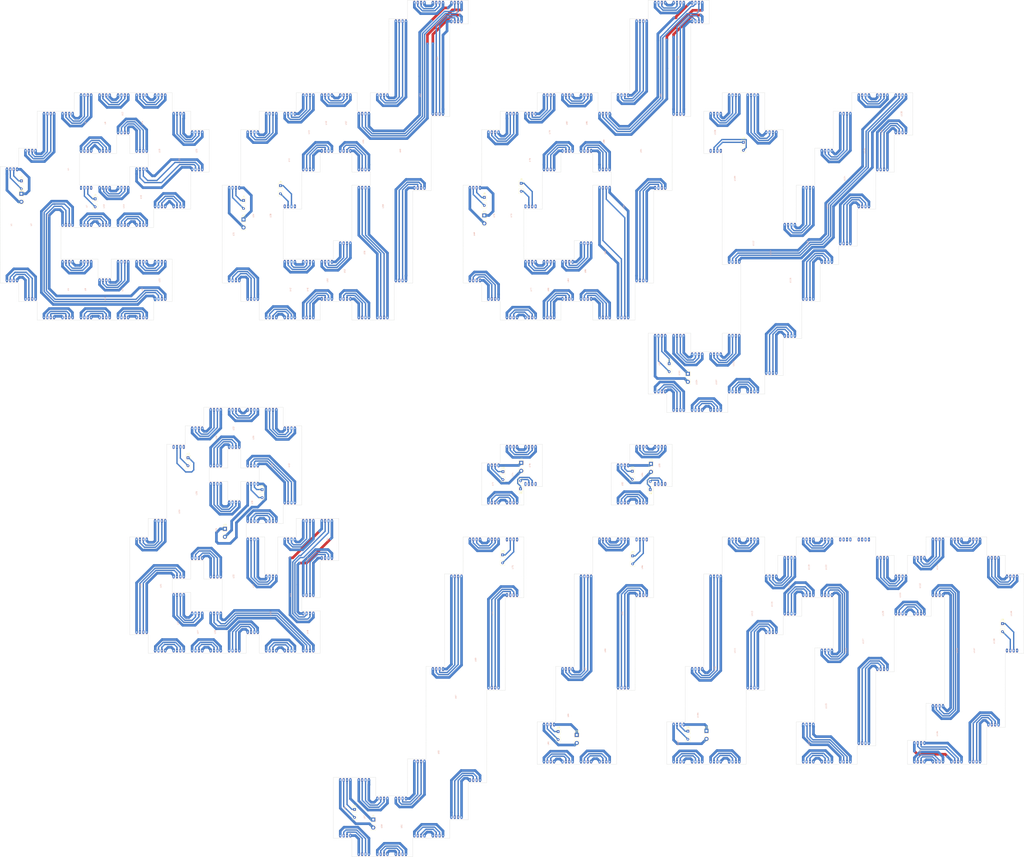
<source format=kicad_pcb>
(kicad_pcb (version 4) (host pcbnew 4.0.6)
  (layers (0 F.Cu signal) (31 B.Cu signal) (34 B.Paste user) (35 F.Paste user hide) (36 B.SilkS user) (37 F.SilkS user hide) (38 B.Mask user) (39 F.Mask user hide) (44 Edge.Cuts user))
  (net 0 "")
  (net 1 +5V)
  (net 2 GND)
  (net 3 "Net-(J2-Pad1)")
  (net 4 "Net-(J2-Pad2)")
  (net 5 "Net-(J3-Pad1)")
  (net 6 "Net-(J3-Pad2)")
  (net 7 "Net-(U1-Pad5)")
  (net 8 "Net-(U1-Pad6)")
  (net 9 "Net-(U1-Pad7)")
  (net 10 "Net-(U1-Pad8)")
  (net 11 "Net-(U2-Pad5)")
  (net 12 "Net-(U2-Pad6)")
  (net 13 "Net-(U2-Pad7)")
  (net 14 "Net-(U2-Pad8)")
  (net 15 "Net-(U3-Pad5)")
  (net 16 "Net-(U3-Pad6)")
  (net 17 "Net-(U3-Pad7)")
  (net 18 "Net-(U3-Pad8)")
  (net 19 "Net-(U20-Pad5)")
  (net 20 "Net-(U20-Pad6)")
  (net 21 "Net-(U20-Pad7)")
  (net 22 "Net-(U20-Pad8)")
  (net 23 "Net-(U4-Pad5)")
  (net 24 "Net-(U4-Pad6)")
  (net 25 "Net-(U4-Pad7)")
  (net 26 "Net-(U4-Pad8)")
  (net 27 "Net-(U5-Pad5)")
  (net 28 "Net-(U5-Pad6)")
  (net 29 "Net-(U5-Pad7)")
  (net 30 "Net-(U5-Pad8)")
  (net 31 "Net-(U6-Pad5)")
  (net 32 "Net-(U6-Pad6)")
  (net 33 "Net-(U6-Pad7)")
  (net 34 "Net-(U6-Pad8)")
  (net 35 "Net-(U10-Pad5)")
  (net 36 "Net-(U10-Pad6)")
  (net 37 "Net-(U10-Pad7)")
  (net 38 "Net-(U10-Pad8)")
  (net 39 "Net-(U11-Pad1)")
  (net 40 "Net-(U11-Pad2)")
  (net 41 "Net-(U11-Pad3)")
  (net 42 "Net-(U11-Pad4)")
  (net 43 "Net-(U12-Pad1)")
  (net 44 "Net-(U12-Pad2)")
  (net 45 "Net-(U12-Pad3)")
  (net 46 "Net-(U12-Pad4)")
  (net 47 "Net-(U10-Pad1)")
  (net 48 "Net-(U10-Pad2)")
  (net 49 "Net-(U10-Pad3)")
  (net 50 "Net-(U10-Pad4)")
  (net 51 "Net-(U11-Pad5)")
  (net 52 "Net-(U11-Pad6)")
  (net 53 "Net-(U11-Pad7)")
  (net 54 "Net-(U11-Pad8)")
  (net 55 "Net-(U12-Pad5)")
  (net 56 "Net-(U12-Pad6)")
  (net 57 "Net-(U12-Pad7)")
  (net 58 "Net-(U12-Pad8)")
  (net 59 "Net-(U13-Pad1)")
  (net 60 "Net-(U13-Pad2)")
  (net 61 "Net-(U13-Pad3)")
  (net 62 "Net-(U13-Pad4)")
  (net 63 "Net-(U14-Pad5)")
  (net 64 "Net-(U14-Pad6)")
  (net 65 "Net-(U14-Pad7)")
  (net 66 "Net-(U14-Pad8)")
  (net 67 "Net-(U15-Pad5)")
  (net 68 "Net-(U15-Pad6)")
  (net 69 "Net-(U15-Pad7)")
  (net 70 "Net-(U15-Pad8)")
  (net 71 "Net-(U16-Pad1)")
  (net 72 "Net-(U16-Pad2)")
  (net 73 "Net-(U16-Pad3)")
  (net 74 "Net-(U16-Pad4)")
  (net 75 "Net-(U17-Pad5)")
  (net 76 "Net-(U17-Pad6)")
  (net 77 "Net-(U17-Pad7)")
  (net 78 "Net-(U17-Pad8)")
  (net 79 "Net-(U19-Pad5)")
  (net 80 "Net-(U19-Pad6)")
  (net 81 "Net-(U19-Pad7)")
  (net 82 "Net-(U19-Pad8)")
  (net 83 "Net-(U22-Pad5)")
  (net 84 "Net-(U22-Pad6)")
  (net 85 "Net-(U22-Pad7)")
  (net 86 "Net-(U22-Pad8)")
  (net 87 "Net-(U81-Pad5)")
  (net 88 "Net-(U81-Pad6)")
  (net 89 "Net-(U81-Pad7)")
  (net 90 "Net-(U81-Pad8)")
  (net 91 "Net-(U84-Pad5)")
  (net 92 "Net-(U84-Pad6)")
  (net 93 "Net-(U84-Pad7)")
  (net 94 "Net-(U84-Pad8)")
  (net 95 "Net-(U87-Pad5)")
  (net 96 "Net-(U87-Pad6)")
  (net 97 "Net-(U87-Pad7)")
  (net 98 "Net-(U87-Pad8)")
  (net 99 "Net-(U90-Pad5)")
  (net 100 "Net-(U90-Pad6)")
  (net 101 "Net-(U90-Pad7)")
  (net 102 "Net-(U90-Pad8)")
  (net 103 "Net-(U93-Pad5)")
  (net 104 "Net-(U93-Pad6)")
  (net 105 "Net-(U93-Pad7)")
  (net 106 "Net-(U93-Pad8)")
  (net 107 "Net-(U31-Pad5)")
  (net 108 "Net-(U31-Pad6)")
  (net 109 "Net-(U31-Pad7)")
  (net 110 "Net-(U31-Pad8)")
  (net 111 "Net-(U34-Pad5)")
  (net 112 "Net-(U34-Pad6)")
  (net 113 "Net-(U34-Pad7)")
  (net 114 "Net-(U34-Pad8)")
  (net 115 "Net-(U38-Pad5)")
  (net 116 "Net-(U38-Pad6)")
  (net 117 "Net-(U38-Pad7)")
  (net 118 "Net-(U38-Pad8)")
  (net 119 "Net-(U41-Pad1)")
  (net 120 "Net-(U41-Pad2)")
  (net 121 "Net-(U41-Pad3)")
  (net 122 "Net-(U41-Pad4)")
  (net 123 "Net-(U42-Pad5)")
  (net 124 "Net-(U42-Pad6)")
  (net 125 "Net-(U42-Pad7)")
  (net 126 "Net-(U42-Pad8)")
  (net 127 "Net-(U45-Pad1)")
  (net 128 "Net-(U45-Pad2)")
  (net 129 "Net-(U45-Pad3)")
  (net 130 "Net-(U45-Pad4)")
  (net 131 "Net-(U46-Pad5)")
  (net 132 "Net-(U46-Pad6)")
  (net 133 "Net-(U46-Pad7)")
  (net 134 "Net-(U46-Pad8)")
  (net 135 "Net-(U49-Pad1)")
  (net 136 "Net-(U49-Pad2)")
  (net 137 "Net-(U49-Pad3)")
  (net 138 "Net-(U49-Pad4)")
  (net 139 "Net-(U50-Pad5)")
  (net 140 "Net-(U50-Pad6)")
  (net 141 "Net-(U50-Pad7)")
  (net 142 "Net-(U50-Pad8)")
  (net 143 "Net-(U52-Pad1)")
  (net 144 "Net-(U52-Pad2)")
  (net 145 "Net-(U52-Pad3)")
  (net 146 "Net-(U52-Pad4)")
  (net 147 "Net-(U53-Pad5)")
  (net 148 "Net-(U53-Pad6)")
  (net 149 "Net-(U53-Pad7)")
  (net 150 "Net-(U53-Pad8)")
  (net 151 "Net-(U54-Pad5)")
  (net 152 "Net-(U54-Pad6)")
  (net 153 "Net-(U54-Pad7)")
  (net 154 "Net-(U54-Pad8)")
  (net 155 "Net-(U55-Pad1)")
  (net 156 "Net-(U55-Pad2)")
  (net 157 "Net-(U55-Pad3)")
  (net 158 "Net-(U55-Pad4)")
  (net 159 "Net-(U56-Pad5)")
  (net 160 "Net-(U56-Pad6)")
  (net 161 "Net-(U56-Pad7)")
  (net 162 "Net-(U56-Pad8)")
  (net 163 "Net-(U57-Pad5)")
  (net 164 "Net-(U57-Pad6)")
  (net 165 "Net-(U57-Pad7)")
  (net 166 "Net-(U57-Pad8)")
  (net 167 "Net-(U58-Pad5)")
  (net 168 "Net-(U58-Pad6)")
  (net 169 "Net-(U58-Pad7)")
  (net 170 "Net-(U58-Pad8)")
  (net 171 "Net-(U59-Pad5)")
  (net 172 "Net-(U59-Pad6)")
  (net 173 "Net-(U59-Pad7)")
  (net 174 "Net-(U59-Pad8)")
  (net 175 "Net-(U60-Pad5)")
  (net 176 "Net-(U60-Pad6)")
  (net 177 "Net-(U60-Pad7)")
  (net 178 "Net-(U60-Pad8)")
  (net 179 "Net-(U61-Pad5)")
  (net 180 "Net-(U61-Pad6)")
  (net 181 "Net-(U61-Pad7)")
  (net 182 "Net-(U61-Pad8)")
  (net 183 "Net-(U62-Pad5)")
  (net 184 "Net-(U62-Pad6)")
  (net 185 "Net-(U62-Pad7)")
  (net 186 "Net-(U62-Pad8)")
  (net 187 "Net-(U63-Pad5)")
  (net 188 "Net-(U63-Pad6)")
  (net 189 "Net-(U63-Pad7)")
  (net 190 "Net-(U63-Pad8)")
  (net 191 "Net-(U64-Pad5)")
  (net 192 "Net-(U64-Pad6)")
  (net 193 "Net-(U64-Pad7)")
  (net 194 "Net-(U64-Pad8)")
  (net 195 "Net-(U65-Pad5)")
  (net 196 "Net-(U65-Pad6)")
  (net 197 "Net-(U65-Pad7)")
  (net 198 "Net-(U65-Pad8)")
  (net 199 "Net-(U67-Pad5)")
  (net 200 "Net-(U67-Pad6)")
  (net 201 "Net-(U67-Pad7)")
  (net 202 "Net-(U67-Pad8)")
  (net 203 "Net-(U68-Pad5)")
  (net 204 "Net-(U68-Pad6)")
  (net 205 "Net-(U68-Pad7)")
  (net 206 "Net-(U68-Pad8)")
  (net 207 "Net-(U69-Pad5)")
  (net 208 "Net-(U69-Pad6)")
  (net 209 "Net-(U69-Pad7)")
  (net 210 "Net-(U69-Pad8)")
  (net 211 "Net-(U70-Pad5)")
  (net 212 "Net-(U70-Pad6)")
  (net 213 "Net-(U70-Pad7)")
  (net 214 "Net-(U70-Pad8)")
  (net 215 "Net-(U71-Pad5)")
  (net 216 "Net-(U71-Pad6)")
  (net 217 "Net-(U71-Pad7)")
  (net 218 "Net-(U71-Pad8)")
  (net 219 "Net-(U72-Pad5)")
  (net 220 "Net-(U72-Pad6)")
  (net 221 "Net-(U72-Pad7)")
  (net 222 "Net-(U72-Pad8)")
  (net 223 "Net-(U73-Pad5)")
  (net 224 "Net-(U73-Pad6)")
  (net 225 "Net-(U73-Pad7)")
  (net 226 "Net-(U73-Pad8)")
  (net 227 "Net-(U74-Pad5)")
  (net 228 "Net-(U74-Pad6)")
  (net 229 "Net-(U74-Pad7)")
  (net 230 "Net-(U74-Pad8)")
  (net 231 "Net-(U76-Pad1)")
  (net 232 "Net-(U76-Pad2)")
  (net 233 "Net-(U76-Pad3)")
  (net 234 "Net-(U76-Pad4)")
  (net 235 "Net-(U77-Pad5)")
  (net 236 "Net-(U77-Pad6)")
  (net 237 "Net-(U77-Pad7)")
  (net 238 "Net-(U77-Pad8)")
  (net 239 "Net-(U79-Pad1)")
  (net 240 "Net-(U79-Pad2)")
  (net 241 "Net-(U79-Pad3)")
  (net 242 "Net-(U79-Pad4)")
  (net 243 "Net-(U80-Pad5)")
  (net 244 "Net-(U80-Pad6)")
  (net 245 "Net-(U80-Pad7)")
  (net 246 "Net-(U80-Pad8)")
  (net 247 "Net-(U82-Pad1)")
  (net 248 "Net-(U82-Pad2)")
  (net 249 "Net-(U82-Pad3)")
  (net 250 "Net-(U82-Pad4)")
  (net 251 "Net-(U83-Pad5)")
  (net 252 "Net-(U83-Pad6)")
  (net 253 "Net-(U83-Pad7)")
  (net 254 "Net-(U83-Pad8)")
  (net 255 "Net-(U85-Pad1)")
  (net 256 "Net-(U85-Pad2)")
  (net 257 "Net-(U85-Pad3)")
  (net 258 "Net-(U85-Pad4)")
  (net 259 "Net-(U86-Pad5)")
  (net 260 "Net-(U86-Pad6)")
  (net 261 "Net-(U86-Pad7)")
  (net 262 "Net-(U86-Pad8)")
  (net 263 "Net-(U103-Pad5)")
  (net 264 "Net-(U103-Pad6)")
  (net 265 "Net-(U103-Pad7)")
  (net 266 "Net-(U103-Pad8)")
  (net 267 "Net-(U89-Pad5)")
  (net 268 "Net-(U89-Pad6)")
  (net 269 "Net-(U89-Pad7)")
  (net 270 "Net-(U89-Pad8)")
  (net 271 "Net-(U91-Pad5)")
  (net 272 "Net-(U91-Pad6)")
  (net 273 "Net-(U91-Pad7)")
  (net 274 "Net-(U91-Pad8)")
  (net 275 "Net-(U92-Pad5)")
  (net 276 "Net-(U92-Pad6)")
  (net 277 "Net-(U92-Pad7)")
  (net 278 "Net-(U92-Pad8)")
  (net 279 "Net-(U94-Pad5)")
  (net 280 "Net-(U94-Pad6)")
  (net 281 "Net-(U94-Pad7)")
  (net 282 "Net-(U94-Pad8)")
  (net 283 "Net-(U95-Pad5)")
  (net 284 "Net-(U95-Pad6)")
  (net 285 "Net-(U95-Pad7)")
  (net 286 "Net-(U95-Pad8)")
  (net 287 "Net-(U100-Pad1)")
  (net 288 "Net-(U100-Pad2)")
  (net 289 "Net-(U100-Pad3)")
  (net 290 "Net-(U100-Pad4)")
  (net 291 "Net-(U100-Pad5)")
  (net 292 "Net-(U100-Pad6)")
  (net 293 "Net-(U100-Pad7)")
  (net 294 "Net-(U100-Pad8)")
  (net 295 "Net-(U18-Pad1)")
  (net 296 "Net-(U18-Pad2)")
  (net 297 "Net-(U18-Pad3)")
  (net 298 "Net-(U18-Pad4)")
  (net 299 "Net-(U18-Pad5)")
  (net 300 "Net-(U18-Pad6)")
  (net 301 "Net-(U18-Pad7)")
  (net 302 "Net-(U18-Pad8)")
  (net 303 "Net-(U21-Pad1)")
  (net 304 "Net-(U21-Pad2)")
  (net 305 "Net-(U21-Pad3)")
  (net 306 "Net-(U21-Pad4)")
  (net 307 "Net-(U24-Pad1)")
  (net 308 "Net-(U24-Pad2)")
  (net 309 "Net-(U24-Pad3)")
  (net 310 "Net-(U24-Pad4)")
  (net 311 "Net-(U26-Pad1)")
  (net 312 "Net-(U26-Pad2)")
  (net 313 "Net-(U26-Pad3)")
  (net 314 "Net-(U26-Pad4)")
  (net 315 "Net-(U26-Pad5)")
  (net 316 "Net-(U26-Pad6)")
  (net 317 "Net-(U26-Pad7)")
  (net 318 "Net-(U26-Pad8)")
  (net 319 "Net-(U27-Pad1)")
  (net 320 "Net-(U27-Pad2)")
  (net 321 "Net-(U27-Pad3)")
  (net 322 "Net-(U27-Pad4)")
  (net 323 "Net-(U28-Pad1)")
  (net 324 "Net-(U28-Pad2)")
  (net 325 "Net-(U28-Pad3)")
  (net 326 "Net-(U28-Pad4)")
  (net 327 "Net-(U29-Pad5)")
  (net 328 "Net-(U29-Pad6)")
  (net 329 "Net-(U29-Pad7)")
  (net 330 "Net-(U29-Pad8)")
  (net 331 "Net-(U30-Pad1)")
  (net 332 "Net-(U30-Pad2)")
  (net 333 "Net-(U30-Pad3)")
  (net 334 "Net-(U30-Pad4)")
  (net 335 "Net-(J5-Pad1)")
  (net 336 "Net-(J5-Pad2)")
  (net 337 "Net-(U32-Pad1)")
  (net 338 "Net-(U32-Pad2)")
  (net 339 "Net-(U32-Pad3)")
  (net 340 "Net-(U32-Pad4)")
  (net 341 "Net-(U33-Pad5)")
  (net 342 "Net-(U33-Pad6)")
  (net 343 "Net-(U33-Pad7)")
  (net 344 "Net-(U33-Pad8)")
  (net 345 "Net-(U35-Pad1)")
  (net 346 "Net-(U35-Pad2)")
  (net 347 "Net-(U35-Pad3)")
  (net 348 "Net-(U35-Pad4)")
  (net 349 "Net-(U36-Pad5)")
  (net 350 "Net-(U36-Pad6)")
  (net 351 "Net-(U36-Pad7)")
  (net 352 "Net-(U36-Pad8)")
  (net 353 "Net-(U37-Pad5)")
  (net 354 "Net-(U37-Pad6)")
  (net 355 "Net-(U37-Pad7)")
  (net 356 "Net-(U37-Pad8)")
  (net 357 "Net-(U39-Pad5)")
  (net 358 "Net-(U39-Pad6)")
  (net 359 "Net-(U39-Pad7)")
  (net 360 "Net-(U39-Pad8)")
  (net 361 "Net-(U40-Pad5)")
  (net 362 "Net-(U40-Pad6)")
  (net 363 "Net-(U40-Pad7)")
  (net 364 "Net-(U40-Pad8)")
  (net 365 "Net-(J6-Pad1)")
  (net 366 "Net-(J6-Pad2)")
  (net 367 "Net-(U44-Pad5)")
  (net 368 "Net-(U44-Pad6)")
  (net 369 "Net-(U44-Pad7)")
  (net 370 "Net-(U44-Pad8)")
  (net 371 "Net-(U47-Pad5)")
  (net 372 "Net-(U47-Pad6)")
  (net 373 "Net-(U47-Pad7)")
  (net 374 "Net-(U47-Pad8)")
  (net 375 "Net-(J8-Pad1)")
  (net 376 "Net-(J8-Pad2)")
  (net 377 "Net-(J9-Pad1)")
  (net 378 "Net-(J9-Pad2)")
  (net 379 "Net-(U101-Pad1)")
  (net 380 "Net-(U101-Pad2)")
  (net 381 "Net-(U101-Pad3)")
  (net 382 "Net-(U101-Pad4)")
  (net 383 "Net-(U101-Pad5)")
  (net 384 "Net-(U101-Pad6)")
  (net 385 "Net-(U101-Pad7)")
  (net 386 "Net-(U101-Pad8)")
  (net 387 "Net-(U102-Pad5)")
  (net 388 "Net-(U102-Pad6)")
  (net 389 "Net-(U102-Pad7)")
  (net 390 "Net-(U102-Pad8)")
  (net 391 "Net-(U104-Pad5)")
  (net 392 "Net-(U104-Pad6)")
  (net 393 "Net-(U104-Pad7)")
  (net 394 "Net-(U104-Pad8)")
  (net 395 "Net-(U105-Pad5)")
  (net 396 "Net-(U105-Pad6)")
  (net 397 "Net-(U105-Pad7)")
  (net 398 "Net-(U105-Pad8)")
  (net 399 "Net-(U106-Pad1)")
  (net 400 "Net-(U106-Pad2)")
  (net 401 "Net-(U106-Pad3)")
  (net 402 "Net-(U106-Pad4)")
  (net 403 "Net-(U107-Pad5)")
  (net 404 "Net-(U107-Pad6)")
  (net 405 "Net-(U107-Pad7)")
  (net 406 "Net-(U107-Pad8)")
  (net 407 "Net-(U108-Pad5)")
  (net 408 "Net-(U108-Pad6)")
  (net 409 "Net-(U108-Pad7)")
  (net 410 "Net-(U108-Pad8)")
  (net 411 "Net-(U109-Pad1)")
  (net 412 "Net-(U109-Pad2)")
  (net 413 "Net-(U109-Pad3)")
  (net 414 "Net-(U109-Pad4)")
  (net 415 "Net-(U110-Pad5)")
  (net 416 "Net-(U110-Pad6)")
  (net 417 "Net-(U110-Pad7)")
  (net 418 "Net-(U110-Pad8)")
  (net 419 "Net-(U111-Pad5)")
  (net 420 "Net-(U111-Pad6)")
  (net 421 "Net-(U111-Pad7)")
  (net 422 "Net-(U111-Pad8)")
  (net 423 "Net-(U112-Pad5)")
  (net 424 "Net-(U112-Pad6)")
  (net 425 "Net-(U112-Pad7)")
  (net 426 "Net-(U112-Pad8)")
  (net 427 "Net-(U113-Pad5)")
  (net 428 "Net-(U113-Pad6)")
  (net 429 "Net-(U113-Pad7)")
  (net 430 "Net-(U113-Pad8)")
  (net 431 "Net-(U114-Pad5)")
  (net 432 "Net-(U114-Pad6)")
  (net 433 "Net-(U114-Pad7)")
  (net 434 "Net-(U114-Pad8)")
  (net 435 "Net-(U115-Pad5)")
  (net 436 "Net-(U115-Pad6)")
  (net 437 "Net-(U115-Pad7)")
  (net 438 "Net-(U115-Pad8)")
  (net 439 "Net-(U116-Pad5)")
  (net 440 "Net-(U116-Pad6)")
  (net 441 "Net-(U116-Pad7)")
  (net 442 "Net-(U116-Pad8)")
  (net 443 "Net-(U117-Pad5)")
  (net 444 "Net-(U117-Pad6)")
  (net 445 "Net-(U117-Pad7)")
  (net 446 "Net-(U117-Pad8)")
  (net 447 "Net-(U118-Pad5)")
  (net 448 "Net-(U118-Pad6)")
  (net 449 "Net-(U118-Pad7)")
  (net 450 "Net-(U118-Pad8)")
  (net 451 "Net-(U119-Pad5)")
  (net 452 "Net-(U119-Pad6)")
  (net 453 "Net-(U119-Pad7)")
  (net 454 "Net-(U119-Pad8)")
  (net 455 "Net-(U120-Pad1)")
  (net 456 "Net-(U120-Pad2)")
  (net 457 "Net-(U120-Pad3)")
  (net 458 "Net-(U120-Pad4)")
  (net 459 "Net-(U120-Pad5)")
  (net 460 "Net-(U120-Pad6)")
  (net 461 "Net-(U120-Pad7)")
  (net 462 "Net-(U120-Pad8)")
  (net 463 "Net-(U121-Pad5)")
  (net 464 "Net-(U121-Pad6)")
  (net 465 "Net-(U121-Pad7)")
  (net 466 "Net-(U121-Pad8)")
  (net 467 "Net-(U122-Pad5)")
  (net 468 "Net-(U122-Pad6)")
  (net 469 "Net-(U122-Pad7)")
  (net 470 "Net-(U122-Pad8)")
  (net 471 "Net-(U124-Pad5)")
  (net 472 "Net-(U124-Pad6)")
  (net 473 "Net-(U124-Pad7)")
  (net 474 "Net-(U124-Pad8)")
  (net 475 "Net-(U125-Pad5)")
  (net 476 "Net-(U125-Pad6)")
  (net 477 "Net-(U125-Pad7)")
  (net 478 "Net-(U125-Pad8)")
  (net 479 "Net-(U126-Pad5)")
  (net 480 "Net-(U126-Pad6)")
  (net 481 "Net-(U126-Pad7)")
  (net 482 "Net-(U126-Pad8)")
  (net 483 "Net-(U127-Pad5)")
  (net 484 "Net-(U127-Pad6)")
  (net 485 "Net-(U127-Pad7)")
  (net 486 "Net-(U127-Pad8)")
  (net 487 "Net-(U128-Pad5)")
  (net 488 "Net-(U128-Pad6)")
  (net 489 "Net-(U128-Pad7)")
  (net 490 "Net-(U128-Pad8)")
  (net 491 "Net-(U129-Pad5)")
  (net 492 "Net-(U129-Pad6)")
  (net 493 "Net-(U129-Pad7)")
  (net 494 "Net-(U129-Pad8)")
  (net 495 "Net-(U131-Pad5)")
  (net 496 "Net-(U131-Pad6)")
  (net 497 "Net-(U131-Pad7)")
  (net 498 "Net-(U131-Pad8)")
  (net 499 "Net-(U132-Pad5)")
  (net 500 "Net-(U132-Pad6)")
  (net 501 "Net-(U132-Pad7)")
  (net 502 "Net-(U132-Pad8)")
  (net 503 "Net-(U133-Pad1)")
  (net 504 "Net-(U133-Pad2)")
  (net 505 "Net-(U133-Pad3)")
  (net 506 "Net-(U133-Pad4)")
  (net 507 "Net-(U133-Pad5)")
  (net 508 "Net-(U133-Pad6)")
  (net 509 "Net-(U133-Pad7)")
  (net 510 "Net-(U133-Pad8)")
  (net 511 "Net-(U134-Pad5)")
  (net 512 "Net-(U134-Pad6)")
  (net 513 "Net-(U134-Pad7)")
  (net 514 "Net-(U134-Pad8)")
  (net 515 "Net-(U136-Pad5)")
  (net 516 "Net-(U136-Pad6)")
  (net 517 "Net-(U136-Pad7)")
  (net 518 "Net-(U136-Pad8)")
  (net 519 "Net-(U137-Pad5)")
  (net 520 "Net-(U137-Pad6)")
  (net 521 "Net-(U137-Pad7)")
  (net 522 "Net-(U137-Pad8)")
  (net 523 "Net-(U138-Pad5)")
  (net 524 "Net-(U138-Pad6)")
  (net 525 "Net-(U138-Pad7)")
  (net 526 "Net-(U138-Pad8)")
  (net 527 "Net-(J11-Pad1)")
  (net 528 "Net-(J11-Pad2)")
  (net 529 "Net-(J12-Pad1)")
  (net 530 "Net-(J12-Pad2)")
  (net 531 "Net-(J14-Pad1)")
  (net 532 "Net-(J14-Pad2)")
  (net 533 "Net-(J16-Pad1)")
  (net 534 "Net-(J16-Pad2)")
  (net 535 "Net-(J18-Pad1)")
  (net 536 "Net-(J18-Pad2)")
  (net 537 "Net-(J19-Pad1)")
  (net 538 "Net-(J19-Pad2)")
  (net 539 "Net-(J20-Pad1)")
  (net 540 "Net-(J20-Pad2)")
  (net 541 "Net-(J22-Pad1)")
  (net 542 "Net-(J22-Pad2)")
  (net 543 "Net-(J24-Pad1)")
  (net 544 "Net-(J24-Pad2)")
  (net 545 "Net-(J26-Pad1)")
  (net 546 "Net-(J26-Pad2)")
  (net 547 "Net-(J27-Pad1)")
  (net 548 "Net-(J27-Pad2)")
  (net 549 "Net-(J28-Pad1)")
  (net 550 "Net-(J28-Pad2)")
  (net 551 "Net-(J29-Pad1)")
  (net 552 "Net-(J29-Pad2)")
  (net 553 "Net-(J30-Pad1)")
  (net 554 "Net-(J30-Pad2)")
  (net 555 "Net-(U48-Pad1)")
  (net 556 "Net-(U48-Pad2)")
  (net 557 "Net-(U48-Pad3)")
  (net 558 "Net-(U48-Pad4)")
  (module apa102c_72m:APA102C_72m_x11 (layer B.Cu) (at 79.4444 197.5 270)
    (fp_text reference U3 (at 0 0.5 270) (layer B.SilkS))
    (fp_text value APA102C_x11)
    (pad 1 thru_hole oval (at -76.3889 -3.81 270) (size 3 1.524) (drill 0.762) (layers *.Cu *.Mask) (net 11 "Net-(U2-Pad5)"))
    (pad 2 thru_hole oval (at -76.3889 -1.27 270) (size 3 1.524) (drill 0.762) (layers *.Cu *.Mask) (net 12 "Net-(U2-Pad6)"))
    (pad 3 thru_hole oval (at -76.3889 1.27 270) (size 3 1.524) (drill 0.762) (layers *.Cu *.Mask) (net 13 "Net-(U2-Pad7)"))
    (pad 4 thru_hole oval (at -76.3889 3.81 270) (size 3 1.524) (drill 0.762) (layers *.Cu *.Mask) (net 14 "Net-(U2-Pad8)"))
    (pad 5 thru_hole oval (at 76.3889 -3.81 270) (size 3 1.524) (drill 0.762) (layers *.Cu *.Mask) (net 15 "Net-(U3-Pad5)"))
    (pad 6 thru_hole oval (at 76.3889 -1.27 270) (size 3 1.524) (drill 0.762) (layers *.Cu *.Mask) (net 16 "Net-(U3-Pad6)"))
    (pad 7 thru_hole oval (at 76.3889 1.27 270) (size 3 1.524) (drill 0.762) (layers *.Cu *.Mask) (net 17 "Net-(U3-Pad7)"))
    (pad 8 thru_hole oval (at 76.3889 3.81 270) (size 3 1.524) (drill 0.762) (layers *.Cu *.Mask) (net 18 "Net-(U3-Pad8)"))
  )
  (module apa102c_72m:APA102C_72m_x6 (layer B.Cu) (at 51.6667 204.4444 270)
    (fp_text reference U1 (at 0 0.5 270) (layer B.SilkS))
    (fp_text value APA102C_x6)
    (pad 1 thru_hole oval (at -41.6667 -3.81 270) (size 3 1.524) (drill 0.762) (layers *.Cu *.Mask) (net 2 GND))
    (pad 2 thru_hole oval (at -41.6667 -1.27 270) (size 3 1.524) (drill 0.762) (layers *.Cu *.Mask) (net 3 "Net-(J2-Pad1)"))
    (pad 3 thru_hole oval (at -41.6667 1.27 270) (size 3 1.524) (drill 0.762) (layers *.Cu *.Mask) (net 4 "Net-(J2-Pad2)"))
    (pad 4 thru_hole oval (at -41.6667 3.81 270) (size 3 1.524) (drill 0.762) (layers *.Cu *.Mask) (net 1 +5V))
    (pad 5 thru_hole oval (at 41.6667 -3.81 270) (size 3 1.524) (drill 0.762) (layers *.Cu *.Mask) (net 7 "Net-(U1-Pad5)"))
    (pad 6 thru_hole oval (at 41.6667 -1.27 270) (size 3 1.524) (drill 0.762) (layers *.Cu *.Mask) (net 8 "Net-(U1-Pad6)"))
    (pad 7 thru_hole oval (at 41.6667 1.27 270) (size 3 1.524) (drill 0.762) (layers *.Cu *.Mask) (net 9 "Net-(U1-Pad7)"))
    (pad 8 thru_hole oval (at 41.6667 3.81 270) (size 3 1.524) (drill 0.762) (layers *.Cu *.Mask) (net 10 "Net-(U1-Pad8)"))
  )
  (module apa102c_72m:APA102C_72m_x8 (layer B.Cu) (at 65.5556 204.4444 90)
    (fp_text reference U2 (at 0 0.5 90) (layer B.SilkS))
    (fp_text value APA102C_x8)
    (pad 1 thru_hole oval (at -55.5556 -3.81 90) (size 3 1.524) (drill 0.762) (layers *.Cu *.Mask) (net 7 "Net-(U1-Pad5)"))
    (pad 2 thru_hole oval (at -55.5556 -1.27 90) (size 3 1.524) (drill 0.762) (layers *.Cu *.Mask) (net 8 "Net-(U1-Pad6)"))
    (pad 3 thru_hole oval (at -55.5556 1.27 90) (size 3 1.524) (drill 0.762) (layers *.Cu *.Mask) (net 9 "Net-(U1-Pad7)"))
    (pad 4 thru_hole oval (at -55.5556 3.81 90) (size 3 1.524) (drill 0.762) (layers *.Cu *.Mask) (net 10 "Net-(U1-Pad8)"))
    (pad 5 thru_hole oval (at 55.5556 -3.81 90) (size 3 1.524) (drill 0.762) (layers *.Cu *.Mask) (net 11 "Net-(U2-Pad5)"))
    (pad 6 thru_hole oval (at 55.5556 -1.27 90) (size 3 1.524) (drill 0.762) (layers *.Cu *.Mask) (net 12 "Net-(U2-Pad6)"))
    (pad 7 thru_hole oval (at 55.5556 1.27 90) (size 3 1.524) (drill 0.762) (layers *.Cu *.Mask) (net 13 "Net-(U2-Pad7)"))
    (pad 8 thru_hole oval (at 55.5556 3.81 90) (size 3 1.524) (drill 0.762) (layers *.Cu *.Mask) (net 14 "Net-(U2-Pad8)"))
  )
  (module apa102c_72m:APA102C_72m_x6 (layer B.Cu) (at 93.3333 162.7778 90)
    (fp_text reference U4 (at 0 0.5 90) (layer B.SilkS))
    (fp_text value APA102C_x6)
    (pad 1 thru_hole oval (at -41.6667 -3.81 90) (size 3 1.524) (drill 0.762) (layers *.Cu *.Mask) (net 19 "Net-(U20-Pad5)"))
    (pad 2 thru_hole oval (at -41.6667 -1.27 90) (size 3 1.524) (drill 0.762) (layers *.Cu *.Mask) (net 20 "Net-(U20-Pad6)"))
    (pad 3 thru_hole oval (at -41.6667 1.27 90) (size 3 1.524) (drill 0.762) (layers *.Cu *.Mask) (net 21 "Net-(U20-Pad7)"))
    (pad 4 thru_hole oval (at -41.6667 3.81 90) (size 3 1.524) (drill 0.762) (layers *.Cu *.Mask) (net 22 "Net-(U20-Pad8)"))
    (pad 5 thru_hole oval (at 41.6667 -3.81 90) (size 3 1.524) (drill 0.762) (layers *.Cu *.Mask) (net 23 "Net-(U4-Pad5)"))
    (pad 6 thru_hole oval (at 41.6667 -1.27 90) (size 3 1.524) (drill 0.762) (layers *.Cu *.Mask) (net 24 "Net-(U4-Pad6)"))
    (pad 7 thru_hole oval (at 41.6667 1.27 90) (size 3 1.524) (drill 0.762) (layers *.Cu *.Mask) (net 25 "Net-(U4-Pad7)"))
    (pad 8 thru_hole oval (at 41.6667 3.81 90) (size 3 1.524) (drill 0.762) (layers *.Cu *.Mask) (net 26 "Net-(U4-Pad8)"))
  )
  (module apa102c_72m:APA102C_72m_x3 (layer B.Cu) (at 93.3333 253.0556 90)
    (fp_text reference U5 (at 0 0.5 90) (layer B.SilkS))
    (fp_text value APA102C_x3)
    (pad 1 thru_hole oval (at -20.8333 -3.81 90) (size 3 1.524) (drill 0.762) (layers *.Cu *.Mask) (net 15 "Net-(U3-Pad5)"))
    (pad 2 thru_hole oval (at -20.8333 -1.27 90) (size 3 1.524) (drill 0.762) (layers *.Cu *.Mask) (net 16 "Net-(U3-Pad6)"))
    (pad 3 thru_hole oval (at -20.8333 1.27 90) (size 3 1.524) (drill 0.762) (layers *.Cu *.Mask) (net 17 "Net-(U3-Pad7)"))
    (pad 4 thru_hole oval (at -20.8333 3.81 90) (size 3 1.524) (drill 0.762) (layers *.Cu *.Mask) (net 18 "Net-(U3-Pad8)"))
    (pad 5 thru_hole oval (at 20.8333 -3.81 90) (size 3 1.524) (drill 0.762) (layers *.Cu *.Mask) (net 27 "Net-(U5-Pad5)"))
    (pad 6 thru_hole oval (at 20.8333 -1.27 90) (size 3 1.524) (drill 0.762) (layers *.Cu *.Mask) (net 28 "Net-(U5-Pad6)"))
    (pad 7 thru_hole oval (at 20.8333 1.27 90) (size 3 1.524) (drill 0.762) (layers *.Cu *.Mask) (net 29 "Net-(U5-Pad7)"))
    (pad 8 thru_hole oval (at 20.8333 3.81 90) (size 3 1.524) (drill 0.762) (layers *.Cu *.Mask) (net 30 "Net-(U5-Pad8)"))
  )
  (module apa102c_72m:APA102C_72m_x3 (layer B.Cu) (at 107.2222 128.0556 270)
    (fp_text reference U6 (at 0 0.5 270) (layer B.SilkS))
    (fp_text value APA102C_x3)
    (pad 1 thru_hole oval (at -20.8333 -3.81 270) (size 3 1.524) (drill 0.762) (layers *.Cu *.Mask) (net 23 "Net-(U4-Pad5)"))
    (pad 2 thru_hole oval (at -20.8333 -1.27 270) (size 3 1.524) (drill 0.762) (layers *.Cu *.Mask) (net 24 "Net-(U4-Pad6)"))
    (pad 3 thru_hole oval (at -20.8333 1.27 270) (size 3 1.524) (drill 0.762) (layers *.Cu *.Mask) (net 25 "Net-(U4-Pad7)"))
    (pad 4 thru_hole oval (at -20.8333 3.81 270) (size 3 1.524) (drill 0.762) (layers *.Cu *.Mask) (net 26 "Net-(U4-Pad8)"))
    (pad 5 thru_hole oval (at 20.8333 -3.81 270) (size 3 1.524) (drill 0.762) (layers *.Cu *.Mask) (net 31 "Net-(U6-Pad5)"))
    (pad 6 thru_hole oval (at 20.8333 -1.27 270) (size 3 1.524) (drill 0.762) (layers *.Cu *.Mask) (net 32 "Net-(U6-Pad6)"))
    (pad 7 thru_hole oval (at 20.8333 1.27 270) (size 3 1.524) (drill 0.762) (layers *.Cu *.Mask) (net 33 "Net-(U6-Pad7)"))
    (pad 8 thru_hole oval (at 20.8333 3.81 270) (size 3 1.524) (drill 0.762) (layers *.Cu *.Mask) (net 34 "Net-(U6-Pad8)"))
  )
  (module apa102c_72m:APA102C_72m_x2 (layer B.Cu) (at 107.2222 190.5556 90)
    (fp_text reference U7 (at 0 0.5 90) (layer B.SilkS))
    (fp_text value APA102C_x2)
    (pad 1 thru_hole oval (at -13.8889 -3.81 90) (size 3 1.524) (drill 0.762) (layers *.Cu *.Mask) (net 35 "Net-(U10-Pad5)"))
    (pad 2 thru_hole oval (at -13.8889 -1.27 90) (size 3 1.524) (drill 0.762) (layers *.Cu *.Mask) (net 36 "Net-(U10-Pad6)"))
    (pad 3 thru_hole oval (at -13.8889 1.27 90) (size 3 1.524) (drill 0.762) (layers *.Cu *.Mask) (net 37 "Net-(U10-Pad7)"))
    (pad 4 thru_hole oval (at -13.8889 3.81 90) (size 3 1.524) (drill 0.762) (layers *.Cu *.Mask) (net 38 "Net-(U10-Pad8)"))
    (pad 5 thru_hole oval (at 13.8889 -3.81 90) (size 3 1.524) (drill 0.762) (layers *.Cu *.Mask))
    (pad 6 thru_hole oval (at 13.8889 -1.27 90) (size 3 1.524) (drill 0.762) (layers *.Cu *.Mask) (net 6 "Net-(J3-Pad2)"))
    (pad 7 thru_hole oval (at 13.8889 1.27 90) (size 3 1.524) (drill 0.762) (layers *.Cu *.Mask) (net 5 "Net-(J3-Pad1)"))
    (pad 8 thru_hole oval (at 13.8889 3.81 90) (size 3 1.524) (drill 0.762) (layers *.Cu *.Mask))
  )
  (module apa102c_72m:APA102C_72m_x3 (layer B.Cu) (at 107.2222 253.0556 270)
    (fp_text reference U8 (at 0 0.5 270) (layer B.SilkS))
    (fp_text value APA102C_x3)
    (pad 1 thru_hole oval (at -20.8333 -3.81 270) (size 3 1.524) (drill 0.762) (layers *.Cu *.Mask) (net 27 "Net-(U5-Pad5)"))
    (pad 2 thru_hole oval (at -20.8333 -1.27 270) (size 3 1.524) (drill 0.762) (layers *.Cu *.Mask) (net 28 "Net-(U5-Pad6)"))
    (pad 3 thru_hole oval (at -20.8333 1.27 270) (size 3 1.524) (drill 0.762) (layers *.Cu *.Mask) (net 29 "Net-(U5-Pad7)"))
    (pad 4 thru_hole oval (at -20.8333 3.81 270) (size 3 1.524) (drill 0.762) (layers *.Cu *.Mask) (net 30 "Net-(U5-Pad8)"))
    (pad 5 thru_hole oval (at 20.8333 -3.81 270) (size 3 1.524) (drill 0.762) (layers *.Cu *.Mask) (net 39 "Net-(U11-Pad1)"))
    (pad 6 thru_hole oval (at 20.8333 -1.27 270) (size 3 1.524) (drill 0.762) (layers *.Cu *.Mask) (net 40 "Net-(U11-Pad2)"))
    (pad 7 thru_hole oval (at 20.8333 1.27 270) (size 3 1.524) (drill 0.762) (layers *.Cu *.Mask) (net 41 "Net-(U11-Pad3)"))
    (pad 8 thru_hole oval (at 20.8333 3.81 270) (size 3 1.524) (drill 0.762) (layers *.Cu *.Mask) (net 42 "Net-(U11-Pad4)"))
  )
  (module apa102c_72m:APA102C_72m_x3 (layer B.Cu) (at 121.1111 128.0556 90)
    (fp_text reference U9 (at 0 0.5 90) (layer B.SilkS))
    (fp_text value APA102C_x3)
    (pad 1 thru_hole oval (at -20.8333 -3.81 90) (size 3 1.524) (drill 0.762) (layers *.Cu *.Mask) (net 31 "Net-(U6-Pad5)"))
    (pad 2 thru_hole oval (at -20.8333 -1.27 90) (size 3 1.524) (drill 0.762) (layers *.Cu *.Mask) (net 32 "Net-(U6-Pad6)"))
    (pad 3 thru_hole oval (at -20.8333 1.27 90) (size 3 1.524) (drill 0.762) (layers *.Cu *.Mask) (net 33 "Net-(U6-Pad7)"))
    (pad 4 thru_hole oval (at -20.8333 3.81 90) (size 3 1.524) (drill 0.762) (layers *.Cu *.Mask) (net 34 "Net-(U6-Pad8)"))
    (pad 5 thru_hole oval (at 20.8333 -3.81 90) (size 3 1.524) (drill 0.762) (layers *.Cu *.Mask) (net 43 "Net-(U12-Pad1)"))
    (pad 6 thru_hole oval (at 20.8333 -1.27 90) (size 3 1.524) (drill 0.762) (layers *.Cu *.Mask) (net 44 "Net-(U12-Pad2)"))
    (pad 7 thru_hole oval (at 20.8333 1.27 90) (size 3 1.524) (drill 0.762) (layers *.Cu *.Mask) (net 45 "Net-(U12-Pad3)"))
    (pad 8 thru_hole oval (at 20.8333 3.81 90) (size 3 1.524) (drill 0.762) (layers *.Cu *.Mask) (net 46 "Net-(U12-Pad4)"))
  )
  (module apa102c_72m:APA102C_72m_x2 (layer B.Cu) (at 121.1111 190.5556 270)
    (fp_text reference U10 (at 0 0.5 270) (layer B.SilkS))
    (fp_text value APA102C_x2)
    (pad 1 thru_hole oval (at -13.8889 -3.81 270) (size 3 1.524) (drill 0.762) (layers *.Cu *.Mask) (net 47 "Net-(U10-Pad1)"))
    (pad 2 thru_hole oval (at -13.8889 -1.27 270) (size 3 1.524) (drill 0.762) (layers *.Cu *.Mask) (net 48 "Net-(U10-Pad2)"))
    (pad 3 thru_hole oval (at -13.8889 1.27 270) (size 3 1.524) (drill 0.762) (layers *.Cu *.Mask) (net 49 "Net-(U10-Pad3)"))
    (pad 4 thru_hole oval (at -13.8889 3.81 270) (size 3 1.524) (drill 0.762) (layers *.Cu *.Mask) (net 50 "Net-(U10-Pad4)"))
    (pad 5 thru_hole oval (at 13.8889 -3.81 270) (size 3 1.524) (drill 0.762) (layers *.Cu *.Mask) (net 35 "Net-(U10-Pad5)"))
    (pad 6 thru_hole oval (at 13.8889 -1.27 270) (size 3 1.524) (drill 0.762) (layers *.Cu *.Mask) (net 36 "Net-(U10-Pad6)"))
    (pad 7 thru_hole oval (at 13.8889 1.27 270) (size 3 1.524) (drill 0.762) (layers *.Cu *.Mask) (net 37 "Net-(U10-Pad7)"))
    (pad 8 thru_hole oval (at 13.8889 3.81 270) (size 3 1.524) (drill 0.762) (layers *.Cu *.Mask) (net 38 "Net-(U10-Pad8)"))
  )
  (module apa102c_72m:APA102C_72m_x2 (layer B.Cu) (at 121.1111 260 90)
    (fp_text reference U11 (at 0 0.5 90) (layer B.SilkS))
    (fp_text value APA102C_x2)
    (pad 1 thru_hole oval (at -13.8889 -3.81 90) (size 3 1.524) (drill 0.762) (layers *.Cu *.Mask) (net 39 "Net-(U11-Pad1)"))
    (pad 2 thru_hole oval (at -13.8889 -1.27 90) (size 3 1.524) (drill 0.762) (layers *.Cu *.Mask) (net 40 "Net-(U11-Pad2)"))
    (pad 3 thru_hole oval (at -13.8889 1.27 90) (size 3 1.524) (drill 0.762) (layers *.Cu *.Mask) (net 41 "Net-(U11-Pad3)"))
    (pad 4 thru_hole oval (at -13.8889 3.81 90) (size 3 1.524) (drill 0.762) (layers *.Cu *.Mask) (net 42 "Net-(U11-Pad4)"))
    (pad 5 thru_hole oval (at 13.8889 -3.81 90) (size 3 1.524) (drill 0.762) (layers *.Cu *.Mask) (net 51 "Net-(U11-Pad5)"))
    (pad 6 thru_hole oval (at 13.8889 -1.27 90) (size 3 1.524) (drill 0.762) (layers *.Cu *.Mask) (net 52 "Net-(U11-Pad6)"))
    (pad 7 thru_hole oval (at 13.8889 1.27 90) (size 3 1.524) (drill 0.762) (layers *.Cu *.Mask) (net 53 "Net-(U11-Pad7)"))
    (pad 8 thru_hole oval (at 13.8889 3.81 90) (size 3 1.524) (drill 0.762) (layers *.Cu *.Mask) (net 54 "Net-(U11-Pad8)"))
  )
  (module apa102c_72m:APA102C_72m_x2 (layer B.Cu) (at 135 121.1111 270)
    (fp_text reference U12 (at 0 0.5 270) (layer B.SilkS))
    (fp_text value APA102C_x2)
    (pad 1 thru_hole oval (at -13.8889 -3.81 270) (size 3 1.524) (drill 0.762) (layers *.Cu *.Mask) (net 43 "Net-(U12-Pad1)"))
    (pad 2 thru_hole oval (at -13.8889 -1.27 270) (size 3 1.524) (drill 0.762) (layers *.Cu *.Mask) (net 44 "Net-(U12-Pad2)"))
    (pad 3 thru_hole oval (at -13.8889 1.27 270) (size 3 1.524) (drill 0.762) (layers *.Cu *.Mask) (net 45 "Net-(U12-Pad3)"))
    (pad 4 thru_hole oval (at -13.8889 3.81 270) (size 3 1.524) (drill 0.762) (layers *.Cu *.Mask) (net 46 "Net-(U12-Pad4)"))
    (pad 5 thru_hole oval (at 13.8889 -3.81 270) (size 3 1.524) (drill 0.762) (layers *.Cu *.Mask) (net 55 "Net-(U12-Pad5)"))
    (pad 6 thru_hole oval (at 13.8889 -1.27 270) (size 3 1.524) (drill 0.762) (layers *.Cu *.Mask) (net 56 "Net-(U12-Pad6)"))
    (pad 7 thru_hole oval (at 13.8889 1.27 270) (size 3 1.524) (drill 0.762) (layers *.Cu *.Mask) (net 57 "Net-(U12-Pad7)"))
    (pad 8 thru_hole oval (at 13.8889 3.81 270) (size 3 1.524) (drill 0.762) (layers *.Cu *.Mask) (net 58 "Net-(U12-Pad8)"))
  )
  (module apa102c_72m:APA102C_72m_x2 (layer B.Cu) (at 135 190.5556 90)
    (fp_text reference U13 (at 0 0.5 90) (layer B.SilkS))
    (fp_text value APA102C_x2)
    (pad 1 thru_hole oval (at -13.8889 -3.81 90) (size 3 1.524) (drill 0.762) (layers *.Cu *.Mask) (net 59 "Net-(U13-Pad1)"))
    (pad 2 thru_hole oval (at -13.8889 -1.27 90) (size 3 1.524) (drill 0.762) (layers *.Cu *.Mask) (net 60 "Net-(U13-Pad2)"))
    (pad 3 thru_hole oval (at -13.8889 1.27 90) (size 3 1.524) (drill 0.762) (layers *.Cu *.Mask) (net 61 "Net-(U13-Pad3)"))
    (pad 4 thru_hole oval (at -13.8889 3.81 90) (size 3 1.524) (drill 0.762) (layers *.Cu *.Mask) (net 62 "Net-(U13-Pad4)"))
    (pad 5 thru_hole oval (at 13.8889 -3.81 90) (size 3 1.524) (drill 0.762) (layers *.Cu *.Mask) (net 47 "Net-(U10-Pad1)"))
    (pad 6 thru_hole oval (at 13.8889 -1.27 90) (size 3 1.524) (drill 0.762) (layers *.Cu *.Mask) (net 48 "Net-(U10-Pad2)"))
    (pad 7 thru_hole oval (at 13.8889 1.27 90) (size 3 1.524) (drill 0.762) (layers *.Cu *.Mask) (net 49 "Net-(U10-Pad3)"))
    (pad 8 thru_hole oval (at 13.8889 3.81 90) (size 3 1.524) (drill 0.762) (layers *.Cu *.Mask) (net 50 "Net-(U10-Pad4)"))
  )
  (module apa102c_72m:APA102C_72m_x3 (layer B.Cu) (at 135 253.0556 270)
    (fp_text reference U14 (at 0 0.5 270) (layer B.SilkS))
    (fp_text value APA102C_x3)
    (pad 1 thru_hole oval (at -20.8333 -3.81 270) (size 3 1.524) (drill 0.762) (layers *.Cu *.Mask) (net 51 "Net-(U11-Pad5)"))
    (pad 2 thru_hole oval (at -20.8333 -1.27 270) (size 3 1.524) (drill 0.762) (layers *.Cu *.Mask) (net 52 "Net-(U11-Pad6)"))
    (pad 3 thru_hole oval (at -20.8333 1.27 270) (size 3 1.524) (drill 0.762) (layers *.Cu *.Mask) (net 53 "Net-(U11-Pad7)"))
    (pad 4 thru_hole oval (at -20.8333 3.81 270) (size 3 1.524) (drill 0.762) (layers *.Cu *.Mask) (net 54 "Net-(U11-Pad8)"))
    (pad 5 thru_hole oval (at 20.8333 -3.81 270) (size 3 1.524) (drill 0.762) (layers *.Cu *.Mask) (net 63 "Net-(U14-Pad5)"))
    (pad 6 thru_hole oval (at 20.8333 -1.27 270) (size 3 1.524) (drill 0.762) (layers *.Cu *.Mask) (net 64 "Net-(U14-Pad6)"))
    (pad 7 thru_hole oval (at 20.8333 1.27 270) (size 3 1.524) (drill 0.762) (layers *.Cu *.Mask) (net 65 "Net-(U14-Pad7)"))
    (pad 8 thru_hole oval (at 20.8333 3.81 270) (size 3 1.524) (drill 0.762) (layers *.Cu *.Mask) (net 66 "Net-(U14-Pad8)"))
  )
  (module apa102c_72m:APA102C_72m_x3 (layer B.Cu) (at 148.8889 128.0556 90)
    (fp_text reference U15 (at 0 0.5 90) (layer B.SilkS))
    (fp_text value APA102C_x3)
    (pad 1 thru_hole oval (at -20.8333 -3.81 90) (size 3 1.524) (drill 0.762) (layers *.Cu *.Mask) (net 55 "Net-(U12-Pad5)"))
    (pad 2 thru_hole oval (at -20.8333 -1.27 90) (size 3 1.524) (drill 0.762) (layers *.Cu *.Mask) (net 56 "Net-(U12-Pad6)"))
    (pad 3 thru_hole oval (at -20.8333 1.27 90) (size 3 1.524) (drill 0.762) (layers *.Cu *.Mask) (net 57 "Net-(U12-Pad7)"))
    (pad 4 thru_hole oval (at -20.8333 3.81 90) (size 3 1.524) (drill 0.762) (layers *.Cu *.Mask) (net 58 "Net-(U12-Pad8)"))
    (pad 5 thru_hole oval (at 20.8333 -3.81 90) (size 3 1.524) (drill 0.762) (layers *.Cu *.Mask) (net 67 "Net-(U15-Pad5)"))
    (pad 6 thru_hole oval (at 20.8333 -1.27 90) (size 3 1.524) (drill 0.762) (layers *.Cu *.Mask) (net 68 "Net-(U15-Pad6)"))
    (pad 7 thru_hole oval (at 20.8333 1.27 90) (size 3 1.524) (drill 0.762) (layers *.Cu *.Mask) (net 69 "Net-(U15-Pad7)"))
    (pad 8 thru_hole oval (at 20.8333 3.81 90) (size 3 1.524) (drill 0.762) (layers *.Cu *.Mask) (net 70 "Net-(U15-Pad8)"))
  )
  (module apa102c_72m:APA102C_72m_x3 (layer B.Cu) (at 148.8889 183.6111 270)
    (fp_text reference U16 (at 0 0.5 270) (layer B.SilkS))
    (fp_text value APA102C_x3)
    (pad 1 thru_hole oval (at -20.8333 -3.81 270) (size 3 1.524) (drill 0.762) (layers *.Cu *.Mask) (net 71 "Net-(U16-Pad1)"))
    (pad 2 thru_hole oval (at -20.8333 -1.27 270) (size 3 1.524) (drill 0.762) (layers *.Cu *.Mask) (net 72 "Net-(U16-Pad2)"))
    (pad 3 thru_hole oval (at -20.8333 1.27 270) (size 3 1.524) (drill 0.762) (layers *.Cu *.Mask) (net 73 "Net-(U16-Pad3)"))
    (pad 4 thru_hole oval (at -20.8333 3.81 270) (size 3 1.524) (drill 0.762) (layers *.Cu *.Mask) (net 74 "Net-(U16-Pad4)"))
    (pad 5 thru_hole oval (at 20.8333 -3.81 270) (size 3 1.524) (drill 0.762) (layers *.Cu *.Mask) (net 59 "Net-(U13-Pad1)"))
    (pad 6 thru_hole oval (at 20.8333 -1.27 270) (size 3 1.524) (drill 0.762) (layers *.Cu *.Mask) (net 60 "Net-(U13-Pad2)"))
    (pad 7 thru_hole oval (at 20.8333 1.27 270) (size 3 1.524) (drill 0.762) (layers *.Cu *.Mask) (net 61 "Net-(U13-Pad3)"))
    (pad 8 thru_hole oval (at 20.8333 3.81 270) (size 3 1.524) (drill 0.762) (layers *.Cu *.Mask) (net 62 "Net-(U13-Pad4)"))
  )
  (module apa102c_72m:APA102C_72m_x3 (layer B.Cu) (at 148.8889 253.0556 90)
    (fp_text reference U17 (at 0 0.5 90) (layer B.SilkS))
    (fp_text value APA102C_x3)
    (pad 1 thru_hole oval (at -20.8333 -3.81 90) (size 3 1.524) (drill 0.762) (layers *.Cu *.Mask) (net 63 "Net-(U14-Pad5)"))
    (pad 2 thru_hole oval (at -20.8333 -1.27 90) (size 3 1.524) (drill 0.762) (layers *.Cu *.Mask) (net 64 "Net-(U14-Pad6)"))
    (pad 3 thru_hole oval (at -20.8333 1.27 90) (size 3 1.524) (drill 0.762) (layers *.Cu *.Mask) (net 65 "Net-(U14-Pad7)"))
    (pad 4 thru_hole oval (at -20.8333 3.81 90) (size 3 1.524) (drill 0.762) (layers *.Cu *.Mask) (net 66 "Net-(U14-Pad8)"))
    (pad 5 thru_hole oval (at 20.8333 -3.81 90) (size 3 1.524) (drill 0.762) (layers *.Cu *.Mask) (net 75 "Net-(U17-Pad5)"))
    (pad 6 thru_hole oval (at 20.8333 -1.27 90) (size 3 1.524) (drill 0.762) (layers *.Cu *.Mask) (net 76 "Net-(U17-Pad6)"))
    (pad 7 thru_hole oval (at 20.8333 1.27 90) (size 3 1.524) (drill 0.762) (layers *.Cu *.Mask) (net 77 "Net-(U17-Pad7)"))
    (pad 8 thru_hole oval (at 20.8333 3.81 90) (size 3 1.524) (drill 0.762) (layers *.Cu *.Mask) (net 78 "Net-(U17-Pad8)"))
  )
  (module apa102c_72m:APA102C_72m_x5 (layer B.Cu) (at 148.8889 475.2778 270)
    (fp_text reference U18 (at 0 0.5 270) (layer B.SilkS))
    (fp_text value APA102C_x5)
    (pad 1 thru_hole oval (at -34.7222 -3.81 270) (size 3 1.524) (drill 0.762) (layers *.Cu *.Mask) (net 295 "Net-(U18-Pad1)"))
    (pad 2 thru_hole oval (at -34.7222 -1.27 270) (size 3 1.524) (drill 0.762) (layers *.Cu *.Mask) (net 296 "Net-(U18-Pad2)"))
    (pad 3 thru_hole oval (at -34.7222 1.27 270) (size 3 1.524) (drill 0.762) (layers *.Cu *.Mask) (net 297 "Net-(U18-Pad3)"))
    (pad 4 thru_hole oval (at -34.7222 3.81 270) (size 3 1.524) (drill 0.762) (layers *.Cu *.Mask) (net 298 "Net-(U18-Pad4)"))
    (pad 5 thru_hole oval (at 34.7222 -3.81 270) (size 3 1.524) (drill 0.762) (layers *.Cu *.Mask) (net 299 "Net-(U18-Pad5)"))
    (pad 6 thru_hole oval (at 34.7222 -1.27 270) (size 3 1.524) (drill 0.762) (layers *.Cu *.Mask) (net 300 "Net-(U18-Pad6)"))
    (pad 7 thru_hole oval (at 34.7222 1.27 270) (size 3 1.524) (drill 0.762) (layers *.Cu *.Mask) (net 301 "Net-(U18-Pad7)"))
    (pad 8 thru_hole oval (at 34.7222 3.81 270) (size 3 1.524) (drill 0.762) (layers *.Cu *.Mask) (net 302 "Net-(U18-Pad8)"))
  )
  (module apa102c_72m:APA102C_72m_x6 (layer B.Cu) (at 162.7778 148.8889 270)
    (fp_text reference U19 (at 0 0.5 270) (layer B.SilkS))
    (fp_text value APA102C_x6)
    (pad 1 thru_hole oval (at -41.6667 -3.81 270) (size 3 1.524) (drill 0.762) (layers *.Cu *.Mask) (net 67 "Net-(U15-Pad5)"))
    (pad 2 thru_hole oval (at -41.6667 -1.27 270) (size 3 1.524) (drill 0.762) (layers *.Cu *.Mask) (net 68 "Net-(U15-Pad6)"))
    (pad 3 thru_hole oval (at -41.6667 1.27 270) (size 3 1.524) (drill 0.762) (layers *.Cu *.Mask) (net 69 "Net-(U15-Pad7)"))
    (pad 4 thru_hole oval (at -41.6667 3.81 270) (size 3 1.524) (drill 0.762) (layers *.Cu *.Mask) (net 70 "Net-(U15-Pad8)"))
    (pad 5 thru_hole oval (at 41.6667 -3.81 270) (size 3 1.524) (drill 0.762) (layers *.Cu *.Mask) (net 79 "Net-(U19-Pad5)"))
    (pad 6 thru_hole oval (at 41.6667 -1.27 270) (size 3 1.524) (drill 0.762) (layers *.Cu *.Mask) (net 80 "Net-(U19-Pad6)"))
    (pad 7 thru_hole oval (at 41.6667 1.27 270) (size 3 1.524) (drill 0.762) (layers *.Cu *.Mask) (net 81 "Net-(U19-Pad7)"))
    (pad 8 thru_hole oval (at 41.6667 3.81 270) (size 3 1.524) (drill 0.762) (layers *.Cu *.Mask) (net 82 "Net-(U19-Pad8)"))
  )
  (module apa102c_72m:APA102C_72m_x2 (layer B.Cu) (at 162.7778 246.1111 270)
    (fp_text reference U20 (at 0 0.5 270) (layer B.SilkS))
    (fp_text value APA102C_x2)
    (pad 1 thru_hole oval (at -13.8889 -3.81 270) (size 3 1.524) (drill 0.762) (layers *.Cu *.Mask) (net 75 "Net-(U17-Pad5)"))
    (pad 2 thru_hole oval (at -13.8889 -1.27 270) (size 3 1.524) (drill 0.762) (layers *.Cu *.Mask) (net 76 "Net-(U17-Pad6)"))
    (pad 3 thru_hole oval (at -13.8889 1.27 270) (size 3 1.524) (drill 0.762) (layers *.Cu *.Mask) (net 77 "Net-(U17-Pad7)"))
    (pad 4 thru_hole oval (at -13.8889 3.81 270) (size 3 1.524) (drill 0.762) (layers *.Cu *.Mask) (net 78 "Net-(U17-Pad8)"))
    (pad 5 thru_hole oval (at 13.8889 -3.81 270) (size 3 1.524) (drill 0.762) (layers *.Cu *.Mask) (net 19 "Net-(U20-Pad5)"))
    (pad 6 thru_hole oval (at 13.8889 -1.27 270) (size 3 1.524) (drill 0.762) (layers *.Cu *.Mask) (net 20 "Net-(U20-Pad6)"))
    (pad 7 thru_hole oval (at 13.8889 1.27 270) (size 3 1.524) (drill 0.762) (layers *.Cu *.Mask) (net 21 "Net-(U20-Pad7)"))
    (pad 8 thru_hole oval (at 13.8889 3.81 270) (size 3 1.524) (drill 0.762) (layers *.Cu *.Mask) (net 22 "Net-(U20-Pad8)"))
  )
  (module apa102c_72m:APA102C_72m_x7 (layer B.Cu) (at 162.7778 475.2778 90)
    (fp_text reference U21 (at 0 0.5 90) (layer B.SilkS))
    (fp_text value APA102C_x7)
    (pad 1 thru_hole oval (at -48.6111 -3.81 90) (size 3 1.524) (drill 0.762) (layers *.Cu *.Mask) (net 303 "Net-(U21-Pad1)"))
    (pad 2 thru_hole oval (at -48.6111 -1.27 90) (size 3 1.524) (drill 0.762) (layers *.Cu *.Mask) (net 304 "Net-(U21-Pad2)"))
    (pad 3 thru_hole oval (at -48.6111 1.27 90) (size 3 1.524) (drill 0.762) (layers *.Cu *.Mask) (net 305 "Net-(U21-Pad3)"))
    (pad 4 thru_hole oval (at -48.6111 3.81 90) (size 3 1.524) (drill 0.762) (layers *.Cu *.Mask) (net 306 "Net-(U21-Pad4)"))
    (pad 5 thru_hole oval (at 48.6111 -3.81 90) (size 3 1.524) (drill 0.762) (layers *.Cu *.Mask) (net 295 "Net-(U18-Pad1)"))
    (pad 6 thru_hole oval (at 48.6111 -1.27 90) (size 3 1.524) (drill 0.762) (layers *.Cu *.Mask) (net 296 "Net-(U18-Pad2)"))
    (pad 7 thru_hole oval (at 48.6111 1.27 90) (size 3 1.524) (drill 0.762) (layers *.Cu *.Mask) (net 297 "Net-(U18-Pad3)"))
    (pad 8 thru_hole oval (at 48.6111 3.81 90) (size 3 1.524) (drill 0.762) (layers *.Cu *.Mask) (net 298 "Net-(U18-Pad4)"))
  )
  (module apa102c_72m:APA102C_72m_x5 (layer B.Cu) (at 176.6667 155.8333 90)
    (fp_text reference U22 (at 0 0.5 90) (layer B.SilkS))
    (fp_text value APA102C_x5)
    (pad 1 thru_hole oval (at -34.7222 -3.81 90) (size 3 1.524) (drill 0.762) (layers *.Cu *.Mask) (net 79 "Net-(U19-Pad5)"))
    (pad 2 thru_hole oval (at -34.7222 -1.27 90) (size 3 1.524) (drill 0.762) (layers *.Cu *.Mask) (net 80 "Net-(U19-Pad6)"))
    (pad 3 thru_hole oval (at -34.7222 1.27 90) (size 3 1.524) (drill 0.762) (layers *.Cu *.Mask) (net 81 "Net-(U19-Pad7)"))
    (pad 4 thru_hole oval (at -34.7222 3.81 90) (size 3 1.524) (drill 0.762) (layers *.Cu *.Mask) (net 82 "Net-(U19-Pad8)"))
    (pad 5 thru_hole oval (at 34.7222 -3.81 90) (size 3 1.524) (drill 0.762) (layers *.Cu *.Mask) (net 83 "Net-(U22-Pad5)"))
    (pad 6 thru_hole oval (at 34.7222 -1.27 90) (size 3 1.524) (drill 0.762) (layers *.Cu *.Mask) (net 84 "Net-(U22-Pad6)"))
    (pad 7 thru_hole oval (at 34.7222 1.27 90) (size 3 1.524) (drill 0.762) (layers *.Cu *.Mask) (net 85 "Net-(U22-Pad7)"))
    (pad 8 thru_hole oval (at 34.7222 3.81 90) (size 3 1.524) (drill 0.762) (layers *.Cu *.Mask) (net 86 "Net-(U22-Pad8)"))
  )
  (module apa102c_72m:APA102C_72m_x7 (layer B.Cu) (at 176.6667 419.7222 90)
    (fp_text reference U23 (at 0 0.5 90) (layer B.SilkS))
    (fp_text value APA102C_x7)
    (pad 1 thru_hole oval (at -48.6111 -3.81 90) (size 3 1.524) (drill 0.762) (layers *.Cu *.Mask) (net 299 "Net-(U18-Pad5)"))
    (pad 2 thru_hole oval (at -48.6111 -1.27 90) (size 3 1.524) (drill 0.762) (layers *.Cu *.Mask) (net 300 "Net-(U18-Pad6)"))
    (pad 3 thru_hole oval (at -48.6111 1.27 90) (size 3 1.524) (drill 0.762) (layers *.Cu *.Mask) (net 301 "Net-(U18-Pad7)"))
    (pad 4 thru_hole oval (at -48.6111 3.81 90) (size 3 1.524) (drill 0.762) (layers *.Cu *.Mask) (net 302 "Net-(U18-Pad8)"))
    (pad 5 thru_hole oval (at 48.6111 -3.81 90) (size 3 1.524) (drill 0.762) (layers *.Cu *.Mask))
    (pad 6 thru_hole oval (at 48.6111 -1.27 90) (size 3 1.524) (drill 0.762) (layers *.Cu *.Mask) (net 529 "Net-(J12-Pad1)"))
    (pad 7 thru_hole oval (at 48.6111 1.27 90) (size 3 1.524) (drill 0.762) (layers *.Cu *.Mask) (net 530 "Net-(J12-Pad2)"))
    (pad 8 thru_hole oval (at 48.6111 3.81 90) (size 3 1.524) (drill 0.762) (layers *.Cu *.Mask))
  )
  (module apa102c_72m:APA102C_72m_x3 (layer B.Cu) (at 176.6667 503.0556 270)
    (fp_text reference U24 (at 0 0.5 270) (layer B.SilkS))
    (fp_text value APA102C_x3)
    (pad 1 thru_hole oval (at -20.8333 -3.81 270) (size 3 1.524) (drill 0.762) (layers *.Cu *.Mask) (net 307 "Net-(U24-Pad1)"))
    (pad 2 thru_hole oval (at -20.8333 -1.27 270) (size 3 1.524) (drill 0.762) (layers *.Cu *.Mask) (net 308 "Net-(U24-Pad2)"))
    (pad 3 thru_hole oval (at -20.8333 1.27 270) (size 3 1.524) (drill 0.762) (layers *.Cu *.Mask) (net 309 "Net-(U24-Pad3)"))
    (pad 4 thru_hole oval (at -20.8333 3.81 270) (size 3 1.524) (drill 0.762) (layers *.Cu *.Mask) (net 310 "Net-(U24-Pad4)"))
    (pad 5 thru_hole oval (at 20.8333 -3.81 270) (size 3 1.524) (drill 0.762) (layers *.Cu *.Mask) (net 303 "Net-(U21-Pad1)"))
    (pad 6 thru_hole oval (at 20.8333 -1.27 270) (size 3 1.524) (drill 0.762) (layers *.Cu *.Mask) (net 304 "Net-(U21-Pad2)"))
    (pad 7 thru_hole oval (at 20.8333 1.27 270) (size 3 1.524) (drill 0.762) (layers *.Cu *.Mask) (net 305 "Net-(U21-Pad3)"))
    (pad 8 thru_hole oval (at 20.8333 3.81 270) (size 3 1.524) (drill 0.762) (layers *.Cu *.Mask) (net 306 "Net-(U21-Pad4)"))
  )
  (module apa102c_72m:APA102C_72m_x2 (layer B.Cu) (at 190.5556 148.8889 270)
    (fp_text reference U25 (at 0 0.5 270) (layer B.SilkS))
    (fp_text value APA102C_x2)
    (pad 1 thru_hole oval (at -13.8889 -3.81 270) (size 3 1.524) (drill 0.762) (layers *.Cu *.Mask) (net 83 "Net-(U22-Pad5)"))
    (pad 2 thru_hole oval (at -13.8889 -1.27 270) (size 3 1.524) (drill 0.762) (layers *.Cu *.Mask) (net 84 "Net-(U22-Pad6)"))
    (pad 3 thru_hole oval (at -13.8889 1.27 270) (size 3 1.524) (drill 0.762) (layers *.Cu *.Mask) (net 85 "Net-(U22-Pad7)"))
    (pad 4 thru_hole oval (at -13.8889 3.81 270) (size 3 1.524) (drill 0.762) (layers *.Cu *.Mask) (net 86 "Net-(U22-Pad8)"))
    (pad 5 thru_hole oval (at 13.8889 -3.81 270) (size 3 1.524) (drill 0.762) (layers *.Cu *.Mask) (net 71 "Net-(U16-Pad1)"))
    (pad 6 thru_hole oval (at 13.8889 -1.27 270) (size 3 1.524) (drill 0.762) (layers *.Cu *.Mask) (net 72 "Net-(U16-Pad2)"))
    (pad 7 thru_hole oval (at 13.8889 1.27 270) (size 3 1.524) (drill 0.762) (layers *.Cu *.Mask) (net 73 "Net-(U16-Pad3)"))
    (pad 8 thru_hole oval (at 13.8889 3.81 270) (size 3 1.524) (drill 0.762) (layers *.Cu *.Mask) (net 74 "Net-(U16-Pad4)"))
  )
  (module apa102c_72m:APA102C_72m_x7 (layer B.Cu) (at 190.5556 405.8333 270)
    (fp_text reference U26 (at 0 0.5 270) (layer B.SilkS))
    (fp_text value APA102C_x7)
    (pad 1 thru_hole oval (at -48.6111 -3.81 270) (size 3 1.524) (drill 0.762) (layers *.Cu *.Mask) (net 311 "Net-(U26-Pad1)"))
    (pad 2 thru_hole oval (at -48.6111 -1.27 270) (size 3 1.524) (drill 0.762) (layers *.Cu *.Mask) (net 312 "Net-(U26-Pad2)"))
    (pad 3 thru_hole oval (at -48.6111 1.27 270) (size 3 1.524) (drill 0.762) (layers *.Cu *.Mask) (net 313 "Net-(U26-Pad3)"))
    (pad 4 thru_hole oval (at -48.6111 3.81 270) (size 3 1.524) (drill 0.762) (layers *.Cu *.Mask) (net 314 "Net-(U26-Pad4)"))
    (pad 5 thru_hole oval (at 48.6111 -3.81 270) (size 3 1.524) (drill 0.762) (layers *.Cu *.Mask) (net 315 "Net-(U26-Pad5)"))
    (pad 6 thru_hole oval (at 48.6111 -1.27 270) (size 3 1.524) (drill 0.762) (layers *.Cu *.Mask) (net 316 "Net-(U26-Pad6)"))
    (pad 7 thru_hole oval (at 48.6111 1.27 270) (size 3 1.524) (drill 0.762) (layers *.Cu *.Mask) (net 317 "Net-(U26-Pad7)"))
    (pad 8 thru_hole oval (at 48.6111 3.81 270) (size 3 1.524) (drill 0.762) (layers *.Cu *.Mask) (net 318 "Net-(U26-Pad8)"))
  )
  (module apa102c_72m:APA102C_72m_x2 (layer B.Cu) (at 190.5556 510 90)
    (fp_text reference U27 (at 0 0.5 90) (layer B.SilkS))
    (fp_text value APA102C_x2)
    (pad 1 thru_hole oval (at -13.8889 -3.81 90) (size 3 1.524) (drill 0.762) (layers *.Cu *.Mask) (net 319 "Net-(U27-Pad1)"))
    (pad 2 thru_hole oval (at -13.8889 -1.27 90) (size 3 1.524) (drill 0.762) (layers *.Cu *.Mask) (net 320 "Net-(U27-Pad2)"))
    (pad 3 thru_hole oval (at -13.8889 1.27 90) (size 3 1.524) (drill 0.762) (layers *.Cu *.Mask) (net 321 "Net-(U27-Pad3)"))
    (pad 4 thru_hole oval (at -13.8889 3.81 90) (size 3 1.524) (drill 0.762) (layers *.Cu *.Mask) (net 322 "Net-(U27-Pad4)"))
    (pad 5 thru_hole oval (at 13.8889 -3.81 90) (size 3 1.524) (drill 0.762) (layers *.Cu *.Mask) (net 307 "Net-(U24-Pad1)"))
    (pad 6 thru_hole oval (at 13.8889 -1.27 90) (size 3 1.524) (drill 0.762) (layers *.Cu *.Mask) (net 308 "Net-(U24-Pad2)"))
    (pad 7 thru_hole oval (at 13.8889 1.27 90) (size 3 1.524) (drill 0.762) (layers *.Cu *.Mask) (net 309 "Net-(U24-Pad3)"))
    (pad 8 thru_hole oval (at 13.8889 3.81 90) (size 3 1.524) (drill 0.762) (layers *.Cu *.Mask) (net 310 "Net-(U24-Pad4)"))
  )
  (module apa102c_72m:APA102C_72m_x3 (layer B.Cu) (at 204.4444 364.1667 90)
    (fp_text reference U28 (at 0 0.5 90) (layer B.SilkS))
    (fp_text value APA102C_x3)
    (pad 1 thru_hole oval (at -20.8333 -3.81 90) (size 3 1.524) (drill 0.762) (layers *.Cu *.Mask) (net 323 "Net-(U28-Pad1)"))
    (pad 2 thru_hole oval (at -20.8333 -1.27 90) (size 3 1.524) (drill 0.762) (layers *.Cu *.Mask) (net 324 "Net-(U28-Pad2)"))
    (pad 3 thru_hole oval (at -20.8333 1.27 90) (size 3 1.524) (drill 0.762) (layers *.Cu *.Mask) (net 325 "Net-(U28-Pad3)"))
    (pad 4 thru_hole oval (at -20.8333 3.81 90) (size 3 1.524) (drill 0.762) (layers *.Cu *.Mask) (net 326 "Net-(U28-Pad4)"))
    (pad 5 thru_hole oval (at 20.8333 -3.81 90) (size 3 1.524) (drill 0.762) (layers *.Cu *.Mask) (net 311 "Net-(U26-Pad1)"))
    (pad 6 thru_hole oval (at 20.8333 -1.27 90) (size 3 1.524) (drill 0.762) (layers *.Cu *.Mask) (net 312 "Net-(U26-Pad2)"))
    (pad 7 thru_hole oval (at 20.8333 1.27 90) (size 3 1.524) (drill 0.762) (layers *.Cu *.Mask) (net 313 "Net-(U26-Pad3)"))
    (pad 8 thru_hole oval (at 20.8333 3.81 90) (size 3 1.524) (drill 0.762) (layers *.Cu *.Mask) (net 314 "Net-(U26-Pad4)"))
  )
  (module apa102c_72m:APA102C_72m_x5 (layer B.Cu) (at 204.4444 433.6111 90)
    (fp_text reference U29 (at 0 0.5 90) (layer B.SilkS))
    (fp_text value APA102C_x5)
    (pad 1 thru_hole oval (at -34.7222 -3.81 90) (size 3 1.524) (drill 0.762) (layers *.Cu *.Mask) (net 315 "Net-(U26-Pad5)"))
    (pad 2 thru_hole oval (at -34.7222 -1.27 90) (size 3 1.524) (drill 0.762) (layers *.Cu *.Mask) (net 316 "Net-(U26-Pad6)"))
    (pad 3 thru_hole oval (at -34.7222 1.27 90) (size 3 1.524) (drill 0.762) (layers *.Cu *.Mask) (net 317 "Net-(U26-Pad7)"))
    (pad 4 thru_hole oval (at -34.7222 3.81 90) (size 3 1.524) (drill 0.762) (layers *.Cu *.Mask) (net 318 "Net-(U26-Pad8)"))
    (pad 5 thru_hole oval (at 34.7222 -3.81 90) (size 3 1.524) (drill 0.762) (layers *.Cu *.Mask) (net 327 "Net-(U29-Pad5)"))
    (pad 6 thru_hole oval (at 34.7222 -1.27 90) (size 3 1.524) (drill 0.762) (layers *.Cu *.Mask) (net 328 "Net-(U29-Pad6)"))
    (pad 7 thru_hole oval (at 34.7222 1.27 90) (size 3 1.524) (drill 0.762) (layers *.Cu *.Mask) (net 329 "Net-(U29-Pad7)"))
    (pad 8 thru_hole oval (at 34.7222 3.81 90) (size 3 1.524) (drill 0.762) (layers *.Cu *.Mask) (net 330 "Net-(U29-Pad8)"))
  )
  (module apa102c_72m:APA102C_72m_x2 (layer B.Cu) (at 204.4444 510 270)
    (fp_text reference U30 (at 0 0.5 270) (layer B.SilkS))
    (fp_text value APA102C_x2)
    (pad 1 thru_hole oval (at -13.8889 -3.81 270) (size 3 1.524) (drill 0.762) (layers *.Cu *.Mask) (net 331 "Net-(U30-Pad1)"))
    (pad 2 thru_hole oval (at -13.8889 -1.27 270) (size 3 1.524) (drill 0.762) (layers *.Cu *.Mask) (net 332 "Net-(U30-Pad2)"))
    (pad 3 thru_hole oval (at -13.8889 1.27 270) (size 3 1.524) (drill 0.762) (layers *.Cu *.Mask) (net 333 "Net-(U30-Pad3)"))
    (pad 4 thru_hole oval (at -13.8889 3.81 270) (size 3 1.524) (drill 0.762) (layers *.Cu *.Mask) (net 334 "Net-(U30-Pad4)"))
    (pad 5 thru_hole oval (at 13.8889 -3.81 270) (size 3 1.524) (drill 0.762) (layers *.Cu *.Mask) (net 319 "Net-(U27-Pad1)"))
    (pad 6 thru_hole oval (at 13.8889 -1.27 270) (size 3 1.524) (drill 0.762) (layers *.Cu *.Mask) (net 320 "Net-(U27-Pad2)"))
    (pad 7 thru_hole oval (at 13.8889 1.27 270) (size 3 1.524) (drill 0.762) (layers *.Cu *.Mask) (net 321 "Net-(U27-Pad3)"))
    (pad 8 thru_hole oval (at 13.8889 3.81 270) (size 3 1.524) (drill 0.762) (layers *.Cu *.Mask) (net 322 "Net-(U27-Pad4)"))
  )
  (module apa102c_72m:APA102C_72m_x5 (layer B.Cu) (at 218.3333 211.3889 270)
    (fp_text reference U31 (at 0 0.5 270) (layer B.SilkS))
    (fp_text value APA102C_x5)
    (pad 1 thru_hole oval (at -34.7222 -3.81 270) (size 3 1.524) (drill 0.762) (layers *.Cu *.Mask) (net 2 GND))
    (pad 2 thru_hole oval (at -34.7222 -1.27 270) (size 3 1.524) (drill 0.762) (layers *.Cu *.Mask) (net 335 "Net-(J5-Pad1)"))
    (pad 3 thru_hole oval (at -34.7222 1.27 270) (size 3 1.524) (drill 0.762) (layers *.Cu *.Mask) (net 336 "Net-(J5-Pad2)"))
    (pad 4 thru_hole oval (at -34.7222 3.81 270) (size 3 1.524) (drill 0.762) (layers *.Cu *.Mask) (net 1 +5V))
    (pad 5 thru_hole oval (at 34.7222 -3.81 270) (size 3 1.524) (drill 0.762) (layers *.Cu *.Mask) (net 107 "Net-(U31-Pad5)"))
    (pad 6 thru_hole oval (at 34.7222 -1.27 270) (size 3 1.524) (drill 0.762) (layers *.Cu *.Mask) (net 108 "Net-(U31-Pad6)"))
    (pad 7 thru_hole oval (at 34.7222 1.27 270) (size 3 1.524) (drill 0.762) (layers *.Cu *.Mask) (net 109 "Net-(U31-Pad7)"))
    (pad 8 thru_hole oval (at 34.7222 3.81 270) (size 3 1.524) (drill 0.762) (layers *.Cu *.Mask) (net 110 "Net-(U31-Pad8)"))
  )
  (module apa102c_72m:APA102C_72m_x2 (layer B.Cu) (at 218.3333 357.2222 270)
    (fp_text reference U32 (at 0 0.5 270) (layer B.SilkS))
    (fp_text value APA102C_x2)
    (pad 1 thru_hole oval (at -13.8889 -3.81 270) (size 3 1.524) (drill 0.762) (layers *.Cu *.Mask) (net 337 "Net-(U32-Pad1)"))
    (pad 2 thru_hole oval (at -13.8889 -1.27 270) (size 3 1.524) (drill 0.762) (layers *.Cu *.Mask) (net 338 "Net-(U32-Pad2)"))
    (pad 3 thru_hole oval (at -13.8889 1.27 270) (size 3 1.524) (drill 0.762) (layers *.Cu *.Mask) (net 339 "Net-(U32-Pad3)"))
    (pad 4 thru_hole oval (at -13.8889 3.81 270) (size 3 1.524) (drill 0.762) (layers *.Cu *.Mask) (net 340 "Net-(U32-Pad4)"))
    (pad 5 thru_hole oval (at 13.8889 -3.81 270) (size 3 1.524) (drill 0.762) (layers *.Cu *.Mask) (net 323 "Net-(U28-Pad1)"))
    (pad 6 thru_hole oval (at 13.8889 -1.27 270) (size 3 1.524) (drill 0.762) (layers *.Cu *.Mask) (net 324 "Net-(U28-Pad2)"))
    (pad 7 thru_hole oval (at 13.8889 1.27 270) (size 3 1.524) (drill 0.762) (layers *.Cu *.Mask) (net 325 "Net-(U28-Pad3)"))
    (pad 8 thru_hole oval (at 13.8889 3.81 270) (size 3 1.524) (drill 0.762) (layers *.Cu *.Mask) (net 326 "Net-(U28-Pad4)"))
  )
  (module apa102c_72m:APA102C_72m_x8 (layer B.Cu) (at 218.3333 468.3333 270)
    (fp_text reference U33 (at 0 0.5 270) (layer B.SilkS))
    (fp_text value APA102C_x8)
    (pad 1 thru_hole oval (at -55.5556 -3.81 270) (size 3 1.524) (drill 0.762) (layers *.Cu *.Mask) (net 327 "Net-(U29-Pad5)"))
    (pad 2 thru_hole oval (at -55.5556 -1.27 270) (size 3 1.524) (drill 0.762) (layers *.Cu *.Mask) (net 328 "Net-(U29-Pad6)"))
    (pad 3 thru_hole oval (at -55.5556 1.27 270) (size 3 1.524) (drill 0.762) (layers *.Cu *.Mask) (net 329 "Net-(U29-Pad7)"))
    (pad 4 thru_hole oval (at -55.5556 3.81 270) (size 3 1.524) (drill 0.762) (layers *.Cu *.Mask) (net 330 "Net-(U29-Pad8)"))
    (pad 5 thru_hole oval (at 55.5556 -3.81 270) (size 3 1.524) (drill 0.762) (layers *.Cu *.Mask) (net 341 "Net-(U33-Pad5)"))
    (pad 6 thru_hole oval (at 55.5556 -1.27 270) (size 3 1.524) (drill 0.762) (layers *.Cu *.Mask) (net 342 "Net-(U33-Pad6)"))
    (pad 7 thru_hole oval (at 55.5556 1.27 270) (size 3 1.524) (drill 0.762) (layers *.Cu *.Mask) (net 343 "Net-(U33-Pad7)"))
    (pad 8 thru_hole oval (at 55.5556 3.81 270) (size 3 1.524) (drill 0.762) (layers *.Cu *.Mask) (net 344 "Net-(U33-Pad8)"))
  )
  (module apa102c_72m:APA102C_72m_x9 (layer B.Cu) (at 232.2222 197.5 90)
    (fp_text reference U34 (at 0 0.5 90) (layer B.SilkS))
    (fp_text value APA102C_x9)
    (pad 1 thru_hole oval (at -62.5 -3.81 90) (size 3 1.524) (drill 0.762) (layers *.Cu *.Mask) (net 107 "Net-(U31-Pad5)"))
    (pad 2 thru_hole oval (at -62.5 -1.27 90) (size 3 1.524) (drill 0.762) (layers *.Cu *.Mask) (net 108 "Net-(U31-Pad6)"))
    (pad 3 thru_hole oval (at -62.5 1.27 90) (size 3 1.524) (drill 0.762) (layers *.Cu *.Mask) (net 109 "Net-(U31-Pad7)"))
    (pad 4 thru_hole oval (at -62.5 3.81 90) (size 3 1.524) (drill 0.762) (layers *.Cu *.Mask) (net 110 "Net-(U31-Pad8)"))
    (pad 5 thru_hole oval (at 62.5 -3.81 90) (size 3 1.524) (drill 0.762) (layers *.Cu *.Mask) (net 111 "Net-(U34-Pad5)"))
    (pad 6 thru_hole oval (at 62.5 -1.27 90) (size 3 1.524) (drill 0.762) (layers *.Cu *.Mask) (net 112 "Net-(U34-Pad6)"))
    (pad 7 thru_hole oval (at 62.5 1.27 90) (size 3 1.524) (drill 0.762) (layers *.Cu *.Mask) (net 113 "Net-(U34-Pad7)"))
    (pad 8 thru_hole oval (at 62.5 3.81 90) (size 3 1.524) (drill 0.762) (layers *.Cu *.Mask) (net 114 "Net-(U34-Pad8)"))
  )
  (module apa102c_72m:APA102C_72m_x3 (layer B.Cu) (at 232.2222 364.1667 90)
    (fp_text reference U35 (at 0 0.5 90) (layer B.SilkS))
    (fp_text value APA102C_x3)
    (pad 1 thru_hole oval (at -20.8333 -3.81 90) (size 3 1.524) (drill 0.762) (layers *.Cu *.Mask) (net 345 "Net-(U35-Pad1)"))
    (pad 2 thru_hole oval (at -20.8333 -1.27 90) (size 3 1.524) (drill 0.762) (layers *.Cu *.Mask) (net 346 "Net-(U35-Pad2)"))
    (pad 3 thru_hole oval (at -20.8333 1.27 90) (size 3 1.524) (drill 0.762) (layers *.Cu *.Mask) (net 347 "Net-(U35-Pad3)"))
    (pad 4 thru_hole oval (at -20.8333 3.81 90) (size 3 1.524) (drill 0.762) (layers *.Cu *.Mask) (net 348 "Net-(U35-Pad4)"))
    (pad 5 thru_hole oval (at 20.8333 -3.81 90) (size 3 1.524) (drill 0.762) (layers *.Cu *.Mask) (net 337 "Net-(U32-Pad1)"))
    (pad 6 thru_hole oval (at 20.8333 -1.27 90) (size 3 1.524) (drill 0.762) (layers *.Cu *.Mask) (net 338 "Net-(U32-Pad2)"))
    (pad 7 thru_hole oval (at 20.8333 1.27 90) (size 3 1.524) (drill 0.762) (layers *.Cu *.Mask) (net 339 "Net-(U32-Pad3)"))
    (pad 8 thru_hole oval (at 20.8333 3.81 90) (size 3 1.524) (drill 0.762) (layers *.Cu *.Mask) (net 340 "Net-(U32-Pad4)"))
  )
  (module apa102c_72m:APA102C_72m_x2 (layer B.Cu) (at 232.2222 412.7778 270)
    (fp_text reference U36 (at 0 0.5 270) (layer B.SilkS))
    (fp_text value APA102C_x2)
    (pad 1 thru_hole oval (at -13.8889 -3.81 270) (size 3 1.524) (drill 0.762) (layers *.Cu *.Mask) (net 2 GND))
    (pad 2 thru_hole oval (at -13.8889 -1.27 270) (size 3 1.524) (drill 0.762) (layers *.Cu *.Mask) (net 527 "Net-(J11-Pad1)"))
    (pad 3 thru_hole oval (at -13.8889 1.27 270) (size 3 1.524) (drill 0.762) (layers *.Cu *.Mask) (net 528 "Net-(J11-Pad2)"))
    (pad 4 thru_hole oval (at -13.8889 3.81 270) (size 3 1.524) (drill 0.762) (layers *.Cu *.Mask) (net 1 +5V))
    (pad 5 thru_hole oval (at 13.8889 -3.81 270) (size 3 1.524) (drill 0.762) (layers *.Cu *.Mask) (net 349 "Net-(U36-Pad5)"))
    (pad 6 thru_hole oval (at 13.8889 -1.27 270) (size 3 1.524) (drill 0.762) (layers *.Cu *.Mask) (net 350 "Net-(U36-Pad6)"))
    (pad 7 thru_hole oval (at 13.8889 1.27 270) (size 3 1.524) (drill 0.762) (layers *.Cu *.Mask) (net 351 "Net-(U36-Pad7)"))
    (pad 8 thru_hole oval (at 13.8889 3.81 270) (size 3 1.524) (drill 0.762) (layers *.Cu *.Mask) (net 352 "Net-(U36-Pad8)"))
  )
  (module apa102c_72m:APA102C_72m_x5 (layer B.Cu) (at 232.2222 475.2778 90)
    (fp_text reference U37 (at 0 0.5 90) (layer B.SilkS))
    (fp_text value APA102C_x5)
    (pad 1 thru_hole oval (at -34.7222 -3.81 90) (size 3 1.524) (drill 0.762) (layers *.Cu *.Mask) (net 341 "Net-(U33-Pad5)"))
    (pad 2 thru_hole oval (at -34.7222 -1.27 90) (size 3 1.524) (drill 0.762) (layers *.Cu *.Mask) (net 342 "Net-(U33-Pad6)"))
    (pad 3 thru_hole oval (at -34.7222 1.27 90) (size 3 1.524) (drill 0.762) (layers *.Cu *.Mask) (net 343 "Net-(U33-Pad7)"))
    (pad 4 thru_hole oval (at -34.7222 3.81 90) (size 3 1.524) (drill 0.762) (layers *.Cu *.Mask) (net 344 "Net-(U33-Pad8)"))
    (pad 5 thru_hole oval (at 34.7222 -3.81 90) (size 3 1.524) (drill 0.762) (layers *.Cu *.Mask) (net 353 "Net-(U37-Pad5)"))
    (pad 6 thru_hole oval (at 34.7222 -1.27 90) (size 3 1.524) (drill 0.762) (layers *.Cu *.Mask) (net 354 "Net-(U37-Pad6)"))
    (pad 7 thru_hole oval (at 34.7222 1.27 90) (size 3 1.524) (drill 0.762) (layers *.Cu *.Mask) (net 355 "Net-(U37-Pad7)"))
    (pad 8 thru_hole oval (at 34.7222 3.81 90) (size 3 1.524) (drill 0.762) (layers *.Cu *.Mask) (net 356 "Net-(U37-Pad8)"))
  )
  (module apa102c_72m:APA102C_72m_x11 (layer B.Cu) (at 246.1111 197.5 270)
    (fp_text reference U38 (at 0 0.5 270) (layer B.SilkS))
    (fp_text value APA102C_x11)
    (pad 1 thru_hole oval (at -76.3889 -3.81 270) (size 3 1.524) (drill 0.762) (layers *.Cu *.Mask) (net 111 "Net-(U34-Pad5)"))
    (pad 2 thru_hole oval (at -76.3889 -1.27 270) (size 3 1.524) (drill 0.762) (layers *.Cu *.Mask) (net 112 "Net-(U34-Pad6)"))
    (pad 3 thru_hole oval (at -76.3889 1.27 270) (size 3 1.524) (drill 0.762) (layers *.Cu *.Mask) (net 113 "Net-(U34-Pad7)"))
    (pad 4 thru_hole oval (at -76.3889 3.81 270) (size 3 1.524) (drill 0.762) (layers *.Cu *.Mask) (net 114 "Net-(U34-Pad8)"))
    (pad 5 thru_hole oval (at 76.3889 -3.81 270) (size 3 1.524) (drill 0.762) (layers *.Cu *.Mask) (net 115 "Net-(U38-Pad5)"))
    (pad 6 thru_hole oval (at 76.3889 -1.27 270) (size 3 1.524) (drill 0.762) (layers *.Cu *.Mask) (net 116 "Net-(U38-Pad6)"))
    (pad 7 thru_hole oval (at 76.3889 1.27 270) (size 3 1.524) (drill 0.762) (layers *.Cu *.Mask) (net 117 "Net-(U38-Pad7)"))
    (pad 8 thru_hole oval (at 76.3889 3.81 270) (size 3 1.524) (drill 0.762) (layers *.Cu *.Mask) (net 118 "Net-(U38-Pad8)"))
  )
  (module apa102c_72m:APA102C_72m_x6 (layer B.Cu) (at 246.1111 385 90)
    (fp_text reference U39 (at 0 0.5 90) (layer B.SilkS))
    (fp_text value APA102C_x6)
    (pad 1 thru_hole oval (at -41.6667 -3.81 90) (size 3 1.524) (drill 0.762) (layers *.Cu *.Mask) (net 349 "Net-(U36-Pad5)"))
    (pad 2 thru_hole oval (at -41.6667 -1.27 90) (size 3 1.524) (drill 0.762) (layers *.Cu *.Mask) (net 350 "Net-(U36-Pad6)"))
    (pad 3 thru_hole oval (at -41.6667 1.27 90) (size 3 1.524) (drill 0.762) (layers *.Cu *.Mask) (net 351 "Net-(U36-Pad7)"))
    (pad 4 thru_hole oval (at -41.6667 3.81 90) (size 3 1.524) (drill 0.762) (layers *.Cu *.Mask) (net 352 "Net-(U36-Pad8)"))
    (pad 5 thru_hole oval (at 41.6667 -3.81 90) (size 3 1.524) (drill 0.762) (layers *.Cu *.Mask) (net 357 "Net-(U39-Pad5)"))
    (pad 6 thru_hole oval (at 41.6667 -1.27 90) (size 3 1.524) (drill 0.762) (layers *.Cu *.Mask) (net 358 "Net-(U39-Pad6)"))
    (pad 7 thru_hole oval (at 41.6667 1.27 90) (size 3 1.524) (drill 0.762) (layers *.Cu *.Mask) (net 359 "Net-(U39-Pad7)"))
    (pad 8 thru_hole oval (at 41.6667 3.81 90) (size 3 1.524) (drill 0.762) (layers *.Cu *.Mask) (net 360 "Net-(U39-Pad8)"))
  )
  (module apa102c_72m:APA102C_72m_x4 (layer B.Cu) (at 246.1111 496.1111 270)
    (fp_text reference U40 (at 0 0.5 270) (layer B.SilkS))
    (fp_text value APA102C_x4)
    (pad 1 thru_hole oval (at -27.7778 -3.81 270) (size 3 1.524) (drill 0.762) (layers *.Cu *.Mask) (net 353 "Net-(U37-Pad5)"))
    (pad 2 thru_hole oval (at -27.7778 -1.27 270) (size 3 1.524) (drill 0.762) (layers *.Cu *.Mask) (net 354 "Net-(U37-Pad6)"))
    (pad 3 thru_hole oval (at -27.7778 1.27 270) (size 3 1.524) (drill 0.762) (layers *.Cu *.Mask) (net 355 "Net-(U37-Pad7)"))
    (pad 4 thru_hole oval (at -27.7778 3.81 270) (size 3 1.524) (drill 0.762) (layers *.Cu *.Mask) (net 356 "Net-(U37-Pad8)"))
    (pad 5 thru_hole oval (at 27.7778 -3.81 270) (size 3 1.524) (drill 0.762) (layers *.Cu *.Mask) (net 361 "Net-(U40-Pad5)"))
    (pad 6 thru_hole oval (at 27.7778 -1.27 270) (size 3 1.524) (drill 0.762) (layers *.Cu *.Mask) (net 362 "Net-(U40-Pad6)"))
    (pad 7 thru_hole oval (at 27.7778 1.27 270) (size 3 1.524) (drill 0.762) (layers *.Cu *.Mask) (net 363 "Net-(U40-Pad7)"))
    (pad 8 thru_hole oval (at 27.7778 3.81 270) (size 3 1.524) (drill 0.762) (layers *.Cu *.Mask) (net 364 "Net-(U40-Pad8)"))
  )
  (module apa102c_72m:APA102C_72m_x5 (layer B.Cu) (at 260 155.8333 270)
    (fp_text reference U41 (at 0 0.5 270) (layer B.SilkS))
    (fp_text value APA102C_x5)
    (pad 1 thru_hole oval (at -34.7222 -3.81 270) (size 3 1.524) (drill 0.762) (layers *.Cu *.Mask) (net 119 "Net-(U41-Pad1)"))
    (pad 2 thru_hole oval (at -34.7222 -1.27 270) (size 3 1.524) (drill 0.762) (layers *.Cu *.Mask) (net 120 "Net-(U41-Pad2)"))
    (pad 3 thru_hole oval (at -34.7222 1.27 270) (size 3 1.524) (drill 0.762) (layers *.Cu *.Mask) (net 121 "Net-(U41-Pad3)"))
    (pad 4 thru_hole oval (at -34.7222 3.81 270) (size 3 1.524) (drill 0.762) (layers *.Cu *.Mask) (net 122 "Net-(U41-Pad4)"))
    (pad 5 thru_hole oval (at 34.7222 -3.81 270) (size 3 1.524) (drill 0.762) (layers *.Cu *.Mask))
    (pad 6 thru_hole oval (at 34.7222 -1.27 270) (size 3 1.524) (drill 0.762) (layers *.Cu *.Mask) (net 365 "Net-(J6-Pad1)"))
    (pad 7 thru_hole oval (at 34.7222 1.27 270) (size 3 1.524) (drill 0.762) (layers *.Cu *.Mask) (net 366 "Net-(J6-Pad2)"))
    (pad 8 thru_hole oval (at 34.7222 3.81 270) (size 3 1.524) (drill 0.762) (layers *.Cu *.Mask))
  )
  (module apa102c_72m:APA102C_72m_x3 (layer B.Cu) (at 260 253.0556 90)
    (fp_text reference U42 (at 0 0.5 90) (layer B.SilkS))
    (fp_text value APA102C_x3)
    (pad 1 thru_hole oval (at -20.8333 -3.81 90) (size 3 1.524) (drill 0.762) (layers *.Cu *.Mask) (net 115 "Net-(U38-Pad5)"))
    (pad 2 thru_hole oval (at -20.8333 -1.27 90) (size 3 1.524) (drill 0.762) (layers *.Cu *.Mask) (net 116 "Net-(U38-Pad6)"))
    (pad 3 thru_hole oval (at -20.8333 1.27 90) (size 3 1.524) (drill 0.762) (layers *.Cu *.Mask) (net 117 "Net-(U38-Pad7)"))
    (pad 4 thru_hole oval (at -20.8333 3.81 90) (size 3 1.524) (drill 0.762) (layers *.Cu *.Mask) (net 118 "Net-(U38-Pad8)"))
    (pad 5 thru_hole oval (at 20.8333 -3.81 90) (size 3 1.524) (drill 0.762) (layers *.Cu *.Mask) (net 123 "Net-(U42-Pad5)"))
    (pad 6 thru_hole oval (at 20.8333 -1.27 90) (size 3 1.524) (drill 0.762) (layers *.Cu *.Mask) (net 124 "Net-(U42-Pad6)"))
    (pad 7 thru_hole oval (at 20.8333 1.27 90) (size 3 1.524) (drill 0.762) (layers *.Cu *.Mask) (net 125 "Net-(U42-Pad7)"))
    (pad 8 thru_hole oval (at 20.8333 3.81 90) (size 3 1.524) (drill 0.762) (layers *.Cu *.Mask) (net 126 "Net-(U42-Pad8)"))
  )
  (module apa102c_72m:APA102C_72m_x4 (layer B.Cu) (at 260 385 270)
    (fp_text reference U43 (at 0 0.5 270) (layer B.SilkS))
    (fp_text value APA102C_x4)
    (pad 1 thru_hole oval (at -27.7778 -3.81 270) (size 3 1.524) (drill 0.762) (layers *.Cu *.Mask) (net 357 "Net-(U39-Pad5)"))
    (pad 2 thru_hole oval (at -27.7778 -1.27 270) (size 3 1.524) (drill 0.762) (layers *.Cu *.Mask) (net 358 "Net-(U39-Pad6)"))
    (pad 3 thru_hole oval (at -27.7778 1.27 270) (size 3 1.524) (drill 0.762) (layers *.Cu *.Mask) (net 359 "Net-(U39-Pad7)"))
    (pad 4 thru_hole oval (at -27.7778 3.81 270) (size 3 1.524) (drill 0.762) (layers *.Cu *.Mask) (net 360 "Net-(U39-Pad8)"))
    (pad 5 thru_hole oval (at 27.7778 -3.81 270) (size 3 1.524) (drill 0.762) (layers *.Cu *.Mask) (net 345 "Net-(U35-Pad1)"))
    (pad 6 thru_hole oval (at 27.7778 -1.27 270) (size 3 1.524) (drill 0.762) (layers *.Cu *.Mask) (net 346 "Net-(U35-Pad2)"))
    (pad 7 thru_hole oval (at 27.7778 1.27 270) (size 3 1.524) (drill 0.762) (layers *.Cu *.Mask) (net 347 "Net-(U35-Pad3)"))
    (pad 8 thru_hole oval (at 27.7778 3.81 270) (size 3 1.524) (drill 0.762) (layers *.Cu *.Mask) (net 348 "Net-(U35-Pad4)"))
  )
  (module apa102c_72m:APA102C_72m_x6 (layer B.Cu) (at 260 482.2222 90)
    (fp_text reference U44 (at 0 0.5 90) (layer B.SilkS))
    (fp_text value APA102C_x6)
    (pad 1 thru_hole oval (at -41.6667 -3.81 90) (size 3 1.524) (drill 0.762) (layers *.Cu *.Mask) (net 361 "Net-(U40-Pad5)"))
    (pad 2 thru_hole oval (at -41.6667 -1.27 90) (size 3 1.524) (drill 0.762) (layers *.Cu *.Mask) (net 362 "Net-(U40-Pad6)"))
    (pad 3 thru_hole oval (at -41.6667 1.27 90) (size 3 1.524) (drill 0.762) (layers *.Cu *.Mask) (net 363 "Net-(U40-Pad7)"))
    (pad 4 thru_hole oval (at -41.6667 3.81 90) (size 3 1.524) (drill 0.762) (layers *.Cu *.Mask) (net 364 "Net-(U40-Pad8)"))
    (pad 5 thru_hole oval (at 41.6667 -3.81 90) (size 3 1.524) (drill 0.762) (layers *.Cu *.Mask) (net 367 "Net-(U44-Pad5)"))
    (pad 6 thru_hole oval (at 41.6667 -1.27 90) (size 3 1.524) (drill 0.762) (layers *.Cu *.Mask) (net 368 "Net-(U44-Pad6)"))
    (pad 7 thru_hole oval (at 41.6667 1.27 90) (size 3 1.524) (drill 0.762) (layers *.Cu *.Mask) (net 369 "Net-(U44-Pad7)"))
    (pad 8 thru_hole oval (at 41.6667 3.81 90) (size 3 1.524) (drill 0.762) (layers *.Cu *.Mask) (net 370 "Net-(U44-Pad8)"))
  )
  (module apa102c_72m:APA102C_72m_x4 (layer B.Cu) (at 273.8889 135 90)
    (fp_text reference U45 (at 0 0.5 90) (layer B.SilkS))
    (fp_text value APA102C_x4)
    (pad 1 thru_hole oval (at -27.7778 -3.81 90) (size 3 1.524) (drill 0.762) (layers *.Cu *.Mask) (net 127 "Net-(U45-Pad1)"))
    (pad 2 thru_hole oval (at -27.7778 -1.27 90) (size 3 1.524) (drill 0.762) (layers *.Cu *.Mask) (net 128 "Net-(U45-Pad2)"))
    (pad 3 thru_hole oval (at -27.7778 1.27 90) (size 3 1.524) (drill 0.762) (layers *.Cu *.Mask) (net 129 "Net-(U45-Pad3)"))
    (pad 4 thru_hole oval (at -27.7778 3.81 90) (size 3 1.524) (drill 0.762) (layers *.Cu *.Mask) (net 130 "Net-(U45-Pad4)"))
    (pad 5 thru_hole oval (at 27.7778 -3.81 90) (size 3 1.524) (drill 0.762) (layers *.Cu *.Mask) (net 119 "Net-(U41-Pad1)"))
    (pad 6 thru_hole oval (at 27.7778 -1.27 90) (size 3 1.524) (drill 0.762) (layers *.Cu *.Mask) (net 120 "Net-(U41-Pad2)"))
    (pad 7 thru_hole oval (at 27.7778 1.27 90) (size 3 1.524) (drill 0.762) (layers *.Cu *.Mask) (net 121 "Net-(U41-Pad3)"))
    (pad 8 thru_hole oval (at 27.7778 3.81 90) (size 3 1.524) (drill 0.762) (layers *.Cu *.Mask) (net 122 "Net-(U41-Pad4)"))
  )
  (module apa102c_72m:APA102C_72m_x3 (layer B.Cu) (at 273.8889 253.0556 270)
    (fp_text reference U46 (at 0 0.5 270) (layer B.SilkS))
    (fp_text value APA102C_x3)
    (pad 1 thru_hole oval (at -20.8333 -3.81 270) (size 3 1.524) (drill 0.762) (layers *.Cu *.Mask) (net 123 "Net-(U42-Pad5)"))
    (pad 2 thru_hole oval (at -20.8333 -1.27 270) (size 3 1.524) (drill 0.762) (layers *.Cu *.Mask) (net 124 "Net-(U42-Pad6)"))
    (pad 3 thru_hole oval (at -20.8333 1.27 270) (size 3 1.524) (drill 0.762) (layers *.Cu *.Mask) (net 125 "Net-(U42-Pad7)"))
    (pad 4 thru_hole oval (at -20.8333 3.81 270) (size 3 1.524) (drill 0.762) (layers *.Cu *.Mask) (net 126 "Net-(U42-Pad8)"))
    (pad 5 thru_hole oval (at 20.8333 -3.81 270) (size 3 1.524) (drill 0.762) (layers *.Cu *.Mask) (net 131 "Net-(U46-Pad5)"))
    (pad 6 thru_hole oval (at 20.8333 -1.27 270) (size 3 1.524) (drill 0.762) (layers *.Cu *.Mask) (net 132 "Net-(U46-Pad6)"))
    (pad 7 thru_hole oval (at 20.8333 1.27 270) (size 3 1.524) (drill 0.762) (layers *.Cu *.Mask) (net 133 "Net-(U46-Pad7)"))
    (pad 8 thru_hole oval (at 20.8333 3.81 270) (size 3 1.524) (drill 0.762) (layers *.Cu *.Mask) (net 134 "Net-(U46-Pad8)"))
  )
  (module apa102c_72m:APA102C_72m_x4 (layer B.Cu) (at 273.8889 454.4444 270)
    (fp_text reference U47 (at 0 0.5 270) (layer B.SilkS))
    (fp_text value APA102C_x4)
    (pad 1 thru_hole oval (at -27.7778 -3.81 270) (size 3 1.524) (drill 0.762) (layers *.Cu *.Mask) (net 367 "Net-(U44-Pad5)"))
    (pad 2 thru_hole oval (at -27.7778 -1.27 270) (size 3 1.524) (drill 0.762) (layers *.Cu *.Mask) (net 368 "Net-(U44-Pad6)"))
    (pad 3 thru_hole oval (at -27.7778 1.27 270) (size 3 1.524) (drill 0.762) (layers *.Cu *.Mask) (net 369 "Net-(U44-Pad7)"))
    (pad 4 thru_hole oval (at -27.7778 3.81 270) (size 3 1.524) (drill 0.762) (layers *.Cu *.Mask) (net 370 "Net-(U44-Pad8)"))
    (pad 5 thru_hole oval (at 27.7778 -3.81 270) (size 3 1.524) (drill 0.762) (layers *.Cu *.Mask) (net 371 "Net-(U47-Pad5)"))
    (pad 6 thru_hole oval (at 27.7778 -1.27 270) (size 3 1.524) (drill 0.762) (layers *.Cu *.Mask) (net 372 "Net-(U47-Pad6)"))
    (pad 7 thru_hole oval (at 27.7778 1.27 270) (size 3 1.524) (drill 0.762) (layers *.Cu *.Mask) (net 373 "Net-(U47-Pad7)"))
    (pad 8 thru_hole oval (at 27.7778 3.81 270) (size 3 1.524) (drill 0.762) (layers *.Cu *.Mask) (net 374 "Net-(U47-Pad8)"))
  )
  (module apa102c_72m:APA102C_72m_x2 (layer B.Cu) (at 273.8889 510 270)
    (fp_text reference U48 (at 0 0.5 270) (layer B.SilkS))
    (fp_text value APA102C_x2)
    (pad 1 thru_hole oval (at -13.8889 -3.81 270) (size 3 1.524) (drill 0.762) (layers *.Cu *.Mask) (net 555 "Net-(U48-Pad1)"))
    (pad 2 thru_hole oval (at -13.8889 -1.27 270) (size 3 1.524) (drill 0.762) (layers *.Cu *.Mask) (net 556 "Net-(U48-Pad2)"))
    (pad 3 thru_hole oval (at -13.8889 1.27 270) (size 3 1.524) (drill 0.762) (layers *.Cu *.Mask) (net 557 "Net-(U48-Pad3)"))
    (pad 4 thru_hole oval (at -13.8889 3.81 270) (size 3 1.524) (drill 0.762) (layers *.Cu *.Mask) (net 558 "Net-(U48-Pad4)"))
    (pad 5 thru_hole oval (at 13.8889 -3.81 270) (size 3 1.524) (drill 0.762) (layers *.Cu *.Mask) (net 331 "Net-(U30-Pad1)"))
    (pad 6 thru_hole oval (at 13.8889 -1.27 270) (size 3 1.524) (drill 0.762) (layers *.Cu *.Mask) (net 332 "Net-(U30-Pad2)"))
    (pad 7 thru_hole oval (at 13.8889 1.27 270) (size 3 1.524) (drill 0.762) (layers *.Cu *.Mask) (net 333 "Net-(U30-Pad3)"))
    (pad 8 thru_hole oval (at 13.8889 3.81 270) (size 3 1.524) (drill 0.762) (layers *.Cu *.Mask) (net 334 "Net-(U30-Pad4)"))
  )
  (module apa102c_72m:APA102C_72m_x3 (layer B.Cu) (at 287.7778 128.0556 270)
    (fp_text reference U49 (at 0 0.5 270) (layer B.SilkS))
    (fp_text value APA102C_x3)
    (pad 1 thru_hole oval (at -20.8333 -3.81 270) (size 3 1.524) (drill 0.762) (layers *.Cu *.Mask) (net 135 "Net-(U49-Pad1)"))
    (pad 2 thru_hole oval (at -20.8333 -1.27 270) (size 3 1.524) (drill 0.762) (layers *.Cu *.Mask) (net 136 "Net-(U49-Pad2)"))
    (pad 3 thru_hole oval (at -20.8333 1.27 270) (size 3 1.524) (drill 0.762) (layers *.Cu *.Mask) (net 137 "Net-(U49-Pad3)"))
    (pad 4 thru_hole oval (at -20.8333 3.81 270) (size 3 1.524) (drill 0.762) (layers *.Cu *.Mask) (net 138 "Net-(U49-Pad4)"))
    (pad 5 thru_hole oval (at 20.8333 -3.81 270) (size 3 1.524) (drill 0.762) (layers *.Cu *.Mask) (net 127 "Net-(U45-Pad1)"))
    (pad 6 thru_hole oval (at 20.8333 -1.27 270) (size 3 1.524) (drill 0.762) (layers *.Cu *.Mask) (net 128 "Net-(U45-Pad2)"))
    (pad 7 thru_hole oval (at 20.8333 1.27 270) (size 3 1.524) (drill 0.762) (layers *.Cu *.Mask) (net 129 "Net-(U45-Pad3)"))
    (pad 8 thru_hole oval (at 20.8333 3.81 270) (size 3 1.524) (drill 0.762) (layers *.Cu *.Mask) (net 130 "Net-(U45-Pad4)"))
  )
  (module apa102c_72m:APA102C_72m_x2 (layer B.Cu) (at 287.7778 246.1111 90)
    (fp_text reference U50 (at 0 0.5 90) (layer B.SilkS))
    (fp_text value APA102C_x2)
    (pad 1 thru_hole oval (at -13.8889 -3.81 90) (size 3 1.524) (drill 0.762) (layers *.Cu *.Mask) (net 131 "Net-(U46-Pad5)"))
    (pad 2 thru_hole oval (at -13.8889 -1.27 90) (size 3 1.524) (drill 0.762) (layers *.Cu *.Mask) (net 132 "Net-(U46-Pad6)"))
    (pad 3 thru_hole oval (at -13.8889 1.27 90) (size 3 1.524) (drill 0.762) (layers *.Cu *.Mask) (net 133 "Net-(U46-Pad7)"))
    (pad 4 thru_hole oval (at -13.8889 3.81 90) (size 3 1.524) (drill 0.762) (layers *.Cu *.Mask) (net 134 "Net-(U46-Pad8)"))
    (pad 5 thru_hole oval (at 13.8889 -3.81 90) (size 3 1.524) (drill 0.762) (layers *.Cu *.Mask) (net 139 "Net-(U50-Pad5)"))
    (pad 6 thru_hole oval (at 13.8889 -1.27 90) (size 3 1.524) (drill 0.762) (layers *.Cu *.Mask) (net 140 "Net-(U50-Pad6)"))
    (pad 7 thru_hole oval (at 13.8889 1.27 90) (size 3 1.524) (drill 0.762) (layers *.Cu *.Mask) (net 141 "Net-(U50-Pad7)"))
    (pad 8 thru_hole oval (at 13.8889 3.81 90) (size 3 1.524) (drill 0.762) (layers *.Cu *.Mask) (net 142 "Net-(U50-Pad8)"))
  )
  (module apa102c_72m:APA102C_72m_x2 (layer B.Cu) (at 287.7778 440.5556 90)
    (fp_text reference U51 (at 0 0.5 90) (layer B.SilkS))
    (fp_text value APA102C_x2)
    (pad 1 thru_hole oval (at -13.8889 -3.81 90) (size 3 1.524) (drill 0.762) (layers *.Cu *.Mask) (net 371 "Net-(U47-Pad5)"))
    (pad 2 thru_hole oval (at -13.8889 -1.27 90) (size 3 1.524) (drill 0.762) (layers *.Cu *.Mask) (net 372 "Net-(U47-Pad6)"))
    (pad 3 thru_hole oval (at -13.8889 1.27 90) (size 3 1.524) (drill 0.762) (layers *.Cu *.Mask) (net 373 "Net-(U47-Pad7)"))
    (pad 4 thru_hole oval (at -13.8889 3.81 90) (size 3 1.524) (drill 0.762) (layers *.Cu *.Mask) (net 374 "Net-(U47-Pad8)"))
    (pad 5 thru_hole oval (at 13.8889 -3.81 90) (size 3 1.524) (drill 0.762) (layers *.Cu *.Mask) (net 555 "Net-(U48-Pad1)"))
    (pad 6 thru_hole oval (at 13.8889 -1.27 90) (size 3 1.524) (drill 0.762) (layers *.Cu *.Mask) (net 556 "Net-(U48-Pad2)"))
    (pad 7 thru_hole oval (at 13.8889 1.27 90) (size 3 1.524) (drill 0.762) (layers *.Cu *.Mask) (net 557 "Net-(U48-Pad3)"))
    (pad 8 thru_hole oval (at 13.8889 3.81 90) (size 3 1.524) (drill 0.762) (layers *.Cu *.Mask) (net 558 "Net-(U48-Pad4)"))
  )
  (module apa102c_72m:APA102C_72m_x3 (layer B.Cu) (at 301.6667 128.0556 90)
    (fp_text reference U52 (at 0 0.5 90) (layer B.SilkS))
    (fp_text value APA102C_x3)
    (pad 1 thru_hole oval (at -20.8333 -3.81 90) (size 3 1.524) (drill 0.762) (layers *.Cu *.Mask) (net 143 "Net-(U52-Pad1)"))
    (pad 2 thru_hole oval (at -20.8333 -1.27 90) (size 3 1.524) (drill 0.762) (layers *.Cu *.Mask) (net 144 "Net-(U52-Pad2)"))
    (pad 3 thru_hole oval (at -20.8333 1.27 90) (size 3 1.524) (drill 0.762) (layers *.Cu *.Mask) (net 145 "Net-(U52-Pad3)"))
    (pad 4 thru_hole oval (at -20.8333 3.81 90) (size 3 1.524) (drill 0.762) (layers *.Cu *.Mask) (net 146 "Net-(U52-Pad4)"))
    (pad 5 thru_hole oval (at 20.8333 -3.81 90) (size 3 1.524) (drill 0.762) (layers *.Cu *.Mask) (net 135 "Net-(U49-Pad1)"))
    (pad 6 thru_hole oval (at 20.8333 -1.27 90) (size 3 1.524) (drill 0.762) (layers *.Cu *.Mask) (net 136 "Net-(U49-Pad2)"))
    (pad 7 thru_hole oval (at 20.8333 1.27 90) (size 3 1.524) (drill 0.762) (layers *.Cu *.Mask) (net 137 "Net-(U49-Pad3)"))
    (pad 8 thru_hole oval (at 20.8333 3.81 90) (size 3 1.524) (drill 0.762) (layers *.Cu *.Mask) (net 138 "Net-(U49-Pad4)"))
  )
  (module apa102c_72m:APA102C_72m_x3 (layer B.Cu) (at 301.6667 239.1667 270)
    (fp_text reference U53 (at 0 0.5 270) (layer B.SilkS))
    (fp_text value APA102C_x3)
    (pad 1 thru_hole oval (at -20.8333 -3.81 270) (size 3 1.524) (drill 0.762) (layers *.Cu *.Mask) (net 139 "Net-(U50-Pad5)"))
    (pad 2 thru_hole oval (at -20.8333 -1.27 270) (size 3 1.524) (drill 0.762) (layers *.Cu *.Mask) (net 140 "Net-(U50-Pad6)"))
    (pad 3 thru_hole oval (at -20.8333 1.27 270) (size 3 1.524) (drill 0.762) (layers *.Cu *.Mask) (net 141 "Net-(U50-Pad7)"))
    (pad 4 thru_hole oval (at -20.8333 3.81 270) (size 3 1.524) (drill 0.762) (layers *.Cu *.Mask) (net 142 "Net-(U50-Pad8)"))
    (pad 5 thru_hole oval (at 20.8333 -3.81 270) (size 3 1.524) (drill 0.762) (layers *.Cu *.Mask) (net 147 "Net-(U53-Pad5)"))
    (pad 6 thru_hole oval (at 20.8333 -1.27 270) (size 3 1.524) (drill 0.762) (layers *.Cu *.Mask) (net 148 "Net-(U53-Pad6)"))
    (pad 7 thru_hole oval (at 20.8333 1.27 270) (size 3 1.524) (drill 0.762) (layers *.Cu *.Mask) (net 149 "Net-(U53-Pad7)"))
    (pad 8 thru_hole oval (at 20.8333 3.81 270) (size 3 1.524) (drill 0.762) (layers *.Cu *.Mask) (net 150 "Net-(U53-Pad8)"))
  )
  (module apa102c_72m:APA102C_72m_x3 (layer B.Cu) (at 301.6667 641.9444 270)
    (fp_text reference U54 (at 0 0.5 270) (layer B.SilkS))
    (fp_text value APA102C_x3)
    (pad 1 thru_hole oval (at -20.8333 -3.81 270) (size 3 1.524) (drill 0.762) (layers *.Cu *.Mask) (net 2 GND))
    (pad 2 thru_hole oval (at -20.8333 -1.27 270) (size 3 1.524) (drill 0.762) (layers *.Cu *.Mask) (net 531 "Net-(J14-Pad1)"))
    (pad 3 thru_hole oval (at -20.8333 1.27 270) (size 3 1.524) (drill 0.762) (layers *.Cu *.Mask) (net 532 "Net-(J14-Pad2)"))
    (pad 4 thru_hole oval (at -20.8333 3.81 270) (size 3 1.524) (drill 0.762) (layers *.Cu *.Mask) (net 1 +5V))
    (pad 5 thru_hole oval (at 20.8333 -3.81 270) (size 3 1.524) (drill 0.762) (layers *.Cu *.Mask) (net 151 "Net-(U54-Pad5)"))
    (pad 6 thru_hole oval (at 20.8333 -1.27 270) (size 3 1.524) (drill 0.762) (layers *.Cu *.Mask) (net 152 "Net-(U54-Pad6)"))
    (pad 7 thru_hole oval (at 20.8333 1.27 270) (size 3 1.524) (drill 0.762) (layers *.Cu *.Mask) (net 153 "Net-(U54-Pad7)"))
    (pad 8 thru_hole oval (at 20.8333 3.81 270) (size 3 1.524) (drill 0.762) (layers *.Cu *.Mask) (net 154 "Net-(U54-Pad8)"))
  )
  (module apa102c_72m:APA102C_72m_x3 (layer B.Cu) (at 315.5556 141.9444 270)
    (fp_text reference U55 (at 0 0.5 270) (layer B.SilkS))
    (fp_text value APA102C_x3)
    (pad 1 thru_hole oval (at -20.8333 -3.81 270) (size 3 1.524) (drill 0.762) (layers *.Cu *.Mask) (net 155 "Net-(U55-Pad1)"))
    (pad 2 thru_hole oval (at -20.8333 -1.27 270) (size 3 1.524) (drill 0.762) (layers *.Cu *.Mask) (net 156 "Net-(U55-Pad2)"))
    (pad 3 thru_hole oval (at -20.8333 1.27 270) (size 3 1.524) (drill 0.762) (layers *.Cu *.Mask) (net 157 "Net-(U55-Pad3)"))
    (pad 4 thru_hole oval (at -20.8333 3.81 270) (size 3 1.524) (drill 0.762) (layers *.Cu *.Mask) (net 158 "Net-(U55-Pad4)"))
    (pad 5 thru_hole oval (at 20.8333 -3.81 270) (size 3 1.524) (drill 0.762) (layers *.Cu *.Mask) (net 143 "Net-(U52-Pad1)"))
    (pad 6 thru_hole oval (at 20.8333 -1.27 270) (size 3 1.524) (drill 0.762) (layers *.Cu *.Mask) (net 144 "Net-(U52-Pad2)"))
    (pad 7 thru_hole oval (at 20.8333 1.27 270) (size 3 1.524) (drill 0.762) (layers *.Cu *.Mask) (net 145 "Net-(U52-Pad3)"))
    (pad 8 thru_hole oval (at 20.8333 3.81 270) (size 3 1.524) (drill 0.762) (layers *.Cu *.Mask) (net 146 "Net-(U52-Pad4)"))
  )
  (module apa102c_72m:APA102C_72m_x7 (layer B.Cu) (at 315.5556 225.2778 90)
    (fp_text reference U56 (at 0 0.5 90) (layer B.SilkS))
    (fp_text value APA102C_x7)
    (pad 1 thru_hole oval (at -48.6111 -3.81 90) (size 3 1.524) (drill 0.762) (layers *.Cu *.Mask) (net 147 "Net-(U53-Pad5)"))
    (pad 2 thru_hole oval (at -48.6111 -1.27 90) (size 3 1.524) (drill 0.762) (layers *.Cu *.Mask) (net 148 "Net-(U53-Pad6)"))
    (pad 3 thru_hole oval (at -48.6111 1.27 90) (size 3 1.524) (drill 0.762) (layers *.Cu *.Mask) (net 149 "Net-(U53-Pad7)"))
    (pad 4 thru_hole oval (at -48.6111 3.81 90) (size 3 1.524) (drill 0.762) (layers *.Cu *.Mask) (net 150 "Net-(U53-Pad8)"))
    (pad 5 thru_hole oval (at 48.6111 -3.81 90) (size 3 1.524) (drill 0.762) (layers *.Cu *.Mask) (net 159 "Net-(U56-Pad5)"))
    (pad 6 thru_hole oval (at 48.6111 -1.27 90) (size 3 1.524) (drill 0.762) (layers *.Cu *.Mask) (net 160 "Net-(U56-Pad6)"))
    (pad 7 thru_hole oval (at 48.6111 1.27 90) (size 3 1.524) (drill 0.762) (layers *.Cu *.Mask) (net 161 "Net-(U56-Pad7)"))
    (pad 8 thru_hole oval (at 48.6111 3.81 90) (size 3 1.524) (drill 0.762) (layers *.Cu *.Mask) (net 162 "Net-(U56-Pad8)"))
  )
  (module apa102c_72m:APA102C_72m_x4 (layer B.Cu) (at 315.5556 648.8889 90)
    (fp_text reference U57 (at 0 0.5 90) (layer B.SilkS))
    (fp_text value APA102C_x4)
    (pad 1 thru_hole oval (at -27.7778 -3.81 90) (size 3 1.524) (drill 0.762) (layers *.Cu *.Mask) (net 151 "Net-(U54-Pad5)"))
    (pad 2 thru_hole oval (at -27.7778 -1.27 90) (size 3 1.524) (drill 0.762) (layers *.Cu *.Mask) (net 152 "Net-(U54-Pad6)"))
    (pad 3 thru_hole oval (at -27.7778 1.27 90) (size 3 1.524) (drill 0.762) (layers *.Cu *.Mask) (net 153 "Net-(U54-Pad7)"))
    (pad 4 thru_hole oval (at -27.7778 3.81 90) (size 3 1.524) (drill 0.762) (layers *.Cu *.Mask) (net 154 "Net-(U54-Pad8)"))
    (pad 5 thru_hole oval (at 27.7778 -3.81 90) (size 3 1.524) (drill 0.762) (layers *.Cu *.Mask) (net 163 "Net-(U57-Pad5)"))
    (pad 6 thru_hole oval (at 27.7778 -1.27 90) (size 3 1.524) (drill 0.762) (layers *.Cu *.Mask) (net 164 "Net-(U57-Pad6)"))
    (pad 7 thru_hole oval (at 27.7778 1.27 90) (size 3 1.524) (drill 0.762) (layers *.Cu *.Mask) (net 165 "Net-(U57-Pad7)"))
    (pad 8 thru_hole oval (at 27.7778 3.81 90) (size 3 1.524) (drill 0.762) (layers *.Cu *.Mask) (net 166 "Net-(U57-Pad8)"))
  )
  (module apa102c_72m:APA102C_72m_x12 (layer B.Cu) (at 329.4444 190.5556 90)
    (fp_text reference U58 (at 0 0.5 90) (layer B.SilkS))
    (fp_text value APA102C_x12)
    (pad 1 thru_hole oval (at -83.3333 -3.81 90) (size 3 1.524) (drill 0.762) (layers *.Cu *.Mask) (net 159 "Net-(U56-Pad5)"))
    (pad 2 thru_hole oval (at -83.3333 -1.27 90) (size 3 1.524) (drill 0.762) (layers *.Cu *.Mask) (net 160 "Net-(U56-Pad6)"))
    (pad 3 thru_hole oval (at -83.3333 1.27 90) (size 3 1.524) (drill 0.762) (layers *.Cu *.Mask) (net 161 "Net-(U56-Pad7)"))
    (pad 4 thru_hole oval (at -83.3333 3.81 90) (size 3 1.524) (drill 0.762) (layers *.Cu *.Mask) (net 162 "Net-(U56-Pad8)"))
    (pad 5 thru_hole oval (at 83.3333 -3.81 90) (size 3 1.524) (drill 0.762) (layers *.Cu *.Mask) (net 167 "Net-(U58-Pad5)"))
    (pad 6 thru_hole oval (at 83.3333 -1.27 90) (size 3 1.524) (drill 0.762) (layers *.Cu *.Mask) (net 168 "Net-(U58-Pad6)"))
    (pad 7 thru_hole oval (at 83.3333 1.27 90) (size 3 1.524) (drill 0.762) (layers *.Cu *.Mask) (net 169 "Net-(U58-Pad7)"))
    (pad 8 thru_hole oval (at 83.3333 3.81 90) (size 3 1.524) (drill 0.762) (layers *.Cu *.Mask) (net 170 "Net-(U58-Pad8)"))
  )
  (module apa102c_72m:APA102C_72m_x3 (layer B.Cu) (at 329.4444 655.8333 270)
    (fp_text reference U59 (at 0 0.5 270) (layer B.SilkS))
    (fp_text value APA102C_x3)
    (pad 1 thru_hole oval (at -20.8333 -3.81 270) (size 3 1.524) (drill 0.762) (layers *.Cu *.Mask) (net 163 "Net-(U57-Pad5)"))
    (pad 2 thru_hole oval (at -20.8333 -1.27 270) (size 3 1.524) (drill 0.762) (layers *.Cu *.Mask) (net 164 "Net-(U57-Pad6)"))
    (pad 3 thru_hole oval (at -20.8333 1.27 270) (size 3 1.524) (drill 0.762) (layers *.Cu *.Mask) (net 165 "Net-(U57-Pad7)"))
    (pad 4 thru_hole oval (at -20.8333 3.81 270) (size 3 1.524) (drill 0.762) (layers *.Cu *.Mask) (net 166 "Net-(U57-Pad8)"))
    (pad 5 thru_hole oval (at 20.8333 -3.81 270) (size 3 1.524) (drill 0.762) (layers *.Cu *.Mask) (net 171 "Net-(U59-Pad5)"))
    (pad 6 thru_hole oval (at 20.8333 -1.27 270) (size 3 1.524) (drill 0.762) (layers *.Cu *.Mask) (net 172 "Net-(U59-Pad6)"))
    (pad 7 thru_hole oval (at 20.8333 1.27 270) (size 3 1.524) (drill 0.762) (layers *.Cu *.Mask) (net 173 "Net-(U59-Pad7)"))
    (pad 8 thru_hole oval (at 20.8333 3.81 270) (size 3 1.524) (drill 0.762) (layers *.Cu *.Mask) (net 174 "Net-(U59-Pad8)"))
  )
  (module apa102c_72m:APA102C_72m_x14 (layer B.Cu) (at 343.3333 148.8889 270)
    (fp_text reference U60 (at 0 0.5 270) (layer B.SilkS))
    (fp_text value APA102C_x14)
    (pad 1 thru_hole oval (at -97.2222 -3.81 270) (size 3 1.524) (drill 0.762) (layers *.Cu *.Mask) (net 167 "Net-(U58-Pad5)"))
    (pad 2 thru_hole oval (at -97.2222 -1.27 270) (size 3 1.524) (drill 0.762) (layers *.Cu *.Mask) (net 168 "Net-(U58-Pad6)"))
    (pad 3 thru_hole oval (at -97.2222 1.27 270) (size 3 1.524) (drill 0.762) (layers *.Cu *.Mask) (net 169 "Net-(U58-Pad7)"))
    (pad 4 thru_hole oval (at -97.2222 3.81 270) (size 3 1.524) (drill 0.762) (layers *.Cu *.Mask) (net 170 "Net-(U58-Pad8)"))
    (pad 5 thru_hole oval (at 97.2222 -3.81 270) (size 3 1.524) (drill 0.762) (layers *.Cu *.Mask) (net 175 "Net-(U60-Pad5)"))
    (pad 6 thru_hole oval (at 97.2222 -1.27 270) (size 3 1.524) (drill 0.762) (layers *.Cu *.Mask) (net 176 "Net-(U60-Pad6)"))
    (pad 7 thru_hole oval (at 97.2222 1.27 270) (size 3 1.524) (drill 0.762) (layers *.Cu *.Mask) (net 177 "Net-(U60-Pad7)"))
    (pad 8 thru_hole oval (at 97.2222 3.81 270) (size 3 1.524) (drill 0.762) (layers *.Cu *.Mask) (net 178 "Net-(U60-Pad8)"))
  )
  (module apa102c_72m:APA102C_72m_x3 (layer B.Cu) (at 343.3333 655.8333 90)
    (fp_text reference U61 (at 0 0.5 90) (layer B.SilkS))
    (fp_text value APA102C_x3)
    (pad 1 thru_hole oval (at -20.8333 -3.81 90) (size 3 1.524) (drill 0.762) (layers *.Cu *.Mask) (net 171 "Net-(U59-Pad5)"))
    (pad 2 thru_hole oval (at -20.8333 -1.27 90) (size 3 1.524) (drill 0.762) (layers *.Cu *.Mask) (net 172 "Net-(U59-Pad6)"))
    (pad 3 thru_hole oval (at -20.8333 1.27 90) (size 3 1.524) (drill 0.762) (layers *.Cu *.Mask) (net 173 "Net-(U59-Pad7)"))
    (pad 4 thru_hole oval (at -20.8333 3.81 90) (size 3 1.524) (drill 0.762) (layers *.Cu *.Mask) (net 174 "Net-(U59-Pad8)"))
    (pad 5 thru_hole oval (at 20.8333 -3.81 90) (size 3 1.524) (drill 0.762) (layers *.Cu *.Mask) (net 179 "Net-(U61-Pad5)"))
    (pad 6 thru_hole oval (at 20.8333 -1.27 90) (size 3 1.524) (drill 0.762) (layers *.Cu *.Mask) (net 180 "Net-(U61-Pad6)"))
    (pad 7 thru_hole oval (at 20.8333 1.27 90) (size 3 1.524) (drill 0.762) (layers *.Cu *.Mask) (net 181 "Net-(U61-Pad7)"))
    (pad 8 thru_hole oval (at 20.8333 3.81 90) (size 3 1.524) (drill 0.762) (layers *.Cu *.Mask) (net 182 "Net-(U61-Pad8)"))
  )
  (module apa102c_72m:APA102C_72m_x10 (layer B.Cu) (at 357.2222 107.2222 90)
    (fp_text reference U62 (at 0 0.5 90) (layer B.SilkS))
    (fp_text value APA102C_x10)
    (pad 1 thru_hole oval (at -69.4444 -3.81 90) (size 3 1.524) (drill 0.762) (layers *.Cu *.Mask) (net 175 "Net-(U60-Pad5)"))
    (pad 2 thru_hole oval (at -69.4444 -1.27 90) (size 3 1.524) (drill 0.762) (layers *.Cu *.Mask) (net 176 "Net-(U60-Pad6)"))
    (pad 3 thru_hole oval (at -69.4444 1.27 90) (size 3 1.524) (drill 0.762) (layers *.Cu *.Mask) (net 177 "Net-(U60-Pad7)"))
    (pad 4 thru_hole oval (at -69.4444 3.81 90) (size 3 1.524) (drill 0.762) (layers *.Cu *.Mask) (net 178 "Net-(U60-Pad8)"))
    (pad 5 thru_hole oval (at 69.4444 -3.81 90) (size 3 1.524) (drill 0.762) (layers *.Cu *.Mask) (net 183 "Net-(U62-Pad5)"))
    (pad 6 thru_hole oval (at 69.4444 -1.27 90) (size 3 1.524) (drill 0.762) (layers *.Cu *.Mask) (net 184 "Net-(U62-Pad6)"))
    (pad 7 thru_hole oval (at 69.4444 1.27 90) (size 3 1.524) (drill 0.762) (layers *.Cu *.Mask) (net 185 "Net-(U62-Pad7)"))
    (pad 8 thru_hole oval (at 69.4444 3.81 90) (size 3 1.524) (drill 0.762) (layers *.Cu *.Mask) (net 186 "Net-(U62-Pad8)"))
  )
  (module apa102c_72m:APA102C_72m_x4 (layer B.Cu) (at 357.2222 635 270)
    (fp_text reference U63 (at 0 0.5 270) (layer B.SilkS))
    (fp_text value APA102C_x4)
    (pad 1 thru_hole oval (at -27.7778 -3.81 270) (size 3 1.524) (drill 0.762) (layers *.Cu *.Mask) (net 179 "Net-(U61-Pad5)"))
    (pad 2 thru_hole oval (at -27.7778 -1.27 270) (size 3 1.524) (drill 0.762) (layers *.Cu *.Mask) (net 180 "Net-(U61-Pad6)"))
    (pad 3 thru_hole oval (at -27.7778 1.27 270) (size 3 1.524) (drill 0.762) (layers *.Cu *.Mask) (net 181 "Net-(U61-Pad7)"))
    (pad 4 thru_hole oval (at -27.7778 3.81 270) (size 3 1.524) (drill 0.762) (layers *.Cu *.Mask) (net 182 "Net-(U61-Pad8)"))
    (pad 5 thru_hole oval (at 27.7778 -3.81 270) (size 3 1.524) (drill 0.762) (layers *.Cu *.Mask) (net 187 "Net-(U63-Pad5)"))
    (pad 6 thru_hole oval (at 27.7778 -1.27 270) (size 3 1.524) (drill 0.762) (layers *.Cu *.Mask) (net 188 "Net-(U63-Pad6)"))
    (pad 7 thru_hole oval (at 27.7778 1.27 270) (size 3 1.524) (drill 0.762) (layers *.Cu *.Mask) (net 189 "Net-(U63-Pad7)"))
    (pad 8 thru_hole oval (at 27.7778 3.81 270) (size 3 1.524) (drill 0.762) (layers *.Cu *.Mask) (net 190 "Net-(U63-Pad8)"))
  )
  (module apa102c_72m:APA102C_72m_x6 (layer B.Cu) (at 371.1111 79.4444 270)
    (fp_text reference U64 (at 0 0.5 270) (layer B.SilkS))
    (fp_text value APA102C_x6)
    (pad 1 thru_hole oval (at -41.6667 -3.81 270) (size 3 1.524) (drill 0.762) (layers *.Cu *.Mask) (net 183 "Net-(U62-Pad5)"))
    (pad 2 thru_hole oval (at -41.6667 -1.27 270) (size 3 1.524) (drill 0.762) (layers *.Cu *.Mask) (net 184 "Net-(U62-Pad6)"))
    (pad 3 thru_hole oval (at -41.6667 1.27 270) (size 3 1.524) (drill 0.762) (layers *.Cu *.Mask) (net 185 "Net-(U62-Pad7)"))
    (pad 4 thru_hole oval (at -41.6667 3.81 270) (size 3 1.524) (drill 0.762) (layers *.Cu *.Mask) (net 186 "Net-(U62-Pad8)"))
    (pad 5 thru_hole oval (at 41.6667 -3.81 270) (size 3 1.524) (drill 0.762) (layers *.Cu *.Mask) (net 191 "Net-(U64-Pad5)"))
    (pad 6 thru_hole oval (at 41.6667 -1.27 270) (size 3 1.524) (drill 0.762) (layers *.Cu *.Mask) (net 192 "Net-(U64-Pad6)"))
    (pad 7 thru_hole oval (at 41.6667 1.27 270) (size 3 1.524) (drill 0.762) (layers *.Cu *.Mask) (net 193 "Net-(U64-Pad7)"))
    (pad 8 thru_hole oval (at 41.6667 3.81 270) (size 3 1.524) (drill 0.762) (layers *.Cu *.Mask) (net 194 "Net-(U64-Pad8)"))
  )
  (module apa102c_72m:APA102C_72m_x9 (layer B.Cu) (at 371.1111 600.2778 90)
    (fp_text reference U65 (at 0 0.5 90) (layer B.SilkS))
    (fp_text value APA102C_x9)
    (pad 1 thru_hole oval (at -62.5 -3.81 90) (size 3 1.524) (drill 0.762) (layers *.Cu *.Mask) (net 187 "Net-(U63-Pad5)"))
    (pad 2 thru_hole oval (at -62.5 -1.27 90) (size 3 1.524) (drill 0.762) (layers *.Cu *.Mask) (net 188 "Net-(U63-Pad6)"))
    (pad 3 thru_hole oval (at -62.5 1.27 90) (size 3 1.524) (drill 0.762) (layers *.Cu *.Mask) (net 189 "Net-(U63-Pad7)"))
    (pad 4 thru_hole oval (at -62.5 3.81 90) (size 3 1.524) (drill 0.762) (layers *.Cu *.Mask) (net 190 "Net-(U63-Pad8)"))
    (pad 5 thru_hole oval (at 62.5 -3.81 90) (size 3 1.524) (drill 0.762) (layers *.Cu *.Mask) (net 195 "Net-(U65-Pad5)"))
    (pad 6 thru_hole oval (at 62.5 -1.27 90) (size 3 1.524) (drill 0.762) (layers *.Cu *.Mask) (net 196 "Net-(U65-Pad6)"))
    (pad 7 thru_hole oval (at 62.5 1.27 90) (size 3 1.524) (drill 0.762) (layers *.Cu *.Mask) (net 197 "Net-(U65-Pad7)"))
    (pad 8 thru_hole oval (at 62.5 3.81 90) (size 3 1.524) (drill 0.762) (layers *.Cu *.Mask) (net 198 "Net-(U65-Pad8)"))
  )
  (module apa102c_72m:APA102C_72m_x1 (layer B.Cu) (at 385 44.7222 90)
    (fp_text reference U66 (at 0 0.5 90) (layer B.SilkS))
    (fp_text value APA102C_x1)
    (pad 1 thru_hole oval (at -6.9444 -3.81 90) (size 3 1.524) (drill 0.762) (layers *.Cu *.Mask) (net 191 "Net-(U64-Pad5)"))
    (pad 2 thru_hole oval (at -6.9444 -1.27 90) (size 3 1.524) (drill 0.762) (layers *.Cu *.Mask) (net 192 "Net-(U64-Pad6)"))
    (pad 3 thru_hole oval (at -6.9444 1.27 90) (size 3 1.524) (drill 0.762) (layers *.Cu *.Mask) (net 193 "Net-(U64-Pad7)"))
    (pad 4 thru_hole oval (at -6.9444 3.81 90) (size 3 1.524) (drill 0.762) (layers *.Cu *.Mask) (net 194 "Net-(U64-Pad8)"))
    (pad 5 thru_hole oval (at 6.9444 -3.81 90) (size 3 1.524) (drill 0.762) (layers *.Cu *.Mask) (net 155 "Net-(U55-Pad1)"))
    (pad 6 thru_hole oval (at 6.9444 -1.27 90) (size 3 1.524) (drill 0.762) (layers *.Cu *.Mask) (net 156 "Net-(U55-Pad2)"))
    (pad 7 thru_hole oval (at 6.9444 1.27 90) (size 3 1.524) (drill 0.762) (layers *.Cu *.Mask) (net 157 "Net-(U55-Pad3)"))
    (pad 8 thru_hole oval (at 6.9444 3.81 90) (size 3 1.524) (drill 0.762) (layers *.Cu *.Mask) (net 158 "Net-(U55-Pad4)"))
  )
  (module apa102c_72m:APA102C_72m_x13 (layer B.Cu) (at 385 558.6111 270)
    (fp_text reference U67 (at 0 0.5 270) (layer B.SilkS))
    (fp_text value APA102C_x13)
    (pad 1 thru_hole oval (at -90.2778 -3.81 270) (size 3 1.524) (drill 0.762) (layers *.Cu *.Mask) (net 195 "Net-(U65-Pad5)"))
    (pad 2 thru_hole oval (at -90.2778 -1.27 270) (size 3 1.524) (drill 0.762) (layers *.Cu *.Mask) (net 196 "Net-(U65-Pad6)"))
    (pad 3 thru_hole oval (at -90.2778 1.27 270) (size 3 1.524) (drill 0.762) (layers *.Cu *.Mask) (net 197 "Net-(U65-Pad7)"))
    (pad 4 thru_hole oval (at -90.2778 3.81 270) (size 3 1.524) (drill 0.762) (layers *.Cu *.Mask) (net 198 "Net-(U65-Pad8)"))
    (pad 5 thru_hole oval (at 90.2778 -3.81 270) (size 3 1.524) (drill 0.762) (layers *.Cu *.Mask) (net 199 "Net-(U67-Pad5)"))
    (pad 6 thru_hole oval (at 90.2778 -1.27 270) (size 3 1.524) (drill 0.762) (layers *.Cu *.Mask) (net 200 "Net-(U67-Pad6)"))
    (pad 7 thru_hole oval (at 90.2778 1.27 270) (size 3 1.524) (drill 0.762) (layers *.Cu *.Mask) (net 201 "Net-(U67-Pad7)"))
    (pad 8 thru_hole oval (at 90.2778 3.81 270) (size 3 1.524) (drill 0.762) (layers *.Cu *.Mask) (net 202 "Net-(U67-Pad8)"))
  )
  (module apa102c_72m:APA102C_72m_x5 (layer B.Cu) (at 398.8889 211.3889 270)
    (fp_text reference U68 (at 0 0.5 270) (layer B.SilkS))
    (fp_text value APA102C_x5)
    (pad 1 thru_hole oval (at -34.7222 -3.81 270) (size 3 1.524) (drill 0.762) (layers *.Cu *.Mask) (net 2 GND))
    (pad 2 thru_hole oval (at -34.7222 -1.27 270) (size 3 1.524) (drill 0.762) (layers *.Cu *.Mask) (net 375 "Net-(J8-Pad1)"))
    (pad 3 thru_hole oval (at -34.7222 1.27 270) (size 3 1.524) (drill 0.762) (layers *.Cu *.Mask) (net 376 "Net-(J8-Pad2)"))
    (pad 4 thru_hole oval (at -34.7222 3.81 270) (size 3 1.524) (drill 0.762) (layers *.Cu *.Mask) (net 1 +5V))
    (pad 5 thru_hole oval (at 34.7222 -3.81 270) (size 3 1.524) (drill 0.762) (layers *.Cu *.Mask) (net 203 "Net-(U68-Pad5)"))
    (pad 6 thru_hole oval (at 34.7222 -1.27 270) (size 3 1.524) (drill 0.762) (layers *.Cu *.Mask) (net 204 "Net-(U68-Pad6)"))
    (pad 7 thru_hole oval (at 34.7222 1.27 270) (size 3 1.524) (drill 0.762) (layers *.Cu *.Mask) (net 205 "Net-(U68-Pad7)"))
    (pad 8 thru_hole oval (at 34.7222 3.81 270) (size 3 1.524) (drill 0.762) (layers *.Cu *.Mask) (net 206 "Net-(U68-Pad8)"))
  )
  (module apa102c_72m:APA102C_72m_x13 (layer B.Cu) (at 398.8889 530.8333 90)
    (fp_text reference U69 (at 0 0.5 90) (layer B.SilkS))
    (fp_text value APA102C_x13)
    (pad 1 thru_hole oval (at -90.2778 -3.81 90) (size 3 1.524) (drill 0.762) (layers *.Cu *.Mask) (net 199 "Net-(U67-Pad5)"))
    (pad 2 thru_hole oval (at -90.2778 -1.27 90) (size 3 1.524) (drill 0.762) (layers *.Cu *.Mask) (net 200 "Net-(U67-Pad6)"))
    (pad 3 thru_hole oval (at -90.2778 1.27 90) (size 3 1.524) (drill 0.762) (layers *.Cu *.Mask) (net 201 "Net-(U67-Pad7)"))
    (pad 4 thru_hole oval (at -90.2778 3.81 90) (size 3 1.524) (drill 0.762) (layers *.Cu *.Mask) (net 202 "Net-(U67-Pad8)"))
    (pad 5 thru_hole oval (at 90.2778 -3.81 90) (size 3 1.524) (drill 0.762) (layers *.Cu *.Mask) (net 207 "Net-(U69-Pad5)"))
    (pad 6 thru_hole oval (at 90.2778 -1.27 90) (size 3 1.524) (drill 0.762) (layers *.Cu *.Mask) (net 208 "Net-(U69-Pad6)"))
    (pad 7 thru_hole oval (at 90.2778 1.27 90) (size 3 1.524) (drill 0.762) (layers *.Cu *.Mask) (net 209 "Net-(U69-Pad7)"))
    (pad 8 thru_hole oval (at 90.2778 3.81 90) (size 3 1.524) (drill 0.762) (layers *.Cu *.Mask) (net 210 "Net-(U69-Pad8)"))
  )
  (module apa102c_72m:APA102C_72m_x9 (layer B.Cu) (at 412.7778 197.5 90)
    (fp_text reference U70 (at 0 0.5 90) (layer B.SilkS))
    (fp_text value APA102C_x9)
    (pad 1 thru_hole oval (at -62.5 -3.81 90) (size 3 1.524) (drill 0.762) (layers *.Cu *.Mask) (net 203 "Net-(U68-Pad5)"))
    (pad 2 thru_hole oval (at -62.5 -1.27 90) (size 3 1.524) (drill 0.762) (layers *.Cu *.Mask) (net 204 "Net-(U68-Pad6)"))
    (pad 3 thru_hole oval (at -62.5 1.27 90) (size 3 1.524) (drill 0.762) (layers *.Cu *.Mask) (net 205 "Net-(U68-Pad7)"))
    (pad 4 thru_hole oval (at -62.5 3.81 90) (size 3 1.524) (drill 0.762) (layers *.Cu *.Mask) (net 206 "Net-(U68-Pad8)"))
    (pad 5 thru_hole oval (at 62.5 -3.81 90) (size 3 1.524) (drill 0.762) (layers *.Cu *.Mask) (net 211 "Net-(U70-Pad5)"))
    (pad 6 thru_hole oval (at 62.5 -1.27 90) (size 3 1.524) (drill 0.762) (layers *.Cu *.Mask) (net 212 "Net-(U70-Pad6)"))
    (pad 7 thru_hole oval (at 62.5 1.27 90) (size 3 1.524) (drill 0.762) (layers *.Cu *.Mask) (net 213 "Net-(U70-Pad7)"))
    (pad 8 thru_hole oval (at 62.5 3.81 90) (size 3 1.524) (drill 0.762) (layers *.Cu *.Mask) (net 214 "Net-(U70-Pad8)"))
  )
  (module apa102c_72m:APA102C_72m_x2 (layer B.Cu) (at 412.7778 398.8889 270)
    (fp_text reference U71 (at 0 0.5 270) (layer B.SilkS))
    (fp_text value APA102C_x2)
    (pad 1 thru_hole oval (at -13.8889 -3.81 270) (size 3 1.524) (drill 0.762) (layers *.Cu *.Mask) (net 2 GND))
    (pad 2 thru_hole oval (at -13.8889 -1.27 270) (size 3 1.524) (drill 0.762) (layers *.Cu *.Mask) (net 533 "Net-(J16-Pad1)"))
    (pad 3 thru_hole oval (at -13.8889 1.27 270) (size 3 1.524) (drill 0.762) (layers *.Cu *.Mask) (net 534 "Net-(J16-Pad2)"))
    (pad 4 thru_hole oval (at -13.8889 3.81 270) (size 3 1.524) (drill 0.762) (layers *.Cu *.Mask) (net 1 +5V))
    (pad 5 thru_hole oval (at 13.8889 -3.81 270) (size 3 1.524) (drill 0.762) (layers *.Cu *.Mask) (net 215 "Net-(U71-Pad5)"))
    (pad 6 thru_hole oval (at 13.8889 -1.27 270) (size 3 1.524) (drill 0.762) (layers *.Cu *.Mask) (net 216 "Net-(U71-Pad6)"))
    (pad 7 thru_hole oval (at 13.8889 1.27 270) (size 3 1.524) (drill 0.762) (layers *.Cu *.Mask) (net 217 "Net-(U71-Pad7)"))
    (pad 8 thru_hole oval (at 13.8889 3.81 270) (size 3 1.524) (drill 0.762) (layers *.Cu *.Mask) (net 218 "Net-(U71-Pad8)"))
  )
  (module apa102c_72m:APA102C_72m_x8 (layer B.Cu) (at 412.7778 496.1111 270)
    (fp_text reference U72 (at 0 0.5 270) (layer B.SilkS))
    (fp_text value APA102C_x8)
    (pad 1 thru_hole oval (at -55.5556 -3.81 270) (size 3 1.524) (drill 0.762) (layers *.Cu *.Mask) (net 207 "Net-(U69-Pad5)"))
    (pad 2 thru_hole oval (at -55.5556 -1.27 270) (size 3 1.524) (drill 0.762) (layers *.Cu *.Mask) (net 208 "Net-(U69-Pad6)"))
    (pad 3 thru_hole oval (at -55.5556 1.27 270) (size 3 1.524) (drill 0.762) (layers *.Cu *.Mask) (net 209 "Net-(U69-Pad7)"))
    (pad 4 thru_hole oval (at -55.5556 3.81 270) (size 3 1.524) (drill 0.762) (layers *.Cu *.Mask) (net 210 "Net-(U69-Pad8)"))
    (pad 5 thru_hole oval (at 55.5556 -3.81 270) (size 3 1.524) (drill 0.762) (layers *.Cu *.Mask) (net 219 "Net-(U72-Pad5)"))
    (pad 6 thru_hole oval (at 55.5556 -1.27 270) (size 3 1.524) (drill 0.762) (layers *.Cu *.Mask) (net 220 "Net-(U72-Pad6)"))
    (pad 7 thru_hole oval (at 55.5556 1.27 270) (size 3 1.524) (drill 0.762) (layers *.Cu *.Mask) (net 221 "Net-(U72-Pad7)"))
    (pad 8 thru_hole oval (at 55.5556 3.81 270) (size 3 1.524) (drill 0.762) (layers *.Cu *.Mask) (net 222 "Net-(U72-Pad8)"))
  )
  (module apa102c_72m:APA102C_72m_x11 (layer B.Cu) (at 426.6667 197.5 270)
    (fp_text reference U73 (at 0 0.5 270) (layer B.SilkS))
    (fp_text value APA102C_x11)
    (pad 1 thru_hole oval (at -76.3889 -3.81 270) (size 3 1.524) (drill 0.762) (layers *.Cu *.Mask) (net 211 "Net-(U70-Pad5)"))
    (pad 2 thru_hole oval (at -76.3889 -1.27 270) (size 3 1.524) (drill 0.762) (layers *.Cu *.Mask) (net 212 "Net-(U70-Pad6)"))
    (pad 3 thru_hole oval (at -76.3889 1.27 270) (size 3 1.524) (drill 0.762) (layers *.Cu *.Mask) (net 213 "Net-(U70-Pad7)"))
    (pad 4 thru_hole oval (at -76.3889 3.81 270) (size 3 1.524) (drill 0.762) (layers *.Cu *.Mask) (net 214 "Net-(U70-Pad8)"))
    (pad 5 thru_hole oval (at 76.3889 -3.81 270) (size 3 1.524) (drill 0.762) (layers *.Cu *.Mask) (net 223 "Net-(U73-Pad5)"))
    (pad 6 thru_hole oval (at 76.3889 -1.27 270) (size 3 1.524) (drill 0.762) (layers *.Cu *.Mask) (net 224 "Net-(U73-Pad6)"))
    (pad 7 thru_hole oval (at 76.3889 1.27 270) (size 3 1.524) (drill 0.762) (layers *.Cu *.Mask) (net 225 "Net-(U73-Pad7)"))
    (pad 8 thru_hole oval (at 76.3889 3.81 270) (size 3 1.524) (drill 0.762) (layers *.Cu *.Mask) (net 226 "Net-(U73-Pad8)"))
  )
  (module apa102c_72m:APA102C_72m_x3 (layer B.Cu) (at 426.6667 391.9444 90)
    (fp_text reference U74 (at 0 0.5 90) (layer B.SilkS))
    (fp_text value APA102C_x3)
    (pad 1 thru_hole oval (at -20.8333 -3.81 90) (size 3 1.524) (drill 0.762) (layers *.Cu *.Mask) (net 215 "Net-(U71-Pad5)"))
    (pad 2 thru_hole oval (at -20.8333 -1.27 90) (size 3 1.524) (drill 0.762) (layers *.Cu *.Mask) (net 216 "Net-(U71-Pad6)"))
    (pad 3 thru_hole oval (at -20.8333 1.27 90) (size 3 1.524) (drill 0.762) (layers *.Cu *.Mask) (net 217 "Net-(U71-Pad7)"))
    (pad 4 thru_hole oval (at -20.8333 3.81 90) (size 3 1.524) (drill 0.762) (layers *.Cu *.Mask) (net 218 "Net-(U71-Pad8)"))
    (pad 5 thru_hole oval (at 20.8333 -3.81 90) (size 3 1.524) (drill 0.762) (layers *.Cu *.Mask) (net 227 "Net-(U74-Pad5)"))
    (pad 6 thru_hole oval (at 20.8333 -1.27 90) (size 3 1.524) (drill 0.762) (layers *.Cu *.Mask) (net 228 "Net-(U74-Pad6)"))
    (pad 7 thru_hole oval (at 20.8333 1.27 90) (size 3 1.524) (drill 0.762) (layers *.Cu *.Mask) (net 229 "Net-(U74-Pad7)"))
    (pad 8 thru_hole oval (at 20.8333 3.81 90) (size 3 1.524) (drill 0.762) (layers *.Cu *.Mask) (net 230 "Net-(U74-Pad8)"))
  )
  (module apa102c_72m:APA102C_72m_x3 (layer B.Cu) (at 426.6667 461.3889 90)
    (fp_text reference U75 (at 0 0.5 90) (layer B.SilkS))
    (fp_text value APA102C_x3)
    (pad 1 thru_hole oval (at -20.8333 -3.81 90) (size 3 1.524) (drill 0.762) (layers *.Cu *.Mask) (net 219 "Net-(U72-Pad5)"))
    (pad 2 thru_hole oval (at -20.8333 -1.27 90) (size 3 1.524) (drill 0.762) (layers *.Cu *.Mask) (net 220 "Net-(U72-Pad6)"))
    (pad 3 thru_hole oval (at -20.8333 1.27 90) (size 3 1.524) (drill 0.762) (layers *.Cu *.Mask) (net 221 "Net-(U72-Pad7)"))
    (pad 4 thru_hole oval (at -20.8333 3.81 90) (size 3 1.524) (drill 0.762) (layers *.Cu *.Mask) (net 222 "Net-(U72-Pad8)"))
    (pad 5 thru_hole oval (at 20.8333 -3.81 90) (size 3 1.524) (drill 0.762) (layers *.Cu *.Mask))
    (pad 6 thru_hole oval (at 20.8333 -1.27 90) (size 3 1.524) (drill 0.762) (layers *.Cu *.Mask) (net 537 "Net-(J19-Pad1)"))
    (pad 7 thru_hole oval (at 20.8333 1.27 90) (size 3 1.524) (drill 0.762) (layers *.Cu *.Mask) (net 538 "Net-(J19-Pad2)"))
    (pad 8 thru_hole oval (at 20.8333 3.81 90) (size 3 1.524) (drill 0.762) (layers *.Cu *.Mask))
  )
  (module apa102c_72m:APA102C_72m_x5 (layer B.Cu) (at 440.5556 155.8333 270)
    (fp_text reference U76 (at 0 0.5 270) (layer B.SilkS))
    (fp_text value APA102C_x5)
    (pad 1 thru_hole oval (at -34.7222 -3.81 270) (size 3 1.524) (drill 0.762) (layers *.Cu *.Mask) (net 231 "Net-(U76-Pad1)"))
    (pad 2 thru_hole oval (at -34.7222 -1.27 270) (size 3 1.524) (drill 0.762) (layers *.Cu *.Mask) (net 232 "Net-(U76-Pad2)"))
    (pad 3 thru_hole oval (at -34.7222 1.27 270) (size 3 1.524) (drill 0.762) (layers *.Cu *.Mask) (net 233 "Net-(U76-Pad3)"))
    (pad 4 thru_hole oval (at -34.7222 3.81 270) (size 3 1.524) (drill 0.762) (layers *.Cu *.Mask) (net 234 "Net-(U76-Pad4)"))
    (pad 5 thru_hole oval (at 34.7222 -3.81 270) (size 3 1.524) (drill 0.762) (layers *.Cu *.Mask))
    (pad 6 thru_hole oval (at 34.7222 -1.27 270) (size 3 1.524) (drill 0.762) (layers *.Cu *.Mask) (net 377 "Net-(J9-Pad1)"))
    (pad 7 thru_hole oval (at 34.7222 1.27 270) (size 3 1.524) (drill 0.762) (layers *.Cu *.Mask) (net 378 "Net-(J9-Pad2)"))
    (pad 8 thru_hole oval (at 34.7222 3.81 270) (size 3 1.524) (drill 0.762) (layers *.Cu *.Mask))
  )
  (module apa102c_72m:APA102C_72m_x3 (layer B.Cu) (at 440.5556 253.0556 90)
    (fp_text reference U77 (at 0 0.5 90) (layer B.SilkS))
    (fp_text value APA102C_x3)
    (pad 1 thru_hole oval (at -20.8333 -3.81 90) (size 3 1.524) (drill 0.762) (layers *.Cu *.Mask) (net 223 "Net-(U73-Pad5)"))
    (pad 2 thru_hole oval (at -20.8333 -1.27 90) (size 3 1.524) (drill 0.762) (layers *.Cu *.Mask) (net 224 "Net-(U73-Pad6)"))
    (pad 3 thru_hole oval (at -20.8333 1.27 90) (size 3 1.524) (drill 0.762) (layers *.Cu *.Mask) (net 225 "Net-(U73-Pad7)"))
    (pad 4 thru_hole oval (at -20.8333 3.81 90) (size 3 1.524) (drill 0.762) (layers *.Cu *.Mask) (net 226 "Net-(U73-Pad8)"))
    (pad 5 thru_hole oval (at 20.8333 -3.81 90) (size 3 1.524) (drill 0.762) (layers *.Cu *.Mask) (net 235 "Net-(U77-Pad5)"))
    (pad 6 thru_hole oval (at 20.8333 -1.27 90) (size 3 1.524) (drill 0.762) (layers *.Cu *.Mask) (net 236 "Net-(U77-Pad6)"))
    (pad 7 thru_hole oval (at 20.8333 1.27 90) (size 3 1.524) (drill 0.762) (layers *.Cu *.Mask) (net 237 "Net-(U77-Pad7)"))
    (pad 8 thru_hole oval (at 20.8333 3.81 90) (size 3 1.524) (drill 0.762) (layers *.Cu *.Mask) (net 238 "Net-(U77-Pad8)"))
  )
  (module apa102c_72m:APA102C_72m_x2 (layer B.Cu) (at 440.5556 385 270)
    (fp_text reference U78 (at 0 0.5 270) (layer B.SilkS))
    (fp_text value APA102C_x2)
    (pad 1 thru_hole oval (at -13.8889 -3.81 270) (size 3 1.524) (drill 0.762) (layers *.Cu *.Mask) (net 227 "Net-(U74-Pad5)"))
    (pad 2 thru_hole oval (at -13.8889 -1.27 270) (size 3 1.524) (drill 0.762) (layers *.Cu *.Mask) (net 228 "Net-(U74-Pad6)"))
    (pad 3 thru_hole oval (at -13.8889 1.27 270) (size 3 1.524) (drill 0.762) (layers *.Cu *.Mask) (net 229 "Net-(U74-Pad7)"))
    (pad 4 thru_hole oval (at -13.8889 3.81 270) (size 3 1.524) (drill 0.762) (layers *.Cu *.Mask) (net 230 "Net-(U74-Pad8)"))
    (pad 5 thru_hole oval (at 13.8889 -3.81 270) (size 3 1.524) (drill 0.762) (layers *.Cu *.Mask))
    (pad 6 thru_hole oval (at 13.8889 -1.27 270) (size 3 1.524) (drill 0.762) (layers *.Cu *.Mask) (net 539 "Net-(J20-Pad1)"))
    (pad 7 thru_hole oval (at 13.8889 1.27 270) (size 3 1.524) (drill 0.762) (layers *.Cu *.Mask) (net 540 "Net-(J20-Pad2)"))
    (pad 8 thru_hole oval (at 13.8889 3.81 270) (size 3 1.524) (drill 0.762) (layers *.Cu *.Mask))
  )
  (module apa102c_72m:APA102C_72m_x4 (layer B.Cu) (at 454.4444 135 90)
    (fp_text reference U79 (at 0 0.5 90) (layer B.SilkS))
    (fp_text value APA102C_x4)
    (pad 1 thru_hole oval (at -27.7778 -3.81 90) (size 3 1.524) (drill 0.762) (layers *.Cu *.Mask) (net 239 "Net-(U79-Pad1)"))
    (pad 2 thru_hole oval (at -27.7778 -1.27 90) (size 3 1.524) (drill 0.762) (layers *.Cu *.Mask) (net 240 "Net-(U79-Pad2)"))
    (pad 3 thru_hole oval (at -27.7778 1.27 90) (size 3 1.524) (drill 0.762) (layers *.Cu *.Mask) (net 241 "Net-(U79-Pad3)"))
    (pad 4 thru_hole oval (at -27.7778 3.81 90) (size 3 1.524) (drill 0.762) (layers *.Cu *.Mask) (net 242 "Net-(U79-Pad4)"))
    (pad 5 thru_hole oval (at 27.7778 -3.81 90) (size 3 1.524) (drill 0.762) (layers *.Cu *.Mask) (net 231 "Net-(U76-Pad1)"))
    (pad 6 thru_hole oval (at 27.7778 -1.27 90) (size 3 1.524) (drill 0.762) (layers *.Cu *.Mask) (net 232 "Net-(U76-Pad2)"))
    (pad 7 thru_hole oval (at 27.7778 1.27 90) (size 3 1.524) (drill 0.762) (layers *.Cu *.Mask) (net 233 "Net-(U76-Pad3)"))
    (pad 8 thru_hole oval (at 27.7778 3.81 90) (size 3 1.524) (drill 0.762) (layers *.Cu *.Mask) (net 234 "Net-(U76-Pad4)"))
  )
  (module apa102c_72m:APA102C_72m_x3 (layer B.Cu) (at 454.4444 253.0556 270)
    (fp_text reference U80 (at 0 0.5 270) (layer B.SilkS))
    (fp_text value APA102C_x3)
    (pad 1 thru_hole oval (at -20.8333 -3.81 270) (size 3 1.524) (drill 0.762) (layers *.Cu *.Mask) (net 235 "Net-(U77-Pad5)"))
    (pad 2 thru_hole oval (at -20.8333 -1.27 270) (size 3 1.524) (drill 0.762) (layers *.Cu *.Mask) (net 236 "Net-(U77-Pad6)"))
    (pad 3 thru_hole oval (at -20.8333 1.27 270) (size 3 1.524) (drill 0.762) (layers *.Cu *.Mask) (net 237 "Net-(U77-Pad7)"))
    (pad 4 thru_hole oval (at -20.8333 3.81 270) (size 3 1.524) (drill 0.762) (layers *.Cu *.Mask) (net 238 "Net-(U77-Pad8)"))
    (pad 5 thru_hole oval (at 20.8333 -3.81 270) (size 3 1.524) (drill 0.762) (layers *.Cu *.Mask) (net 243 "Net-(U80-Pad5)"))
    (pad 6 thru_hole oval (at 20.8333 -1.27 270) (size 3 1.524) (drill 0.762) (layers *.Cu *.Mask) (net 244 "Net-(U80-Pad6)"))
    (pad 7 thru_hole oval (at 20.8333 1.27 270) (size 3 1.524) (drill 0.762) (layers *.Cu *.Mask) (net 245 "Net-(U80-Pad7)"))
    (pad 8 thru_hole oval (at 20.8333 3.81 270) (size 3 1.524) (drill 0.762) (layers *.Cu *.Mask) (net 246 "Net-(U80-Pad8)"))
  )
  (module apa102c_72m:APA102C_72m_x2 (layer B.Cu) (at 454.4444 593.3333 270)
    (fp_text reference U81 (at 0 0.5 270) (layer B.SilkS))
    (fp_text value APA102C_x2)
    (pad 1 thru_hole oval (at -13.8889 -3.81 270) (size 3 1.524) (drill 0.762) (layers *.Cu *.Mask) (net 2 GND))
    (pad 2 thru_hole oval (at -13.8889 -1.27 270) (size 3 1.524) (drill 0.762) (layers *.Cu *.Mask) (net 535 "Net-(J18-Pad1)"))
    (pad 3 thru_hole oval (at -13.8889 1.27 270) (size 3 1.524) (drill 0.762) (layers *.Cu *.Mask) (net 536 "Net-(J18-Pad2)"))
    (pad 4 thru_hole oval (at -13.8889 3.81 270) (size 3 1.524) (drill 0.762) (layers *.Cu *.Mask) (net 1 +5V))
    (pad 5 thru_hole oval (at 13.8889 -3.81 270) (size 3 1.524) (drill 0.762) (layers *.Cu *.Mask) (net 87 "Net-(U81-Pad5)"))
    (pad 6 thru_hole oval (at 13.8889 -1.27 270) (size 3 1.524) (drill 0.762) (layers *.Cu *.Mask) (net 88 "Net-(U81-Pad6)"))
    (pad 7 thru_hole oval (at 13.8889 1.27 270) (size 3 1.524) (drill 0.762) (layers *.Cu *.Mask) (net 89 "Net-(U81-Pad7)"))
    (pad 8 thru_hole oval (at 13.8889 3.81 270) (size 3 1.524) (drill 0.762) (layers *.Cu *.Mask) (net 90 "Net-(U81-Pad8)"))
  )
  (module apa102c_72m:APA102C_72m_x3 (layer B.Cu) (at 468.3333 128.0556 270)
    (fp_text reference U82 (at 0 0.5 270) (layer B.SilkS))
    (fp_text value APA102C_x3)
    (pad 1 thru_hole oval (at -20.8333 -3.81 270) (size 3 1.524) (drill 0.762) (layers *.Cu *.Mask) (net 247 "Net-(U82-Pad1)"))
    (pad 2 thru_hole oval (at -20.8333 -1.27 270) (size 3 1.524) (drill 0.762) (layers *.Cu *.Mask) (net 248 "Net-(U82-Pad2)"))
    (pad 3 thru_hole oval (at -20.8333 1.27 270) (size 3 1.524) (drill 0.762) (layers *.Cu *.Mask) (net 249 "Net-(U82-Pad3)"))
    (pad 4 thru_hole oval (at -20.8333 3.81 270) (size 3 1.524) (drill 0.762) (layers *.Cu *.Mask) (net 250 "Net-(U82-Pad4)"))
    (pad 5 thru_hole oval (at 20.8333 -3.81 270) (size 3 1.524) (drill 0.762) (layers *.Cu *.Mask) (net 239 "Net-(U79-Pad1)"))
    (pad 6 thru_hole oval (at 20.8333 -1.27 270) (size 3 1.524) (drill 0.762) (layers *.Cu *.Mask) (net 240 "Net-(U79-Pad2)"))
    (pad 7 thru_hole oval (at 20.8333 1.27 270) (size 3 1.524) (drill 0.762) (layers *.Cu *.Mask) (net 241 "Net-(U79-Pad3)"))
    (pad 8 thru_hole oval (at 20.8333 3.81 270) (size 3 1.524) (drill 0.762) (layers *.Cu *.Mask) (net 242 "Net-(U79-Pad4)"))
  )
  (module apa102c_72m:APA102C_72m_x2 (layer B.Cu) (at 468.3333 246.1111 90)
    (fp_text reference U83 (at 0 0.5 90) (layer B.SilkS))
    (fp_text value APA102C_x2)
    (pad 1 thru_hole oval (at -13.8889 -3.81 90) (size 3 1.524) (drill 0.762) (layers *.Cu *.Mask) (net 243 "Net-(U80-Pad5)"))
    (pad 2 thru_hole oval (at -13.8889 -1.27 90) (size 3 1.524) (drill 0.762) (layers *.Cu *.Mask) (net 244 "Net-(U80-Pad6)"))
    (pad 3 thru_hole oval (at -13.8889 1.27 90) (size 3 1.524) (drill 0.762) (layers *.Cu *.Mask) (net 245 "Net-(U80-Pad7)"))
    (pad 4 thru_hole oval (at -13.8889 3.81 90) (size 3 1.524) (drill 0.762) (layers *.Cu *.Mask) (net 246 "Net-(U80-Pad8)"))
    (pad 5 thru_hole oval (at 13.8889 -3.81 90) (size 3 1.524) (drill 0.762) (layers *.Cu *.Mask) (net 251 "Net-(U83-Pad5)"))
    (pad 6 thru_hole oval (at 13.8889 -1.27 90) (size 3 1.524) (drill 0.762) (layers *.Cu *.Mask) (net 252 "Net-(U83-Pad6)"))
    (pad 7 thru_hole oval (at 13.8889 1.27 90) (size 3 1.524) (drill 0.762) (layers *.Cu *.Mask) (net 253 "Net-(U83-Pad7)"))
    (pad 8 thru_hole oval (at 13.8889 3.81 90) (size 3 1.524) (drill 0.762) (layers *.Cu *.Mask) (net 254 "Net-(U83-Pad8)"))
  )
  (module apa102c_72m:APA102C_72m_x5 (layer B.Cu) (at 468.3333 572.5 90)
    (fp_text reference U84 (at 0 0.5 90) (layer B.SilkS))
    (fp_text value APA102C_x5)
    (pad 1 thru_hole oval (at -34.7222 -3.81 90) (size 3 1.524) (drill 0.762) (layers *.Cu *.Mask) (net 87 "Net-(U81-Pad5)"))
    (pad 2 thru_hole oval (at -34.7222 -1.27 90) (size 3 1.524) (drill 0.762) (layers *.Cu *.Mask) (net 88 "Net-(U81-Pad6)"))
    (pad 3 thru_hole oval (at -34.7222 1.27 90) (size 3 1.524) (drill 0.762) (layers *.Cu *.Mask) (net 89 "Net-(U81-Pad7)"))
    (pad 4 thru_hole oval (at -34.7222 3.81 90) (size 3 1.524) (drill 0.762) (layers *.Cu *.Mask) (net 90 "Net-(U81-Pad8)"))
    (pad 5 thru_hole oval (at 34.7222 -3.81 90) (size 3 1.524) (drill 0.762) (layers *.Cu *.Mask) (net 91 "Net-(U84-Pad5)"))
    (pad 6 thru_hole oval (at 34.7222 -1.27 90) (size 3 1.524) (drill 0.762) (layers *.Cu *.Mask) (net 92 "Net-(U84-Pad6)"))
    (pad 7 thru_hole oval (at 34.7222 1.27 90) (size 3 1.524) (drill 0.762) (layers *.Cu *.Mask) (net 93 "Net-(U84-Pad7)"))
    (pad 8 thru_hole oval (at 34.7222 3.81 90) (size 3 1.524) (drill 0.762) (layers *.Cu *.Mask) (net 94 "Net-(U84-Pad8)"))
  )
  (module apa102c_72m:APA102C_72m_x3 (layer B.Cu) (at 482.2222 128.0556 90)
    (fp_text reference U85 (at 0 0.5 90) (layer B.SilkS))
    (fp_text value APA102C_x3)
    (pad 1 thru_hole oval (at -20.8333 -3.81 90) (size 3 1.524) (drill 0.762) (layers *.Cu *.Mask) (net 255 "Net-(U85-Pad1)"))
    (pad 2 thru_hole oval (at -20.8333 -1.27 90) (size 3 1.524) (drill 0.762) (layers *.Cu *.Mask) (net 256 "Net-(U85-Pad2)"))
    (pad 3 thru_hole oval (at -20.8333 1.27 90) (size 3 1.524) (drill 0.762) (layers *.Cu *.Mask) (net 257 "Net-(U85-Pad3)"))
    (pad 4 thru_hole oval (at -20.8333 3.81 90) (size 3 1.524) (drill 0.762) (layers *.Cu *.Mask) (net 258 "Net-(U85-Pad4)"))
    (pad 5 thru_hole oval (at 20.8333 -3.81 90) (size 3 1.524) (drill 0.762) (layers *.Cu *.Mask) (net 247 "Net-(U82-Pad1)"))
    (pad 6 thru_hole oval (at 20.8333 -1.27 90) (size 3 1.524) (drill 0.762) (layers *.Cu *.Mask) (net 248 "Net-(U82-Pad2)"))
    (pad 7 thru_hole oval (at 20.8333 1.27 90) (size 3 1.524) (drill 0.762) (layers *.Cu *.Mask) (net 249 "Net-(U82-Pad3)"))
    (pad 8 thru_hole oval (at 20.8333 3.81 90) (size 3 1.524) (drill 0.762) (layers *.Cu *.Mask) (net 250 "Net-(U82-Pad4)"))
  )
  (module apa102c_72m:APA102C_72m_x3 (layer B.Cu) (at 482.2222 239.1667 270)
    (fp_text reference U86 (at 0 0.5 270) (layer B.SilkS))
    (fp_text value APA102C_x3)
    (pad 1 thru_hole oval (at -20.8333 -3.81 270) (size 3 1.524) (drill 0.762) (layers *.Cu *.Mask) (net 251 "Net-(U83-Pad5)"))
    (pad 2 thru_hole oval (at -20.8333 -1.27 270) (size 3 1.524) (drill 0.762) (layers *.Cu *.Mask) (net 252 "Net-(U83-Pad6)"))
    (pad 3 thru_hole oval (at -20.8333 1.27 270) (size 3 1.524) (drill 0.762) (layers *.Cu *.Mask) (net 253 "Net-(U83-Pad7)"))
    (pad 4 thru_hole oval (at -20.8333 3.81 270) (size 3 1.524) (drill 0.762) (layers *.Cu *.Mask) (net 254 "Net-(U83-Pad8)"))
    (pad 5 thru_hole oval (at 20.8333 -3.81 270) (size 3 1.524) (drill 0.762) (layers *.Cu *.Mask) (net 259 "Net-(U86-Pad5)"))
    (pad 6 thru_hole oval (at 20.8333 -1.27 270) (size 3 1.524) (drill 0.762) (layers *.Cu *.Mask) (net 260 "Net-(U86-Pad6)"))
    (pad 7 thru_hole oval (at 20.8333 1.27 270) (size 3 1.524) (drill 0.762) (layers *.Cu *.Mask) (net 261 "Net-(U86-Pad7)"))
    (pad 8 thru_hole oval (at 20.8333 3.81 270) (size 3 1.524) (drill 0.762) (layers *.Cu *.Mask) (net 262 "Net-(U86-Pad8)"))
  )
  (module apa102c_72m:APA102C_72m_x10 (layer B.Cu) (at 482.2222 537.7778 270)
    (fp_text reference U87 (at 0 0.5 270) (layer B.SilkS))
    (fp_text value APA102C_x10)
    (pad 1 thru_hole oval (at -69.4444 -3.81 270) (size 3 1.524) (drill 0.762) (layers *.Cu *.Mask) (net 91 "Net-(U84-Pad5)"))
    (pad 2 thru_hole oval (at -69.4444 -1.27 270) (size 3 1.524) (drill 0.762) (layers *.Cu *.Mask) (net 92 "Net-(U84-Pad6)"))
    (pad 3 thru_hole oval (at -69.4444 1.27 270) (size 3 1.524) (drill 0.762) (layers *.Cu *.Mask) (net 93 "Net-(U84-Pad7)"))
    (pad 4 thru_hole oval (at -69.4444 3.81 270) (size 3 1.524) (drill 0.762) (layers *.Cu *.Mask) (net 94 "Net-(U84-Pad8)"))
    (pad 5 thru_hole oval (at 69.4444 -3.81 270) (size 3 1.524) (drill 0.762) (layers *.Cu *.Mask) (net 95 "Net-(U87-Pad5)"))
    (pad 6 thru_hole oval (at 69.4444 -1.27 270) (size 3 1.524) (drill 0.762) (layers *.Cu *.Mask) (net 96 "Net-(U87-Pad6)"))
    (pad 7 thru_hole oval (at 69.4444 1.27 270) (size 3 1.524) (drill 0.762) (layers *.Cu *.Mask) (net 97 "Net-(U87-Pad7)"))
    (pad 8 thru_hole oval (at 69.4444 3.81 270) (size 3 1.524) (drill 0.762) (layers *.Cu *.Mask) (net 98 "Net-(U87-Pad8)"))
  )
  (module apa102c_72m:APA102C_72m_x3 (layer B.Cu) (at 496.1111 141.9444 270)
    (fp_text reference U88 (at 0 0.5 270) (layer B.SilkS))
    (fp_text value APA102C_x3)
    (pad 1 thru_hole oval (at -20.8333 -3.81 270) (size 3 1.524) (drill 0.762) (layers *.Cu *.Mask) (net 263 "Net-(U103-Pad5)"))
    (pad 2 thru_hole oval (at -20.8333 -1.27 270) (size 3 1.524) (drill 0.762) (layers *.Cu *.Mask) (net 264 "Net-(U103-Pad6)"))
    (pad 3 thru_hole oval (at -20.8333 1.27 270) (size 3 1.524) (drill 0.762) (layers *.Cu *.Mask) (net 265 "Net-(U103-Pad7)"))
    (pad 4 thru_hole oval (at -20.8333 3.81 270) (size 3 1.524) (drill 0.762) (layers *.Cu *.Mask) (net 266 "Net-(U103-Pad8)"))
    (pad 5 thru_hole oval (at 20.8333 -3.81 270) (size 3 1.524) (drill 0.762) (layers *.Cu *.Mask) (net 255 "Net-(U85-Pad1)"))
    (pad 6 thru_hole oval (at 20.8333 -1.27 270) (size 3 1.524) (drill 0.762) (layers *.Cu *.Mask) (net 256 "Net-(U85-Pad2)"))
    (pad 7 thru_hole oval (at 20.8333 1.27 270) (size 3 1.524) (drill 0.762) (layers *.Cu *.Mask) (net 257 "Net-(U85-Pad3)"))
    (pad 8 thru_hole oval (at 20.8333 3.81 270) (size 3 1.524) (drill 0.762) (layers *.Cu *.Mask) (net 258 "Net-(U85-Pad4)"))
  )
  (module apa102c_72m:APA102C_72m_x7 (layer B.Cu) (at 496.1111 225.2778 90)
    (fp_text reference U89 (at 0 0.5 90) (layer B.SilkS))
    (fp_text value APA102C_x7)
    (pad 1 thru_hole oval (at -48.6111 -3.81 90) (size 3 1.524) (drill 0.762) (layers *.Cu *.Mask) (net 259 "Net-(U86-Pad5)"))
    (pad 2 thru_hole oval (at -48.6111 -1.27 90) (size 3 1.524) (drill 0.762) (layers *.Cu *.Mask) (net 260 "Net-(U86-Pad6)"))
    (pad 3 thru_hole oval (at -48.6111 1.27 90) (size 3 1.524) (drill 0.762) (layers *.Cu *.Mask) (net 261 "Net-(U86-Pad7)"))
    (pad 4 thru_hole oval (at -48.6111 3.81 90) (size 3 1.524) (drill 0.762) (layers *.Cu *.Mask) (net 262 "Net-(U86-Pad8)"))
    (pad 5 thru_hole oval (at 48.6111 -3.81 90) (size 3 1.524) (drill 0.762) (layers *.Cu *.Mask) (net 267 "Net-(U89-Pad5)"))
    (pad 6 thru_hole oval (at 48.6111 -1.27 90) (size 3 1.524) (drill 0.762) (layers *.Cu *.Mask) (net 268 "Net-(U89-Pad6)"))
    (pad 7 thru_hole oval (at 48.6111 1.27 90) (size 3 1.524) (drill 0.762) (layers *.Cu *.Mask) (net 269 "Net-(U89-Pad7)"))
    (pad 8 thru_hole oval (at 48.6111 3.81 90) (size 3 1.524) (drill 0.762) (layers *.Cu *.Mask) (net 270 "Net-(U89-Pad8)"))
  )
  (module apa102c_72m:APA102C_72m_x12 (layer B.Cu) (at 496.1111 523.8889 90)
    (fp_text reference U90 (at 0 0.5 90) (layer B.SilkS))
    (fp_text value APA102C_x12)
    (pad 1 thru_hole oval (at -83.3333 -3.81 90) (size 3 1.524) (drill 0.762) (layers *.Cu *.Mask) (net 95 "Net-(U87-Pad5)"))
    (pad 2 thru_hole oval (at -83.3333 -1.27 90) (size 3 1.524) (drill 0.762) (layers *.Cu *.Mask) (net 96 "Net-(U87-Pad6)"))
    (pad 3 thru_hole oval (at -83.3333 1.27 90) (size 3 1.524) (drill 0.762) (layers *.Cu *.Mask) (net 97 "Net-(U87-Pad7)"))
    (pad 4 thru_hole oval (at -83.3333 3.81 90) (size 3 1.524) (drill 0.762) (layers *.Cu *.Mask) (net 98 "Net-(U87-Pad8)"))
    (pad 5 thru_hole oval (at 83.3333 -3.81 90) (size 3 1.524) (drill 0.762) (layers *.Cu *.Mask) (net 99 "Net-(U90-Pad5)"))
    (pad 6 thru_hole oval (at 83.3333 -1.27 90) (size 3 1.524) (drill 0.762) (layers *.Cu *.Mask) (net 100 "Net-(U90-Pad6)"))
    (pad 7 thru_hole oval (at 83.3333 1.27 90) (size 3 1.524) (drill 0.762) (layers *.Cu *.Mask) (net 101 "Net-(U90-Pad7)"))
    (pad 8 thru_hole oval (at 83.3333 3.81 90) (size 3 1.524) (drill 0.762) (layers *.Cu *.Mask) (net 102 "Net-(U90-Pad8)"))
  )
  (module apa102c_72m:APA102C_72m_x12 (layer B.Cu) (at 510 190.5556 90)
    (fp_text reference U91 (at 0 0.5 90) (layer B.SilkS))
    (fp_text value APA102C_x12)
    (pad 1 thru_hole oval (at -83.3333 -3.81 90) (size 3 1.524) (drill 0.762) (layers *.Cu *.Mask) (net 267 "Net-(U89-Pad5)"))
    (pad 2 thru_hole oval (at -83.3333 -1.27 90) (size 3 1.524) (drill 0.762) (layers *.Cu *.Mask) (net 268 "Net-(U89-Pad6)"))
    (pad 3 thru_hole oval (at -83.3333 1.27 90) (size 3 1.524) (drill 0.762) (layers *.Cu *.Mask) (net 269 "Net-(U89-Pad7)"))
    (pad 4 thru_hole oval (at -83.3333 3.81 90) (size 3 1.524) (drill 0.762) (layers *.Cu *.Mask) (net 270 "Net-(U89-Pad8)"))
    (pad 5 thru_hole oval (at 83.3333 -3.81 90) (size 3 1.524) (drill 0.762) (layers *.Cu *.Mask) (net 271 "Net-(U91-Pad5)"))
    (pad 6 thru_hole oval (at 83.3333 -1.27 90) (size 3 1.524) (drill 0.762) (layers *.Cu *.Mask) (net 272 "Net-(U91-Pad6)"))
    (pad 7 thru_hole oval (at 83.3333 1.27 90) (size 3 1.524) (drill 0.762) (layers *.Cu *.Mask) (net 273 "Net-(U91-Pad7)"))
    (pad 8 thru_hole oval (at 83.3333 3.81 90) (size 3 1.524) (drill 0.762) (layers *.Cu *.Mask) (net 274 "Net-(U91-Pad8)"))
  )
  (module apa102c_72m:APA102C_72m_x2 (layer B.Cu) (at 510 398.8889 270)
    (fp_text reference U92 (at 0 0.5 270) (layer B.SilkS))
    (fp_text value APA102C_x2)
    (pad 1 thru_hole oval (at -13.8889 -3.81 270) (size 3 1.524) (drill 0.762) (layers *.Cu *.Mask) (net 2 GND))
    (pad 2 thru_hole oval (at -13.8889 -1.27 270) (size 3 1.524) (drill 0.762) (layers *.Cu *.Mask) (net 541 "Net-(J22-Pad1)"))
    (pad 3 thru_hole oval (at -13.8889 1.27 270) (size 3 1.524) (drill 0.762) (layers *.Cu *.Mask) (net 542 "Net-(J22-Pad2)"))
    (pad 4 thru_hole oval (at -13.8889 3.81 270) (size 3 1.524) (drill 0.762) (layers *.Cu *.Mask) (net 1 +5V))
    (pad 5 thru_hole oval (at 13.8889 -3.81 270) (size 3 1.524) (drill 0.762) (layers *.Cu *.Mask) (net 275 "Net-(U92-Pad5)"))
    (pad 6 thru_hole oval (at 13.8889 -1.27 270) (size 3 1.524) (drill 0.762) (layers *.Cu *.Mask) (net 276 "Net-(U92-Pad6)"))
    (pad 7 thru_hole oval (at 13.8889 1.27 270) (size 3 1.524) (drill 0.762) (layers *.Cu *.Mask) (net 277 "Net-(U92-Pad7)"))
    (pad 8 thru_hole oval (at 13.8889 3.81 270) (size 3 1.524) (drill 0.762) (layers *.Cu *.Mask) (net 278 "Net-(U92-Pad8)"))
  )
  (module apa102c_72m:APA102C_72m_x8 (layer B.Cu) (at 510 496.1111 270)
    (fp_text reference U93 (at 0 0.5 270) (layer B.SilkS))
    (fp_text value APA102C_x8)
    (pad 1 thru_hole oval (at -55.5556 -3.81 270) (size 3 1.524) (drill 0.762) (layers *.Cu *.Mask) (net 99 "Net-(U90-Pad5)"))
    (pad 2 thru_hole oval (at -55.5556 -1.27 270) (size 3 1.524) (drill 0.762) (layers *.Cu *.Mask) (net 100 "Net-(U90-Pad6)"))
    (pad 3 thru_hole oval (at -55.5556 1.27 270) (size 3 1.524) (drill 0.762) (layers *.Cu *.Mask) (net 101 "Net-(U90-Pad7)"))
    (pad 4 thru_hole oval (at -55.5556 3.81 270) (size 3 1.524) (drill 0.762) (layers *.Cu *.Mask) (net 102 "Net-(U90-Pad8)"))
    (pad 5 thru_hole oval (at 55.5556 -3.81 270) (size 3 1.524) (drill 0.762) (layers *.Cu *.Mask) (net 103 "Net-(U93-Pad5)"))
    (pad 6 thru_hole oval (at 55.5556 -1.27 270) (size 3 1.524) (drill 0.762) (layers *.Cu *.Mask) (net 104 "Net-(U93-Pad6)"))
    (pad 7 thru_hole oval (at 55.5556 1.27 270) (size 3 1.524) (drill 0.762) (layers *.Cu *.Mask) (net 105 "Net-(U93-Pad7)"))
    (pad 8 thru_hole oval (at 55.5556 3.81 270) (size 3 1.524) (drill 0.762) (layers *.Cu *.Mask) (net 106 "Net-(U93-Pad8)"))
  )
  (module apa102c_72m:APA102C_72m_x14 (layer B.Cu) (at 523.8889 148.8889 270)
    (fp_text reference U94 (at 0 0.5 270) (layer B.SilkS))
    (fp_text value APA102C_x14)
    (pad 1 thru_hole oval (at -97.2222 -3.81 270) (size 3 1.524) (drill 0.762) (layers *.Cu *.Mask) (net 271 "Net-(U91-Pad5)"))
    (pad 2 thru_hole oval (at -97.2222 -1.27 270) (size 3 1.524) (drill 0.762) (layers *.Cu *.Mask) (net 272 "Net-(U91-Pad6)"))
    (pad 3 thru_hole oval (at -97.2222 1.27 270) (size 3 1.524) (drill 0.762) (layers *.Cu *.Mask) (net 273 "Net-(U91-Pad7)"))
    (pad 4 thru_hole oval (at -97.2222 3.81 270) (size 3 1.524) (drill 0.762) (layers *.Cu *.Mask) (net 274 "Net-(U91-Pad8)"))
    (pad 5 thru_hole oval (at 97.2222 -3.81 270) (size 3 1.524) (drill 0.762) (layers *.Cu *.Mask) (net 279 "Net-(U94-Pad5)"))
    (pad 6 thru_hole oval (at 97.2222 -1.27 270) (size 3 1.524) (drill 0.762) (layers *.Cu *.Mask) (net 280 "Net-(U94-Pad6)"))
    (pad 7 thru_hole oval (at 97.2222 1.27 270) (size 3 1.524) (drill 0.762) (layers *.Cu *.Mask) (net 281 "Net-(U94-Pad7)"))
    (pad 8 thru_hole oval (at 97.2222 3.81 270) (size 3 1.524) (drill 0.762) (layers *.Cu *.Mask) (net 282 "Net-(U94-Pad8)"))
  )
  (module apa102c_72m:APA102C_72m_x3 (layer B.Cu) (at 523.8889 391.9444 90)
    (fp_text reference U95 (at 0 0.5 90) (layer B.SilkS))
    (fp_text value APA102C_x3)
    (pad 1 thru_hole oval (at -20.8333 -3.81 90) (size 3 1.524) (drill 0.762) (layers *.Cu *.Mask) (net 275 "Net-(U92-Pad5)"))
    (pad 2 thru_hole oval (at -20.8333 -1.27 90) (size 3 1.524) (drill 0.762) (layers *.Cu *.Mask) (net 276 "Net-(U92-Pad6)"))
    (pad 3 thru_hole oval (at -20.8333 1.27 90) (size 3 1.524) (drill 0.762) (layers *.Cu *.Mask) (net 277 "Net-(U92-Pad7)"))
    (pad 4 thru_hole oval (at -20.8333 3.81 90) (size 3 1.524) (drill 0.762) (layers *.Cu *.Mask) (net 278 "Net-(U92-Pad8)"))
    (pad 5 thru_hole oval (at 20.8333 -3.81 90) (size 3 1.524) (drill 0.762) (layers *.Cu *.Mask) (net 283 "Net-(U95-Pad5)"))
    (pad 6 thru_hole oval (at 20.8333 -1.27 90) (size 3 1.524) (drill 0.762) (layers *.Cu *.Mask) (net 284 "Net-(U95-Pad6)"))
    (pad 7 thru_hole oval (at 20.8333 1.27 90) (size 3 1.524) (drill 0.762) (layers *.Cu *.Mask) (net 285 "Net-(U95-Pad7)"))
    (pad 8 thru_hole oval (at 20.8333 3.81 90) (size 3 1.524) (drill 0.762) (layers *.Cu *.Mask) (net 286 "Net-(U95-Pad8)"))
  )
  (module apa102c_72m:APA102C_72m_x3 (layer B.Cu) (at 523.8889 461.3889 90)
    (fp_text reference U96 (at 0 0.5 90) (layer B.SilkS))
    (fp_text value APA102C_x3)
    (pad 1 thru_hole oval (at -20.8333 -3.81 90) (size 3 1.524) (drill 0.762) (layers *.Cu *.Mask) (net 103 "Net-(U93-Pad5)"))
    (pad 2 thru_hole oval (at -20.8333 -1.27 90) (size 3 1.524) (drill 0.762) (layers *.Cu *.Mask) (net 104 "Net-(U93-Pad6)"))
    (pad 3 thru_hole oval (at -20.8333 1.27 90) (size 3 1.524) (drill 0.762) (layers *.Cu *.Mask) (net 105 "Net-(U93-Pad7)"))
    (pad 4 thru_hole oval (at -20.8333 3.81 90) (size 3 1.524) (drill 0.762) (layers *.Cu *.Mask) (net 106 "Net-(U93-Pad8)"))
    (pad 5 thru_hole oval (at 20.8333 -3.81 90) (size 3 1.524) (drill 0.762) (layers *.Cu *.Mask))
    (pad 6 thru_hole oval (at 20.8333 -1.27 90) (size 3 1.524) (drill 0.762) (layers *.Cu *.Mask) (net 547 "Net-(J27-Pad1)"))
    (pad 7 thru_hole oval (at 20.8333 1.27 90) (size 3 1.524) (drill 0.762) (layers *.Cu *.Mask) (net 548 "Net-(J27-Pad2)"))
    (pad 8 thru_hole oval (at 20.8333 3.81 90) (size 3 1.524) (drill 0.762) (layers *.Cu *.Mask))
  )
  (module apa102c_72m:APA102C_72m_x10 (layer B.Cu) (at 537.7778 107.2222 90)
    (fp_text reference U97 (at 0 0.5 90) (layer B.SilkS))
    (fp_text value APA102C_x10)
    (pad 1 thru_hole oval (at -69.4444 -3.81 90) (size 3 1.524) (drill 0.762) (layers *.Cu *.Mask) (net 279 "Net-(U94-Pad5)"))
    (pad 2 thru_hole oval (at -69.4444 -1.27 90) (size 3 1.524) (drill 0.762) (layers *.Cu *.Mask) (net 280 "Net-(U94-Pad6)"))
    (pad 3 thru_hole oval (at -69.4444 1.27 90) (size 3 1.524) (drill 0.762) (layers *.Cu *.Mask) (net 281 "Net-(U94-Pad7)"))
    (pad 4 thru_hole oval (at -69.4444 3.81 90) (size 3 1.524) (drill 0.762) (layers *.Cu *.Mask) (net 282 "Net-(U94-Pad8)"))
    (pad 5 thru_hole oval (at 69.4444 -3.81 90) (size 3 1.524) (drill 0.762) (layers *.Cu *.Mask) (net 287 "Net-(U100-Pad1)"))
    (pad 6 thru_hole oval (at 69.4444 -1.27 90) (size 3 1.524) (drill 0.762) (layers *.Cu *.Mask) (net 288 "Net-(U100-Pad2)"))
    (pad 7 thru_hole oval (at 69.4444 1.27 90) (size 3 1.524) (drill 0.762) (layers *.Cu *.Mask) (net 289 "Net-(U100-Pad3)"))
    (pad 8 thru_hole oval (at 69.4444 3.81 90) (size 3 1.524) (drill 0.762) (layers *.Cu *.Mask) (net 290 "Net-(U100-Pad4)"))
  )
  (module apa102c_72m:APA102C_72m_x3 (layer B.Cu) (at 537.7778 308.6111 270)
    (fp_text reference U98 (at 0 0.5 270) (layer B.SilkS))
    (fp_text value APA102C_x3)
    (pad 1 thru_hole oval (at -20.8333 -3.81 270) (size 3 1.524) (drill 0.762) (layers *.Cu *.Mask) (net 2 GND))
    (pad 2 thru_hole oval (at -20.8333 -1.27 270) (size 3 1.524) (drill 0.762) (layers *.Cu *.Mask) (net 543 "Net-(J24-Pad1)"))
    (pad 3 thru_hole oval (at -20.8333 1.27 270) (size 3 1.524) (drill 0.762) (layers *.Cu *.Mask) (net 544 "Net-(J24-Pad2)"))
    (pad 4 thru_hole oval (at -20.8333 3.81 270) (size 3 1.524) (drill 0.762) (layers *.Cu *.Mask) (net 1 +5V))
    (pad 5 thru_hole oval (at 20.8333 -3.81 270) (size 3 1.524) (drill 0.762) (layers *.Cu *.Mask) (net 379 "Net-(U101-Pad1)"))
    (pad 6 thru_hole oval (at 20.8333 -1.27 270) (size 3 1.524) (drill 0.762) (layers *.Cu *.Mask) (net 380 "Net-(U101-Pad2)"))
    (pad 7 thru_hole oval (at 20.8333 1.27 270) (size 3 1.524) (drill 0.762) (layers *.Cu *.Mask) (net 381 "Net-(U101-Pad3)"))
    (pad 8 thru_hole oval (at 20.8333 3.81 270) (size 3 1.524) (drill 0.762) (layers *.Cu *.Mask) (net 382 "Net-(U101-Pad4)"))
  )
  (module apa102c_72m:APA102C_72m_x2 (layer B.Cu) (at 537.7778 385 270)
    (fp_text reference U99 (at 0 0.5 270) (layer B.SilkS))
    (fp_text value APA102C_x2)
    (pad 1 thru_hole oval (at -13.8889 -3.81 270) (size 3 1.524) (drill 0.762) (layers *.Cu *.Mask) (net 283 "Net-(U95-Pad5)"))
    (pad 2 thru_hole oval (at -13.8889 -1.27 270) (size 3 1.524) (drill 0.762) (layers *.Cu *.Mask) (net 284 "Net-(U95-Pad6)"))
    (pad 3 thru_hole oval (at -13.8889 1.27 270) (size 3 1.524) (drill 0.762) (layers *.Cu *.Mask) (net 285 "Net-(U95-Pad7)"))
    (pad 4 thru_hole oval (at -13.8889 3.81 270) (size 3 1.524) (drill 0.762) (layers *.Cu *.Mask) (net 286 "Net-(U95-Pad8)"))
    (pad 5 thru_hole oval (at 13.8889 -3.81 270) (size 3 1.524) (drill 0.762) (layers *.Cu *.Mask))
    (pad 6 thru_hole oval (at 13.8889 -1.27 270) (size 3 1.524) (drill 0.762) (layers *.Cu *.Mask) (net 549 "Net-(J28-Pad1)"))
    (pad 7 thru_hole oval (at 13.8889 1.27 270) (size 3 1.524) (drill 0.762) (layers *.Cu *.Mask) (net 550 "Net-(J28-Pad2)"))
    (pad 8 thru_hole oval (at 13.8889 3.81 270) (size 3 1.524) (drill 0.762) (layers *.Cu *.Mask))
  )
  (module apa102c_72m:APA102C_72m_x6 (layer B.Cu) (at 551.6667 79.4444 270)
    (fp_text reference U100 (at 0 0.5 270) (layer B.SilkS))
    (fp_text value APA102C_x6)
    (pad 1 thru_hole oval (at -41.6667 -3.81 270) (size 3 1.524) (drill 0.762) (layers *.Cu *.Mask) (net 287 "Net-(U100-Pad1)"))
    (pad 2 thru_hole oval (at -41.6667 -1.27 270) (size 3 1.524) (drill 0.762) (layers *.Cu *.Mask) (net 288 "Net-(U100-Pad2)"))
    (pad 3 thru_hole oval (at -41.6667 1.27 270) (size 3 1.524) (drill 0.762) (layers *.Cu *.Mask) (net 289 "Net-(U100-Pad3)"))
    (pad 4 thru_hole oval (at -41.6667 3.81 270) (size 3 1.524) (drill 0.762) (layers *.Cu *.Mask) (net 290 "Net-(U100-Pad4)"))
    (pad 5 thru_hole oval (at 41.6667 -3.81 270) (size 3 1.524) (drill 0.762) (layers *.Cu *.Mask) (net 291 "Net-(U100-Pad5)"))
    (pad 6 thru_hole oval (at 41.6667 -1.27 270) (size 3 1.524) (drill 0.762) (layers *.Cu *.Mask) (net 292 "Net-(U100-Pad6)"))
    (pad 7 thru_hole oval (at 41.6667 1.27 270) (size 3 1.524) (drill 0.762) (layers *.Cu *.Mask) (net 293 "Net-(U100-Pad7)"))
    (pad 8 thru_hole oval (at 41.6667 3.81 270) (size 3 1.524) (drill 0.762) (layers *.Cu *.Mask) (net 294 "Net-(U100-Pad8)"))
  )
  (module apa102c_72m:APA102C_72m_x4 (layer B.Cu) (at 551.6667 315.5556 90)
    (fp_text reference U101 (at 0 0.5 90) (layer B.SilkS))
    (fp_text value APA102C_x4)
    (pad 1 thru_hole oval (at -27.7778 -3.81 90) (size 3 1.524) (drill 0.762) (layers *.Cu *.Mask) (net 379 "Net-(U101-Pad1)"))
    (pad 2 thru_hole oval (at -27.7778 -1.27 90) (size 3 1.524) (drill 0.762) (layers *.Cu *.Mask) (net 380 "Net-(U101-Pad2)"))
    (pad 3 thru_hole oval (at -27.7778 1.27 90) (size 3 1.524) (drill 0.762) (layers *.Cu *.Mask) (net 381 "Net-(U101-Pad3)"))
    (pad 4 thru_hole oval (at -27.7778 3.81 90) (size 3 1.524) (drill 0.762) (layers *.Cu *.Mask) (net 382 "Net-(U101-Pad4)"))
    (pad 5 thru_hole oval (at 27.7778 -3.81 90) (size 3 1.524) (drill 0.762) (layers *.Cu *.Mask) (net 383 "Net-(U101-Pad5)"))
    (pad 6 thru_hole oval (at 27.7778 -1.27 90) (size 3 1.524) (drill 0.762) (layers *.Cu *.Mask) (net 384 "Net-(U101-Pad6)"))
    (pad 7 thru_hole oval (at 27.7778 1.27 90) (size 3 1.524) (drill 0.762) (layers *.Cu *.Mask) (net 385 "Net-(U101-Pad7)"))
    (pad 8 thru_hole oval (at 27.7778 3.81 90) (size 3 1.524) (drill 0.762) (layers *.Cu *.Mask) (net 386 "Net-(U101-Pad8)"))
  )
  (module apa102c_72m:APA102C_72m_x2 (layer B.Cu) (at 551.6667 593.3333 270)
    (fp_text reference U102 (at 0 0.5 270) (layer B.SilkS))
    (fp_text value APA102C_x2)
    (pad 1 thru_hole oval (at -13.8889 -3.81 270) (size 3 1.524) (drill 0.762) (layers *.Cu *.Mask) (net 2 GND))
    (pad 2 thru_hole oval (at -13.8889 -1.27 270) (size 3 1.524) (drill 0.762) (layers *.Cu *.Mask) (net 545 "Net-(J26-Pad1)"))
    (pad 3 thru_hole oval (at -13.8889 1.27 270) (size 3 1.524) (drill 0.762) (layers *.Cu *.Mask) (net 546 "Net-(J26-Pad2)"))
    (pad 4 thru_hole oval (at -13.8889 3.81 270) (size 3 1.524) (drill 0.762) (layers *.Cu *.Mask) (net 1 +5V))
    (pad 5 thru_hole oval (at 13.8889 -3.81 270) (size 3 1.524) (drill 0.762) (layers *.Cu *.Mask) (net 387 "Net-(U102-Pad5)"))
    (pad 6 thru_hole oval (at 13.8889 -1.27 270) (size 3 1.524) (drill 0.762) (layers *.Cu *.Mask) (net 388 "Net-(U102-Pad6)"))
    (pad 7 thru_hole oval (at 13.8889 1.27 270) (size 3 1.524) (drill 0.762) (layers *.Cu *.Mask) (net 389 "Net-(U102-Pad7)"))
    (pad 8 thru_hole oval (at 13.8889 3.81 270) (size 3 1.524) (drill 0.762) (layers *.Cu *.Mask) (net 390 "Net-(U102-Pad8)"))
  )
  (module apa102c_72m:APA102C_72m_x1 (layer B.Cu) (at 565.5556 44.7222 90)
    (fp_text reference U103 (at 0 0.5 90) (layer B.SilkS))
    (fp_text value APA102C_x1)
    (pad 1 thru_hole oval (at -6.9444 -3.81 90) (size 3 1.524) (drill 0.762) (layers *.Cu *.Mask) (net 291 "Net-(U100-Pad5)"))
    (pad 2 thru_hole oval (at -6.9444 -1.27 90) (size 3 1.524) (drill 0.762) (layers *.Cu *.Mask) (net 292 "Net-(U100-Pad6)"))
    (pad 3 thru_hole oval (at -6.9444 1.27 90) (size 3 1.524) (drill 0.762) (layers *.Cu *.Mask) (net 293 "Net-(U100-Pad7)"))
    (pad 4 thru_hole oval (at -6.9444 3.81 90) (size 3 1.524) (drill 0.762) (layers *.Cu *.Mask) (net 294 "Net-(U100-Pad8)"))
    (pad 5 thru_hole oval (at 6.9444 -3.81 90) (size 3 1.524) (drill 0.762) (layers *.Cu *.Mask) (net 263 "Net-(U103-Pad5)"))
    (pad 6 thru_hole oval (at 6.9444 -1.27 90) (size 3 1.524) (drill 0.762) (layers *.Cu *.Mask) (net 264 "Net-(U103-Pad6)"))
    (pad 7 thru_hole oval (at 6.9444 1.27 90) (size 3 1.524) (drill 0.762) (layers *.Cu *.Mask) (net 265 "Net-(U103-Pad7)"))
    (pad 8 thru_hole oval (at 6.9444 3.81 90) (size 3 1.524) (drill 0.762) (layers *.Cu *.Mask) (net 266 "Net-(U103-Pad8)"))
  )
  (module apa102c_72m:APA102C_72m_x3 (layer B.Cu) (at 565.5556 322.5 270)
    (fp_text reference U104 (at 0 0.5 270) (layer B.SilkS))
    (fp_text value APA102C_x3)
    (pad 1 thru_hole oval (at -20.8333 -3.81 270) (size 3 1.524) (drill 0.762) (layers *.Cu *.Mask) (net 383 "Net-(U101-Pad5)"))
    (pad 2 thru_hole oval (at -20.8333 -1.27 270) (size 3 1.524) (drill 0.762) (layers *.Cu *.Mask) (net 384 "Net-(U101-Pad6)"))
    (pad 3 thru_hole oval (at -20.8333 1.27 270) (size 3 1.524) (drill 0.762) (layers *.Cu *.Mask) (net 385 "Net-(U101-Pad7)"))
    (pad 4 thru_hole oval (at -20.8333 3.81 270) (size 3 1.524) (drill 0.762) (layers *.Cu *.Mask) (net 386 "Net-(U101-Pad8)"))
    (pad 5 thru_hole oval (at 20.8333 -3.81 270) (size 3 1.524) (drill 0.762) (layers *.Cu *.Mask) (net 391 "Net-(U104-Pad5)"))
    (pad 6 thru_hole oval (at 20.8333 -1.27 270) (size 3 1.524) (drill 0.762) (layers *.Cu *.Mask) (net 392 "Net-(U104-Pad6)"))
    (pad 7 thru_hole oval (at 20.8333 1.27 270) (size 3 1.524) (drill 0.762) (layers *.Cu *.Mask) (net 393 "Net-(U104-Pad7)"))
    (pad 8 thru_hole oval (at 20.8333 3.81 270) (size 3 1.524) (drill 0.762) (layers *.Cu *.Mask) (net 394 "Net-(U104-Pad8)"))
  )
  (module apa102c_72m:APA102C_72m_x5 (layer B.Cu) (at 565.5556 572.5 90)
    (fp_text reference U105 (at 0 0.5 90) (layer B.SilkS))
    (fp_text value APA102C_x5)
    (pad 1 thru_hole oval (at -34.7222 -3.81 90) (size 3 1.524) (drill 0.762) (layers *.Cu *.Mask) (net 387 "Net-(U102-Pad5)"))
    (pad 2 thru_hole oval (at -34.7222 -1.27 90) (size 3 1.524) (drill 0.762) (layers *.Cu *.Mask) (net 388 "Net-(U102-Pad6)"))
    (pad 3 thru_hole oval (at -34.7222 1.27 90) (size 3 1.524) (drill 0.762) (layers *.Cu *.Mask) (net 389 "Net-(U102-Pad7)"))
    (pad 4 thru_hole oval (at -34.7222 3.81 90) (size 3 1.524) (drill 0.762) (layers *.Cu *.Mask) (net 390 "Net-(U102-Pad8)"))
    (pad 5 thru_hole oval (at 34.7222 -3.81 90) (size 3 1.524) (drill 0.762) (layers *.Cu *.Mask) (net 395 "Net-(U105-Pad5)"))
    (pad 6 thru_hole oval (at 34.7222 -1.27 90) (size 3 1.524) (drill 0.762) (layers *.Cu *.Mask) (net 396 "Net-(U105-Pad6)"))
    (pad 7 thru_hole oval (at 34.7222 1.27 90) (size 3 1.524) (drill 0.762) (layers *.Cu *.Mask) (net 397 "Net-(U105-Pad7)"))
    (pad 8 thru_hole oval (at 34.7222 3.81 90) (size 3 1.524) (drill 0.762) (layers *.Cu *.Mask) (net 398 "Net-(U105-Pad8)"))
  )
  (module apa102c_72m:APA102C_72m_x2 (layer B.Cu) (at 579.4444 135 270)
    (fp_text reference U106 (at 0 0.5 270) (layer B.SilkS))
    (fp_text value APA102C_x2)
    (pad 1 thru_hole oval (at -13.8889 -3.81 270) (size 3 1.524) (drill 0.762) (layers *.Cu *.Mask) (net 399 "Net-(U106-Pad1)"))
    (pad 2 thru_hole oval (at -13.8889 -1.27 270) (size 3 1.524) (drill 0.762) (layers *.Cu *.Mask) (net 400 "Net-(U106-Pad2)"))
    (pad 3 thru_hole oval (at -13.8889 1.27 270) (size 3 1.524) (drill 0.762) (layers *.Cu *.Mask) (net 401 "Net-(U106-Pad3)"))
    (pad 4 thru_hole oval (at -13.8889 3.81 270) (size 3 1.524) (drill 0.762) (layers *.Cu *.Mask) (net 402 "Net-(U106-Pad4)"))
    (pad 5 thru_hole oval (at 13.8889 -3.81 270) (size 3 1.524) (drill 0.762) (layers *.Cu *.Mask))
    (pad 6 thru_hole oval (at 13.8889 -1.27 270) (size 3 1.524) (drill 0.762) (layers *.Cu *.Mask) (net 551 "Net-(J29-Pad1)"))
    (pad 7 thru_hole oval (at 13.8889 1.27 270) (size 3 1.524) (drill 0.762) (layers *.Cu *.Mask) (net 552 "Net-(J29-Pad2)"))
    (pad 8 thru_hole oval (at 13.8889 3.81 270) (size 3 1.524) (drill 0.762) (layers *.Cu *.Mask))
  )
  (module apa102c_72m:APA102C_72m_x3 (layer B.Cu) (at 579.4444 322.5 90)
    (fp_text reference U107 (at 0 0.5 90) (layer B.SilkS))
    (fp_text value APA102C_x3)
    (pad 1 thru_hole oval (at -20.8333 -3.81 90) (size 3 1.524) (drill 0.762) (layers *.Cu *.Mask) (net 391 "Net-(U104-Pad5)"))
    (pad 2 thru_hole oval (at -20.8333 -1.27 90) (size 3 1.524) (drill 0.762) (layers *.Cu *.Mask) (net 392 "Net-(U104-Pad6)"))
    (pad 3 thru_hole oval (at -20.8333 1.27 90) (size 3 1.524) (drill 0.762) (layers *.Cu *.Mask) (net 393 "Net-(U104-Pad7)"))
    (pad 4 thru_hole oval (at -20.8333 3.81 90) (size 3 1.524) (drill 0.762) (layers *.Cu *.Mask) (net 394 "Net-(U104-Pad8)"))
    (pad 5 thru_hole oval (at 20.8333 -3.81 90) (size 3 1.524) (drill 0.762) (layers *.Cu *.Mask) (net 403 "Net-(U107-Pad5)"))
    (pad 6 thru_hole oval (at 20.8333 -1.27 90) (size 3 1.524) (drill 0.762) (layers *.Cu *.Mask) (net 404 "Net-(U107-Pad6)"))
    (pad 7 thru_hole oval (at 20.8333 1.27 90) (size 3 1.524) (drill 0.762) (layers *.Cu *.Mask) (net 405 "Net-(U107-Pad7)"))
    (pad 8 thru_hole oval (at 20.8333 3.81 90) (size 3 1.524) (drill 0.762) (layers *.Cu *.Mask) (net 406 "Net-(U107-Pad8)"))
  )
  (module apa102c_72m:APA102C_72m_x10 (layer B.Cu) (at 579.4444 537.7778 270)
    (fp_text reference U108 (at 0 0.5 270) (layer B.SilkS))
    (fp_text value APA102C_x10)
    (pad 1 thru_hole oval (at -69.4444 -3.81 270) (size 3 1.524) (drill 0.762) (layers *.Cu *.Mask) (net 395 "Net-(U105-Pad5)"))
    (pad 2 thru_hole oval (at -69.4444 -1.27 270) (size 3 1.524) (drill 0.762) (layers *.Cu *.Mask) (net 396 "Net-(U105-Pad6)"))
    (pad 3 thru_hole oval (at -69.4444 1.27 270) (size 3 1.524) (drill 0.762) (layers *.Cu *.Mask) (net 397 "Net-(U105-Pad7)"))
    (pad 4 thru_hole oval (at -69.4444 3.81 270) (size 3 1.524) (drill 0.762) (layers *.Cu *.Mask) (net 398 "Net-(U105-Pad8)"))
    (pad 5 thru_hole oval (at 69.4444 -3.81 270) (size 3 1.524) (drill 0.762) (layers *.Cu *.Mask) (net 407 "Net-(U108-Pad5)"))
    (pad 6 thru_hole oval (at 69.4444 -1.27 270) (size 3 1.524) (drill 0.762) (layers *.Cu *.Mask) (net 408 "Net-(U108-Pad6)"))
    (pad 7 thru_hole oval (at 69.4444 1.27 270) (size 3 1.524) (drill 0.762) (layers *.Cu *.Mask) (net 409 "Net-(U108-Pad7)"))
    (pad 8 thru_hole oval (at 69.4444 3.81 270) (size 3 1.524) (drill 0.762) (layers *.Cu *.Mask) (net 410 "Net-(U108-Pad8)"))
  )
  (module apa102c_72m:APA102C_72m_x9 (layer B.Cu) (at 593.3333 169.7222 90)
    (fp_text reference U109 (at 0 0.5 90) (layer B.SilkS))
    (fp_text value APA102C_x9)
    (pad 1 thru_hole oval (at -62.5 -3.81 90) (size 3 1.524) (drill 0.762) (layers *.Cu *.Mask) (net 411 "Net-(U109-Pad1)"))
    (pad 2 thru_hole oval (at -62.5 -1.27 90) (size 3 1.524) (drill 0.762) (layers *.Cu *.Mask) (net 412 "Net-(U109-Pad2)"))
    (pad 3 thru_hole oval (at -62.5 1.27 90) (size 3 1.524) (drill 0.762) (layers *.Cu *.Mask) (net 413 "Net-(U109-Pad3)"))
    (pad 4 thru_hole oval (at -62.5 3.81 90) (size 3 1.524) (drill 0.762) (layers *.Cu *.Mask) (net 414 "Net-(U109-Pad4)"))
    (pad 5 thru_hole oval (at 62.5 -3.81 90) (size 3 1.524) (drill 0.762) (layers *.Cu *.Mask) (net 399 "Net-(U106-Pad1)"))
    (pad 6 thru_hole oval (at 62.5 -1.27 90) (size 3 1.524) (drill 0.762) (layers *.Cu *.Mask) (net 400 "Net-(U106-Pad2)"))
    (pad 7 thru_hole oval (at 62.5 1.27 90) (size 3 1.524) (drill 0.762) (layers *.Cu *.Mask) (net 401 "Net-(U106-Pad3)"))
    (pad 8 thru_hole oval (at 62.5 3.81 90) (size 3 1.524) (drill 0.762) (layers *.Cu *.Mask) (net 402 "Net-(U106-Pad4)"))
  )
  (module apa102c_72m:APA102C_72m_x3 (layer B.Cu) (at 593.3333 308.6111 270)
    (fp_text reference U110 (at 0 0.5 270) (layer B.SilkS))
    (fp_text value APA102C_x3)
    (pad 1 thru_hole oval (at -20.8333 -3.81 270) (size 3 1.524) (drill 0.762) (layers *.Cu *.Mask) (net 403 "Net-(U107-Pad5)"))
    (pad 2 thru_hole oval (at -20.8333 -1.27 270) (size 3 1.524) (drill 0.762) (layers *.Cu *.Mask) (net 404 "Net-(U107-Pad6)"))
    (pad 3 thru_hole oval (at -20.8333 1.27 270) (size 3 1.524) (drill 0.762) (layers *.Cu *.Mask) (net 405 "Net-(U107-Pad7)"))
    (pad 4 thru_hole oval (at -20.8333 3.81 270) (size 3 1.524) (drill 0.762) (layers *.Cu *.Mask) (net 406 "Net-(U107-Pad8)"))
    (pad 5 thru_hole oval (at 20.8333 -3.81 270) (size 3 1.524) (drill 0.762) (layers *.Cu *.Mask) (net 415 "Net-(U110-Pad5)"))
    (pad 6 thru_hole oval (at 20.8333 -1.27 270) (size 3 1.524) (drill 0.762) (layers *.Cu *.Mask) (net 416 "Net-(U110-Pad6)"))
    (pad 7 thru_hole oval (at 20.8333 1.27 270) (size 3 1.524) (drill 0.762) (layers *.Cu *.Mask) (net 417 "Net-(U110-Pad7)"))
    (pad 8 thru_hole oval (at 20.8333 3.81 270) (size 3 1.524) (drill 0.762) (layers *.Cu *.Mask) (net 418 "Net-(U110-Pad8)"))
  )
  (module apa102c_72m:APA102C_72m_x12 (layer B.Cu) (at 593.3333 523.8889 90)
    (fp_text reference U111 (at 0 0.5 90) (layer B.SilkS))
    (fp_text value APA102C_x12)
    (pad 1 thru_hole oval (at -83.3333 -3.81 90) (size 3 1.524) (drill 0.762) (layers *.Cu *.Mask) (net 407 "Net-(U108-Pad5)"))
    (pad 2 thru_hole oval (at -83.3333 -1.27 90) (size 3 1.524) (drill 0.762) (layers *.Cu *.Mask) (net 408 "Net-(U108-Pad6)"))
    (pad 3 thru_hole oval (at -83.3333 1.27 90) (size 3 1.524) (drill 0.762) (layers *.Cu *.Mask) (net 409 "Net-(U108-Pad7)"))
    (pad 4 thru_hole oval (at -83.3333 3.81 90) (size 3 1.524) (drill 0.762) (layers *.Cu *.Mask) (net 410 "Net-(U108-Pad8)"))
    (pad 5 thru_hole oval (at 83.3333 -3.81 90) (size 3 1.524) (drill 0.762) (layers *.Cu *.Mask) (net 419 "Net-(U111-Pad5)"))
    (pad 6 thru_hole oval (at 83.3333 -1.27 90) (size 3 1.524) (drill 0.762) (layers *.Cu *.Mask) (net 420 "Net-(U111-Pad6)"))
    (pad 7 thru_hole oval (at 83.3333 1.27 90) (size 3 1.524) (drill 0.762) (layers *.Cu *.Mask) (net 421 "Net-(U111-Pad7)"))
    (pad 8 thru_hole oval (at 83.3333 3.81 90) (size 3 1.524) (drill 0.762) (layers *.Cu *.Mask) (net 422 "Net-(U111-Pad8)"))
  )
  (module apa102c_72m:APA102C_72m_x16 (layer B.Cu) (at 607.2222 218.3333 90)
    (fp_text reference U112 (at 0 0.5 90) (layer B.SilkS))
    (fp_text value APA102C_x16)
    (pad 1 thru_hole oval (at -111.1111 -3.81 90) (size 3 1.524) (drill 0.762) (layers *.Cu *.Mask) (net 415 "Net-(U110-Pad5)"))
    (pad 2 thru_hole oval (at -111.1111 -1.27 90) (size 3 1.524) (drill 0.762) (layers *.Cu *.Mask) (net 416 "Net-(U110-Pad6)"))
    (pad 3 thru_hole oval (at -111.1111 1.27 90) (size 3 1.524) (drill 0.762) (layers *.Cu *.Mask) (net 417 "Net-(U110-Pad7)"))
    (pad 4 thru_hole oval (at -111.1111 3.81 90) (size 3 1.524) (drill 0.762) (layers *.Cu *.Mask) (net 418 "Net-(U110-Pad8)"))
    (pad 5 thru_hole oval (at 111.1111 -3.81 90) (size 3 1.524) (drill 0.762) (layers *.Cu *.Mask) (net 423 "Net-(U112-Pad5)"))
    (pad 6 thru_hole oval (at 111.1111 -1.27 90) (size 3 1.524) (drill 0.762) (layers *.Cu *.Mask) (net 424 "Net-(U112-Pad6)"))
    (pad 7 thru_hole oval (at 111.1111 1.27 90) (size 3 1.524) (drill 0.762) (layers *.Cu *.Mask) (net 425 "Net-(U112-Pad7)"))
    (pad 8 thru_hole oval (at 111.1111 3.81 90) (size 3 1.524) (drill 0.762) (layers *.Cu *.Mask) (net 426 "Net-(U112-Pad8)"))
  )
  (module apa102c_72m:APA102C_72m_x8 (layer B.Cu) (at 607.2222 496.1111 270)
    (fp_text reference U113 (at 0 0.5 270) (layer B.SilkS))
    (fp_text value APA102C_x8)
    (pad 1 thru_hole oval (at -55.5556 -3.81 270) (size 3 1.524) (drill 0.762) (layers *.Cu *.Mask) (net 419 "Net-(U111-Pad5)"))
    (pad 2 thru_hole oval (at -55.5556 -1.27 270) (size 3 1.524) (drill 0.762) (layers *.Cu *.Mask) (net 420 "Net-(U111-Pad6)"))
    (pad 3 thru_hole oval (at -55.5556 1.27 270) (size 3 1.524) (drill 0.762) (layers *.Cu *.Mask) (net 421 "Net-(U111-Pad7)"))
    (pad 4 thru_hole oval (at -55.5556 3.81 270) (size 3 1.524) (drill 0.762) (layers *.Cu *.Mask) (net 422 "Net-(U111-Pad8)"))
    (pad 5 thru_hole oval (at 55.5556 -3.81 270) (size 3 1.524) (drill 0.762) (layers *.Cu *.Mask) (net 427 "Net-(U113-Pad5)"))
    (pad 6 thru_hole oval (at 55.5556 -1.27 270) (size 3 1.524) (drill 0.762) (layers *.Cu *.Mask) (net 428 "Net-(U113-Pad6)"))
    (pad 7 thru_hole oval (at 55.5556 1.27 270) (size 3 1.524) (drill 0.762) (layers *.Cu *.Mask) (net 429 "Net-(U113-Pad7)"))
    (pad 8 thru_hole oval (at 55.5556 3.81 270) (size 3 1.524) (drill 0.762) (layers *.Cu *.Mask) (net 430 "Net-(U113-Pad8)"))
  )
  (module apa102c_72m:APA102C_72m_x13 (layer B.Cu) (at 621.1111 225.2778 270)
    (fp_text reference U114 (at 0 0.5 270) (layer B.SilkS))
    (fp_text value APA102C_x13)
    (pad 1 thru_hole oval (at -90.2778 -3.81 270) (size 3 1.524) (drill 0.762) (layers *.Cu *.Mask) (net 423 "Net-(U112-Pad5)"))
    (pad 2 thru_hole oval (at -90.2778 -1.27 270) (size 3 1.524) (drill 0.762) (layers *.Cu *.Mask) (net 424 "Net-(U112-Pad6)"))
    (pad 3 thru_hole oval (at -90.2778 1.27 270) (size 3 1.524) (drill 0.762) (layers *.Cu *.Mask) (net 425 "Net-(U112-Pad7)"))
    (pad 4 thru_hole oval (at -90.2778 3.81 270) (size 3 1.524) (drill 0.762) (layers *.Cu *.Mask) (net 426 "Net-(U112-Pad8)"))
    (pad 5 thru_hole oval (at 90.2778 -3.81 270) (size 3 1.524) (drill 0.762) (layers *.Cu *.Mask) (net 431 "Net-(U114-Pad5)"))
    (pad 6 thru_hole oval (at 90.2778 -1.27 270) (size 3 1.524) (drill 0.762) (layers *.Cu *.Mask) (net 432 "Net-(U114-Pad6)"))
    (pad 7 thru_hole oval (at 90.2778 1.27 270) (size 3 1.524) (drill 0.762) (layers *.Cu *.Mask) (net 433 "Net-(U114-Pad7)"))
    (pad 8 thru_hole oval (at 90.2778 3.81 270) (size 3 1.524) (drill 0.762) (layers *.Cu *.Mask) (net 434 "Net-(U114-Pad8)"))
  )
  (module apa102c_72m:APA102C_72m_x3 (layer B.Cu) (at 621.1111 489.1667 90)
    (fp_text reference U115 (at 0 0.5 90) (layer B.SilkS))
    (fp_text value APA102C_x3)
    (pad 1 thru_hole oval (at -20.8333 -3.81 90) (size 3 1.524) (drill 0.762) (layers *.Cu *.Mask) (net 427 "Net-(U113-Pad5)"))
    (pad 2 thru_hole oval (at -20.8333 -1.27 90) (size 3 1.524) (drill 0.762) (layers *.Cu *.Mask) (net 428 "Net-(U113-Pad6)"))
    (pad 3 thru_hole oval (at -20.8333 1.27 90) (size 3 1.524) (drill 0.762) (layers *.Cu *.Mask) (net 429 "Net-(U113-Pad7)"))
    (pad 4 thru_hole oval (at -20.8333 3.81 90) (size 3 1.524) (drill 0.762) (layers *.Cu *.Mask) (net 430 "Net-(U113-Pad8)"))
    (pad 5 thru_hole oval (at 20.8333 -3.81 90) (size 3 1.524) (drill 0.762) (layers *.Cu *.Mask) (net 435 "Net-(U115-Pad5)"))
    (pad 6 thru_hole oval (at 20.8333 -1.27 90) (size 3 1.524) (drill 0.762) (layers *.Cu *.Mask) (net 436 "Net-(U115-Pad6)"))
    (pad 7 thru_hole oval (at 20.8333 1.27 90) (size 3 1.524) (drill 0.762) (layers *.Cu *.Mask) (net 437 "Net-(U115-Pad7)"))
    (pad 8 thru_hole oval (at 20.8333 3.81 90) (size 3 1.524) (drill 0.762) (layers *.Cu *.Mask) (net 438 "Net-(U115-Pad8)"))
  )
  (module apa102c_72m:APA102C_72m_x6 (layer B.Cu) (at 635 246.1111 90)
    (fp_text reference U116 (at 0 0.5 90) (layer B.SilkS))
    (fp_text value APA102C_x6)
    (pad 1 thru_hole oval (at -41.6667 -3.81 90) (size 3 1.524) (drill 0.762) (layers *.Cu *.Mask) (net 431 "Net-(U114-Pad5)"))
    (pad 2 thru_hole oval (at -41.6667 -1.27 90) (size 3 1.524) (drill 0.762) (layers *.Cu *.Mask) (net 432 "Net-(U114-Pad6)"))
    (pad 3 thru_hole oval (at -41.6667 1.27 90) (size 3 1.524) (drill 0.762) (layers *.Cu *.Mask) (net 433 "Net-(U114-Pad7)"))
    (pad 4 thru_hole oval (at -41.6667 3.81 90) (size 3 1.524) (drill 0.762) (layers *.Cu *.Mask) (net 434 "Net-(U114-Pad8)"))
    (pad 5 thru_hole oval (at 41.6667 -3.81 90) (size 3 1.524) (drill 0.762) (layers *.Cu *.Mask) (net 439 "Net-(U116-Pad5)"))
    (pad 6 thru_hole oval (at 41.6667 -1.27 90) (size 3 1.524) (drill 0.762) (layers *.Cu *.Mask) (net 440 "Net-(U116-Pad6)"))
    (pad 7 thru_hole oval (at 41.6667 1.27 90) (size 3 1.524) (drill 0.762) (layers *.Cu *.Mask) (net 441 "Net-(U116-Pad7)"))
    (pad 8 thru_hole oval (at 41.6667 3.81 90) (size 3 1.524) (drill 0.762) (layers *.Cu *.Mask) (net 442 "Net-(U116-Pad8)"))
  )
  (module apa102c_72m:APA102C_72m_x3 (layer B.Cu) (at 635 475.2778 270)
    (fp_text reference U117 (at 0 0.5 270) (layer B.SilkS))
    (fp_text value APA102C_x3)
    (pad 1 thru_hole oval (at -20.8333 -3.81 270) (size 3 1.524) (drill 0.762) (layers *.Cu *.Mask) (net 435 "Net-(U115-Pad5)"))
    (pad 2 thru_hole oval (at -20.8333 -1.27 270) (size 3 1.524) (drill 0.762) (layers *.Cu *.Mask) (net 436 "Net-(U115-Pad6)"))
    (pad 3 thru_hole oval (at -20.8333 1.27 270) (size 3 1.524) (drill 0.762) (layers *.Cu *.Mask) (net 437 "Net-(U115-Pad7)"))
    (pad 4 thru_hole oval (at -20.8333 3.81 270) (size 3 1.524) (drill 0.762) (layers *.Cu *.Mask) (net 438 "Net-(U115-Pad8)"))
    (pad 5 thru_hole oval (at 20.8333 -3.81 270) (size 3 1.524) (drill 0.762) (layers *.Cu *.Mask) (net 443 "Net-(U117-Pad5)"))
    (pad 6 thru_hole oval (at 20.8333 -1.27 270) (size 3 1.524) (drill 0.762) (layers *.Cu *.Mask) (net 444 "Net-(U117-Pad6)"))
    (pad 7 thru_hole oval (at 20.8333 1.27 270) (size 3 1.524) (drill 0.762) (layers *.Cu *.Mask) (net 445 "Net-(U117-Pad7)"))
    (pad 8 thru_hole oval (at 20.8333 3.81 270) (size 3 1.524) (drill 0.762) (layers *.Cu *.Mask) (net 446 "Net-(U117-Pad8)"))
  )
  (module apa102c_72m:APA102C_72m_x6 (layer B.Cu) (at 648.8889 218.3333 270)
    (fp_text reference U118 (at 0 0.5 270) (layer B.SilkS))
    (fp_text value APA102C_x6)
    (pad 1 thru_hole oval (at -41.6667 -3.81 270) (size 3 1.524) (drill 0.762) (layers *.Cu *.Mask) (net 439 "Net-(U116-Pad5)"))
    (pad 2 thru_hole oval (at -41.6667 -1.27 270) (size 3 1.524) (drill 0.762) (layers *.Cu *.Mask) (net 440 "Net-(U116-Pad6)"))
    (pad 3 thru_hole oval (at -41.6667 1.27 270) (size 3 1.524) (drill 0.762) (layers *.Cu *.Mask) (net 441 "Net-(U116-Pad7)"))
    (pad 4 thru_hole oval (at -41.6667 3.81 270) (size 3 1.524) (drill 0.762) (layers *.Cu *.Mask) (net 442 "Net-(U116-Pad8)"))
    (pad 5 thru_hole oval (at 41.6667 -3.81 270) (size 3 1.524) (drill 0.762) (layers *.Cu *.Mask) (net 447 "Net-(U118-Pad5)"))
    (pad 6 thru_hole oval (at 41.6667 -1.27 270) (size 3 1.524) (drill 0.762) (layers *.Cu *.Mask) (net 448 "Net-(U118-Pad6)"))
    (pad 7 thru_hole oval (at 41.6667 1.27 270) (size 3 1.524) (drill 0.762) (layers *.Cu *.Mask) (net 449 "Net-(U118-Pad7)"))
    (pad 8 thru_hole oval (at 41.6667 3.81 270) (size 3 1.524) (drill 0.762) (layers *.Cu *.Mask) (net 450 "Net-(U118-Pad8)"))
  )
  (module apa102c_72m:APA102C_72m_x3 (layer B.Cu) (at 648.8889 461.3889 90)
    (fp_text reference U119 (at 0 0.5 90) (layer B.SilkS))
    (fp_text value APA102C_x3)
    (pad 1 thru_hole oval (at -20.8333 -3.81 90) (size 3 1.524) (drill 0.762) (layers *.Cu *.Mask) (net 443 "Net-(U117-Pad5)"))
    (pad 2 thru_hole oval (at -20.8333 -1.27 90) (size 3 1.524) (drill 0.762) (layers *.Cu *.Mask) (net 444 "Net-(U117-Pad6)"))
    (pad 3 thru_hole oval (at -20.8333 1.27 90) (size 3 1.524) (drill 0.762) (layers *.Cu *.Mask) (net 445 "Net-(U117-Pad7)"))
    (pad 4 thru_hole oval (at -20.8333 3.81 90) (size 3 1.524) (drill 0.762) (layers *.Cu *.Mask) (net 446 "Net-(U117-Pad8)"))
    (pad 5 thru_hole oval (at 20.8333 -3.81 90) (size 3 1.524) (drill 0.762) (layers *.Cu *.Mask) (net 451 "Net-(U119-Pad5)"))
    (pad 6 thru_hole oval (at 20.8333 -1.27 90) (size 3 1.524) (drill 0.762) (layers *.Cu *.Mask) (net 452 "Net-(U119-Pad6)"))
    (pad 7 thru_hole oval (at 20.8333 1.27 90) (size 3 1.524) (drill 0.762) (layers *.Cu *.Mask) (net 453 "Net-(U119-Pad7)"))
    (pad 8 thru_hole oval (at 20.8333 3.81 90) (size 3 1.524) (drill 0.762) (layers *.Cu *.Mask) (net 454 "Net-(U119-Pad8)"))
  )
  (module apa102c_72m:APA102C_72m_x2 (layer B.Cu) (at 648.8889 593.3333 90)
    (fp_text reference U120 (at 0 0.5 90) (layer B.SilkS))
    (fp_text value APA102C_x2)
    (pad 1 thru_hole oval (at -13.8889 -3.81 90) (size 3 1.524) (drill 0.762) (layers *.Cu *.Mask) (net 455 "Net-(U120-Pad1)"))
    (pad 2 thru_hole oval (at -13.8889 -1.27 90) (size 3 1.524) (drill 0.762) (layers *.Cu *.Mask) (net 456 "Net-(U120-Pad2)"))
    (pad 3 thru_hole oval (at -13.8889 1.27 90) (size 3 1.524) (drill 0.762) (layers *.Cu *.Mask) (net 457 "Net-(U120-Pad3)"))
    (pad 4 thru_hole oval (at -13.8889 3.81 90) (size 3 1.524) (drill 0.762) (layers *.Cu *.Mask) (net 458 "Net-(U120-Pad4)"))
    (pad 5 thru_hole oval (at 13.8889 -3.81 90) (size 3 1.524) (drill 0.762) (layers *.Cu *.Mask) (net 459 "Net-(U120-Pad5)"))
    (pad 6 thru_hole oval (at 13.8889 -1.27 90) (size 3 1.524) (drill 0.762) (layers *.Cu *.Mask) (net 460 "Net-(U120-Pad6)"))
    (pad 7 thru_hole oval (at 13.8889 1.27 90) (size 3 1.524) (drill 0.762) (layers *.Cu *.Mask) (net 461 "Net-(U120-Pad7)"))
    (pad 8 thru_hole oval (at 13.8889 3.81 90) (size 3 1.524) (drill 0.762) (layers *.Cu *.Mask) (net 462 "Net-(U120-Pad8)"))
  )
  (module apa102c_72m:APA102C_72m_x6 (layer B.Cu) (at 662.7778 190.5556 90)
    (fp_text reference U121 (at 0 0.5 90) (layer B.SilkS))
    (fp_text value APA102C_x6)
    (pad 1 thru_hole oval (at -41.6667 -3.81 90) (size 3 1.524) (drill 0.762) (layers *.Cu *.Mask) (net 447 "Net-(U118-Pad5)"))
    (pad 2 thru_hole oval (at -41.6667 -1.27 90) (size 3 1.524) (drill 0.762) (layers *.Cu *.Mask) (net 448 "Net-(U118-Pad6)"))
    (pad 3 thru_hole oval (at -41.6667 1.27 90) (size 3 1.524) (drill 0.762) (layers *.Cu *.Mask) (net 449 "Net-(U118-Pad7)"))
    (pad 4 thru_hole oval (at -41.6667 3.81 90) (size 3 1.524) (drill 0.762) (layers *.Cu *.Mask) (net 450 "Net-(U118-Pad8)"))
    (pad 5 thru_hole oval (at 41.6667 -3.81 90) (size 3 1.524) (drill 0.762) (layers *.Cu *.Mask) (net 463 "Net-(U121-Pad5)"))
    (pad 6 thru_hole oval (at 41.6667 -1.27 90) (size 3 1.524) (drill 0.762) (layers *.Cu *.Mask) (net 464 "Net-(U121-Pad6)"))
    (pad 7 thru_hole oval (at 41.6667 1.27 90) (size 3 1.524) (drill 0.762) (layers *.Cu *.Mask) (net 465 "Net-(U121-Pad7)"))
    (pad 8 thru_hole oval (at 41.6667 3.81 90) (size 3 1.524) (drill 0.762) (layers *.Cu *.Mask) (net 466 "Net-(U121-Pad8)"))
  )
  (module apa102c_72m:APA102C_72m_x3 (layer B.Cu) (at 662.7778 461.3889 270)
    (fp_text reference U122 (at 0 0.5 270) (layer B.SilkS))
    (fp_text value APA102C_x3)
    (pad 1 thru_hole oval (at -20.8333 -3.81 270) (size 3 1.524) (drill 0.762) (layers *.Cu *.Mask) (net 451 "Net-(U119-Pad5)"))
    (pad 2 thru_hole oval (at -20.8333 -1.27 270) (size 3 1.524) (drill 0.762) (layers *.Cu *.Mask) (net 452 "Net-(U119-Pad6)"))
    (pad 3 thru_hole oval (at -20.8333 1.27 270) (size 3 1.524) (drill 0.762) (layers *.Cu *.Mask) (net 453 "Net-(U119-Pad7)"))
    (pad 4 thru_hole oval (at -20.8333 3.81 270) (size 3 1.524) (drill 0.762) (layers *.Cu *.Mask) (net 454 "Net-(U119-Pad8)"))
    (pad 5 thru_hole oval (at 20.8333 -3.81 270) (size 3 1.524) (drill 0.762) (layers *.Cu *.Mask) (net 467 "Net-(U122-Pad5)"))
    (pad 6 thru_hole oval (at 20.8333 -1.27 270) (size 3 1.524) (drill 0.762) (layers *.Cu *.Mask) (net 468 "Net-(U122-Pad6)"))
    (pad 7 thru_hole oval (at 20.8333 1.27 270) (size 3 1.524) (drill 0.762) (layers *.Cu *.Mask) (net 469 "Net-(U122-Pad7)"))
    (pad 8 thru_hole oval (at 20.8333 3.81 270) (size 3 1.524) (drill 0.762) (layers *.Cu *.Mask) (net 470 "Net-(U122-Pad8)"))
  )
  (module apa102c_72m:APA102C_72m_x6 (layer B.Cu) (at 662.7778 565.5556 270)
    (fp_text reference U123 (at 0 0.5 270) (layer B.SilkS))
    (fp_text value APA102C_x6)
    (pad 1 thru_hole oval (at -41.6667 -3.81 270) (size 3 1.524) (drill 0.762) (layers *.Cu *.Mask) (net 467 "Net-(U122-Pad5)"))
    (pad 2 thru_hole oval (at -41.6667 -1.27 270) (size 3 1.524) (drill 0.762) (layers *.Cu *.Mask) (net 468 "Net-(U122-Pad6)"))
    (pad 3 thru_hole oval (at -41.6667 1.27 270) (size 3 1.524) (drill 0.762) (layers *.Cu *.Mask) (net 469 "Net-(U122-Pad7)"))
    (pad 4 thru_hole oval (at -41.6667 3.81 270) (size 3 1.524) (drill 0.762) (layers *.Cu *.Mask) (net 470 "Net-(U122-Pad8)"))
    (pad 5 thru_hole oval (at 41.6667 -3.81 270) (size 3 1.524) (drill 0.762) (layers *.Cu *.Mask) (net 455 "Net-(U120-Pad1)"))
    (pad 6 thru_hole oval (at 41.6667 -1.27 270) (size 3 1.524) (drill 0.762) (layers *.Cu *.Mask) (net 456 "Net-(U120-Pad2)"))
    (pad 7 thru_hole oval (at 41.6667 1.27 270) (size 3 1.524) (drill 0.762) (layers *.Cu *.Mask) (net 457 "Net-(U120-Pad3)"))
    (pad 8 thru_hole oval (at 41.6667 3.81 270) (size 3 1.524) (drill 0.762) (layers *.Cu *.Mask) (net 458 "Net-(U120-Pad4)"))
  )
  (module apa102c_72m:APA102C_72m_x7 (layer B.Cu) (at 676.6667 169.7222 270)
    (fp_text reference U124 (at 0 0.5 270) (layer B.SilkS))
    (fp_text value APA102C_x7)
    (pad 1 thru_hole oval (at -48.6111 -3.81 270) (size 3 1.524) (drill 0.762) (layers *.Cu *.Mask) (net 463 "Net-(U121-Pad5)"))
    (pad 2 thru_hole oval (at -48.6111 -1.27 270) (size 3 1.524) (drill 0.762) (layers *.Cu *.Mask) (net 464 "Net-(U121-Pad6)"))
    (pad 3 thru_hole oval (at -48.6111 1.27 270) (size 3 1.524) (drill 0.762) (layers *.Cu *.Mask) (net 465 "Net-(U121-Pad7)"))
    (pad 4 thru_hole oval (at -48.6111 3.81 270) (size 3 1.524) (drill 0.762) (layers *.Cu *.Mask) (net 466 "Net-(U121-Pad8)"))
    (pad 5 thru_hole oval (at 48.6111 -3.81 270) (size 3 1.524) (drill 0.762) (layers *.Cu *.Mask) (net 471 "Net-(U124-Pad5)"))
    (pad 6 thru_hole oval (at 48.6111 -1.27 270) (size 3 1.524) (drill 0.762) (layers *.Cu *.Mask) (net 472 "Net-(U124-Pad6)"))
    (pad 7 thru_hole oval (at 48.6111 1.27 270) (size 3 1.524) (drill 0.762) (layers *.Cu *.Mask) (net 473 "Net-(U124-Pad7)"))
    (pad 8 thru_hole oval (at 48.6111 3.81 270) (size 3 1.524) (drill 0.762) (layers *.Cu *.Mask) (net 474 "Net-(U124-Pad8)"))
  )
  (module apa102c_72m:APA102C_72m_x12 (layer B.Cu) (at 676.6667 523.8889 90)
    (fp_text reference U125 (at 0 0.5 90) (layer B.SilkS))
    (fp_text value APA102C_x12)
    (pad 1 thru_hole oval (at -83.3333 -3.81 90) (size 3 1.524) (drill 0.762) (layers *.Cu *.Mask) (net 459 "Net-(U120-Pad5)"))
    (pad 2 thru_hole oval (at -83.3333 -1.27 90) (size 3 1.524) (drill 0.762) (layers *.Cu *.Mask) (net 460 "Net-(U120-Pad6)"))
    (pad 3 thru_hole oval (at -83.3333 1.27 90) (size 3 1.524) (drill 0.762) (layers *.Cu *.Mask) (net 461 "Net-(U120-Pad7)"))
    (pad 4 thru_hole oval (at -83.3333 3.81 90) (size 3 1.524) (drill 0.762) (layers *.Cu *.Mask) (net 462 "Net-(U120-Pad8)"))
    (pad 5 thru_hole oval (at 83.3333 -3.81 90) (size 3 1.524) (drill 0.762) (layers *.Cu *.Mask) (net 475 "Net-(U125-Pad5)"))
    (pad 6 thru_hole oval (at 83.3333 -1.27 90) (size 3 1.524) (drill 0.762) (layers *.Cu *.Mask) (net 476 "Net-(U125-Pad6)"))
    (pad 7 thru_hole oval (at 83.3333 1.27 90) (size 3 1.524) (drill 0.762) (layers *.Cu *.Mask) (net 477 "Net-(U125-Pad7)"))
    (pad 8 thru_hole oval (at 83.3333 3.81 90) (size 3 1.524) (drill 0.762) (layers *.Cu *.Mask) (net 478 "Net-(U125-Pad8)"))
  )
  (module apa102c_72m:APA102C_72m_x6 (layer B.Cu) (at 690.5556 148.8889 90)
    (fp_text reference U126 (at 0 0.5 90) (layer B.SilkS))
    (fp_text value APA102C_x6)
    (pad 1 thru_hole oval (at -41.6667 -3.81 90) (size 3 1.524) (drill 0.762) (layers *.Cu *.Mask) (net 471 "Net-(U124-Pad5)"))
    (pad 2 thru_hole oval (at -41.6667 -1.27 90) (size 3 1.524) (drill 0.762) (layers *.Cu *.Mask) (net 472 "Net-(U124-Pad6)"))
    (pad 3 thru_hole oval (at -41.6667 1.27 90) (size 3 1.524) (drill 0.762) (layers *.Cu *.Mask) (net 473 "Net-(U124-Pad7)"))
    (pad 4 thru_hole oval (at -41.6667 3.81 90) (size 3 1.524) (drill 0.762) (layers *.Cu *.Mask) (net 474 "Net-(U124-Pad8)"))
    (pad 5 thru_hole oval (at 41.6667 -3.81 90) (size 3 1.524) (drill 0.762) (layers *.Cu *.Mask) (net 479 "Net-(U126-Pad5)"))
    (pad 6 thru_hole oval (at 41.6667 -1.27 90) (size 3 1.524) (drill 0.762) (layers *.Cu *.Mask) (net 480 "Net-(U126-Pad6)"))
    (pad 7 thru_hole oval (at 41.6667 1.27 90) (size 3 1.524) (drill 0.762) (layers *.Cu *.Mask) (net 481 "Net-(U126-Pad7)"))
    (pad 8 thru_hole oval (at 41.6667 3.81 90) (size 3 1.524) (drill 0.762) (layers *.Cu *.Mask) (net 482 "Net-(U126-Pad8)"))
  )
  (module apa102c_72m:APA102C_72m_x11 (layer B.Cu) (at 690.5556 516.9444 270)
    (fp_text reference U127 (at 0 0.5 270) (layer B.SilkS))
    (fp_text value APA102C_x11)
    (pad 1 thru_hole oval (at -76.3889 -3.81 270) (size 3 1.524) (drill 0.762) (layers *.Cu *.Mask) (net 475 "Net-(U125-Pad5)"))
    (pad 2 thru_hole oval (at -76.3889 -1.27 270) (size 3 1.524) (drill 0.762) (layers *.Cu *.Mask) (net 476 "Net-(U125-Pad6)"))
    (pad 3 thru_hole oval (at -76.3889 1.27 270) (size 3 1.524) (drill 0.762) (layers *.Cu *.Mask) (net 477 "Net-(U125-Pad7)"))
    (pad 4 thru_hole oval (at -76.3889 3.81 270) (size 3 1.524) (drill 0.762) (layers *.Cu *.Mask) (net 478 "Net-(U125-Pad8)"))
    (pad 5 thru_hole oval (at 76.3889 -3.81 270) (size 3 1.524) (drill 0.762) (layers *.Cu *.Mask) (net 483 "Net-(U127-Pad5)"))
    (pad 6 thru_hole oval (at 76.3889 -1.27 270) (size 3 1.524) (drill 0.762) (layers *.Cu *.Mask) (net 484 "Net-(U127-Pad6)"))
    (pad 7 thru_hole oval (at 76.3889 1.27 270) (size 3 1.524) (drill 0.762) (layers *.Cu *.Mask) (net 485 "Net-(U127-Pad7)"))
    (pad 8 thru_hole oval (at 76.3889 3.81 270) (size 3 1.524) (drill 0.762) (layers *.Cu *.Mask) (net 486 "Net-(U127-Pad8)"))
  )
  (module apa102c_72m:APA102C_72m_x4 (layer B.Cu) (at 704.4444 135 270)
    (fp_text reference U128 (at 0 0.5 270) (layer B.SilkS))
    (fp_text value APA102C_x4)
    (pad 1 thru_hole oval (at -27.7778 -3.81 270) (size 3 1.524) (drill 0.762) (layers *.Cu *.Mask) (net 479 "Net-(U126-Pad5)"))
    (pad 2 thru_hole oval (at -27.7778 -1.27 270) (size 3 1.524) (drill 0.762) (layers *.Cu *.Mask) (net 480 "Net-(U126-Pad6)"))
    (pad 3 thru_hole oval (at -27.7778 1.27 270) (size 3 1.524) (drill 0.762) (layers *.Cu *.Mask) (net 481 "Net-(U126-Pad7)"))
    (pad 4 thru_hole oval (at -27.7778 3.81 270) (size 3 1.524) (drill 0.762) (layers *.Cu *.Mask) (net 482 "Net-(U126-Pad8)"))
    (pad 5 thru_hole oval (at 27.7778 -3.81 270) (size 3 1.524) (drill 0.762) (layers *.Cu *.Mask) (net 487 "Net-(U128-Pad5)"))
    (pad 6 thru_hole oval (at 27.7778 -1.27 270) (size 3 1.524) (drill 0.762) (layers *.Cu *.Mask) (net 488 "Net-(U128-Pad6)"))
    (pad 7 thru_hole oval (at 27.7778 1.27 270) (size 3 1.524) (drill 0.762) (layers *.Cu *.Mask) (net 489 "Net-(U128-Pad7)"))
    (pad 8 thru_hole oval (at 27.7778 3.81 270) (size 3 1.524) (drill 0.762) (layers *.Cu *.Mask) (net 490 "Net-(U128-Pad8)"))
  )
  (module apa102c_72m:APA102C_72m_x6 (layer B.Cu) (at 704.4444 496.1111 90)
    (fp_text reference U129 (at 0 0.5 90) (layer B.SilkS))
    (fp_text value APA102C_x6)
    (pad 1 thru_hole oval (at -41.6667 -3.81 90) (size 3 1.524) (drill 0.762) (layers *.Cu *.Mask) (net 483 "Net-(U127-Pad5)"))
    (pad 2 thru_hole oval (at -41.6667 -1.27 90) (size 3 1.524) (drill 0.762) (layers *.Cu *.Mask) (net 484 "Net-(U127-Pad6)"))
    (pad 3 thru_hole oval (at -41.6667 1.27 90) (size 3 1.524) (drill 0.762) (layers *.Cu *.Mask) (net 485 "Net-(U127-Pad7)"))
    (pad 4 thru_hole oval (at -41.6667 3.81 90) (size 3 1.524) (drill 0.762) (layers *.Cu *.Mask) (net 486 "Net-(U127-Pad8)"))
    (pad 5 thru_hole oval (at 41.6667 -3.81 90) (size 3 1.524) (drill 0.762) (layers *.Cu *.Mask) (net 491 "Net-(U129-Pad5)"))
    (pad 6 thru_hole oval (at 41.6667 -1.27 90) (size 3 1.524) (drill 0.762) (layers *.Cu *.Mask) (net 492 "Net-(U129-Pad6)"))
    (pad 7 thru_hole oval (at 41.6667 1.27 90) (size 3 1.524) (drill 0.762) (layers *.Cu *.Mask) (net 493 "Net-(U129-Pad7)"))
    (pad 8 thru_hole oval (at 41.6667 3.81 90) (size 3 1.524) (drill 0.762) (layers *.Cu *.Mask) (net 494 "Net-(U129-Pad8)"))
  )
  (module apa102c_72m:APA102C_72m_x2 (layer B.Cu) (at 718.3333 121.1111 90)
    (fp_text reference U130 (at 0 0.5 90) (layer B.SilkS))
    (fp_text value APA102C_x2)
    (pad 1 thru_hole oval (at -13.8889 -3.81 90) (size 3 1.524) (drill 0.762) (layers *.Cu *.Mask) (net 487 "Net-(U128-Pad5)"))
    (pad 2 thru_hole oval (at -13.8889 -1.27 90) (size 3 1.524) (drill 0.762) (layers *.Cu *.Mask) (net 488 "Net-(U128-Pad6)"))
    (pad 3 thru_hole oval (at -13.8889 1.27 90) (size 3 1.524) (drill 0.762) (layers *.Cu *.Mask) (net 489 "Net-(U128-Pad7)"))
    (pad 4 thru_hole oval (at -13.8889 3.81 90) (size 3 1.524) (drill 0.762) (layers *.Cu *.Mask) (net 490 "Net-(U128-Pad8)"))
    (pad 5 thru_hole oval (at 13.8889 -3.81 90) (size 3 1.524) (drill 0.762) (layers *.Cu *.Mask) (net 411 "Net-(U109-Pad1)"))
    (pad 6 thru_hole oval (at 13.8889 -1.27 90) (size 3 1.524) (drill 0.762) (layers *.Cu *.Mask) (net 412 "Net-(U109-Pad2)"))
    (pad 7 thru_hole oval (at 13.8889 1.27 90) (size 3 1.524) (drill 0.762) (layers *.Cu *.Mask) (net 413 "Net-(U109-Pad3)"))
    (pad 8 thru_hole oval (at 13.8889 3.81 90) (size 3 1.524) (drill 0.762) (layers *.Cu *.Mask) (net 414 "Net-(U109-Pad4)"))
  )
  (module apa102c_72m:APA102C_72m_x2 (layer B.Cu) (at 718.3333 482.2222 270)
    (fp_text reference U131 (at 0 0.5 270) (layer B.SilkS))
    (fp_text value APA102C_x2)
    (pad 1 thru_hole oval (at -13.8889 -3.81 270) (size 3 1.524) (drill 0.762) (layers *.Cu *.Mask) (net 491 "Net-(U129-Pad5)"))
    (pad 2 thru_hole oval (at -13.8889 -1.27 270) (size 3 1.524) (drill 0.762) (layers *.Cu *.Mask) (net 492 "Net-(U129-Pad6)"))
    (pad 3 thru_hole oval (at -13.8889 1.27 270) (size 3 1.524) (drill 0.762) (layers *.Cu *.Mask) (net 493 "Net-(U129-Pad7)"))
    (pad 4 thru_hole oval (at -13.8889 3.81 270) (size 3 1.524) (drill 0.762) (layers *.Cu *.Mask) (net 494 "Net-(U129-Pad8)"))
    (pad 5 thru_hole oval (at 13.8889 -3.81 270) (size 3 1.524) (drill 0.762) (layers *.Cu *.Mask) (net 495 "Net-(U131-Pad5)"))
    (pad 6 thru_hole oval (at 13.8889 -1.27 270) (size 3 1.524) (drill 0.762) (layers *.Cu *.Mask) (net 496 "Net-(U131-Pad6)"))
    (pad 7 thru_hole oval (at 13.8889 1.27 270) (size 3 1.524) (drill 0.762) (layers *.Cu *.Mask) (net 497 "Net-(U131-Pad7)"))
    (pad 8 thru_hole oval (at 13.8889 3.81 270) (size 3 1.524) (drill 0.762) (layers *.Cu *.Mask) (net 498 "Net-(U131-Pad8)"))
  )
  (module apa102c_72m:APA102C_72m_x3 (layer B.Cu) (at 732.2222 475.2778 90)
    (fp_text reference U132 (at 0 0.5 90) (layer B.SilkS))
    (fp_text value APA102C_x3)
    (pad 1 thru_hole oval (at -20.8333 -3.81 90) (size 3 1.524) (drill 0.762) (layers *.Cu *.Mask) (net 495 "Net-(U131-Pad5)"))
    (pad 2 thru_hole oval (at -20.8333 -1.27 90) (size 3 1.524) (drill 0.762) (layers *.Cu *.Mask) (net 496 "Net-(U131-Pad6)"))
    (pad 3 thru_hole oval (at -20.8333 1.27 90) (size 3 1.524) (drill 0.762) (layers *.Cu *.Mask) (net 497 "Net-(U131-Pad7)"))
    (pad 4 thru_hole oval (at -20.8333 3.81 90) (size 3 1.524) (drill 0.762) (layers *.Cu *.Mask) (net 498 "Net-(U131-Pad8)"))
    (pad 5 thru_hole oval (at 20.8333 -3.81 90) (size 3 1.524) (drill 0.762) (layers *.Cu *.Mask) (net 499 "Net-(U132-Pad5)"))
    (pad 6 thru_hole oval (at 20.8333 -1.27 90) (size 3 1.524) (drill 0.762) (layers *.Cu *.Mask) (net 500 "Net-(U132-Pad6)"))
    (pad 7 thru_hole oval (at 20.8333 1.27 90) (size 3 1.524) (drill 0.762) (layers *.Cu *.Mask) (net 501 "Net-(U132-Pad7)"))
    (pad 8 thru_hole oval (at 20.8333 3.81 90) (size 3 1.524) (drill 0.762) (layers *.Cu *.Mask) (net 502 "Net-(U132-Pad8)"))
  )
  (module apa102c_72m:APA102C_72m_x1 (layer B.Cu) (at 732.2222 600.2778 90)
    (fp_text reference U133 (at 0 0.5 90) (layer B.SilkS))
    (fp_text value APA102C_x1)
    (pad 1 thru_hole oval (at -6.9444 -3.81 90) (size 3 1.524) (drill 0.762) (layers *.Cu *.Mask) (net 503 "Net-(U133-Pad1)"))
    (pad 2 thru_hole oval (at -6.9444 -1.27 90) (size 3 1.524) (drill 0.762) (layers *.Cu *.Mask) (net 504 "Net-(U133-Pad2)"))
    (pad 3 thru_hole oval (at -6.9444 1.27 90) (size 3 1.524) (drill 0.762) (layers *.Cu *.Mask) (net 505 "Net-(U133-Pad3)"))
    (pad 4 thru_hole oval (at -6.9444 3.81 90) (size 3 1.524) (drill 0.762) (layers *.Cu *.Mask) (net 506 "Net-(U133-Pad4)"))
    (pad 5 thru_hole oval (at 6.9444 -3.81 90) (size 3 1.524) (drill 0.762) (layers *.Cu *.Mask) (net 507 "Net-(U133-Pad5)"))
    (pad 6 thru_hole oval (at 6.9444 -1.27 90) (size 3 1.524) (drill 0.762) (layers *.Cu *.Mask) (net 508 "Net-(U133-Pad6)"))
    (pad 7 thru_hole oval (at 6.9444 1.27 90) (size 3 1.524) (drill 0.762) (layers *.Cu *.Mask) (net 509 "Net-(U133-Pad7)"))
    (pad 8 thru_hole oval (at 6.9444 3.81 90) (size 3 1.524) (drill 0.762) (layers *.Cu *.Mask) (net 510 "Net-(U133-Pad8)"))
  )
  (module apa102c_72m:APA102C_72m_x3 (layer B.Cu) (at 746.1111 461.3889 270)
    (fp_text reference U134 (at 0 0.5 270) (layer B.SilkS))
    (fp_text value APA102C_x3)
    (pad 1 thru_hole oval (at -20.8333 -3.81 270) (size 3 1.524) (drill 0.762) (layers *.Cu *.Mask) (net 499 "Net-(U132-Pad5)"))
    (pad 2 thru_hole oval (at -20.8333 -1.27 270) (size 3 1.524) (drill 0.762) (layers *.Cu *.Mask) (net 500 "Net-(U132-Pad6)"))
    (pad 3 thru_hole oval (at -20.8333 1.27 270) (size 3 1.524) (drill 0.762) (layers *.Cu *.Mask) (net 501 "Net-(U132-Pad7)"))
    (pad 4 thru_hole oval (at -20.8333 3.81 270) (size 3 1.524) (drill 0.762) (layers *.Cu *.Mask) (net 502 "Net-(U132-Pad8)"))
    (pad 5 thru_hole oval (at 20.8333 -3.81 270) (size 3 1.524) (drill 0.762) (layers *.Cu *.Mask) (net 511 "Net-(U134-Pad5)"))
    (pad 6 thru_hole oval (at 20.8333 -1.27 270) (size 3 1.524) (drill 0.762) (layers *.Cu *.Mask) (net 512 "Net-(U134-Pad6)"))
    (pad 7 thru_hole oval (at 20.8333 1.27 270) (size 3 1.524) (drill 0.762) (layers *.Cu *.Mask) (net 513 "Net-(U134-Pad7)"))
    (pad 8 thru_hole oval (at 20.8333 3.81 270) (size 3 1.524) (drill 0.762) (layers *.Cu *.Mask) (net 514 "Net-(U134-Pad8)"))
  )
  (module apa102c_72m:APA102C_72m_x3 (layer B.Cu) (at 746.1111 586.3889 270)
    (fp_text reference U135 (at 0 0.5 270) (layer B.SilkS))
    (fp_text value APA102C_x3)
    (pad 1 thru_hole oval (at -20.8333 -3.81 270) (size 3 1.524) (drill 0.762) (layers *.Cu *.Mask) (net 511 "Net-(U134-Pad5)"))
    (pad 2 thru_hole oval (at -20.8333 -1.27 270) (size 3 1.524) (drill 0.762) (layers *.Cu *.Mask) (net 512 "Net-(U134-Pad6)"))
    (pad 3 thru_hole oval (at -20.8333 1.27 270) (size 3 1.524) (drill 0.762) (layers *.Cu *.Mask) (net 513 "Net-(U134-Pad7)"))
    (pad 4 thru_hole oval (at -20.8333 3.81 270) (size 3 1.524) (drill 0.762) (layers *.Cu *.Mask) (net 514 "Net-(U134-Pad8)"))
    (pad 5 thru_hole oval (at 20.8333 -3.81 270) (size 3 1.524) (drill 0.762) (layers *.Cu *.Mask) (net 503 "Net-(U133-Pad1)"))
    (pad 6 thru_hole oval (at 20.8333 -1.27 270) (size 3 1.524) (drill 0.762) (layers *.Cu *.Mask) (net 504 "Net-(U133-Pad2)"))
    (pad 7 thru_hole oval (at 20.8333 1.27 270) (size 3 1.524) (drill 0.762) (layers *.Cu *.Mask) (net 505 "Net-(U133-Pad3)"))
    (pad 8 thru_hole oval (at 20.8333 3.81 270) (size 3 1.524) (drill 0.762) (layers *.Cu *.Mask) (net 506 "Net-(U133-Pad4)"))
  )
  (module apa102c_72m:APA102C_72m_x12 (layer B.Cu) (at 760 523.8889 90)
    (fp_text reference U136 (at 0 0.5 90) (layer B.SilkS))
    (fp_text value APA102C_x12)
    (pad 1 thru_hole oval (at -83.3333 -3.81 90) (size 3 1.524) (drill 0.762) (layers *.Cu *.Mask) (net 507 "Net-(U133-Pad5)"))
    (pad 2 thru_hole oval (at -83.3333 -1.27 90) (size 3 1.524) (drill 0.762) (layers *.Cu *.Mask) (net 508 "Net-(U133-Pad6)"))
    (pad 3 thru_hole oval (at -83.3333 1.27 90) (size 3 1.524) (drill 0.762) (layers *.Cu *.Mask) (net 509 "Net-(U133-Pad7)"))
    (pad 4 thru_hole oval (at -83.3333 3.81 90) (size 3 1.524) (drill 0.762) (layers *.Cu *.Mask) (net 510 "Net-(U133-Pad8)"))
    (pad 5 thru_hole oval (at 83.3333 -3.81 90) (size 3 1.524) (drill 0.762) (layers *.Cu *.Mask) (net 515 "Net-(U136-Pad5)"))
    (pad 6 thru_hole oval (at 83.3333 -1.27 90) (size 3 1.524) (drill 0.762) (layers *.Cu *.Mask) (net 516 "Net-(U136-Pad6)"))
    (pad 7 thru_hole oval (at 83.3333 1.27 90) (size 3 1.524) (drill 0.762) (layers *.Cu *.Mask) (net 517 "Net-(U136-Pad7)"))
    (pad 8 thru_hole oval (at 83.3333 3.81 90) (size 3 1.524) (drill 0.762) (layers *.Cu *.Mask) (net 518 "Net-(U136-Pad8)"))
  )
  (module apa102c_72m:APA102C_72m_x12 (layer B.Cu) (at 773.8889 523.8889 270)
    (fp_text reference U137 (at 0 0.5 270) (layer B.SilkS))
    (fp_text value APA102C_x12)
    (pad 1 thru_hole oval (at -83.3333 -3.81 270) (size 3 1.524) (drill 0.762) (layers *.Cu *.Mask) (net 515 "Net-(U136-Pad5)"))
    (pad 2 thru_hole oval (at -83.3333 -1.27 270) (size 3 1.524) (drill 0.762) (layers *.Cu *.Mask) (net 516 "Net-(U136-Pad6)"))
    (pad 3 thru_hole oval (at -83.3333 1.27 270) (size 3 1.524) (drill 0.762) (layers *.Cu *.Mask) (net 517 "Net-(U136-Pad7)"))
    (pad 4 thru_hole oval (at -83.3333 3.81 270) (size 3 1.524) (drill 0.762) (layers *.Cu *.Mask) (net 518 "Net-(U136-Pad8)"))
    (pad 5 thru_hole oval (at 83.3333 -3.81 270) (size 3 1.524) (drill 0.762) (layers *.Cu *.Mask) (net 519 "Net-(U137-Pad5)"))
    (pad 6 thru_hole oval (at 83.3333 -1.27 270) (size 3 1.524) (drill 0.762) (layers *.Cu *.Mask) (net 520 "Net-(U137-Pad6)"))
    (pad 7 thru_hole oval (at 83.3333 1.27 270) (size 3 1.524) (drill 0.762) (layers *.Cu *.Mask) (net 521 "Net-(U137-Pad7)"))
    (pad 8 thru_hole oval (at 83.3333 3.81 270) (size 3 1.524) (drill 0.762) (layers *.Cu *.Mask) (net 522 "Net-(U137-Pad8)"))
  )
  (module apa102c_72m:APA102C_72m_x9 (layer B.Cu) (at 787.7778 516.9444 90)
    (fp_text reference U138 (at 0 0.5 90) (layer B.SilkS))
    (fp_text value APA102C_x9)
    (pad 1 thru_hole oval (at -62.5 -3.81 90) (size 3 1.524) (drill 0.762) (layers *.Cu *.Mask) (net 519 "Net-(U137-Pad5)"))
    (pad 2 thru_hole oval (at -62.5 -1.27 90) (size 3 1.524) (drill 0.762) (layers *.Cu *.Mask) (net 520 "Net-(U137-Pad6)"))
    (pad 3 thru_hole oval (at -62.5 1.27 90) (size 3 1.524) (drill 0.762) (layers *.Cu *.Mask) (net 521 "Net-(U137-Pad7)"))
    (pad 4 thru_hole oval (at -62.5 3.81 90) (size 3 1.524) (drill 0.762) (layers *.Cu *.Mask) (net 522 "Net-(U137-Pad8)"))
    (pad 5 thru_hole oval (at 62.5 -3.81 90) (size 3 1.524) (drill 0.762) (layers *.Cu *.Mask) (net 523 "Net-(U138-Pad5)"))
    (pad 6 thru_hole oval (at 62.5 -1.27 90) (size 3 1.524) (drill 0.762) (layers *.Cu *.Mask) (net 524 "Net-(U138-Pad6)"))
    (pad 7 thru_hole oval (at 62.5 1.27 90) (size 3 1.524) (drill 0.762) (layers *.Cu *.Mask) (net 525 "Net-(U138-Pad7)"))
    (pad 8 thru_hole oval (at 62.5 3.81 90) (size 3 1.524) (drill 0.762) (layers *.Cu *.Mask) (net 526 "Net-(U138-Pad8)"))
  )
  (module apa102c_72m:APA102C_72m_x4 (layer B.Cu) (at 801.6667 496.1111 270)
    (fp_text reference U139 (at 0 0.5 270) (layer B.SilkS))
    (fp_text value APA102C_x4)
    (pad 1 thru_hole oval (at -27.7778 -3.81 270) (size 3 1.524) (drill 0.762) (layers *.Cu *.Mask) (net 523 "Net-(U138-Pad5)"))
    (pad 2 thru_hole oval (at -27.7778 -1.27 270) (size 3 1.524) (drill 0.762) (layers *.Cu *.Mask) (net 524 "Net-(U138-Pad6)"))
    (pad 3 thru_hole oval (at -27.7778 1.27 270) (size 3 1.524) (drill 0.762) (layers *.Cu *.Mask) (net 525 "Net-(U138-Pad7)"))
    (pad 4 thru_hole oval (at -27.7778 3.81 270) (size 3 1.524) (drill 0.762) (layers *.Cu *.Mask) (net 526 "Net-(U138-Pad8)"))
    (pad 5 thru_hole oval (at 27.7778 -3.81 270) (size 3 1.524) (drill 0.762) (layers *.Cu *.Mask))
    (pad 6 thru_hole oval (at 27.7778 -1.27 270) (size 3 1.524) (drill 0.762) (layers *.Cu *.Mask) (net 553 "Net-(J30-Pad1)"))
    (pad 7 thru_hole oval (at 27.7778 1.27 270) (size 3 1.524) (drill 0.762) (layers *.Cu *.Mask) (net 554 "Net-(J30-Pad2)"))
    (pad 8 thru_hole oval (at 27.7778 3.81 270) (size 3 1.524) (drill 0.762) (layers *.Cu *.Mask))
  )
  (module connector:Sign_Connector (layer F.Cu) (at 794.512 505.714)
    (fp_text reference J30 (at 0 -5) (layer F.SilkS))
    (fp_text value CONN_01X02)
    (pad 1 thru_hole rect (at 0 -2.032) (size 2 2) (drill 0.8) (layers *.Cu *.Mask) (net 553 "Net-(J30-Pad1)"))
    (pad 2 thru_hole oval (at 0 4) (size 2 2) (drill 0.8) (layers *.Cu *.Mask) (net 554 "Net-(J30-Pad2)"))
  )
  (module connector:Sign_Connector (layer F.Cu) (at 600.202 144.526)
    (fp_text reference J29 (at 0 -5) (layer F.SilkS))
    (fp_text value CONN_01X02)
    (pad 1 thru_hole rect (at 0 -2.032) (size 2 2) (drill 0.8) (layers *.Cu *.Mask) (net 551 "Net-(J29-Pad1)"))
    (pad 2 thru_hole oval (at 0 4) (size 2 2) (drill 0.8) (layers *.Cu *.Mask) (net 552 "Net-(J29-Pad2)"))
  )
  (module connector:Sign_Connector (layer F.Cu) (at 530.352 401.066 180)
    (fp_text reference J28 (at 0 -5 180) (layer F.SilkS))
    (fp_text value CONN_01X02)
    (pad 1 thru_hole rect (at 0 -2.032 180) (size 2 2) (drill 0.8) (layers *.Cu *.Mask) (net 549 "Net-(J28-Pad1)"))
    (pad 2 thru_hole oval (at 0 4 180) (size 2 2) (drill 0.8) (layers *.Cu *.Mask) (net 550 "Net-(J28-Pad2)"))
  )
  (module connector:Sign_Connector (layer F.Cu) (at 517.144 454.914)
    (fp_text reference J27 (at 0 -5) (layer F.SilkS))
    (fp_text value CONN_01X02)
    (pad 1 thru_hole rect (at 0 -2.032) (size 2 2) (drill 0.8) (layers *.Cu *.Mask) (net 547 "Net-(J27-Pad1)"))
    (pad 2 thru_hole oval (at 0 4) (size 2 2) (drill 0.8) (layers *.Cu *.Mask) (net 548 "Net-(J27-Pad2)"))
  )
  (module connector:Sign_Connector (layer F.Cu) (at 558.546 586.486)
    (fp_text reference J26 (at 0 -5) (layer F.SilkS))
    (fp_text value CONN_01X02)
    (pad 1 thru_hole rect (at 0 -2.032) (size 2 2) (drill 0.8) (layers *.Cu *.Mask) (net 545 "Net-(J26-Pad1)"))
    (pad 2 thru_hole oval (at 0 4) (size 2 2) (drill 0.8) (layers *.Cu *.Mask) (net 546 "Net-(J26-Pad2)"))
  )
  (module connector:Sign_Connector (layer F.Cu) (at 544.576 310.642)
    (fp_text reference J24 (at 0 -5) (layer F.SilkS))
    (fp_text value CONN_01X02)
    (pad 1 thru_hole rect (at 0 -2.032) (size 2 2) (drill 0.8) (layers *.Cu *.Mask) (net 543 "Net-(J24-Pad1)"))
    (pad 2 thru_hole oval (at 0 4) (size 2 2) (drill 0.8) (layers *.Cu *.Mask) (net 544 "Net-(J24-Pad2)"))
  )
  (module connector:Sign_Connector (layer F.Cu) (at 516.89 391.414)
    (fp_text reference J22 (at 0 -5) (layer F.SilkS))
    (fp_text value CONN_01X02)
    (pad 1 thru_hole rect (at 0 -2.032) (size 2 2) (drill 0.8) (layers *.Cu *.Mask) (net 541 "Net-(J22-Pad1)"))
    (pad 2 thru_hole oval (at 0 4) (size 2 2) (drill 0.8) (layers *.Cu *.Mask) (net 542 "Net-(J22-Pad2)"))
  )
  (module connector:Sign_Connector (layer F.Cu) (at 433.07 400.558 180)
    (fp_text reference J20 (at 0 -5 180) (layer F.SilkS))
    (fp_text value CONN_01X02)
    (pad 1 thru_hole rect (at 0 -2.032 180) (size 2 2) (drill 0.8) (layers *.Cu *.Mask) (net 539 "Net-(J20-Pad1)"))
    (pad 2 thru_hole oval (at 0 4 180) (size 2 2) (drill 0.8) (layers *.Cu *.Mask) (net 540 "Net-(J20-Pad2)"))
  )
  (module connector:Sign_Connector (layer F.Cu) (at 419.608 454.152)
    (fp_text reference J19 (at 0 -5) (layer F.SilkS))
    (fp_text value CONN_01X02)
    (pad 1 thru_hole rect (at 0 -2.032) (size 2 2) (drill 0.8) (layers *.Cu *.Mask) (net 537 "Net-(J19-Pad1)"))
    (pad 2 thru_hole oval (at 0 4) (size 2 2) (drill 0.8) (layers *.Cu *.Mask) (net 538 "Net-(J19-Pad2)"))
  )
  (module connector:Sign_Connector (layer F.Cu) (at 461.264 586.74)
    (fp_text reference J18 (at 0 -5) (layer F.SilkS))
    (fp_text value CONN_01X02)
    (pad 1 thru_hole rect (at 0 -2.032) (size 2 2) (drill 0.8) (layers *.Cu *.Mask) (net 535 "Net-(J18-Pad1)"))
    (pad 2 thru_hole oval (at 0 4) (size 2 2) (drill 0.8) (layers *.Cu *.Mask) (net 536 "Net-(J18-Pad2)"))
  )
  (module connector:Sign_Connector (layer F.Cu) (at 419.862 391.668)
    (fp_text reference J16 (at 0 -5) (layer F.SilkS))
    (fp_text value CONN_01X02)
    (pad 1 thru_hole rect (at 0 -2.032) (size 2 2) (drill 0.8) (layers *.Cu *.Mask) (net 533 "Net-(J16-Pad1)"))
    (pad 2 thru_hole oval (at 0 4) (size 2 2) (drill 0.8) (layers *.Cu *.Mask) (net 534 "Net-(J16-Pad2)"))
  )
  (module connector:Sign_Connector (layer F.Cu) (at 308.61 645.16)
    (fp_text reference J14 (at 0 -5) (layer F.SilkS))
    (fp_text value CONN_01X02)
    (pad 1 thru_hole rect (at 0 -2.032) (size 2 2) (drill 0.8) (layers *.Cu *.Mask) (net 531 "Net-(J14-Pad1)"))
    (pad 2 thru_hole oval (at 0 4) (size 2 2) (drill 0.8) (layers *.Cu *.Mask) (net 532 "Net-(J14-Pad2)"))
  )
  (module connector:Sign_Connector (layer F.Cu) (at 183.642 381.254)
    (fp_text reference J12 (at 0 -5) (layer F.SilkS))
    (fp_text value CONN_01X02)
    (pad 1 thru_hole rect (at 0 -2.032) (size 2 2) (drill 0.8) (layers *.Cu *.Mask) (net 529 "Net-(J12-Pad1)"))
    (pad 2 thru_hole oval (at 0 4) (size 2 2) (drill 0.8) (layers *.Cu *.Mask) (net 530 "Net-(J12-Pad2)"))
  )
  (module connector:Sign_Connector (layer F.Cu) (at 239.268 405.13)
    (fp_text reference J11 (at 0 -5) (layer F.SilkS))
    (fp_text value CONN_01X02)
    (pad 1 thru_hole rect (at 0 -2.032) (size 2 2) (drill 0.8) (layers *.Cu *.Mask) (net 527 "Net-(J11-Pad1)"))
    (pad 2 thru_hole oval (at 0 4) (size 2 2) (drill 0.8) (layers *.Cu *.Mask) (net 528 "Net-(J11-Pad2)"))
  )
  (module connector:Sign_Connector (layer F.Cu) (at 433.578 175.26)
    (fp_text reference J9 (at 0 -5) (layer F.SilkS))
    (fp_text value CONN_01X02)
    (pad 1 thru_hole rect (at 0 -2.032) (size 2 2) (drill 0.8) (layers *.Cu *.Mask) (net 377 "Net-(J9-Pad1)"))
    (pad 2 thru_hole oval (at 0 4) (size 2 2) (drill 0.8) (layers *.Cu *.Mask) (net 378 "Net-(J9-Pad2)"))
  )
  (module connector:Sign_Connector (layer F.Cu) (at 405.892 185.928)
    (fp_text reference J8 (at 0 -5) (layer F.SilkS))
    (fp_text value CONN_01X02)
    (pad 1 thru_hole rect (at 0 -2.032) (size 2 2) (drill 0.8) (layers *.Cu *.Mask) (net 375 "Net-(J8-Pad1)"))
    (pad 2 thru_hole oval (at 0 4) (size 2 2) (drill 0.8) (layers *.Cu *.Mask) (net 376 "Net-(J8-Pad2)"))
  )
  (module connector:Sign_Connector (layer F.Cu) (at 252.984 177.038)
    (fp_text reference J6 (at 0 -5) (layer F.SilkS))
    (fp_text value CONN_01X02)
    (pad 1 thru_hole rect (at 0 -2.032) (size 2 2) (drill 0.8) (layers *.Cu *.Mask) (net 365 "Net-(J6-Pad1)"))
    (pad 2 thru_hole oval (at 0 4) (size 2 2) (drill 0.8) (layers *.Cu *.Mask) (net 366 "Net-(J6-Pad2)"))
  )
  (module connector:Sign_Connector (layer F.Cu) (at 225.298 188.214)
    (fp_text reference J5 (at 0 -5) (layer F.SilkS))
    (fp_text value CONN_01X02)
    (pad 1 thru_hole rect (at 0 -2.032) (size 2 2) (drill 0.8) (layers *.Cu *.Mask) (net 335 "Net-(J5-Pad1)"))
    (pad 2 thru_hole oval (at 0 4) (size 2 2) (drill 0.8) (layers *.Cu *.Mask) (net 336 "Net-(J5-Pad2)"))
  )
  (module connector:Sign_Connector (layer F.Cu) (at 114.046 186.944)
    (fp_text reference J3 (at 0 -5) (layer F.SilkS))
    (fp_text value CONN_01X02)
    (pad 1 thru_hole rect (at 0 -2.032) (size 2 2) (drill 0.8) (layers *.Cu *.Mask) (net 5 "Net-(J3-Pad1)"))
    (pad 2 thru_hole oval (at 0 4) (size 2 2) (drill 0.8) (layers *.Cu *.Mask) (net 6 "Net-(J3-Pad2)"))
  )
  (module connector:Sign_Connector (layer F.Cu) (at 58.674 173.482)
    (fp_text reference J2 (at 0 -5) (layer F.SilkS))
    (fp_text value CONN_01X02)
    (pad 1 thru_hole rect (at 0 -2.032) (size 2 2) (drill 0.8) (layers *.Cu *.Mask) (net 3 "Net-(J2-Pad1)"))
    (pad 2 thru_hole oval (at 0 4) (size 2 2) (drill 0.8) (layers *.Cu *.Mask) (net 4 "Net-(J2-Pad2)"))
  )
  (module connector:Power_Connector (layer F.Cu) (at 475.234 589.28)
    (fp_text reference J25 (at 0 -5) (layer F.SilkS))
    (fp_text value CONN_01X02)
    (pad 1 thru_hole rect (at 0 -2.032) (size 3 3) (drill 1.6) (layers *.Cu *.Mask) (net 2 GND))
    (pad 2 thru_hole oval (at 0 4) (size 3 3) (drill 1.6) (layers *.Cu *.Mask) (net 1 +5V))
  )
  (module connector:Power_Connector (layer F.Cu) (at 211.328 434.594)
    (fp_text reference J23 (at 0 -5) (layer F.SilkS))
    (fp_text value CONN_01X02)
    (pad 1 thru_hole rect (at 0 -2.032) (size 3 3) (drill 1.6) (layers *.Cu *.Mask) (net 2 GND))
    (pad 2 thru_hole oval (at 0 4) (size 3 3) (drill 1.6) (layers *.Cu *.Mask) (net 1 +5V))
  )
  (module connector:Power_Connector (layer F.Cu) (at 572.516 586.232)
    (fp_text reference J21 (at 0 -5) (layer F.SilkS))
    (fp_text value CONN_01X02)
    (pad 1 thru_hole rect (at 0 -2.032) (size 3 3) (drill 1.6) (layers *.Cu *.Mask) (net 2 GND))
    (pad 2 thru_hole oval (at 0 4) (size 3 3) (drill 1.6) (layers *.Cu *.Mask) (net 1 +5V))
  )
  (module connector:Power_Connector (layer F.Cu) (at 405.892 199.39)
    (fp_text reference J17 (at 0 -5) (layer F.SilkS))
    (fp_text value CONN_01X02)
    (pad 1 thru_hole rect (at 0 -2.032) (size 3 3) (drill 1.6) (layers *.Cu *.Mask) (net 2 GND))
    (pad 2 thru_hole oval (at 0 4) (size 3 3) (drill 1.6) (layers *.Cu *.Mask) (net 1 +5V))
  )
  (module connector:Power_Connector (layer F.Cu) (at 58.674 183.134)
    (fp_text reference J15 (at 0 -5) (layer F.SilkS))
    (fp_text value CONN_01X02)
    (pad 1 thru_hole rect (at 0 -2.032) (size 3 3) (drill 1.6) (layers *.Cu *.Mask) (net 2 GND))
    (pad 2 thru_hole oval (at 0 4) (size 3 3) (drill 1.6) (layers *.Cu *.Mask) (net 1 +5V))
  )
  (module connector:Power_Connector (layer F.Cu) (at 225.298 202.438)
    (fp_text reference J13 (at 0 -5) (layer F.SilkS))
    (fp_text value CONN_01X02)
    (pad 1 thru_hole rect (at 0 -2.032) (size 3 3) (drill 1.6) (layers *.Cu *.Mask) (net 2 GND))
    (pad 2 thru_hole oval (at 0 4) (size 3 3) (drill 1.6) (layers *.Cu *.Mask) (net 1 +5V))
  )
  (module connector:Power_Connector (layer F.Cu) (at 530.86 385.826)
    (fp_text reference J10 (at 0 -5) (layer F.SilkS))
    (fp_text value CONN_01X02)
    (pad 1 thru_hole rect (at 0 -2.032) (size 3 3) (drill 1.6) (layers *.Cu *.Mask) (net 2 GND))
    (pad 2 thru_hole oval (at 0 4) (size 3 3) (drill 1.6) (layers *.Cu *.Mask) (net 1 +5V))
  )
  (module connector:Power_Connector (layer F.Cu) (at 433.578 385.064)
    (fp_text reference J7 (at 0 -5) (layer F.SilkS))
    (fp_text value CONN_01X02)
    (pad 1 thru_hole rect (at 0 -2.032) (size 3 3) (drill 1.6) (layers *.Cu *.Mask) (net 2 GND))
    (pad 2 thru_hole oval (at 0 4) (size 3 3) (drill 1.6) (layers *.Cu *.Mask) (net 1 +5V))
  )
  (module connector:Power_Connector (layer F.Cu) (at 558.546 318.262)
    (fp_text reference J4 (at 0 -5) (layer F.SilkS))
    (fp_text value CONN_01X02)
    (pad 1 thru_hole rect (at 0 -2.032) (size 3 3) (drill 1.6) (layers *.Cu *.Mask) (net 2 GND))
    (pad 2 thru_hole oval (at 0 4) (size 3 3) (drill 1.6) (layers *.Cu *.Mask) (net 1 +5V))
  )
  (module connector:Power_Connector (layer F.Cu) (at 322.58 652.78)
    (fp_text reference J1 (at 0 -5) (layer F.SilkS))
    (fp_text value CONN_01X02)
    (pad 1 thru_hole rect (at 0 -2.032) (size 3 3) (drill 1.6) (layers *.Cu *.Mask) (net 2 GND))
    (pad 2 thru_hole oval (at 0 4) (size 3 3) (drill 1.6) (layers *.Cu *.Mask) (net 1 +5V))
  )
  (gr_line (start 348.2778 35.7778) (end 350.2778 35.7778) (layer Edge.Cuts) (width 0.15))
  (gr_line (start 348.2778 35.7778) (end 348.2778 37.7778) (layer Edge.Cuts) (width 0.15))
  (gr_line (start 352.2778 35.7778) (end 362.1667 35.7778) (layer Edge.Cuts) (width 0.15))
  (gr_line (start 362.1667 35.7778) (end 364.1667 35.7778) (layer Edge.Cuts) (width 0.15))
  (gr_line (start 350.2778 35.7778) (end 352.2778 35.7778) (layer Edge.Cuts) (width 0.15))
  (gr_line (start 366.1667 35.7778) (end 376.0556 35.7778) (layer Edge.Cuts) (width 0.15))
  (gr_line (start 376.0556 35.7778) (end 378.0556 35.7778) (layer Edge.Cuts) (width 0.15))
  (gr_line (start 364.1667 35.7778) (end 366.1667 35.7778) (layer Edge.Cuts) (width 0.15))
  (gr_line (start 380.0556 35.7778) (end 389.9444 35.7778) (layer Edge.Cuts) (width 0.15))
  (gr_line (start 389.9444 35.7778) (end 391.9444 35.7778) (layer Edge.Cuts) (width 0.15))
  (gr_line (start 378.0556 35.7778) (end 380.0556 35.7778) (layer Edge.Cuts) (width 0.15))
  (gr_line (start 393.9444 35.7778) (end 393.9444 37.7778) (layer Edge.Cuts) (width 0.15))
  (gr_line (start 391.9444 35.7778) (end 393.9444 35.7778) (layer Edge.Cuts) (width 0.15))
  (gr_line (start 528.8333 35.7778) (end 530.8333 35.7778) (layer Edge.Cuts) (width 0.15))
  (gr_line (start 528.8333 35.7778) (end 528.8333 37.7778) (layer Edge.Cuts) (width 0.15))
  (gr_line (start 532.8333 35.7778) (end 542.7222 35.7778) (layer Edge.Cuts) (width 0.15))
  (gr_line (start 542.7222 35.7778) (end 544.7222 35.7778) (layer Edge.Cuts) (width 0.15))
  (gr_line (start 530.8333 35.7778) (end 532.8333 35.7778) (layer Edge.Cuts) (width 0.15))
  (gr_line (start 546.7222 35.7778) (end 556.6111 35.7778) (layer Edge.Cuts) (width 0.15))
  (gr_line (start 556.6111 35.7778) (end 558.6111 35.7778) (layer Edge.Cuts) (width 0.15))
  (gr_line (start 544.7222 35.7778) (end 546.7222 35.7778) (layer Edge.Cuts) (width 0.15))
  (gr_line (start 560.6111 35.7778) (end 570.5 35.7778) (layer Edge.Cuts) (width 0.15))
  (gr_line (start 570.5 35.7778) (end 572.5 35.7778) (layer Edge.Cuts) (width 0.15))
  (gr_line (start 558.6111 35.7778) (end 560.6111 35.7778) (layer Edge.Cuts) (width 0.15))
  (gr_line (start 574.5 35.7778) (end 574.5 37.7778) (layer Edge.Cuts) (width 0.15))
  (gr_line (start 572.5 35.7778) (end 574.5 35.7778) (layer Edge.Cuts) (width 0.15))
  (gr_line (start 334.3889 49.6667) (end 336.3889 49.6667) (layer Edge.Cuts) (width 0.15))
  (gr_line (start 334.3889 49.6667) (end 334.3889 51.6667) (layer Edge.Cuts) (width 0.15))
  (gr_line (start 348.2778 37.7778) (end 348.2778 39.7778) (layer Edge.Cuts) (width 0.15))
  (gr_line (start 338.3889 49.6667) (end 348.2778 49.6667) (layer Edge.Cuts) (width 0.15))
  (gr_line (start 336.3889 49.6667) (end 338.3889 49.6667) (layer Edge.Cuts) (width 0.15))
  (gr_line (start 348.2778 39.7778) (end 348.2778 49.6667) (layer Edge.Cuts) (width 0.15))
  (gr_line (start 393.9444 37.7778) (end 393.9444 39.7778) (layer Edge.Cuts) (width 0.15))
  (gr_line (start 393.9444 39.7778) (end 393.9444 49.6667) (layer Edge.Cuts) (width 0.15))
  (gr_line (start 393.9444 49.6667) (end 393.9444 51.6667) (layer Edge.Cuts) (width 0.15))
  (gr_line (start 514.9444 49.6667) (end 516.9444 49.6667) (layer Edge.Cuts) (width 0.15))
  (gr_line (start 514.9444 49.6667) (end 514.9444 51.6667) (layer Edge.Cuts) (width 0.15))
  (gr_line (start 528.8333 37.7778) (end 528.8333 39.7778) (layer Edge.Cuts) (width 0.15))
  (gr_line (start 518.9444 49.6667) (end 528.8333 49.6667) (layer Edge.Cuts) (width 0.15))
  (gr_line (start 516.9444 49.6667) (end 518.9444 49.6667) (layer Edge.Cuts) (width 0.15))
  (gr_line (start 528.8333 39.7778) (end 528.8333 49.6667) (layer Edge.Cuts) (width 0.15))
  (gr_line (start 574.5 37.7778) (end 574.5 39.7778) (layer Edge.Cuts) (width 0.15))
  (gr_line (start 574.5 39.7778) (end 574.5 49.6667) (layer Edge.Cuts) (width 0.15))
  (gr_line (start 574.5 49.6667) (end 574.5 51.6667) (layer Edge.Cuts) (width 0.15))
  (gr_line (start 334.3889 51.6667) (end 334.3889 53.6667) (layer Edge.Cuts) (width 0.15))
  (gr_line (start 334.3889 63.5556) (end 334.3889 65.5556) (layer Edge.Cuts) (width 0.15))
  (gr_line (start 334.3889 53.6667) (end 334.3889 63.5556) (layer Edge.Cuts) (width 0.15))
  (gr_line (start 380.0556 53.6667) (end 389.9444 53.6667) (layer Edge.Cuts) (width 0.15))
  (gr_line (start 389.9444 53.6667) (end 391.9444 53.6667) (layer Edge.Cuts) (width 0.15))
  (gr_line (start 380.0556 53.6667) (end 380.0556 63.5556) (layer Edge.Cuts) (width 0.15))
  (gr_line (start 380.0556 63.5556) (end 380.0556 65.5556) (layer Edge.Cuts) (width 0.15))
  (gr_line (start 393.9444 51.6667) (end 393.9444 53.6667) (layer Edge.Cuts) (width 0.15))
  (gr_line (start 391.9444 53.6667) (end 393.9444 53.6667) (layer Edge.Cuts) (width 0.15))
  (gr_line (start 514.9444 51.6667) (end 514.9444 53.6667) (layer Edge.Cuts) (width 0.15))
  (gr_line (start 514.9444 63.5556) (end 514.9444 65.5556) (layer Edge.Cuts) (width 0.15))
  (gr_line (start 514.9444 53.6667) (end 514.9444 63.5556) (layer Edge.Cuts) (width 0.15))
  (gr_line (start 560.6111 53.6667) (end 570.5 53.6667) (layer Edge.Cuts) (width 0.15))
  (gr_line (start 570.5 53.6667) (end 572.5 53.6667) (layer Edge.Cuts) (width 0.15))
  (gr_line (start 560.6111 53.6667) (end 560.6111 63.5556) (layer Edge.Cuts) (width 0.15))
  (gr_line (start 560.6111 63.5556) (end 560.6111 65.5556) (layer Edge.Cuts) (width 0.15))
  (gr_line (start 574.5 51.6667) (end 574.5 53.6667) (layer Edge.Cuts) (width 0.15))
  (gr_line (start 572.5 53.6667) (end 574.5 53.6667) (layer Edge.Cuts) (width 0.15))
  (gr_line (start 334.3889 65.5556) (end 334.3889 67.5556) (layer Edge.Cuts) (width 0.15))
  (gr_line (start 334.3889 77.4444) (end 334.3889 79.4444) (layer Edge.Cuts) (width 0.15))
  (gr_line (start 334.3889 67.5556) (end 334.3889 77.4444) (layer Edge.Cuts) (width 0.15))
  (gr_line (start 380.0556 65.5556) (end 380.0556 67.5556) (layer Edge.Cuts) (width 0.15))
  (gr_line (start 380.0556 67.5556) (end 380.0556 77.4444) (layer Edge.Cuts) (width 0.15))
  (gr_line (start 380.0556 77.4444) (end 380.0556 79.4444) (layer Edge.Cuts) (width 0.15))
  (gr_line (start 514.9444 65.5556) (end 514.9444 67.5556) (layer Edge.Cuts) (width 0.15))
  (gr_line (start 514.9444 77.4444) (end 514.9444 79.4444) (layer Edge.Cuts) (width 0.15))
  (gr_line (start 514.9444 67.5556) (end 514.9444 77.4444) (layer Edge.Cuts) (width 0.15))
  (gr_line (start 560.6111 65.5556) (end 560.6111 67.5556) (layer Edge.Cuts) (width 0.15))
  (gr_line (start 560.6111 67.5556) (end 560.6111 77.4444) (layer Edge.Cuts) (width 0.15))
  (gr_line (start 560.6111 77.4444) (end 560.6111 79.4444) (layer Edge.Cuts) (width 0.15))
  (gr_line (start 334.3889 79.4444) (end 334.3889 81.4444) (layer Edge.Cuts) (width 0.15))
  (gr_line (start 334.3889 91.3333) (end 334.3889 93.3333) (layer Edge.Cuts) (width 0.15))
  (gr_line (start 334.3889 81.4444) (end 334.3889 91.3333) (layer Edge.Cuts) (width 0.15))
  (gr_line (start 380.0556 79.4444) (end 380.0556 81.4444) (layer Edge.Cuts) (width 0.15))
  (gr_line (start 380.0556 81.4444) (end 380.0556 91.3333) (layer Edge.Cuts) (width 0.15))
  (gr_line (start 380.0556 91.3333) (end 380.0556 93.3333) (layer Edge.Cuts) (width 0.15))
  (gr_line (start 514.9444 79.4444) (end 514.9444 81.4444) (layer Edge.Cuts) (width 0.15))
  (gr_line (start 514.9444 91.3333) (end 514.9444 93.3333) (layer Edge.Cuts) (width 0.15))
  (gr_line (start 514.9444 81.4444) (end 514.9444 91.3333) (layer Edge.Cuts) (width 0.15))
  (gr_line (start 560.6111 79.4444) (end 560.6111 81.4444) (layer Edge.Cuts) (width 0.15))
  (gr_line (start 560.6111 81.4444) (end 560.6111 91.3333) (layer Edge.Cuts) (width 0.15))
  (gr_line (start 560.6111 91.3333) (end 560.6111 93.3333) (layer Edge.Cuts) (width 0.15))
  (gr_line (start 98.2778 105.2222) (end 100.2778 105.2222) (layer Edge.Cuts) (width 0.15))
  (gr_line (start 98.2778 105.2222) (end 98.2778 107.2222) (layer Edge.Cuts) (width 0.15))
  (gr_line (start 102.2778 105.2222) (end 112.1667 105.2222) (layer Edge.Cuts) (width 0.15))
  (gr_line (start 112.1667 105.2222) (end 114.1667 105.2222) (layer Edge.Cuts) (width 0.15))
  (gr_line (start 100.2778 105.2222) (end 102.2778 105.2222) (layer Edge.Cuts) (width 0.15))
  (gr_line (start 116.1667 105.2222) (end 126.0556 105.2222) (layer Edge.Cuts) (width 0.15))
  (gr_line (start 126.0556 105.2222) (end 128.0556 105.2222) (layer Edge.Cuts) (width 0.15))
  (gr_line (start 114.1667 105.2222) (end 116.1667 105.2222) (layer Edge.Cuts) (width 0.15))
  (gr_line (start 130.0556 105.2222) (end 139.9444 105.2222) (layer Edge.Cuts) (width 0.15))
  (gr_line (start 139.9444 105.2222) (end 141.9444 105.2222) (layer Edge.Cuts) (width 0.15))
  (gr_line (start 128.0556 105.2222) (end 130.0556 105.2222) (layer Edge.Cuts) (width 0.15))
  (gr_line (start 143.9444 105.2222) (end 153.8333 105.2222) (layer Edge.Cuts) (width 0.15))
  (gr_line (start 153.8333 105.2222) (end 155.8333 105.2222) (layer Edge.Cuts) (width 0.15))
  (gr_line (start 141.9444 105.2222) (end 143.9444 105.2222) (layer Edge.Cuts) (width 0.15))
  (gr_line (start 157.8333 105.2222) (end 167.7222 105.2222) (layer Edge.Cuts) (width 0.15))
  (gr_line (start 167.7222 105.2222) (end 169.7222 105.2222) (layer Edge.Cuts) (width 0.15))
  (gr_line (start 155.8333 105.2222) (end 157.8333 105.2222) (layer Edge.Cuts) (width 0.15))
  (gr_line (start 171.7222 105.2222) (end 171.7222 107.2222) (layer Edge.Cuts) (width 0.15))
  (gr_line (start 169.7222 105.2222) (end 171.7222 105.2222) (layer Edge.Cuts) (width 0.15))
  (gr_line (start 264.9444 105.2222) (end 266.9444 105.2222) (layer Edge.Cuts) (width 0.15))
  (gr_line (start 264.9444 105.2222) (end 264.9444 107.2222) (layer Edge.Cuts) (width 0.15))
  (gr_line (start 268.9444 105.2222) (end 278.8333 105.2222) (layer Edge.Cuts) (width 0.15))
  (gr_line (start 278.8333 105.2222) (end 280.8333 105.2222) (layer Edge.Cuts) (width 0.15))
  (gr_line (start 266.9444 105.2222) (end 268.9444 105.2222) (layer Edge.Cuts) (width 0.15))
  (gr_line (start 282.8333 105.2222) (end 292.7222 105.2222) (layer Edge.Cuts) (width 0.15))
  (gr_line (start 292.7222 105.2222) (end 294.7222 105.2222) (layer Edge.Cuts) (width 0.15))
  (gr_line (start 280.8333 105.2222) (end 282.8333 105.2222) (layer Edge.Cuts) (width 0.15))
  (gr_line (start 296.7222 105.2222) (end 306.6111 105.2222) (layer Edge.Cuts) (width 0.15))
  (gr_line (start 306.6111 105.2222) (end 308.6111 105.2222) (layer Edge.Cuts) (width 0.15))
  (gr_line (start 294.7222 105.2222) (end 296.7222 105.2222) (layer Edge.Cuts) (width 0.15))
  (gr_line (start 320.5 105.2222) (end 322.5 105.2222) (layer Edge.Cuts) (width 0.15))
  (gr_line (start 320.5 105.2222) (end 320.5 107.2222) (layer Edge.Cuts) (width 0.15))
  (gr_line (start 310.6111 105.2222) (end 310.6111 107.2222) (layer Edge.Cuts) (width 0.15))
  (gr_line (start 308.6111 105.2222) (end 310.6111 105.2222) (layer Edge.Cuts) (width 0.15))
  (gr_line (start 334.3889 93.3333) (end 334.3889 95.3333) (layer Edge.Cuts) (width 0.15))
  (gr_line (start 324.5 105.2222) (end 334.3889 105.2222) (layer Edge.Cuts) (width 0.15))
  (gr_line (start 322.5 105.2222) (end 324.5 105.2222) (layer Edge.Cuts) (width 0.15))
  (gr_line (start 334.3889 95.3333) (end 334.3889 105.2222) (layer Edge.Cuts) (width 0.15))
  (gr_line (start 380.0556 93.3333) (end 380.0556 95.3333) (layer Edge.Cuts) (width 0.15))
  (gr_line (start 380.0556 95.3333) (end 380.0556 105.2222) (layer Edge.Cuts) (width 0.15))
  (gr_line (start 380.0556 105.2222) (end 380.0556 107.2222) (layer Edge.Cuts) (width 0.15))
  (gr_line (start 445.5 105.2222) (end 447.5 105.2222) (layer Edge.Cuts) (width 0.15))
  (gr_line (start 445.5 105.2222) (end 445.5 107.2222) (layer Edge.Cuts) (width 0.15))
  (gr_line (start 449.5 105.2222) (end 459.3889 105.2222) (layer Edge.Cuts) (width 0.15))
  (gr_line (start 459.3889 105.2222) (end 461.3889 105.2222) (layer Edge.Cuts) (width 0.15))
  (gr_line (start 447.5 105.2222) (end 449.5 105.2222) (layer Edge.Cuts) (width 0.15))
  (gr_line (start 463.3889 105.2222) (end 473.2778 105.2222) (layer Edge.Cuts) (width 0.15))
  (gr_line (start 473.2778 105.2222) (end 475.2778 105.2222) (layer Edge.Cuts) (width 0.15))
  (gr_line (start 461.3889 105.2222) (end 463.3889 105.2222) (layer Edge.Cuts) (width 0.15))
  (gr_line (start 477.2778 105.2222) (end 487.1667 105.2222) (layer Edge.Cuts) (width 0.15))
  (gr_line (start 487.1667 105.2222) (end 489.1667 105.2222) (layer Edge.Cuts) (width 0.15))
  (gr_line (start 475.2778 105.2222) (end 477.2778 105.2222) (layer Edge.Cuts) (width 0.15))
  (gr_line (start 501.0556 105.2222) (end 503.0556 105.2222) (layer Edge.Cuts) (width 0.15))
  (gr_line (start 501.0556 105.2222) (end 501.0556 107.2222) (layer Edge.Cuts) (width 0.15))
  (gr_line (start 491.1667 105.2222) (end 491.1667 107.2222) (layer Edge.Cuts) (width 0.15))
  (gr_line (start 489.1667 105.2222) (end 491.1667 105.2222) (layer Edge.Cuts) (width 0.15))
  (gr_line (start 514.9444 93.3333) (end 514.9444 95.3333) (layer Edge.Cuts) (width 0.15))
  (gr_line (start 505.0556 105.2222) (end 514.9444 105.2222) (layer Edge.Cuts) (width 0.15))
  (gr_line (start 503.0556 105.2222) (end 505.0556 105.2222) (layer Edge.Cuts) (width 0.15))
  (gr_line (start 514.9444 95.3333) (end 514.9444 105.2222) (layer Edge.Cuts) (width 0.15))
  (gr_line (start 560.6111 93.3333) (end 560.6111 95.3333) (layer Edge.Cuts) (width 0.15))
  (gr_line (start 560.6111 95.3333) (end 560.6111 105.2222) (layer Edge.Cuts) (width 0.15))
  (gr_line (start 560.6111 105.2222) (end 560.6111 107.2222) (layer Edge.Cuts) (width 0.15))
  (gr_line (start 584.3889 105.2222) (end 586.3889 105.2222) (layer Edge.Cuts) (width 0.15))
  (gr_line (start 584.3889 105.2222) (end 584.3889 107.2222) (layer Edge.Cuts) (width 0.15))
  (gr_line (start 588.3889 105.2222) (end 598.2778 105.2222) (layer Edge.Cuts) (width 0.15))
  (gr_line (start 598.2778 105.2222) (end 600.2778 105.2222) (layer Edge.Cuts) (width 0.15))
  (gr_line (start 586.3889 105.2222) (end 588.3889 105.2222) (layer Edge.Cuts) (width 0.15))
  (gr_line (start 602.2778 105.2222) (end 612.1667 105.2222) (layer Edge.Cuts) (width 0.15))
  (gr_line (start 612.1667 105.2222) (end 614.1667 105.2222) (layer Edge.Cuts) (width 0.15))
  (gr_line (start 600.2778 105.2222) (end 602.2778 105.2222) (layer Edge.Cuts) (width 0.15))
  (gr_line (start 616.1667 105.2222) (end 616.1667 107.2222) (layer Edge.Cuts) (width 0.15))
  (gr_line (start 614.1667 105.2222) (end 616.1667 105.2222) (layer Edge.Cuts) (width 0.15))
  (gr_line (start 681.6111 105.2222) (end 683.6111 105.2222) (layer Edge.Cuts) (width 0.15))
  (gr_line (start 681.6111 105.2222) (end 681.6111 107.2222) (layer Edge.Cuts) (width 0.15))
  (gr_line (start 685.6111 105.2222) (end 695.5 105.2222) (layer Edge.Cuts) (width 0.15))
  (gr_line (start 695.5 105.2222) (end 697.5 105.2222) (layer Edge.Cuts) (width 0.15))
  (gr_line (start 683.6111 105.2222) (end 685.6111 105.2222) (layer Edge.Cuts) (width 0.15))
  (gr_line (start 699.5 105.2222) (end 709.3889 105.2222) (layer Edge.Cuts) (width 0.15))
  (gr_line (start 709.3889 105.2222) (end 711.3889 105.2222) (layer Edge.Cuts) (width 0.15))
  (gr_line (start 697.5 105.2222) (end 699.5 105.2222) (layer Edge.Cuts) (width 0.15))
  (gr_line (start 713.3889 105.2222) (end 723.2778 105.2222) (layer Edge.Cuts) (width 0.15))
  (gr_line (start 723.2778 105.2222) (end 725.2778 105.2222) (layer Edge.Cuts) (width 0.15))
  (gr_line (start 711.3889 105.2222) (end 713.3889 105.2222) (layer Edge.Cuts) (width 0.15))
  (gr_line (start 727.2778 105.2222) (end 727.2778 107.2222) (layer Edge.Cuts) (width 0.15))
  (gr_line (start 725.2778 105.2222) (end 727.2778 105.2222) (layer Edge.Cuts) (width 0.15))
  (gr_line (start 70.5 119.1111) (end 72.5 119.1111) (layer Edge.Cuts) (width 0.15))
  (gr_line (start 70.5 119.1111) (end 70.5 121.1111) (layer Edge.Cuts) (width 0.15))
  (gr_line (start 74.5 119.1111) (end 84.3889 119.1111) (layer Edge.Cuts) (width 0.15))
  (gr_line (start 84.3889 119.1111) (end 86.3889 119.1111) (layer Edge.Cuts) (width 0.15))
  (gr_line (start 72.5 119.1111) (end 74.5 119.1111) (layer Edge.Cuts) (width 0.15))
  (gr_line (start 98.2778 107.2222) (end 98.2778 109.2222) (layer Edge.Cuts) (width 0.15))
  (gr_line (start 88.3889 119.1111) (end 98.2778 119.1111) (layer Edge.Cuts) (width 0.15))
  (gr_line (start 86.3889 119.1111) (end 88.3889 119.1111) (layer Edge.Cuts) (width 0.15))
  (gr_line (start 98.2778 109.2222) (end 98.2778 119.1111) (layer Edge.Cuts) (width 0.15))
  (gr_line (start 171.7222 107.2222) (end 171.7222 109.2222) (layer Edge.Cuts) (width 0.15))
  (gr_line (start 171.7222 109.2222) (end 171.7222 119.1111) (layer Edge.Cuts) (width 0.15))
  (gr_line (start 171.7222 119.1111) (end 181.6111 119.1111) (layer Edge.Cuts) (width 0.15))
  (gr_line (start 181.6111 119.1111) (end 183.6111 119.1111) (layer Edge.Cuts) (width 0.15))
  (gr_line (start 185.6111 119.1111) (end 185.6111 121.1111) (layer Edge.Cuts) (width 0.15))
  (gr_line (start 183.6111 119.1111) (end 185.6111 119.1111) (layer Edge.Cuts) (width 0.15))
  (gr_line (start 237.1667 119.1111) (end 239.1667 119.1111) (layer Edge.Cuts) (width 0.15))
  (gr_line (start 237.1667 119.1111) (end 237.1667 121.1111) (layer Edge.Cuts) (width 0.15))
  (gr_line (start 241.1667 119.1111) (end 251.0556 119.1111) (layer Edge.Cuts) (width 0.15))
  (gr_line (start 251.0556 119.1111) (end 253.0556 119.1111) (layer Edge.Cuts) (width 0.15))
  (gr_line (start 239.1667 119.1111) (end 241.1667 119.1111) (layer Edge.Cuts) (width 0.15))
  (gr_line (start 264.9444 107.2222) (end 264.9444 109.2222) (layer Edge.Cuts) (width 0.15))
  (gr_line (start 255.0556 119.1111) (end 264.9444 119.1111) (layer Edge.Cuts) (width 0.15))
  (gr_line (start 253.0556 119.1111) (end 255.0556 119.1111) (layer Edge.Cuts) (width 0.15))
  (gr_line (start 264.9444 109.2222) (end 264.9444 119.1111) (layer Edge.Cuts) (width 0.15))
  (gr_line (start 310.6111 107.2222) (end 310.6111 109.2222) (layer Edge.Cuts) (width 0.15))
  (gr_line (start 320.5 107.2222) (end 320.5 109.2222) (layer Edge.Cuts) (width 0.15))
  (gr_line (start 320.5 109.2222) (end 320.5 119.1111) (layer Edge.Cuts) (width 0.15))
  (gr_line (start 310.6111 119.1111) (end 320.5 119.1111) (layer Edge.Cuts) (width 0.15))
  (gr_line (start 310.6111 109.2222) (end 310.6111 119.1111) (layer Edge.Cuts) (width 0.15))
  (gr_line (start 380.0556 107.2222) (end 380.0556 109.2222) (layer Edge.Cuts) (width 0.15))
  (gr_line (start 380.0556 109.2222) (end 380.0556 119.1111) (layer Edge.Cuts) (width 0.15))
  (gr_line (start 380.0556 119.1111) (end 380.0556 121.1111) (layer Edge.Cuts) (width 0.15))
  (gr_line (start 417.7222 119.1111) (end 419.7222 119.1111) (layer Edge.Cuts) (width 0.15))
  (gr_line (start 417.7222 119.1111) (end 417.7222 121.1111) (layer Edge.Cuts) (width 0.15))
  (gr_line (start 421.7222 119.1111) (end 431.6111 119.1111) (layer Edge.Cuts) (width 0.15))
  (gr_line (start 431.6111 119.1111) (end 433.6111 119.1111) (layer Edge.Cuts) (width 0.15))
  (gr_line (start 419.7222 119.1111) (end 421.7222 119.1111) (layer Edge.Cuts) (width 0.15))
  (gr_line (start 445.5 107.2222) (end 445.5 109.2222) (layer Edge.Cuts) (width 0.15))
  (gr_line (start 435.6111 119.1111) (end 445.5 119.1111) (layer Edge.Cuts) (width 0.15))
  (gr_line (start 433.6111 119.1111) (end 435.6111 119.1111) (layer Edge.Cuts) (width 0.15))
  (gr_line (start 445.5 109.2222) (end 445.5 119.1111) (layer Edge.Cuts) (width 0.15))
  (gr_line (start 491.1667 107.2222) (end 491.1667 109.2222) (layer Edge.Cuts) (width 0.15))
  (gr_line (start 501.0556 107.2222) (end 501.0556 109.2222) (layer Edge.Cuts) (width 0.15))
  (gr_line (start 501.0556 109.2222) (end 501.0556 119.1111) (layer Edge.Cuts) (width 0.15))
  (gr_line (start 491.1667 119.1111) (end 501.0556 119.1111) (layer Edge.Cuts) (width 0.15))
  (gr_line (start 491.1667 109.2222) (end 491.1667 119.1111) (layer Edge.Cuts) (width 0.15))
  (gr_line (start 560.6111 107.2222) (end 560.6111 109.2222) (layer Edge.Cuts) (width 0.15))
  (gr_line (start 570.5 119.1111) (end 572.5 119.1111) (layer Edge.Cuts) (width 0.15))
  (gr_line (start 570.5 119.1111) (end 570.5 121.1111) (layer Edge.Cuts) (width 0.15))
  (gr_line (start 560.6111 119.1111) (end 560.6111 121.1111) (layer Edge.Cuts) (width 0.15))
  (gr_line (start 560.6111 109.2222) (end 560.6111 119.1111) (layer Edge.Cuts) (width 0.15))
  (gr_line (start 584.3889 107.2222) (end 584.3889 109.2222) (layer Edge.Cuts) (width 0.15))
  (gr_line (start 574.5 119.1111) (end 584.3889 119.1111) (layer Edge.Cuts) (width 0.15))
  (gr_line (start 572.5 119.1111) (end 574.5 119.1111) (layer Edge.Cuts) (width 0.15))
  (gr_line (start 584.3889 109.2222) (end 584.3889 119.1111) (layer Edge.Cuts) (width 0.15))
  (gr_line (start 616.1667 107.2222) (end 616.1667 109.2222) (layer Edge.Cuts) (width 0.15))
  (gr_line (start 616.1667 109.2222) (end 616.1667 119.1111) (layer Edge.Cuts) (width 0.15))
  (gr_line (start 616.1667 119.1111) (end 616.1667 121.1111) (layer Edge.Cuts) (width 0.15))
  (gr_line (start 667.7222 119.1111) (end 669.7222 119.1111) (layer Edge.Cuts) (width 0.15))
  (gr_line (start 667.7222 119.1111) (end 667.7222 121.1111) (layer Edge.Cuts) (width 0.15))
  (gr_line (start 681.6111 107.2222) (end 681.6111 109.2222) (layer Edge.Cuts) (width 0.15))
  (gr_line (start 671.7222 119.1111) (end 681.6111 119.1111) (layer Edge.Cuts) (width 0.15))
  (gr_line (start 669.7222 119.1111) (end 671.7222 119.1111) (layer Edge.Cuts) (width 0.15))
  (gr_line (start 681.6111 109.2222) (end 681.6111 119.1111) (layer Edge.Cuts) (width 0.15))
  (gr_line (start 727.2778 107.2222) (end 727.2778 109.2222) (layer Edge.Cuts) (width 0.15))
  (gr_line (start 727.2778 109.2222) (end 727.2778 119.1111) (layer Edge.Cuts) (width 0.15))
  (gr_line (start 727.2778 119.1111) (end 727.2778 121.1111) (layer Edge.Cuts) (width 0.15))
  (gr_line (start 70.5 121.1111) (end 70.5 123.1111) (layer Edge.Cuts) (width 0.15))
  (gr_line (start 70.5 133) (end 70.5 135) (layer Edge.Cuts) (width 0.15))
  (gr_line (start 70.5 123.1111) (end 70.5 133) (layer Edge.Cuts) (width 0.15))
  (gr_line (start 185.6111 121.1111) (end 185.6111 123.1111) (layer Edge.Cuts) (width 0.15))
  (gr_line (start 185.6111 123.1111) (end 185.6111 133) (layer Edge.Cuts) (width 0.15))
  (gr_line (start 185.6111 133) (end 195.5 133) (layer Edge.Cuts) (width 0.15))
  (gr_line (start 195.5 133) (end 197.5 133) (layer Edge.Cuts) (width 0.15))
  (gr_line (start 199.5 133) (end 199.5 135) (layer Edge.Cuts) (width 0.15))
  (gr_line (start 197.5 133) (end 199.5 133) (layer Edge.Cuts) (width 0.15))
  (gr_line (start 223.2778 133) (end 225.2778 133) (layer Edge.Cuts) (width 0.15))
  (gr_line (start 223.2778 133) (end 223.2778 135) (layer Edge.Cuts) (width 0.15))
  (gr_line (start 237.1667 121.1111) (end 237.1667 123.1111) (layer Edge.Cuts) (width 0.15))
  (gr_line (start 227.2778 133) (end 237.1667 133) (layer Edge.Cuts) (width 0.15))
  (gr_line (start 225.2778 133) (end 227.2778 133) (layer Edge.Cuts) (width 0.15))
  (gr_line (start 237.1667 123.1111) (end 237.1667 133) (layer Edge.Cuts) (width 0.15))
  (gr_line (start 366.1667 123.1111) (end 376.0556 123.1111) (layer Edge.Cuts) (width 0.15))
  (gr_line (start 376.0556 123.1111) (end 378.0556 123.1111) (layer Edge.Cuts) (width 0.15))
  (gr_line (start 366.1667 123.1111) (end 366.1667 133) (layer Edge.Cuts) (width 0.15))
  (gr_line (start 366.1667 133) (end 366.1667 135) (layer Edge.Cuts) (width 0.15))
  (gr_line (start 380.0556 121.1111) (end 380.0556 123.1111) (layer Edge.Cuts) (width 0.15))
  (gr_line (start 378.0556 123.1111) (end 380.0556 123.1111) (layer Edge.Cuts) (width 0.15))
  (gr_line (start 403.8333 133) (end 405.8333 133) (layer Edge.Cuts) (width 0.15))
  (gr_line (start 403.8333 133) (end 403.8333 135) (layer Edge.Cuts) (width 0.15))
  (gr_line (start 417.7222 121.1111) (end 417.7222 123.1111) (layer Edge.Cuts) (width 0.15))
  (gr_line (start 407.8333 133) (end 417.7222 133) (layer Edge.Cuts) (width 0.15))
  (gr_line (start 405.8333 133) (end 407.8333 133) (layer Edge.Cuts) (width 0.15))
  (gr_line (start 417.7222 123.1111) (end 417.7222 133) (layer Edge.Cuts) (width 0.15))
  (gr_line (start 546.7222 123.1111) (end 556.6111 123.1111) (layer Edge.Cuts) (width 0.15))
  (gr_line (start 556.6111 123.1111) (end 558.6111 123.1111) (layer Edge.Cuts) (width 0.15))
  (gr_line (start 546.7222 123.1111) (end 546.7222 133) (layer Edge.Cuts) (width 0.15))
  (gr_line (start 546.7222 133) (end 546.7222 135) (layer Edge.Cuts) (width 0.15))
  (gr_line (start 560.6111 121.1111) (end 560.6111 123.1111) (layer Edge.Cuts) (width 0.15))
  (gr_line (start 570.5 121.1111) (end 570.5 123.1111) (layer Edge.Cuts) (width 0.15))
  (gr_line (start 570.5 133) (end 570.5 135) (layer Edge.Cuts) (width 0.15))
  (gr_line (start 558.6111 123.1111) (end 560.6111 123.1111) (layer Edge.Cuts) (width 0.15))
  (gr_line (start 570.5 123.1111) (end 570.5 133) (layer Edge.Cuts) (width 0.15))
  (gr_line (start 616.1667 121.1111) (end 616.1667 123.1111) (layer Edge.Cuts) (width 0.15))
  (gr_line (start 616.1667 123.1111) (end 616.1667 133) (layer Edge.Cuts) (width 0.15))
  (gr_line (start 616.1667 133) (end 626.0556 133) (layer Edge.Cuts) (width 0.15))
  (gr_line (start 626.0556 133) (end 628.0556 133) (layer Edge.Cuts) (width 0.15))
  (gr_line (start 630.0556 133) (end 630.0556 135) (layer Edge.Cuts) (width 0.15))
  (gr_line (start 628.0556 133) (end 630.0556 133) (layer Edge.Cuts) (width 0.15))
  (gr_line (start 667.7222 121.1111) (end 667.7222 123.1111) (layer Edge.Cuts) (width 0.15))
  (gr_line (start 667.7222 133) (end 667.7222 135) (layer Edge.Cuts) (width 0.15))
  (gr_line (start 667.7222 123.1111) (end 667.7222 133) (layer Edge.Cuts) (width 0.15))
  (gr_line (start 727.2778 121.1111) (end 727.2778 123.1111) (layer Edge.Cuts) (width 0.15))
  (gr_line (start 727.2778 123.1111) (end 727.2778 133) (layer Edge.Cuts) (width 0.15))
  (gr_line (start 727.2778 133) (end 727.2778 135) (layer Edge.Cuts) (width 0.15))
  (gr_line (start 56.6111 146.8889) (end 58.6111 146.8889) (layer Edge.Cuts) (width 0.15))
  (gr_line (start 56.6111 146.8889) (end 56.6111 148.8889) (layer Edge.Cuts) (width 0.15))
  (gr_line (start 70.5 135) (end 70.5 137) (layer Edge.Cuts) (width 0.15))
  (gr_line (start 60.6111 146.8889) (end 70.5 146.8889) (layer Edge.Cuts) (width 0.15))
  (gr_line (start 58.6111 146.8889) (end 60.6111 146.8889) (layer Edge.Cuts) (width 0.15))
  (gr_line (start 70.5 137) (end 70.5 146.8889) (layer Edge.Cuts) (width 0.15))
  (gr_line (start 139.9444 146.8889) (end 139.9444 148.8889) (layer Edge.Cuts) (width 0.15))
  (gr_line (start 130.0556 146.8889) (end 130.0556 148.8889) (layer Edge.Cuts) (width 0.15))
  (gr_line (start 130.0556 137) (end 139.9444 137) (layer Edge.Cuts) (width 0.15))
  (gr_line (start 139.9444 137) (end 139.9444 146.8889) (layer Edge.Cuts) (width 0.15))
  (gr_line (start 130.0556 137) (end 130.0556 146.8889) (layer Edge.Cuts) (width 0.15))
  (gr_line (start 199.5 135) (end 199.5 137) (layer Edge.Cuts) (width 0.15))
  (gr_line (start 199.5 137) (end 199.5 146.8889) (layer Edge.Cuts) (width 0.15))
  (gr_line (start 199.5 146.8889) (end 199.5 148.8889) (layer Edge.Cuts) (width 0.15))
  (gr_line (start 223.2778 135) (end 223.2778 137) (layer Edge.Cuts) (width 0.15))
  (gr_line (start 223.2778 146.8889) (end 223.2778 148.8889) (layer Edge.Cuts) (width 0.15))
  (gr_line (start 223.2778 137) (end 223.2778 146.8889) (layer Edge.Cuts) (width 0.15))
  (gr_line (start 366.1667 135) (end 366.1667 137) (layer Edge.Cuts) (width 0.15))
  (gr_line (start 366.1667 137) (end 366.1667 146.8889) (layer Edge.Cuts) (width 0.15))
  (gr_line (start 366.1667 146.8889) (end 366.1667 148.8889) (layer Edge.Cuts) (width 0.15))
  (gr_line (start 403.8333 135) (end 403.8333 137) (layer Edge.Cuts) (width 0.15))
  (gr_line (start 403.8333 146.8889) (end 403.8333 148.8889) (layer Edge.Cuts) (width 0.15))
  (gr_line (start 403.8333 137) (end 403.8333 146.8889) (layer Edge.Cuts) (width 0.15))
  (gr_line (start 546.7222 135) (end 546.7222 137) (layer Edge.Cuts) (width 0.15))
  (gr_line (start 546.7222 137) (end 546.7222 146.8889) (layer Edge.Cuts) (width 0.15))
  (gr_line (start 546.7222 146.8889) (end 546.7222 148.8889) (layer Edge.Cuts) (width 0.15))
  (gr_line (start 570.5 135) (end 570.5 137) (layer Edge.Cuts) (width 0.15))
  (gr_line (start 570.5 146.8889) (end 570.5 148.8889) (layer Edge.Cuts) (width 0.15))
  (gr_line (start 570.5 137) (end 570.5 146.8889) (layer Edge.Cuts) (width 0.15))
  (gr_line (start 630.0556 135) (end 630.0556 137) (layer Edge.Cuts) (width 0.15))
  (gr_line (start 630.0556 137) (end 630.0556 146.8889) (layer Edge.Cuts) (width 0.15))
  (gr_line (start 630.0556 146.8889) (end 630.0556 148.8889) (layer Edge.Cuts) (width 0.15))
  (gr_line (start 653.8333 146.8889) (end 655.8333 146.8889) (layer Edge.Cuts) (width 0.15))
  (gr_line (start 653.8333 146.8889) (end 653.8333 148.8889) (layer Edge.Cuts) (width 0.15))
  (gr_line (start 667.7222 135) (end 667.7222 137) (layer Edge.Cuts) (width 0.15))
  (gr_line (start 657.8333 146.8889) (end 667.7222 146.8889) (layer Edge.Cuts) (width 0.15))
  (gr_line (start 655.8333 146.8889) (end 657.8333 146.8889) (layer Edge.Cuts) (width 0.15))
  (gr_line (start 667.7222 137) (end 667.7222 146.8889) (layer Edge.Cuts) (width 0.15))
  (gr_line (start 713.3889 137) (end 723.2778 137) (layer Edge.Cuts) (width 0.15))
  (gr_line (start 723.2778 137) (end 725.2778 137) (layer Edge.Cuts) (width 0.15))
  (gr_line (start 713.3889 137) (end 713.3889 146.8889) (layer Edge.Cuts) (width 0.15))
  (gr_line (start 713.3889 146.8889) (end 713.3889 148.8889) (layer Edge.Cuts) (width 0.15))
  (gr_line (start 727.2778 135) (end 727.2778 137) (layer Edge.Cuts) (width 0.15))
  (gr_line (start 725.2778 137) (end 727.2778 137) (layer Edge.Cuts) (width 0.15))
  (gr_line (start 42.7222 160.7778) (end 44.7222 160.7778) (layer Edge.Cuts) (width 0.15))
  (gr_line (start 42.7222 160.7778) (end 42.7222 162.7778) (layer Edge.Cuts) (width 0.15))
  (gr_line (start 56.6111 148.8889) (end 56.6111 150.8889) (layer Edge.Cuts) (width 0.15))
  (gr_line (start 46.7222 160.7778) (end 56.6111 160.7778) (layer Edge.Cuts) (width 0.15))
  (gr_line (start 44.7222 160.7778) (end 46.7222 160.7778) (layer Edge.Cuts) (width 0.15))
  (gr_line (start 56.6111 150.8889) (end 56.6111 160.7778) (layer Edge.Cuts) (width 0.15))
  (gr_line (start 102.2778 150.8889) (end 112.1667 150.8889) (layer Edge.Cuts) (width 0.15))
  (gr_line (start 112.1667 150.8889) (end 114.1667 150.8889) (layer Edge.Cuts) (width 0.15))
  (gr_line (start 102.2778 150.8889) (end 102.2778 160.7778) (layer Edge.Cuts) (width 0.15))
  (gr_line (start 102.2778 160.7778) (end 102.2778 162.7778) (layer Edge.Cuts) (width 0.15))
  (gr_line (start 116.1667 150.8889) (end 126.0556 150.8889) (layer Edge.Cuts) (width 0.15))
  (gr_line (start 126.0556 150.8889) (end 128.0556 150.8889) (layer Edge.Cuts) (width 0.15))
  (gr_line (start 114.1667 150.8889) (end 116.1667 150.8889) (layer Edge.Cuts) (width 0.15))
  (gr_line (start 130.0556 148.8889) (end 130.0556 150.8889) (layer Edge.Cuts) (width 0.15))
  (gr_line (start 139.9444 148.8889) (end 139.9444 150.8889) (layer Edge.Cuts) (width 0.15))
  (gr_line (start 139.9444 150.8889) (end 141.9444 150.8889) (layer Edge.Cuts) (width 0.15))
  (gr_line (start 139.9444 160.7778) (end 141.9444 160.7778) (layer Edge.Cuts) (width 0.15))
  (gr_line (start 139.9444 160.7778) (end 139.9444 162.7778) (layer Edge.Cuts) (width 0.15))
  (gr_line (start 128.0556 150.8889) (end 130.0556 150.8889) (layer Edge.Cuts) (width 0.15))
  (gr_line (start 141.9444 160.7778) (end 143.9444 160.7778) (layer Edge.Cuts) (width 0.15))
  (gr_line (start 141.9444 150.8889) (end 143.9444 150.8889) (layer Edge.Cuts) (width 0.15))
  (gr_line (start 143.9444 150.8889) (end 153.8333 150.8889) (layer Edge.Cuts) (width 0.15))
  (gr_line (start 153.8333 150.8889) (end 153.8333 160.7778) (layer Edge.Cuts) (width 0.15))
  (gr_line (start 143.9444 160.7778) (end 153.8333 160.7778) (layer Edge.Cuts) (width 0.15))
  (gr_line (start 199.5 148.8889) (end 199.5 150.8889) (layer Edge.Cuts) (width 0.15))
  (gr_line (start 199.5 150.8889) (end 199.5 160.7778) (layer Edge.Cuts) (width 0.15))
  (gr_line (start 199.5 160.7778) (end 199.5 162.7778) (layer Edge.Cuts) (width 0.15))
  (gr_line (start 223.2778 148.8889) (end 223.2778 150.8889) (layer Edge.Cuts) (width 0.15))
  (gr_line (start 223.2778 160.7778) (end 223.2778 162.7778) (layer Edge.Cuts) (width 0.15))
  (gr_line (start 223.2778 150.8889) (end 223.2778 160.7778) (layer Edge.Cuts) (width 0.15))
  (gr_line (start 282.8333 150.8889) (end 292.7222 150.8889) (layer Edge.Cuts) (width 0.15))
  (gr_line (start 292.7222 150.8889) (end 294.7222 150.8889) (layer Edge.Cuts) (width 0.15))
  (gr_line (start 282.8333 150.8889) (end 282.8333 160.7778) (layer Edge.Cuts) (width 0.15))
  (gr_line (start 282.8333 160.7778) (end 282.8333 162.7778) (layer Edge.Cuts) (width 0.15))
  (gr_line (start 296.7222 150.8889) (end 306.6111 150.8889) (layer Edge.Cuts) (width 0.15))
  (gr_line (start 306.6111 150.8889) (end 306.6111 160.7778) (layer Edge.Cuts) (width 0.15))
  (gr_line (start 306.6111 160.7778) (end 306.6111 162.7778) (layer Edge.Cuts) (width 0.15))
  (gr_line (start 294.7222 150.8889) (end 296.7222 150.8889) (layer Edge.Cuts) (width 0.15))
  (gr_line (start 366.1667 148.8889) (end 366.1667 150.8889) (layer Edge.Cuts) (width 0.15))
  (gr_line (start 366.1667 150.8889) (end 366.1667 160.7778) (layer Edge.Cuts) (width 0.15))
  (gr_line (start 366.1667 160.7778) (end 366.1667 162.7778) (layer Edge.Cuts) (width 0.15))
  (gr_line (start 403.8333 148.8889) (end 403.8333 150.8889) (layer Edge.Cuts) (width 0.15))
  (gr_line (start 403.8333 160.7778) (end 403.8333 162.7778) (layer Edge.Cuts) (width 0.15))
  (gr_line (start 403.8333 150.8889) (end 403.8333 160.7778) (layer Edge.Cuts) (width 0.15))
  (gr_line (start 463.3889 150.8889) (end 473.2778 150.8889) (layer Edge.Cuts) (width 0.15))
  (gr_line (start 473.2778 150.8889) (end 475.2778 150.8889) (layer Edge.Cuts) (width 0.15))
  (gr_line (start 463.3889 150.8889) (end 463.3889 160.7778) (layer Edge.Cuts) (width 0.15))
  (gr_line (start 463.3889 160.7778) (end 463.3889 162.7778) (layer Edge.Cuts) (width 0.15))
  (gr_line (start 477.2778 150.8889) (end 487.1667 150.8889) (layer Edge.Cuts) (width 0.15))
  (gr_line (start 487.1667 150.8889) (end 487.1667 160.7778) (layer Edge.Cuts) (width 0.15))
  (gr_line (start 487.1667 160.7778) (end 487.1667 162.7778) (layer Edge.Cuts) (width 0.15))
  (gr_line (start 475.2778 150.8889) (end 477.2778 150.8889) (layer Edge.Cuts) (width 0.15))
  (gr_line (start 546.7222 148.8889) (end 546.7222 150.8889) (layer Edge.Cuts) (width 0.15))
  (gr_line (start 546.7222 150.8889) (end 546.7222 160.7778) (layer Edge.Cuts) (width 0.15))
  (gr_line (start 546.7222 160.7778) (end 546.7222 162.7778) (layer Edge.Cuts) (width 0.15))
  (gr_line (start 570.5 148.8889) (end 570.5 150.8889) (layer Edge.Cuts) (width 0.15))
  (gr_line (start 570.5 150.8889) (end 572.5 150.8889) (layer Edge.Cuts) (width 0.15))
  (gr_line (start 574.5 150.8889) (end 584.3889 150.8889) (layer Edge.Cuts) (width 0.15))
  (gr_line (start 584.3889 150.8889) (end 584.3889 160.7778) (layer Edge.Cuts) (width 0.15))
  (gr_line (start 584.3889 160.7778) (end 584.3889 162.7778) (layer Edge.Cuts) (width 0.15))
  (gr_line (start 572.5 150.8889) (end 574.5 150.8889) (layer Edge.Cuts) (width 0.15))
  (gr_line (start 630.0556 148.8889) (end 630.0556 150.8889) (layer Edge.Cuts) (width 0.15))
  (gr_line (start 630.0556 150.8889) (end 630.0556 160.7778) (layer Edge.Cuts) (width 0.15))
  (gr_line (start 630.0556 160.7778) (end 630.0556 162.7778) (layer Edge.Cuts) (width 0.15))
  (gr_line (start 653.8333 148.8889) (end 653.8333 150.8889) (layer Edge.Cuts) (width 0.15))
  (gr_line (start 653.8333 160.7778) (end 653.8333 162.7778) (layer Edge.Cuts) (width 0.15))
  (gr_line (start 653.8333 150.8889) (end 653.8333 160.7778) (layer Edge.Cuts) (width 0.15))
  (gr_line (start 713.3889 148.8889) (end 713.3889 150.8889) (layer Edge.Cuts) (width 0.15))
  (gr_line (start 713.3889 150.8889) (end 713.3889 160.7778) (layer Edge.Cuts) (width 0.15))
  (gr_line (start 713.3889 160.7778) (end 713.3889 162.7778) (layer Edge.Cuts) (width 0.15))
  (gr_line (start 42.7222 162.7778) (end 42.7222 164.7778) (layer Edge.Cuts) (width 0.15))
  (gr_line (start 42.7222 174.6667) (end 42.7222 176.6667) (layer Edge.Cuts) (width 0.15))
  (gr_line (start 42.7222 164.7778) (end 42.7222 174.6667) (layer Edge.Cuts) (width 0.15))
  (gr_line (start 102.2778 162.7778) (end 102.2778 164.7778) (layer Edge.Cuts) (width 0.15))
  (gr_line (start 102.2778 164.7778) (end 102.2778 174.6667) (layer Edge.Cuts) (width 0.15))
  (gr_line (start 102.2778 174.6667) (end 112.1667 174.6667) (layer Edge.Cuts) (width 0.15))
  (gr_line (start 112.1667 174.6667) (end 114.1667 174.6667) (layer Edge.Cuts) (width 0.15))
  (gr_line (start 116.1667 174.6667) (end 126.0556 174.6667) (layer Edge.Cuts) (width 0.15))
  (gr_line (start 126.0556 174.6667) (end 128.0556 174.6667) (layer Edge.Cuts) (width 0.15))
  (gr_line (start 114.1667 174.6667) (end 116.1667 174.6667) (layer Edge.Cuts) (width 0.15))
  (gr_line (start 139.9444 162.7778) (end 139.9444 164.7778) (layer Edge.Cuts) (width 0.15))
  (gr_line (start 130.0556 174.6667) (end 139.9444 174.6667) (layer Edge.Cuts) (width 0.15))
  (gr_line (start 128.0556 174.6667) (end 130.0556 174.6667) (layer Edge.Cuts) (width 0.15))
  (gr_line (start 139.9444 164.7778) (end 139.9444 174.6667) (layer Edge.Cuts) (width 0.15))
  (gr_line (start 185.6111 164.7778) (end 195.5 164.7778) (layer Edge.Cuts) (width 0.15))
  (gr_line (start 195.5 164.7778) (end 197.5 164.7778) (layer Edge.Cuts) (width 0.15))
  (gr_line (start 185.6111 164.7778) (end 185.6111 174.6667) (layer Edge.Cuts) (width 0.15))
  (gr_line (start 185.6111 174.6667) (end 185.6111 176.6667) (layer Edge.Cuts) (width 0.15))
  (gr_line (start 199.5 162.7778) (end 199.5 164.7778) (layer Edge.Cuts) (width 0.15))
  (gr_line (start 209.3889 174.6667) (end 211.3889 174.6667) (layer Edge.Cuts) (width 0.15))
  (gr_line (start 209.3889 174.6667) (end 209.3889 176.6667) (layer Edge.Cuts) (width 0.15))
  (gr_line (start 197.5 164.7778) (end 199.5 164.7778) (layer Edge.Cuts) (width 0.15))
  (gr_line (start 223.2778 162.7778) (end 223.2778 164.7778) (layer Edge.Cuts) (width 0.15))
  (gr_line (start 213.3889 174.6667) (end 223.2778 174.6667) (layer Edge.Cuts) (width 0.15))
  (gr_line (start 211.3889 174.6667) (end 213.3889 174.6667) (layer Edge.Cuts) (width 0.15))
  (gr_line (start 223.2778 164.7778) (end 223.2778 174.6667) (layer Edge.Cuts) (width 0.15))
  (gr_line (start 268.9444 164.7778) (end 278.8333 164.7778) (layer Edge.Cuts) (width 0.15))
  (gr_line (start 278.8333 164.7778) (end 280.8333 164.7778) (layer Edge.Cuts) (width 0.15))
  (gr_line (start 268.9444 164.7778) (end 268.9444 174.6667) (layer Edge.Cuts) (width 0.15))
  (gr_line (start 268.9444 174.6667) (end 268.9444 176.6667) (layer Edge.Cuts) (width 0.15))
  (gr_line (start 282.8333 162.7778) (end 282.8333 164.7778) (layer Edge.Cuts) (width 0.15))
  (gr_line (start 280.8333 164.7778) (end 282.8333 164.7778) (layer Edge.Cuts) (width 0.15))
  (gr_line (start 306.6111 162.7778) (end 306.6111 164.7778) (layer Edge.Cuts) (width 0.15))
  (gr_line (start 306.6111 164.7778) (end 308.6111 164.7778) (layer Edge.Cuts) (width 0.15))
  (gr_line (start 306.6111 174.6667) (end 308.6111 174.6667) (layer Edge.Cuts) (width 0.15))
  (gr_line (start 306.6111 174.6667) (end 306.6111 176.6667) (layer Edge.Cuts) (width 0.15))
  (gr_line (start 308.6111 174.6667) (end 310.6111 174.6667) (layer Edge.Cuts) (width 0.15))
  (gr_line (start 308.6111 164.7778) (end 310.6111 164.7778) (layer Edge.Cuts) (width 0.15))
  (gr_line (start 310.6111 164.7778) (end 320.5 164.7778) (layer Edge.Cuts) (width 0.15))
  (gr_line (start 320.5 164.7778) (end 320.5 174.6667) (layer Edge.Cuts) (width 0.15))
  (gr_line (start 310.6111 174.6667) (end 320.5 174.6667) (layer Edge.Cuts) (width 0.15))
  (gr_line (start 366.1667 162.7778) (end 366.1667 164.7778) (layer Edge.Cuts) (width 0.15))
  (gr_line (start 366.1667 164.7778) (end 366.1667 174.6667) (layer Edge.Cuts) (width 0.15))
  (gr_line (start 366.1667 174.6667) (end 366.1667 176.6667) (layer Edge.Cuts) (width 0.15))
  (gr_line (start 389.9444 174.6667) (end 391.9444 174.6667) (layer Edge.Cuts) (width 0.15))
  (gr_line (start 389.9444 174.6667) (end 389.9444 176.6667) (layer Edge.Cuts) (width 0.15))
  (gr_line (start 403.8333 162.7778) (end 403.8333 164.7778) (layer Edge.Cuts) (width 0.15))
  (gr_line (start 393.9444 174.6667) (end 403.8333 174.6667) (layer Edge.Cuts) (width 0.15))
  (gr_line (start 391.9444 174.6667) (end 393.9444 174.6667) (layer Edge.Cuts) (width 0.15))
  (gr_line (start 403.8333 164.7778) (end 403.8333 174.6667) (layer Edge.Cuts) (width 0.15))
  (gr_line (start 449.5 164.7778) (end 459.3889 164.7778) (layer Edge.Cuts) (width 0.15))
  (gr_line (start 459.3889 164.7778) (end 461.3889 164.7778) (layer Edge.Cuts) (width 0.15))
  (gr_line (start 449.5 164.7778) (end 449.5 174.6667) (layer Edge.Cuts) (width 0.15))
  (gr_line (start 449.5 174.6667) (end 449.5 176.6667) (layer Edge.Cuts) (width 0.15))
  (gr_line (start 463.3889 162.7778) (end 463.3889 164.7778) (layer Edge.Cuts) (width 0.15))
  (gr_line (start 461.3889 164.7778) (end 463.3889 164.7778) (layer Edge.Cuts) (width 0.15))
  (gr_line (start 487.1667 162.7778) (end 487.1667 164.7778) (layer Edge.Cuts) (width 0.15))
  (gr_line (start 487.1667 164.7778) (end 489.1667 164.7778) (layer Edge.Cuts) (width 0.15))
  (gr_line (start 487.1667 174.6667) (end 489.1667 174.6667) (layer Edge.Cuts) (width 0.15))
  (gr_line (start 487.1667 174.6667) (end 487.1667 176.6667) (layer Edge.Cuts) (width 0.15))
  (gr_line (start 489.1667 174.6667) (end 491.1667 174.6667) (layer Edge.Cuts) (width 0.15))
  (gr_line (start 489.1667 164.7778) (end 491.1667 164.7778) (layer Edge.Cuts) (width 0.15))
  (gr_line (start 491.1667 164.7778) (end 501.0556 164.7778) (layer Edge.Cuts) (width 0.15))
  (gr_line (start 501.0556 164.7778) (end 501.0556 174.6667) (layer Edge.Cuts) (width 0.15))
  (gr_line (start 491.1667 174.6667) (end 501.0556 174.6667) (layer Edge.Cuts) (width 0.15))
  (gr_line (start 546.7222 162.7778) (end 546.7222 164.7778) (layer Edge.Cuts) (width 0.15))
  (gr_line (start 546.7222 164.7778) (end 546.7222 174.6667) (layer Edge.Cuts) (width 0.15))
  (gr_line (start 546.7222 174.6667) (end 546.7222 176.6667) (layer Edge.Cuts) (width 0.15))
  (gr_line (start 584.3889 162.7778) (end 584.3889 164.7778) (layer Edge.Cuts) (width 0.15))
  (gr_line (start 584.3889 174.6667) (end 584.3889 176.6667) (layer Edge.Cuts) (width 0.15))
  (gr_line (start 584.3889 164.7778) (end 584.3889 174.6667) (layer Edge.Cuts) (width 0.15))
  (gr_line (start 630.0556 162.7778) (end 630.0556 164.7778) (layer Edge.Cuts) (width 0.15))
  (gr_line (start 639.9444 174.6667) (end 641.9444 174.6667) (layer Edge.Cuts) (width 0.15))
  (gr_line (start 639.9444 174.6667) (end 639.9444 176.6667) (layer Edge.Cuts) (width 0.15))
  (gr_line (start 630.0556 174.6667) (end 630.0556 176.6667) (layer Edge.Cuts) (width 0.15))
  (gr_line (start 630.0556 164.7778) (end 630.0556 174.6667) (layer Edge.Cuts) (width 0.15))
  (gr_line (start 653.8333 162.7778) (end 653.8333 164.7778) (layer Edge.Cuts) (width 0.15))
  (gr_line (start 643.9444 174.6667) (end 653.8333 174.6667) (layer Edge.Cuts) (width 0.15))
  (gr_line (start 641.9444 174.6667) (end 643.9444 174.6667) (layer Edge.Cuts) (width 0.15))
  (gr_line (start 653.8333 164.7778) (end 653.8333 174.6667) (layer Edge.Cuts) (width 0.15))
  (gr_line (start 699.5 164.7778) (end 709.3889 164.7778) (layer Edge.Cuts) (width 0.15))
  (gr_line (start 709.3889 164.7778) (end 711.3889 164.7778) (layer Edge.Cuts) (width 0.15))
  (gr_line (start 699.5 164.7778) (end 699.5 174.6667) (layer Edge.Cuts) (width 0.15))
  (gr_line (start 699.5 174.6667) (end 699.5 176.6667) (layer Edge.Cuts) (width 0.15))
  (gr_line (start 713.3889 162.7778) (end 713.3889 164.7778) (layer Edge.Cuts) (width 0.15))
  (gr_line (start 711.3889 164.7778) (end 713.3889 164.7778) (layer Edge.Cuts) (width 0.15))
  (gr_line (start 42.7222 176.6667) (end 42.7222 178.6667) (layer Edge.Cuts) (width 0.15))
  (gr_line (start 42.7222 188.5556) (end 42.7222 190.5556) (layer Edge.Cuts) (width 0.15))
  (gr_line (start 42.7222 178.6667) (end 42.7222 188.5556) (layer Edge.Cuts) (width 0.15))
  (gr_line (start 185.6111 176.6667) (end 185.6111 178.6667) (layer Edge.Cuts) (width 0.15))
  (gr_line (start 185.6111 178.6667) (end 185.6111 188.5556) (layer Edge.Cuts) (width 0.15))
  (gr_line (start 185.6111 188.5556) (end 185.6111 190.5556) (layer Edge.Cuts) (width 0.15))
  (gr_line (start 209.3889 176.6667) (end 209.3889 178.6667) (layer Edge.Cuts) (width 0.15))
  (gr_line (start 209.3889 188.5556) (end 209.3889 190.5556) (layer Edge.Cuts) (width 0.15))
  (gr_line (start 209.3889 178.6667) (end 209.3889 188.5556) (layer Edge.Cuts) (width 0.15))
  (gr_line (start 268.9444 176.6667) (end 268.9444 178.6667) (layer Edge.Cuts) (width 0.15))
  (gr_line (start 268.9444 178.6667) (end 268.9444 188.5556) (layer Edge.Cuts) (width 0.15))
  (gr_line (start 268.9444 188.5556) (end 268.9444 190.5556) (layer Edge.Cuts) (width 0.15))
  (gr_line (start 306.6111 176.6667) (end 306.6111 178.6667) (layer Edge.Cuts) (width 0.15))
  (gr_line (start 306.6111 188.5556) (end 306.6111 190.5556) (layer Edge.Cuts) (width 0.15))
  (gr_line (start 306.6111 178.6667) (end 306.6111 188.5556) (layer Edge.Cuts) (width 0.15))
  (gr_line (start 352.2778 178.6667) (end 362.1667 178.6667) (layer Edge.Cuts) (width 0.15))
  (gr_line (start 362.1667 178.6667) (end 364.1667 178.6667) (layer Edge.Cuts) (width 0.15))
  (gr_line (start 352.2778 178.6667) (end 352.2778 188.5556) (layer Edge.Cuts) (width 0.15))
  (gr_line (start 352.2778 188.5556) (end 352.2778 190.5556) (layer Edge.Cuts) (width 0.15))
  (gr_line (start 366.1667 176.6667) (end 366.1667 178.6667) (layer Edge.Cuts) (width 0.15))
  (gr_line (start 364.1667 178.6667) (end 366.1667 178.6667) (layer Edge.Cuts) (width 0.15))
  (gr_line (start 389.9444 176.6667) (end 389.9444 178.6667) (layer Edge.Cuts) (width 0.15))
  (gr_line (start 389.9444 188.5556) (end 389.9444 190.5556) (layer Edge.Cuts) (width 0.15))
  (gr_line (start 389.9444 178.6667) (end 389.9444 188.5556) (layer Edge.Cuts) (width 0.15))
  (gr_line (start 449.5 176.6667) (end 449.5 178.6667) (layer Edge.Cuts) (width 0.15))
  (gr_line (start 449.5 178.6667) (end 449.5 188.5556) (layer Edge.Cuts) (width 0.15))
  (gr_line (start 449.5 188.5556) (end 449.5 190.5556) (layer Edge.Cuts) (width 0.15))
  (gr_line (start 487.1667 176.6667) (end 487.1667 178.6667) (layer Edge.Cuts) (width 0.15))
  (gr_line (start 487.1667 188.5556) (end 487.1667 190.5556) (layer Edge.Cuts) (width 0.15))
  (gr_line (start 487.1667 178.6667) (end 487.1667 188.5556) (layer Edge.Cuts) (width 0.15))
  (gr_line (start 532.8333 178.6667) (end 542.7222 178.6667) (layer Edge.Cuts) (width 0.15))
  (gr_line (start 542.7222 178.6667) (end 544.7222 178.6667) (layer Edge.Cuts) (width 0.15))
  (gr_line (start 532.8333 178.6667) (end 532.8333 188.5556) (layer Edge.Cuts) (width 0.15))
  (gr_line (start 532.8333 188.5556) (end 532.8333 190.5556) (layer Edge.Cuts) (width 0.15))
  (gr_line (start 546.7222 176.6667) (end 546.7222 178.6667) (layer Edge.Cuts) (width 0.15))
  (gr_line (start 544.7222 178.6667) (end 546.7222 178.6667) (layer Edge.Cuts) (width 0.15))
  (gr_line (start 584.3889 176.6667) (end 584.3889 178.6667) (layer Edge.Cuts) (width 0.15))
  (gr_line (start 584.3889 188.5556) (end 584.3889 190.5556) (layer Edge.Cuts) (width 0.15))
  (gr_line (start 584.3889 178.6667) (end 584.3889 188.5556) (layer Edge.Cuts) (width 0.15))
  (gr_line (start 630.0556 176.6667) (end 630.0556 178.6667) (layer Edge.Cuts) (width 0.15))
  (gr_line (start 639.9444 176.6667) (end 639.9444 178.6667) (layer Edge.Cuts) (width 0.15))
  (gr_line (start 639.9444 188.5556) (end 639.9444 190.5556) (layer Edge.Cuts) (width 0.15))
  (gr_line (start 630.0556 188.5556) (end 630.0556 190.5556) (layer Edge.Cuts) (width 0.15))
  (gr_line (start 639.9444 178.6667) (end 639.9444 188.5556) (layer Edge.Cuts) (width 0.15))
  (gr_line (start 630.0556 178.6667) (end 630.0556 188.5556) (layer Edge.Cuts) (width 0.15))
  (gr_line (start 699.5 176.6667) (end 699.5 178.6667) (layer Edge.Cuts) (width 0.15))
  (gr_line (start 699.5 178.6667) (end 699.5 188.5556) (layer Edge.Cuts) (width 0.15))
  (gr_line (start 699.5 188.5556) (end 699.5 190.5556) (layer Edge.Cuts) (width 0.15))
  (gr_line (start 42.7222 190.5556) (end 42.7222 192.5556) (layer Edge.Cuts) (width 0.15))
  (gr_line (start 42.7222 202.4444) (end 42.7222 204.4444) (layer Edge.Cuts) (width 0.15))
  (gr_line (start 42.7222 192.5556) (end 42.7222 202.4444) (layer Edge.Cuts) (width 0.15))
  (gr_line (start 157.8333 192.5556) (end 167.7222 192.5556) (layer Edge.Cuts) (width 0.15))
  (gr_line (start 167.7222 192.5556) (end 169.7222 192.5556) (layer Edge.Cuts) (width 0.15))
  (gr_line (start 157.8333 192.5556) (end 157.8333 202.4444) (layer Edge.Cuts) (width 0.15))
  (gr_line (start 157.8333 202.4444) (end 157.8333 204.4444) (layer Edge.Cuts) (width 0.15))
  (gr_line (start 171.7222 192.5556) (end 181.6111 192.5556) (layer Edge.Cuts) (width 0.15))
  (gr_line (start 181.6111 192.5556) (end 183.6111 192.5556) (layer Edge.Cuts) (width 0.15))
  (gr_line (start 169.7222 192.5556) (end 171.7222 192.5556) (layer Edge.Cuts) (width 0.15))
  (gr_line (start 185.6111 190.5556) (end 185.6111 192.5556) (layer Edge.Cuts) (width 0.15))
  (gr_line (start 183.6111 192.5556) (end 185.6111 192.5556) (layer Edge.Cuts) (width 0.15))
  (gr_line (start 209.3889 190.5556) (end 209.3889 192.5556) (layer Edge.Cuts) (width 0.15))
  (gr_line (start 209.3889 202.4444) (end 209.3889 204.4444) (layer Edge.Cuts) (width 0.15))
  (gr_line (start 209.3889 192.5556) (end 209.3889 202.4444) (layer Edge.Cuts) (width 0.15))
  (gr_line (start 255.0556 192.5556) (end 264.9444 192.5556) (layer Edge.Cuts) (width 0.15))
  (gr_line (start 264.9444 192.5556) (end 266.9444 192.5556) (layer Edge.Cuts) (width 0.15))
  (gr_line (start 255.0556 192.5556) (end 255.0556 202.4444) (layer Edge.Cuts) (width 0.15))
  (gr_line (start 255.0556 202.4444) (end 255.0556 204.4444) (layer Edge.Cuts) (width 0.15))
  (gr_line (start 268.9444 190.5556) (end 268.9444 192.5556) (layer Edge.Cuts) (width 0.15))
  (gr_line (start 266.9444 192.5556) (end 268.9444 192.5556) (layer Edge.Cuts) (width 0.15))
  (gr_line (start 306.6111 190.5556) (end 306.6111 192.5556) (layer Edge.Cuts) (width 0.15))
  (gr_line (start 306.6111 202.4444) (end 306.6111 204.4444) (layer Edge.Cuts) (width 0.15))
  (gr_line (start 306.6111 192.5556) (end 306.6111 202.4444) (layer Edge.Cuts) (width 0.15))
  (gr_line (start 352.2778 190.5556) (end 352.2778 192.5556) (layer Edge.Cuts) (width 0.15))
  (gr_line (start 352.2778 192.5556) (end 352.2778 202.4444) (layer Edge.Cuts) (width 0.15))
  (gr_line (start 352.2778 202.4444) (end 352.2778 204.4444) (layer Edge.Cuts) (width 0.15))
  (gr_line (start 389.9444 190.5556) (end 389.9444 192.5556) (layer Edge.Cuts) (width 0.15))
  (gr_line (start 389.9444 202.4444) (end 389.9444 204.4444) (layer Edge.Cuts) (width 0.15))
  (gr_line (start 389.9444 192.5556) (end 389.9444 202.4444) (layer Edge.Cuts) (width 0.15))
  (gr_line (start 435.6111 192.5556) (end 445.5 192.5556) (layer Edge.Cuts) (width 0.15))
  (gr_line (start 445.5 192.5556) (end 447.5 192.5556) (layer Edge.Cuts) (width 0.15))
  (gr_line (start 435.6111 192.5556) (end 435.6111 202.4444) (layer Edge.Cuts) (width 0.15))
  (gr_line (start 435.6111 202.4444) (end 435.6111 204.4444) (layer Edge.Cuts) (width 0.15))
  (gr_line (start 449.5 190.5556) (end 449.5 192.5556) (layer Edge.Cuts) (width 0.15))
  (gr_line (start 447.5 192.5556) (end 449.5 192.5556) (layer Edge.Cuts) (width 0.15))
  (gr_line (start 487.1667 190.5556) (end 487.1667 192.5556) (layer Edge.Cuts) (width 0.15))
  (gr_line (start 487.1667 202.4444) (end 487.1667 204.4444) (layer Edge.Cuts) (width 0.15))
  (gr_line (start 487.1667 192.5556) (end 487.1667 202.4444) (layer Edge.Cuts) (width 0.15))
  (gr_line (start 532.8333 190.5556) (end 532.8333 192.5556) (layer Edge.Cuts) (width 0.15))
  (gr_line (start 532.8333 192.5556) (end 532.8333 202.4444) (layer Edge.Cuts) (width 0.15))
  (gr_line (start 532.8333 202.4444) (end 532.8333 204.4444) (layer Edge.Cuts) (width 0.15))
  (gr_line (start 584.3889 190.5556) (end 584.3889 192.5556) (layer Edge.Cuts) (width 0.15))
  (gr_line (start 584.3889 202.4444) (end 584.3889 204.4444) (layer Edge.Cuts) (width 0.15))
  (gr_line (start 584.3889 192.5556) (end 584.3889 202.4444) (layer Edge.Cuts) (width 0.15))
  (gr_line (start 630.0556 190.5556) (end 630.0556 192.5556) (layer Edge.Cuts) (width 0.15))
  (gr_line (start 639.9444 190.5556) (end 639.9444 192.5556) (layer Edge.Cuts) (width 0.15))
  (gr_line (start 639.9444 192.5556) (end 639.9444 202.4444) (layer Edge.Cuts) (width 0.15))
  (gr_line (start 630.0556 202.4444) (end 639.9444 202.4444) (layer Edge.Cuts) (width 0.15))
  (gr_line (start 630.0556 192.5556) (end 630.0556 202.4444) (layer Edge.Cuts) (width 0.15))
  (gr_line (start 685.6111 192.5556) (end 695.5 192.5556) (layer Edge.Cuts) (width 0.15))
  (gr_line (start 695.5 192.5556) (end 697.5 192.5556) (layer Edge.Cuts) (width 0.15))
  (gr_line (start 685.6111 192.5556) (end 685.6111 202.4444) (layer Edge.Cuts) (width 0.15))
  (gr_line (start 685.6111 202.4444) (end 685.6111 204.4444) (layer Edge.Cuts) (width 0.15))
  (gr_line (start 699.5 190.5556) (end 699.5 192.5556) (layer Edge.Cuts) (width 0.15))
  (gr_line (start 697.5 192.5556) (end 699.5 192.5556) (layer Edge.Cuts) (width 0.15))
  (gr_line (start 42.7222 204.4444) (end 42.7222 206.4444) (layer Edge.Cuts) (width 0.15))
  (gr_line (start 42.7222 216.3333) (end 42.7222 218.3333) (layer Edge.Cuts) (width 0.15))
  (gr_line (start 42.7222 206.4444) (end 42.7222 216.3333) (layer Edge.Cuts) (width 0.15))
  (gr_line (start 88.3889 206.4444) (end 98.2778 206.4444) (layer Edge.Cuts) (width 0.15))
  (gr_line (start 98.2778 206.4444) (end 100.2778 206.4444) (layer Edge.Cuts) (width 0.15))
  (gr_line (start 88.3889 206.4444) (end 88.3889 216.3333) (layer Edge.Cuts) (width 0.15))
  (gr_line (start 88.3889 216.3333) (end 88.3889 218.3333) (layer Edge.Cuts) (width 0.15))
  (gr_line (start 102.2778 206.4444) (end 112.1667 206.4444) (layer Edge.Cuts) (width 0.15))
  (gr_line (start 112.1667 206.4444) (end 114.1667 206.4444) (layer Edge.Cuts) (width 0.15))
  (gr_line (start 100.2778 206.4444) (end 102.2778 206.4444) (layer Edge.Cuts) (width 0.15))
  (gr_line (start 116.1667 206.4444) (end 126.0556 206.4444) (layer Edge.Cuts) (width 0.15))
  (gr_line (start 126.0556 206.4444) (end 128.0556 206.4444) (layer Edge.Cuts) (width 0.15))
  (gr_line (start 114.1667 206.4444) (end 116.1667 206.4444) (layer Edge.Cuts) (width 0.15))
  (gr_line (start 130.0556 206.4444) (end 139.9444 206.4444) (layer Edge.Cuts) (width 0.15))
  (gr_line (start 139.9444 206.4444) (end 141.9444 206.4444) (layer Edge.Cuts) (width 0.15))
  (gr_line (start 128.0556 206.4444) (end 130.0556 206.4444) (layer Edge.Cuts) (width 0.15))
  (gr_line (start 143.9444 206.4444) (end 153.8333 206.4444) (layer Edge.Cuts) (width 0.15))
  (gr_line (start 153.8333 206.4444) (end 155.8333 206.4444) (layer Edge.Cuts) (width 0.15))
  (gr_line (start 141.9444 206.4444) (end 143.9444 206.4444) (layer Edge.Cuts) (width 0.15))
  (gr_line (start 157.8333 204.4444) (end 157.8333 206.4444) (layer Edge.Cuts) (width 0.15))
  (gr_line (start 155.8333 206.4444) (end 157.8333 206.4444) (layer Edge.Cuts) (width 0.15))
  (gr_line (start 209.3889 204.4444) (end 209.3889 206.4444) (layer Edge.Cuts) (width 0.15))
  (gr_line (start 209.3889 216.3333) (end 209.3889 218.3333) (layer Edge.Cuts) (width 0.15))
  (gr_line (start 209.3889 206.4444) (end 209.3889 216.3333) (layer Edge.Cuts) (width 0.15))
  (gr_line (start 255.0556 204.4444) (end 255.0556 206.4444) (layer Edge.Cuts) (width 0.15))
  (gr_line (start 255.0556 206.4444) (end 255.0556 216.3333) (layer Edge.Cuts) (width 0.15))
  (gr_line (start 255.0556 216.3333) (end 255.0556 218.3333) (layer Edge.Cuts) (width 0.15))
  (gr_line (start 292.7222 216.3333) (end 294.7222 216.3333) (layer Edge.Cuts) (width 0.15))
  (gr_line (start 292.7222 216.3333) (end 292.7222 218.3333) (layer Edge.Cuts) (width 0.15))
  (gr_line (start 306.6111 204.4444) (end 306.6111 206.4444) (layer Edge.Cuts) (width 0.15))
  (gr_line (start 296.7222 216.3333) (end 306.6111 216.3333) (layer Edge.Cuts) (width 0.15))
  (gr_line (start 294.7222 216.3333) (end 296.7222 216.3333) (layer Edge.Cuts) (width 0.15))
  (gr_line (start 306.6111 206.4444) (end 306.6111 216.3333) (layer Edge.Cuts) (width 0.15))
  (gr_line (start 352.2778 204.4444) (end 352.2778 206.4444) (layer Edge.Cuts) (width 0.15))
  (gr_line (start 352.2778 206.4444) (end 352.2778 216.3333) (layer Edge.Cuts) (width 0.15))
  (gr_line (start 352.2778 216.3333) (end 352.2778 218.3333) (layer Edge.Cuts) (width 0.15))
  (gr_line (start 389.9444 204.4444) (end 389.9444 206.4444) (layer Edge.Cuts) (width 0.15))
  (gr_line (start 389.9444 216.3333) (end 389.9444 218.3333) (layer Edge.Cuts) (width 0.15))
  (gr_line (start 389.9444 206.4444) (end 389.9444 216.3333) (layer Edge.Cuts) (width 0.15))
  (gr_line (start 435.6111 204.4444) (end 435.6111 206.4444) (layer Edge.Cuts) (width 0.15))
  (gr_line (start 435.6111 206.4444) (end 435.6111 216.3333) (layer Edge.Cuts) (width 0.15))
  (gr_line (start 435.6111 216.3333) (end 435.6111 218.3333) (layer Edge.Cuts) (width 0.15))
  (gr_line (start 473.2778 216.3333) (end 475.2778 216.3333) (layer Edge.Cuts) (width 0.15))
  (gr_line (start 473.2778 216.3333) (end 473.2778 218.3333) (layer Edge.Cuts) (width 0.15))
  (gr_line (start 487.1667 204.4444) (end 487.1667 206.4444) (layer Edge.Cuts) (width 0.15))
  (gr_line (start 477.2778 216.3333) (end 487.1667 216.3333) (layer Edge.Cuts) (width 0.15))
  (gr_line (start 475.2778 216.3333) (end 477.2778 216.3333) (layer Edge.Cuts) (width 0.15))
  (gr_line (start 487.1667 206.4444) (end 487.1667 216.3333) (layer Edge.Cuts) (width 0.15))
  (gr_line (start 532.8333 204.4444) (end 532.8333 206.4444) (layer Edge.Cuts) (width 0.15))
  (gr_line (start 532.8333 206.4444) (end 532.8333 216.3333) (layer Edge.Cuts) (width 0.15))
  (gr_line (start 532.8333 216.3333) (end 532.8333 218.3333) (layer Edge.Cuts) (width 0.15))
  (gr_line (start 584.3889 204.4444) (end 584.3889 206.4444) (layer Edge.Cuts) (width 0.15))
  (gr_line (start 584.3889 216.3333) (end 584.3889 218.3333) (layer Edge.Cuts) (width 0.15))
  (gr_line (start 584.3889 206.4444) (end 584.3889 216.3333) (layer Edge.Cuts) (width 0.15))
  (gr_line (start 685.6111 204.4444) (end 685.6111 206.4444) (layer Edge.Cuts) (width 0.15))
  (gr_line (start 685.6111 206.4444) (end 685.6111 216.3333) (layer Edge.Cuts) (width 0.15))
  (gr_line (start 685.6111 216.3333) (end 685.6111 218.3333) (layer Edge.Cuts) (width 0.15))
  (gr_line (start 42.7222 218.3333) (end 42.7222 220.3333) (layer Edge.Cuts) (width 0.15))
  (gr_line (start 42.7222 230.2222) (end 42.7222 232.2222) (layer Edge.Cuts) (width 0.15))
  (gr_line (start 42.7222 220.3333) (end 42.7222 230.2222) (layer Edge.Cuts) (width 0.15))
  (gr_line (start 88.3889 218.3333) (end 88.3889 220.3333) (layer Edge.Cuts) (width 0.15))
  (gr_line (start 88.3889 220.3333) (end 88.3889 230.2222) (layer Edge.Cuts) (width 0.15))
  (gr_line (start 88.3889 230.2222) (end 98.2778 230.2222) (layer Edge.Cuts) (width 0.15))
  (gr_line (start 98.2778 230.2222) (end 100.2778 230.2222) (layer Edge.Cuts) (width 0.15))
  (gr_line (start 102.2778 230.2222) (end 112.1667 230.2222) (layer Edge.Cuts) (width 0.15))
  (gr_line (start 112.1667 230.2222) (end 114.1667 230.2222) (layer Edge.Cuts) (width 0.15))
  (gr_line (start 100.2778 230.2222) (end 102.2778 230.2222) (layer Edge.Cuts) (width 0.15))
  (gr_line (start 126.0556 230.2222) (end 128.0556 230.2222) (layer Edge.Cuts) (width 0.15))
  (gr_line (start 126.0556 230.2222) (end 126.0556 232.2222) (layer Edge.Cuts) (width 0.15))
  (gr_line (start 116.1667 230.2222) (end 116.1667 232.2222) (layer Edge.Cuts) (width 0.15))
  (gr_line (start 114.1667 230.2222) (end 116.1667 230.2222) (layer Edge.Cuts) (width 0.15))
  (gr_line (start 130.0556 230.2222) (end 139.9444 230.2222) (layer Edge.Cuts) (width 0.15))
  (gr_line (start 139.9444 230.2222) (end 141.9444 230.2222) (layer Edge.Cuts) (width 0.15))
  (gr_line (start 128.0556 230.2222) (end 130.0556 230.2222) (layer Edge.Cuts) (width 0.15))
  (gr_line (start 143.9444 230.2222) (end 153.8333 230.2222) (layer Edge.Cuts) (width 0.15))
  (gr_line (start 153.8333 230.2222) (end 155.8333 230.2222) (layer Edge.Cuts) (width 0.15))
  (gr_line (start 141.9444 230.2222) (end 143.9444 230.2222) (layer Edge.Cuts) (width 0.15))
  (gr_line (start 157.8333 230.2222) (end 167.7222 230.2222) (layer Edge.Cuts) (width 0.15))
  (gr_line (start 167.7222 230.2222) (end 169.7222 230.2222) (layer Edge.Cuts) (width 0.15))
  (gr_line (start 155.8333 230.2222) (end 157.8333 230.2222) (layer Edge.Cuts) (width 0.15))
  (gr_line (start 171.7222 230.2222) (end 171.7222 232.2222) (layer Edge.Cuts) (width 0.15))
  (gr_line (start 169.7222 230.2222) (end 171.7222 230.2222) (layer Edge.Cuts) (width 0.15))
  (gr_line (start 209.3889 218.3333) (end 209.3889 220.3333) (layer Edge.Cuts) (width 0.15))
  (gr_line (start 209.3889 230.2222) (end 209.3889 232.2222) (layer Edge.Cuts) (width 0.15))
  (gr_line (start 209.3889 220.3333) (end 209.3889 230.2222) (layer Edge.Cuts) (width 0.15))
  (gr_line (start 255.0556 218.3333) (end 255.0556 220.3333) (layer Edge.Cuts) (width 0.15))
  (gr_line (start 255.0556 220.3333) (end 255.0556 230.2222) (layer Edge.Cuts) (width 0.15))
  (gr_line (start 255.0556 230.2222) (end 264.9444 230.2222) (layer Edge.Cuts) (width 0.15))
  (gr_line (start 264.9444 230.2222) (end 266.9444 230.2222) (layer Edge.Cuts) (width 0.15))
  (gr_line (start 268.9444 230.2222) (end 278.8333 230.2222) (layer Edge.Cuts) (width 0.15))
  (gr_line (start 278.8333 230.2222) (end 280.8333 230.2222) (layer Edge.Cuts) (width 0.15))
  (gr_line (start 266.9444 230.2222) (end 268.9444 230.2222) (layer Edge.Cuts) (width 0.15))
  (gr_line (start 292.7222 218.3333) (end 292.7222 220.3333) (layer Edge.Cuts) (width 0.15))
  (gr_line (start 282.8333 230.2222) (end 292.7222 230.2222) (layer Edge.Cuts) (width 0.15))
  (gr_line (start 280.8333 230.2222) (end 282.8333 230.2222) (layer Edge.Cuts) (width 0.15))
  (gr_line (start 292.7222 220.3333) (end 292.7222 230.2222) (layer Edge.Cuts) (width 0.15))
  (gr_line (start 352.2778 218.3333) (end 352.2778 220.3333) (layer Edge.Cuts) (width 0.15))
  (gr_line (start 352.2778 220.3333) (end 352.2778 230.2222) (layer Edge.Cuts) (width 0.15))
  (gr_line (start 352.2778 230.2222) (end 352.2778 232.2222) (layer Edge.Cuts) (width 0.15))
  (gr_line (start 389.9444 218.3333) (end 389.9444 220.3333) (layer Edge.Cuts) (width 0.15))
  (gr_line (start 389.9444 230.2222) (end 389.9444 232.2222) (layer Edge.Cuts) (width 0.15))
  (gr_line (start 389.9444 220.3333) (end 389.9444 230.2222) (layer Edge.Cuts) (width 0.15))
  (gr_line (start 435.6111 218.3333) (end 435.6111 220.3333) (layer Edge.Cuts) (width 0.15))
  (gr_line (start 435.6111 220.3333) (end 435.6111 230.2222) (layer Edge.Cuts) (width 0.15))
  (gr_line (start 435.6111 230.2222) (end 445.5 230.2222) (layer Edge.Cuts) (width 0.15))
  (gr_line (start 445.5 230.2222) (end 447.5 230.2222) (layer Edge.Cuts) (width 0.15))
  (gr_line (start 449.5 230.2222) (end 459.3889 230.2222) (layer Edge.Cuts) (width 0.15))
  (gr_line (start 459.3889 230.2222) (end 461.3889 230.2222) (layer Edge.Cuts) (width 0.15))
  (gr_line (start 447.5 230.2222) (end 449.5 230.2222) (layer Edge.Cuts) (width 0.15))
  (gr_line (start 473.2778 218.3333) (end 473.2778 220.3333) (layer Edge.Cuts) (width 0.15))
  (gr_line (start 463.3889 230.2222) (end 473.2778 230.2222) (layer Edge.Cuts) (width 0.15))
  (gr_line (start 461.3889 230.2222) (end 463.3889 230.2222) (layer Edge.Cuts) (width 0.15))
  (gr_line (start 473.2778 220.3333) (end 473.2778 230.2222) (layer Edge.Cuts) (width 0.15))
  (gr_line (start 532.8333 218.3333) (end 532.8333 220.3333) (layer Edge.Cuts) (width 0.15))
  (gr_line (start 532.8333 220.3333) (end 532.8333 230.2222) (layer Edge.Cuts) (width 0.15))
  (gr_line (start 532.8333 230.2222) (end 532.8333 232.2222) (layer Edge.Cuts) (width 0.15))
  (gr_line (start 584.3889 218.3333) (end 584.3889 220.3333) (layer Edge.Cuts) (width 0.15))
  (gr_line (start 584.3889 230.2222) (end 584.3889 232.2222) (layer Edge.Cuts) (width 0.15))
  (gr_line (start 584.3889 220.3333) (end 584.3889 230.2222) (layer Edge.Cuts) (width 0.15))
  (gr_line (start 671.7222 220.3333) (end 681.6111 220.3333) (layer Edge.Cuts) (width 0.15))
  (gr_line (start 681.6111 220.3333) (end 683.6111 220.3333) (layer Edge.Cuts) (width 0.15))
  (gr_line (start 671.7222 220.3333) (end 671.7222 230.2222) (layer Edge.Cuts) (width 0.15))
  (gr_line (start 671.7222 230.2222) (end 671.7222 232.2222) (layer Edge.Cuts) (width 0.15))
  (gr_line (start 685.6111 218.3333) (end 685.6111 220.3333) (layer Edge.Cuts) (width 0.15))
  (gr_line (start 683.6111 220.3333) (end 685.6111 220.3333) (layer Edge.Cuts) (width 0.15))
  (gr_line (start 42.7222 232.2222) (end 42.7222 234.2222) (layer Edge.Cuts) (width 0.15))
  (gr_line (start 42.7222 244.1111) (end 42.7222 246.1111) (layer Edge.Cuts) (width 0.15))
  (gr_line (start 42.7222 234.2222) (end 42.7222 244.1111) (layer Edge.Cuts) (width 0.15))
  (gr_line (start 116.1667 232.2222) (end 116.1667 234.2222) (layer Edge.Cuts) (width 0.15))
  (gr_line (start 126.0556 232.2222) (end 126.0556 234.2222) (layer Edge.Cuts) (width 0.15))
  (gr_line (start 126.0556 234.2222) (end 126.0556 244.1111) (layer Edge.Cuts) (width 0.15))
  (gr_line (start 116.1667 244.1111) (end 126.0556 244.1111) (layer Edge.Cuts) (width 0.15))
  (gr_line (start 116.1667 234.2222) (end 116.1667 244.1111) (layer Edge.Cuts) (width 0.15))
  (gr_line (start 171.7222 232.2222) (end 171.7222 234.2222) (layer Edge.Cuts) (width 0.15))
  (gr_line (start 171.7222 234.2222) (end 171.7222 244.1111) (layer Edge.Cuts) (width 0.15))
  (gr_line (start 171.7222 244.1111) (end 171.7222 246.1111) (layer Edge.Cuts) (width 0.15))
  (gr_line (start 209.3889 232.2222) (end 209.3889 234.2222) (layer Edge.Cuts) (width 0.15))
  (gr_line (start 209.3889 244.1111) (end 209.3889 246.1111) (layer Edge.Cuts) (width 0.15))
  (gr_line (start 209.3889 234.2222) (end 209.3889 244.1111) (layer Edge.Cuts) (width 0.15))
  (gr_line (start 352.2778 232.2222) (end 352.2778 234.2222) (layer Edge.Cuts) (width 0.15))
  (gr_line (start 352.2778 234.2222) (end 352.2778 244.1111) (layer Edge.Cuts) (width 0.15))
  (gr_line (start 352.2778 244.1111) (end 352.2778 246.1111) (layer Edge.Cuts) (width 0.15))
  (gr_line (start 389.9444 232.2222) (end 389.9444 234.2222) (layer Edge.Cuts) (width 0.15))
  (gr_line (start 389.9444 244.1111) (end 389.9444 246.1111) (layer Edge.Cuts) (width 0.15))
  (gr_line (start 389.9444 234.2222) (end 389.9444 244.1111) (layer Edge.Cuts) (width 0.15))
  (gr_line (start 532.8333 232.2222) (end 532.8333 234.2222) (layer Edge.Cuts) (width 0.15))
  (gr_line (start 532.8333 234.2222) (end 532.8333 244.1111) (layer Edge.Cuts) (width 0.15))
  (gr_line (start 532.8333 244.1111) (end 532.8333 246.1111) (layer Edge.Cuts) (width 0.15))
  (gr_line (start 584.3889 232.2222) (end 584.3889 234.2222) (layer Edge.Cuts) (width 0.15))
  (gr_line (start 584.3889 234.2222) (end 586.3889 234.2222) (layer Edge.Cuts) (width 0.15))
  (gr_line (start 588.3889 234.2222) (end 598.2778 234.2222) (layer Edge.Cuts) (width 0.15))
  (gr_line (start 598.2778 234.2222) (end 598.2778 244.1111) (layer Edge.Cuts) (width 0.15))
  (gr_line (start 598.2778 244.1111) (end 598.2778 246.1111) (layer Edge.Cuts) (width 0.15))
  (gr_line (start 586.3889 234.2222) (end 588.3889 234.2222) (layer Edge.Cuts) (width 0.15))
  (gr_line (start 657.8333 234.2222) (end 667.7222 234.2222) (layer Edge.Cuts) (width 0.15))
  (gr_line (start 667.7222 234.2222) (end 669.7222 234.2222) (layer Edge.Cuts) (width 0.15))
  (gr_line (start 657.8333 234.2222) (end 657.8333 244.1111) (layer Edge.Cuts) (width 0.15))
  (gr_line (start 657.8333 244.1111) (end 657.8333 246.1111) (layer Edge.Cuts) (width 0.15))
  (gr_line (start 671.7222 232.2222) (end 671.7222 234.2222) (layer Edge.Cuts) (width 0.15))
  (gr_line (start 669.7222 234.2222) (end 671.7222 234.2222) (layer Edge.Cuts) (width 0.15))
  (gr_line (start 42.7222 246.1111) (end 42.7222 248.1111) (layer Edge.Cuts) (width 0.15))
  (gr_line (start 42.7222 248.1111) (end 44.7222 248.1111) (layer Edge.Cuts) (width 0.15))
  (gr_line (start 46.7222 248.1111) (end 56.6111 248.1111) (layer Edge.Cuts) (width 0.15))
  (gr_line (start 56.6111 248.1111) (end 56.6111 258) (layer Edge.Cuts) (width 0.15))
  (gr_line (start 56.6111 258) (end 56.6111 260) (layer Edge.Cuts) (width 0.15))
  (gr_line (start 44.7222 248.1111) (end 46.7222 248.1111) (layer Edge.Cuts) (width 0.15))
  (gr_line (start 171.7222 246.1111) (end 171.7222 248.1111) (layer Edge.Cuts) (width 0.15))
  (gr_line (start 171.7222 248.1111) (end 171.7222 258) (layer Edge.Cuts) (width 0.15))
  (gr_line (start 171.7222 258) (end 171.7222 260) (layer Edge.Cuts) (width 0.15))
  (gr_line (start 209.3889 246.1111) (end 209.3889 248.1111) (layer Edge.Cuts) (width 0.15))
  (gr_line (start 209.3889 248.1111) (end 211.3889 248.1111) (layer Edge.Cuts) (width 0.15))
  (gr_line (start 213.3889 248.1111) (end 223.2778 248.1111) (layer Edge.Cuts) (width 0.15))
  (gr_line (start 223.2778 248.1111) (end 223.2778 258) (layer Edge.Cuts) (width 0.15))
  (gr_line (start 223.2778 258) (end 223.2778 260) (layer Edge.Cuts) (width 0.15))
  (gr_line (start 211.3889 248.1111) (end 213.3889 248.1111) (layer Edge.Cuts) (width 0.15))
  (gr_line (start 338.3889 248.1111) (end 348.2778 248.1111) (layer Edge.Cuts) (width 0.15))
  (gr_line (start 348.2778 248.1111) (end 350.2778 248.1111) (layer Edge.Cuts) (width 0.15))
  (gr_line (start 338.3889 248.1111) (end 338.3889 258) (layer Edge.Cuts) (width 0.15))
  (gr_line (start 338.3889 258) (end 338.3889 260) (layer Edge.Cuts) (width 0.15))
  (gr_line (start 352.2778 246.1111) (end 352.2778 248.1111) (layer Edge.Cuts) (width 0.15))
  (gr_line (start 350.2778 248.1111) (end 352.2778 248.1111) (layer Edge.Cuts) (width 0.15))
  (gr_line (start 389.9444 246.1111) (end 389.9444 248.1111) (layer Edge.Cuts) (width 0.15))
  (gr_line (start 389.9444 248.1111) (end 391.9444 248.1111) (layer Edge.Cuts) (width 0.15))
  (gr_line (start 393.9444 248.1111) (end 403.8333 248.1111) (layer Edge.Cuts) (width 0.15))
  (gr_line (start 403.8333 248.1111) (end 403.8333 258) (layer Edge.Cuts) (width 0.15))
  (gr_line (start 403.8333 258) (end 403.8333 260) (layer Edge.Cuts) (width 0.15))
  (gr_line (start 391.9444 248.1111) (end 393.9444 248.1111) (layer Edge.Cuts) (width 0.15))
  (gr_line (start 518.9444 248.1111) (end 528.8333 248.1111) (layer Edge.Cuts) (width 0.15))
  (gr_line (start 528.8333 248.1111) (end 530.8333 248.1111) (layer Edge.Cuts) (width 0.15))
  (gr_line (start 518.9444 248.1111) (end 518.9444 258) (layer Edge.Cuts) (width 0.15))
  (gr_line (start 518.9444 258) (end 518.9444 260) (layer Edge.Cuts) (width 0.15))
  (gr_line (start 532.8333 246.1111) (end 532.8333 248.1111) (layer Edge.Cuts) (width 0.15))
  (gr_line (start 530.8333 248.1111) (end 532.8333 248.1111) (layer Edge.Cuts) (width 0.15))
  (gr_line (start 598.2778 246.1111) (end 598.2778 248.1111) (layer Edge.Cuts) (width 0.15))
  (gr_line (start 598.2778 258) (end 598.2778 260) (layer Edge.Cuts) (width 0.15))
  (gr_line (start 598.2778 248.1111) (end 598.2778 258) (layer Edge.Cuts) (width 0.15))
  (gr_line (start 657.8333 246.1111) (end 657.8333 248.1111) (layer Edge.Cuts) (width 0.15))
  (gr_line (start 657.8333 248.1111) (end 657.8333 258) (layer Edge.Cuts) (width 0.15))
  (gr_line (start 657.8333 258) (end 657.8333 260) (layer Edge.Cuts) (width 0.15))
  (gr_line (start 56.6111 260) (end 56.6111 262) (layer Edge.Cuts) (width 0.15))
  (gr_line (start 56.6111 262) (end 58.6111 262) (layer Edge.Cuts) (width 0.15))
  (gr_line (start 60.6111 262) (end 70.5 262) (layer Edge.Cuts) (width 0.15))
  (gr_line (start 70.5 262) (end 70.5 271.8889) (layer Edge.Cuts) (width 0.15))
  (gr_line (start 70.5 271.8889) (end 70.5 273.8889) (layer Edge.Cuts) (width 0.15))
  (gr_line (start 58.6111 262) (end 60.6111 262) (layer Edge.Cuts) (width 0.15))
  (gr_line (start 157.8333 262) (end 167.7222 262) (layer Edge.Cuts) (width 0.15))
  (gr_line (start 167.7222 262) (end 169.7222 262) (layer Edge.Cuts) (width 0.15))
  (gr_line (start 157.8333 262) (end 157.8333 271.8889) (layer Edge.Cuts) (width 0.15))
  (gr_line (start 157.8333 271.8889) (end 157.8333 273.8889) (layer Edge.Cuts) (width 0.15))
  (gr_line (start 171.7222 260) (end 171.7222 262) (layer Edge.Cuts) (width 0.15))
  (gr_line (start 169.7222 262) (end 171.7222 262) (layer Edge.Cuts) (width 0.15))
  (gr_line (start 223.2778 260) (end 223.2778 262) (layer Edge.Cuts) (width 0.15))
  (gr_line (start 223.2778 262) (end 225.2778 262) (layer Edge.Cuts) (width 0.15))
  (gr_line (start 227.2778 262) (end 237.1667 262) (layer Edge.Cuts) (width 0.15))
  (gr_line (start 237.1667 262) (end 237.1667 271.8889) (layer Edge.Cuts) (width 0.15))
  (gr_line (start 237.1667 271.8889) (end 237.1667 273.8889) (layer Edge.Cuts) (width 0.15))
  (gr_line (start 225.2778 262) (end 227.2778 262) (layer Edge.Cuts) (width 0.15))
  (gr_line (start 282.8333 262) (end 292.7222 262) (layer Edge.Cuts) (width 0.15))
  (gr_line (start 292.7222 262) (end 294.7222 262) (layer Edge.Cuts) (width 0.15))
  (gr_line (start 282.8333 262) (end 282.8333 271.8889) (layer Edge.Cuts) (width 0.15))
  (gr_line (start 282.8333 271.8889) (end 282.8333 273.8889) (layer Edge.Cuts) (width 0.15))
  (gr_line (start 296.7222 262) (end 306.6111 262) (layer Edge.Cuts) (width 0.15))
  (gr_line (start 306.6111 262) (end 306.6111 271.8889) (layer Edge.Cuts) (width 0.15))
  (gr_line (start 306.6111 271.8889) (end 306.6111 273.8889) (layer Edge.Cuts) (width 0.15))
  (gr_line (start 294.7222 262) (end 296.7222 262) (layer Edge.Cuts) (width 0.15))
  (gr_line (start 338.3889 260) (end 338.3889 262) (layer Edge.Cuts) (width 0.15))
  (gr_line (start 338.3889 262) (end 338.3889 271.8889) (layer Edge.Cuts) (width 0.15))
  (gr_line (start 338.3889 271.8889) (end 338.3889 273.8889) (layer Edge.Cuts) (width 0.15))
  (gr_line (start 403.8333 260) (end 403.8333 262) (layer Edge.Cuts) (width 0.15))
  (gr_line (start 403.8333 262) (end 405.8333 262) (layer Edge.Cuts) (width 0.15))
  (gr_line (start 407.8333 262) (end 417.7222 262) (layer Edge.Cuts) (width 0.15))
  (gr_line (start 417.7222 262) (end 417.7222 271.8889) (layer Edge.Cuts) (width 0.15))
  (gr_line (start 417.7222 271.8889) (end 417.7222 273.8889) (layer Edge.Cuts) (width 0.15))
  (gr_line (start 405.8333 262) (end 407.8333 262) (layer Edge.Cuts) (width 0.15))
  (gr_line (start 463.3889 262) (end 473.2778 262) (layer Edge.Cuts) (width 0.15))
  (gr_line (start 473.2778 262) (end 475.2778 262) (layer Edge.Cuts) (width 0.15))
  (gr_line (start 463.3889 262) (end 463.3889 271.8889) (layer Edge.Cuts) (width 0.15))
  (gr_line (start 463.3889 271.8889) (end 463.3889 273.8889) (layer Edge.Cuts) (width 0.15))
  (gr_line (start 477.2778 262) (end 487.1667 262) (layer Edge.Cuts) (width 0.15))
  (gr_line (start 487.1667 262) (end 487.1667 271.8889) (layer Edge.Cuts) (width 0.15))
  (gr_line (start 487.1667 271.8889) (end 487.1667 273.8889) (layer Edge.Cuts) (width 0.15))
  (gr_line (start 475.2778 262) (end 477.2778 262) (layer Edge.Cuts) (width 0.15))
  (gr_line (start 518.9444 260) (end 518.9444 262) (layer Edge.Cuts) (width 0.15))
  (gr_line (start 518.9444 262) (end 518.9444 271.8889) (layer Edge.Cuts) (width 0.15))
  (gr_line (start 518.9444 271.8889) (end 518.9444 273.8889) (layer Edge.Cuts) (width 0.15))
  (gr_line (start 598.2778 260) (end 598.2778 262) (layer Edge.Cuts) (width 0.15))
  (gr_line (start 598.2778 271.8889) (end 598.2778 273.8889) (layer Edge.Cuts) (width 0.15))
  (gr_line (start 598.2778 262) (end 598.2778 271.8889) (layer Edge.Cuts) (width 0.15))
  (gr_line (start 643.9444 262) (end 653.8333 262) (layer Edge.Cuts) (width 0.15))
  (gr_line (start 653.8333 262) (end 655.8333 262) (layer Edge.Cuts) (width 0.15))
  (gr_line (start 643.9444 262) (end 643.9444 271.8889) (layer Edge.Cuts) (width 0.15))
  (gr_line (start 643.9444 271.8889) (end 643.9444 273.8889) (layer Edge.Cuts) (width 0.15))
  (gr_line (start 657.8333 260) (end 657.8333 262) (layer Edge.Cuts) (width 0.15))
  (gr_line (start 655.8333 262) (end 657.8333 262) (layer Edge.Cuts) (width 0.15))
  (gr_line (start 70.5 273.8889) (end 70.5 275.8889) (layer Edge.Cuts) (width 0.15))
  (gr_line (start 70.5 275.8889) (end 72.5 275.8889) (layer Edge.Cuts) (width 0.15))
  (gr_line (start 74.5 275.8889) (end 84.3889 275.8889) (layer Edge.Cuts) (width 0.15))
  (gr_line (start 84.3889 275.8889) (end 86.3889 275.8889) (layer Edge.Cuts) (width 0.15))
  (gr_line (start 72.5 275.8889) (end 74.5 275.8889) (layer Edge.Cuts) (width 0.15))
  (gr_line (start 88.3889 275.8889) (end 98.2778 275.8889) (layer Edge.Cuts) (width 0.15))
  (gr_line (start 98.2778 275.8889) (end 100.2778 275.8889) (layer Edge.Cuts) (width 0.15))
  (gr_line (start 86.3889 275.8889) (end 88.3889 275.8889) (layer Edge.Cuts) (width 0.15))
  (gr_line (start 102.2778 275.8889) (end 112.1667 275.8889) (layer Edge.Cuts) (width 0.15))
  (gr_line (start 112.1667 275.8889) (end 114.1667 275.8889) (layer Edge.Cuts) (width 0.15))
  (gr_line (start 100.2778 275.8889) (end 102.2778 275.8889) (layer Edge.Cuts) (width 0.15))
  (gr_line (start 116.1667 275.8889) (end 126.0556 275.8889) (layer Edge.Cuts) (width 0.15))
  (gr_line (start 126.0556 275.8889) (end 128.0556 275.8889) (layer Edge.Cuts) (width 0.15))
  (gr_line (start 114.1667 275.8889) (end 116.1667 275.8889) (layer Edge.Cuts) (width 0.15))
  (gr_line (start 130.0556 275.8889) (end 139.9444 275.8889) (layer Edge.Cuts) (width 0.15))
  (gr_line (start 139.9444 275.8889) (end 141.9444 275.8889) (layer Edge.Cuts) (width 0.15))
  (gr_line (start 128.0556 275.8889) (end 130.0556 275.8889) (layer Edge.Cuts) (width 0.15))
  (gr_line (start 143.9444 275.8889) (end 153.8333 275.8889) (layer Edge.Cuts) (width 0.15))
  (gr_line (start 153.8333 275.8889) (end 155.8333 275.8889) (layer Edge.Cuts) (width 0.15))
  (gr_line (start 141.9444 275.8889) (end 143.9444 275.8889) (layer Edge.Cuts) (width 0.15))
  (gr_line (start 157.8333 273.8889) (end 157.8333 275.8889) (layer Edge.Cuts) (width 0.15))
  (gr_line (start 155.8333 275.8889) (end 157.8333 275.8889) (layer Edge.Cuts) (width 0.15))
  (gr_line (start 237.1667 273.8889) (end 237.1667 275.8889) (layer Edge.Cuts) (width 0.15))
  (gr_line (start 237.1667 275.8889) (end 239.1667 275.8889) (layer Edge.Cuts) (width 0.15))
  (gr_line (start 241.1667 275.8889) (end 251.0556 275.8889) (layer Edge.Cuts) (width 0.15))
  (gr_line (start 251.0556 275.8889) (end 253.0556 275.8889) (layer Edge.Cuts) (width 0.15))
  (gr_line (start 239.1667 275.8889) (end 241.1667 275.8889) (layer Edge.Cuts) (width 0.15))
  (gr_line (start 255.0556 275.8889) (end 264.9444 275.8889) (layer Edge.Cuts) (width 0.15))
  (gr_line (start 264.9444 275.8889) (end 266.9444 275.8889) (layer Edge.Cuts) (width 0.15))
  (gr_line (start 253.0556 275.8889) (end 255.0556 275.8889) (layer Edge.Cuts) (width 0.15))
  (gr_line (start 268.9444 275.8889) (end 278.8333 275.8889) (layer Edge.Cuts) (width 0.15))
  (gr_line (start 278.8333 275.8889) (end 280.8333 275.8889) (layer Edge.Cuts) (width 0.15))
  (gr_line (start 266.9444 275.8889) (end 268.9444 275.8889) (layer Edge.Cuts) (width 0.15))
  (gr_line (start 282.8333 273.8889) (end 282.8333 275.8889) (layer Edge.Cuts) (width 0.15))
  (gr_line (start 280.8333 275.8889) (end 282.8333 275.8889) (layer Edge.Cuts) (width 0.15))
  (gr_line (start 306.6111 273.8889) (end 306.6111 275.8889) (layer Edge.Cuts) (width 0.15))
  (gr_line (start 306.6111 275.8889) (end 308.6111 275.8889) (layer Edge.Cuts) (width 0.15))
  (gr_line (start 310.6111 275.8889) (end 320.5 275.8889) (layer Edge.Cuts) (width 0.15))
  (gr_line (start 320.5 275.8889) (end 322.5 275.8889) (layer Edge.Cuts) (width 0.15))
  (gr_line (start 308.6111 275.8889) (end 310.6111 275.8889) (layer Edge.Cuts) (width 0.15))
  (gr_line (start 324.5 275.8889) (end 334.3889 275.8889) (layer Edge.Cuts) (width 0.15))
  (gr_line (start 334.3889 275.8889) (end 336.3889 275.8889) (layer Edge.Cuts) (width 0.15))
  (gr_line (start 322.5 275.8889) (end 324.5 275.8889) (layer Edge.Cuts) (width 0.15))
  (gr_line (start 338.3889 273.8889) (end 338.3889 275.8889) (layer Edge.Cuts) (width 0.15))
  (gr_line (start 336.3889 275.8889) (end 338.3889 275.8889) (layer Edge.Cuts) (width 0.15))
  (gr_line (start 417.7222 273.8889) (end 417.7222 275.8889) (layer Edge.Cuts) (width 0.15))
  (gr_line (start 417.7222 275.8889) (end 419.7222 275.8889) (layer Edge.Cuts) (width 0.15))
  (gr_line (start 421.7222 275.8889) (end 431.6111 275.8889) (layer Edge.Cuts) (width 0.15))
  (gr_line (start 431.6111 275.8889) (end 433.6111 275.8889) (layer Edge.Cuts) (width 0.15))
  (gr_line (start 419.7222 275.8889) (end 421.7222 275.8889) (layer Edge.Cuts) (width 0.15))
  (gr_line (start 435.6111 275.8889) (end 445.5 275.8889) (layer Edge.Cuts) (width 0.15))
  (gr_line (start 445.5 275.8889) (end 447.5 275.8889) (layer Edge.Cuts) (width 0.15))
  (gr_line (start 433.6111 275.8889) (end 435.6111 275.8889) (layer Edge.Cuts) (width 0.15))
  (gr_line (start 449.5 275.8889) (end 459.3889 275.8889) (layer Edge.Cuts) (width 0.15))
  (gr_line (start 459.3889 275.8889) (end 461.3889 275.8889) (layer Edge.Cuts) (width 0.15))
  (gr_line (start 447.5 275.8889) (end 449.5 275.8889) (layer Edge.Cuts) (width 0.15))
  (gr_line (start 463.3889 273.8889) (end 463.3889 275.8889) (layer Edge.Cuts) (width 0.15))
  (gr_line (start 461.3889 275.8889) (end 463.3889 275.8889) (layer Edge.Cuts) (width 0.15))
  (gr_line (start 487.1667 273.8889) (end 487.1667 275.8889) (layer Edge.Cuts) (width 0.15))
  (gr_line (start 487.1667 275.8889) (end 489.1667 275.8889) (layer Edge.Cuts) (width 0.15))
  (gr_line (start 491.1667 275.8889) (end 501.0556 275.8889) (layer Edge.Cuts) (width 0.15))
  (gr_line (start 501.0556 275.8889) (end 503.0556 275.8889) (layer Edge.Cuts) (width 0.15))
  (gr_line (start 489.1667 275.8889) (end 491.1667 275.8889) (layer Edge.Cuts) (width 0.15))
  (gr_line (start 505.0556 275.8889) (end 514.9444 275.8889) (layer Edge.Cuts) (width 0.15))
  (gr_line (start 514.9444 275.8889) (end 516.9444 275.8889) (layer Edge.Cuts) (width 0.15))
  (gr_line (start 503.0556 275.8889) (end 505.0556 275.8889) (layer Edge.Cuts) (width 0.15))
  (gr_line (start 518.9444 273.8889) (end 518.9444 275.8889) (layer Edge.Cuts) (width 0.15))
  (gr_line (start 528.8333 285.7778) (end 530.8333 285.7778) (layer Edge.Cuts) (width 0.15))
  (gr_line (start 528.8333 285.7778) (end 528.8333 287.7778) (layer Edge.Cuts) (width 0.15))
  (gr_line (start 516.9444 275.8889) (end 518.9444 275.8889) (layer Edge.Cuts) (width 0.15))
  (gr_line (start 532.8333 285.7778) (end 542.7222 285.7778) (layer Edge.Cuts) (width 0.15))
  (gr_line (start 542.7222 285.7778) (end 544.7222 285.7778) (layer Edge.Cuts) (width 0.15))
  (gr_line (start 530.8333 285.7778) (end 532.8333 285.7778) (layer Edge.Cuts) (width 0.15))
  (gr_line (start 546.7222 285.7778) (end 556.6111 285.7778) (layer Edge.Cuts) (width 0.15))
  (gr_line (start 556.6111 285.7778) (end 558.6111 285.7778) (layer Edge.Cuts) (width 0.15))
  (gr_line (start 544.7222 285.7778) (end 546.7222 285.7778) (layer Edge.Cuts) (width 0.15))
  (gr_line (start 560.6111 285.7778) (end 560.6111 287.7778) (layer Edge.Cuts) (width 0.15))
  (gr_line (start 558.6111 285.7778) (end 560.6111 285.7778) (layer Edge.Cuts) (width 0.15))
  (gr_line (start 584.3889 285.7778) (end 586.3889 285.7778) (layer Edge.Cuts) (width 0.15))
  (gr_line (start 584.3889 285.7778) (end 584.3889 287.7778) (layer Edge.Cuts) (width 0.15))
  (gr_line (start 598.2778 273.8889) (end 598.2778 275.8889) (layer Edge.Cuts) (width 0.15))
  (gr_line (start 588.3889 285.7778) (end 598.2778 285.7778) (layer Edge.Cuts) (width 0.15))
  (gr_line (start 586.3889 285.7778) (end 588.3889 285.7778) (layer Edge.Cuts) (width 0.15))
  (gr_line (start 598.2778 275.8889) (end 598.2778 285.7778) (layer Edge.Cuts) (width 0.15))
  (gr_line (start 643.9444 273.8889) (end 643.9444 275.8889) (layer Edge.Cuts) (width 0.15))
  (gr_line (start 643.9444 275.8889) (end 643.9444 285.7778) (layer Edge.Cuts) (width 0.15))
  (gr_line (start 643.9444 285.7778) (end 643.9444 287.7778) (layer Edge.Cuts) (width 0.15))
  (gr_line (start 528.8333 287.7778) (end 528.8333 289.7778) (layer Edge.Cuts) (width 0.15))
  (gr_line (start 528.8333 299.6667) (end 528.8333 301.6667) (layer Edge.Cuts) (width 0.15))
  (gr_line (start 528.8333 289.7778) (end 528.8333 299.6667) (layer Edge.Cuts) (width 0.15))
  (gr_line (start 560.6111 287.7778) (end 560.6111 289.7778) (layer Edge.Cuts) (width 0.15))
  (gr_line (start 560.6111 289.7778) (end 560.6111 299.6667) (layer Edge.Cuts) (width 0.15))
  (gr_line (start 560.6111 299.6667) (end 570.5 299.6667) (layer Edge.Cuts) (width 0.15))
  (gr_line (start 570.5 299.6667) (end 572.5 299.6667) (layer Edge.Cuts) (width 0.15))
  (gr_line (start 584.3889 287.7778) (end 584.3889 289.7778) (layer Edge.Cuts) (width 0.15))
  (gr_line (start 574.5 299.6667) (end 584.3889 299.6667) (layer Edge.Cuts) (width 0.15))
  (gr_line (start 572.5 299.6667) (end 574.5 299.6667) (layer Edge.Cuts) (width 0.15))
  (gr_line (start 584.3889 289.7778) (end 584.3889 299.6667) (layer Edge.Cuts) (width 0.15))
  (gr_line (start 630.0556 289.7778) (end 639.9444 289.7778) (layer Edge.Cuts) (width 0.15))
  (gr_line (start 639.9444 289.7778) (end 641.9444 289.7778) (layer Edge.Cuts) (width 0.15))
  (gr_line (start 630.0556 289.7778) (end 630.0556 299.6667) (layer Edge.Cuts) (width 0.15))
  (gr_line (start 630.0556 299.6667) (end 630.0556 301.6667) (layer Edge.Cuts) (width 0.15))
  (gr_line (start 643.9444 287.7778) (end 643.9444 289.7778) (layer Edge.Cuts) (width 0.15))
  (gr_line (start 641.9444 289.7778) (end 643.9444 289.7778) (layer Edge.Cuts) (width 0.15))
  (gr_line (start 528.8333 301.6667) (end 528.8333 303.6667) (layer Edge.Cuts) (width 0.15))
  (gr_line (start 528.8333 313.5556) (end 528.8333 315.5556) (layer Edge.Cuts) (width 0.15))
  (gr_line (start 528.8333 303.6667) (end 528.8333 313.5556) (layer Edge.Cuts) (width 0.15))
  (gr_line (start 630.0556 301.6667) (end 630.0556 303.6667) (layer Edge.Cuts) (width 0.15))
  (gr_line (start 630.0556 303.6667) (end 630.0556 313.5556) (layer Edge.Cuts) (width 0.15))
  (gr_line (start 630.0556 313.5556) (end 630.0556 315.5556) (layer Edge.Cuts) (width 0.15))
  (gr_line (start 528.8333 315.5556) (end 528.8333 317.5556) (layer Edge.Cuts) (width 0.15))
  (gr_line (start 528.8333 327.4444) (end 528.8333 329.4444) (layer Edge.Cuts) (width 0.15))
  (gr_line (start 528.8333 317.5556) (end 528.8333 327.4444) (layer Edge.Cuts) (width 0.15))
  (gr_line (start 616.1667 317.5556) (end 626.0556 317.5556) (layer Edge.Cuts) (width 0.15))
  (gr_line (start 626.0556 317.5556) (end 628.0556 317.5556) (layer Edge.Cuts) (width 0.15))
  (gr_line (start 616.1667 317.5556) (end 616.1667 327.4444) (layer Edge.Cuts) (width 0.15))
  (gr_line (start 616.1667 327.4444) (end 616.1667 329.4444) (layer Edge.Cuts) (width 0.15))
  (gr_line (start 630.0556 315.5556) (end 630.0556 317.5556) (layer Edge.Cuts) (width 0.15))
  (gr_line (start 628.0556 317.5556) (end 630.0556 317.5556) (layer Edge.Cuts) (width 0.15))
  (gr_line (start 195.5 341.3333) (end 197.5 341.3333) (layer Edge.Cuts) (width 0.15))
  (gr_line (start 195.5 341.3333) (end 195.5 343.3333) (layer Edge.Cuts) (width 0.15))
  (gr_line (start 199.5 341.3333) (end 209.3889 341.3333) (layer Edge.Cuts) (width 0.15))
  (gr_line (start 209.3889 341.3333) (end 211.3889 341.3333) (layer Edge.Cuts) (width 0.15))
  (gr_line (start 197.5 341.3333) (end 199.5 341.3333) (layer Edge.Cuts) (width 0.15))
  (gr_line (start 213.3889 341.3333) (end 223.2778 341.3333) (layer Edge.Cuts) (width 0.15))
  (gr_line (start 223.2778 341.3333) (end 225.2778 341.3333) (layer Edge.Cuts) (width 0.15))
  (gr_line (start 211.3889 341.3333) (end 213.3889 341.3333) (layer Edge.Cuts) (width 0.15))
  (gr_line (start 227.2778 341.3333) (end 237.1667 341.3333) (layer Edge.Cuts) (width 0.15))
  (gr_line (start 237.1667 341.3333) (end 239.1667 341.3333) (layer Edge.Cuts) (width 0.15))
  (gr_line (start 225.2778 341.3333) (end 227.2778 341.3333) (layer Edge.Cuts) (width 0.15))
  (gr_line (start 241.1667 341.3333) (end 251.0556 341.3333) (layer Edge.Cuts) (width 0.15))
  (gr_line (start 251.0556 341.3333) (end 253.0556 341.3333) (layer Edge.Cuts) (width 0.15))
  (gr_line (start 239.1667 341.3333) (end 241.1667 341.3333) (layer Edge.Cuts) (width 0.15))
  (gr_line (start 255.0556 341.3333) (end 255.0556 343.3333) (layer Edge.Cuts) (width 0.15))
  (gr_line (start 253.0556 341.3333) (end 255.0556 341.3333) (layer Edge.Cuts) (width 0.15))
  (gr_line (start 528.8333 329.4444) (end 528.8333 331.4444) (layer Edge.Cuts) (width 0.15))
  (gr_line (start 528.8333 331.4444) (end 530.8333 331.4444) (layer Edge.Cuts) (width 0.15))
  (gr_line (start 532.8333 331.4444) (end 542.7222 331.4444) (layer Edge.Cuts) (width 0.15))
  (gr_line (start 542.7222 331.4444) (end 542.7222 341.3333) (layer Edge.Cuts) (width 0.15))
  (gr_line (start 542.7222 341.3333) (end 542.7222 343.3333) (layer Edge.Cuts) (width 0.15))
  (gr_line (start 530.8333 331.4444) (end 532.8333 331.4444) (layer Edge.Cuts) (width 0.15))
  (gr_line (start 588.3889 331.4444) (end 598.2778 331.4444) (layer Edge.Cuts) (width 0.15))
  (gr_line (start 598.2778 331.4444) (end 600.2778 331.4444) (layer Edge.Cuts) (width 0.15))
  (gr_line (start 588.3889 331.4444) (end 588.3889 341.3333) (layer Edge.Cuts) (width 0.15))
  (gr_line (start 588.3889 341.3333) (end 588.3889 343.3333) (layer Edge.Cuts) (width 0.15))
  (gr_line (start 602.2778 331.4444) (end 612.1667 331.4444) (layer Edge.Cuts) (width 0.15))
  (gr_line (start 612.1667 331.4444) (end 614.1667 331.4444) (layer Edge.Cuts) (width 0.15))
  (gr_line (start 600.2778 331.4444) (end 602.2778 331.4444) (layer Edge.Cuts) (width 0.15))
  (gr_line (start 616.1667 329.4444) (end 616.1667 331.4444) (layer Edge.Cuts) (width 0.15))
  (gr_line (start 614.1667 331.4444) (end 616.1667 331.4444) (layer Edge.Cuts) (width 0.15))
  (gr_line (start 181.6111 355.2222) (end 183.6111 355.2222) (layer Edge.Cuts) (width 0.15))
  (gr_line (start 181.6111 355.2222) (end 181.6111 357.2222) (layer Edge.Cuts) (width 0.15))
  (gr_line (start 195.5 343.3333) (end 195.5 345.3333) (layer Edge.Cuts) (width 0.15))
  (gr_line (start 185.6111 355.2222) (end 195.5 355.2222) (layer Edge.Cuts) (width 0.15))
  (gr_line (start 183.6111 355.2222) (end 185.6111 355.2222) (layer Edge.Cuts) (width 0.15))
  (gr_line (start 195.5 345.3333) (end 195.5 355.2222) (layer Edge.Cuts) (width 0.15))
  (gr_line (start 255.0556 343.3333) (end 255.0556 345.3333) (layer Edge.Cuts) (width 0.15))
  (gr_line (start 255.0556 345.3333) (end 255.0556 355.2222) (layer Edge.Cuts) (width 0.15))
  (gr_line (start 255.0556 355.2222) (end 264.9444 355.2222) (layer Edge.Cuts) (width 0.15))
  (gr_line (start 264.9444 355.2222) (end 266.9444 355.2222) (layer Edge.Cuts) (width 0.15))
  (gr_line (start 268.9444 355.2222) (end 268.9444 357.2222) (layer Edge.Cuts) (width 0.15))
  (gr_line (start 266.9444 355.2222) (end 268.9444 355.2222) (layer Edge.Cuts) (width 0.15))
  (gr_line (start 542.7222 343.3333) (end 542.7222 345.3333) (layer Edge.Cuts) (width 0.15))
  (gr_line (start 542.7222 345.3333) (end 544.7222 345.3333) (layer Edge.Cuts) (width 0.15))
  (gr_line (start 546.7222 345.3333) (end 556.6111 345.3333) (layer Edge.Cuts) (width 0.15))
  (gr_line (start 556.6111 345.3333) (end 558.6111 345.3333) (layer Edge.Cuts) (width 0.15))
  (gr_line (start 544.7222 345.3333) (end 546.7222 345.3333) (layer Edge.Cuts) (width 0.15))
  (gr_line (start 560.6111 345.3333) (end 570.5 345.3333) (layer Edge.Cuts) (width 0.15))
  (gr_line (start 570.5 345.3333) (end 572.5 345.3333) (layer Edge.Cuts) (width 0.15))
  (gr_line (start 558.6111 345.3333) (end 560.6111 345.3333) (layer Edge.Cuts) (width 0.15))
  (gr_line (start 574.5 345.3333) (end 584.3889 345.3333) (layer Edge.Cuts) (width 0.15))
  (gr_line (start 584.3889 345.3333) (end 586.3889 345.3333) (layer Edge.Cuts) (width 0.15))
  (gr_line (start 572.5 345.3333) (end 574.5 345.3333) (layer Edge.Cuts) (width 0.15))
  (gr_line (start 588.3889 343.3333) (end 588.3889 345.3333) (layer Edge.Cuts) (width 0.15))
  (gr_line (start 586.3889 345.3333) (end 588.3889 345.3333) (layer Edge.Cuts) (width 0.15))
  (gr_line (start 167.7222 369.1111) (end 169.7222 369.1111) (layer Edge.Cuts) (width 0.15))
  (gr_line (start 167.7222 369.1111) (end 167.7222 371.1111) (layer Edge.Cuts) (width 0.15))
  (gr_line (start 181.6111 357.2222) (end 181.6111 359.2222) (layer Edge.Cuts) (width 0.15))
  (gr_line (start 171.7222 369.1111) (end 181.6111 369.1111) (layer Edge.Cuts) (width 0.15))
  (gr_line (start 169.7222 369.1111) (end 171.7222 369.1111) (layer Edge.Cuts) (width 0.15))
  (gr_line (start 181.6111 359.2222) (end 181.6111 369.1111) (layer Edge.Cuts) (width 0.15))
  (gr_line (start 268.9444 357.2222) (end 268.9444 359.2222) (layer Edge.Cuts) (width 0.15))
  (gr_line (start 268.9444 359.2222) (end 268.9444 369.1111) (layer Edge.Cuts) (width 0.15))
  (gr_line (start 268.9444 369.1111) (end 268.9444 371.1111) (layer Edge.Cuts) (width 0.15))
  (gr_line (start 417.7222 369.1111) (end 419.7222 369.1111) (layer Edge.Cuts) (width 0.15))
  (gr_line (start 417.7222 369.1111) (end 417.7222 371.1111) (layer Edge.Cuts) (width 0.15))
  (gr_line (start 421.7222 369.1111) (end 431.6111 369.1111) (layer Edge.Cuts) (width 0.15))
  (gr_line (start 431.6111 369.1111) (end 433.6111 369.1111) (layer Edge.Cuts) (width 0.15))
  (gr_line (start 419.7222 369.1111) (end 421.7222 369.1111) (layer Edge.Cuts) (width 0.15))
  (gr_line (start 435.6111 369.1111) (end 445.5 369.1111) (layer Edge.Cuts) (width 0.15))
  (gr_line (start 445.5 369.1111) (end 447.5 369.1111) (layer Edge.Cuts) (width 0.15))
  (gr_line (start 433.6111 369.1111) (end 435.6111 369.1111) (layer Edge.Cuts) (width 0.15))
  (gr_line (start 449.5 369.1111) (end 449.5 371.1111) (layer Edge.Cuts) (width 0.15))
  (gr_line (start 447.5 369.1111) (end 449.5 369.1111) (layer Edge.Cuts) (width 0.15))
  (gr_line (start 514.9444 369.1111) (end 516.9444 369.1111) (layer Edge.Cuts) (width 0.15))
  (gr_line (start 514.9444 369.1111) (end 514.9444 371.1111) (layer Edge.Cuts) (width 0.15))
  (gr_line (start 518.9444 369.1111) (end 528.8333 369.1111) (layer Edge.Cuts) (width 0.15))
  (gr_line (start 528.8333 369.1111) (end 530.8333 369.1111) (layer Edge.Cuts) (width 0.15))
  (gr_line (start 516.9444 369.1111) (end 518.9444 369.1111) (layer Edge.Cuts) (width 0.15))
  (gr_line (start 532.8333 369.1111) (end 542.7222 369.1111) (layer Edge.Cuts) (width 0.15))
  (gr_line (start 542.7222 369.1111) (end 544.7222 369.1111) (layer Edge.Cuts) (width 0.15))
  (gr_line (start 530.8333 369.1111) (end 532.8333 369.1111) (layer Edge.Cuts) (width 0.15))
  (gr_line (start 546.7222 369.1111) (end 546.7222 371.1111) (layer Edge.Cuts) (width 0.15))
  (gr_line (start 544.7222 369.1111) (end 546.7222 369.1111) (layer Edge.Cuts) (width 0.15))
  (gr_line (start 167.7222 371.1111) (end 167.7222 373.1111) (layer Edge.Cuts) (width 0.15))
  (gr_line (start 167.7222 383) (end 167.7222 385) (layer Edge.Cuts) (width 0.15))
  (gr_line (start 167.7222 373.1111) (end 167.7222 383) (layer Edge.Cuts) (width 0.15))
  (gr_line (start 223.2778 383) (end 223.2778 385) (layer Edge.Cuts) (width 0.15))
  (gr_line (start 213.3889 383) (end 213.3889 385) (layer Edge.Cuts) (width 0.15))
  (gr_line (start 213.3889 373.1111) (end 223.2778 373.1111) (layer Edge.Cuts) (width 0.15))
  (gr_line (start 223.2778 373.1111) (end 223.2778 383) (layer Edge.Cuts) (width 0.15))
  (gr_line (start 213.3889 373.1111) (end 213.3889 383) (layer Edge.Cuts) (width 0.15))
  (gr_line (start 268.9444 371.1111) (end 268.9444 373.1111) (layer Edge.Cuts) (width 0.15))
  (gr_line (start 268.9444 373.1111) (end 268.9444 383) (layer Edge.Cuts) (width 0.15))
  (gr_line (start 268.9444 383) (end 268.9444 385) (layer Edge.Cuts) (width 0.15))
  (gr_line (start 403.8333 383) (end 405.8333 383) (layer Edge.Cuts) (width 0.15))
  (gr_line (start 403.8333 383) (end 403.8333 385) (layer Edge.Cuts) (width 0.15))
  (gr_line (start 417.7222 371.1111) (end 417.7222 373.1111) (layer Edge.Cuts) (width 0.15))
  (gr_line (start 407.8333 383) (end 417.7222 383) (layer Edge.Cuts) (width 0.15))
  (gr_line (start 405.8333 383) (end 407.8333 383) (layer Edge.Cuts) (width 0.15))
  (gr_line (start 417.7222 373.1111) (end 417.7222 383) (layer Edge.Cuts) (width 0.15))
  (gr_line (start 449.5 371.1111) (end 449.5 373.1111) (layer Edge.Cuts) (width 0.15))
  (gr_line (start 449.5 373.1111) (end 449.5 383) (layer Edge.Cuts) (width 0.15))
  (gr_line (start 449.5 383) (end 449.5 385) (layer Edge.Cuts) (width 0.15))
  (gr_line (start 501.0556 383) (end 503.0556 383) (layer Edge.Cuts) (width 0.15))
  (gr_line (start 501.0556 383) (end 501.0556 385) (layer Edge.Cuts) (width 0.15))
  (gr_line (start 514.9444 371.1111) (end 514.9444 373.1111) (layer Edge.Cuts) (width 0.15))
  (gr_line (start 505.0556 383) (end 514.9444 383) (layer Edge.Cuts) (width 0.15))
  (gr_line (start 503.0556 383) (end 505.0556 383) (layer Edge.Cuts) (width 0.15))
  (gr_line (start 514.9444 373.1111) (end 514.9444 383) (layer Edge.Cuts) (width 0.15))
  (gr_line (start 546.7222 371.1111) (end 546.7222 373.1111) (layer Edge.Cuts) (width 0.15))
  (gr_line (start 546.7222 373.1111) (end 546.7222 383) (layer Edge.Cuts) (width 0.15))
  (gr_line (start 546.7222 383) (end 546.7222 385) (layer Edge.Cuts) (width 0.15))
  (gr_line (start 167.7222 385) (end 167.7222 387) (layer Edge.Cuts) (width 0.15))
  (gr_line (start 167.7222 396.8889) (end 167.7222 398.8889) (layer Edge.Cuts) (width 0.15))
  (gr_line (start 167.7222 387) (end 167.7222 396.8889) (layer Edge.Cuts) (width 0.15))
  (gr_line (start 209.3889 387) (end 211.3889 387) (layer Edge.Cuts) (width 0.15))
  (gr_line (start 209.3889 396.8889) (end 211.3889 396.8889) (layer Edge.Cuts) (width 0.15))
  (gr_line (start 199.5 387) (end 209.3889 387) (layer Edge.Cuts) (width 0.15))
  (gr_line (start 199.5 396.8889) (end 209.3889 396.8889) (layer Edge.Cuts) (width 0.15))
  (gr_line (start 199.5 387) (end 199.5 396.8889) (layer Edge.Cuts) (width 0.15))
  (gr_line (start 213.3889 385) (end 213.3889 387) (layer Edge.Cuts) (width 0.15))
  (gr_line (start 223.2778 385) (end 223.2778 387) (layer Edge.Cuts) (width 0.15))
  (gr_line (start 223.2778 387) (end 225.2778 387) (layer Edge.Cuts) (width 0.15))
  (gr_line (start 223.2778 396.8889) (end 225.2778 396.8889) (layer Edge.Cuts) (width 0.15))
  (gr_line (start 223.2778 396.8889) (end 223.2778 398.8889) (layer Edge.Cuts) (width 0.15))
  (gr_line (start 213.3889 396.8889) (end 213.3889 398.8889) (layer Edge.Cuts) (width 0.15))
  (gr_line (start 211.3889 396.8889) (end 213.3889 396.8889) (layer Edge.Cuts) (width 0.15))
  (gr_line (start 211.3889 387) (end 213.3889 387) (layer Edge.Cuts) (width 0.15))
  (gr_line (start 225.2778 396.8889) (end 227.2778 396.8889) (layer Edge.Cuts) (width 0.15))
  (gr_line (start 225.2778 387) (end 227.2778 387) (layer Edge.Cuts) (width 0.15))
  (gr_line (start 227.2778 387) (end 237.1667 387) (layer Edge.Cuts) (width 0.15))
  (gr_line (start 237.1667 387) (end 237.1667 396.8889) (layer Edge.Cuts) (width 0.15))
  (gr_line (start 227.2778 396.8889) (end 237.1667 396.8889) (layer Edge.Cuts) (width 0.15))
  (gr_line (start 268.9444 385) (end 268.9444 387) (layer Edge.Cuts) (width 0.15))
  (gr_line (start 268.9444 387) (end 268.9444 396.8889) (layer Edge.Cuts) (width 0.15))
  (gr_line (start 268.9444 396.8889) (end 268.9444 398.8889) (layer Edge.Cuts) (width 0.15))
  (gr_line (start 403.8333 385) (end 403.8333 387) (layer Edge.Cuts) (width 0.15))
  (gr_line (start 403.8333 396.8889) (end 403.8333 398.8889) (layer Edge.Cuts) (width 0.15))
  (gr_line (start 403.8333 387) (end 403.8333 396.8889) (layer Edge.Cuts) (width 0.15))
  (gr_line (start 449.5 385) (end 449.5 387) (layer Edge.Cuts) (width 0.15))
  (gr_line (start 449.5 387) (end 449.5 396.8889) (layer Edge.Cuts) (width 0.15))
  (gr_line (start 449.5 396.8889) (end 449.5 398.8889) (layer Edge.Cuts) (width 0.15))
  (gr_line (start 501.0556 385) (end 501.0556 387) (layer Edge.Cuts) (width 0.15))
  (gr_line (start 501.0556 396.8889) (end 501.0556 398.8889) (layer Edge.Cuts) (width 0.15))
  (gr_line (start 501.0556 387) (end 501.0556 396.8889) (layer Edge.Cuts) (width 0.15))
  (gr_line (start 546.7222 385) (end 546.7222 387) (layer Edge.Cuts) (width 0.15))
  (gr_line (start 546.7222 387) (end 546.7222 396.8889) (layer Edge.Cuts) (width 0.15))
  (gr_line (start 546.7222 396.8889) (end 546.7222 398.8889) (layer Edge.Cuts) (width 0.15))
  (gr_line (start 167.7222 398.8889) (end 167.7222 400.8889) (layer Edge.Cuts) (width 0.15))
  (gr_line (start 167.7222 410.7778) (end 167.7222 412.7778) (layer Edge.Cuts) (width 0.15))
  (gr_line (start 167.7222 400.8889) (end 167.7222 410.7778) (layer Edge.Cuts) (width 0.15))
  (gr_line (start 213.3889 398.8889) (end 213.3889 400.8889) (layer Edge.Cuts) (width 0.15))
  (gr_line (start 223.2778 398.8889) (end 223.2778 400.8889) (layer Edge.Cuts) (width 0.15))
  (gr_line (start 223.2778 400.8889) (end 223.2778 410.7778) (layer Edge.Cuts) (width 0.15))
  (gr_line (start 213.3889 410.7778) (end 223.2778 410.7778) (layer Edge.Cuts) (width 0.15))
  (gr_line (start 213.3889 400.8889) (end 213.3889 410.7778) (layer Edge.Cuts) (width 0.15))
  (gr_line (start 268.9444 398.8889) (end 268.9444 400.8889) (layer Edge.Cuts) (width 0.15))
  (gr_line (start 268.9444 400.8889) (end 268.9444 410.7778) (layer Edge.Cuts) (width 0.15))
  (gr_line (start 268.9444 410.7778) (end 268.9444 412.7778) (layer Edge.Cuts) (width 0.15))
  (gr_line (start 403.8333 398.8889) (end 403.8333 400.8889) (layer Edge.Cuts) (width 0.15))
  (gr_line (start 403.8333 410.7778) (end 403.8333 412.7778) (layer Edge.Cuts) (width 0.15))
  (gr_line (start 403.8333 400.8889) (end 403.8333 410.7778) (layer Edge.Cuts) (width 0.15))
  (gr_line (start 435.6111 400.8889) (end 445.5 400.8889) (layer Edge.Cuts) (width 0.15))
  (gr_line (start 445.5 400.8889) (end 447.5 400.8889) (layer Edge.Cuts) (width 0.15))
  (gr_line (start 435.6111 400.8889) (end 435.6111 410.7778) (layer Edge.Cuts) (width 0.15))
  (gr_line (start 435.6111 410.7778) (end 435.6111 412.7778) (layer Edge.Cuts) (width 0.15))
  (gr_line (start 449.5 398.8889) (end 449.5 400.8889) (layer Edge.Cuts) (width 0.15))
  (gr_line (start 447.5 400.8889) (end 449.5 400.8889) (layer Edge.Cuts) (width 0.15))
  (gr_line (start 501.0556 398.8889) (end 501.0556 400.8889) (layer Edge.Cuts) (width 0.15))
  (gr_line (start 501.0556 410.7778) (end 501.0556 412.7778) (layer Edge.Cuts) (width 0.15))
  (gr_line (start 501.0556 400.8889) (end 501.0556 410.7778) (layer Edge.Cuts) (width 0.15))
  (gr_line (start 532.8333 400.8889) (end 542.7222 400.8889) (layer Edge.Cuts) (width 0.15))
  (gr_line (start 542.7222 400.8889) (end 544.7222 400.8889) (layer Edge.Cuts) (width 0.15))
  (gr_line (start 532.8333 400.8889) (end 532.8333 410.7778) (layer Edge.Cuts) (width 0.15))
  (gr_line (start 532.8333 410.7778) (end 532.8333 412.7778) (layer Edge.Cuts) (width 0.15))
  (gr_line (start 546.7222 398.8889) (end 546.7222 400.8889) (layer Edge.Cuts) (width 0.15))
  (gr_line (start 544.7222 400.8889) (end 546.7222 400.8889) (layer Edge.Cuts) (width 0.15))
  (gr_line (start 153.8333 424.6667) (end 155.8333 424.6667) (layer Edge.Cuts) (width 0.15))
  (gr_line (start 153.8333 424.6667) (end 153.8333 426.6667) (layer Edge.Cuts) (width 0.15))
  (gr_line (start 167.7222 412.7778) (end 167.7222 414.7778) (layer Edge.Cuts) (width 0.15))
  (gr_line (start 157.8333 424.6667) (end 167.7222 424.6667) (layer Edge.Cuts) (width 0.15))
  (gr_line (start 155.8333 424.6667) (end 157.8333 424.6667) (layer Edge.Cuts) (width 0.15))
  (gr_line (start 167.7222 414.7778) (end 167.7222 424.6667) (layer Edge.Cuts) (width 0.15))
  (gr_line (start 264.9444 414.7778) (end 266.9444 414.7778) (layer Edge.Cuts) (width 0.15))
  (gr_line (start 264.9444 424.6667) (end 266.9444 424.6667) (layer Edge.Cuts) (width 0.15))
  (gr_line (start 264.9444 424.6667) (end 264.9444 426.6667) (layer Edge.Cuts) (width 0.15))
  (gr_line (start 255.0556 424.6667) (end 255.0556 426.6667) (layer Edge.Cuts) (width 0.15))
  (gr_line (start 255.0556 414.7778) (end 264.9444 414.7778) (layer Edge.Cuts) (width 0.15))
  (gr_line (start 255.0556 414.7778) (end 255.0556 424.6667) (layer Edge.Cuts) (width 0.15))
  (gr_line (start 268.9444 412.7778) (end 268.9444 414.7778) (layer Edge.Cuts) (width 0.15))
  (gr_line (start 278.8333 424.6667) (end 280.8333 424.6667) (layer Edge.Cuts) (width 0.15))
  (gr_line (start 266.9444 424.6667) (end 268.9444 424.6667) (layer Edge.Cuts) (width 0.15))
  (gr_line (start 266.9444 414.7778) (end 268.9444 414.7778) (layer Edge.Cuts) (width 0.15))
  (gr_line (start 268.9444 424.6667) (end 278.8333 424.6667) (layer Edge.Cuts) (width 0.15))
  (gr_line (start 282.8333 424.6667) (end 292.7222 424.6667) (layer Edge.Cuts) (width 0.15))
  (gr_line (start 292.7222 424.6667) (end 294.7222 424.6667) (layer Edge.Cuts) (width 0.15))
  (gr_line (start 280.8333 424.6667) (end 282.8333 424.6667) (layer Edge.Cuts) (width 0.15))
  (gr_line (start 296.7222 424.6667) (end 296.7222 426.6667) (layer Edge.Cuts) (width 0.15))
  (gr_line (start 294.7222 424.6667) (end 296.7222 424.6667) (layer Edge.Cuts) (width 0.15))
  (gr_line (start 403.8333 412.7778) (end 403.8333 414.7778) (layer Edge.Cuts) (width 0.15))
  (gr_line (start 403.8333 414.7778) (end 405.8333 414.7778) (layer Edge.Cuts) (width 0.15))
  (gr_line (start 407.8333 414.7778) (end 417.7222 414.7778) (layer Edge.Cuts) (width 0.15))
  (gr_line (start 417.7222 414.7778) (end 419.7222 414.7778) (layer Edge.Cuts) (width 0.15))
  (gr_line (start 405.8333 414.7778) (end 407.8333 414.7778) (layer Edge.Cuts) (width 0.15))
  (gr_line (start 421.7222 414.7778) (end 431.6111 414.7778) (layer Edge.Cuts) (width 0.15))
  (gr_line (start 431.6111 414.7778) (end 433.6111 414.7778) (layer Edge.Cuts) (width 0.15))
  (gr_line (start 419.7222 414.7778) (end 421.7222 414.7778) (layer Edge.Cuts) (width 0.15))
  (gr_line (start 435.6111 412.7778) (end 435.6111 414.7778) (layer Edge.Cuts) (width 0.15))
  (gr_line (start 433.6111 414.7778) (end 435.6111 414.7778) (layer Edge.Cuts) (width 0.15))
  (gr_line (start 501.0556 412.7778) (end 501.0556 414.7778) (layer Edge.Cuts) (width 0.15))
  (gr_line (start 501.0556 414.7778) (end 503.0556 414.7778) (layer Edge.Cuts) (width 0.15))
  (gr_line (start 505.0556 414.7778) (end 514.9444 414.7778) (layer Edge.Cuts) (width 0.15))
  (gr_line (start 514.9444 414.7778) (end 516.9444 414.7778) (layer Edge.Cuts) (width 0.15))
  (gr_line (start 503.0556 414.7778) (end 505.0556 414.7778) (layer Edge.Cuts) (width 0.15))
  (gr_line (start 518.9444 414.7778) (end 528.8333 414.7778) (layer Edge.Cuts) (width 0.15))
  (gr_line (start 528.8333 414.7778) (end 530.8333 414.7778) (layer Edge.Cuts) (width 0.15))
  (gr_line (start 516.9444 414.7778) (end 518.9444 414.7778) (layer Edge.Cuts) (width 0.15))
  (gr_line (start 532.8333 412.7778) (end 532.8333 414.7778) (layer Edge.Cuts) (width 0.15))
  (gr_line (start 530.8333 414.7778) (end 532.8333 414.7778) (layer Edge.Cuts) (width 0.15))
  (gr_line (start 139.9444 438.5556) (end 141.9444 438.5556) (layer Edge.Cuts) (width 0.15))
  (gr_line (start 139.9444 438.5556) (end 139.9444 440.5556) (layer Edge.Cuts) (width 0.15))
  (gr_line (start 153.8333 426.6667) (end 153.8333 428.6667) (layer Edge.Cuts) (width 0.15))
  (gr_line (start 143.9444 438.5556) (end 153.8333 438.5556) (layer Edge.Cuts) (width 0.15))
  (gr_line (start 141.9444 438.5556) (end 143.9444 438.5556) (layer Edge.Cuts) (width 0.15))
  (gr_line (start 153.8333 428.6667) (end 153.8333 438.5556) (layer Edge.Cuts) (width 0.15))
  (gr_line (start 237.1667 428.6667) (end 239.1667 428.6667) (layer Edge.Cuts) (width 0.15))
  (gr_line (start 237.1667 438.5556) (end 239.1667 438.5556) (layer Edge.Cuts) (width 0.15))
  (gr_line (start 227.2778 428.6667) (end 237.1667 428.6667) (layer Edge.Cuts) (width 0.15))
  (gr_line (start 227.2778 438.5556) (end 237.1667 438.5556) (layer Edge.Cuts) (width 0.15))
  (gr_line (start 227.2778 428.6667) (end 227.2778 438.5556) (layer Edge.Cuts) (width 0.15))
  (gr_line (start 251.0556 428.6667) (end 253.0556 428.6667) (layer Edge.Cuts) (width 0.15))
  (gr_line (start 251.0556 438.5556) (end 253.0556 438.5556) (layer Edge.Cuts) (width 0.15))
  (gr_line (start 251.0556 438.5556) (end 251.0556 440.5556) (layer Edge.Cuts) (width 0.15))
  (gr_line (start 241.1667 438.5556) (end 241.1667 440.5556) (layer Edge.Cuts) (width 0.15))
  (gr_line (start 239.1667 438.5556) (end 241.1667 438.5556) (layer Edge.Cuts) (width 0.15))
  (gr_line (start 239.1667 428.6667) (end 241.1667 428.6667) (layer Edge.Cuts) (width 0.15))
  (gr_line (start 241.1667 428.6667) (end 251.0556 428.6667) (layer Edge.Cuts) (width 0.15))
  (gr_line (start 255.0556 426.6667) (end 255.0556 428.6667) (layer Edge.Cuts) (width 0.15))
  (gr_line (start 264.9444 426.6667) (end 264.9444 428.6667) (layer Edge.Cuts) (width 0.15))
  (gr_line (start 253.0556 438.5556) (end 255.0556 438.5556) (layer Edge.Cuts) (width 0.15))
  (gr_line (start 253.0556 428.6667) (end 255.0556 428.6667) (layer Edge.Cuts) (width 0.15))
  (gr_line (start 264.9444 428.6667) (end 264.9444 438.5556) (layer Edge.Cuts) (width 0.15))
  (gr_line (start 255.0556 438.5556) (end 264.9444 438.5556) (layer Edge.Cuts) (width 0.15))
  (gr_line (start 296.7222 426.6667) (end 296.7222 428.6667) (layer Edge.Cuts) (width 0.15))
  (gr_line (start 296.7222 428.6667) (end 296.7222 438.5556) (layer Edge.Cuts) (width 0.15))
  (gr_line (start 296.7222 438.5556) (end 296.7222 440.5556) (layer Edge.Cuts) (width 0.15))
  (gr_line (start 389.9444 438.5556) (end 391.9444 438.5556) (layer Edge.Cuts) (width 0.15))
  (gr_line (start 389.9444 438.5556) (end 389.9444 440.5556) (layer Edge.Cuts) (width 0.15))
  (gr_line (start 393.9444 438.5556) (end 403.8333 438.5556) (layer Edge.Cuts) (width 0.15))
  (gr_line (start 403.8333 438.5556) (end 405.8333 438.5556) (layer Edge.Cuts) (width 0.15))
  (gr_line (start 391.9444 438.5556) (end 393.9444 438.5556) (layer Edge.Cuts) (width 0.15))
  (gr_line (start 407.8333 438.5556) (end 417.7222 438.5556) (layer Edge.Cuts) (width 0.15))
  (gr_line (start 417.7222 438.5556) (end 419.7222 438.5556) (layer Edge.Cuts) (width 0.15))
  (gr_line (start 405.8333 438.5556) (end 407.8333 438.5556) (layer Edge.Cuts) (width 0.15))
  (gr_line (start 421.7222 438.5556) (end 431.6111 438.5556) (layer Edge.Cuts) (width 0.15))
  (gr_line (start 431.6111 438.5556) (end 433.6111 438.5556) (layer Edge.Cuts) (width 0.15))
  (gr_line (start 419.7222 438.5556) (end 421.7222 438.5556) (layer Edge.Cuts) (width 0.15))
  (gr_line (start 435.6111 438.5556) (end 435.6111 440.5556) (layer Edge.Cuts) (width 0.15))
  (gr_line (start 433.6111 438.5556) (end 435.6111 438.5556) (layer Edge.Cuts) (width 0.15))
  (gr_line (start 487.1667 438.5556) (end 489.1667 438.5556) (layer Edge.Cuts) (width 0.15))
  (gr_line (start 487.1667 438.5556) (end 487.1667 440.5556) (layer Edge.Cuts) (width 0.15))
  (gr_line (start 491.1667 438.5556) (end 501.0556 438.5556) (layer Edge.Cuts) (width 0.15))
  (gr_line (start 501.0556 438.5556) (end 503.0556 438.5556) (layer Edge.Cuts) (width 0.15))
  (gr_line (start 489.1667 438.5556) (end 491.1667 438.5556) (layer Edge.Cuts) (width 0.15))
  (gr_line (start 505.0556 438.5556) (end 514.9444 438.5556) (layer Edge.Cuts) (width 0.15))
  (gr_line (start 514.9444 438.5556) (end 516.9444 438.5556) (layer Edge.Cuts) (width 0.15))
  (gr_line (start 503.0556 438.5556) (end 505.0556 438.5556) (layer Edge.Cuts) (width 0.15))
  (gr_line (start 518.9444 438.5556) (end 528.8333 438.5556) (layer Edge.Cuts) (width 0.15))
  (gr_line (start 528.8333 438.5556) (end 530.8333 438.5556) (layer Edge.Cuts) (width 0.15))
  (gr_line (start 516.9444 438.5556) (end 518.9444 438.5556) (layer Edge.Cuts) (width 0.15))
  (gr_line (start 532.8333 438.5556) (end 532.8333 440.5556) (layer Edge.Cuts) (width 0.15))
  (gr_line (start 530.8333 438.5556) (end 532.8333 438.5556) (layer Edge.Cuts) (width 0.15))
  (gr_line (start 584.3889 438.5556) (end 586.3889 438.5556) (layer Edge.Cuts) (width 0.15))
  (gr_line (start 584.3889 438.5556) (end 584.3889 440.5556) (layer Edge.Cuts) (width 0.15))
  (gr_line (start 588.3889 438.5556) (end 598.2778 438.5556) (layer Edge.Cuts) (width 0.15))
  (gr_line (start 598.2778 438.5556) (end 600.2778 438.5556) (layer Edge.Cuts) (width 0.15))
  (gr_line (start 586.3889 438.5556) (end 588.3889 438.5556) (layer Edge.Cuts) (width 0.15))
  (gr_line (start 602.2778 438.5556) (end 612.1667 438.5556) (layer Edge.Cuts) (width 0.15))
  (gr_line (start 612.1667 438.5556) (end 614.1667 438.5556) (layer Edge.Cuts) (width 0.15))
  (gr_line (start 600.2778 438.5556) (end 602.2778 438.5556) (layer Edge.Cuts) (width 0.15))
  (gr_line (start 616.1667 438.5556) (end 616.1667 440.5556) (layer Edge.Cuts) (width 0.15))
  (gr_line (start 614.1667 438.5556) (end 616.1667 438.5556) (layer Edge.Cuts) (width 0.15))
  (gr_line (start 639.9444 438.5556) (end 641.9444 438.5556) (layer Edge.Cuts) (width 0.15))
  (gr_line (start 639.9444 438.5556) (end 639.9444 440.5556) (layer Edge.Cuts) (width 0.15))
  (gr_line (start 643.9444 438.5556) (end 653.8333 438.5556) (layer Edge.Cuts) (width 0.15))
  (gr_line (start 653.8333 438.5556) (end 655.8333 438.5556) (layer Edge.Cuts) (width 0.15))
  (gr_line (start 641.9444 438.5556) (end 643.9444 438.5556) (layer Edge.Cuts) (width 0.15))
  (gr_line (start 657.8333 438.5556) (end 667.7222 438.5556) (layer Edge.Cuts) (width 0.15))
  (gr_line (start 667.7222 438.5556) (end 669.7222 438.5556) (layer Edge.Cuts) (width 0.15))
  (gr_line (start 655.8333 438.5556) (end 657.8333 438.5556) (layer Edge.Cuts) (width 0.15))
  (gr_line (start 671.7222 438.5556) (end 681.6111 438.5556) (layer Edge.Cuts) (width 0.15))
  (gr_line (start 681.6111 438.5556) (end 683.6111 438.5556) (layer Edge.Cuts) (width 0.15))
  (gr_line (start 669.7222 438.5556) (end 671.7222 438.5556) (layer Edge.Cuts) (width 0.15))
  (gr_line (start 685.6111 438.5556) (end 695.5 438.5556) (layer Edge.Cuts) (width 0.15))
  (gr_line (start 695.5 438.5556) (end 697.5 438.5556) (layer Edge.Cuts) (width 0.15))
  (gr_line (start 683.6111 438.5556) (end 685.6111 438.5556) (layer Edge.Cuts) (width 0.15))
  (gr_line (start 699.5 438.5556) (end 699.5 440.5556) (layer Edge.Cuts) (width 0.15))
  (gr_line (start 697.5 438.5556) (end 699.5 438.5556) (layer Edge.Cuts) (width 0.15))
  (gr_line (start 737.1667 438.5556) (end 739.1667 438.5556) (layer Edge.Cuts) (width 0.15))
  (gr_line (start 737.1667 438.5556) (end 737.1667 440.5556) (layer Edge.Cuts) (width 0.15))
  (gr_line (start 741.1667 438.5556) (end 751.0556 438.5556) (layer Edge.Cuts) (width 0.15))
  (gr_line (start 751.0556 438.5556) (end 753.0556 438.5556) (layer Edge.Cuts) (width 0.15))
  (gr_line (start 739.1667 438.5556) (end 741.1667 438.5556) (layer Edge.Cuts) (width 0.15))
  (gr_line (start 755.0556 438.5556) (end 764.9444 438.5556) (layer Edge.Cuts) (width 0.15))
  (gr_line (start 764.9444 438.5556) (end 766.9444 438.5556) (layer Edge.Cuts) (width 0.15))
  (gr_line (start 753.0556 438.5556) (end 755.0556 438.5556) (layer Edge.Cuts) (width 0.15))
  (gr_line (start 768.9444 438.5556) (end 778.8333 438.5556) (layer Edge.Cuts) (width 0.15))
  (gr_line (start 778.8333 438.5556) (end 780.8333 438.5556) (layer Edge.Cuts) (width 0.15))
  (gr_line (start 766.9444 438.5556) (end 768.9444 438.5556) (layer Edge.Cuts) (width 0.15))
  (gr_line (start 782.8333 438.5556) (end 782.8333 440.5556) (layer Edge.Cuts) (width 0.15))
  (gr_line (start 780.8333 438.5556) (end 782.8333 438.5556) (layer Edge.Cuts) (width 0.15))
  (gr_line (start 139.9444 440.5556) (end 139.9444 442.5556) (layer Edge.Cuts) (width 0.15))
  (gr_line (start 139.9444 452.4444) (end 139.9444 454.4444) (layer Edge.Cuts) (width 0.15))
  (gr_line (start 139.9444 442.5556) (end 139.9444 452.4444) (layer Edge.Cuts) (width 0.15))
  (gr_line (start 241.1667 440.5556) (end 241.1667 442.5556) (layer Edge.Cuts) (width 0.15))
  (gr_line (start 251.0556 440.5556) (end 251.0556 442.5556) (layer Edge.Cuts) (width 0.15))
  (gr_line (start 251.0556 452.4444) (end 251.0556 454.4444) (layer Edge.Cuts) (width 0.15))
  (gr_line (start 241.1667 452.4444) (end 241.1667 454.4444) (layer Edge.Cuts) (width 0.15))
  (gr_line (start 251.0556 442.5556) (end 251.0556 452.4444) (layer Edge.Cuts) (width 0.15))
  (gr_line (start 241.1667 442.5556) (end 241.1667 452.4444) (layer Edge.Cuts) (width 0.15))
  (gr_line (start 296.7222 440.5556) (end 296.7222 442.5556) (layer Edge.Cuts) (width 0.15))
  (gr_line (start 296.7222 442.5556) (end 296.7222 452.4444) (layer Edge.Cuts) (width 0.15))
  (gr_line (start 296.7222 452.4444) (end 296.7222 454.4444) (layer Edge.Cuts) (width 0.15))
  (gr_line (start 389.9444 440.5556) (end 389.9444 442.5556) (layer Edge.Cuts) (width 0.15))
  (gr_line (start 389.9444 452.4444) (end 389.9444 454.4444) (layer Edge.Cuts) (width 0.15))
  (gr_line (start 389.9444 442.5556) (end 389.9444 452.4444) (layer Edge.Cuts) (width 0.15))
  (gr_line (start 435.6111 440.5556) (end 435.6111 442.5556) (layer Edge.Cuts) (width 0.15))
  (gr_line (start 435.6111 442.5556) (end 435.6111 452.4444) (layer Edge.Cuts) (width 0.15))
  (gr_line (start 435.6111 452.4444) (end 435.6111 454.4444) (layer Edge.Cuts) (width 0.15))
  (gr_line (start 487.1667 440.5556) (end 487.1667 442.5556) (layer Edge.Cuts) (width 0.15))
  (gr_line (start 487.1667 452.4444) (end 487.1667 454.4444) (layer Edge.Cuts) (width 0.15))
  (gr_line (start 487.1667 442.5556) (end 487.1667 452.4444) (layer Edge.Cuts) (width 0.15))
  (gr_line (start 532.8333 440.5556) (end 532.8333 442.5556) (layer Edge.Cuts) (width 0.15))
  (gr_line (start 532.8333 442.5556) (end 532.8333 452.4444) (layer Edge.Cuts) (width 0.15))
  (gr_line (start 532.8333 452.4444) (end 532.8333 454.4444) (layer Edge.Cuts) (width 0.15))
  (gr_line (start 584.3889 440.5556) (end 584.3889 442.5556) (layer Edge.Cuts) (width 0.15))
  (gr_line (start 584.3889 452.4444) (end 584.3889 454.4444) (layer Edge.Cuts) (width 0.15))
  (gr_line (start 584.3889 442.5556) (end 584.3889 452.4444) (layer Edge.Cuts) (width 0.15))
  (gr_line (start 616.1667 440.5556) (end 616.1667 442.5556) (layer Edge.Cuts) (width 0.15))
  (gr_line (start 626.0556 452.4444) (end 628.0556 452.4444) (layer Edge.Cuts) (width 0.15))
  (gr_line (start 626.0556 452.4444) (end 626.0556 454.4444) (layer Edge.Cuts) (width 0.15))
  (gr_line (start 616.1667 452.4444) (end 616.1667 454.4444) (layer Edge.Cuts) (width 0.15))
  (gr_line (start 616.1667 442.5556) (end 616.1667 452.4444) (layer Edge.Cuts) (width 0.15))
  (gr_line (start 639.9444 440.5556) (end 639.9444 442.5556) (layer Edge.Cuts) (width 0.15))
  (gr_line (start 630.0556 452.4444) (end 639.9444 452.4444) (layer Edge.Cuts) (width 0.15))
  (gr_line (start 628.0556 452.4444) (end 630.0556 452.4444) (layer Edge.Cuts) (width 0.15))
  (gr_line (start 639.9444 442.5556) (end 639.9444 452.4444) (layer Edge.Cuts) (width 0.15))
  (gr_line (start 699.5 440.5556) (end 699.5 442.5556) (layer Edge.Cuts) (width 0.15))
  (gr_line (start 699.5 442.5556) (end 699.5 452.4444) (layer Edge.Cuts) (width 0.15))
  (gr_line (start 699.5 452.4444) (end 709.3889 452.4444) (layer Edge.Cuts) (width 0.15))
  (gr_line (start 709.3889 452.4444) (end 711.3889 452.4444) (layer Edge.Cuts) (width 0.15))
  (gr_line (start 723.2778 452.4444) (end 725.2778 452.4444) (layer Edge.Cuts) (width 0.15))
  (gr_line (start 723.2778 452.4444) (end 723.2778 454.4444) (layer Edge.Cuts) (width 0.15))
  (gr_line (start 713.3889 452.4444) (end 713.3889 454.4444) (layer Edge.Cuts) (width 0.15))
  (gr_line (start 711.3889 452.4444) (end 713.3889 452.4444) (layer Edge.Cuts) (width 0.15))
  (gr_line (start 737.1667 440.5556) (end 737.1667 442.5556) (layer Edge.Cuts) (width 0.15))
  (gr_line (start 727.2778 452.4444) (end 737.1667 452.4444) (layer Edge.Cuts) (width 0.15))
  (gr_line (start 725.2778 452.4444) (end 727.2778 452.4444) (layer Edge.Cuts) (width 0.15))
  (gr_line (start 737.1667 442.5556) (end 737.1667 452.4444) (layer Edge.Cuts) (width 0.15))
  (gr_line (start 782.8333 440.5556) (end 782.8333 442.5556) (layer Edge.Cuts) (width 0.15))
  (gr_line (start 782.8333 442.5556) (end 782.8333 452.4444) (layer Edge.Cuts) (width 0.15))
  (gr_line (start 782.8333 452.4444) (end 792.7222 452.4444) (layer Edge.Cuts) (width 0.15))
  (gr_line (start 792.7222 452.4444) (end 794.7222 452.4444) (layer Edge.Cuts) (width 0.15))
  (gr_line (start 796.7222 452.4444) (end 796.7222 454.4444) (layer Edge.Cuts) (width 0.15))
  (gr_line (start 794.7222 452.4444) (end 796.7222 452.4444) (layer Edge.Cuts) (width 0.15))
  (gr_line (start 139.9444 454.4444) (end 139.9444 456.4444) (layer Edge.Cuts) (width 0.15))
  (gr_line (start 139.9444 466.3333) (end 139.9444 468.3333) (layer Edge.Cuts) (width 0.15))
  (gr_line (start 139.9444 456.4444) (end 139.9444 466.3333) (layer Edge.Cuts) (width 0.15))
  (gr_line (start 195.5 466.3333) (end 195.5 468.3333) (layer Edge.Cuts) (width 0.15))
  (gr_line (start 185.6111 466.3333) (end 185.6111 468.3333) (layer Edge.Cuts) (width 0.15))
  (gr_line (start 185.6111 456.4444) (end 195.5 456.4444) (layer Edge.Cuts) (width 0.15))
  (gr_line (start 195.5 456.4444) (end 195.5 466.3333) (layer Edge.Cuts) (width 0.15))
  (gr_line (start 185.6111 456.4444) (end 185.6111 466.3333) (layer Edge.Cuts) (width 0.15))
  (gr_line (start 241.1667 454.4444) (end 241.1667 456.4444) (layer Edge.Cuts) (width 0.15))
  (gr_line (start 251.0556 454.4444) (end 251.0556 456.4444) (layer Edge.Cuts) (width 0.15))
  (gr_line (start 251.0556 456.4444) (end 251.0556 466.3333) (layer Edge.Cuts) (width 0.15))
  (gr_line (start 241.1667 466.3333) (end 251.0556 466.3333) (layer Edge.Cuts) (width 0.15))
  (gr_line (start 241.1667 456.4444) (end 241.1667 466.3333) (layer Edge.Cuts) (width 0.15))
  (gr_line (start 282.8333 456.4444) (end 292.7222 456.4444) (layer Edge.Cuts) (width 0.15))
  (gr_line (start 292.7222 456.4444) (end 294.7222 456.4444) (layer Edge.Cuts) (width 0.15))
  (gr_line (start 282.8333 456.4444) (end 282.8333 466.3333) (layer Edge.Cuts) (width 0.15))
  (gr_line (start 282.8333 466.3333) (end 282.8333 468.3333) (layer Edge.Cuts) (width 0.15))
  (gr_line (start 296.7222 454.4444) (end 296.7222 456.4444) (layer Edge.Cuts) (width 0.15))
  (gr_line (start 294.7222 456.4444) (end 296.7222 456.4444) (layer Edge.Cuts) (width 0.15))
  (gr_line (start 376.0556 466.3333) (end 378.0556 466.3333) (layer Edge.Cuts) (width 0.15))
  (gr_line (start 376.0556 466.3333) (end 376.0556 468.3333) (layer Edge.Cuts) (width 0.15))
  (gr_line (start 389.9444 454.4444) (end 389.9444 456.4444) (layer Edge.Cuts) (width 0.15))
  (gr_line (start 380.0556 466.3333) (end 389.9444 466.3333) (layer Edge.Cuts) (width 0.15))
  (gr_line (start 378.0556 466.3333) (end 380.0556 466.3333) (layer Edge.Cuts) (width 0.15))
  (gr_line (start 389.9444 456.4444) (end 389.9444 466.3333) (layer Edge.Cuts) (width 0.15))
  (gr_line (start 435.6111 454.4444) (end 435.6111 456.4444) (layer Edge.Cuts) (width 0.15))
  (gr_line (start 435.6111 456.4444) (end 435.6111 466.3333) (layer Edge.Cuts) (width 0.15))
  (gr_line (start 435.6111 466.3333) (end 435.6111 468.3333) (layer Edge.Cuts) (width 0.15))
  (gr_line (start 473.2778 466.3333) (end 475.2778 466.3333) (layer Edge.Cuts) (width 0.15))
  (gr_line (start 473.2778 466.3333) (end 473.2778 468.3333) (layer Edge.Cuts) (width 0.15))
  (gr_line (start 487.1667 454.4444) (end 487.1667 456.4444) (layer Edge.Cuts) (width 0.15))
  (gr_line (start 477.2778 466.3333) (end 487.1667 466.3333) (layer Edge.Cuts) (width 0.15))
  (gr_line (start 475.2778 466.3333) (end 477.2778 466.3333) (layer Edge.Cuts) (width 0.15))
  (gr_line (start 487.1667 456.4444) (end 487.1667 466.3333) (layer Edge.Cuts) (width 0.15))
  (gr_line (start 532.8333 454.4444) (end 532.8333 456.4444) (layer Edge.Cuts) (width 0.15))
  (gr_line (start 532.8333 456.4444) (end 532.8333 466.3333) (layer Edge.Cuts) (width 0.15))
  (gr_line (start 532.8333 466.3333) (end 532.8333 468.3333) (layer Edge.Cuts) (width 0.15))
  (gr_line (start 570.5 466.3333) (end 572.5 466.3333) (layer Edge.Cuts) (width 0.15))
  (gr_line (start 570.5 466.3333) (end 570.5 468.3333) (layer Edge.Cuts) (width 0.15))
  (gr_line (start 584.3889 454.4444) (end 584.3889 456.4444) (layer Edge.Cuts) (width 0.15))
  (gr_line (start 574.5 466.3333) (end 584.3889 466.3333) (layer Edge.Cuts) (width 0.15))
  (gr_line (start 572.5 466.3333) (end 574.5 466.3333) (layer Edge.Cuts) (width 0.15))
  (gr_line (start 584.3889 456.4444) (end 584.3889 466.3333) (layer Edge.Cuts) (width 0.15))
  (gr_line (start 616.1667 454.4444) (end 616.1667 456.4444) (layer Edge.Cuts) (width 0.15))
  (gr_line (start 626.0556 454.4444) (end 626.0556 456.4444) (layer Edge.Cuts) (width 0.15))
  (gr_line (start 626.0556 456.4444) (end 626.0556 466.3333) (layer Edge.Cuts) (width 0.15))
  (gr_line (start 616.1667 466.3333) (end 626.0556 466.3333) (layer Edge.Cuts) (width 0.15))
  (gr_line (start 616.1667 456.4444) (end 616.1667 466.3333) (layer Edge.Cuts) (width 0.15))
  (gr_line (start 713.3889 454.4444) (end 713.3889 456.4444) (layer Edge.Cuts) (width 0.15))
  (gr_line (start 723.2778 454.4444) (end 723.2778 456.4444) (layer Edge.Cuts) (width 0.15))
  (gr_line (start 723.2778 456.4444) (end 723.2778 466.3333) (layer Edge.Cuts) (width 0.15))
  (gr_line (start 713.3889 466.3333) (end 723.2778 466.3333) (layer Edge.Cuts) (width 0.15))
  (gr_line (start 713.3889 456.4444) (end 713.3889 466.3333) (layer Edge.Cuts) (width 0.15))
  (gr_line (start 796.7222 454.4444) (end 796.7222 456.4444) (layer Edge.Cuts) (width 0.15))
  (gr_line (start 796.7222 456.4444) (end 796.7222 466.3333) (layer Edge.Cuts) (width 0.15))
  (gr_line (start 796.7222 466.3333) (end 806.6111 466.3333) (layer Edge.Cuts) (width 0.15))
  (gr_line (start 806.6111 466.3333) (end 808.6111 466.3333) (layer Edge.Cuts) (width 0.15))
  (gr_line (start 810.6111 466.3333) (end 810.6111 468.3333) (layer Edge.Cuts) (width 0.15))
  (gr_line (start 808.6111 466.3333) (end 810.6111 466.3333) (layer Edge.Cuts) (width 0.15))
  (gr_line (start 139.9444 468.3333) (end 139.9444 470.3333) (layer Edge.Cuts) (width 0.15))
  (gr_line (start 139.9444 480.2222) (end 139.9444 482.2222) (layer Edge.Cuts) (width 0.15))
  (gr_line (start 139.9444 470.3333) (end 139.9444 480.2222) (layer Edge.Cuts) (width 0.15))
  (gr_line (start 181.6111 470.3333) (end 183.6111 470.3333) (layer Edge.Cuts) (width 0.15))
  (gr_line (start 181.6111 480.2222) (end 183.6111 480.2222) (layer Edge.Cuts) (width 0.15))
  (gr_line (start 171.7222 470.3333) (end 181.6111 470.3333) (layer Edge.Cuts) (width 0.15))
  (gr_line (start 171.7222 480.2222) (end 181.6111 480.2222) (layer Edge.Cuts) (width 0.15))
  (gr_line (start 171.7222 470.3333) (end 171.7222 480.2222) (layer Edge.Cuts) (width 0.15))
  (gr_line (start 185.6111 468.3333) (end 185.6111 470.3333) (layer Edge.Cuts) (width 0.15))
  (gr_line (start 195.5 468.3333) (end 195.5 470.3333) (layer Edge.Cuts) (width 0.15))
  (gr_line (start 195.5 470.3333) (end 197.5 470.3333) (layer Edge.Cuts) (width 0.15))
  (gr_line (start 185.6111 480.2222) (end 185.6111 482.2222) (layer Edge.Cuts) (width 0.15))
  (gr_line (start 183.6111 480.2222) (end 185.6111 480.2222) (layer Edge.Cuts) (width 0.15))
  (gr_line (start 183.6111 470.3333) (end 185.6111 470.3333) (layer Edge.Cuts) (width 0.15))
  (gr_line (start 199.5 470.3333) (end 209.3889 470.3333) (layer Edge.Cuts) (width 0.15))
  (gr_line (start 209.3889 470.3333) (end 209.3889 480.2222) (layer Edge.Cuts) (width 0.15))
  (gr_line (start 209.3889 480.2222) (end 209.3889 482.2222) (layer Edge.Cuts) (width 0.15))
  (gr_line (start 197.5 470.3333) (end 199.5 470.3333) (layer Edge.Cuts) (width 0.15))
  (gr_line (start 282.8333 468.3333) (end 282.8333 470.3333) (layer Edge.Cuts) (width 0.15))
  (gr_line (start 282.8333 470.3333) (end 282.8333 480.2222) (layer Edge.Cuts) (width 0.15))
  (gr_line (start 282.8333 480.2222) (end 282.8333 482.2222) (layer Edge.Cuts) (width 0.15))
  (gr_line (start 376.0556 468.3333) (end 376.0556 470.3333) (layer Edge.Cuts) (width 0.15))
  (gr_line (start 376.0556 480.2222) (end 376.0556 482.2222) (layer Edge.Cuts) (width 0.15))
  (gr_line (start 376.0556 470.3333) (end 376.0556 480.2222) (layer Edge.Cuts) (width 0.15))
  (gr_line (start 435.6111 468.3333) (end 435.6111 470.3333) (layer Edge.Cuts) (width 0.15))
  (gr_line (start 435.6111 470.3333) (end 435.6111 480.2222) (layer Edge.Cuts) (width 0.15))
  (gr_line (start 435.6111 480.2222) (end 435.6111 482.2222) (layer Edge.Cuts) (width 0.15))
  (gr_line (start 473.2778 468.3333) (end 473.2778 470.3333) (layer Edge.Cuts) (width 0.15))
  (gr_line (start 473.2778 480.2222) (end 473.2778 482.2222) (layer Edge.Cuts) (width 0.15))
  (gr_line (start 473.2778 470.3333) (end 473.2778 480.2222) (layer Edge.Cuts) (width 0.15))
  (gr_line (start 532.8333 468.3333) (end 532.8333 470.3333) (layer Edge.Cuts) (width 0.15))
  (gr_line (start 532.8333 470.3333) (end 532.8333 480.2222) (layer Edge.Cuts) (width 0.15))
  (gr_line (start 532.8333 480.2222) (end 532.8333 482.2222) (layer Edge.Cuts) (width 0.15))
  (gr_line (start 570.5 468.3333) (end 570.5 470.3333) (layer Edge.Cuts) (width 0.15))
  (gr_line (start 570.5 480.2222) (end 570.5 482.2222) (layer Edge.Cuts) (width 0.15))
  (gr_line (start 570.5 470.3333) (end 570.5 480.2222) (layer Edge.Cuts) (width 0.15))
  (gr_line (start 810.6111 468.3333) (end 810.6111 470.3333) (layer Edge.Cuts) (width 0.15))
  (gr_line (start 810.6111 470.3333) (end 810.6111 480.2222) (layer Edge.Cuts) (width 0.15))
  (gr_line (start 810.6111 480.2222) (end 810.6111 482.2222) (layer Edge.Cuts) (width 0.15))
  (gr_line (start 139.9444 482.2222) (end 139.9444 484.2222) (layer Edge.Cuts) (width 0.15))
  (gr_line (start 139.9444 494.1111) (end 139.9444 496.1111) (layer Edge.Cuts) (width 0.15))
  (gr_line (start 139.9444 484.2222) (end 139.9444 494.1111) (layer Edge.Cuts) (width 0.15))
  (gr_line (start 185.6111 482.2222) (end 185.6111 484.2222) (layer Edge.Cuts) (width 0.15))
  (gr_line (start 185.6111 484.2222) (end 185.6111 494.1111) (layer Edge.Cuts) (width 0.15))
  (gr_line (start 185.6111 494.1111) (end 195.5 494.1111) (layer Edge.Cuts) (width 0.15))
  (gr_line (start 195.5 494.1111) (end 197.5 494.1111) (layer Edge.Cuts) (width 0.15))
  (gr_line (start 209.3889 482.2222) (end 209.3889 484.2222) (layer Edge.Cuts) (width 0.15))
  (gr_line (start 199.5 494.1111) (end 209.3889 494.1111) (layer Edge.Cuts) (width 0.15))
  (gr_line (start 197.5 494.1111) (end 199.5 494.1111) (layer Edge.Cuts) (width 0.15))
  (gr_line (start 209.3889 484.2222) (end 209.3889 494.1111) (layer Edge.Cuts) (width 0.15))
  (gr_line (start 278.8333 484.2222) (end 280.8333 484.2222) (layer Edge.Cuts) (width 0.15))
  (gr_line (start 278.8333 494.1111) (end 280.8333 494.1111) (layer Edge.Cuts) (width 0.15))
  (gr_line (start 268.9444 484.2222) (end 278.8333 484.2222) (layer Edge.Cuts) (width 0.15))
  (gr_line (start 268.9444 494.1111) (end 278.8333 494.1111) (layer Edge.Cuts) (width 0.15))
  (gr_line (start 268.9444 484.2222) (end 268.9444 494.1111) (layer Edge.Cuts) (width 0.15))
  (gr_line (start 282.8333 482.2222) (end 282.8333 484.2222) (layer Edge.Cuts) (width 0.15))
  (gr_line (start 282.8333 494.1111) (end 282.8333 496.1111) (layer Edge.Cuts) (width 0.15))
  (gr_line (start 280.8333 494.1111) (end 282.8333 494.1111) (layer Edge.Cuts) (width 0.15))
  (gr_line (start 280.8333 484.2222) (end 282.8333 484.2222) (layer Edge.Cuts) (width 0.15))
  (gr_line (start 376.0556 482.2222) (end 376.0556 484.2222) (layer Edge.Cuts) (width 0.15))
  (gr_line (start 376.0556 494.1111) (end 376.0556 496.1111) (layer Edge.Cuts) (width 0.15))
  (gr_line (start 376.0556 484.2222) (end 376.0556 494.1111) (layer Edge.Cuts) (width 0.15))
  (gr_line (start 421.7222 484.2222) (end 431.6111 484.2222) (layer Edge.Cuts) (width 0.15))
  (gr_line (start 431.6111 484.2222) (end 433.6111 484.2222) (layer Edge.Cuts) (width 0.15))
  (gr_line (start 421.7222 484.2222) (end 421.7222 494.1111) (layer Edge.Cuts) (width 0.15))
  (gr_line (start 421.7222 494.1111) (end 421.7222 496.1111) (layer Edge.Cuts) (width 0.15))
  (gr_line (start 435.6111 482.2222) (end 435.6111 484.2222) (layer Edge.Cuts) (width 0.15))
  (gr_line (start 433.6111 484.2222) (end 435.6111 484.2222) (layer Edge.Cuts) (width 0.15))
  (gr_line (start 473.2778 482.2222) (end 473.2778 484.2222) (layer Edge.Cuts) (width 0.15))
  (gr_line (start 473.2778 494.1111) (end 473.2778 496.1111) (layer Edge.Cuts) (width 0.15))
  (gr_line (start 473.2778 484.2222) (end 473.2778 494.1111) (layer Edge.Cuts) (width 0.15))
  (gr_line (start 518.9444 484.2222) (end 528.8333 484.2222) (layer Edge.Cuts) (width 0.15))
  (gr_line (start 528.8333 484.2222) (end 530.8333 484.2222) (layer Edge.Cuts) (width 0.15))
  (gr_line (start 518.9444 484.2222) (end 518.9444 494.1111) (layer Edge.Cuts) (width 0.15))
  (gr_line (start 518.9444 494.1111) (end 518.9444 496.1111) (layer Edge.Cuts) (width 0.15))
  (gr_line (start 532.8333 482.2222) (end 532.8333 484.2222) (layer Edge.Cuts) (width 0.15))
  (gr_line (start 530.8333 484.2222) (end 532.8333 484.2222) (layer Edge.Cuts) (width 0.15))
  (gr_line (start 570.5 482.2222) (end 570.5 484.2222) (layer Edge.Cuts) (width 0.15))
  (gr_line (start 570.5 494.1111) (end 570.5 496.1111) (layer Edge.Cuts) (width 0.15))
  (gr_line (start 570.5 484.2222) (end 570.5 494.1111) (layer Edge.Cuts) (width 0.15))
  (gr_line (start 643.9444 484.2222) (end 653.8333 484.2222) (layer Edge.Cuts) (width 0.15))
  (gr_line (start 653.8333 484.2222) (end 655.8333 484.2222) (layer Edge.Cuts) (width 0.15))
  (gr_line (start 643.9444 484.2222) (end 643.9444 494.1111) (layer Edge.Cuts) (width 0.15))
  (gr_line (start 643.9444 494.1111) (end 643.9444 496.1111) (layer Edge.Cuts) (width 0.15))
  (gr_line (start 657.8333 484.2222) (end 667.7222 484.2222) (layer Edge.Cuts) (width 0.15))
  (gr_line (start 667.7222 484.2222) (end 667.7222 494.1111) (layer Edge.Cuts) (width 0.15))
  (gr_line (start 667.7222 494.1111) (end 667.7222 496.1111) (layer Edge.Cuts) (width 0.15))
  (gr_line (start 655.8333 484.2222) (end 657.8333 484.2222) (layer Edge.Cuts) (width 0.15))
  (gr_line (start 751.0556 494.1111) (end 751.0556 496.1111) (layer Edge.Cuts) (width 0.15))
  (gr_line (start 741.1667 494.1111) (end 741.1667 496.1111) (layer Edge.Cuts) (width 0.15))
  (gr_line (start 741.1667 484.2222) (end 751.0556 484.2222) (layer Edge.Cuts) (width 0.15))
  (gr_line (start 751.0556 484.2222) (end 751.0556 494.1111) (layer Edge.Cuts) (width 0.15))
  (gr_line (start 741.1667 484.2222) (end 741.1667 494.1111) (layer Edge.Cuts) (width 0.15))
  (gr_line (start 810.6111 482.2222) (end 810.6111 484.2222) (layer Edge.Cuts) (width 0.15))
  (gr_line (start 810.6111 484.2222) (end 810.6111 494.1111) (layer Edge.Cuts) (width 0.15))
  (gr_line (start 810.6111 494.1111) (end 810.6111 496.1111) (layer Edge.Cuts) (width 0.15))
  (gr_line (start 139.9444 496.1111) (end 139.9444 498.1111) (layer Edge.Cuts) (width 0.15))
  (gr_line (start 139.9444 508) (end 139.9444 510) (layer Edge.Cuts) (width 0.15))
  (gr_line (start 139.9444 498.1111) (end 139.9444 508) (layer Edge.Cuts) (width 0.15))
  (gr_line (start 282.8333 496.1111) (end 282.8333 498.1111) (layer Edge.Cuts) (width 0.15))
  (gr_line (start 282.8333 498.1111) (end 282.8333 508) (layer Edge.Cuts) (width 0.15))
  (gr_line (start 282.8333 508) (end 282.8333 510) (layer Edge.Cuts) (width 0.15))
  (gr_line (start 376.0556 496.1111) (end 376.0556 498.1111) (layer Edge.Cuts) (width 0.15))
  (gr_line (start 376.0556 508) (end 376.0556 510) (layer Edge.Cuts) (width 0.15))
  (gr_line (start 376.0556 498.1111) (end 376.0556 508) (layer Edge.Cuts) (width 0.15))
  (gr_line (start 421.7222 496.1111) (end 421.7222 498.1111) (layer Edge.Cuts) (width 0.15))
  (gr_line (start 421.7222 498.1111) (end 421.7222 508) (layer Edge.Cuts) (width 0.15))
  (gr_line (start 421.7222 508) (end 421.7222 510) (layer Edge.Cuts) (width 0.15))
  (gr_line (start 473.2778 496.1111) (end 473.2778 498.1111) (layer Edge.Cuts) (width 0.15))
  (gr_line (start 473.2778 508) (end 473.2778 510) (layer Edge.Cuts) (width 0.15))
  (gr_line (start 473.2778 498.1111) (end 473.2778 508) (layer Edge.Cuts) (width 0.15))
  (gr_line (start 518.9444 496.1111) (end 518.9444 498.1111) (layer Edge.Cuts) (width 0.15))
  (gr_line (start 518.9444 498.1111) (end 518.9444 508) (layer Edge.Cuts) (width 0.15))
  (gr_line (start 518.9444 508) (end 518.9444 510) (layer Edge.Cuts) (width 0.15))
  (gr_line (start 570.5 496.1111) (end 570.5 498.1111) (layer Edge.Cuts) (width 0.15))
  (gr_line (start 570.5 508) (end 570.5 510) (layer Edge.Cuts) (width 0.15))
  (gr_line (start 570.5 498.1111) (end 570.5 508) (layer Edge.Cuts) (width 0.15))
  (gr_line (start 630.0556 498.1111) (end 639.9444 498.1111) (layer Edge.Cuts) (width 0.15))
  (gr_line (start 639.9444 498.1111) (end 641.9444 498.1111) (layer Edge.Cuts) (width 0.15))
  (gr_line (start 630.0556 498.1111) (end 630.0556 508) (layer Edge.Cuts) (width 0.15))
  (gr_line (start 630.0556 508) (end 630.0556 510) (layer Edge.Cuts) (width 0.15))
  (gr_line (start 643.9444 496.1111) (end 643.9444 498.1111) (layer Edge.Cuts) (width 0.15))
  (gr_line (start 641.9444 498.1111) (end 643.9444 498.1111) (layer Edge.Cuts) (width 0.15))
  (gr_line (start 667.7222 496.1111) (end 667.7222 498.1111) (layer Edge.Cuts) (width 0.15))
  (gr_line (start 667.7222 508) (end 667.7222 510) (layer Edge.Cuts) (width 0.15))
  (gr_line (start 667.7222 498.1111) (end 667.7222 508) (layer Edge.Cuts) (width 0.15))
  (gr_line (start 713.3889 498.1111) (end 723.2778 498.1111) (layer Edge.Cuts) (width 0.15))
  (gr_line (start 723.2778 498.1111) (end 725.2778 498.1111) (layer Edge.Cuts) (width 0.15))
  (gr_line (start 713.3889 498.1111) (end 713.3889 508) (layer Edge.Cuts) (width 0.15))
  (gr_line (start 713.3889 508) (end 713.3889 510) (layer Edge.Cuts) (width 0.15))
  (gr_line (start 727.2778 498.1111) (end 737.1667 498.1111) (layer Edge.Cuts) (width 0.15))
  (gr_line (start 737.1667 498.1111) (end 739.1667 498.1111) (layer Edge.Cuts) (width 0.15))
  (gr_line (start 725.2778 498.1111) (end 727.2778 498.1111) (layer Edge.Cuts) (width 0.15))
  (gr_line (start 741.1667 496.1111) (end 741.1667 498.1111) (layer Edge.Cuts) (width 0.15))
  (gr_line (start 751.0556 496.1111) (end 751.0556 498.1111) (layer Edge.Cuts) (width 0.15))
  (gr_line (start 751.0556 508) (end 751.0556 510) (layer Edge.Cuts) (width 0.15))
  (gr_line (start 739.1667 498.1111) (end 741.1667 498.1111) (layer Edge.Cuts) (width 0.15))
  (gr_line (start 751.0556 498.1111) (end 751.0556 508) (layer Edge.Cuts) (width 0.15))
  (gr_line (start 810.6111 496.1111) (end 810.6111 498.1111) (layer Edge.Cuts) (width 0.15))
  (gr_line (start 810.6111 498.1111) (end 810.6111 508) (layer Edge.Cuts) (width 0.15))
  (gr_line (start 810.6111 508) (end 810.6111 510) (layer Edge.Cuts) (width 0.15))
  (gr_line (start 139.9444 510) (end 139.9444 512) (layer Edge.Cuts) (width 0.15))
  (gr_line (start 139.9444 512) (end 141.9444 512) (layer Edge.Cuts) (width 0.15))
  (gr_line (start 143.9444 512) (end 153.8333 512) (layer Edge.Cuts) (width 0.15))
  (gr_line (start 153.8333 512) (end 153.8333 521.8889) (layer Edge.Cuts) (width 0.15))
  (gr_line (start 153.8333 521.8889) (end 153.8333 523.8889) (layer Edge.Cuts) (width 0.15))
  (gr_line (start 141.9444 512) (end 143.9444 512) (layer Edge.Cuts) (width 0.15))
  (gr_line (start 237.1667 521.8889) (end 237.1667 523.8889) (layer Edge.Cuts) (width 0.15))
  (gr_line (start 227.2778 521.8889) (end 227.2778 523.8889) (layer Edge.Cuts) (width 0.15))
  (gr_line (start 227.2778 512) (end 237.1667 512) (layer Edge.Cuts) (width 0.15))
  (gr_line (start 237.1667 512) (end 237.1667 521.8889) (layer Edge.Cuts) (width 0.15))
  (gr_line (start 227.2778 512) (end 227.2778 521.8889) (layer Edge.Cuts) (width 0.15))
  (gr_line (start 282.8333 510) (end 282.8333 512) (layer Edge.Cuts) (width 0.15))
  (gr_line (start 282.8333 512) (end 282.8333 521.8889) (layer Edge.Cuts) (width 0.15))
  (gr_line (start 282.8333 521.8889) (end 282.8333 523.8889) (layer Edge.Cuts) (width 0.15))
  (gr_line (start 376.0556 510) (end 376.0556 512) (layer Edge.Cuts) (width 0.15))
  (gr_line (start 376.0556 521.8889) (end 376.0556 523.8889) (layer Edge.Cuts) (width 0.15))
  (gr_line (start 376.0556 512) (end 376.0556 521.8889) (layer Edge.Cuts) (width 0.15))
  (gr_line (start 421.7222 510) (end 421.7222 512) (layer Edge.Cuts) (width 0.15))
  (gr_line (start 421.7222 512) (end 421.7222 521.8889) (layer Edge.Cuts) (width 0.15))
  (gr_line (start 421.7222 521.8889) (end 421.7222 523.8889) (layer Edge.Cuts) (width 0.15))
  (gr_line (start 473.2778 510) (end 473.2778 512) (layer Edge.Cuts) (width 0.15))
  (gr_line (start 473.2778 521.8889) (end 473.2778 523.8889) (layer Edge.Cuts) (width 0.15))
  (gr_line (start 473.2778 512) (end 473.2778 521.8889) (layer Edge.Cuts) (width 0.15))
  (gr_line (start 518.9444 510) (end 518.9444 512) (layer Edge.Cuts) (width 0.15))
  (gr_line (start 518.9444 512) (end 518.9444 521.8889) (layer Edge.Cuts) (width 0.15))
  (gr_line (start 518.9444 521.8889) (end 518.9444 523.8889) (layer Edge.Cuts) (width 0.15))
  (gr_line (start 570.5 510) (end 570.5 512) (layer Edge.Cuts) (width 0.15))
  (gr_line (start 570.5 521.8889) (end 570.5 523.8889) (layer Edge.Cuts) (width 0.15))
  (gr_line (start 570.5 512) (end 570.5 521.8889) (layer Edge.Cuts) (width 0.15))
  (gr_line (start 616.1667 512) (end 626.0556 512) (layer Edge.Cuts) (width 0.15))
  (gr_line (start 626.0556 512) (end 628.0556 512) (layer Edge.Cuts) (width 0.15))
  (gr_line (start 616.1667 512) (end 616.1667 521.8889) (layer Edge.Cuts) (width 0.15))
  (gr_line (start 616.1667 521.8889) (end 616.1667 523.8889) (layer Edge.Cuts) (width 0.15))
  (gr_line (start 630.0556 510) (end 630.0556 512) (layer Edge.Cuts) (width 0.15))
  (gr_line (start 628.0556 512) (end 630.0556 512) (layer Edge.Cuts) (width 0.15))
  (gr_line (start 653.8333 521.8889) (end 655.8333 521.8889) (layer Edge.Cuts) (width 0.15))
  (gr_line (start 653.8333 521.8889) (end 653.8333 523.8889) (layer Edge.Cuts) (width 0.15))
  (gr_line (start 667.7222 510) (end 667.7222 512) (layer Edge.Cuts) (width 0.15))
  (gr_line (start 657.8333 521.8889) (end 667.7222 521.8889) (layer Edge.Cuts) (width 0.15))
  (gr_line (start 655.8333 521.8889) (end 657.8333 521.8889) (layer Edge.Cuts) (width 0.15))
  (gr_line (start 667.7222 512) (end 667.7222 521.8889) (layer Edge.Cuts) (width 0.15))
  (gr_line (start 713.3889 510) (end 713.3889 512) (layer Edge.Cuts) (width 0.15))
  (gr_line (start 713.3889 512) (end 713.3889 521.8889) (layer Edge.Cuts) (width 0.15))
  (gr_line (start 713.3889 521.8889) (end 713.3889 523.8889) (layer Edge.Cuts) (width 0.15))
  (gr_line (start 751.0556 510) (end 751.0556 512) (layer Edge.Cuts) (width 0.15))
  (gr_line (start 751.0556 521.8889) (end 751.0556 523.8889) (layer Edge.Cuts) (width 0.15))
  (gr_line (start 751.0556 512) (end 751.0556 521.8889) (layer Edge.Cuts) (width 0.15))
  (gr_line (start 810.6111 510) (end 810.6111 512) (layer Edge.Cuts) (width 0.15))
  (gr_line (start 810.6111 512) (end 810.6111 521.8889) (layer Edge.Cuts) (width 0.15))
  (gr_line (start 810.6111 521.8889) (end 810.6111 523.8889) (layer Edge.Cuts) (width 0.15))
  (gr_line (start 153.8333 523.8889) (end 153.8333 525.8889) (layer Edge.Cuts) (width 0.15))
  (gr_line (start 153.8333 525.8889) (end 155.8333 525.8889) (layer Edge.Cuts) (width 0.15))
  (gr_line (start 157.8333 525.8889) (end 167.7222 525.8889) (layer Edge.Cuts) (width 0.15))
  (gr_line (start 167.7222 525.8889) (end 169.7222 525.8889) (layer Edge.Cuts) (width 0.15))
  (gr_line (start 155.8333 525.8889) (end 157.8333 525.8889) (layer Edge.Cuts) (width 0.15))
  (gr_line (start 171.7222 525.8889) (end 181.6111 525.8889) (layer Edge.Cuts) (width 0.15))
  (gr_line (start 181.6111 525.8889) (end 183.6111 525.8889) (layer Edge.Cuts) (width 0.15))
  (gr_line (start 169.7222 525.8889) (end 171.7222 525.8889) (layer Edge.Cuts) (width 0.15))
  (gr_line (start 185.6111 525.8889) (end 195.5 525.8889) (layer Edge.Cuts) (width 0.15))
  (gr_line (start 195.5 525.8889) (end 197.5 525.8889) (layer Edge.Cuts) (width 0.15))
  (gr_line (start 183.6111 525.8889) (end 185.6111 525.8889) (layer Edge.Cuts) (width 0.15))
  (gr_line (start 199.5 525.8889) (end 209.3889 525.8889) (layer Edge.Cuts) (width 0.15))
  (gr_line (start 209.3889 525.8889) (end 211.3889 525.8889) (layer Edge.Cuts) (width 0.15))
  (gr_line (start 197.5 525.8889) (end 199.5 525.8889) (layer Edge.Cuts) (width 0.15))
  (gr_line (start 213.3889 525.8889) (end 223.2778 525.8889) (layer Edge.Cuts) (width 0.15))
  (gr_line (start 223.2778 525.8889) (end 225.2778 525.8889) (layer Edge.Cuts) (width 0.15))
  (gr_line (start 211.3889 525.8889) (end 213.3889 525.8889) (layer Edge.Cuts) (width 0.15))
  (gr_line (start 227.2778 523.8889) (end 227.2778 525.8889) (layer Edge.Cuts) (width 0.15))
  (gr_line (start 237.1667 523.8889) (end 237.1667 525.8889) (layer Edge.Cuts) (width 0.15))
  (gr_line (start 237.1667 525.8889) (end 239.1667 525.8889) (layer Edge.Cuts) (width 0.15))
  (gr_line (start 225.2778 525.8889) (end 227.2778 525.8889) (layer Edge.Cuts) (width 0.15))
  (gr_line (start 241.1667 525.8889) (end 251.0556 525.8889) (layer Edge.Cuts) (width 0.15))
  (gr_line (start 251.0556 525.8889) (end 253.0556 525.8889) (layer Edge.Cuts) (width 0.15))
  (gr_line (start 239.1667 525.8889) (end 241.1667 525.8889) (layer Edge.Cuts) (width 0.15))
  (gr_line (start 255.0556 525.8889) (end 264.9444 525.8889) (layer Edge.Cuts) (width 0.15))
  (gr_line (start 264.9444 525.8889) (end 266.9444 525.8889) (layer Edge.Cuts) (width 0.15))
  (gr_line (start 253.0556 525.8889) (end 255.0556 525.8889) (layer Edge.Cuts) (width 0.15))
  (gr_line (start 268.9444 525.8889) (end 278.8333 525.8889) (layer Edge.Cuts) (width 0.15))
  (gr_line (start 278.8333 525.8889) (end 280.8333 525.8889) (layer Edge.Cuts) (width 0.15))
  (gr_line (start 266.9444 525.8889) (end 268.9444 525.8889) (layer Edge.Cuts) (width 0.15))
  (gr_line (start 282.8333 523.8889) (end 282.8333 525.8889) (layer Edge.Cuts) (width 0.15))
  (gr_line (start 280.8333 525.8889) (end 282.8333 525.8889) (layer Edge.Cuts) (width 0.15))
  (gr_line (start 362.1667 535.7778) (end 364.1667 535.7778) (layer Edge.Cuts) (width 0.15))
  (gr_line (start 362.1667 535.7778) (end 362.1667 537.7778) (layer Edge.Cuts) (width 0.15))
  (gr_line (start 376.0556 523.8889) (end 376.0556 525.8889) (layer Edge.Cuts) (width 0.15))
  (gr_line (start 366.1667 535.7778) (end 376.0556 535.7778) (layer Edge.Cuts) (width 0.15))
  (gr_line (start 364.1667 535.7778) (end 366.1667 535.7778) (layer Edge.Cuts) (width 0.15))
  (gr_line (start 376.0556 525.8889) (end 376.0556 535.7778) (layer Edge.Cuts) (width 0.15))
  (gr_line (start 421.7222 523.8889) (end 421.7222 525.8889) (layer Edge.Cuts) (width 0.15))
  (gr_line (start 421.7222 525.8889) (end 421.7222 535.7778) (layer Edge.Cuts) (width 0.15))
  (gr_line (start 421.7222 535.7778) (end 421.7222 537.7778) (layer Edge.Cuts) (width 0.15))
  (gr_line (start 459.3889 535.7778) (end 461.3889 535.7778) (layer Edge.Cuts) (width 0.15))
  (gr_line (start 459.3889 535.7778) (end 459.3889 537.7778) (layer Edge.Cuts) (width 0.15))
  (gr_line (start 473.2778 523.8889) (end 473.2778 525.8889) (layer Edge.Cuts) (width 0.15))
  (gr_line (start 463.3889 535.7778) (end 473.2778 535.7778) (layer Edge.Cuts) (width 0.15))
  (gr_line (start 461.3889 535.7778) (end 463.3889 535.7778) (layer Edge.Cuts) (width 0.15))
  (gr_line (start 473.2778 525.8889) (end 473.2778 535.7778) (layer Edge.Cuts) (width 0.15))
  (gr_line (start 518.9444 523.8889) (end 518.9444 525.8889) (layer Edge.Cuts) (width 0.15))
  (gr_line (start 518.9444 525.8889) (end 518.9444 535.7778) (layer Edge.Cuts) (width 0.15))
  (gr_line (start 518.9444 535.7778) (end 518.9444 537.7778) (layer Edge.Cuts) (width 0.15))
  (gr_line (start 556.6111 535.7778) (end 558.6111 535.7778) (layer Edge.Cuts) (width 0.15))
  (gr_line (start 556.6111 535.7778) (end 556.6111 537.7778) (layer Edge.Cuts) (width 0.15))
  (gr_line (start 570.5 523.8889) (end 570.5 525.8889) (layer Edge.Cuts) (width 0.15))
  (gr_line (start 560.6111 535.7778) (end 570.5 535.7778) (layer Edge.Cuts) (width 0.15))
  (gr_line (start 558.6111 535.7778) (end 560.6111 535.7778) (layer Edge.Cuts) (width 0.15))
  (gr_line (start 570.5 525.8889) (end 570.5 535.7778) (layer Edge.Cuts) (width 0.15))
  (gr_line (start 616.1667 523.8889) (end 616.1667 525.8889) (layer Edge.Cuts) (width 0.15))
  (gr_line (start 616.1667 525.8889) (end 616.1667 535.7778) (layer Edge.Cuts) (width 0.15))
  (gr_line (start 616.1667 535.7778) (end 616.1667 537.7778) (layer Edge.Cuts) (width 0.15))
  (gr_line (start 653.8333 523.8889) (end 653.8333 525.8889) (layer Edge.Cuts) (width 0.15))
  (gr_line (start 653.8333 535.7778) (end 653.8333 537.7778) (layer Edge.Cuts) (width 0.15))
  (gr_line (start 653.8333 525.8889) (end 653.8333 535.7778) (layer Edge.Cuts) (width 0.15))
  (gr_line (start 713.3889 523.8889) (end 713.3889 525.8889) (layer Edge.Cuts) (width 0.15))
  (gr_line (start 713.3889 525.8889) (end 713.3889 535.7778) (layer Edge.Cuts) (width 0.15))
  (gr_line (start 713.3889 535.7778) (end 713.3889 537.7778) (layer Edge.Cuts) (width 0.15))
  (gr_line (start 751.0556 523.8889) (end 751.0556 525.8889) (layer Edge.Cuts) (width 0.15))
  (gr_line (start 751.0556 535.7778) (end 751.0556 537.7778) (layer Edge.Cuts) (width 0.15))
  (gr_line (start 751.0556 525.8889) (end 751.0556 535.7778) (layer Edge.Cuts) (width 0.15))
  (gr_line (start 796.7222 525.8889) (end 806.6111 525.8889) (layer Edge.Cuts) (width 0.15))
  (gr_line (start 806.6111 525.8889) (end 808.6111 525.8889) (layer Edge.Cuts) (width 0.15))
  (gr_line (start 796.7222 525.8889) (end 796.7222 535.7778) (layer Edge.Cuts) (width 0.15))
  (gr_line (start 796.7222 535.7778) (end 796.7222 537.7778) (layer Edge.Cuts) (width 0.15))
  (gr_line (start 810.6111 523.8889) (end 810.6111 525.8889) (layer Edge.Cuts) (width 0.15))
  (gr_line (start 808.6111 525.8889) (end 810.6111 525.8889) (layer Edge.Cuts) (width 0.15))
  (gr_line (start 362.1667 537.7778) (end 362.1667 539.7778) (layer Edge.Cuts) (width 0.15))
  (gr_line (start 362.1667 549.6667) (end 362.1667 551.6667) (layer Edge.Cuts) (width 0.15))
  (gr_line (start 362.1667 539.7778) (end 362.1667 549.6667) (layer Edge.Cuts) (width 0.15))
  (gr_line (start 421.7222 537.7778) (end 421.7222 539.7778) (layer Edge.Cuts) (width 0.15))
  (gr_line (start 421.7222 539.7778) (end 421.7222 549.6667) (layer Edge.Cuts) (width 0.15))
  (gr_line (start 421.7222 549.6667) (end 421.7222 551.6667) (layer Edge.Cuts) (width 0.15))
  (gr_line (start 459.3889 537.7778) (end 459.3889 539.7778) (layer Edge.Cuts) (width 0.15))
  (gr_line (start 459.3889 549.6667) (end 459.3889 551.6667) (layer Edge.Cuts) (width 0.15))
  (gr_line (start 459.3889 539.7778) (end 459.3889 549.6667) (layer Edge.Cuts) (width 0.15))
  (gr_line (start 518.9444 537.7778) (end 518.9444 539.7778) (layer Edge.Cuts) (width 0.15))
  (gr_line (start 518.9444 539.7778) (end 518.9444 549.6667) (layer Edge.Cuts) (width 0.15))
  (gr_line (start 518.9444 549.6667) (end 518.9444 551.6667) (layer Edge.Cuts) (width 0.15))
  (gr_line (start 556.6111 537.7778) (end 556.6111 539.7778) (layer Edge.Cuts) (width 0.15))
  (gr_line (start 556.6111 549.6667) (end 556.6111 551.6667) (layer Edge.Cuts) (width 0.15))
  (gr_line (start 556.6111 539.7778) (end 556.6111 549.6667) (layer Edge.Cuts) (width 0.15))
  (gr_line (start 616.1667 537.7778) (end 616.1667 539.7778) (layer Edge.Cuts) (width 0.15))
  (gr_line (start 616.1667 539.7778) (end 616.1667 549.6667) (layer Edge.Cuts) (width 0.15))
  (gr_line (start 616.1667 549.6667) (end 616.1667 551.6667) (layer Edge.Cuts) (width 0.15))
  (gr_line (start 653.8333 537.7778) (end 653.8333 539.7778) (layer Edge.Cuts) (width 0.15))
  (gr_line (start 653.8333 549.6667) (end 653.8333 551.6667) (layer Edge.Cuts) (width 0.15))
  (gr_line (start 653.8333 539.7778) (end 653.8333 549.6667) (layer Edge.Cuts) (width 0.15))
  (gr_line (start 699.5 539.7778) (end 709.3889 539.7778) (layer Edge.Cuts) (width 0.15))
  (gr_line (start 709.3889 539.7778) (end 711.3889 539.7778) (layer Edge.Cuts) (width 0.15))
  (gr_line (start 699.5 539.7778) (end 699.5 549.6667) (layer Edge.Cuts) (width 0.15))
  (gr_line (start 699.5 549.6667) (end 699.5 551.6667) (layer Edge.Cuts) (width 0.15))
  (gr_line (start 713.3889 537.7778) (end 713.3889 539.7778) (layer Edge.Cuts) (width 0.15))
  (gr_line (start 711.3889 539.7778) (end 713.3889 539.7778) (layer Edge.Cuts) (width 0.15))
  (gr_line (start 751.0556 537.7778) (end 751.0556 539.7778) (layer Edge.Cuts) (width 0.15))
  (gr_line (start 751.0556 549.6667) (end 751.0556 551.6667) (layer Edge.Cuts) (width 0.15))
  (gr_line (start 751.0556 539.7778) (end 751.0556 549.6667) (layer Edge.Cuts) (width 0.15))
  (gr_line (start 796.7222 537.7778) (end 796.7222 539.7778) (layer Edge.Cuts) (width 0.15))
  (gr_line (start 796.7222 539.7778) (end 796.7222 549.6667) (layer Edge.Cuts) (width 0.15))
  (gr_line (start 796.7222 549.6667) (end 796.7222 551.6667) (layer Edge.Cuts) (width 0.15))
  (gr_line (start 362.1667 551.6667) (end 362.1667 553.6667) (layer Edge.Cuts) (width 0.15))
  (gr_line (start 362.1667 563.5556) (end 362.1667 565.5556) (layer Edge.Cuts) (width 0.15))
  (gr_line (start 362.1667 553.6667) (end 362.1667 563.5556) (layer Edge.Cuts) (width 0.15))
  (gr_line (start 407.8333 553.6667) (end 417.7222 553.6667) (layer Edge.Cuts) (width 0.15))
  (gr_line (start 417.7222 553.6667) (end 419.7222 553.6667) (layer Edge.Cuts) (width 0.15))
  (gr_line (start 407.8333 553.6667) (end 407.8333 563.5556) (layer Edge.Cuts) (width 0.15))
  (gr_line (start 407.8333 563.5556) (end 407.8333 565.5556) (layer Edge.Cuts) (width 0.15))
  (gr_line (start 421.7222 551.6667) (end 421.7222 553.6667) (layer Edge.Cuts) (width 0.15))
  (gr_line (start 419.7222 553.6667) (end 421.7222 553.6667) (layer Edge.Cuts) (width 0.15))
  (gr_line (start 459.3889 551.6667) (end 459.3889 553.6667) (layer Edge.Cuts) (width 0.15))
  (gr_line (start 459.3889 563.5556) (end 459.3889 565.5556) (layer Edge.Cuts) (width 0.15))
  (gr_line (start 459.3889 553.6667) (end 459.3889 563.5556) (layer Edge.Cuts) (width 0.15))
  (gr_line (start 505.0556 553.6667) (end 514.9444 553.6667) (layer Edge.Cuts) (width 0.15))
  (gr_line (start 514.9444 553.6667) (end 516.9444 553.6667) (layer Edge.Cuts) (width 0.15))
  (gr_line (start 505.0556 553.6667) (end 505.0556 563.5556) (layer Edge.Cuts) (width 0.15))
  (gr_line (start 505.0556 563.5556) (end 505.0556 565.5556) (layer Edge.Cuts) (width 0.15))
  (gr_line (start 518.9444 551.6667) (end 518.9444 553.6667) (layer Edge.Cuts) (width 0.15))
  (gr_line (start 516.9444 553.6667) (end 518.9444 553.6667) (layer Edge.Cuts) (width 0.15))
  (gr_line (start 556.6111 551.6667) (end 556.6111 553.6667) (layer Edge.Cuts) (width 0.15))
  (gr_line (start 556.6111 563.5556) (end 556.6111 565.5556) (layer Edge.Cuts) (width 0.15))
  (gr_line (start 556.6111 553.6667) (end 556.6111 563.5556) (layer Edge.Cuts) (width 0.15))
  (gr_line (start 602.2778 553.6667) (end 612.1667 553.6667) (layer Edge.Cuts) (width 0.15))
  (gr_line (start 612.1667 553.6667) (end 614.1667 553.6667) (layer Edge.Cuts) (width 0.15))
  (gr_line (start 602.2778 553.6667) (end 602.2778 563.5556) (layer Edge.Cuts) (width 0.15))
  (gr_line (start 602.2778 563.5556) (end 602.2778 565.5556) (layer Edge.Cuts) (width 0.15))
  (gr_line (start 616.1667 551.6667) (end 616.1667 553.6667) (layer Edge.Cuts) (width 0.15))
  (gr_line (start 614.1667 553.6667) (end 616.1667 553.6667) (layer Edge.Cuts) (width 0.15))
  (gr_line (start 653.8333 551.6667) (end 653.8333 553.6667) (layer Edge.Cuts) (width 0.15))
  (gr_line (start 653.8333 563.5556) (end 653.8333 565.5556) (layer Edge.Cuts) (width 0.15))
  (gr_line (start 653.8333 553.6667) (end 653.8333 563.5556) (layer Edge.Cuts) (width 0.15))
  (gr_line (start 699.5 551.6667) (end 699.5 553.6667) (layer Edge.Cuts) (width 0.15))
  (gr_line (start 699.5 553.6667) (end 699.5 563.5556) (layer Edge.Cuts) (width 0.15))
  (gr_line (start 699.5 563.5556) (end 699.5 565.5556) (layer Edge.Cuts) (width 0.15))
  (gr_line (start 737.1667 563.5556) (end 739.1667 563.5556) (layer Edge.Cuts) (width 0.15))
  (gr_line (start 737.1667 563.5556) (end 737.1667 565.5556) (layer Edge.Cuts) (width 0.15))
  (gr_line (start 751.0556 551.6667) (end 751.0556 553.6667) (layer Edge.Cuts) (width 0.15))
  (gr_line (start 741.1667 563.5556) (end 751.0556 563.5556) (layer Edge.Cuts) (width 0.15))
  (gr_line (start 739.1667 563.5556) (end 741.1667 563.5556) (layer Edge.Cuts) (width 0.15))
  (gr_line (start 751.0556 553.6667) (end 751.0556 563.5556) (layer Edge.Cuts) (width 0.15))
  (gr_line (start 796.7222 551.6667) (end 796.7222 553.6667) (layer Edge.Cuts) (width 0.15))
  (gr_line (start 796.7222 553.6667) (end 796.7222 563.5556) (layer Edge.Cuts) (width 0.15))
  (gr_line (start 796.7222 563.5556) (end 796.7222 565.5556) (layer Edge.Cuts) (width 0.15))
  (gr_line (start 362.1667 565.5556) (end 362.1667 567.5556) (layer Edge.Cuts) (width 0.15))
  (gr_line (start 362.1667 577.4444) (end 362.1667 579.4444) (layer Edge.Cuts) (width 0.15))
  (gr_line (start 362.1667 567.5556) (end 362.1667 577.4444) (layer Edge.Cuts) (width 0.15))
  (gr_line (start 407.8333 565.5556) (end 407.8333 567.5556) (layer Edge.Cuts) (width 0.15))
  (gr_line (start 407.8333 567.5556) (end 407.8333 577.4444) (layer Edge.Cuts) (width 0.15))
  (gr_line (start 407.8333 577.4444) (end 407.8333 579.4444) (layer Edge.Cuts) (width 0.15))
  (gr_line (start 445.5 577.4444) (end 447.5 577.4444) (layer Edge.Cuts) (width 0.15))
  (gr_line (start 445.5 577.4444) (end 445.5 579.4444) (layer Edge.Cuts) (width 0.15))
  (gr_line (start 459.3889 565.5556) (end 459.3889 567.5556) (layer Edge.Cuts) (width 0.15))
  (gr_line (start 449.5 577.4444) (end 459.3889 577.4444) (layer Edge.Cuts) (width 0.15))
  (gr_line (start 447.5 577.4444) (end 449.5 577.4444) (layer Edge.Cuts) (width 0.15))
  (gr_line (start 459.3889 567.5556) (end 459.3889 577.4444) (layer Edge.Cuts) (width 0.15))
  (gr_line (start 505.0556 565.5556) (end 505.0556 567.5556) (layer Edge.Cuts) (width 0.15))
  (gr_line (start 505.0556 567.5556) (end 505.0556 577.4444) (layer Edge.Cuts) (width 0.15))
  (gr_line (start 505.0556 577.4444) (end 505.0556 579.4444) (layer Edge.Cuts) (width 0.15))
  (gr_line (start 542.7222 577.4444) (end 544.7222 577.4444) (layer Edge.Cuts) (width 0.15))
  (gr_line (start 542.7222 577.4444) (end 542.7222 579.4444) (layer Edge.Cuts) (width 0.15))
  (gr_line (start 556.6111 565.5556) (end 556.6111 567.5556) (layer Edge.Cuts) (width 0.15))
  (gr_line (start 546.7222 577.4444) (end 556.6111 577.4444) (layer Edge.Cuts) (width 0.15))
  (gr_line (start 544.7222 577.4444) (end 546.7222 577.4444) (layer Edge.Cuts) (width 0.15))
  (gr_line (start 556.6111 567.5556) (end 556.6111 577.4444) (layer Edge.Cuts) (width 0.15))
  (gr_line (start 602.2778 565.5556) (end 602.2778 567.5556) (layer Edge.Cuts) (width 0.15))
  (gr_line (start 602.2778 567.5556) (end 602.2778 577.4444) (layer Edge.Cuts) (width 0.15))
  (gr_line (start 602.2778 577.4444) (end 602.2778 579.4444) (layer Edge.Cuts) (width 0.15))
  (gr_line (start 639.9444 577.4444) (end 641.9444 577.4444) (layer Edge.Cuts) (width 0.15))
  (gr_line (start 639.9444 577.4444) (end 639.9444 579.4444) (layer Edge.Cuts) (width 0.15))
  (gr_line (start 653.8333 565.5556) (end 653.8333 567.5556) (layer Edge.Cuts) (width 0.15))
  (gr_line (start 643.9444 577.4444) (end 653.8333 577.4444) (layer Edge.Cuts) (width 0.15))
  (gr_line (start 641.9444 577.4444) (end 643.9444 577.4444) (layer Edge.Cuts) (width 0.15))
  (gr_line (start 653.8333 567.5556) (end 653.8333 577.4444) (layer Edge.Cuts) (width 0.15))
  (gr_line (start 699.5 565.5556) (end 699.5 567.5556) (layer Edge.Cuts) (width 0.15))
  (gr_line (start 699.5 567.5556) (end 699.5 577.4444) (layer Edge.Cuts) (width 0.15))
  (gr_line (start 699.5 577.4444) (end 699.5 579.4444) (layer Edge.Cuts) (width 0.15))
  (gr_line (start 737.1667 565.5556) (end 737.1667 567.5556) (layer Edge.Cuts) (width 0.15))
  (gr_line (start 737.1667 577.4444) (end 737.1667 579.4444) (layer Edge.Cuts) (width 0.15))
  (gr_line (start 737.1667 567.5556) (end 737.1667 577.4444) (layer Edge.Cuts) (width 0.15))
  (gr_line (start 796.7222 565.5556) (end 796.7222 567.5556) (layer Edge.Cuts) (width 0.15))
  (gr_line (start 796.7222 567.5556) (end 796.7222 577.4444) (layer Edge.Cuts) (width 0.15))
  (gr_line (start 796.7222 577.4444) (end 796.7222 579.4444) (layer Edge.Cuts) (width 0.15))
  (gr_line (start 362.1667 579.4444) (end 362.1667 581.4444) (layer Edge.Cuts) (width 0.15))
  (gr_line (start 362.1667 591.3333) (end 362.1667 593.3333) (layer Edge.Cuts) (width 0.15))
  (gr_line (start 362.1667 581.4444) (end 362.1667 591.3333) (layer Edge.Cuts) (width 0.15))
  (gr_line (start 407.8333 579.4444) (end 407.8333 581.4444) (layer Edge.Cuts) (width 0.15))
  (gr_line (start 407.8333 581.4444) (end 407.8333 591.3333) (layer Edge.Cuts) (width 0.15))
  (gr_line (start 407.8333 591.3333) (end 407.8333 593.3333) (layer Edge.Cuts) (width 0.15))
  (gr_line (start 445.5 579.4444) (end 445.5 581.4444) (layer Edge.Cuts) (width 0.15))
  (gr_line (start 445.5 591.3333) (end 445.5 593.3333) (layer Edge.Cuts) (width 0.15))
  (gr_line (start 445.5 581.4444) (end 445.5 591.3333) (layer Edge.Cuts) (width 0.15))
  (gr_line (start 505.0556 579.4444) (end 505.0556 581.4444) (layer Edge.Cuts) (width 0.15))
  (gr_line (start 505.0556 581.4444) (end 505.0556 591.3333) (layer Edge.Cuts) (width 0.15))
  (gr_line (start 505.0556 591.3333) (end 505.0556 593.3333) (layer Edge.Cuts) (width 0.15))
  (gr_line (start 542.7222 579.4444) (end 542.7222 581.4444) (layer Edge.Cuts) (width 0.15))
  (gr_line (start 542.7222 591.3333) (end 542.7222 593.3333) (layer Edge.Cuts) (width 0.15))
  (gr_line (start 542.7222 581.4444) (end 542.7222 591.3333) (layer Edge.Cuts) (width 0.15))
  (gr_line (start 602.2778 579.4444) (end 602.2778 581.4444) (layer Edge.Cuts) (width 0.15))
  (gr_line (start 602.2778 581.4444) (end 602.2778 591.3333) (layer Edge.Cuts) (width 0.15))
  (gr_line (start 602.2778 591.3333) (end 602.2778 593.3333) (layer Edge.Cuts) (width 0.15))
  (gr_line (start 639.9444 579.4444) (end 639.9444 581.4444) (layer Edge.Cuts) (width 0.15))
  (gr_line (start 639.9444 591.3333) (end 639.9444 593.3333) (layer Edge.Cuts) (width 0.15))
  (gr_line (start 639.9444 581.4444) (end 639.9444 591.3333) (layer Edge.Cuts) (width 0.15))
  (gr_line (start 699.5 579.4444) (end 699.5 581.4444) (layer Edge.Cuts) (width 0.15))
  (gr_line (start 699.5 581.4444) (end 699.5 591.3333) (layer Edge.Cuts) (width 0.15))
  (gr_line (start 699.5 591.3333) (end 699.5 593.3333) (layer Edge.Cuts) (width 0.15))
  (gr_line (start 723.2778 591.3333) (end 725.2778 591.3333) (layer Edge.Cuts) (width 0.15))
  (gr_line (start 723.2778 591.3333) (end 723.2778 593.3333) (layer Edge.Cuts) (width 0.15))
  (gr_line (start 737.1667 579.4444) (end 737.1667 581.4444) (layer Edge.Cuts) (width 0.15))
  (gr_line (start 727.2778 591.3333) (end 737.1667 591.3333) (layer Edge.Cuts) (width 0.15))
  (gr_line (start 725.2778 591.3333) (end 727.2778 591.3333) (layer Edge.Cuts) (width 0.15))
  (gr_line (start 737.1667 581.4444) (end 737.1667 591.3333) (layer Edge.Cuts) (width 0.15))
  (gr_line (start 782.8333 581.4444) (end 792.7222 581.4444) (layer Edge.Cuts) (width 0.15))
  (gr_line (start 792.7222 581.4444) (end 794.7222 581.4444) (layer Edge.Cuts) (width 0.15))
  (gr_line (start 782.8333 581.4444) (end 782.8333 591.3333) (layer Edge.Cuts) (width 0.15))
  (gr_line (start 782.8333 591.3333) (end 782.8333 593.3333) (layer Edge.Cuts) (width 0.15))
  (gr_line (start 796.7222 579.4444) (end 796.7222 581.4444) (layer Edge.Cuts) (width 0.15))
  (gr_line (start 794.7222 581.4444) (end 796.7222 581.4444) (layer Edge.Cuts) (width 0.15))
  (gr_line (start 348.2778 605.2222) (end 350.2778 605.2222) (layer Edge.Cuts) (width 0.15))
  (gr_line (start 348.2778 605.2222) (end 348.2778 607.2222) (layer Edge.Cuts) (width 0.15))
  (gr_line (start 362.1667 593.3333) (end 362.1667 595.3333) (layer Edge.Cuts) (width 0.15))
  (gr_line (start 352.2778 605.2222) (end 362.1667 605.2222) (layer Edge.Cuts) (width 0.15))
  (gr_line (start 350.2778 605.2222) (end 352.2778 605.2222) (layer Edge.Cuts) (width 0.15))
  (gr_line (start 362.1667 595.3333) (end 362.1667 605.2222) (layer Edge.Cuts) (width 0.15))
  (gr_line (start 407.8333 593.3333) (end 407.8333 595.3333) (layer Edge.Cuts) (width 0.15))
  (gr_line (start 407.8333 595.3333) (end 407.8333 605.2222) (layer Edge.Cuts) (width 0.15))
  (gr_line (start 407.8333 605.2222) (end 407.8333 607.2222) (layer Edge.Cuts) (width 0.15))
  (gr_line (start 445.5 593.3333) (end 445.5 595.3333) (layer Edge.Cuts) (width 0.15))
  (gr_line (start 445.5 605.2222) (end 445.5 607.2222) (layer Edge.Cuts) (width 0.15))
  (gr_line (start 445.5 595.3333) (end 445.5 605.2222) (layer Edge.Cuts) (width 0.15))
  (gr_line (start 505.0556 593.3333) (end 505.0556 595.3333) (layer Edge.Cuts) (width 0.15))
  (gr_line (start 505.0556 595.3333) (end 505.0556 605.2222) (layer Edge.Cuts) (width 0.15))
  (gr_line (start 505.0556 605.2222) (end 505.0556 607.2222) (layer Edge.Cuts) (width 0.15))
  (gr_line (start 542.7222 593.3333) (end 542.7222 595.3333) (layer Edge.Cuts) (width 0.15))
  (gr_line (start 542.7222 605.2222) (end 542.7222 607.2222) (layer Edge.Cuts) (width 0.15))
  (gr_line (start 542.7222 595.3333) (end 542.7222 605.2222) (layer Edge.Cuts) (width 0.15))
  (gr_line (start 602.2778 593.3333) (end 602.2778 595.3333) (layer Edge.Cuts) (width 0.15))
  (gr_line (start 602.2778 595.3333) (end 602.2778 605.2222) (layer Edge.Cuts) (width 0.15))
  (gr_line (start 602.2778 605.2222) (end 602.2778 607.2222) (layer Edge.Cuts) (width 0.15))
  (gr_line (start 639.9444 593.3333) (end 639.9444 595.3333) (layer Edge.Cuts) (width 0.15))
  (gr_line (start 639.9444 605.2222) (end 639.9444 607.2222) (layer Edge.Cuts) (width 0.15))
  (gr_line (start 639.9444 595.3333) (end 639.9444 605.2222) (layer Edge.Cuts) (width 0.15))
  (gr_line (start 685.6111 595.3333) (end 695.5 595.3333) (layer Edge.Cuts) (width 0.15))
  (gr_line (start 695.5 595.3333) (end 697.5 595.3333) (layer Edge.Cuts) (width 0.15))
  (gr_line (start 685.6111 595.3333) (end 685.6111 605.2222) (layer Edge.Cuts) (width 0.15))
  (gr_line (start 685.6111 605.2222) (end 685.6111 607.2222) (layer Edge.Cuts) (width 0.15))
  (gr_line (start 699.5 593.3333) (end 699.5 595.3333) (layer Edge.Cuts) (width 0.15))
  (gr_line (start 697.5 595.3333) (end 699.5 595.3333) (layer Edge.Cuts) (width 0.15))
  (gr_line (start 723.2778 593.3333) (end 723.2778 595.3333) (layer Edge.Cuts) (width 0.15))
  (gr_line (start 723.2778 605.2222) (end 723.2778 607.2222) (layer Edge.Cuts) (width 0.15))
  (gr_line (start 723.2778 595.3333) (end 723.2778 605.2222) (layer Edge.Cuts) (width 0.15))
  (gr_line (start 782.8333 593.3333) (end 782.8333 595.3333) (layer Edge.Cuts) (width 0.15))
  (gr_line (start 782.8333 595.3333) (end 782.8333 605.2222) (layer Edge.Cuts) (width 0.15))
  (gr_line (start 782.8333 605.2222) (end 782.8333 607.2222) (layer Edge.Cuts) (width 0.15))
  (gr_line (start 292.7222 619.1111) (end 294.7222 619.1111) (layer Edge.Cuts) (width 0.15))
  (gr_line (start 292.7222 619.1111) (end 292.7222 621.1111) (layer Edge.Cuts) (width 0.15))
  (gr_line (start 296.7222 619.1111) (end 306.6111 619.1111) (layer Edge.Cuts) (width 0.15))
  (gr_line (start 306.6111 619.1111) (end 308.6111 619.1111) (layer Edge.Cuts) (width 0.15))
  (gr_line (start 294.7222 619.1111) (end 296.7222 619.1111) (layer Edge.Cuts) (width 0.15))
  (gr_line (start 310.6111 619.1111) (end 320.5 619.1111) (layer Edge.Cuts) (width 0.15))
  (gr_line (start 320.5 619.1111) (end 322.5 619.1111) (layer Edge.Cuts) (width 0.15))
  (gr_line (start 308.6111 619.1111) (end 310.6111 619.1111) (layer Edge.Cuts) (width 0.15))
  (gr_line (start 324.5 619.1111) (end 324.5 621.1111) (layer Edge.Cuts) (width 0.15))
  (gr_line (start 322.5 619.1111) (end 324.5 619.1111) (layer Edge.Cuts) (width 0.15))
  (gr_line (start 348.2778 607.2222) (end 348.2778 609.2222) (layer Edge.Cuts) (width 0.15))
  (gr_line (start 348.2778 619.1111) (end 348.2778 621.1111) (layer Edge.Cuts) (width 0.15))
  (gr_line (start 348.2778 609.2222) (end 348.2778 619.1111) (layer Edge.Cuts) (width 0.15))
  (gr_line (start 407.8333 607.2222) (end 407.8333 609.2222) (layer Edge.Cuts) (width 0.15))
  (gr_line (start 407.8333 609.2222) (end 407.8333 619.1111) (layer Edge.Cuts) (width 0.15))
  (gr_line (start 407.8333 619.1111) (end 407.8333 621.1111) (layer Edge.Cuts) (width 0.15))
  (gr_line (start 445.5 607.2222) (end 445.5 609.2222) (layer Edge.Cuts) (width 0.15))
  (gr_line (start 445.5 609.2222) (end 447.5 609.2222) (layer Edge.Cuts) (width 0.15))
  (gr_line (start 449.5 609.2222) (end 459.3889 609.2222) (layer Edge.Cuts) (width 0.15))
  (gr_line (start 459.3889 609.2222) (end 461.3889 609.2222) (layer Edge.Cuts) (width 0.15))
  (gr_line (start 447.5 609.2222) (end 449.5 609.2222) (layer Edge.Cuts) (width 0.15))
  (gr_line (start 463.3889 609.2222) (end 473.2778 609.2222) (layer Edge.Cuts) (width 0.15))
  (gr_line (start 473.2778 609.2222) (end 475.2778 609.2222) (layer Edge.Cuts) (width 0.15))
  (gr_line (start 461.3889 609.2222) (end 463.3889 609.2222) (layer Edge.Cuts) (width 0.15))
  (gr_line (start 477.2778 609.2222) (end 487.1667 609.2222) (layer Edge.Cuts) (width 0.15))
  (gr_line (start 487.1667 609.2222) (end 489.1667 609.2222) (layer Edge.Cuts) (width 0.15))
  (gr_line (start 475.2778 609.2222) (end 477.2778 609.2222) (layer Edge.Cuts) (width 0.15))
  (gr_line (start 491.1667 609.2222) (end 501.0556 609.2222) (layer Edge.Cuts) (width 0.15))
  (gr_line (start 501.0556 609.2222) (end 503.0556 609.2222) (layer Edge.Cuts) (width 0.15))
  (gr_line (start 489.1667 609.2222) (end 491.1667 609.2222) (layer Edge.Cuts) (width 0.15))
  (gr_line (start 505.0556 607.2222) (end 505.0556 609.2222) (layer Edge.Cuts) (width 0.15))
  (gr_line (start 503.0556 609.2222) (end 505.0556 609.2222) (layer Edge.Cuts) (width 0.15))
  (gr_line (start 542.7222 607.2222) (end 542.7222 609.2222) (layer Edge.Cuts) (width 0.15))
  (gr_line (start 542.7222 609.2222) (end 544.7222 609.2222) (layer Edge.Cuts) (width 0.15))
  (gr_line (start 546.7222 609.2222) (end 556.6111 609.2222) (layer Edge.Cuts) (width 0.15))
  (gr_line (start 556.6111 609.2222) (end 558.6111 609.2222) (layer Edge.Cuts) (width 0.15))
  (gr_line (start 544.7222 609.2222) (end 546.7222 609.2222) (layer Edge.Cuts) (width 0.15))
  (gr_line (start 560.6111 609.2222) (end 570.5 609.2222) (layer Edge.Cuts) (width 0.15))
  (gr_line (start 570.5 609.2222) (end 572.5 609.2222) (layer Edge.Cuts) (width 0.15))
  (gr_line (start 558.6111 609.2222) (end 560.6111 609.2222) (layer Edge.Cuts) (width 0.15))
  (gr_line (start 574.5 609.2222) (end 584.3889 609.2222) (layer Edge.Cuts) (width 0.15))
  (gr_line (start 584.3889 609.2222) (end 586.3889 609.2222) (layer Edge.Cuts) (width 0.15))
  (gr_line (start 572.5 609.2222) (end 574.5 609.2222) (layer Edge.Cuts) (width 0.15))
  (gr_line (start 588.3889 609.2222) (end 598.2778 609.2222) (layer Edge.Cuts) (width 0.15))
  (gr_line (start 598.2778 609.2222) (end 600.2778 609.2222) (layer Edge.Cuts) (width 0.15))
  (gr_line (start 586.3889 609.2222) (end 588.3889 609.2222) (layer Edge.Cuts) (width 0.15))
  (gr_line (start 602.2778 607.2222) (end 602.2778 609.2222) (layer Edge.Cuts) (width 0.15))
  (gr_line (start 600.2778 609.2222) (end 602.2778 609.2222) (layer Edge.Cuts) (width 0.15))
  (gr_line (start 639.9444 607.2222) (end 639.9444 609.2222) (layer Edge.Cuts) (width 0.15))
  (gr_line (start 639.9444 609.2222) (end 641.9444 609.2222) (layer Edge.Cuts) (width 0.15))
  (gr_line (start 643.9444 609.2222) (end 653.8333 609.2222) (layer Edge.Cuts) (width 0.15))
  (gr_line (start 653.8333 609.2222) (end 655.8333 609.2222) (layer Edge.Cuts) (width 0.15))
  (gr_line (start 641.9444 609.2222) (end 643.9444 609.2222) (layer Edge.Cuts) (width 0.15))
  (gr_line (start 657.8333 609.2222) (end 667.7222 609.2222) (layer Edge.Cuts) (width 0.15))
  (gr_line (start 667.7222 609.2222) (end 669.7222 609.2222) (layer Edge.Cuts) (width 0.15))
  (gr_line (start 655.8333 609.2222) (end 657.8333 609.2222) (layer Edge.Cuts) (width 0.15))
  (gr_line (start 671.7222 609.2222) (end 681.6111 609.2222) (layer Edge.Cuts) (width 0.15))
  (gr_line (start 681.6111 609.2222) (end 683.6111 609.2222) (layer Edge.Cuts) (width 0.15))
  (gr_line (start 669.7222 609.2222) (end 671.7222 609.2222) (layer Edge.Cuts) (width 0.15))
  (gr_line (start 685.6111 607.2222) (end 685.6111 609.2222) (layer Edge.Cuts) (width 0.15))
  (gr_line (start 683.6111 609.2222) (end 685.6111 609.2222) (layer Edge.Cuts) (width 0.15))
  (gr_line (start 723.2778 607.2222) (end 723.2778 609.2222) (layer Edge.Cuts) (width 0.15))
  (gr_line (start 723.2778 609.2222) (end 725.2778 609.2222) (layer Edge.Cuts) (width 0.15))
  (gr_line (start 727.2778 609.2222) (end 737.1667 609.2222) (layer Edge.Cuts) (width 0.15))
  (gr_line (start 737.1667 609.2222) (end 739.1667 609.2222) (layer Edge.Cuts) (width 0.15))
  (gr_line (start 725.2778 609.2222) (end 727.2778 609.2222) (layer Edge.Cuts) (width 0.15))
  (gr_line (start 741.1667 609.2222) (end 751.0556 609.2222) (layer Edge.Cuts) (width 0.15))
  (gr_line (start 751.0556 609.2222) (end 753.0556 609.2222) (layer Edge.Cuts) (width 0.15))
  (gr_line (start 739.1667 609.2222) (end 741.1667 609.2222) (layer Edge.Cuts) (width 0.15))
  (gr_line (start 755.0556 609.2222) (end 764.9444 609.2222) (layer Edge.Cuts) (width 0.15))
  (gr_line (start 764.9444 609.2222) (end 766.9444 609.2222) (layer Edge.Cuts) (width 0.15))
  (gr_line (start 753.0556 609.2222) (end 755.0556 609.2222) (layer Edge.Cuts) (width 0.15))
  (gr_line (start 768.9444 609.2222) (end 778.8333 609.2222) (layer Edge.Cuts) (width 0.15))
  (gr_line (start 778.8333 609.2222) (end 780.8333 609.2222) (layer Edge.Cuts) (width 0.15))
  (gr_line (start 766.9444 609.2222) (end 768.9444 609.2222) (layer Edge.Cuts) (width 0.15))
  (gr_line (start 782.8333 607.2222) (end 782.8333 609.2222) (layer Edge.Cuts) (width 0.15))
  (gr_line (start 780.8333 609.2222) (end 782.8333 609.2222) (layer Edge.Cuts) (width 0.15))
  (gr_line (start 292.7222 621.1111) (end 292.7222 623.1111) (layer Edge.Cuts) (width 0.15))
  (gr_line (start 292.7222 633) (end 292.7222 635) (layer Edge.Cuts) (width 0.15))
  (gr_line (start 292.7222 623.1111) (end 292.7222 633) (layer Edge.Cuts) (width 0.15))
  (gr_line (start 324.5 621.1111) (end 324.5 623.1111) (layer Edge.Cuts) (width 0.15))
  (gr_line (start 324.5 623.1111) (end 324.5 633) (layer Edge.Cuts) (width 0.15))
  (gr_line (start 324.5 633) (end 334.3889 633) (layer Edge.Cuts) (width 0.15))
  (gr_line (start 334.3889 633) (end 336.3889 633) (layer Edge.Cuts) (width 0.15))
  (gr_line (start 348.2778 621.1111) (end 348.2778 623.1111) (layer Edge.Cuts) (width 0.15))
  (gr_line (start 338.3889 633) (end 348.2778 633) (layer Edge.Cuts) (width 0.15))
  (gr_line (start 336.3889 633) (end 338.3889 633) (layer Edge.Cuts) (width 0.15))
  (gr_line (start 348.2778 623.1111) (end 348.2778 633) (layer Edge.Cuts) (width 0.15))
  (gr_line (start 393.9444 623.1111) (end 403.8333 623.1111) (layer Edge.Cuts) (width 0.15))
  (gr_line (start 403.8333 623.1111) (end 405.8333 623.1111) (layer Edge.Cuts) (width 0.15))
  (gr_line (start 393.9444 623.1111) (end 393.9444 633) (layer Edge.Cuts) (width 0.15))
  (gr_line (start 393.9444 633) (end 393.9444 635) (layer Edge.Cuts) (width 0.15))
  (gr_line (start 407.8333 621.1111) (end 407.8333 623.1111) (layer Edge.Cuts) (width 0.15))
  (gr_line (start 405.8333 623.1111) (end 407.8333 623.1111) (layer Edge.Cuts) (width 0.15))
  (gr_line (start 292.7222 635) (end 292.7222 637) (layer Edge.Cuts) (width 0.15))
  (gr_line (start 292.7222 646.8889) (end 292.7222 648.8889) (layer Edge.Cuts) (width 0.15))
  (gr_line (start 292.7222 637) (end 292.7222 646.8889) (layer Edge.Cuts) (width 0.15))
  (gr_line (start 393.9444 635) (end 393.9444 637) (layer Edge.Cuts) (width 0.15))
  (gr_line (start 393.9444 637) (end 393.9444 646.8889) (layer Edge.Cuts) (width 0.15))
  (gr_line (start 393.9444 646.8889) (end 393.9444 648.8889) (layer Edge.Cuts) (width 0.15))
  (gr_line (start 292.7222 648.8889) (end 292.7222 650.8889) (layer Edge.Cuts) (width 0.15))
  (gr_line (start 292.7222 660.7778) (end 292.7222 662.7778) (layer Edge.Cuts) (width 0.15))
  (gr_line (start 292.7222 650.8889) (end 292.7222 660.7778) (layer Edge.Cuts) (width 0.15))
  (gr_line (start 380.0556 650.8889) (end 389.9444 650.8889) (layer Edge.Cuts) (width 0.15))
  (gr_line (start 389.9444 650.8889) (end 391.9444 650.8889) (layer Edge.Cuts) (width 0.15))
  (gr_line (start 380.0556 650.8889) (end 380.0556 660.7778) (layer Edge.Cuts) (width 0.15))
  (gr_line (start 380.0556 660.7778) (end 380.0556 662.7778) (layer Edge.Cuts) (width 0.15))
  (gr_line (start 393.9444 648.8889) (end 393.9444 650.8889) (layer Edge.Cuts) (width 0.15))
  (gr_line (start 391.9444 650.8889) (end 393.9444 650.8889) (layer Edge.Cuts) (width 0.15))
  (gr_line (start 292.7222 662.7778) (end 292.7222 664.7778) (layer Edge.Cuts) (width 0.15))
  (gr_line (start 292.7222 664.7778) (end 294.7222 664.7778) (layer Edge.Cuts) (width 0.15))
  (gr_line (start 296.7222 664.7778) (end 306.6111 664.7778) (layer Edge.Cuts) (width 0.15))
  (gr_line (start 306.6111 664.7778) (end 306.6111 674.6667) (layer Edge.Cuts) (width 0.15))
  (gr_line (start 306.6111 674.6667) (end 306.6111 676.6667) (layer Edge.Cuts) (width 0.15))
  (gr_line (start 294.7222 664.7778) (end 296.7222 664.7778) (layer Edge.Cuts) (width 0.15))
  (gr_line (start 352.2778 664.7778) (end 362.1667 664.7778) (layer Edge.Cuts) (width 0.15))
  (gr_line (start 362.1667 664.7778) (end 364.1667 664.7778) (layer Edge.Cuts) (width 0.15))
  (gr_line (start 352.2778 664.7778) (end 352.2778 674.6667) (layer Edge.Cuts) (width 0.15))
  (gr_line (start 352.2778 674.6667) (end 352.2778 676.6667) (layer Edge.Cuts) (width 0.15))
  (gr_line (start 366.1667 664.7778) (end 376.0556 664.7778) (layer Edge.Cuts) (width 0.15))
  (gr_line (start 376.0556 664.7778) (end 378.0556 664.7778) (layer Edge.Cuts) (width 0.15))
  (gr_line (start 364.1667 664.7778) (end 366.1667 664.7778) (layer Edge.Cuts) (width 0.15))
  (gr_line (start 380.0556 662.7778) (end 380.0556 664.7778) (layer Edge.Cuts) (width 0.15))
  (gr_line (start 378.0556 664.7778) (end 380.0556 664.7778) (layer Edge.Cuts) (width 0.15))
  (gr_line (start 306.6111 676.6667) (end 306.6111 678.6667) (layer Edge.Cuts) (width 0.15))
  (gr_line (start 306.6111 678.6667) (end 308.6111 678.6667) (layer Edge.Cuts) (width 0.15))
  (gr_line (start 310.6111 678.6667) (end 320.5 678.6667) (layer Edge.Cuts) (width 0.15))
  (gr_line (start 320.5 678.6667) (end 322.5 678.6667) (layer Edge.Cuts) (width 0.15))
  (gr_line (start 308.6111 678.6667) (end 310.6111 678.6667) (layer Edge.Cuts) (width 0.15))
  (gr_line (start 324.5 678.6667) (end 334.3889 678.6667) (layer Edge.Cuts) (width 0.15))
  (gr_line (start 334.3889 678.6667) (end 336.3889 678.6667) (layer Edge.Cuts) (width 0.15))
  (gr_line (start 322.5 678.6667) (end 324.5 678.6667) (layer Edge.Cuts) (width 0.15))
  (gr_line (start 338.3889 678.6667) (end 348.2778 678.6667) (layer Edge.Cuts) (width 0.15))
  (gr_line (start 348.2778 678.6667) (end 350.2778 678.6667) (layer Edge.Cuts) (width 0.15))
  (gr_line (start 336.3889 678.6667) (end 338.3889 678.6667) (layer Edge.Cuts) (width 0.15))
  (gr_line (start 352.2778 676.6667) (end 352.2778 678.6667) (layer Edge.Cuts) (width 0.15))
  (gr_line (start 350.2778 678.6667) (end 352.2778 678.6667) (layer Edge.Cuts) (width 0.15))
  (segment (start 550.672 593.852) (end 568.896 593.852) (width 2) (layer B.Cu) (net 1))
  (segment (start 568.896 593.852) (end 572.516 590.232) (width 2) (layer B.Cu) (net 1))
  (segment (start 547.8567 579.4444) (end 547.8567 591.0367) (width 2) (layer B.Cu) (net 1))
  (segment (start 547.8567 591.0367) (end 550.672 593.852) (width 2) (layer B.Cu) (net 1))
  (segment (start 450.6344 579.4444) (end 450.6344 583.958402) (width 2) (layer B.Cu) (net 1))
  (segment (start 450.6344 583.958402) (end 461.455997 594.779999) (width 2) (layer B.Cu) (net 1))
  (segment (start 461.455997 594.779999) (end 473.734001 594.779999) (width 2) (layer B.Cu) (net 1))
  (segment (start 473.734001 594.779999) (end 475.234 593.28) (width 2) (layer B.Cu) (net 1))
  (segment (start 297.8567 621.1111) (end 297.8567 642.254702) (width 2) (layer B.Cu) (net 1))
  (segment (start 297.8567 642.254702) (end 309.479659 653.877661) (width 2) (layer B.Cu) (net 1))
  (segment (start 309.479659 653.877661) (end 319.677661 653.877661) (width 2) (layer B.Cu) (net 1))
  (segment (start 319.677661 653.877661) (end 321.080001 655.280001) (width 2) (layer B.Cu) (net 1))
  (segment (start 321.080001 655.280001) (end 322.58 656.78) (width 2) (layer B.Cu) (net 1))
  (segment (start 216.408 426.72) (end 216.408 433.514) (width 2) (layer B.Cu) (net 1))
  (segment (start 216.408 433.514) (end 211.328 438.594) (width 2) (layer B.Cu) (net 1))
  (segment (start 228.1582 414.9698) (end 216.408 426.72) (width 2) (layer B.Cu) (net 1))
  (segment (start 228.4122 414.9698) (end 228.1582 414.9698) (width 2) (layer B.Cu) (net 1))
  (segment (start 228.4122 398.8889) (end 228.4122 414.9698) (width 2) (layer B.Cu) (net 1))
  (segment (start 408.9678 385) (end 408.9678 388.5) (width 2) (layer B.Cu) (net 1))
  (segment (start 408.9678 388.5) (end 418.735801 398.268001) (width 2) (layer B.Cu) (net 1))
  (segment (start 418.735801 398.268001) (end 424.373999 398.268001) (width 2) (layer B.Cu) (net 1))
  (segment (start 424.373999 398.268001) (end 432.078001 390.563999) (width 2) (layer B.Cu) (net 1))
  (segment (start 432.078001 390.563999) (end 433.578 389.064) (width 2) (layer B.Cu) (net 1))
  (segment (start 506.19 385) (end 506.19 388.5) (width 2) (layer B.Cu) (net 1))
  (segment (start 515.704001 398.014001) (end 522.671999 398.014001) (width 2) (layer B.Cu) (net 1))
  (segment (start 506.19 388.5) (end 515.704001 398.014001) (width 2) (layer B.Cu) (net 1))
  (segment (start 522.671999 398.014001) (end 529.360001 391.325999) (width 2) (layer B.Cu) (net 1))
  (segment (start 529.360001 391.325999) (end 530.86 389.826) (width 2) (layer B.Cu) (net 1))
  (segment (start 558.546 322.262) (end 556.051961 319.767961) (width 2) (layer B.Cu) (net 1))
  (segment (start 556.051961 319.767961) (end 536.467271 319.76796) (width 2) (layer B.Cu) (net 1))
  (segment (start 535.66796 319.76796) (end 533.9678 318.0678) (width 2) (layer B.Cu) (net 1))
  (segment (start 536.467271 319.76796) (end 535.66796 319.76796) (width 2) (layer B.Cu) (net 1))
  (segment (start 533.9678 318.0678) (end 533.9678 287.7778) (width 2) (layer B.Cu) (net 1))
  (segment (start 405.892 203.39) (end 395.0789 192.5769) (width 2) (layer B.Cu) (net 1))
  (segment (start 395.0789 192.5769) (end 395.0789 176.6667) (width 2) (layer B.Cu) (net 1))
  (segment (start 214.5233 176.6667) (end 214.5233 195.6633) (width 2) (layer B.Cu) (net 1))
  (segment (start 214.5233 195.6633) (end 225.298 206.438) (width 2) (layer B.Cu) (net 1))
  (segment (start 58.674 187.134) (end 56.55268 187.134) (width 2) (layer B.Cu) (net 1))
  (segment (start 56.55268 187.134) (end 47.8567 178.43802) (width 2) (layer B.Cu) (net 1))
  (segment (start 47.8567 178.43802) (end 47.8567 166.2777) (width 2) (layer B.Cu) (net 1))
  (segment (start 47.8567 166.2777) (end 47.8567 162.7777) (width 2) (layer B.Cu) (net 1))
  (segment (start 555.4767 579.4444) (end 571.2604 579.4444) (width 2) (layer B.Cu) (net 2))
  (segment (start 572.516 580.7) (end 572.516 584.2) (width 2) (layer B.Cu) (net 2))
  (segment (start 571.2604 579.4444) (end 572.516 580.7) (width 2) (layer B.Cu) (net 2))
  (segment (start 458.2544 579.4444) (end 470.9304 579.4444) (width 2) (layer B.Cu) (net 2))
  (segment (start 475.234 583.748) (end 475.234 587.248) (width 2) (layer B.Cu) (net 2))
  (segment (start 470.9304 579.4444) (end 475.234 583.748) (width 2) (layer B.Cu) (net 2))
  (segment (start 305.4767 621.1111) (end 305.4767 635.114698) (width 2) (layer B.Cu) (net 2))
  (segment (start 305.4767 635.114698) (end 321.110002 650.748) (width 2) (layer B.Cu) (net 2))
  (segment (start 321.110002 650.748) (end 322.58 650.748) (width 2) (layer B.Cu) (net 2))
  (segment (start 204.978 442.214) (end 204.978 435.412) (width 2) (layer B.Cu) (net 2))
  (segment (start 204.978 435.412) (end 207.828 432.562) (width 2) (layer B.Cu) (net 2))
  (segment (start 207.828 432.562) (end 211.328 432.562) (width 2) (layer B.Cu) (net 2))
  (segment (start 206.248 443.484) (end 204.978 442.214) (width 2) (layer B.Cu) (net 2))
  (segment (start 215.392 443.484) (end 206.248 443.484) (width 2) (layer B.Cu) (net 2))
  (segment (start 219.964 438.912) (end 215.392 443.484) (width 2) (layer B.Cu) (net 2))
  (segment (start 219.964 427.937931) (end 219.964 438.912) (width 2) (layer B.Cu) (net 2))
  (segment (start 236.0322 398.8889) (end 239.938902 398.8889) (width 2) (layer B.Cu) (net 2))
  (segment (start 239.938902 398.8889) (end 241.868001 400.817999) (width 2) (layer B.Cu) (net 2))
  (segment (start 241.868001 400.817999) (end 241.868001 410.378001) (width 2) (layer B.Cu) (net 2))
  (segment (start 241.868001 410.378001) (end 235.958041 416.287961) (width 2) (layer B.Cu) (net 2))
  (segment (start 235.958041 416.287961) (end 231.61397 416.287961) (width 2) (layer B.Cu) (net 2))
  (segment (start 231.61397 416.287961) (end 219.964 427.937931) (width 2) (layer B.Cu) (net 2))
  (segment (start 416.5878 385) (end 431.61 385) (width 2) (layer B.Cu) (net 2))
  (segment (start 431.61 385) (end 433.578 383.032) (width 2) (layer B.Cu) (net 2))
  (segment (start 513.81 385) (end 529.654 385) (width 2) (layer B.Cu) (net 2))
  (segment (start 529.654 385) (end 530.86 383.794) (width 2) (layer B.Cu) (net 2))
  (segment (start 558.546 315.976) (end 541.5878 299.0178) (width 2) (layer B.Cu) (net 2))
  (segment (start 541.5878 299.0178) (end 541.5878 287.7778) (width 2) (layer B.Cu) (net 2))
  (segment (start 558.546 316.23) (end 558.546 315.976) (width 2) (layer B.Cu) (net 2))
  (segment (start 412.496 181.102) (end 408.0607 176.6667) (width 2) (layer B.Cu) (net 2))
  (segment (start 408.0607 176.6667) (end 402.6989 176.6667) (width 2) (layer B.Cu) (net 2))
  (segment (start 412.496 194.254) (end 412.496 181.102) (width 2) (layer B.Cu) (net 2))
  (segment (start 405.892 197.358) (end 409.392 197.358) (width 2) (layer B.Cu) (net 2))
  (segment (start 409.392 197.358) (end 412.496 194.254) (width 2) (layer B.Cu) (net 2))
  (segment (start 231.14 182.372) (end 225.4347 176.6667) (width 2) (layer B.Cu) (net 2))
  (segment (start 225.4347 176.6667) (end 222.1433 176.6667) (width 2) (layer B.Cu) (net 2))
  (segment (start 231.14 194.056) (end 231.14 182.372) (width 2) (layer B.Cu) (net 2))
  (segment (start 225.298 199.898) (end 231.14 194.056) (width 2) (layer B.Cu) (net 2))
  (segment (start 225.298 200.406) (end 225.298 199.898) (width 2) (layer B.Cu) (net 2))
  (segment (start 64.516 169.055) (end 64.516 178.76) (width 2) (layer B.Cu) (net 2))
  (segment (start 64.516 178.76) (end 62.174 181.102) (width 2) (layer B.Cu) (net 2))
  (segment (start 62.174 181.102) (end 58.674 181.102) (width 2) (layer B.Cu) (net 2))
  (segment (start 55.4767 162.7777) (end 58.2387 162.7777) (width 2) (layer B.Cu) (net 2))
  (segment (start 58.2387 162.7777) (end 64.516 169.055) (width 2) (layer B.Cu) (net 2))
  (segment (start 58.674 171.45) (end 56.674 171.45) (width 1) (layer B.Cu) (net 3))
  (segment (start 56.674 171.45) (end 52.9367 167.7127) (width 1) (layer B.Cu) (net 3))
  (segment (start 52.9367 167.7127) (end 52.9367 165.2777) (width 1) (layer B.Cu) (net 3))
  (segment (start 52.9367 165.2777) (end 52.9367 162.7777) (width 1) (layer B.Cu) (net 3))
  (segment (start 50.3967 162.7777) (end 50.3967 169.2047) (width 1) (layer B.Cu) (net 4))
  (segment (start 50.3967 169.2047) (end 58.674 177.482) (width 1) (layer B.Cu) (net 4))
  (segment (start 108.4922 176.6667) (end 108.4922 181.3582) (width 1) (layer B.Cu) (net 5))
  (segment (start 108.4922 181.3582) (end 112.046 184.912) (width 1) (layer B.Cu) (net 5))
  (segment (start 112.046 184.912) (end 114.046 184.912) (width 1) (layer B.Cu) (net 5))
  (segment (start 105.9522 176.6667) (end 105.9522 182.8502) (width 1) (layer B.Cu) (net 6))
  (segment (start 105.9522 182.8502) (end 114.046 190.944) (width 1) (layer B.Cu) (net 6))
  (segment (start 59.69 243.84) (end 61.7456 245.8956) (width 2) (layer B.Cu) (net 7))
  (segment (start 61.7456 245.8956) (end 61.7456 260) (width 2) (layer B.Cu) (net 7))
  (segment (start 57.15 243.84) (end 59.69 243.84) (width 2) (layer B.Cu) (net 7))
  (segment (start 55.4767 245.5133) (end 57.15 243.84) (width 2) (layer B.Cu) (net 7))
  (segment (start 55.4767 246.1111) (end 55.4767 245.5133) (width 2) (layer B.Cu) (net 7))
  (segment (start 64.2856 257.5) (end 64.2856 260) (width 1) (layer B.Cu) (net 8))
  (segment (start 61.290011 241.630011) (end 64.2856 244.6256) (width 1) (layer B.Cu) (net 8))
  (segment (start 64.2856 244.6256) (end 64.2856 257.5) (width 1) (layer B.Cu) (net 8))
  (segment (start 52.9367 243.6111) (end 54.917789 241.630011) (width 1) (layer B.Cu) (net 8))
  (segment (start 52.9367 246.1111) (end 52.9367 243.6111) (width 1) (layer B.Cu) (net 8))
  (segment (start 54.917789 241.630011) (end 61.290011 241.630011) (width 1) (layer B.Cu) (net 8))
  (segment (start 62.23 240.03) (end 66.8256 244.6256) (width 1) (layer B.Cu) (net 9))
  (segment (start 66.8256 244.6256) (end 66.8256 260) (width 1) (layer B.Cu) (net 9))
  (segment (start 53.9778 240.03) (end 62.23 240.03) (width 1) (layer B.Cu) (net 9))
  (segment (start 50.3967 246.1111) (end 50.3967 243.6111) (width 1) (layer B.Cu) (net 9))
  (segment (start 50.3967 243.6111) (end 53.9778 240.03) (width 1) (layer B.Cu) (net 9))
  (segment (start 63.5 237.49) (end 69.3656 243.3556) (width 2) (layer B.Cu) (net 10))
  (segment (start 69.3656 243.3556) (end 69.3656 260) (width 2) (layer B.Cu) (net 10))
  (segment (start 52.9778 237.49) (end 63.5 237.49) (width 2) (layer B.Cu) (net 10))
  (segment (start 47.8567 246.1111) (end 47.8567 242.6111) (width 2) (layer B.Cu) (net 10))
  (segment (start 47.8567 242.6111) (end 52.9778 237.49) (width 2) (layer B.Cu) (net 10))
  (segment (start 83.2544 121.1111) (end 83.2544 149.738079) (width 2) (layer B.Cu) (net 11))
  (segment (start 83.2544 149.738079) (end 76.062451 156.930028) (width 2) (layer B.Cu) (net 11))
  (segment (start 76.062451 156.930028) (end 66.286828 156.930028) (width 2) (layer B.Cu) (net 11))
  (segment (start 66.286828 156.930028) (end 61.7456 152.3888) (width 2) (layer B.Cu) (net 11))
  (segment (start 61.7456 152.3888) (end 61.7456 148.8888) (width 2) (layer B.Cu) (net 11))
  (segment (start 75.192598 154.830019) (end 67.726819 154.830019) (width 1) (layer B.Cu) (net 12))
  (segment (start 67.726819 154.830019) (end 64.2856 151.3888) (width 1) (layer B.Cu) (net 12))
  (segment (start 64.2856 151.3888) (end 64.2856 148.8888) (width 1) (layer B.Cu) (net 12))
  (segment (start 80.7144 121.1111) (end 80.7144 149.308217) (width 1) (layer B.Cu) (net 12))
  (segment (start 80.7144 149.308217) (end 75.192598 154.830019) (width 1) (layer B.Cu) (net 12))
  (segment (start 78.1744 121.1111) (end 78.1744 149.585462) (width 1) (layer B.Cu) (net 13))
  (segment (start 78.1744 149.585462) (end 74.529853 153.230009) (width 1) (layer B.Cu) (net 13))
  (segment (start 74.529853 153.230009) (end 68.666809 153.230009) (width 1) (layer B.Cu) (net 13))
  (segment (start 68.666809 153.230009) (end 66.8256 151.3888) (width 1) (layer B.Cu) (net 13))
  (segment (start 66.8256 151.3888) (end 66.8256 148.8888) (width 1) (layer B.Cu) (net 13))
  (segment (start 69.3656 148.8888) (end 69.3656 150.427186) (width 2) (layer B.Cu) (net 14))
  (segment (start 69.3656 150.427186) (end 70.068414 151.13) (width 2) (layer B.Cu) (net 14))
  (segment (start 70.068414 151.13) (end 73.66 151.13) (width 2) (layer B.Cu) (net 14))
  (segment (start 73.66 151.13) (end 75.6344 149.1556) (width 2) (layer B.Cu) (net 14))
  (segment (start 75.6344 149.1556) (end 75.6344 121.1111) (width 2) (layer B.Cu) (net 14))
  (segment (start 83.2544 273.8889) (end 83.2544 273.6156) (width 2) (layer B.Cu) (net 15))
  (segment (start 83.2544 273.6156) (end 83.82 273.05) (width 2) (layer B.Cu) (net 15))
  (segment (start 83.82 273.05) (end 88.6844 273.05) (width 2) (layer B.Cu) (net 15))
  (segment (start 88.6844 273.05) (end 89.5233 273.8889) (width 2) (layer B.Cu) (net 15))
  (segment (start 80.7144 273.8889) (end 80.7144 271.3889) (width 1) (layer B.Cu) (net 16))
  (segment (start 80.7144 271.3889) (end 81.15331 270.94999) (width 1) (layer B.Cu) (net 16))
  (segment (start 81.15331 270.94999) (end 91.62439 270.94999) (width 1) (layer B.Cu) (net 16))
  (segment (start 91.62439 270.94999) (end 92.0633 271.3889) (width 1) (layer B.Cu) (net 16))
  (segment (start 92.0633 271.3889) (end 92.0633 273.8889) (width 1) (layer B.Cu) (net 16))
  (segment (start 78.1744 273.8889) (end 78.1744 271.666145) (width 1) (layer B.Cu) (net 17))
  (segment (start 78.1744 271.666145) (end 80.490565 269.34998) (width 1) (layer B.Cu) (net 17))
  (segment (start 80.490565 269.34998) (end 92.56438 269.34998) (width 1) (layer B.Cu) (net 17))
  (segment (start 92.56438 269.34998) (end 94.6033 271.3889) (width 1) (layer B.Cu) (net 17))
  (segment (start 94.6033 271.3889) (end 94.6033 273.8889) (width 1) (layer B.Cu) (net 17))
  (segment (start 75.6344 273.8889) (end 75.6344 271.236283) (width 2) (layer B.Cu) (net 18))
  (segment (start 96.96531 270.21091) (end 96.96531 273.71091) (width 2) (layer B.Cu) (net 18))
  (segment (start 75.6344 271.236283) (end 79.620712 267.249971) (width 2) (layer B.Cu) (net 18))
  (segment (start 79.620712 267.249971) (end 94.004371 267.249971) (width 2) (layer B.Cu) (net 18))
  (segment (start 94.004371 267.249971) (end 96.96531 270.21091) (width 2) (layer B.Cu) (net 18))
  (segment (start 96.96531 273.71091) (end 97.1433 273.8889) (width 2) (layer B.Cu) (net 18))
  (segment (start 89.5233 204.4445) (end 89.5233 194.9333) (width 2) (layer B.Cu) (net 19))
  (segment (start 87.63 193.04) (end 83.82 193.04) (width 2) (layer B.Cu) (net 19))
  (segment (start 89.5233 194.9333) (end 87.63 193.04) (width 2) (layer B.Cu) (net 19))
  (segment (start 79.57001 197.28999) (end 79.57001 252.29001) (width 2) (layer B.Cu) (net 19))
  (segment (start 83.82 193.04) (end 79.57001 197.28999) (width 2) (layer B.Cu) (net 19))
  (segment (start 79.57001 252.29001) (end 85.09 257.81) (width 2) (layer B.Cu) (net 19))
  (segment (start 147.21002 251.56998) (end 161.65778 251.56998) (width 2) (layer B.Cu) (net 19))
  (segment (start 85.09 257.81) (end 140.97 257.81) (width 2) (layer B.Cu) (net 19))
  (segment (start 140.97 257.81) (end 147.21002 251.56998) (width 2) (layer B.Cu) (net 19))
  (segment (start 161.65778 251.56998) (end 166.5878 256.5) (width 2) (layer B.Cu) (net 19))
  (segment (start 166.5878 256.5) (end 166.5878 260) (width 2) (layer B.Cu) (net 19))
  (segment (start 164.0478 260) (end 164.0478 257.5) (width 1) (layer B.Cu) (net 20))
  (segment (start 77.47 253.847384) (end 77.47 196.420138) (width 1) (layer B.Cu) (net 20))
  (segment (start 164.0478 257.5) (end 160.21779 253.66999) (width 1) (layer B.Cu) (net 20))
  (segment (start 160.21779 253.66999) (end 151.307393 253.66999) (width 1) (layer B.Cu) (net 20))
  (segment (start 151.307393 253.66999) (end 144.627383 260.35) (width 1) (layer B.Cu) (net 20))
  (segment (start 83.972616 260.35) (end 77.47 253.847384) (width 1) (layer B.Cu) (net 20))
  (segment (start 144.627383 260.35) (end 83.972616 260.35) (width 1) (layer B.Cu) (net 20))
  (segment (start 77.47 196.420138) (end 83.390138 190.5) (width 1) (layer B.Cu) (net 20))
  (segment (start 83.390138 190.5) (end 88.9 190.5) (width 1) (layer B.Cu) (net 20))
  (segment (start 88.9 190.5) (end 92.0633 193.6633) (width 1) (layer B.Cu) (net 20))
  (segment (start 92.0633 193.6633) (end 92.0633 204.4445) (width 1) (layer B.Cu) (net 20))
  (segment (start 83.82 188.79001) (end 82.149852 188.79001) (width 1) (layer B.Cu) (net 21))
  (segment (start 82.149852 188.79001) (end 75.76001 195.179852) (width 1) (layer B.Cu) (net 21))
  (segment (start 75.76001 254.400148) (end 83.419852 262.05999) (width 1) (layer B.Cu) (net 21))
  (segment (start 75.76001 195.179852) (end 75.76001 254.400148) (width 1) (layer B.Cu) (net 21))
  (segment (start 151.970138 255.27) (end 159.2778 255.27) (width 1) (layer B.Cu) (net 21))
  (segment (start 83.419852 262.05999) (end 145.180148 262.05999) (width 1) (layer B.Cu) (net 21))
  (segment (start 145.180148 262.05999) (end 151.970138 255.27) (width 1) (layer B.Cu) (net 21))
  (segment (start 159.2778 255.27) (end 161.5078 257.5) (width 1) (layer B.Cu) (net 21))
  (segment (start 161.5078 257.5) (end 161.5078 260) (width 1) (layer B.Cu) (net 21))
  (segment (start 82.98999 188.79001) (end 83.82 188.79001) (width 1) (layer B.Cu) (net 21))
  (segment (start 83.82 188.79001) (end 91.00001 188.79001) (width 1) (layer B.Cu) (net 21))
  (segment (start 94.6033 192.3933) (end 94.6033 201.9445) (width 1) (layer B.Cu) (net 21))
  (segment (start 91.00001 188.79001) (end 94.6033 192.3933) (width 1) (layer B.Cu) (net 21))
  (segment (start 94.6033 201.9445) (end 94.6033 204.4445) (width 1) (layer B.Cu) (net 21))
  (segment (start 158.9678 260) (end 158.9678 259.2978) (width 2) (layer B.Cu) (net 22))
  (segment (start 158.9678 259.2978) (end 157.48 257.81) (width 2) (layer B.Cu) (net 22))
  (segment (start 146.05 264.16) (end 82.55 264.16) (width 2) (layer B.Cu) (net 22))
  (segment (start 157.48 257.81) (end 152.4 257.81) (width 2) (layer B.Cu) (net 22))
  (segment (start 152.4 257.81) (end 146.05 264.16) (width 2) (layer B.Cu) (net 22))
  (segment (start 97.1433 191.1233) (end 97.1433 204.4445) (width 2) (layer B.Cu) (net 22))
  (segment (start 82.55 264.16) (end 73.66 255.27) (width 2) (layer B.Cu) (net 22))
  (segment (start 73.66 255.27) (end 73.66 194.31) (width 2) (layer B.Cu) (net 22))
  (segment (start 73.66 194.31) (end 81.28 186.69) (width 2) (layer B.Cu) (net 22))
  (segment (start 81.28 186.69) (end 92.71 186.69) (width 2) (layer B.Cu) (net 22))
  (segment (start 92.71 186.69) (end 97.1433 191.1233) (width 2) (layer B.Cu) (net 22))
  (segment (start 158.9678 260) (end 158.9678 260.738) (width 2) (layer B.Cu) (net 22))
  (segment (start 89.5233 121.1111) (end 89.5233 124.6111) (width 2) (layer B.Cu) (net 23))
  (segment (start 111.0322 110.7223) (end 111.0322 107.2223) (width 2) (layer B.Cu) (net 23))
  (segment (start 89.5233 124.6111) (end 95.172227 130.260027) (width 2) (layer B.Cu) (net 23))
  (segment (start 104.002452 130.260026) (end 111.0322 123.230278) (width 2) (layer B.Cu) (net 23))
  (segment (start 95.172227 130.260027) (end 104.002452 130.260026) (width 2) (layer B.Cu) (net 23))
  (segment (start 111.0322 123.230278) (end 111.0322 110.7223) (width 2) (layer B.Cu) (net 23))
  (segment (start 92.0633 121.1111) (end 92.0633 123.6111) (width 1) (layer B.Cu) (net 24))
  (segment (start 92.0633 123.6111) (end 96.612217 128.160017) (width 1) (layer B.Cu) (net 24))
  (segment (start 96.612217 128.160017) (end 103.132599 128.160017) (width 1) (layer B.Cu) (net 24))
  (segment (start 103.132599 128.160017) (end 108.4922 122.800416) (width 1) (layer B.Cu) (net 24))
  (segment (start 108.4922 122.800416) (end 108.4922 109.7223) (width 1) (layer B.Cu) (net 24))
  (segment (start 108.4922 109.7223) (end 108.4922 107.2223) (width 1) (layer B.Cu) (net 24))
  (segment (start 94.6033 121.1111) (end 94.6033 123.6111) (width 1) (layer B.Cu) (net 25))
  (segment (start 94.6033 123.6111) (end 97.55221 126.56001) (width 1) (layer B.Cu) (net 25))
  (segment (start 97.55221 126.56001) (end 102.469853 126.560009) (width 1) (layer B.Cu) (net 25))
  (segment (start 102.469853 126.560009) (end 105.9522 123.077662) (width 1) (layer B.Cu) (net 25))
  (segment (start 105.9522 123.077662) (end 105.9522 109.7223) (width 1) (layer B.Cu) (net 25))
  (segment (start 105.9522 109.7223) (end 105.9522 107.2223) (width 1) (layer B.Cu) (net 25))
  (segment (start 101.6 124.46) (end 103.4122 122.6478) (width 2) (layer B.Cu) (net 26))
  (segment (start 103.4122 122.6478) (end 103.4122 107.2223) (width 2) (layer B.Cu) (net 26))
  (segment (start 98.953814 124.46) (end 101.6 124.46) (width 2) (layer B.Cu) (net 26))
  (segment (start 97.1433 121.1111) (end 97.1433 122.649486) (width 2) (layer B.Cu) (net 26))
  (segment (start 97.1433 122.649486) (end 98.953814 124.46) (width 2) (layer B.Cu) (net 26))
  (segment (start 89.5233 232.2223) (end 89.5233 235.7223) (width 2) (layer B.Cu) (net 27))
  (segment (start 89.5233 235.7223) (end 94.478028 240.677028) (width 2) (layer B.Cu) (net 27))
  (segment (start 94.478028 240.677028) (end 106.077472 240.677028) (width 2) (layer B.Cu) (net 27))
  (segment (start 106.077472 240.677028) (end 111.0322 235.7223) (width 2) (layer B.Cu) (net 27))
  (segment (start 111.0322 235.7223) (end 111.0322 232.2223) (width 2) (layer B.Cu) (net 27))
  (segment (start 92.0633 232.2223) (end 92.0633 234.7223) (width 1) (layer B.Cu) (net 28))
  (segment (start 92.0633 234.7223) (end 95.918019 238.577019) (width 1) (layer B.Cu) (net 28))
  (segment (start 95.918019 238.577019) (end 104.637481 238.577019) (width 1) (layer B.Cu) (net 28))
  (segment (start 104.637481 238.577019) (end 108.4922 234.7223) (width 1) (layer B.Cu) (net 28))
  (segment (start 108.4922 234.7223) (end 108.4922 232.2223) (width 1) (layer B.Cu) (net 28))
  (segment (start 105.9522 234.7223) (end 105.9522 232.2223) (width 1) (layer B.Cu) (net 29))
  (segment (start 94.6033 232.2223) (end 94.6033 234.7223) (width 1) (layer B.Cu) (net 29))
  (segment (start 94.6033 234.7223) (end 96.858009 236.977009) (width 1) (layer B.Cu) (net 29))
  (segment (start 96.858009 236.977009) (end 103.697491 236.977009) (width 1) (layer B.Cu) (net 29))
  (segment (start 103.697491 236.977009) (end 105.9522 234.7223) (width 1) (layer B.Cu) (net 29))
  (segment (start 99.06 234.877) (end 102.651866 234.877) (width 2) (layer B.Cu) (net 30))
  (segment (start 102.651866 234.877) (end 103.4122 234.116666) (width 2) (layer B.Cu) (net 30))
  (segment (start 103.4122 234.116666) (end 103.4122 232.2223) (width 2) (layer B.Cu) (net 30))
  (segment (start 97.1433 232.2223) (end 97.1433 232.9603) (width 2) (layer B.Cu) (net 30))
  (segment (start 97.1433 232.9603) (end 99.06 234.877) (width 2) (layer B.Cu) (net 30))
  (segment (start 113.9302 144.78) (end 117.3011 148.1509) (width 2) (layer B.Cu) (net 31))
  (segment (start 117.3011 148.1509) (end 117.3011 148.8889) (width 2) (layer B.Cu) (net 31))
  (segment (start 113.602714 144.78) (end 113.9302 144.78) (width 2) (layer B.Cu) (net 31))
  (segment (start 111.0322 148.8889) (end 111.0322 147.350514) (width 2) (layer B.Cu) (net 31))
  (segment (start 111.0322 147.350514) (end 113.602714 144.78) (width 2) (layer B.Cu) (net 31))
  (segment (start 108.4922 148.8889) (end 108.4922 146.3889) (width 1) (layer B.Cu) (net 32))
  (segment (start 108.4922 146.3889) (end 112.201109 142.679991) (width 1) (layer B.Cu) (net 32))
  (segment (start 112.201109 142.679991) (end 116.132191 142.679991) (width 1) (layer B.Cu) (net 32))
  (segment (start 116.132191 142.679991) (end 119.8411 146.3889) (width 1) (layer B.Cu) (net 32))
  (segment (start 119.8411 146.3889) (end 119.8411 148.8889) (width 1) (layer B.Cu) (net 32))
  (segment (start 105.9522 148.8889) (end 105.9522 146.3889) (width 1) (layer B.Cu) (net 33))
  (segment (start 105.9522 146.3889) (end 111.261119 141.079981) (width 1) (layer B.Cu) (net 33))
  (segment (start 111.261119 141.079981) (end 117.072181 141.079981) (width 1) (layer B.Cu) (net 33))
  (segment (start 117.072181 141.079981) (end 122.3811 146.3889) (width 1) (layer B.Cu) (net 33))
  (segment (start 122.3811 146.3889) (end 122.3811 148.8889) (width 1) (layer B.Cu) (net 33))
  (segment (start 103.4122 148.8889) (end 103.4122 145.3889) (width 2) (layer B.Cu) (net 34))
  (segment (start 103.4122 145.3889) (end 109.821128 138.979972) (width 2) (layer B.Cu) (net 34))
  (segment (start 118.512172 138.979972) (end 124.9211 145.3889) (width 2) (layer B.Cu) (net 34))
  (segment (start 109.821128 138.979972) (end 118.512172 138.979972) (width 2) (layer B.Cu) (net 34))
  (segment (start 124.9211 145.3889) (end 124.9211 148.8889) (width 2) (layer B.Cu) (net 34))
  (segment (start 103.4122 204.4445) (end 103.4122 200.9445) (width 2) (layer B.Cu) (net 35))
  (segment (start 103.4122 200.9445) (end 108.226729 196.129971) (width 2) (layer B.Cu) (net 35))
  (segment (start 108.226729 196.129971) (end 120.106571 196.129971) (width 2) (layer B.Cu) (net 35))
  (segment (start 120.106571 196.129971) (end 124.9211 200.9445) (width 2) (layer B.Cu) (net 35))
  (segment (start 124.9211 200.9445) (end 124.9211 204.4445) (width 2) (layer B.Cu) (net 35))
  (segment (start 105.9522 204.4445) (end 105.9522 201.9445) (width 1) (layer B.Cu) (net 36))
  (segment (start 105.9522 201.9445) (end 109.66672 198.22998) (width 1) (layer B.Cu) (net 36))
  (segment (start 109.66672 198.22998) (end 118.66658 198.22998) (width 1) (layer B.Cu) (net 36))
  (segment (start 118.66658 198.22998) (end 122.3811 201.9445) (width 1) (layer B.Cu) (net 36))
  (segment (start 122.3811 201.9445) (end 122.3811 204.4445) (width 1) (layer B.Cu) (net 36))
  (segment (start 108.4922 204.4445) (end 108.4922 201.9445) (width 1) (layer B.Cu) (net 37))
  (segment (start 108.4922 201.9445) (end 110.60671 199.82999) (width 1) (layer B.Cu) (net 37))
  (segment (start 110.60671 199.82999) (end 117.72659 199.82999) (width 1) (layer B.Cu) (net 37))
  (segment (start 117.72659 199.82999) (end 119.8411 201.9445) (width 1) (layer B.Cu) (net 37))
  (segment (start 119.8411 201.9445) (end 119.8411 204.4445) (width 1) (layer B.Cu) (net 37))
  (segment (start 115.57 201.93) (end 115.57 202.7134) (width 2) (layer B.Cu) (net 38))
  (segment (start 115.57 202.7134) (end 117.3011 204.4445) (width 2) (layer B.Cu) (net 38))
  (segment (start 113.03 201.93) (end 115.57 201.93) (width 2) (layer B.Cu) (net 38))
  (segment (start 111.0322 203.9278) (end 113.03 201.93) (width 2) (layer B.Cu) (net 38))
  (segment (start 111.0322 204.4445) (end 111.0322 203.9278) (width 2) (layer B.Cu) (net 38))
  (segment (start 111.0322 273.8889) (end 111.0322 273.7778) (width 2) (layer B.Cu) (net 39))
  (segment (start 111.0322 273.7778) (end 111.76 273.05) (width 2) (layer B.Cu) (net 39))
  (segment (start 111.76 273.05) (end 116.4622 273.05) (width 2) (layer B.Cu) (net 39))
  (segment (start 116.4622 273.05) (end 117.3011 273.8889) (width 2) (layer B.Cu) (net 39))
  (segment (start 108.4922 273.8889) (end 108.4922 273.057621) (width 1) (layer B.Cu) (net 40))
  (segment (start 108.4922 273.057621) (end 110.599831 270.94999) (width 1) (layer B.Cu) (net 40))
  (segment (start 110.599831 270.94999) (end 119.40219 270.94999) (width 1) (layer B.Cu) (net 40))
  (segment (start 119.40219 270.94999) (end 119.8411 271.3889) (width 1) (layer B.Cu) (net 40))
  (segment (start 119.8411 271.3889) (end 119.8411 273.8889) (width 1) (layer B.Cu) (net 40))
  (segment (start 105.9522 273.8889) (end 105.9522 271.3889) (width 1) (layer B.Cu) (net 41))
  (segment (start 105.9522 271.3889) (end 107.99112 269.34998) (width 1) (layer B.Cu) (net 41))
  (segment (start 107.99112 269.34998) (end 120.34218 269.34998) (width 1) (layer B.Cu) (net 41))
  (segment (start 120.34218 269.34998) (end 122.3811 271.3889) (width 1) (layer B.Cu) (net 41))
  (segment (start 122.3811 271.3889) (end 122.3811 273.8889) (width 1) (layer B.Cu) (net 41))
  (segment (start 103.4122 273.8889) (end 103.4122 270.3889) (width 2) (layer B.Cu) (net 42))
  (segment (start 103.4122 270.3889) (end 106.551129 267.249971) (width 2) (layer B.Cu) (net 42))
  (segment (start 106.551129 267.249971) (end 121.782171 267.249971) (width 2) (layer B.Cu) (net 42))
  (segment (start 121.782171 267.249971) (end 124.9211 270.3889) (width 2) (layer B.Cu) (net 42))
  (segment (start 124.9211 270.3889) (end 124.9211 273.8889) (width 2) (layer B.Cu) (net 42))
  (segment (start 117.3011 107.2223) (end 117.3011 110.7223) (width 2) (layer B.Cu) (net 43))
  (segment (start 117.3011 110.7223) (end 122.868828 116.290028) (width 2) (layer B.Cu) (net 43))
  (segment (start 122.868828 116.290028) (end 133.242172 116.290028) (width 2) (layer B.Cu) (net 43))
  (segment (start 133.242172 116.290028) (end 138.81 110.7222) (width 2) (layer B.Cu) (net 43))
  (segment (start 138.81 110.7222) (end 138.81 107.2222) (width 2) (layer B.Cu) (net 43))
  (segment (start 119.8411 107.2223) (end 119.8411 109.7223) (width 1) (layer B.Cu) (net 44))
  (segment (start 119.8411 109.7223) (end 124.308819 114.190019) (width 1) (layer B.Cu) (net 44))
  (segment (start 124.308819 114.190019) (end 131.802181 114.190019) (width 1) (layer B.Cu) (net 44))
  (segment (start 131.802181 114.190019) (end 136.27 109.7222) (width 1) (layer B.Cu) (net 44))
  (segment (start 136.27 109.7222) (end 136.27 107.2222) (width 1) (layer B.Cu) (net 44))
  (segment (start 122.3811 107.2223) (end 122.3811 108.840962) (width 1) (layer B.Cu) (net 45))
  (segment (start 122.3811 108.840962) (end 126.130147 112.590009) (width 1) (layer B.Cu) (net 45))
  (segment (start 126.130147 112.590009) (end 130.862191 112.590009) (width 1) (layer B.Cu) (net 45))
  (segment (start 130.862191 112.590009) (end 133.73 109.7222) (width 1) (layer B.Cu) (net 45))
  (segment (start 133.73 109.7222) (end 133.73 107.2222) (width 1) (layer B.Cu) (net 45))
  (segment (start 129.54 110.49) (end 131.19 108.84) (width 2) (layer B.Cu) (net 46))
  (segment (start 131.19 108.84) (end 131.19 107.2222) (width 2) (layer B.Cu) (net 46))
  (segment (start 127 110.49) (end 129.54 110.49) (width 2) (layer B.Cu) (net 46))
  (segment (start 124.9211 108.4111) (end 127 110.49) (width 2) (layer B.Cu) (net 46))
  (segment (start 124.9211 107.2223) (end 124.9211 108.4111) (width 2) (layer B.Cu) (net 46))
  (segment (start 129.54 179.07) (end 125.73 179.07) (width 2) (layer B.Cu) (net 47))
  (segment (start 125.73 179.07) (end 124.9211 178.2611) (width 2) (layer B.Cu) (net 47))
  (segment (start 124.9211 178.2611) (end 124.9211 176.6667) (width 2) (layer B.Cu) (net 47))
  (segment (start 131.19 177.42) (end 129.54 179.07) (width 2) (layer B.Cu) (net 47))
  (segment (start 131.19 176.6667) (end 131.19 177.42) (width 2) (layer B.Cu) (net 47))
  (segment (start 133.73 176.6667) (end 133.73 179.1667) (width 1) (layer B.Cu) (net 48))
  (segment (start 133.73 179.1667) (end 131.726691 181.170009) (width 1) (layer B.Cu) (net 48))
  (segment (start 131.726691 181.170009) (end 124.384409 181.170009) (width 1) (layer B.Cu) (net 48))
  (segment (start 124.384409 181.170009) (end 122.3811 179.1667) (width 1) (layer B.Cu) (net 48))
  (segment (start 122.3811 179.1667) (end 122.3811 176.6667) (width 1) (layer B.Cu) (net 48))
  (segment (start 136.27 176.6667) (end 136.27 179.1667) (width 1) (layer B.Cu) (net 49))
  (segment (start 132.666681 182.770019) (end 123.721665 182.770019) (width 1) (layer B.Cu) (net 49))
  (segment (start 120.51909 177.34469) (end 119.8411 176.6667) (width 1) (layer B.Cu) (net 49))
  (segment (start 136.27 179.1667) (end 132.666681 182.770019) (width 1) (layer B.Cu) (net 49))
  (segment (start 120.51909 179.567444) (end 120.51909 177.34469) (width 1) (layer B.Cu) (net 49))
  (segment (start 123.721665 182.770019) (end 120.51909 179.567444) (width 1) (layer B.Cu) (net 49))
  (segment (start 138.81 176.6667) (end 138.81 180.1667) (width 2) (layer B.Cu) (net 50))
  (segment (start 138.81 180.1667) (end 134.106672 184.870028) (width 2) (layer B.Cu) (net 50))
  (segment (start 134.106672 184.870028) (end 122.851812 184.870028) (width 2) (layer B.Cu) (net 50))
  (segment (start 122.851812 184.870028) (end 117.47909 179.497306) (width 2) (layer B.Cu) (net 50))
  (segment (start 117.47909 179.497306) (end 117.47909 176.84469) (width 2) (layer B.Cu) (net 50))
  (segment (start 117.47909 176.84469) (end 117.3011 176.6667) (width 2) (layer B.Cu) (net 50))
  (segment (start 117.3011 246.1111) (end 117.3011 249.3811) (width 2) (layer B.Cu) (net 51))
  (segment (start 117.3011 249.3811) (end 121.370027 253.450027) (width 2) (layer B.Cu) (net 51))
  (segment (start 131.942452 253.450026) (end 138.81 246.582478) (width 2) (layer B.Cu) (net 51))
  (segment (start 121.370027 253.450027) (end 131.942452 253.450026) (width 2) (layer B.Cu) (net 51))
  (segment (start 138.81 246.582478) (end 138.81 235.7223) (width 2) (layer B.Cu) (net 51))
  (segment (start 138.81 235.7223) (end 138.81 232.2223) (width 2) (layer B.Cu) (net 51))
  (segment (start 119.8411 246.1111) (end 119.8411 248.6111) (width 1) (layer B.Cu) (net 52))
  (segment (start 119.8411 248.6111) (end 122.580017 251.350017) (width 1) (layer B.Cu) (net 52))
  (segment (start 122.580017 251.350017) (end 131.072599 251.350017) (width 1) (layer B.Cu) (net 52))
  (segment (start 131.072599 251.350017) (end 136.27 246.152616) (width 1) (layer B.Cu) (net 52))
  (segment (start 136.27 246.152616) (end 136.27 234.7223) (width 1) (layer B.Cu) (net 52))
  (segment (start 136.27 234.7223) (end 136.27 232.2223) (width 1) (layer B.Cu) (net 52))
  (segment (start 122.3811 246.1111) (end 122.3811 248.6111) (width 1) (layer B.Cu) (net 53))
  (segment (start 122.3811 248.6111) (end 123.52001 249.75001) (width 1) (layer B.Cu) (net 53))
  (segment (start 133.73 246.429862) (end 133.73 234.7223) (width 1) (layer B.Cu) (net 53))
  (segment (start 123.52001 249.75001) (end 130.409853 249.750009) (width 1) (layer B.Cu) (net 53))
  (segment (start 130.409853 249.750009) (end 133.73 246.429862) (width 1) (layer B.Cu) (net 53))
  (segment (start 133.73 234.7223) (end 133.73 232.2223) (width 1) (layer B.Cu) (net 53))
  (segment (start 129.54 247.65) (end 131.19 246) (width 2) (layer B.Cu) (net 54))
  (segment (start 131.19 246) (end 131.19 232.2223) (width 2) (layer B.Cu) (net 54))
  (segment (start 125.3822 247.65) (end 129.54 247.65) (width 2) (layer B.Cu) (net 54))
  (segment (start 124.9211 246.1111) (end 124.9211 247.1889) (width 2) (layer B.Cu) (net 54))
  (segment (start 124.9211 247.1889) (end 125.3822 247.65) (width 2) (layer B.Cu) (net 54))
  (segment (start 142.24 130.81) (end 145.0789 133.6489) (width 2) (layer B.Cu) (net 55))
  (segment (start 145.0789 133.6489) (end 145.0789 148.8889) (width 2) (layer B.Cu) (net 55))
  (segment (start 139.5 130.81) (end 142.24 130.81) (width 2) (layer B.Cu) (net 55))
  (segment (start 138.81 135) (end 138.81 131.5) (width 2) (layer B.Cu) (net 55))
  (segment (start 138.81 131.5) (end 139.5 130.81) (width 2) (layer B.Cu) (net 55))
  (segment (start 136.27 135) (end 136.27 131.070138) (width 1) (layer B.Cu) (net 56))
  (segment (start 136.27 131.070138) (end 138.630148 128.70999) (width 1) (layer B.Cu) (net 56))
  (segment (start 147.6189 133.219038) (end 147.6189 146.3889) (width 1) (layer B.Cu) (net 56))
  (segment (start 138.630148 128.70999) (end 143.109853 128.709991) (width 1) (layer B.Cu) (net 56))
  (segment (start 143.109853 128.709991) (end 147.6189 133.219038) (width 1) (layer B.Cu) (net 56))
  (segment (start 147.6189 146.3889) (end 147.6189 148.8889) (width 1) (layer B.Cu) (net 56))
  (segment (start 133.73 135) (end 133.73 131.347384) (width 1) (layer B.Cu) (net 57))
  (segment (start 133.73 131.347384) (end 137.967404 127.109981) (width 1) (layer B.Cu) (net 57))
  (segment (start 137.967404 127.109981) (end 143.772599 127.109983) (width 1) (layer B.Cu) (net 57))
  (segment (start 143.772599 127.109983) (end 150.1589 133.496284) (width 1) (layer B.Cu) (net 57))
  (segment (start 150.1589 133.496284) (end 150.1589 146.3889) (width 1) (layer B.Cu) (net 57))
  (segment (start 150.1589 146.3889) (end 150.1589 148.8889) (width 1) (layer B.Cu) (net 57))
  (segment (start 131.19 135) (end 131.19 130.917523) (width 2) (layer B.Cu) (net 58))
  (segment (start 131.19 130.917523) (end 137.097553 125.009972) (width 2) (layer B.Cu) (net 58))
  (segment (start 152.6989 145.3889) (end 152.6989 148.8889) (width 2) (layer B.Cu) (net 58))
  (segment (start 137.097553 125.009972) (end 144.642452 125.009974) (width 2) (layer B.Cu) (net 58))
  (segment (start 144.642452 125.009974) (end 152.6989 133.066422) (width 2) (layer B.Cu) (net 58))
  (segment (start 152.6989 133.066422) (end 152.6989 145.3889) (width 2) (layer B.Cu) (net 58))
  (segment (start 131.19 204.4445) (end 131.19 200.9445) (width 2) (layer B.Cu) (net 59))
  (segment (start 131.19 200.9445) (end 136.004529 196.129971) (width 2) (layer B.Cu) (net 59))
  (segment (start 136.004529 196.129971) (end 147.884471 196.129971) (width 2) (layer B.Cu) (net 59))
  (segment (start 147.884471 196.129971) (end 152.6989 200.9444) (width 2) (layer B.Cu) (net 59))
  (segment (start 152.6989 200.9444) (end 152.6989 204.4444) (width 2) (layer B.Cu) (net 59))
  (segment (start 133.73 204.4445) (end 133.73 201.9445) (width 1) (layer B.Cu) (net 60))
  (segment (start 133.73 201.9445) (end 137.44452 198.22998) (width 1) (layer B.Cu) (net 60))
  (segment (start 137.44452 198.22998) (end 146.44448 198.22998) (width 1) (layer B.Cu) (net 60))
  (segment (start 150.1589 201.9444) (end 150.1589 204.4444) (width 1) (layer B.Cu) (net 60))
  (segment (start 146.44448 198.22998) (end 150.1589 201.9444) (width 1) (layer B.Cu) (net 60))
  (segment (start 136.27 204.4445) (end 136.27 201.9445) (width 1) (layer B.Cu) (net 61))
  (segment (start 136.27 201.9445) (end 138.38451 199.82999) (width 1) (layer B.Cu) (net 61))
  (segment (start 138.38451 199.82999) (end 145.50449 199.82999) (width 1) (layer B.Cu) (net 61))
  (segment (start 145.50449 199.82999) (end 147.6189 201.9444) (width 1) (layer B.Cu) (net 61))
  (segment (start 147.6189 201.9444) (end 147.6189 204.4444) (width 1) (layer B.Cu) (net 61))
  (segment (start 143.51 201.93) (end 143.51 202.8755) (width 2) (layer B.Cu) (net 62))
  (segment (start 143.51 202.8755) (end 145.0789 204.4444) (width 2) (layer B.Cu) (net 62))
  (segment (start 140.97 201.93) (end 143.51 201.93) (width 2) (layer B.Cu) (net 62))
  (segment (start 138.81 204.09) (end 140.97 201.93) (width 2) (layer B.Cu) (net 62))
  (segment (start 138.81 204.4445) (end 138.81 204.09) (width 2) (layer B.Cu) (net 62))
  (segment (start 138.81 273.8889) (end 138.8611 273.8889) (width 2) (layer B.Cu) (net 63))
  (segment (start 138.8611 273.8889) (end 139.7 273.05) (width 2) (layer B.Cu) (net 63))
  (segment (start 139.7 273.05) (end 144.24 273.05) (width 2) (layer B.Cu) (net 63))
  (segment (start 144.24 273.05) (end 145.0789 273.8889) (width 2) (layer B.Cu) (net 63))
  (segment (start 136.27 273.8889) (end 136.27 271.3889) (width 1) (layer B.Cu) (net 64))
  (segment (start 136.27 271.3889) (end 136.70891 270.94999) (width 1) (layer B.Cu) (net 64))
  (segment (start 136.70891 270.94999) (end 147.17999 270.94999) (width 1) (layer B.Cu) (net 64))
  (segment (start 147.17999 270.94999) (end 147.6189 271.3889) (width 1) (layer B.Cu) (net 64))
  (segment (start 147.6189 271.3889) (end 147.6189 273.8889) (width 1) (layer B.Cu) (net 64))
  (segment (start 133.73 273.8889) (end 133.73 271.3889) (width 1) (layer B.Cu) (net 65))
  (segment (start 133.73 271.3889) (end 135.76892 269.34998) (width 1) (layer B.Cu) (net 65))
  (segment (start 135.76892 269.34998) (end 148.69998 269.34998) (width 1) (layer B.Cu) (net 65))
  (segment (start 148.69998 269.34998) (end 150.1589 270.8089) (width 1) (layer B.Cu) (net 65))
  (segment (start 150.1589 270.8089) (end 150.1589 271.3889) (width 1) (layer B.Cu) (net 65))
  (segment (start 150.1589 271.3889) (end 150.1589 273.8889) (width 1) (layer B.Cu) (net 65))
  (segment (start 131.19 273.8889) (end 131.19 270.959038) (width 2) (layer B.Cu) (net 66))
  (segment (start 134.899068 267.24997) (end 149.569833 267.249971) (width 2) (layer B.Cu) (net 66))
  (segment (start 149.569833 267.249971) (end 152.6989 270.379038) (width 2) (layer B.Cu) (net 66))
  (segment (start 131.19 270.959038) (end 134.899068 267.24997) (width 2) (layer B.Cu) (net 66))
  (segment (start 152.6989 270.379038) (end 152.6989 270.3889) (width 2) (layer B.Cu) (net 66))
  (segment (start 152.6989 270.3889) (end 152.6989 273.8889) (width 2) (layer B.Cu) (net 66))
  (segment (start 145.0789 107.2223) (end 145.0789 110.7223) (width 2) (layer B.Cu) (net 67))
  (segment (start 145.0789 110.7223) (end 150.646628 116.290028) (width 2) (layer B.Cu) (net 67))
  (segment (start 150.646628 116.290028) (end 161.019972 116.290028) (width 2) (layer B.Cu) (net 67))
  (segment (start 161.019972 116.290028) (end 166.5878 110.7222) (width 2) (layer B.Cu) (net 67))
  (segment (start 166.5878 110.7222) (end 166.5878 107.2222) (width 2) (layer B.Cu) (net 67))
  (segment (start 147.6189 107.2223) (end 147.6189 109.7223) (width 1) (layer B.Cu) (net 68))
  (segment (start 147.6189 109.7223) (end 152.086619 114.190019) (width 1) (layer B.Cu) (net 68))
  (segment (start 152.086619 114.190019) (end 159.579981 114.190019) (width 1) (layer B.Cu) (net 68))
  (segment (start 159.579981 114.190019) (end 164.0478 109.7222) (width 1) (layer B.Cu) (net 68))
  (segment (start 164.0478 109.7222) (end 164.0478 107.2222) (width 1) (layer B.Cu) (net 68))
  (segment (start 150.1589 107.2223) (end 150.1589 109.7223) (width 1) (layer B.Cu) (net 69))
  (segment (start 150.1589 109.7223) (end 153.026609 112.590009) (width 1) (layer B.Cu) (net 69))
  (segment (start 153.026609 112.590009) (end 158.639991 112.590009) (width 1) (layer B.Cu) (net 69))
  (segment (start 158.639991 112.590009) (end 161.5078 109.7222) (width 1) (layer B.Cu) (net 69))
  (segment (start 161.5078 109.7222) (end 161.5078 107.2222) (width 1) (layer B.Cu) (net 69))
  (segment (start 157.48 110.49) (end 158.9678 109.0022) (width 2) (layer B.Cu) (net 70))
  (segment (start 158.9678 109.0022) (end 158.9678 107.2222) (width 2) (layer B.Cu) (net 70))
  (segment (start 155.2286 110.49) (end 157.48 110.49) (width 2) (layer B.Cu) (net 70))
  (segment (start 152.6989 107.2223) (end 152.6989 107.9603) (width 2) (layer B.Cu) (net 70))
  (segment (start 152.6989 107.9603) (end 155.2286 110.49) (width 2) (layer B.Cu) (net 70))
  (segment (start 190.577771 155.489971) (end 170.900029 155.489971) (width 2) (layer B.Cu) (net 71))
  (segment (start 194.3656 162.7778) (end 194.3656 159.2778) (width 2) (layer B.Cu) (net 71))
  (segment (start 170.900029 155.489971) (end 158.75 167.64) (width 2) (layer B.Cu) (net 71))
  (segment (start 152.6989 163.5158) (end 152.6989 162.7778) (width 2) (layer B.Cu) (net 71))
  (segment (start 194.3656 159.2778) (end 190.577771 155.489971) (width 2) (layer B.Cu) (net 71))
  (segment (start 156.8231 167.64) (end 152.6989 163.5158) (width 2) (layer B.Cu) (net 71))
  (segment (start 158.75 167.64) (end 156.8231 167.64) (width 2) (layer B.Cu) (net 71))
  (segment (start 191.8256 162.7778) (end 191.8256 160.2778) (width 1) (layer B.Cu) (net 72))
  (segment (start 189.137781 157.589981) (end 173.880019 157.589981) (width 1) (layer B.Cu) (net 72))
  (segment (start 150.1589 165.2778) (end 150.1589 162.7778) (width 1) (layer B.Cu) (net 72))
  (segment (start 191.8256 160.2778) (end 189.137781 157.589981) (width 1) (layer B.Cu) (net 72))
  (segment (start 150.1589 167.9389) (end 150.1589 165.2778) (width 1) (layer B.Cu) (net 72))
  (segment (start 173.880019 157.589981) (end 160.35001 171.11999) (width 1) (layer B.Cu) (net 72))
  (segment (start 160.35001 171.11999) (end 153.33999 171.11999) (width 1) (layer B.Cu) (net 72))
  (segment (start 153.33999 171.11999) (end 150.1589 167.9389) (width 1) (layer B.Cu) (net 72))
  (segment (start 151.13 172.72) (end 147.6189 169.2089) (width 1) (layer B.Cu) (net 73))
  (segment (start 147.6189 169.2089) (end 147.6189 162.7778) (width 1) (layer B.Cu) (net 73))
  (segment (start 163.83 172.72) (end 151.13 172.72) (width 1) (layer B.Cu) (net 73))
  (segment (start 177.360009 159.189991) (end 163.83 172.72) (width 1) (layer B.Cu) (net 73))
  (segment (start 189.2856 162.7778) (end 189.2856 160.2778) (width 1) (layer B.Cu) (net 73))
  (segment (start 189.2856 160.2778) (end 188.197791 159.189991) (width 1) (layer B.Cu) (net 73))
  (segment (start 188.197791 159.189991) (end 177.360009 159.189991) (width 1) (layer B.Cu) (net 73))
  (segment (start 149.86 176.53) (end 145.0789 171.7489) (width 2) (layer B.Cu) (net 74))
  (segment (start 145.0789 171.7489) (end 145.0789 166.2778) (width 2) (layer B.Cu) (net 74))
  (segment (start 145.0789 166.2778) (end 145.0789 162.7778) (width 2) (layer B.Cu) (net 74))
  (segment (start 163.83 176.53) (end 149.86 176.53) (width 2) (layer B.Cu) (net 74))
  (segment (start 179.07 161.29) (end 163.83 176.53) (width 2) (layer B.Cu) (net 74))
  (segment (start 185.42 161.29) (end 179.07 161.29) (width 2) (layer B.Cu) (net 74))
  (segment (start 186.7456 162.6156) (end 185.42 161.29) (width 2) (layer B.Cu) (net 74))
  (segment (start 186.7456 162.7778) (end 186.7456 162.6156) (width 2) (layer B.Cu) (net 74))
  (segment (start 145.0789 232.2223) (end 145.0789 235.7223) (width 2) (layer B.Cu) (net 75))
  (segment (start 145.0789 235.7223) (end 150.106629 240.750029) (width 2) (layer B.Cu) (net 75))
  (segment (start 150.106629 240.750029) (end 161.559971 240.750029) (width 2) (layer B.Cu) (net 75))
  (segment (start 161.559971 240.750029) (end 166.5878 235.7222) (width 2) (layer B.Cu) (net 75))
  (segment (start 166.5878 235.7222) (end 166.5878 232.2222) (width 2) (layer B.Cu) (net 75))
  (segment (start 147.6189 232.2223) (end 147.6189 234.7223) (width 1) (layer B.Cu) (net 76))
  (segment (start 147.6189 234.7223) (end 151.54662 238.65002) (width 1) (layer B.Cu) (net 76))
  (segment (start 151.54662 238.65002) (end 160.11998 238.65002) (width 1) (layer B.Cu) (net 76))
  (segment (start 164.0478 234.7222) (end 164.0478 232.2222) (width 1) (layer B.Cu) (net 76))
  (segment (start 160.11998 238.65002) (end 164.0478 234.7222) (width 1) (layer B.Cu) (net 76))
  (segment (start 150.1589 232.2223) (end 150.1589 234.7223) (width 1) (layer B.Cu) (net 77))
  (segment (start 150.1589 234.7223) (end 152.48661 237.05001) (width 1) (layer B.Cu) (net 77))
  (segment (start 152.48661 237.05001) (end 159.17999 237.05001) (width 1) (layer B.Cu) (net 77))
  (segment (start 159.17999 237.05001) (end 161.5078 234.7222) (width 1) (layer B.Cu) (net 77))
  (segment (start 161.5078 234.7222) (end 161.5078 232.2222) (width 1) (layer B.Cu) (net 77))
  (segment (start 152.6989 232.2223) (end 152.6989 233.3811) (width 2) (layer B.Cu) (net 78))
  (segment (start 152.6989 233.3811) (end 154.2678 234.95) (width 2) (layer B.Cu) (net 78))
  (segment (start 154.2678 234.95) (end 157.48 234.95) (width 2) (layer B.Cu) (net 78))
  (segment (start 157.48 234.95) (end 158.9678 233.4622) (width 2) (layer B.Cu) (net 78))
  (segment (start 158.9678 233.4622) (end 158.9678 232.2222) (width 2) (layer B.Cu) (net 78))
  (segment (start 169.7154 186.69) (end 169.7292 186.69) (width 2) (layer B.Cu) (net 79))
  (segment (start 169.7292 186.69) (end 172.8567 189.8175) (width 2) (layer B.Cu) (net 79))
  (segment (start 172.8567 189.8175) (end 172.8567 190.5555) (width 2) (layer B.Cu) (net 79))
  (segment (start 166.5878 190.5556) (end 166.5878 189.8176) (width 2) (layer B.Cu) (net 79))
  (segment (start 166.5878 189.8176) (end 169.7154 186.69) (width 2) (layer B.Cu) (net 79))
  (segment (start 164.0478 190.5556) (end 164.0478 188.0556) (width 1) (layer B.Cu) (net 80))
  (segment (start 175.3967 188.0555) (end 175.3967 190.5555) (width 1) (layer B.Cu) (net 80))
  (segment (start 164.0478 188.0556) (end 167.51341 184.58999) (width 1) (layer B.Cu) (net 80))
  (segment (start 171.93119 184.58999) (end 175.3967 188.0555) (width 1) (layer B.Cu) (net 80))
  (segment (start 167.51341 184.58999) (end 171.93119 184.58999) (width 1) (layer B.Cu) (net 80))
  (segment (start 161.5078 190.5556) (end 161.5078 188.0556) (width 1) (layer B.Cu) (net 81))
  (segment (start 161.5078 188.0556) (end 166.57342 182.98998) (width 1) (layer B.Cu) (net 81))
  (segment (start 166.57342 182.98998) (end 172.87118 182.98998) (width 1) (layer B.Cu) (net 81))
  (segment (start 172.87118 182.98998) (end 177.9367 188.0555) (width 1) (layer B.Cu) (net 81))
  (segment (start 177.9367 188.0555) (end 177.9367 190.5555) (width 1) (layer B.Cu) (net 81))
  (segment (start 158.9678 190.5556) (end 158.9678 187.0556) (width 2) (layer B.Cu) (net 82))
  (segment (start 158.9678 187.0556) (end 165.133429 180.889971) (width 2) (layer B.Cu) (net 82))
  (segment (start 165.133429 180.889971) (end 174.311171 180.889971) (width 2) (layer B.Cu) (net 82))
  (segment (start 174.311171 180.889971) (end 180.4767 187.0555) (width 2) (layer B.Cu) (net 82))
  (segment (start 180.4767 187.0555) (end 180.4767 190.5555) (width 2) (layer B.Cu) (net 82))
  (segment (start 172.8567 121.1111) (end 172.8567 136.609177) (width 2) (layer B.Cu) (net 83))
  (segment (start 172.8567 136.609177) (end 180.477549 144.230026) (width 2) (layer B.Cu) (net 83))
  (segment (start 180.477549 144.230026) (end 188.635574 144.230026) (width 2) (layer B.Cu) (net 83))
  (segment (start 188.635574 144.230026) (end 194.3656 138.5) (width 2) (layer B.Cu) (net 83))
  (segment (start 194.3656 138.5) (end 194.3656 135) (width 2) (layer B.Cu) (net 83))
  (segment (start 175.3967 121.1111) (end 175.3967 136.179316) (width 1) (layer B.Cu) (net 84))
  (segment (start 175.3967 136.179316) (end 181.347402 142.130017) (width 1) (layer B.Cu) (net 84))
  (segment (start 181.347402 142.130017) (end 187.195583 142.130017) (width 1) (layer B.Cu) (net 84))
  (segment (start 187.195583 142.130017) (end 191.8256 137.5) (width 1) (layer B.Cu) (net 84))
  (segment (start 191.8256 137.5) (end 191.8256 135) (width 1) (layer B.Cu) (net 84))
  (segment (start 177.9367 121.1111) (end 177.9367 136.456562) (width 1) (layer B.Cu) (net 85))
  (segment (start 189.2856 137.534262) (end 189.2856 137.5) (width 1) (layer B.Cu) (net 85))
  (segment (start 177.9367 136.456562) (end 182.010148 140.53001) (width 1) (layer B.Cu) (net 85))
  (segment (start 182.010148 140.53001) (end 186.289853 140.530009) (width 1) (layer B.Cu) (net 85))
  (segment (start 186.289853 140.530009) (end 189.2856 137.534262) (width 1) (layer B.Cu) (net 85))
  (segment (start 189.2856 137.5) (end 189.2856 135) (width 1) (layer B.Cu) (net 85))
  (segment (start 185.42 138.43) (end 186.7456 137.1044) (width 2) (layer B.Cu) (net 86))
  (segment (start 186.7456 137.1044) (end 186.7456 135) (width 2) (layer B.Cu) (net 86))
  (segment (start 182.88 138.43) (end 185.42 138.43) (width 2) (layer B.Cu) (net 86))
  (segment (start 180.34 135.89) (end 182.88 138.43) (width 2) (layer B.Cu) (net 86))
  (segment (start 180.34 124.7478) (end 180.34 135.89) (width 2) (layer B.Cu) (net 86))
  (segment (start 180.4767 121.1111) (end 180.4767 124.6111) (width 2) (layer B.Cu) (net 86))
  (segment (start 180.4767 124.6111) (end 180.34 124.7478) (width 2) (layer B.Cu) (net 86))
  (segment (start 458.2544 607.2222) (end 458.2544 607.0216) (width 2) (layer B.Cu) (net 87))
  (segment (start 458.2544 607.0216) (end 459.994 605.282) (width 2) (layer B.Cu) (net 87))
  (segment (start 459.994 605.282) (end 462.5831 605.282) (width 2) (layer B.Cu) (net 87))
  (segment (start 462.5831 605.282) (end 464.5233 607.2222) (width 2) (layer B.Cu) (net 87))
  (segment (start 455.7144 607.2222) (end 455.7144 604.7222) (width 1) (layer B.Cu) (net 88))
  (segment (start 455.7144 604.7222) (end 457.25461 603.18199) (width 1) (layer B.Cu) (net 88))
  (segment (start 457.25461 603.18199) (end 465.52309 603.18199) (width 1) (layer B.Cu) (net 88))
  (segment (start 465.52309 603.18199) (end 467.0633 604.7222) (width 1) (layer B.Cu) (net 88))
  (segment (start 467.0633 604.7222) (end 467.0633 607.2222) (width 1) (layer B.Cu) (net 88))
  (segment (start 469.6033 607.2222) (end 469.6033 604.999445) (width 1) (layer B.Cu) (net 89))
  (segment (start 469.6033 604.999445) (end 466.185835 601.58198) (width 1) (layer B.Cu) (net 89))
  (segment (start 466.185835 601.58198) (end 456.31462 601.58198) (width 1) (layer B.Cu) (net 89))
  (segment (start 456.31462 601.58198) (end 453.1744 604.7222) (width 1) (layer B.Cu) (net 89))
  (segment (start 453.1744 604.7222) (end 453.1744 607.2222) (width 1) (layer B.Cu) (net 89))
  (segment (start 450.6344 607.2222) (end 450.6344 604.292338) (width 2) (layer B.Cu) (net 90))
  (segment (start 450.6344 604.292338) (end 455.444767 599.481971) (width 2) (layer B.Cu) (net 90))
  (segment (start 455.444767 599.481971) (end 467.903071 599.481971) (width 2) (layer B.Cu) (net 90))
  (segment (start 467.903071 599.481971) (end 472.1433 603.7222) (width 2) (layer B.Cu) (net 90))
  (segment (start 472.1433 603.7222) (end 472.1433 607.2222) (width 2) (layer B.Cu) (net 90))
  (segment (start 486.0322 468.3334) (end 486.0322 539.186279) (width 2) (layer B.Cu) (net 91))
  (segment (start 469.049529 545.804029) (end 464.5233 541.2778) (width 2) (layer B.Cu) (net 91))
  (segment (start 486.0322 539.186279) (end 479.41445 545.804029) (width 2) (layer B.Cu) (net 91))
  (segment (start 479.41445 545.804029) (end 469.049529 545.804029) (width 2) (layer B.Cu) (net 91))
  (segment (start 464.5233 541.2778) (end 464.5233 537.7778) (width 2) (layer B.Cu) (net 91))
  (segment (start 467.0633 537.7778) (end 467.0633 540.2778) (width 1) (layer B.Cu) (net 92))
  (segment (start 467.0633 540.2778) (end 470.48952 543.70402) (width 1) (layer B.Cu) (net 92))
  (segment (start 470.48952 543.70402) (end 478.544597 543.70402) (width 1) (layer B.Cu) (net 92))
  (segment (start 478.544597 543.70402) (end 483.4922 538.756417) (width 1) (layer B.Cu) (net 92))
  (segment (start 483.4922 538.756417) (end 483.4922 470.8334) (width 1) (layer B.Cu) (net 92))
  (segment (start 483.4922 470.8334) (end 483.4922 468.3334) (width 1) (layer B.Cu) (net 92))
  (segment (start 480.9522 468.3334) (end 480.9522 539.033662) (width 1) (layer B.Cu) (net 93))
  (segment (start 480.9522 539.033662) (end 477.881852 542.10401) (width 1) (layer B.Cu) (net 93))
  (segment (start 469.6033 540.2778) (end 469.6033 537.7778) (width 1) (layer B.Cu) (net 93))
  (segment (start 477.881852 542.10401) (end 471.42951 542.10401) (width 1) (layer B.Cu) (net 93))
  (segment (start 471.42951 542.10401) (end 469.6033 540.2778) (width 1) (layer B.Cu) (net 93))
  (segment (start 477.012 540.004) (end 478.4122 538.6038) (width 2) (layer B.Cu) (net 94))
  (segment (start 478.4122 538.6038) (end 478.4122 468.3334) (width 2) (layer B.Cu) (net 94))
  (segment (start 473.6315 540.004) (end 477.012 540.004) (width 2) (layer B.Cu) (net 94))
  (segment (start 472.1433 537.7778) (end 472.1433 538.5158) (width 2) (layer B.Cu) (net 94))
  (segment (start 472.1433 538.5158) (end 473.6315 540.004) (width 2) (layer B.Cu) (net 94))
  (segment (start 490.474 605.028) (end 492.3011 606.8551) (width 2) (layer B.Cu) (net 95))
  (segment (start 492.3011 606.8551) (end 492.3011 607.2222) (width 2) (layer B.Cu) (net 95))
  (segment (start 487.934 605.028) (end 490.474 605.028) (width 2) (layer B.Cu) (net 95))
  (segment (start 486.0322 606.9298) (end 487.934 605.028) (width 2) (layer B.Cu) (net 95))
  (segment (start 486.0322 607.2222) (end 486.0322 606.9298) (width 2) (layer B.Cu) (net 95))
  (segment (start 483.4922 607.2222) (end 483.4922 604.7222) (width 1) (layer B.Cu) (net 96))
  (segment (start 483.4922 604.7222) (end 485.28641 602.92799) (width 1) (layer B.Cu) (net 96))
  (segment (start 485.28641 602.92799) (end 493.04689 602.92799) (width 1) (layer B.Cu) (net 96))
  (segment (start 493.04689 602.92799) (end 494.8411 604.7222) (width 1) (layer B.Cu) (net 96))
  (segment (start 494.8411 604.7222) (end 494.8411 607.2222) (width 1) (layer B.Cu) (net 96))
  (segment (start 497.3811 607.2222) (end 497.3811 604.7222) (width 1) (layer B.Cu) (net 97))
  (segment (start 497.3811 604.7222) (end 493.98688 601.32798) (width 1) (layer B.Cu) (net 97))
  (segment (start 493.98688 601.32798) (end 484.34642 601.32798) (width 1) (layer B.Cu) (net 97))
  (segment (start 484.34642 601.32798) (end 480.9522 604.7222) (width 1) (layer B.Cu) (net 97))
  (segment (start 480.9522 604.7222) (end 480.9522 607.2222) (width 1) (layer B.Cu) (net 97))
  (segment (start 478.4122 607.2222) (end 478.4122 603.7222) (width 2) (layer B.Cu) (net 98))
  (segment (start 478.4122 603.7222) (end 482.906429 599.227971) (width 2) (layer B.Cu) (net 98))
  (segment (start 482.906429 599.227971) (end 495.426871 599.227971) (width 2) (layer B.Cu) (net 98))
  (segment (start 495.426871 599.227971) (end 499.9211 603.7222) (width 2) (layer B.Cu) (net 98))
  (segment (start 499.9211 603.7222) (end 499.9211 607.2222) (width 2) (layer B.Cu) (net 98))
  (segment (start 492.3011 440.5556) (end 492.3011 443.485462) (width 2) (layer B.Cu) (net 99))
  (segment (start 492.3011 443.485462) (end 497.337667 448.522029) (width 2) (layer B.Cu) (net 99))
  (segment (start 497.337667 448.522029) (end 509.343471 448.522029) (width 2) (layer B.Cu) (net 99))
  (segment (start 509.343471 448.522029) (end 513.81 444.0555) (width 2) (layer B.Cu) (net 99))
  (segment (start 513.81 444.0555) (end 513.81 440.5555) (width 2) (layer B.Cu) (net 99))
  (segment (start 511.27 440.5555) (end 511.27 443.0555) (width 1) (layer B.Cu) (net 100))
  (segment (start 511.27 443.0555) (end 507.90348 446.42202) (width 1) (layer B.Cu) (net 100))
  (segment (start 507.90348 446.42202) (end 498.20752 446.42202) (width 1) (layer B.Cu) (net 100))
  (segment (start 498.20752 446.42202) (end 494.8411 443.0556) (width 1) (layer B.Cu) (net 100))
  (segment (start 494.8411 443.0556) (end 494.8411 440.5556) (width 1) (layer B.Cu) (net 100))
  (segment (start 497.3811 440.5556) (end 497.3811 442.438962) (width 1) (layer B.Cu) (net 101))
  (segment (start 499.764148 444.82201) (end 506.96349 444.82201) (width 1) (layer B.Cu) (net 101))
  (segment (start 497.3811 442.438962) (end 499.764148 444.82201) (width 1) (layer B.Cu) (net 101))
  (segment (start 506.96349 444.82201) (end 508.73 443.0555) (width 1) (layer B.Cu) (net 101))
  (segment (start 508.73 443.0555) (end 508.73 440.5555) (width 1) (layer B.Cu) (net 101))
  (segment (start 506.19 440.5555) (end 506.19 441.23) (width 2) (layer B.Cu) (net 102))
  (segment (start 506.19 441.23) (end 504.698 442.722) (width 2) (layer B.Cu) (net 102))
  (segment (start 504.698 442.722) (end 500.634 442.722) (width 2) (layer B.Cu) (net 102))
  (segment (start 500.634 442.722) (end 499.9211 442.0091) (width 2) (layer B.Cu) (net 102))
  (segment (start 499.9211 442.0091) (end 499.9211 440.5556) (width 2) (layer B.Cu) (net 102))
  (segment (start 514.858 480.822) (end 513.81 481.87) (width 2) (layer B.Cu) (net 103))
  (segment (start 513.81 481.87) (end 513.81 551.6667) (width 2) (layer B.Cu) (net 103))
  (segment (start 518.922 480.822) (end 514.858 480.822) (width 2) (layer B.Cu) (net 103))
  (segment (start 520.0789 481.9789) (end 518.922 480.822) (width 2) (layer B.Cu) (net 103))
  (segment (start 520.0789 482.2222) (end 520.0789 481.9789) (width 2) (layer B.Cu) (net 103))
  (segment (start 511.27 551.6667) (end 511.27 481.440138) (width 1) (layer B.Cu) (net 104))
  (segment (start 522.6189 479.7222) (end 522.6189 482.2222) (width 1) (layer B.Cu) (net 104))
  (segment (start 511.27 481.440138) (end 513.988148 478.72199) (width 1) (layer B.Cu) (net 104))
  (segment (start 513.988148 478.72199) (end 521.61869 478.72199) (width 1) (layer B.Cu) (net 104))
  (segment (start 521.61869 478.72199) (end 522.6189 479.7222) (width 1) (layer B.Cu) (net 104))
  (segment (start 525.1589 482.2222) (end 525.1589 479.7222) (width 1) (layer B.Cu) (net 105))
  (segment (start 525.1589 479.7222) (end 522.55868 477.12198) (width 1) (layer B.Cu) (net 105))
  (segment (start 513.325403 477.12198) (end 508.73 481.717383) (width 1) (layer B.Cu) (net 105))
  (segment (start 522.55868 477.12198) (end 513.325403 477.12198) (width 1) (layer B.Cu) (net 105))
  (segment (start 508.73 481.717383) (end 508.73 549.1667) (width 1) (layer B.Cu) (net 105))
  (segment (start 508.73 549.1667) (end 508.73 551.6667) (width 1) (layer B.Cu) (net 105))
  (segment (start 506.19 551.6667) (end 506.19 481.287521) (width 2) (layer B.Cu) (net 106))
  (segment (start 527.6989 478.7222) (end 527.6989 482.2222) (width 2) (layer B.Cu) (net 106))
  (segment (start 506.19 481.287521) (end 512.45555 475.021971) (width 2) (layer B.Cu) (net 106))
  (segment (start 512.45555 475.021971) (end 523.998671 475.021971) (width 2) (layer B.Cu) (net 106))
  (segment (start 523.998671 475.021971) (end 527.6989 478.7222) (width 2) (layer B.Cu) (net 106))
  (segment (start 227.076 243.586) (end 228.4122 244.9222) (width 2) (layer B.Cu) (net 107))
  (segment (start 228.4122 244.9222) (end 228.4122 260) (width 2) (layer B.Cu) (net 107))
  (segment (start 223.52 243.586) (end 227.076 243.586) (width 2) (layer B.Cu) (net 107))
  (segment (start 222.1433 244.9627) (end 223.52 243.586) (width 2) (layer B.Cu) (net 107))
  (segment (start 222.1433 246.1111) (end 222.1433 244.9627) (width 2) (layer B.Cu) (net 107))
  (segment (start 223.090138 241.046) (end 227.505862 241.046) (width 1) (layer B.Cu) (net 108))
  (segment (start 227.505862 241.046) (end 230.9522 244.492338) (width 1) (layer B.Cu) (net 108))
  (segment (start 230.9522 244.492338) (end 230.9522 257.5) (width 1) (layer B.Cu) (net 108))
  (segment (start 230.9522 257.5) (end 230.9522 260) (width 1) (layer B.Cu) (net 108))
  (segment (start 219.6033 246.1111) (end 219.6033 244.532838) (width 1) (layer B.Cu) (net 108))
  (segment (start 219.6033 244.532838) (end 223.090138 241.046) (width 1) (layer B.Cu) (net 108))
  (segment (start 217.0633 246.1111) (end 217.0633 243.6111) (width 1) (layer B.Cu) (net 109))
  (segment (start 217.0633 243.6111) (end 221.22841 239.44599) (width 1) (layer B.Cu) (net 109))
  (segment (start 221.22841 239.44599) (end 228.168607 239.44599) (width 1) (layer B.Cu) (net 109))
  (segment (start 228.168607 239.44599) (end 233.4922 244.769583) (width 1) (layer B.Cu) (net 109))
  (segment (start 233.4922 244.769583) (end 233.4922 260) (width 1) (layer B.Cu) (net 109))
  (segment (start 214.5233 246.1111) (end 214.5233 243.181238) (width 2) (layer B.Cu) (net 110))
  (segment (start 214.5233 243.181238) (end 220.358558 237.34598) (width 2) (layer B.Cu) (net 110))
  (segment (start 220.358558 237.34598) (end 229.03846 237.345981) (width 2) (layer B.Cu) (net 110))
  (segment (start 229.03846 237.345981) (end 236.0322 244.339721) (width 2) (layer B.Cu) (net 110))
  (segment (start 236.0322 244.339721) (end 236.0322 256.5) (width 2) (layer B.Cu) (net 110))
  (segment (start 236.0322 256.5) (end 236.0322 260) (width 2) (layer B.Cu) (net 110))
  (segment (start 228.4122 135) (end 228.4122 138.5) (width 2) (layer B.Cu) (net 111))
  (segment (start 228.4122 138.5) (end 232.61823 142.70603) (width 2) (layer B.Cu) (net 111))
  (segment (start 232.61823 142.70603) (end 242.94045 142.706029) (width 2) (layer B.Cu) (net 111))
  (segment (start 242.94045 142.706029) (end 249.9211 135.725379) (width 2) (layer B.Cu) (net 111))
  (segment (start 249.9211 135.725379) (end 249.9211 124.6111) (width 2) (layer B.Cu) (net 111))
  (segment (start 249.9211 124.6111) (end 249.9211 121.1111) (width 2) (layer B.Cu) (net 111))
  (segment (start 247.3811 121.1111) (end 247.3811 135.295517) (width 1) (layer B.Cu) (net 112))
  (segment (start 247.3811 135.295517) (end 242.070597 140.60602) (width 1) (layer B.Cu) (net 112))
  (segment (start 242.070597 140.60602) (end 234.05822 140.60602) (width 1) (layer B.Cu) (net 112))
  (segment (start 234.05822 140.60602) (end 230.9522 137.5) (width 1) (layer B.Cu) (net 112))
  (segment (start 230.9522 137.5) (end 230.9522 135) (width 1) (layer B.Cu) (net 112))
  (segment (start 244.8411 121.1111) (end 244.8411 135.572762) (width 1) (layer B.Cu) (net 113))
  (segment (start 244.8411 135.572762) (end 241.407852 139.00601) (width 1) (layer B.Cu) (net 113))
  (segment (start 241.407852 139.00601) (end 234.99821 139.00601) (width 1) (layer B.Cu) (net 113))
  (segment (start 234.99821 139.00601) (end 233.4922 137.5) (width 1) (layer B.Cu) (net 113))
  (segment (start 233.4922 137.5) (end 233.4922 135) (width 1) (layer B.Cu) (net 113))
  (segment (start 240.538 136.906) (end 242.3011 135.1429) (width 2) (layer B.Cu) (net 114))
  (segment (start 242.3011 135.1429) (end 242.3011 121.1111) (width 2) (layer B.Cu) (net 114))
  (segment (start 237.236 136.906) (end 240.538 136.906) (width 2) (layer B.Cu) (net 114))
  (segment (start 236.0322 135.7022) (end 237.236 136.906) (width 2) (layer B.Cu) (net 114))
  (segment (start 236.0322 135) (end 236.0322 135.7022) (width 2) (layer B.Cu) (net 114))
  (segment (start 254.254 271.526) (end 256.19 273.462) (width 2) (layer B.Cu) (net 115))
  (segment (start 256.19 273.462) (end 256.19 273.8889) (width 2) (layer B.Cu) (net 115))
  (segment (start 251.46 271.526) (end 254.254 271.526) (width 2) (layer B.Cu) (net 115))
  (segment (start 249.9211 273.0649) (end 251.46 271.526) (width 2) (layer B.Cu) (net 115))
  (segment (start 249.9211 273.8889) (end 249.9211 273.0649) (width 2) (layer B.Cu) (net 115))
  (segment (start 247.3811 273.8889) (end 247.3811 272.635038) (width 1) (layer B.Cu) (net 116))
  (segment (start 247.3811 272.635038) (end 250.590148 269.42599) (width 1) (layer B.Cu) (net 116))
  (segment (start 250.590148 269.42599) (end 256.76709 269.42599) (width 1) (layer B.Cu) (net 116))
  (segment (start 256.76709 269.42599) (end 258.73 271.3889) (width 1) (layer B.Cu) (net 116))
  (segment (start 258.73 271.3889) (end 258.73 273.8889) (width 1) (layer B.Cu) (net 116))
  (segment (start 261.27 273.8889) (end 261.27 271.666146) (width 1) (layer B.Cu) (net 117))
  (segment (start 261.27 271.666146) (end 257.429834 267.82598) (width 1) (layer B.Cu) (net 117))
  (segment (start 257.429834 267.82598) (end 248.40402 267.82598) (width 1) (layer B.Cu) (net 117))
  (segment (start 248.40402 267.82598) (end 244.8411 271.3889) (width 1) (layer B.Cu) (net 117))
  (segment (start 244.8411 271.3889) (end 244.8411 273.8889) (width 1) (layer B.Cu) (net 117))
  (segment (start 242.3011 273.8889) (end 242.3011 270.959038) (width 2) (layer B.Cu) (net 118))
  (segment (start 263.63201 273.71091) (end 263.81 273.8889) (width 2) (layer B.Cu) (net 118))
  (segment (start 242.3011 270.959038) (end 247.534168 265.72597) (width 2) (layer B.Cu) (net 118))
  (segment (start 247.534168 265.72597) (end 258.299687 265.725971) (width 2) (layer B.Cu) (net 118))
  (segment (start 258.299687 265.725971) (end 263.63201 271.058294) (width 2) (layer B.Cu) (net 118))
  (segment (start 263.63201 271.058294) (end 263.63201 273.71091) (width 2) (layer B.Cu) (net 118))
  (segment (start 266.954 120.65) (end 270.0789 117.5251) (width 2) (layer B.Cu) (net 119))
  (segment (start 270.0789 117.5251) (end 270.0789 107.2222) (width 2) (layer B.Cu) (net 119))
  (segment (start 266.954 120.7291) (end 266.954 120.65) (width 2) (layer B.Cu) (net 119))
  (segment (start 263.81 121.1111) (end 266.572 121.1111) (width 2) (layer B.Cu) (net 119))
  (segment (start 266.572 121.1111) (end 266.954 120.7291) (width 2) (layer B.Cu) (net 119))
  (segment (start 272.6189 107.2222) (end 272.6189 118.034062) (width 1) (layer B.Cu) (net 120))
  (segment (start 261.37001 123.71111) (end 261.27 123.6111) (width 1) (layer B.Cu) (net 120))
  (segment (start 272.6189 118.034062) (end 266.941852 123.71111) (width 1) (layer B.Cu) (net 120))
  (segment (start 266.941852 123.71111) (end 261.37001 123.71111) (width 1) (layer B.Cu) (net 120))
  (segment (start 261.27 123.6111) (end 261.27 121.1111) (width 1) (layer B.Cu) (net 120))
  (segment (start 258.73 121.1111) (end 258.73 123.6111) (width 1) (layer B.Cu) (net 121))
  (segment (start 258.73 123.6111) (end 260.43002 125.31112) (width 1) (layer B.Cu) (net 121))
  (segment (start 260.43002 125.31112) (end 267.604597 125.31112) (width 1) (layer B.Cu) (net 121))
  (segment (start 275.1589 117.756817) (end 275.1589 109.7222) (width 1) (layer B.Cu) (net 121))
  (segment (start 267.604597 125.31112) (end 275.1589 117.756817) (width 1) (layer B.Cu) (net 121))
  (segment (start 275.1589 109.7222) (end 275.1589 107.2222) (width 1) (layer B.Cu) (net 121))
  (segment (start 277.6989 107.2222) (end 277.6989 118.186679) (width 2) (layer B.Cu) (net 122))
  (segment (start 258.990029 127.411129) (end 256.19 124.6111) (width 2) (layer B.Cu) (net 122))
  (segment (start 277.6989 118.186679) (end 268.47445 127.411129) (width 2) (layer B.Cu) (net 122))
  (segment (start 268.47445 127.411129) (end 258.990029 127.411129) (width 2) (layer B.Cu) (net 122))
  (segment (start 256.19 124.6111) (end 256.19 121.1111) (width 2) (layer B.Cu) (net 122))
  (segment (start 277.6989 232.2223) (end 277.6989 235.152162) (width 2) (layer B.Cu) (net 123))
  (segment (start 277.6989 235.152162) (end 272.863034 239.988028) (width 2) (layer B.Cu) (net 123))
  (segment (start 272.863034 239.988028) (end 260.455728 239.988028) (width 2) (layer B.Cu) (net 123))
  (segment (start 260.455728 239.988028) (end 256.19 235.7223) (width 2) (layer B.Cu) (net 123))
  (segment (start 256.19 235.7223) (end 256.19 232.2223) (width 2) (layer B.Cu) (net 123))
  (segment (start 258.73 232.2223) (end 258.73 234.7223) (width 1) (layer B.Cu) (net 124))
  (segment (start 258.73 234.7223) (end 261.895719 237.888019) (width 1) (layer B.Cu) (net 124))
  (segment (start 261.895719 237.888019) (end 271.993181 237.888019) (width 1) (layer B.Cu) (net 124))
  (segment (start 271.993181 237.888019) (end 275.1589 234.7223) (width 1) (layer B.Cu) (net 124))
  (segment (start 275.1589 234.7223) (end 275.1589 232.2223) (width 1) (layer B.Cu) (net 124))
  (segment (start 261.27 232.2223) (end 261.27 234.7223) (width 1) (layer B.Cu) (net 125))
  (segment (start 261.27 234.7223) (end 262.835709 236.288009) (width 1) (layer B.Cu) (net 125))
  (segment (start 262.835709 236.288009) (end 271.053191 236.288009) (width 1) (layer B.Cu) (net 125))
  (segment (start 271.053191 236.288009) (end 272.6189 234.7223) (width 1) (layer B.Cu) (net 125))
  (segment (start 272.6189 234.7223) (end 272.6189 232.2223) (width 1) (layer B.Cu) (net 125))
  (segment (start 263.81 232.2223) (end 263.81 233.33) (width 2) (layer B.Cu) (net 126))
  (segment (start 263.81 233.33) (end 264.668 234.188) (width 2) (layer B.Cu) (net 126))
  (segment (start 264.668 234.188) (end 269.748 234.188) (width 2) (layer B.Cu) (net 126))
  (segment (start 269.748 234.188) (end 270.0789 233.8571) (width 2) (layer B.Cu) (net 126))
  (segment (start 270.0789 233.8571) (end 270.0789 232.2223) (width 2) (layer B.Cu) (net 126))
  (segment (start 270.0789 162.7778) (end 270.0789 151.740621) (width 2) (layer B.Cu) (net 127))
  (segment (start 270.0789 151.740621) (end 279.23065 142.588871) (width 2) (layer B.Cu) (net 127))
  (segment (start 279.23065 142.588871) (end 288.787771 142.588871) (width 2) (layer B.Cu) (net 127))
  (segment (start 291.5878 145.3889) (end 291.5878 148.8889) (width 2) (layer B.Cu) (net 127))
  (segment (start 288.787771 142.588871) (end 291.5878 145.3889) (width 2) (layer B.Cu) (net 127))
  (segment (start 289.0478 148.8889) (end 289.0478 146.3889) (width 1) (layer B.Cu) (net 128))
  (segment (start 289.0478 146.3889) (end 287.34778 144.68888) (width 1) (layer B.Cu) (net 128))
  (segment (start 287.34778 144.68888) (end 280.100503 144.68888) (width 1) (layer B.Cu) (net 128))
  (segment (start 280.100503 144.68888) (end 272.6189 152.170483) (width 1) (layer B.Cu) (net 128))
  (segment (start 272.6189 152.170483) (end 272.6189 160.2778) (width 1) (layer B.Cu) (net 128))
  (segment (start 272.6189 160.2778) (end 272.6189 162.7778) (width 1) (layer B.Cu) (net 128))
  (segment (start 275.1589 162.7778) (end 275.1589 151.893238) (width 1) (layer B.Cu) (net 129))
  (segment (start 275.1589 151.893238) (end 280.763248 146.28889) (width 1) (layer B.Cu) (net 129))
  (segment (start 280.763248 146.28889) (end 286.40779 146.28889) (width 1) (layer B.Cu) (net 129))
  (segment (start 286.40779 146.28889) (end 286.5078 146.3889) (width 1) (layer B.Cu) (net 129))
  (segment (start 286.5078 146.3889) (end 286.5078 148.8889) (width 1) (layer B.Cu) (net 129))
  (segment (start 280.416 149.606) (end 277.6989 152.3231) (width 2) (layer B.Cu) (net 130))
  (segment (start 277.6989 152.3231) (end 277.6989 162.7778) (width 2) (layer B.Cu) (net 130))
  (segment (start 280.4887 149.606) (end 280.416 149.606) (width 2) (layer B.Cu) (net 130))
  (segment (start 283.9678 148.8889) (end 281.2058 148.8889) (width 2) (layer B.Cu) (net 130))
  (segment (start 281.2058 148.8889) (end 280.4887 149.606) (width 2) (layer B.Cu) (net 130))
  (segment (start 281.432 259.842) (end 283.8098 259.842) (width 2) (layer B.Cu) (net 131))
  (segment (start 283.8098 259.842) (end 283.9678 260) (width 2) (layer B.Cu) (net 131))
  (segment (start 277.6989 263.5751) (end 281.432 259.842) (width 2) (layer B.Cu) (net 131))
  (segment (start 277.6989 273.8889) (end 277.6989 263.5751) (width 2) (layer B.Cu) (net 131))
  (segment (start 275.1589 273.8889) (end 275.1589 263.145238) (width 1) (layer B.Cu) (net 132))
  (segment (start 275.1589 263.145238) (end 280.904148 257.39999) (width 1) (layer B.Cu) (net 132))
  (segment (start 280.904148 257.39999) (end 286.40779 257.39999) (width 1) (layer B.Cu) (net 132))
  (segment (start 286.40779 257.39999) (end 286.5078 257.5) (width 1) (layer B.Cu) (net 132))
  (segment (start 286.5078 257.5) (end 286.5078 260) (width 1) (layer B.Cu) (net 132))
  (segment (start 272.6189 273.8889) (end 272.6189 263.422484) (width 1) (layer B.Cu) (net 133))
  (segment (start 272.6189 263.422484) (end 280.241403 255.79998) (width 1) (layer B.Cu) (net 133))
  (segment (start 280.241403 255.79998) (end 287.34778 255.79998) (width 1) (layer B.Cu) (net 133))
  (segment (start 287.34778 255.79998) (end 289.0478 257.5) (width 1) (layer B.Cu) (net 133))
  (segment (start 289.0478 257.5) (end 289.0478 260) (width 1) (layer B.Cu) (net 133))
  (segment (start 270.0789 273.8889) (end 270.0789 262.992621) (width 2) (layer B.Cu) (net 134))
  (segment (start 270.0789 262.992621) (end 279.37155 253.699971) (width 2) (layer B.Cu) (net 134))
  (segment (start 279.37155 253.699971) (end 288.787771 253.699971) (width 2) (layer B.Cu) (net 134))
  (segment (start 288.787771 253.699971) (end 291.5878 256.5) (width 2) (layer B.Cu) (net 134))
  (segment (start 291.5878 256.5) (end 291.5878 260) (width 2) (layer B.Cu) (net 134))
  (segment (start 293.624 109.22) (end 291.6263 107.2223) (width 2) (layer B.Cu) (net 135))
  (segment (start 291.6263 107.2223) (end 291.5878 107.2223) (width 2) (layer B.Cu) (net 135))
  (segment (start 296.418 109.22) (end 293.624 109.22) (width 2) (layer B.Cu) (net 135))
  (segment (start 297.8567 107.7813) (end 296.418 109.22) (width 2) (layer B.Cu) (net 135))
  (segment (start 297.8567 107.2223) (end 297.8567 107.7813) (width 2) (layer B.Cu) (net 135))
  (segment (start 289.0478 107.2223) (end 289.0478 109.7223) (width 1) (layer B.Cu) (net 136))
  (segment (start 289.0478 109.7223) (end 290.64551 111.32001) (width 1) (layer B.Cu) (net 136))
  (segment (start 290.64551 111.32001) (end 298.79899 111.32001) (width 1) (layer B.Cu) (net 136))
  (segment (start 298.79899 111.32001) (end 300.3967 109.7223) (width 1) (layer B.Cu) (net 136))
  (segment (start 300.3967 109.7223) (end 300.3967 107.2223) (width 1) (layer B.Cu) (net 136))
  (segment (start 302.9367 107.2223) (end 302.9367 109.7223) (width 1) (layer B.Cu) (net 137))
  (segment (start 302.9367 109.7223) (end 299.73898 112.92002) (width 1) (layer B.Cu) (net 137))
  (segment (start 286.5078 109.9778) (end 286.5078 109.7223) (width 1) (layer B.Cu) (net 137))
  (segment (start 299.73898 112.92002) (end 289.45002 112.92002) (width 1) (layer B.Cu) (net 137))
  (segment (start 289.45002 112.92002) (end 286.5078 109.9778) (width 1) (layer B.Cu) (net 137))
  (segment (start 286.5078 109.7223) (end 286.5078 107.2223) (width 1) (layer B.Cu) (net 137))
  (segment (start 283.9678 107.2223) (end 283.9678 110.7223) (width 2) (layer B.Cu) (net 138))
  (segment (start 288.265529 115.020029) (end 301.178971 115.020029) (width 2) (layer B.Cu) (net 138))
  (segment (start 283.9678 110.7223) (end 288.265529 115.020029) (width 2) (layer B.Cu) (net 138))
  (segment (start 301.178971 115.020029) (end 305.4767 110.7223) (width 2) (layer B.Cu) (net 138))
  (segment (start 305.4767 110.7223) (end 305.4767 107.2223) (width 2) (layer B.Cu) (net 138))
  (segment (start 305.4767 218.3334) (end 305.4767 229.297779) (width 2) (layer B.Cu) (net 139))
  (segment (start 286.767829 238.522229) (end 283.9678 235.7222) (width 2) (layer B.Cu) (net 139))
  (segment (start 305.4767 229.297779) (end 296.25225 238.522229) (width 2) (layer B.Cu) (net 139))
  (segment (start 296.25225 238.522229) (end 286.767829 238.522229) (width 2) (layer B.Cu) (net 139))
  (segment (start 283.9678 235.7222) (end 283.9678 232.2222) (width 2) (layer B.Cu) (net 139))
  (segment (start 286.5078 232.2222) (end 286.5078 234.7222) (width 1) (layer B.Cu) (net 140))
  (segment (start 286.5078 234.7222) (end 288.20782 236.42222) (width 1) (layer B.Cu) (net 140))
  (segment (start 288.20782 236.42222) (end 295.382397 236.42222) (width 1) (layer B.Cu) (net 140))
  (segment (start 295.382397 236.42222) (end 302.9367 228.867917) (width 1) (layer B.Cu) (net 140))
  (segment (start 302.9367 228.867917) (end 302.9367 220.8334) (width 1) (layer B.Cu) (net 140))
  (segment (start 302.9367 220.8334) (end 302.9367 218.3334) (width 1) (layer B.Cu) (net 140))
  (segment (start 289.0478 232.2222) (end 289.0478 234.7222) (width 1) (layer B.Cu) (net 141))
  (segment (start 300.3967 229.145162) (end 300.3967 220.8334) (width 1) (layer B.Cu) (net 141))
  (segment (start 289.0478 234.7222) (end 289.14781 234.82221) (width 1) (layer B.Cu) (net 141))
  (segment (start 289.14781 234.82221) (end 294.719652 234.82221) (width 1) (layer B.Cu) (net 141))
  (segment (start 294.719652 234.82221) (end 300.3967 229.145162) (width 1) (layer B.Cu) (net 141))
  (segment (start 300.3967 220.8334) (end 300.3967 218.3334) (width 1) (layer B.Cu) (net 141))
  (segment (start 291.5878 232.2222) (end 294.3498 232.2222) (width 2) (layer B.Cu) (net 142))
  (segment (start 294.3498 232.2222) (end 297.8567 228.7153) (width 2) (layer B.Cu) (net 142))
  (segment (start 297.8567 228.7153) (end 297.8567 218.3334) (width 2) (layer B.Cu) (net 142))
  (segment (start 297.8567 148.8889) (end 297.8567 145.959038) (width 2) (layer B.Cu) (net 143))
  (segment (start 297.8567 145.959038) (end 301.226868 142.58887) (width 2) (layer B.Cu) (net 143))
  (segment (start 301.226868 142.58887) (end 310.14115 142.588871) (width 2) (layer B.Cu) (net 143))
  (segment (start 310.14115 142.588871) (end 319.3656 151.813321) (width 2) (layer B.Cu) (net 143))
  (segment (start 319.3656 151.813321) (end 319.3656 159.2777) (width 2) (layer B.Cu) (net 143))
  (segment (start 319.3656 159.2777) (end 319.3656 162.7777) (width 2) (layer B.Cu) (net 143))
  (segment (start 300.3967 148.8889) (end 300.3967 146.3889) (width 1) (layer B.Cu) (net 144))
  (segment (start 300.3967 146.3889) (end 302.09672 144.68888) (width 1) (layer B.Cu) (net 144))
  (segment (start 302.09672 144.68888) (end 309.271297 144.68888) (width 1) (layer B.Cu) (net 144))
  (segment (start 309.271297 144.68888) (end 316.8256 152.243183) (width 1) (layer B.Cu) (net 144))
  (segment (start 316.8256 152.243183) (end 316.8256 160.2777) (width 1) (layer B.Cu) (net 144))
  (segment (start 316.8256 160.2777) (end 316.8256 162.7777) (width 1) (layer B.Cu) (net 144))
  (segment (start 302.9367 148.8889) (end 302.9367 148.057621) (width 1) (layer B.Cu) (net 145))
  (segment (start 302.9367 148.057621) (end 304.705431 146.28889) (width 1) (layer B.Cu) (net 145))
  (segment (start 304.705431 146.28889) (end 308.608552 146.28889) (width 1) (layer B.Cu) (net 145))
  (segment (start 308.608552 146.28889) (end 314.2856 151.965938) (width 1) (layer B.Cu) (net 145))
  (segment (start 314.2856 151.965938) (end 314.2856 160.2777) (width 1) (layer B.Cu) (net 145))
  (segment (start 314.2856 160.2777) (end 314.2856 162.7777) (width 1) (layer B.Cu) (net 145))
  (segment (start 305.4767 148.8889) (end 308.2387 148.8889) (width 2) (layer B.Cu) (net 146))
  (segment (start 311.7456 152.3958) (end 311.7456 162.7777) (width 2) (layer B.Cu) (net 146))
  (segment (start 308.2387 148.8889) (end 311.7456 152.3958) (width 2) (layer B.Cu) (net 146))
  (segment (start 305.4767 260) (end 308.2387 260) (width 2) (layer B.Cu) (net 147))
  (segment (start 308.2387 260) (end 311.7456 263.5069) (width 2) (layer B.Cu) (net 147))
  (segment (start 311.7456 263.5069) (end 311.7456 273.8889) (width 2) (layer B.Cu) (net 147))
  (segment (start 314.2856 273.8889) (end 314.2856 263.077038) (width 1) (layer B.Cu) (net 148))
  (segment (start 314.2856 263.077038) (end 308.608552 257.39999) (width 1) (layer B.Cu) (net 148))
  (segment (start 302.9367 257.5) (end 302.9367 260) (width 1) (layer B.Cu) (net 148))
  (segment (start 308.608552 257.39999) (end 303.03671 257.39999) (width 1) (layer B.Cu) (net 148))
  (segment (start 303.03671 257.39999) (end 302.9367 257.5) (width 1) (layer B.Cu) (net 148))
  (segment (start 300.3967 260) (end 300.3967 257.5) (width 1) (layer B.Cu) (net 149))
  (segment (start 316.8256 271.3889) (end 316.8256 273.8889) (width 1) (layer B.Cu) (net 149))
  (segment (start 300.3967 257.5) (end 302.09672 255.79998) (width 1) (layer B.Cu) (net 149))
  (segment (start 309.271297 255.79998) (end 316.8256 263.354283) (width 1) (layer B.Cu) (net 149))
  (segment (start 302.09672 255.79998) (end 309.271297 255.79998) (width 1) (layer B.Cu) (net 149))
  (segment (start 316.8256 263.354283) (end 316.8256 271.3889) (width 1) (layer B.Cu) (net 149))
  (segment (start 319.3656 273.8889) (end 319.3656 262.924421) (width 2) (layer B.Cu) (net 150))
  (segment (start 319.3656 262.924421) (end 310.14115 253.699971) (width 2) (layer B.Cu) (net 150))
  (segment (start 310.14115 253.699971) (end 300.656729 253.699971) (width 2) (layer B.Cu) (net 150))
  (segment (start 300.656729 253.699971) (end 297.8567 256.5) (width 2) (layer B.Cu) (net 150))
  (segment (start 297.8567 256.5) (end 297.8567 260) (width 2) (layer B.Cu) (net 150))
  (segment (start 309.2097 662.7777) (end 311.7456 665.3136) (width 2) (layer B.Cu) (net 151))
  (segment (start 311.7456 665.3136) (end 311.7456 676.6667) (width 2) (layer B.Cu) (net 151))
  (segment (start 305.4767 662.7777) (end 309.2097 662.7777) (width 2) (layer B.Cu) (net 151))
  (segment (start 314.2856 676.6667) (end 314.2856 664.883738) (width 1) (layer B.Cu) (net 152))
  (segment (start 314.2856 664.883738) (end 309.579552 660.17769) (width 1) (layer B.Cu) (net 152))
  (segment (start 303.03671 660.17769) (end 302.9367 660.2777) (width 1) (layer B.Cu) (net 152))
  (segment (start 309.579552 660.17769) (end 303.03671 660.17769) (width 1) (layer B.Cu) (net 152))
  (segment (start 302.9367 660.2777) (end 302.9367 662.7777) (width 1) (layer B.Cu) (net 152))
  (segment (start 300.3967 662.7777) (end 300.3967 660.2777) (width 1) (layer B.Cu) (net 153))
  (segment (start 300.3967 660.2777) (end 302.09672 658.57768) (width 1) (layer B.Cu) (net 153))
  (segment (start 310.242297 658.57768) (end 316.8256 665.160983) (width 1) (layer B.Cu) (net 153))
  (segment (start 302.09672 658.57768) (end 310.242297 658.57768) (width 1) (layer B.Cu) (net 153))
  (segment (start 316.8256 665.160983) (end 316.8256 674.1667) (width 1) (layer B.Cu) (net 153))
  (segment (start 316.8256 674.1667) (end 316.8256 676.6667) (width 1) (layer B.Cu) (net 153))
  (segment (start 319.3656 676.6667) (end 319.3656 664.731121) (width 2) (layer B.Cu) (net 154))
  (segment (start 319.3656 664.731121) (end 311.11215 656.477671) (width 2) (layer B.Cu) (net 154))
  (segment (start 311.11215 656.477671) (end 300.656729 656.477671) (width 2) (layer B.Cu) (net 154))
  (segment (start 300.656729 656.477671) (end 297.8567 659.2777) (width 2) (layer B.Cu) (net 154))
  (segment (start 297.8567 659.2777) (end 297.8567 662.7777) (width 2) (layer B.Cu) (net 154))
  (segment (start 378.714 41.656) (end 375.710611 41.656) (width 2) (layer F.Cu) (net 155))
  (segment (start 375.710611 41.656) (end 366.163305 51.203306) (width 2) (layer F.Cu) (net 155))
  (via (at 366.163305 51.203306) (size 0.6) (drill 0.4) (layers F.Cu B.Cu) (net 155))
  (segment (start 381.19 37.7778) (end 381.19 39.18) (width 2) (layer B.Cu) (net 155))
  (segment (start 381.19 39.18) (end 378.714 41.656) (width 2) (layer B.Cu) (net 155))
  (via (at 378.714 41.656) (size 0.6) (drill 0.4) (layers F.Cu B.Cu) (net 155))
  (segment (start 357.419971 59.94664) (end 366.163305 51.203306) (width 2) (layer B.Cu) (net 155))
  (segment (start 357.41997 92.964) (end 357.419971 59.94664) (width 2) (layer B.Cu) (net 155))
  (segment (start 357.41997 122.057552) (end 357.41997 92.964) (width 2) (layer B.Cu) (net 155))
  (segment (start 356.324761 123.152761) (end 357.41997 122.057552) (width 2) (layer B.Cu) (net 155))
  (segment (start 353.822 125.655522) (end 356.324761 123.152761) (width 2) (layer B.Cu) (net 155))
  (segment (start 322.696448 133.89997) (end 319.3656 130.569122) (width 2) (layer B.Cu) (net 155))
  (segment (start 319.3656 130.569122) (end 319.3656 121.1111) (width 2) (layer B.Cu) (net 155))
  (segment (start 345.577552 133.89997) (end 322.696448 133.89997) (width 2) (layer B.Cu) (net 155))
  (segment (start 353.822 125.655522) (end 345.577552 133.89997) (width 2) (layer B.Cu) (net 155))
  (segment (start 383.73 37.7778) (end 383.73 43.56856) (width 1) (layer B.Cu) (net 156))
  (segment (start 359.51998 122.927404) (end 346.447404 135.99998) (width 1) (layer B.Cu) (net 156))
  (segment (start 316.8256 123.6111) (end 316.8256 121.1111) (width 1) (layer B.Cu) (net 156))
  (segment (start 383.73 43.56856) (end 383.032 44.26656) (width 1) (layer B.Cu) (net 156))
  (segment (start 383.032 44.26656) (end 376.069913 44.26656) (width 1) (layer B.Cu) (net 156))
  (segment (start 376.069913 44.26656) (end 359.51998 60.816493) (width 1) (layer B.Cu) (net 156))
  (segment (start 346.447404 135.99998) (end 321.826595 135.999979) (width 1) (layer B.Cu) (net 156))
  (segment (start 359.51998 60.816493) (end 359.51998 122.927404) (width 1) (layer B.Cu) (net 156))
  (segment (start 321.826595 135.999979) (end 316.8256 130.998984) (width 1) (layer B.Cu) (net 156))
  (segment (start 316.8256 130.998984) (end 316.8256 123.6111) (width 1) (layer B.Cu) (net 156))
  (segment (start 347.110148 137.59999) (end 321.163852 137.59999) (width 1) (layer B.Cu) (net 157))
  (segment (start 314.2856 123.6111) (end 314.2856 121.1111) (width 1) (layer B.Cu) (net 157))
  (segment (start 321.163852 137.59999) (end 314.2856 130.721738) (width 1) (layer B.Cu) (net 157))
  (segment (start 314.2856 130.721738) (end 314.2856 123.6111) (width 1) (layer B.Cu) (net 157))
  (segment (start 361.11999 123.590148) (end 347.110148 137.59999) (width 1) (layer B.Cu) (net 157))
  (segment (start 384.81 45.86657) (end 376.732658 45.86657) (width 1) (layer B.Cu) (net 157))
  (segment (start 376.732658 45.86657) (end 361.11999 61.479238) (width 1) (layer B.Cu) (net 157))
  (segment (start 361.11999 61.479238) (end 361.11999 123.590148) (width 1) (layer B.Cu) (net 157))
  (segment (start 386.27 44.40657) (end 384.81 45.86657) (width 1) (layer B.Cu) (net 157))
  (segment (start 386.27 37.7778) (end 386.27 44.40657) (width 1) (layer B.Cu) (net 157))
  (segment (start 388.81 43.116) (end 381.985245 43.116) (width 2) (layer F.Cu) (net 158))
  (via (at 363.22 68.58) (size 0.6) (drill 0.4) (layers F.Cu B.Cu) (net 158))
  (segment (start 381.985245 43.116) (end 363.22 61.881245) (width 2) (layer F.Cu) (net 158))
  (segment (start 363.22 61.881245) (end 363.22 68.58) (width 2) (layer F.Cu) (net 158))
  (via (at 388.81 43.116) (size 0.6) (drill 0.4) (layers F.Cu B.Cu) (net 158))
  (segment (start 320.294 139.7) (end 311.7456 131.1516) (width 2) (layer B.Cu) (net 158))
  (segment (start 311.7456 131.1516) (end 311.7456 121.1111) (width 2) (layer B.Cu) (net 158))
  (segment (start 347.98 139.7) (end 320.294 139.7) (width 2) (layer B.Cu) (net 158))
  (segment (start 363.22 124.46) (end 347.98 139.7) (width 2) (layer B.Cu) (net 158))
  (segment (start 363.22 68.58) (end 363.22 124.46) (width 2) (layer B.Cu) (net 158))
  (segment (start 388.81 37.7778) (end 388.81 43.116) (width 2) (layer B.Cu) (net 158))
  (segment (start 311.7456 176.6667) (end 311.7456 212.252078) (width 2) (layer B.Cu) (net 159))
  (segment (start 311.7456 212.252078) (end 325.6344 226.140878) (width 2) (layer B.Cu) (net 159))
  (segment (start 325.6344 226.140878) (end 325.6344 273.8889) (width 2) (layer B.Cu) (net 159))
  (segment (start 314.2856 176.6667) (end 314.2856 211.822216) (width 1) (layer B.Cu) (net 160))
  (segment (start 314.2856 211.822216) (end 328.1744 225.711016) (width 1) (layer B.Cu) (net 160))
  (segment (start 328.1744 225.711016) (end 328.1744 271.3889) (width 1) (layer B.Cu) (net 160))
  (segment (start 328.1744 271.3889) (end 328.1744 273.8889) (width 1) (layer B.Cu) (net 160))
  (segment (start 330.7144 273.8889) (end 330.7144 225.988262) (width 1) (layer B.Cu) (net 161))
  (segment (start 330.7144 225.988262) (end 316.8256 212.099462) (width 1) (layer B.Cu) (net 161))
  (segment (start 316.8256 212.099462) (end 316.8256 179.1667) (width 1) (layer B.Cu) (net 161))
  (segment (start 316.8256 179.1667) (end 316.8256 176.6667) (width 1) (layer B.Cu) (net 161))
  (segment (start 319.3656 211.6696) (end 333.2544 225.5584) (width 2) (layer B.Cu) (net 162))
  (segment (start 333.2544 225.5584) (end 333.2544 273.8889) (width 2) (layer B.Cu) (net 162))
  (segment (start 319.3656 176.6667) (end 319.3656 211.6696) (width 2) (layer B.Cu) (net 162))
  (segment (start 311.7456 621.1111) (end 311.7456 636.686079) (width 2) (layer B.Cu) (net 163))
  (segment (start 311.7456 636.686079) (end 318.65355 643.594029) (width 2) (layer B.Cu) (net 163))
  (segment (start 328.160371 643.594029) (end 333.2544 638.5) (width 2) (layer B.Cu) (net 163))
  (segment (start 318.65355 643.594029) (end 328.160371 643.594029) (width 2) (layer B.Cu) (net 163))
  (segment (start 333.2544 638.5) (end 333.2544 635) (width 2) (layer B.Cu) (net 163))
  (segment (start 330.7144 635) (end 330.7144 637.5) (width 1) (layer B.Cu) (net 164))
  (segment (start 330.7144 637.5) (end 326.72038 641.49402) (width 1) (layer B.Cu) (net 164))
  (segment (start 326.72038 641.49402) (end 319.523403 641.49402) (width 1) (layer B.Cu) (net 164))
  (segment (start 319.523403 641.49402) (end 314.2856 636.256217) (width 1) (layer B.Cu) (net 164))
  (segment (start 314.2856 636.256217) (end 314.2856 623.6111) (width 1) (layer B.Cu) (net 164))
  (segment (start 314.2856 623.6111) (end 314.2856 621.1111) (width 1) (layer B.Cu) (net 164))
  (segment (start 316.8256 621.1111) (end 316.8256 636.533462) (width 1) (layer B.Cu) (net 165))
  (segment (start 316.8256 636.533462) (end 320.186148 639.89401) (width 1) (layer B.Cu) (net 165))
  (segment (start 320.186148 639.89401) (end 325.78039 639.89401) (width 1) (layer B.Cu) (net 165))
  (segment (start 325.78039 639.89401) (end 328.1744 637.5) (width 1) (layer B.Cu) (net 165))
  (segment (start 328.1744 637.5) (end 328.1744 635) (width 1) (layer B.Cu) (net 165))
  (segment (start 323.342 637.794) (end 325.6344 635.5016) (width 2) (layer B.Cu) (net 166))
  (segment (start 325.6344 635.5016) (end 325.6344 635) (width 2) (layer B.Cu) (net 166))
  (segment (start 321.056 637.794) (end 323.342 637.794) (width 2) (layer B.Cu) (net 166))
  (segment (start 319.278 636.016) (end 321.056 637.794) (width 2) (layer B.Cu) (net 166))
  (segment (start 319.278 624.6987) (end 319.278 636.016) (width 2) (layer B.Cu) (net 166))
  (segment (start 319.3656 621.1111) (end 319.3656 624.6111) (width 2) (layer B.Cu) (net 166))
  (segment (start 319.3656 624.6111) (end 319.278 624.6987) (width 2) (layer B.Cu) (net 166))
  (segment (start 347.1433 51.6667) (end 347.1433 108.607179) (width 2) (layer B.Cu) (net 167))
  (segment (start 347.1433 108.607179) (end 340.73045 115.020029) (width 2) (layer B.Cu) (net 167))
  (segment (start 340.73045 115.020029) (end 329.932129 115.020029) (width 2) (layer B.Cu) (net 167))
  (segment (start 329.932129 115.020029) (end 325.6344 110.7223) (width 2) (layer B.Cu) (net 167))
  (segment (start 325.6344 110.7223) (end 325.6344 107.2223) (width 2) (layer B.Cu) (net 167))
  (segment (start 328.1744 107.2223) (end 328.1744 109.7223) (width 1) (layer B.Cu) (net 168))
  (segment (start 328.1744 109.7223) (end 331.37212 112.92002) (width 1) (layer B.Cu) (net 168))
  (segment (start 331.37212 112.92002) (end 339.860597 112.92002) (width 1) (layer B.Cu) (net 168))
  (segment (start 344.6033 54.1667) (end 344.6033 51.6667) (width 1) (layer B.Cu) (net 168))
  (segment (start 339.860597 112.92002) (end 344.6033 108.177317) (width 1) (layer B.Cu) (net 168))
  (segment (start 344.6033 108.177317) (end 344.6033 54.1667) (width 1) (layer B.Cu) (net 168))
  (segment (start 342.0633 51.6667) (end 342.0633 108.454562) (width 1) (layer B.Cu) (net 169))
  (segment (start 342.0633 108.454562) (end 339.197852 111.32001) (width 1) (layer B.Cu) (net 169))
  (segment (start 339.197852 111.32001) (end 332.31211 111.32001) (width 1) (layer B.Cu) (net 169))
  (segment (start 332.31211 111.32001) (end 330.7144 109.7223) (width 1) (layer B.Cu) (net 169))
  (segment (start 330.7144 109.7223) (end 330.7144 107.2223) (width 1) (layer B.Cu) (net 169))
  (segment (start 338.328 109.22) (end 339.5233 108.0247) (width 2) (layer B.Cu) (net 170))
  (segment (start 339.5233 108.0247) (end 339.5233 51.6667) (width 2) (layer B.Cu) (net 170))
  (segment (start 334.518 109.22) (end 338.328 109.22) (width 2) (layer B.Cu) (net 170))
  (segment (start 333.2544 107.9564) (end 334.518 109.22) (width 2) (layer B.Cu) (net 170))
  (segment (start 333.2544 107.2223) (end 333.2544 107.9564) (width 2) (layer B.Cu) (net 170))
  (segment (start 333.2544 676.6666) (end 333.2544 675.6336) (width 2) (layer B.Cu) (net 171))
  (segment (start 333.2544 675.6336) (end 334.518 674.37) (width 2) (layer B.Cu) (net 171))
  (segment (start 334.518 674.37) (end 338.836 674.37) (width 2) (layer B.Cu) (net 171))
  (segment (start 338.836 674.37) (end 339.5233 675.0573) (width 2) (layer B.Cu) (net 171))
  (segment (start 339.5233 675.0573) (end 339.5233 676.6666) (width 2) (layer B.Cu) (net 171))
  (segment (start 330.7144 676.6666) (end 330.7144 674.1666) (width 1) (layer B.Cu) (net 172))
  (segment (start 330.7144 674.1666) (end 332.611009 672.269991) (width 1) (layer B.Cu) (net 172))
  (segment (start 332.611009 672.269991) (end 340.166691 672.269991) (width 1) (layer B.Cu) (net 172))
  (segment (start 340.166691 672.269991) (end 342.0633 674.1666) (width 1) (layer B.Cu) (net 172))
  (segment (start 342.0633 674.1666) (end 342.0633 676.6666) (width 1) (layer B.Cu) (net 172))
  (segment (start 344.6033 676.6666) (end 344.6033 674.1666) (width 1) (layer B.Cu) (net 173))
  (segment (start 331.671019 670.669981) (end 328.1744 674.1666) (width 1) (layer B.Cu) (net 173))
  (segment (start 344.6033 674.1666) (end 341.106681 670.669981) (width 1) (layer B.Cu) (net 173))
  (segment (start 341.106681 670.669981) (end 331.671019 670.669981) (width 1) (layer B.Cu) (net 173))
  (segment (start 328.1744 674.1666) (end 328.1744 676.6666) (width 1) (layer B.Cu) (net 173))
  (segment (start 325.6344 676.6666) (end 325.6344 673.736738) (width 2) (layer B.Cu) (net 174))
  (segment (start 347.1433 673.1666) (end 347.1433 676.6666) (width 2) (layer B.Cu) (net 174))
  (segment (start 325.6344 673.736738) (end 330.801166 668.569972) (width 2) (layer B.Cu) (net 174))
  (segment (start 330.801166 668.569972) (end 342.546672 668.569972) (width 2) (layer B.Cu) (net 174))
  (segment (start 342.546672 668.569972) (end 347.1433 673.1666) (width 2) (layer B.Cu) (net 174))
  (segment (start 347.218 178.562) (end 349.1134 176.6666) (width 2) (layer B.Cu) (net 175))
  (segment (start 349.1134 176.6666) (end 353.4122 176.6666) (width 2) (layer B.Cu) (net 175))
  (segment (start 347.218 242.5364) (end 347.218 178.562) (width 2) (layer B.Cu) (net 175))
  (segment (start 347.1433 246.1111) (end 347.1433 242.6111) (width 2) (layer B.Cu) (net 175))
  (segment (start 347.1433 242.6111) (end 347.218 242.5364) (width 2) (layer B.Cu) (net 175))
  (segment (start 355.9522 176.6666) (end 355.9522 174.1666) (width 1) (layer B.Cu) (net 176))
  (segment (start 355.85219 174.06659) (end 348.743548 174.06659) (width 1) (layer B.Cu) (net 176))
  (segment (start 344.6033 243.6111) (end 344.6033 246.1111) (width 1) (layer B.Cu) (net 176))
  (segment (start 355.9522 174.1666) (end 355.85219 174.06659) (width 1) (layer B.Cu) (net 176))
  (segment (start 348.743548 174.06659) (end 344.6033 178.206838) (width 1) (layer B.Cu) (net 176))
  (segment (start 344.6033 178.206838) (end 344.6033 243.6111) (width 1) (layer B.Cu) (net 176))
  (segment (start 342.0633 246.1111) (end 342.0633 178.484083) (width 1) (layer B.Cu) (net 177))
  (segment (start 356.79218 172.46658) (end 358.4922 174.1666) (width 1) (layer B.Cu) (net 177))
  (segment (start 342.0633 178.484083) (end 348.080803 172.46658) (width 1) (layer B.Cu) (net 177))
  (segment (start 348.080803 172.46658) (end 356.79218 172.46658) (width 1) (layer B.Cu) (net 177))
  (segment (start 358.4922 174.1666) (end 358.4922 176.6666) (width 1) (layer B.Cu) (net 177))
  (segment (start 361.0322 176.6666) (end 361.0322 173.1666) (width 2) (layer B.Cu) (net 178))
  (segment (start 361.0322 173.1666) (end 358.23217 170.36657) (width 2) (layer B.Cu) (net 178))
  (segment (start 358.23217 170.36657) (end 347.21095 170.366571) (width 2) (layer B.Cu) (net 178))
  (segment (start 347.21095 170.366571) (end 339.5233 178.054221) (width 2) (layer B.Cu) (net 178))
  (segment (start 339.5233 178.054221) (end 339.5233 242.6111) (width 2) (layer B.Cu) (net 178))
  (segment (start 339.5233 242.6111) (end 339.5233 246.1111) (width 2) (layer B.Cu) (net 178))
  (segment (start 361.0322 607.2222) (end 361.0322 632.075579) (width 2) (layer B.Cu) (net 179))
  (segment (start 361.0322 632.075579) (end 351.80775 641.300029) (width 2) (layer B.Cu) (net 179))
  (segment (start 351.80775 641.300029) (end 342.323329 641.300029) (width 2) (layer B.Cu) (net 179))
  (segment (start 342.323329 641.300029) (end 339.5233 638.5) (width 2) (layer B.Cu) (net 179))
  (segment (start 339.5233 638.5) (end 339.5233 635) (width 2) (layer B.Cu) (net 179))
  (segment (start 342.0633 635) (end 342.0633 637.5) (width 1) (layer B.Cu) (net 180))
  (segment (start 358.4922 631.645717) (end 358.4922 609.7222) (width 1) (layer B.Cu) (net 180))
  (segment (start 342.0633 637.5) (end 343.76332 639.20002) (width 1) (layer B.Cu) (net 180))
  (segment (start 343.76332 639.20002) (end 350.937897 639.20002) (width 1) (layer B.Cu) (net 180))
  (segment (start 358.4922 609.7222) (end 358.4922 607.2222) (width 1) (layer B.Cu) (net 180))
  (segment (start 350.937897 639.20002) (end 358.4922 631.645717) (width 1) (layer B.Cu) (net 180))
  (segment (start 355.9522 607.2222) (end 355.9522 631.922962) (width 1) (layer B.Cu) (net 181))
  (segment (start 355.9522 631.922962) (end 350.275152 637.60001) (width 1) (layer B.Cu) (net 181))
  (segment (start 350.275152 637.60001) (end 344.70331 637.60001) (width 1) (layer B.Cu) (net 181))
  (segment (start 344.70331 637.60001) (end 344.6033 637.5) (width 1) (layer B.Cu) (net 181))
  (segment (start 344.6033 637.5) (end 344.6033 635) (width 1) (layer B.Cu) (net 181))
  (segment (start 347.1433 635) (end 349.9053 635) (width 2) (layer B.Cu) (net 182))
  (segment (start 349.9053 635) (end 353.4122 631.4931) (width 2) (layer B.Cu) (net 182))
  (segment (start 353.4122 631.4931) (end 353.4122 607.2222) (width 2) (layer B.Cu) (net 182))
  (segment (start 374.9211 37.7777) (end 374.9211 41.2777) (width 2) (layer B.Cu) (net 183))
  (segment (start 374.9211 41.2777) (end 370.266771 45.932029) (width 2) (layer B.Cu) (net 183))
  (segment (start 370.266771 45.932029) (end 358.066429 45.932029) (width 2) (layer B.Cu) (net 183))
  (segment (start 358.066429 45.932029) (end 353.4122 41.2778) (width 2) (layer B.Cu) (net 183))
  (segment (start 353.4122 41.2778) (end 353.4122 37.7778) (width 2) (layer B.Cu) (net 183))
  (segment (start 355.9522 37.7778) (end 355.9522 40.2778) (width 1) (layer B.Cu) (net 184))
  (segment (start 355.9522 40.2778) (end 359.50642 43.83202) (width 1) (layer B.Cu) (net 184))
  (segment (start 359.50642 43.83202) (end 368.82678 43.83202) (width 1) (layer B.Cu) (net 184))
  (segment (start 368.82678 43.83202) (end 372.3811 40.2777) (width 1) (layer B.Cu) (net 184))
  (segment (start 372.3811 40.2777) (end 372.3811 37.7777) (width 1) (layer B.Cu) (net 184))
  (segment (start 369.8411 37.7777) (end 369.8411 40.2777) (width 1) (layer B.Cu) (net 185))
  (segment (start 358.4922 40.2778) (end 358.4922 37.7778) (width 1) (layer B.Cu) (net 185))
  (segment (start 369.8411 40.2777) (end 367.88679 42.23201) (width 1) (layer B.Cu) (net 185))
  (segment (start 367.88679 42.23201) (end 360.44641 42.23201) (width 1) (layer B.Cu) (net 185))
  (segment (start 360.44641 42.23201) (end 358.4922 40.2778) (width 1) (layer B.Cu) (net 185))
  (segment (start 366.268 40.132) (end 367.3011 39.0989) (width 2) (layer B.Cu) (net 186))
  (segment (start 367.3011 39.0989) (end 367.3011 37.7777) (width 2) (layer B.Cu) (net 186))
  (segment (start 361.95 40.132) (end 366.268 40.132) (width 2) (layer B.Cu) (net 186))
  (segment (start 361.0322 39.2142) (end 361.95 40.132) (width 2) (layer B.Cu) (net 186))
  (segment (start 361.0322 37.7778) (end 361.0322 39.2142) (width 2) (layer B.Cu) (net 186))
  (segment (start 366.014 660.146) (end 367.3011 661.4331) (width 2) (layer B.Cu) (net 187))
  (segment (start 367.3011 661.4331) (end 367.3011 662.7778) (width 2) (layer B.Cu) (net 187))
  (segment (start 362.966 660.146) (end 366.014 660.146) (width 2) (layer B.Cu) (net 187))
  (segment (start 361.0322 662.0798) (end 362.966 660.146) (width 2) (layer B.Cu) (net 187))
  (segment (start 361.0322 662.7778) (end 361.0322 662.0798) (width 2) (layer B.Cu) (net 187))
  (segment (start 358.4922 662.7778) (end 358.4922 661.649938) (width 1) (layer B.Cu) (net 188))
  (segment (start 358.4922 661.649938) (end 362.096147 658.045991) (width 1) (layer B.Cu) (net 188))
  (segment (start 362.096147 658.045991) (end 367.609291 658.045991) (width 1) (layer B.Cu) (net 188))
  (segment (start 367.609291 658.045991) (end 369.8411 660.2778) (width 1) (layer B.Cu) (net 188))
  (segment (start 369.8411 660.2778) (end 369.8411 662.7778) (width 1) (layer B.Cu) (net 188))
  (segment (start 372.3811 662.7778) (end 372.3811 660.2778) (width 1) (layer B.Cu) (net 189))
  (segment (start 355.9522 660.2778) (end 355.9522 662.7778) (width 1) (layer B.Cu) (net 189))
  (segment (start 372.3811 660.2778) (end 368.549281 656.445981) (width 1) (layer B.Cu) (net 189))
  (segment (start 368.549281 656.445981) (end 359.784019 656.445981) (width 1) (layer B.Cu) (net 189))
  (segment (start 359.784019 656.445981) (end 355.9522 660.2778) (width 1) (layer B.Cu) (net 189))
  (segment (start 353.4122 662.7778) (end 353.4122 659.847938) (width 2) (layer B.Cu) (net 190))
  (segment (start 353.4122 659.847938) (end 358.914166 654.345972) (width 2) (layer B.Cu) (net 190))
  (segment (start 358.914166 654.345972) (end 369.989272 654.345972) (width 2) (layer B.Cu) (net 190))
  (segment (start 369.989272 654.345972) (end 374.9211 659.2778) (width 2) (layer B.Cu) (net 190))
  (segment (start 374.9211 659.2778) (end 374.9211 662.7778) (width 2) (layer B.Cu) (net 190))
  (segment (start 374.9211 121.1111) (end 374.9211 117.6111) (width 2) (layer B.Cu) (net 191))
  (segment (start 374.9211 117.6111) (end 374.904 117.594) (width 2) (layer B.Cu) (net 191))
  (segment (start 377.952 58.928) (end 377.952 52.1426) (width 2) (layer B.Cu) (net 191))
  (segment (start 374.904 117.594) (end 374.904 61.976) (width 2) (layer B.Cu) (net 191))
  (segment (start 374.904 61.976) (end 377.952 58.928) (width 2) (layer B.Cu) (net 191))
  (segment (start 377.952 52.1426) (end 378.428 51.6666) (width 2) (layer B.Cu) (net 191))
  (segment (start 378.428 51.6666) (end 381.19 51.6666) (width 2) (layer B.Cu) (net 191))
  (segment (start 372.3811 121.1111) (end 372.3811 54.743638) (width 1) (layer B.Cu) (net 192))
  (segment (start 372.3811 54.743638) (end 378.058148 49.06659) (width 1) (layer B.Cu) (net 192))
  (segment (start 378.058148 49.06659) (end 383.62999 49.06659) (width 1) (layer B.Cu) (net 192))
  (segment (start 383.62999 49.06659) (end 383.73 49.1666) (width 1) (layer B.Cu) (net 192))
  (segment (start 383.73 49.1666) (end 383.73 51.6666) (width 1) (layer B.Cu) (net 192))
  (segment (start 369.8411 121.1111) (end 369.8411 55.020884) (width 1) (layer B.Cu) (net 193))
  (segment (start 369.8411 55.020884) (end 377.395403 47.46658) (width 1) (layer B.Cu) (net 193))
  (segment (start 377.395403 47.46658) (end 384.56998 47.46658) (width 1) (layer B.Cu) (net 193))
  (segment (start 384.56998 47.46658) (end 386.27 49.1666) (width 1) (layer B.Cu) (net 193))
  (segment (start 386.27 49.1666) (end 386.27 51.6666) (width 1) (layer B.Cu) (net 193))
  (segment (start 387.604 46.99) (end 381.788214 46.99) (width 2) (layer F.Cu) (net 194))
  (segment (start 381.788214 46.99) (end 367.3011 61.477114) (width 2) (layer F.Cu) (net 194))
  (segment (start 367.3011 61.477114) (end 367.3011 68.3431) (width 2) (layer F.Cu) (net 194))
  (via (at 367.3011 68.3431) (size 0.6) (drill 0.4) (layers F.Cu B.Cu) (net 194))
  (segment (start 388.81 51.6666) (end 388.81 48.196) (width 2) (layer B.Cu) (net 194))
  (segment (start 388.81 48.196) (end 387.604 46.99) (width 2) (layer B.Cu) (net 194))
  (via (at 387.604 46.99) (size 0.6) (drill 0.4) (layers F.Cu B.Cu) (net 194))
  (segment (start 367.3011 121.1111) (end 367.3011 68.3431) (width 2) (layer B.Cu) (net 194))
  (segment (start 388.81 468.3333) (end 388.81 534.853379) (width 2) (layer B.Cu) (net 195))
  (segment (start 388.81 534.853379) (end 379.58555 544.077829) (width 2) (layer B.Cu) (net 195))
  (segment (start 379.58555 544.077829) (end 370.101129 544.077829) (width 2) (layer B.Cu) (net 195))
  (segment (start 370.101129 544.077829) (end 367.3011 541.2778) (width 2) (layer B.Cu) (net 195))
  (segment (start 367.3011 541.2778) (end 367.3011 537.7778) (width 2) (layer B.Cu) (net 195))
  (segment (start 369.8411 537.7778) (end 369.8411 540.2778) (width 1) (layer B.Cu) (net 196))
  (segment (start 369.8411 540.2778) (end 371.54112 541.97782) (width 1) (layer B.Cu) (net 196))
  (segment (start 371.54112 541.97782) (end 378.715697 541.97782) (width 1) (layer B.Cu) (net 196))
  (segment (start 378.715697 541.97782) (end 386.27 534.423517) (width 1) (layer B.Cu) (net 196))
  (segment (start 386.27 534.423517) (end 386.27 470.8333) (width 1) (layer B.Cu) (net 196))
  (segment (start 386.27 470.8333) (end 386.27 468.3333) (width 1) (layer B.Cu) (net 196))
  (segment (start 383.73 468.3333) (end 383.73 534.700762) (width 1) (layer B.Cu) (net 197))
  (segment (start 383.73 534.700762) (end 378.052952 540.37781) (width 1) (layer B.Cu) (net 197))
  (segment (start 378.052952 540.37781) (end 372.48111 540.37781) (width 1) (layer B.Cu) (net 197))
  (segment (start 372.48111 540.37781) (end 372.3811 540.2778) (width 1) (layer B.Cu) (net 197))
  (segment (start 372.3811 540.2778) (end 372.3811 537.7778) (width 1) (layer B.Cu) (net 197))
  (segment (start 381.254 534.2069) (end 381.19 534.1429) (width 2) (layer B.Cu) (net 198))
  (segment (start 381.19 534.1429) (end 381.19 468.3333) (width 2) (layer B.Cu) (net 198))
  (segment (start 374.9211 537.7778) (end 377.6831 537.7778) (width 2) (layer B.Cu) (net 198))
  (segment (start 377.6831 537.7778) (end 381.254 534.2069) (width 2) (layer B.Cu) (net 198))
  (segment (start 393.192 619.76) (end 394.5431 621.1111) (width 2) (layer B.Cu) (net 199))
  (segment (start 394.5431 621.1111) (end 395.0789 621.1111) (width 2) (layer B.Cu) (net 199))
  (segment (start 390.906 619.76) (end 393.192 619.76) (width 2) (layer B.Cu) (net 199))
  (segment (start 388.81 621.856) (end 390.906 619.76) (width 2) (layer B.Cu) (net 199))
  (segment (start 388.81 648.8889) (end 388.81 621.856) (width 2) (layer B.Cu) (net 199))
  (segment (start 397.6189 621.1111) (end 397.6189 618.6111) (width 1) (layer B.Cu) (net 200))
  (segment (start 397.6189 618.6111) (end 396.66779 617.65999) (width 1) (layer B.Cu) (net 200))
  (segment (start 396.66779 617.65999) (end 390.036147 617.659991) (width 1) (layer B.Cu) (net 200))
  (segment (start 390.036147 617.659991) (end 386.27 621.426138) (width 1) (layer B.Cu) (net 200))
  (segment (start 386.27 621.426138) (end 386.27 646.3889) (width 1) (layer B.Cu) (net 200))
  (segment (start 386.27 646.3889) (end 386.27 648.8889) (width 1) (layer B.Cu) (net 200))
  (segment (start 383.73 648.8889) (end 383.73 621.703384) (width 1) (layer B.Cu) (net 201))
  (segment (start 383.73 621.703384) (end 389.373403 616.059982) (width 1) (layer B.Cu) (net 201))
  (segment (start 389.373403 616.059982) (end 397.607782 616.059982) (width 1) (layer B.Cu) (net 201))
  (segment (start 400.1589 618.6111) (end 400.1589 621.1111) (width 1) (layer B.Cu) (net 201))
  (segment (start 397.607782 616.059982) (end 400.1589 618.6111) (width 1) (layer B.Cu) (net 201))
  (segment (start 402.6989 621.1111) (end 402.6989 617.6111) (width 2) (layer B.Cu) (net 202))
  (segment (start 402.6989 617.6111) (end 399.047772 613.959972) (width 2) (layer B.Cu) (net 202))
  (segment (start 381.19 621.273523) (end 381.19 645.3889) (width 2) (layer B.Cu) (net 202))
  (segment (start 381.19 645.3889) (end 381.19 648.8889) (width 2) (layer B.Cu) (net 202))
  (segment (start 399.047772 613.959972) (end 388.50355 613.959973) (width 2) (layer B.Cu) (net 202))
  (segment (start 388.50355 613.959973) (end 381.19 621.273523) (width 2) (layer B.Cu) (net 202))
  (segment (start 402.6989 246.1111) (end 405.4609 246.1111) (width 2) (layer B.Cu) (net 203))
  (segment (start 405.4609 246.1111) (end 408.9678 249.618) (width 2) (layer B.Cu) (net 203))
  (segment (start 408.9678 249.618) (end 408.9678 260) (width 2) (layer B.Cu) (net 203))
  (segment (start 400.1589 246.1111) (end 400.1589 245.279821) (width 1) (layer B.Cu) (net 204))
  (segment (start 400.1589 245.279821) (end 401.927631 243.51109) (width 1) (layer B.Cu) (net 204))
  (segment (start 401.927631 243.51109) (end 405.830752 243.51109) (width 1) (layer B.Cu) (net 204))
  (segment (start 405.830752 243.51109) (end 411.5078 249.188138) (width 1) (layer B.Cu) (net 204))
  (segment (start 411.5078 257.5) (end 411.5078 260) (width 1) (layer B.Cu) (net 204))
  (segment (start 411.5078 249.188138) (end 411.5078 257.5) (width 1) (layer B.Cu) (net 204))
  (segment (start 414.0478 260) (end 414.0478 249.465384) (width 1) (layer B.Cu) (net 205))
  (segment (start 414.0478 249.465384) (end 406.493497 241.91108) (width 1) (layer B.Cu) (net 205))
  (segment (start 406.493497 241.91108) (end 399.31892 241.91108) (width 1) (layer B.Cu) (net 205))
  (segment (start 399.31892 241.91108) (end 397.6189 243.6111) (width 1) (layer B.Cu) (net 205))
  (segment (start 397.6189 243.6111) (end 397.6189 246.1111) (width 1) (layer B.Cu) (net 205))
  (segment (start 395.0789 246.1111) (end 395.0789 243.181238) (width 2) (layer B.Cu) (net 206))
  (segment (start 395.0789 243.181238) (end 398.449068 239.81107) (width 2) (layer B.Cu) (net 206))
  (segment (start 398.449068 239.81107) (end 407.36335 239.811071) (width 2) (layer B.Cu) (net 206))
  (segment (start 407.36335 239.811071) (end 416.5878 249.035521) (width 2) (layer B.Cu) (net 206))
  (segment (start 416.5878 249.035521) (end 416.5878 256.5) (width 2) (layer B.Cu) (net 206))
  (segment (start 416.5878 256.5) (end 416.5878 260) (width 2) (layer B.Cu) (net 206))
  (segment (start 395.0789 440.5555) (end 395.0789 443.485362) (width 2) (layer B.Cu) (net 207))
  (segment (start 395.0789 443.485362) (end 400.623567 449.030029) (width 2) (layer B.Cu) (net 207))
  (segment (start 400.623567 449.030029) (end 411.613271 449.030029) (width 2) (layer B.Cu) (net 207))
  (segment (start 411.613271 449.030029) (end 416.5878 444.0555) (width 2) (layer B.Cu) (net 207))
  (segment (start 416.5878 444.0555) (end 416.5878 440.5555) (width 2) (layer B.Cu) (net 207))
  (segment (start 414.0478 440.5555) (end 414.0478 443.0555) (width 1) (layer B.Cu) (net 208))
  (segment (start 414.0478 443.0555) (end 410.17328 446.93002) (width 1) (layer B.Cu) (net 208))
  (segment (start 410.17328 446.93002) (end 401.49342 446.93002) (width 1) (layer B.Cu) (net 208))
  (segment (start 397.6189 443.0555) (end 397.6189 440.5555) (width 1) (layer B.Cu) (net 208))
  (segment (start 401.49342 446.93002) (end 397.6189 443.0555) (width 1) (layer B.Cu) (net 208))
  (segment (start 411.5078 440.5555) (end 411.5078 443.0555) (width 1) (layer B.Cu) (net 209))
  (segment (start 411.5078 443.0555) (end 409.23329 445.33001) (width 1) (layer B.Cu) (net 209))
  (segment (start 409.23329 445.33001) (end 402.43341 445.33001) (width 1) (layer B.Cu) (net 209))
  (segment (start 402.43341 445.33001) (end 400.1589 443.0555) (width 1) (layer B.Cu) (net 209))
  (segment (start 400.1589 443.0555) (end 400.1589 440.5555) (width 1) (layer B.Cu) (net 209))
  (segment (start 407.67 443.23) (end 408.9678 441.9322) (width 2) (layer B.Cu) (net 210))
  (segment (start 408.9678 441.9322) (end 408.9678 440.5555) (width 2) (layer B.Cu) (net 210))
  (segment (start 404.368 443.23) (end 407.67 443.23) (width 2) (layer B.Cu) (net 210))
  (segment (start 402.6989 441.5609) (end 404.368 443.23) (width 2) (layer B.Cu) (net 210))
  (segment (start 402.6989 440.5555) (end 402.6989 441.5609) (width 2) (layer B.Cu) (net 210))
  (segment (start 430.4767 121.1111) (end 430.4767 136.525779) (width 2) (layer B.Cu) (net 211))
  (segment (start 430.4767 136.525779) (end 423.28045 143.722029) (width 2) (layer B.Cu) (net 211))
  (segment (start 423.28045 143.722029) (end 414.189829 143.722029) (width 2) (layer B.Cu) (net 211))
  (segment (start 414.189829 143.722029) (end 408.9678 138.5) (width 2) (layer B.Cu) (net 211))
  (segment (start 408.9678 138.5) (end 408.9678 135) (width 2) (layer B.Cu) (net 211))
  (segment (start 411.5078 135) (end 411.5078 137.5) (width 1) (layer B.Cu) (net 212))
  (segment (start 411.5078 137.5) (end 415.62982 141.62202) (width 1) (layer B.Cu) (net 212))
  (segment (start 415.62982 141.62202) (end 422.410597 141.62202) (width 1) (layer B.Cu) (net 212))
  (segment (start 427.9367 123.6111) (end 427.9367 121.1111) (width 1) (layer B.Cu) (net 212))
  (segment (start 422.410597 141.62202) (end 427.9367 136.095917) (width 1) (layer B.Cu) (net 212))
  (segment (start 427.9367 136.095917) (end 427.9367 123.6111) (width 1) (layer B.Cu) (net 212))
  (segment (start 425.3967 121.1111) (end 425.3967 136.373162) (width 1) (layer B.Cu) (net 213))
  (segment (start 425.3967 136.373162) (end 421.747852 140.02201) (width 1) (layer B.Cu) (net 213))
  (segment (start 421.747852 140.02201) (end 416.56981 140.02201) (width 1) (layer B.Cu) (net 213))
  (segment (start 416.56981 140.02201) (end 414.0478 137.5) (width 1) (layer B.Cu) (net 213))
  (segment (start 414.0478 137.5) (end 414.0478 135) (width 1) (layer B.Cu) (net 213))
  (segment (start 418.592 137.922) (end 416.5878 135.9178) (width 2) (layer B.Cu) (net 214))
  (segment (start 416.5878 135.9178) (end 416.5878 135) (width 2) (layer B.Cu) (net 214))
  (segment (start 420.878 137.922) (end 418.592 137.922) (width 2) (layer B.Cu) (net 214))
  (segment (start 422.91 135.89) (end 420.878 137.922) (width 2) (layer B.Cu) (net 214))
  (segment (start 422.91 124.6644) (end 422.91 135.89) (width 2) (layer B.Cu) (net 214))
  (segment (start 422.8567 121.1111) (end 422.8567 124.6111) (width 2) (layer B.Cu) (net 214))
  (segment (start 422.8567 124.6111) (end 422.91 124.6644) (width 2) (layer B.Cu) (net 214))
  (segment (start 421.386 410.972) (end 422.8567 412.4427) (width 2) (layer B.Cu) (net 215))
  (segment (start 422.8567 412.4427) (end 422.8567 412.7777) (width 2) (layer B.Cu) (net 215))
  (segment (start 418.338 410.972) (end 421.386 410.972) (width 2) (layer B.Cu) (net 215))
  (segment (start 416.5878 412.7222) (end 418.338 410.972) (width 2) (layer B.Cu) (net 215))
  (segment (start 416.5878 412.7778) (end 416.5878 412.7222) (width 2) (layer B.Cu) (net 215))
  (segment (start 414.0478 412.7778) (end 414.0478 411.946521) (width 1) (layer B.Cu) (net 216))
  (segment (start 414.0478 411.946521) (end 417.122331 408.87199) (width 1) (layer B.Cu) (net 216))
  (segment (start 425.3967 410.2777) (end 425.3967 412.7777) (width 1) (layer B.Cu) (net 216))
  (segment (start 417.122331 408.87199) (end 423.99099 408.87199) (width 1) (layer B.Cu) (net 216))
  (segment (start 423.99099 408.87199) (end 425.3967 410.2777) (width 1) (layer B.Cu) (net 216))
  (segment (start 427.9367 412.7777) (end 427.9367 410.2777) (width 1) (layer B.Cu) (net 217))
  (segment (start 427.9367 410.2777) (end 424.93098 407.27198) (width 1) (layer B.Cu) (net 217))
  (segment (start 424.93098 407.27198) (end 414.51362 407.27198) (width 1) (layer B.Cu) (net 217))
  (segment (start 414.51362 407.27198) (end 411.5078 410.2778) (width 1) (layer B.Cu) (net 217))
  (segment (start 411.5078 410.2778) (end 411.5078 412.7778) (width 1) (layer B.Cu) (net 217))
  (segment (start 408.9678 412.7778) (end 408.9678 409.847938) (width 2) (layer B.Cu) (net 218))
  (segment (start 408.9678 409.847938) (end 413.643767 405.171971) (width 2) (layer B.Cu) (net 218))
  (segment (start 413.643767 405.171971) (end 426.370971 405.171971) (width 2) (layer B.Cu) (net 218))
  (segment (start 430.4767 409.2777) (end 430.4767 412.7777) (width 2) (layer B.Cu) (net 218))
  (segment (start 426.370971 405.171971) (end 430.4767 409.2777) (width 2) (layer B.Cu) (net 218))
  (segment (start 420.2398 482.2222) (end 416.5878 485.8742) (width 2) (layer B.Cu) (net 219))
  (segment (start 416.5878 485.8742) (end 416.5878 551.6667) (width 2) (layer B.Cu) (net 219))
  (segment (start 422.8567 482.2222) (end 420.2398 482.2222) (width 2) (layer B.Cu) (net 219))
  (segment (start 414.0478 551.6667) (end 414.0478 485.444338) (width 1) (layer B.Cu) (net 220))
  (segment (start 414.0478 485.444338) (end 419.869948 479.62219) (width 1) (layer B.Cu) (net 220))
  (segment (start 419.869948 479.62219) (end 425.29669 479.62219) (width 1) (layer B.Cu) (net 220))
  (segment (start 425.29669 479.62219) (end 425.3967 479.7222) (width 1) (layer B.Cu) (net 220))
  (segment (start 425.3967 479.7222) (end 425.3967 482.2222) (width 1) (layer B.Cu) (net 220))
  (segment (start 427.9367 482.2222) (end 427.9367 479.999445) (width 1) (layer B.Cu) (net 221))
  (segment (start 427.9367 479.999445) (end 425.959435 478.02218) (width 1) (layer B.Cu) (net 221))
  (segment (start 425.959435 478.02218) (end 419.207203 478.02218) (width 1) (layer B.Cu) (net 221))
  (segment (start 411.5078 485.721583) (end 411.5078 549.1667) (width 1) (layer B.Cu) (net 221))
  (segment (start 411.5078 549.1667) (end 411.5078 551.6667) (width 1) (layer B.Cu) (net 221))
  (segment (start 419.207203 478.02218) (end 411.5078 485.721583) (width 1) (layer B.Cu) (net 221))
  (segment (start 408.9678 551.6667) (end 408.9678 485.291721) (width 2) (layer B.Cu) (net 222))
  (segment (start 408.9678 485.291721) (end 418.33735 475.922171) (width 2) (layer B.Cu) (net 222))
  (segment (start 418.33735 475.922171) (end 427.676671 475.922171) (width 2) (layer B.Cu) (net 222))
  (segment (start 427.676671 475.922171) (end 430.4767 478.7222) (width 2) (layer B.Cu) (net 222))
  (segment (start 430.4767 478.7222) (end 430.4767 482.2222) (width 2) (layer B.Cu) (net 222))
  (segment (start 435.102 272.034) (end 436.7456 273.6776) (width 2) (layer B.Cu) (net 223))
  (segment (start 436.7456 273.6776) (end 436.7456 273.8889) (width 2) (layer B.Cu) (net 223))
  (segment (start 431.8 272.034) (end 435.102 272.034) (width 2) (layer B.Cu) (net 223))
  (segment (start 430.4767 273.3573) (end 431.8 272.034) (width 2) (layer B.Cu) (net 223))
  (segment (start 430.4767 273.8889) (end 430.4767 273.3573) (width 2) (layer B.Cu) (net 223))
  (segment (start 439.2856 273.8889) (end 439.2856 273.057621) (width 1) (layer B.Cu) (net 224))
  (segment (start 439.2856 273.057621) (end 436.16197 269.933991) (width 1) (layer B.Cu) (net 224))
  (segment (start 436.16197 269.933991) (end 429.391609 269.933991) (width 1) (layer B.Cu) (net 224))
  (segment (start 429.391609 269.933991) (end 427.9367 271.3889) (width 1) (layer B.Cu) (net 224))
  (segment (start 427.9367 271.3889) (end 427.9367 273.8889) (width 1) (layer B.Cu) (net 224))
  (segment (start 425.3967 273.8889) (end 425.3967 271.666145) (width 1) (layer B.Cu) (net 225))
  (segment (start 425.3967 271.666145) (end 428.728864 268.333981) (width 1) (layer B.Cu) (net 225))
  (segment (start 428.728864 268.333981) (end 438.770681 268.333981) (width 1) (layer B.Cu) (net 225))
  (segment (start 438.770681 268.333981) (end 441.8256 271.3889) (width 1) (layer B.Cu) (net 225))
  (segment (start 441.8256 271.3889) (end 441.8256 273.8889) (width 1) (layer B.Cu) (net 225))
  (segment (start 444.3656 273.8889) (end 444.3656 270.959038) (width 2) (layer B.Cu) (net 226))
  (segment (start 444.3656 270.959038) (end 439.640534 266.233972) (width 2) (layer B.Cu) (net 226))
  (segment (start 439.640534 266.233972) (end 427.011628 266.233972) (width 2) (layer B.Cu) (net 226))
  (segment (start 427.011628 266.233972) (end 422.8567 270.3889) (width 2) (layer B.Cu) (net 226))
  (segment (start 422.8567 270.3889) (end 422.8567 273.8889) (width 2) (layer B.Cu) (net 226))
  (segment (start 422.8567 371.1111) (end 422.8567 374.6111) (width 2) (layer B.Cu) (net 227))
  (segment (start 422.8567 374.6111) (end 427.171628 378.926028) (width 2) (layer B.Cu) (net 227))
  (segment (start 427.171628 378.926028) (end 440.050672 378.926028) (width 2) (layer B.Cu) (net 227))
  (segment (start 440.050672 378.926028) (end 444.3656 374.6111) (width 2) (layer B.Cu) (net 227))
  (segment (start 444.3656 374.6111) (end 444.3656 371.1111) (width 2) (layer B.Cu) (net 227))
  (segment (start 441.8256 371.1111) (end 441.8256 373.6111) (width 1) (layer B.Cu) (net 228))
  (segment (start 441.8256 373.6111) (end 438.610681 376.826019) (width 1) (layer B.Cu) (net 228))
  (segment (start 438.610681 376.826019) (end 428.611619 376.826019) (width 1) (layer B.Cu) (net 228))
  (segment (start 428.611619 376.826019) (end 425.3967 373.6111) (width 1) (layer B.Cu) (net 228))
  (segment (start 425.3967 373.6111) (end 425.3967 371.1111) (width 1) (layer B.Cu) (net 228))
  (segment (start 427.9367 371.1111) (end 427.9367 373.6111) (width 1) (layer B.Cu) (net 229))
  (segment (start 427.9367 373.6111) (end 429.551609 375.226009) (width 1) (layer B.Cu) (net 229))
  (segment (start 429.551609 375.226009) (end 437.670691 375.226009) (width 1) (layer B.Cu) (net 229))
  (segment (start 437.670691 375.226009) (end 439.2856 373.6111) (width 1) (layer B.Cu) (net 229))
  (segment (start 439.2856 373.6111) (end 439.2856 371.1111) (width 1) (layer B.Cu) (net 229))
  (segment (start 435.864 373.126) (end 436.7456 372.2444) (width 2) (layer B.Cu) (net 230))
  (segment (start 436.7456 372.2444) (end 436.7456 371.1111) (width 2) (layer B.Cu) (net 230))
  (segment (start 431.8 373.126) (end 435.864 373.126) (width 2) (layer B.Cu) (net 230))
  (segment (start 430.4767 371.8027) (end 431.8 373.126) (width 2) (layer B.Cu) (net 230))
  (segment (start 430.4767 371.1111) (end 430.4767 371.8027) (width 2) (layer B.Cu) (net 230))
  (segment (start 444.3656 121.1111) (end 447.1276 121.1111) (width 2) (layer B.Cu) (net 231))
  (segment (start 447.1276 121.1111) (end 450.6344 117.6043) (width 2) (layer B.Cu) (net 231))
  (segment (start 450.6344 117.6043) (end 450.6344 107.2222) (width 2) (layer B.Cu) (net 231))
  (segment (start 453.1744 107.2222) (end 453.1744 118.034162) (width 1) (layer B.Cu) (net 232))
  (segment (start 453.1744 118.034162) (end 447.497452 123.71111) (width 1) (layer B.Cu) (net 232))
  (segment (start 447.497452 123.71111) (end 441.92561 123.71111) (width 1) (layer B.Cu) (net 232))
  (segment (start 441.92561 123.71111) (end 441.8256 123.6111) (width 1) (layer B.Cu) (net 232))
  (segment (start 441.8256 123.6111) (end 441.8256 121.1111) (width 1) (layer B.Cu) (net 232))
  (segment (start 439.2856 121.1111) (end 439.2856 123.6111) (width 1) (layer B.Cu) (net 233))
  (segment (start 439.2856 123.6111) (end 440.98562 125.31112) (width 1) (layer B.Cu) (net 233))
  (segment (start 440.98562 125.31112) (end 448.160197 125.31112) (width 1) (layer B.Cu) (net 233))
  (segment (start 448.160197 125.31112) (end 455.7144 117.756917) (width 1) (layer B.Cu) (net 233))
  (segment (start 455.7144 117.756917) (end 455.7144 109.7222) (width 1) (layer B.Cu) (net 233))
  (segment (start 455.7144 109.7222) (end 455.7144 107.2222) (width 1) (layer B.Cu) (net 233))
  (segment (start 458.2544 107.2222) (end 458.2544 118.186779) (width 2) (layer B.Cu) (net 234))
  (segment (start 458.2544 118.186779) (end 449.03005 127.411129) (width 2) (layer B.Cu) (net 234))
  (segment (start 449.03005 127.411129) (end 439.545629 127.411129) (width 2) (layer B.Cu) (net 234))
  (segment (start 439.545629 127.411129) (end 436.7456 124.6111) (width 2) (layer B.Cu) (net 234))
  (segment (start 436.7456 124.6111) (end 436.7456 121.1111) (width 2) (layer B.Cu) (net 234))
  (segment (start 458.2544 232.2223) (end 458.2544 235.7223) (width 2) (layer B.Cu) (net 235))
  (segment (start 458.2544 235.7223) (end 453.226671 240.750029) (width 2) (layer B.Cu) (net 235))
  (segment (start 453.226671 240.750029) (end 441.773329 240.750029) (width 2) (layer B.Cu) (net 235))
  (segment (start 441.773329 240.750029) (end 436.7456 235.7223) (width 2) (layer B.Cu) (net 235))
  (segment (start 436.7456 235.7223) (end 436.7456 232.2223) (width 2) (layer B.Cu) (net 235))
  (segment (start 439.2856 232.2223) (end 439.2856 234.7223) (width 1) (layer B.Cu) (net 236))
  (segment (start 439.2856 234.7223) (end 443.21332 238.65002) (width 1) (layer B.Cu) (net 236))
  (segment (start 443.21332 238.65002) (end 451.509434 238.65002) (width 1) (layer B.Cu) (net 236))
  (segment (start 451.509434 238.65002) (end 455.7144 234.445054) (width 1) (layer B.Cu) (net 236))
  (segment (start 455.7144 234.445054) (end 455.7144 232.2223) (width 1) (layer B.Cu) (net 236))
  (segment (start 453.1744 232.2223) (end 453.1744 234.7223) (width 1) (layer B.Cu) (net 237))
  (segment (start 453.1744 234.7223) (end 450.84669 237.05001) (width 1) (layer B.Cu) (net 237))
  (segment (start 450.84669 237.05001) (end 444.15331 237.05001) (width 1) (layer B.Cu) (net 237))
  (segment (start 444.15331 237.05001) (end 441.8256 234.7223) (width 1) (layer B.Cu) (net 237))
  (segment (start 441.8256 234.7223) (end 441.8256 232.2223) (width 1) (layer B.Cu) (net 237))
  (segment (start 449.58 234.95) (end 450.6344 233.8956) (width 2) (layer B.Cu) (net 238))
  (segment (start 450.6344 233.8956) (end 450.6344 232.2223) (width 2) (layer B.Cu) (net 238))
  (segment (start 446.024 234.95) (end 449.58 234.95) (width 2) (layer B.Cu) (net 238))
  (segment (start 444.3656 233.2916) (end 446.024 234.95) (width 2) (layer B.Cu) (net 238))
  (segment (start 444.3656 232.2223) (end 444.3656 233.2916) (width 2) (layer B.Cu) (net 238))
  (segment (start 472.1433 148.8889) (end 472.1433 145.3889) (width 2) (layer B.Cu) (net 239))
  (segment (start 459.85885 142.588871) (end 450.6344 151.813321) (width 2) (layer B.Cu) (net 239))
  (segment (start 450.6344 151.813321) (end 450.6344 159.2778) (width 2) (layer B.Cu) (net 239))
  (segment (start 472.1433 145.3889) (end 469.34327 142.58887) (width 2) (layer B.Cu) (net 239))
  (segment (start 469.34327 142.58887) (end 459.85885 142.588871) (width 2) (layer B.Cu) (net 239))
  (segment (start 450.6344 159.2778) (end 450.6344 162.7778) (width 2) (layer B.Cu) (net 239))
  (segment (start 453.1744 162.7778) (end 453.1744 152.243184) (width 1) (layer B.Cu) (net 240))
  (segment (start 453.1744 152.243184) (end 460.728703 144.68888) (width 1) (layer B.Cu) (net 240))
  (segment (start 469.6033 146.3889) (end 469.6033 148.8889) (width 1) (layer B.Cu) (net 240))
  (segment (start 460.728703 144.68888) (end 467.90328 144.68888) (width 1) (layer B.Cu) (net 240))
  (segment (start 467.90328 144.68888) (end 469.6033 146.3889) (width 1) (layer B.Cu) (net 240))
  (segment (start 455.7144 162.7778) (end 455.7144 151.965938) (width 1) (layer B.Cu) (net 241))
  (segment (start 455.7144 151.965938) (end 461.391448 146.28889) (width 1) (layer B.Cu) (net 241))
  (segment (start 461.391448 146.28889) (end 466.96329 146.28889) (width 1) (layer B.Cu) (net 241))
  (segment (start 466.96329 146.28889) (end 467.0633 146.3889) (width 1) (layer B.Cu) (net 241))
  (segment (start 467.0633 146.3889) (end 467.0633 148.8889) (width 1) (layer B.Cu) (net 241))
  (segment (start 464.5233 148.8889) (end 461.7613 148.8889) (width 2) (layer B.Cu) (net 242))
  (segment (start 461.7613 148.8889) (end 458.2544 152.3958) (width 2) (layer B.Cu) (net 242))
  (segment (start 458.2544 152.3958) (end 458.2544 162.7778) (width 2) (layer B.Cu) (net 242))
  (segment (start 464.5233 260) (end 460.598 260) (width 2) (layer B.Cu) (net 243))
  (segment (start 458.2544 273.8889) (end 458.2544 270.3889) (width 2) (layer B.Cu) (net 243))
  (segment (start 458.216 262.382) (end 460.598 260) (width 2) (layer B.Cu) (net 243))
  (segment (start 458.2544 270.3889) (end 458.216 270.3505) (width 2) (layer B.Cu) (net 243))
  (segment (start 458.216 270.3505) (end 458.216 262.382) (width 2) (layer B.Cu) (net 243))
  (segment (start 467.0633 260) (end 467.0633 257.5) (width 1) (layer B.Cu) (net 244))
  (segment (start 467.0633 257.5) (end 466.96329 257.39999) (width 1) (layer B.Cu) (net 244))
  (segment (start 466.96329 257.39999) (end 460.228148 257.39999) (width 1) (layer B.Cu) (net 244))
  (segment (start 455.7144 271.3889) (end 455.7144 273.8889) (width 1) (layer B.Cu) (net 244))
  (segment (start 460.228148 257.39999) (end 455.7144 261.913738) (width 1) (layer B.Cu) (net 244))
  (segment (start 455.7144 261.913738) (end 455.7144 271.3889) (width 1) (layer B.Cu) (net 244))
  (segment (start 469.6033 260) (end 469.6033 257.5) (width 1) (layer B.Cu) (net 245))
  (segment (start 469.6033 257.5) (end 467.90328 255.79998) (width 1) (layer B.Cu) (net 245))
  (segment (start 467.90328 255.79998) (end 459.565403 255.79998) (width 1) (layer B.Cu) (net 245))
  (segment (start 453.1744 271.3889) (end 453.1744 273.8889) (width 1) (layer B.Cu) (net 245))
  (segment (start 459.565403 255.79998) (end 453.1744 262.190983) (width 1) (layer B.Cu) (net 245))
  (segment (start 453.1744 262.190983) (end 453.1744 271.3889) (width 1) (layer B.Cu) (net 245))
  (segment (start 450.6344 273.8889) (end 450.6344 261.761121) (width 2) (layer B.Cu) (net 246))
  (segment (start 450.6344 261.761121) (end 458.69555 253.699971) (width 2) (layer B.Cu) (net 246))
  (segment (start 458.69555 253.699971) (end 469.343271 253.699971) (width 2) (layer B.Cu) (net 246))
  (segment (start 469.343271 253.699971) (end 472.1433 256.5) (width 2) (layer B.Cu) (net 246))
  (segment (start 472.1433 256.5) (end 472.1433 260) (width 2) (layer B.Cu) (net 246))
  (segment (start 477.52 109.474) (end 478.4122 108.5818) (width 2) (layer B.Cu) (net 247))
  (segment (start 478.4122 108.5818) (end 478.4122 107.2223) (width 2) (layer B.Cu) (net 247))
  (segment (start 473.71 109.474) (end 477.52 109.474) (width 2) (layer B.Cu) (net 247))
  (segment (start 472.1433 107.9073) (end 473.71 109.474) (width 2) (layer B.Cu) (net 247))
  (segment (start 472.1433 107.2223) (end 472.1433 107.9073) (width 2) (layer B.Cu) (net 247))
  (segment (start 480.9522 107.2223) (end 480.9522 109.7223) (width 1) (layer B.Cu) (net 248))
  (segment (start 479.10049 111.57401) (end 471.45501 111.57401) (width 1) (layer B.Cu) (net 248))
  (segment (start 480.9522 109.7223) (end 479.10049 111.57401) (width 1) (layer B.Cu) (net 248))
  (segment (start 471.45501 111.57401) (end 469.6033 109.7223) (width 1) (layer B.Cu) (net 248))
  (segment (start 469.6033 109.7223) (end 469.6033 107.2223) (width 1) (layer B.Cu) (net 248))
  (segment (start 467.0633 107.2223) (end 467.0633 109.7223) (width 1) (layer B.Cu) (net 249))
  (segment (start 467.0633 109.7223) (end 470.51502 113.17402) (width 1) (layer B.Cu) (net 249))
  (segment (start 470.51502 113.17402) (end 480.04048 113.17402) (width 1) (layer B.Cu) (net 249))
  (segment (start 480.04048 113.17402) (end 483.4922 109.7223) (width 1) (layer B.Cu) (net 249))
  (segment (start 483.4922 109.7223) (end 483.4922 107.2223) (width 1) (layer B.Cu) (net 249))
  (segment (start 486.0322 107.2223) (end 486.0322 110.7223) (width 2) (layer B.Cu) (net 250))
  (segment (start 486.0322 110.7223) (end 481.480471 115.274029) (width 2) (layer B.Cu) (net 250))
  (segment (start 469.075029 115.274029) (end 464.5233 110.7223) (width 2) (layer B.Cu) (net 250))
  (segment (start 481.480471 115.274029) (end 469.075029 115.274029) (width 2) (layer B.Cu) (net 250))
  (segment (start 464.5233 110.7223) (end 464.5233 107.2223) (width 2) (layer B.Cu) (net 250))
  (segment (start 486.0322 218.3334) (end 486.0322 229.297779) (width 2) (layer B.Cu) (net 251))
  (segment (start 486.0322 229.297779) (end 476.80775 238.522229) (width 2) (layer B.Cu) (net 251))
  (segment (start 476.80775 238.522229) (end 467.323329 238.522229) (width 2) (layer B.Cu) (net 251))
  (segment (start 467.323329 238.522229) (end 464.5233 235.7222) (width 2) (layer B.Cu) (net 251))
  (segment (start 464.5233 235.7222) (end 464.5233 232.2222) (width 2) (layer B.Cu) (net 251))
  (segment (start 467.0633 232.2222) (end 467.0633 234.7222) (width 1) (layer B.Cu) (net 252))
  (segment (start 467.0633 234.7222) (end 468.76332 236.42222) (width 1) (layer B.Cu) (net 252))
  (segment (start 468.76332 236.42222) (end 475.937897 236.42222) (width 1) (layer B.Cu) (net 252))
  (segment (start 475.937897 236.42222) (end 483.4922 228.867917) (width 1) (layer B.Cu) (net 252))
  (segment (start 483.4922 228.867917) (end 483.4922 218.3334) (width 1) (layer B.Cu) (net 252))
  (segment (start 480.9522 218.3334) (end 480.9522 229.145162) (width 1) (layer B.Cu) (net 253))
  (segment (start 480.9522 229.145162) (end 475.275152 234.82221) (width 1) (layer B.Cu) (net 253))
  (segment (start 475.275152 234.82221) (end 469.70331 234.82221) (width 1) (layer B.Cu) (net 253))
  (segment (start 469.70331 234.82221) (end 469.6033 234.7222) (width 1) (layer B.Cu) (net 253))
  (segment (start 469.6033 234.7222) (end 469.6033 232.2222) (width 1) (layer B.Cu) (net 253))
  (segment (start 472.1433 232.2222) (end 474.9053 232.2222) (width 2) (layer B.Cu) (net 254))
  (segment (start 474.9053 232.2222) (end 478.4122 228.7153) (width 2) (layer B.Cu) (net 254))
  (segment (start 478.4122 228.7153) (end 478.4122 218.3334) (width 2) (layer B.Cu) (net 254))
  (segment (start 478.4122 148.8889) (end 478.4122 145.959038) (width 2) (layer B.Cu) (net 255))
  (segment (start 492.67535 142.588871) (end 499.9211 149.834621) (width 2) (layer B.Cu) (net 255))
  (segment (start 478.4122 145.959038) (end 481.782368 142.58887) (width 2) (layer B.Cu) (net 255))
  (segment (start 481.782368 142.58887) (end 492.67535 142.588871) (width 2) (layer B.Cu) (net 255))
  (segment (start 499.9211 149.834621) (end 499.9211 159.2777) (width 2) (layer B.Cu) (net 255))
  (segment (start 499.9211 159.2777) (end 499.9211 162.7777) (width 2) (layer B.Cu) (net 255))
  (segment (start 497.3811 162.7777) (end 497.3811 150.264484) (width 1) (layer B.Cu) (net 256))
  (segment (start 480.9522 146.3889) (end 480.9522 148.8889) (width 1) (layer B.Cu) (net 256))
  (segment (start 497.3811 150.264484) (end 491.805497 144.68888) (width 1) (layer B.Cu) (net 256))
  (segment (start 491.805497 144.68888) (end 482.65222 144.68888) (width 1) (layer B.Cu) (net 256))
  (segment (start 482.65222 144.68888) (end 480.9522 146.3889) (width 1) (layer B.Cu) (net 256))
  (segment (start 483.4922 148.8889) (end 483.4922 146.3889) (width 1) (layer B.Cu) (net 257))
  (segment (start 483.4922 146.3889) (end 483.59221 146.28889) (width 1) (layer B.Cu) (net 257))
  (segment (start 483.59221 146.28889) (end 491.142752 146.28889) (width 1) (layer B.Cu) (net 257))
  (segment (start 491.142752 146.28889) (end 494.8411 149.987238) (width 1) (layer B.Cu) (net 257))
  (segment (start 494.8411 149.987238) (end 494.8411 160.2777) (width 1) (layer B.Cu) (net 257))
  (segment (start 494.8411 160.2777) (end 494.8411 162.7777) (width 1) (layer B.Cu) (net 257))
  (segment (start 492.252 150.368) (end 490.7729 148.8889) (width 2) (layer B.Cu) (net 258))
  (segment (start 490.7729 148.8889) (end 486.0322 148.8889) (width 2) (layer B.Cu) (net 258))
  (segment (start 492.252 159.2286) (end 492.252 150.368) (width 2) (layer B.Cu) (net 258))
  (segment (start 492.3011 162.7777) (end 492.3011 159.2777) (width 2) (layer B.Cu) (net 258))
  (segment (start 492.3011 159.2777) (end 492.252 159.2286) (width 2) (layer B.Cu) (net 258))
  (segment (start 486.0322 260) (end 488.7942 260) (width 2) (layer B.Cu) (net 259))
  (segment (start 488.7942 260) (end 492.3011 263.5069) (width 2) (layer B.Cu) (net 259))
  (segment (start 492.3011 263.5069) (end 492.3011 273.8889) (width 2) (layer B.Cu) (net 259))
  (segment (start 494.8411 273.8889) (end 494.8411 263.077038) (width 1) (layer B.Cu) (net 260))
  (segment (start 494.8411 263.077038) (end 489.164052 257.39999) (width 1) (layer B.Cu) (net 260))
  (segment (start 489.164052 257.39999) (end 483.59221 257.39999) (width 1) (layer B.Cu) (net 260))
  (segment (start 483.59221 257.39999) (end 483.4922 257.5) (width 1) (layer B.Cu) (net 260))
  (segment (start 483.4922 257.5) (end 483.4922 260) (width 1) (layer B.Cu) (net 260))
  (segment (start 480.9522 260) (end 480.9522 257.5) (width 1) (layer B.Cu) (net 261))
  (segment (start 480.9522 257.5) (end 482.65222 255.79998) (width 1) (layer B.Cu) (net 261))
  (segment (start 482.65222 255.79998) (end 489.826797 255.79998) (width 1) (layer B.Cu) (net 261))
  (segment (start 489.826797 255.79998) (end 497.3811 263.354283) (width 1) (layer B.Cu) (net 261))
  (segment (start 497.3811 271.3889) (end 497.3811 273.8889) (width 1) (layer B.Cu) (net 261))
  (segment (start 497.3811 263.354283) (end 497.3811 271.3889) (width 1) (layer B.Cu) (net 261))
  (segment (start 499.9211 273.8889) (end 499.9211 262.924421) (width 2) (layer B.Cu) (net 262))
  (segment (start 499.9211 262.924421) (end 490.69665 253.699971) (width 2) (layer B.Cu) (net 262))
  (segment (start 478.4122 256.5) (end 478.4122 260) (width 2) (layer B.Cu) (net 262))
  (segment (start 490.69665 253.699971) (end 481.212229 253.699971) (width 2) (layer B.Cu) (net 262))
  (segment (start 481.212229 253.699971) (end 478.4122 256.5) (width 2) (layer B.Cu) (net 262))
  (segment (start 558.546 39.37) (end 560.1382 37.7778) (width 2) (layer B.Cu) (net 263))
  (segment (start 560.1382 37.7778) (end 561.7456 37.7778) (width 2) (layer B.Cu) (net 263))
  (segment (start 549.656 49.022) (end 549.656 48.26) (width 2) (layer F.Cu) (net 263))
  (segment (start 549.656 48.26) (end 558.546 39.37) (width 2) (layer F.Cu) (net 263))
  (via (at 558.546 39.37) (size 0.6) (drill 0.4) (layers F.Cu B.Cu) (net 263))
  (segment (start 548.132 49.022) (end 549.656 49.022) (width 2) (layer F.Cu) (net 263))
  (segment (start 536.04998 66.18402) (end 536.04998 61.10402) (width 2) (layer B.Cu) (net 263))
  (segment (start 536.04998 61.10402) (end 548.132 49.022) (width 2) (layer B.Cu) (net 263))
  (via (at 548.132 49.022) (size 0.6) (drill 0.4) (layers F.Cu B.Cu) (net 263))
  (segment (start 533.654 110.923522) (end 536.04998 108.527542) (width 2) (layer B.Cu) (net 263))
  (segment (start 536.04998 108.527542) (end 536.04998 66.18402) (width 2) (layer B.Cu) (net 263))
  (segment (start 533.654 110.923522) (end 514.089532 130.48799) (width 2) (layer B.Cu) (net 263))
  (segment (start 514.089532 130.48799) (end 507.227852 130.48799) (width 2) (layer B.Cu) (net 263))
  (segment (start 500.126 121.316) (end 499.9211 121.1111) (width 2) (layer B.Cu) (net 263))
  (segment (start 507.227852 130.48799) (end 500.126 123.386138) (width 2) (layer B.Cu) (net 263))
  (segment (start 500.126 123.386138) (end 500.126 121.316) (width 2) (layer B.Cu) (net 263))
  (segment (start 536.702 110.845384) (end 536.041384 111.506) (width 1) (layer B.Cu) (net 264))
  (segment (start 536.041384 111.506) (end 514.959384 132.588) (width 1) (layer B.Cu) (net 264))
  (segment (start 538.14999 63.469883) (end 538.14999 109.397394) (width 1) (layer B.Cu) (net 264))
  (segment (start 538.14999 109.397394) (end 536.041384 111.506) (width 1) (layer B.Cu) (net 264))
  (segment (start 543.814 57.658) (end 543.814 57.805874) (width 1) (layer B.Cu) (net 264))
  (segment (start 543.814 57.805874) (end 538.14999 63.469883) (width 1) (layer B.Cu) (net 264))
  (segment (start 551.688 49.784) (end 543.814 57.658) (width 1) (layer B.Cu) (net 264))
  (segment (start 551.835874 49.784) (end 551.688 49.784) (width 1) (layer B.Cu) (net 264))
  (segment (start 564.2856 37.7778) (end 564.2856 38.609079) (width 1) (layer B.Cu) (net 264))
  (segment (start 564.2856 38.609079) (end 562.516869 40.37781) (width 1) (layer B.Cu) (net 264))
  (segment (start 562.516869 40.37781) (end 561.242063 40.37781) (width 1) (layer B.Cu) (net 264))
  (segment (start 561.242063 40.37781) (end 551.835874 49.784) (width 1) (layer B.Cu) (net 264))
  (segment (start 514.959384 132.588) (end 506.358 132.588) (width 1) (layer B.Cu) (net 264))
  (segment (start 506.358 132.588) (end 497.3811 123.6111) (width 1) (layer B.Cu) (net 264))
  (segment (start 497.3811 123.6111) (end 497.3811 121.1111) (width 1) (layer B.Cu) (net 264))
  (segment (start 566.8256 37.7778) (end 566.8256 44.19097) (width 1) (layer B.Cu) (net 265))
  (segment (start 566.8256 44.19097) (end 565.15 45.86657) (width 1) (layer B.Cu) (net 265))
  (segment (start 539.75 64.132628) (end 539.75 110.060138) (width 1) (layer B.Cu) (net 265))
  (segment (start 565.15 45.86657) (end 558.016058 45.86657) (width 1) (layer B.Cu) (net 265))
  (segment (start 558.016058 45.86657) (end 539.75 64.132628) (width 1) (layer B.Cu) (net 265))
  (segment (start 539.75 110.060138) (end 515.444138 134.366) (width 1) (layer B.Cu) (net 265))
  (segment (start 515.444138 134.366) (end 505.596 134.366) (width 1) (layer B.Cu) (net 265))
  (segment (start 505.596 134.366) (end 494.8411 123.6111) (width 1) (layer B.Cu) (net 265))
  (segment (start 494.8411 123.6111) (end 494.8411 121.1111) (width 1) (layer B.Cu) (net 265))
  (segment (start 569.3656 37.7778) (end 569.3656 43.2824) (width 2) (layer B.Cu) (net 266))
  (segment (start 569.3656 43.2824) (end 569.214 43.434) (width 2) (layer B.Cu) (net 266))
  (segment (start 562.222845 43.434) (end 569.214 43.434) (width 2) (layer F.Cu) (net 266))
  (via (at 569.214 43.434) (size 0.6) (drill 0.4) (layers F.Cu B.Cu) (net 266))
  (segment (start 542.798 65.532) (end 542.798 62.858845) (width 2) (layer F.Cu) (net 266))
  (segment (start 542.798 62.858845) (end 562.222845 43.434) (width 2) (layer F.Cu) (net 266))
  (segment (start 542.798 87.122) (end 542.798 65.532) (width 2) (layer B.Cu) (net 266))
  (via (at 542.798 65.532) (size 0.6) (drill 0.4) (layers F.Cu B.Cu) (net 266))
  (segment (start 542.798 87.122) (end 542.798 109.982) (width 2) (layer B.Cu) (net 266))
  (segment (start 542.798 109.982) (end 516.128 136.652) (width 2) (layer B.Cu) (net 266))
  (segment (start 516.128 136.652) (end 504.342 136.652) (width 2) (layer B.Cu) (net 266))
  (segment (start 504.342 136.652) (end 492.3011 124.6111) (width 2) (layer B.Cu) (net 266))
  (segment (start 492.3011 124.6111) (end 492.3011 121.1111) (width 2) (layer B.Cu) (net 266))
  (segment (start 492.3011 219.5051) (end 506.19 233.394) (width 2) (layer B.Cu) (net 267))
  (segment (start 506.19 233.394) (end 506.19 273.8889) (width 2) (layer B.Cu) (net 267))
  (segment (start 492.3011 176.6667) (end 492.3011 219.5051) (width 2) (layer B.Cu) (net 267))
  (segment (start 494.8411 176.6667) (end 494.8411 216.2031) (width 1) (layer B.Cu) (net 268))
  (segment (start 494.8411 216.2031) (end 508.73 230.092) (width 1) (layer B.Cu) (net 268))
  (segment (start 508.73 230.092) (end 508.73 271.3889) (width 1) (layer B.Cu) (net 268))
  (segment (start 508.73 271.3889) (end 508.73 273.8889) (width 1) (layer B.Cu) (net 268))
  (segment (start 497.3811 176.6667) (end 497.3811 185.2151) (width 1) (layer B.Cu) (net 269))
  (segment (start 497.3811 185.2151) (end 511.27 199.104) (width 1) (layer B.Cu) (net 269))
  (segment (start 511.27 199.104) (end 511.27 271.3889) (width 1) (layer B.Cu) (net 269))
  (segment (start 511.27 271.3889) (end 511.27 273.8889) (width 1) (layer B.Cu) (net 269))
  (segment (start 499.9211 176.6667) (end 499.9211 180.1667) (width 2) (layer B.Cu) (net 270))
  (segment (start 499.9211 180.1667) (end 513.81 194.0556) (width 2) (layer B.Cu) (net 270))
  (segment (start 513.81 270.3889) (end 513.81 273.8889) (width 2) (layer B.Cu) (net 270))
  (segment (start 513.81 194.0556) (end 513.81 270.3889) (width 2) (layer B.Cu) (net 270))
  (segment (start 527.6989 51.6667) (end 527.6989 104.297879) (width 2) (layer B.Cu) (net 271))
  (segment (start 527.6989 104.297879) (end 518.47445 113.522329) (width 2) (layer B.Cu) (net 271))
  (segment (start 508.990029 113.522329) (end 506.19 110.7223) (width 2) (layer B.Cu) (net 271))
  (segment (start 518.47445 113.522329) (end 508.990029 113.522329) (width 2) (layer B.Cu) (net 271))
  (segment (start 506.19 110.7223) (end 506.19 107.2223) (width 2) (layer B.Cu) (net 271))
  (segment (start 525.1589 51.6667) (end 525.1589 103.868016) (width 1) (layer B.Cu) (net 272))
  (segment (start 517.604597 111.42232) (end 510.43002 111.42232) (width 1) (layer B.Cu) (net 272))
  (segment (start 508.73 109.7223) (end 508.73 107.2223) (width 1) (layer B.Cu) (net 272))
  (segment (start 525.1589 103.868016) (end 517.604597 111.42232) (width 1) (layer B.Cu) (net 272))
  (segment (start 510.43002 111.42232) (end 508.73 109.7223) (width 1) (layer B.Cu) (net 272))
  (segment (start 522.6189 51.6667) (end 522.6189 104.145262) (width 1) (layer B.Cu) (net 273))
  (segment (start 522.6189 104.145262) (end 516.941852 109.82231) (width 1) (layer B.Cu) (net 273))
  (segment (start 516.941852 109.82231) (end 511.37001 109.82231) (width 1) (layer B.Cu) (net 273))
  (segment (start 511.37001 109.82231) (end 511.27 109.7223) (width 1) (layer B.Cu) (net 273))
  (segment (start 511.27 109.7223) (end 511.27 107.2223) (width 1) (layer B.Cu) (net 273))
  (segment (start 520.0789 51.6667) (end 520.0789 103.7154) (width 2) (layer B.Cu) (net 274))
  (segment (start 520.0789 103.7154) (end 516.572 107.2223) (width 2) (layer B.Cu) (net 274))
  (segment (start 516.572 107.2223) (end 513.81 107.2223) (width 2) (layer B.Cu) (net 274))
  (segment (start 519.176 410.464) (end 520.0789 411.3669) (width 2) (layer B.Cu) (net 275))
  (segment (start 520.0789 411.3669) (end 520.0789 412.7777) (width 2) (layer B.Cu) (net 275))
  (segment (start 515.62 410.464) (end 519.176 410.464) (width 2) (layer B.Cu) (net 275))
  (segment (start 513.81 412.274) (end 515.62 410.464) (width 2) (layer B.Cu) (net 275))
  (segment (start 513.81 412.7778) (end 513.81 412.274) (width 2) (layer B.Cu) (net 275))
  (segment (start 522.6189 412.7777) (end 522.6189 410.2777) (width 1) (layer B.Cu) (net 276))
  (segment (start 522.6189 410.2777) (end 520.70519 408.36399) (width 1) (layer B.Cu) (net 276))
  (segment (start 520.70519 408.36399) (end 513.18381 408.36399) (width 1) (layer B.Cu) (net 276))
  (segment (start 513.18381 408.36399) (end 511.27 410.2778) (width 1) (layer B.Cu) (net 276))
  (segment (start 511.27 410.2778) (end 511.27 412.7778) (width 1) (layer B.Cu) (net 276))
  (segment (start 508.73 412.7778) (end 508.73 410.2778) (width 1) (layer B.Cu) (net 277))
  (segment (start 508.73 410.2778) (end 512.24382 406.76398) (width 1) (layer B.Cu) (net 277))
  (segment (start 512.24382 406.76398) (end 521.64518 406.76398) (width 1) (layer B.Cu) (net 277))
  (segment (start 521.64518 406.76398) (end 525.1589 410.2777) (width 1) (layer B.Cu) (net 277))
  (segment (start 525.1589 410.2777) (end 525.1589 412.7777) (width 1) (layer B.Cu) (net 277))
  (segment (start 527.6989 412.7777) (end 527.6989 409.847838) (width 2) (layer B.Cu) (net 278))
  (segment (start 527.6989 409.847838) (end 522.515033 404.663971) (width 2) (layer B.Cu) (net 278))
  (segment (start 522.515033 404.663971) (end 510.803829 404.663971) (width 2) (layer B.Cu) (net 278))
  (segment (start 510.803829 404.663971) (end 506.19 409.2778) (width 2) (layer B.Cu) (net 278))
  (segment (start 506.19 409.2778) (end 506.19 412.7778) (width 2) (layer B.Cu) (net 278))
  (segment (start 527.6989 179.4371) (end 530.4694 176.6666) (width 2) (layer B.Cu) (net 279))
  (segment (start 530.4694 176.6666) (end 533.9678 176.6666) (width 2) (layer B.Cu) (net 279))
  (segment (start 527.6989 246.1111) (end 527.6989 179.4371) (width 2) (layer B.Cu) (net 279))
  (segment (start 536.5078 176.6666) (end 536.5078 174.1666) (width 1) (layer B.Cu) (net 280))
  (segment (start 536.40779 174.06659) (end 530.099548 174.06659) (width 1) (layer B.Cu) (net 280))
  (segment (start 536.5078 174.1666) (end 536.40779 174.06659) (width 1) (layer B.Cu) (net 280))
  (segment (start 530.099548 174.06659) (end 525.1589 179.007238) (width 1) (layer B.Cu) (net 280))
  (segment (start 525.1589 179.007238) (end 525.1589 243.6111) (width 1) (layer B.Cu) (net 280))
  (segment (start 525.1589 243.6111) (end 525.1589 246.1111) (width 1) (layer B.Cu) (net 280))
  (segment (start 522.6189 246.1111) (end 522.6189 179.284483) (width 1) (layer B.Cu) (net 281))
  (segment (start 522.6189 179.284483) (end 529.436803 172.46658) (width 1) (layer B.Cu) (net 281))
  (segment (start 529.436803 172.46658) (end 537.34778 172.46658) (width 1) (layer B.Cu) (net 281))
  (segment (start 537.34778 172.46658) (end 539.0478 174.1666) (width 1) (layer B.Cu) (net 281))
  (segment (start 539.0478 174.1666) (end 539.0478 176.6666) (width 1) (layer B.Cu) (net 281))
  (segment (start 541.5878 176.6666) (end 541.5878 173.736738) (width 2) (layer B.Cu) (net 282))
  (segment (start 541.5878 173.736738) (end 538.217632 170.36657) (width 2) (layer B.Cu) (net 282))
  (segment (start 538.217632 170.36657) (end 528.56695 170.366571) (width 2) (layer B.Cu) (net 282))
  (segment (start 528.56695 170.366571) (end 520.0789 178.854621) (width 2) (layer B.Cu) (net 282))
  (segment (start 520.0789 178.854621) (end 520.0789 242.6111) (width 2) (layer B.Cu) (net 282))
  (segment (start 520.0789 242.6111) (end 520.0789 246.1111) (width 2) (layer B.Cu) (net 282))
  (segment (start 541.5878 371.1111) (end 541.5878 374.040962) (width 2) (layer B.Cu) (net 283))
  (segment (start 520.0789 374.6111) (end 520.0789 371.1111) (width 2) (layer B.Cu) (net 283))
  (segment (start 541.5878 374.040962) (end 536.956733 378.672029) (width 2) (layer B.Cu) (net 283))
  (segment (start 536.956733 378.672029) (end 524.139829 378.672029) (width 2) (layer B.Cu) (net 283))
  (segment (start 524.139829 378.672029) (end 520.0789 374.6111) (width 2) (layer B.Cu) (net 283))
  (segment (start 522.6189 371.1111) (end 522.6189 373.6111) (width 1) (layer B.Cu) (net 284))
  (segment (start 522.6189 373.6111) (end 525.57982 376.57202) (width 1) (layer B.Cu) (net 284))
  (segment (start 525.57982 376.57202) (end 536.08688 376.57202) (width 1) (layer B.Cu) (net 284))
  (segment (start 536.08688 376.57202) (end 539.0478 373.6111) (width 1) (layer B.Cu) (net 284))
  (segment (start 539.0478 373.6111) (end 539.0478 371.1111) (width 1) (layer B.Cu) (net 284))
  (segment (start 536.5078 371.1111) (end 536.5078 373.6111) (width 1) (layer B.Cu) (net 285))
  (segment (start 536.5078 373.6111) (end 535.14689 374.97201) (width 1) (layer B.Cu) (net 285))
  (segment (start 535.14689 374.97201) (end 526.51981 374.97201) (width 1) (layer B.Cu) (net 285))
  (segment (start 525.1589 373.6111) (end 525.1589 371.1111) (width 1) (layer B.Cu) (net 285))
  (segment (start 526.51981 374.97201) (end 525.1589 373.6111) (width 1) (layer B.Cu) (net 285))
  (segment (start 532.13 372.872) (end 533.8909 371.1111) (width 2) (layer B.Cu) (net 286))
  (segment (start 533.8909 371.1111) (end 533.9678 371.1111) (width 2) (layer B.Cu) (net 286))
  (segment (start 529.336 372.872) (end 532.13 372.872) (width 2) (layer B.Cu) (net 286))
  (segment (start 527.6989 371.2349) (end 529.336 372.872) (width 2) (layer B.Cu) (net 286))
  (segment (start 527.6989 371.1111) (end 527.6989 371.2349) (width 2) (layer B.Cu) (net 286))
  (segment (start 555.4767 37.7777) (end 555.4767 40.707562) (width 2) (layer B.Cu) (net 287))
  (segment (start 555.4767 40.707562) (end 550.760233 45.424029) (width 2) (layer B.Cu) (net 287))
  (segment (start 550.760233 45.424029) (end 538.114029 45.424029) (width 2) (layer B.Cu) (net 287))
  (segment (start 538.114029 45.424029) (end 533.9678 41.2778) (width 2) (layer B.Cu) (net 287))
  (segment (start 533.9678 41.2778) (end 533.9678 37.7778) (width 2) (layer B.Cu) (net 287))
  (segment (start 536.5078 37.7778) (end 536.5078 40.000555) (width 1) (layer B.Cu) (net 288))
  (segment (start 536.5078 40.000555) (end 539.831265 43.32402) (width 1) (layer B.Cu) (net 288))
  (segment (start 539.831265 43.32402) (end 549.89038 43.32402) (width 1) (layer B.Cu) (net 288))
  (segment (start 549.89038 43.32402) (end 552.9367 40.2777) (width 1) (layer B.Cu) (net 288))
  (segment (start 552.9367 40.2777) (end 552.9367 37.7777) (width 1) (layer B.Cu) (net 288))
  (segment (start 550.3967 37.7777) (end 550.3967 40.2777) (width 1) (layer B.Cu) (net 289))
  (segment (start 550.3967 40.2777) (end 548.95039 41.72401) (width 1) (layer B.Cu) (net 289))
  (segment (start 548.95039 41.72401) (end 540.49401 41.72401) (width 1) (layer B.Cu) (net 289))
  (segment (start 540.49401 41.72401) (end 539.0478 40.2778) (width 1) (layer B.Cu) (net 289))
  (segment (start 539.0478 40.2778) (end 539.0478 37.7778) (width 1) (layer B.Cu) (net 289))
  (segment (start 546.354 39.624) (end 547.8567 38.1213) (width 2) (layer B.Cu) (net 290))
  (segment (start 547.8567 38.1213) (end 547.8567 37.7777) (width 2) (layer B.Cu) (net 290))
  (segment (start 543.306 39.624) (end 546.354 39.624) (width 2) (layer B.Cu) (net 290))
  (segment (start 541.5878 37.9058) (end 543.306 39.624) (width 2) (layer B.Cu) (net 290))
  (segment (start 541.5878 37.7778) (end 541.5878 37.9058) (width 2) (layer B.Cu) (net 290))
  (segment (start 559.562 51.816) (end 561.5962 51.816) (width 2) (layer B.Cu) (net 291))
  (segment (start 561.5962 51.816) (end 561.7456 51.6666) (width 2) (layer B.Cu) (net 291))
  (segment (start 555.498 55.88) (end 559.562 51.816) (width 2) (layer B.Cu) (net 291))
  (segment (start 555.498 117.5898) (end 555.498 55.88) (width 2) (layer B.Cu) (net 291))
  (segment (start 555.4767 121.1111) (end 555.4767 117.6111) (width 2) (layer B.Cu) (net 291))
  (segment (start 555.4767 117.6111) (end 555.498 117.5898) (width 2) (layer B.Cu) (net 291))
  (segment (start 564.2856 51.6666) (end 564.2856 50.835321) (width 1) (layer B.Cu) (net 292))
  (segment (start 564.2856 50.835321) (end 562.516869 49.06659) (width 1) (layer B.Cu) (net 292))
  (segment (start 562.516869 49.06659) (end 559.341548 49.06659) (width 1) (layer B.Cu) (net 292))
  (segment (start 559.341548 49.06659) (end 552.9367 55.471438) (width 1) (layer B.Cu) (net 292))
  (segment (start 552.9367 55.471438) (end 552.9367 118.6111) (width 1) (layer B.Cu) (net 292))
  (segment (start 552.9367 118.6111) (end 552.9367 121.1111) (width 1) (layer B.Cu) (net 292))
  (segment (start 550.3967 121.1111) (end 550.3967 55.748683) (width 1) (layer B.Cu) (net 293))
  (segment (start 550.3967 55.748683) (end 558.678803 47.46658) (width 1) (layer B.Cu) (net 293))
  (segment (start 558.678803 47.46658) (end 565.12558 47.46658) (width 1) (layer B.Cu) (net 293))
  (segment (start 565.12558 47.46658) (end 566.8256 49.1666) (width 1) (layer B.Cu) (net 293))
  (segment (start 566.8256 49.1666) (end 566.8256 51.6666) (width 1) (layer B.Cu) (net 293))
  (segment (start 568.198 46.99) (end 569.3656 48.1576) (width 2) (layer B.Cu) (net 294))
  (segment (start 569.3656 48.1576) (end 569.3656 51.6666) (width 2) (layer B.Cu) (net 294))
  (segment (start 547.878 63.5) (end 547.878 61.455814) (width 2) (layer F.Cu) (net 294))
  (segment (start 547.878 61.455814) (end 562.343814 46.99) (width 2) (layer F.Cu) (net 294))
  (segment (start 562.343814 46.99) (end 568.198 46.99) (width 2) (layer F.Cu) (net 294))
  (via (at 568.198 46.99) (size 0.6) (drill 0.4) (layers F.Cu B.Cu) (net 294))
  (segment (start 547.878 117.5898) (end 547.878 63.5) (width 2) (layer B.Cu) (net 294))
  (via (at 547.878 63.5) (size 0.6) (drill 0.4) (layers F.Cu B.Cu) (net 294))
  (segment (start 547.8567 121.1111) (end 547.8567 117.6111) (width 2) (layer B.Cu) (net 294))
  (segment (start 547.8567 117.6111) (end 547.878 117.5898) (width 2) (layer B.Cu) (net 294))
  (segment (start 157.734 442.722) (end 158.9678 441.4882) (width 2) (layer B.Cu) (net 295))
  (segment (start 158.9678 441.4882) (end 158.9678 426.6667) (width 2) (layer B.Cu) (net 295))
  (segment (start 153.924 442.722) (end 157.734 442.722) (width 2) (layer B.Cu) (net 295))
  (segment (start 152.6989 441.4969) (end 153.924 442.722) (width 2) (layer B.Cu) (net 295))
  (segment (start 152.6989 440.5556) (end 152.6989 441.4969) (width 2) (layer B.Cu) (net 295))
  (segment (start 161.5078 426.6667) (end 161.5078 441.918062) (width 1) (layer B.Cu) (net 296))
  (segment (start 158.603853 444.822009) (end 151.925309 444.822009) (width 1) (layer B.Cu) (net 296))
  (segment (start 161.5078 441.918062) (end 158.603853 444.822009) (width 1) (layer B.Cu) (net 296))
  (segment (start 151.925309 444.822009) (end 150.1589 443.0556) (width 1) (layer B.Cu) (net 296))
  (segment (start 150.1589 443.0556) (end 150.1589 440.5556) (width 1) (layer B.Cu) (net 296))
  (segment (start 147.6189 440.5556) (end 147.6189 443.0556) (width 1) (layer B.Cu) (net 297))
  (segment (start 147.6189 443.0556) (end 150.985319 446.422019) (width 1) (layer B.Cu) (net 297))
  (segment (start 150.985319 446.422019) (end 159.266598 446.422019) (width 1) (layer B.Cu) (net 297))
  (segment (start 159.266598 446.422019) (end 164.0478 441.640817) (width 1) (layer B.Cu) (net 297))
  (segment (start 164.0478 441.640817) (end 164.0478 429.1667) (width 1) (layer B.Cu) (net 297))
  (segment (start 164.0478 429.1667) (end 164.0478 426.6667) (width 1) (layer B.Cu) (net 297))
  (segment (start 166.5878 426.6667) (end 166.5878 442.070679) (width 2) (layer B.Cu) (net 298))
  (segment (start 166.5878 442.070679) (end 160.136451 448.522028) (width 2) (layer B.Cu) (net 298))
  (segment (start 160.136451 448.522028) (end 149.545328 448.522028) (width 2) (layer B.Cu) (net 298))
  (segment (start 149.545328 448.522028) (end 145.0789 444.0556) (width 2) (layer B.Cu) (net 298))
  (segment (start 145.0789 444.0556) (end 145.0789 440.5556) (width 2) (layer B.Cu) (net 298))
  (segment (start 160.528 465.836) (end 152.6989 473.6651) (width 2) (layer B.Cu) (net 299))
  (segment (start 152.6989 473.6651) (end 152.6989 510) (width 2) (layer B.Cu) (net 299))
  (segment (start 171.196 465.836) (end 160.528 465.836) (width 2) (layer B.Cu) (net 299))
  (segment (start 172.8567 467.4967) (end 171.196 465.836) (width 2) (layer B.Cu) (net 299))
  (segment (start 172.8567 468.3333) (end 172.8567 467.4967) (width 2) (layer B.Cu) (net 299))
  (segment (start 150.1589 510) (end 150.1589 473.235238) (width 1) (layer B.Cu) (net 300))
  (segment (start 150.1589 473.235238) (end 159.658148 463.73599) (width 1) (layer B.Cu) (net 300))
  (segment (start 159.658148 463.73599) (end 173.29939 463.73599) (width 1) (layer B.Cu) (net 300))
  (segment (start 173.29939 463.73599) (end 175.3967 465.8333) (width 1) (layer B.Cu) (net 300))
  (segment (start 175.3967 465.8333) (end 175.3967 468.3333) (width 1) (layer B.Cu) (net 300))
  (segment (start 177.9367 468.3333) (end 177.9367 465.8333) (width 1) (layer B.Cu) (net 301))
  (segment (start 177.9367 465.8333) (end 174.23938 462.13598) (width 1) (layer B.Cu) (net 301))
  (segment (start 174.23938 462.13598) (end 158.995403 462.13598) (width 1) (layer B.Cu) (net 301))
  (segment (start 147.6189 507.5) (end 147.6189 510) (width 1) (layer B.Cu) (net 301))
  (segment (start 158.995403 462.13598) (end 147.6189 473.512483) (width 1) (layer B.Cu) (net 301))
  (segment (start 147.6189 473.512483) (end 147.6189 507.5) (width 1) (layer B.Cu) (net 301))
  (segment (start 145.0789 510) (end 145.0789 473.082621) (width 2) (layer B.Cu) (net 302))
  (segment (start 145.0789 473.082621) (end 158.12555 460.035971) (width 2) (layer B.Cu) (net 302))
  (segment (start 158.12555 460.035971) (end 175.679371 460.035971) (width 2) (layer B.Cu) (net 302))
  (segment (start 175.679371 460.035971) (end 180.4767 464.8333) (width 2) (layer B.Cu) (net 302))
  (segment (start 180.4767 464.8333) (end 180.4767 468.3333) (width 2) (layer B.Cu) (net 302))
  (segment (start 180.4767 523.8889) (end 180.4767 520.959038) (width 2) (layer B.Cu) (net 303))
  (segment (start 180.4767 520.959038) (end 175.179632 515.66197) (width 2) (layer B.Cu) (net 303))
  (segment (start 175.179632 515.66197) (end 164.264867 515.661971) (width 2) (layer B.Cu) (net 303))
  (segment (start 164.264867 515.661971) (end 159.14579 520.781048) (width 2) (layer B.Cu) (net 303))
  (segment (start 159.14579 520.781048) (end 159.14579 523.71091) (width 2) (layer B.Cu) (net 303))
  (segment (start 159.14579 523.71091) (end 158.9678 523.8889) (width 2) (layer B.Cu) (net 303))
  (segment (start 161.5078 523.8889) (end 161.5078 521.3889) (width 1) (layer B.Cu) (net 304))
  (segment (start 161.5078 521.3889) (end 165.13472 517.76198) (width 1) (layer B.Cu) (net 304))
  (segment (start 165.13472 517.76198) (end 174.30978 517.76198) (width 1) (layer B.Cu) (net 304))
  (segment (start 174.30978 517.76198) (end 177.9367 521.3889) (width 1) (layer B.Cu) (net 304))
  (segment (start 177.9367 521.3889) (end 177.9367 523.8889) (width 1) (layer B.Cu) (net 304))
  (segment (start 175.3967 523.8889) (end 175.3967 521.3889) (width 1) (layer B.Cu) (net 305))
  (segment (start 175.3967 521.3889) (end 173.36979 519.36199) (width 1) (layer B.Cu) (net 305))
  (segment (start 173.36979 519.36199) (end 166.07471 519.36199) (width 1) (layer B.Cu) (net 305))
  (segment (start 166.07471 519.36199) (end 164.0478 521.3889) (width 1) (layer B.Cu) (net 305))
  (segment (start 164.0478 521.3889) (end 164.0478 523.8889) (width 1) (layer B.Cu) (net 305))
  (segment (start 166.5878 523.8889) (end 166.5878 523.5302) (width 2) (layer B.Cu) (net 306))
  (segment (start 166.5878 523.5302) (end 168.656 521.462) (width 2) (layer B.Cu) (net 306))
  (segment (start 168.656 521.462) (end 171.196 521.462) (width 2) (layer B.Cu) (net 306))
  (segment (start 171.196 521.462) (end 172.8567 523.1227) (width 2) (layer B.Cu) (net 306))
  (segment (start 172.8567 523.1227) (end 172.8567 523.8889) (width 2) (layer B.Cu) (net 306))
  (segment (start 182.118 499.11) (end 180.4767 497.4687) (width 2) (layer B.Cu) (net 307))
  (segment (start 180.4767 497.4687) (end 180.4767 482.2223) (width 2) (layer B.Cu) (net 307))
  (segment (start 184.404 499.11) (end 182.118 499.11) (width 2) (layer B.Cu) (net 307))
  (segment (start 186.7456 496.7684) (end 184.404 499.11) (width 2) (layer B.Cu) (net 307))
  (segment (start 186.7456 496.1111) (end 186.7456 496.7684) (width 2) (layer B.Cu) (net 307))
  (segment (start 177.9367 482.2223) (end 177.9367 497.898562) (width 1) (layer B.Cu) (net 308))
  (segment (start 177.9367 497.898562) (end 181.248147 501.210009) (width 1) (layer B.Cu) (net 308))
  (segment (start 181.248147 501.210009) (end 186.686691 501.210009) (width 1) (layer B.Cu) (net 308))
  (segment (start 186.686691 501.210009) (end 189.2856 498.6111) (width 1) (layer B.Cu) (net 308))
  (segment (start 189.2856 498.6111) (end 189.2856 496.1111) (width 1) (layer B.Cu) (net 308))
  (segment (start 191.8256 496.1111) (end 191.8256 498.6111) (width 1) (layer B.Cu) (net 309))
  (segment (start 187.626681 502.810019) (end 180.585402 502.810019) (width 1) (layer B.Cu) (net 309))
  (segment (start 175.3967 484.7223) (end 175.3967 482.2223) (width 1) (layer B.Cu) (net 309))
  (segment (start 191.8256 498.6111) (end 187.626681 502.810019) (width 1) (layer B.Cu) (net 309))
  (segment (start 180.585402 502.810019) (end 175.3967 497.621317) (width 1) (layer B.Cu) (net 309))
  (segment (start 175.3967 497.621317) (end 175.3967 484.7223) (width 1) (layer B.Cu) (net 309))
  (segment (start 172.8567 482.2223) (end 172.8567 498.051179) (width 2) (layer B.Cu) (net 310))
  (segment (start 172.8567 498.051179) (end 179.715549 504.910028) (width 2) (layer B.Cu) (net 310))
  (segment (start 179.715549 504.910028) (end 189.066672 504.910028) (width 2) (layer B.Cu) (net 310))
  (segment (start 189.066672 504.910028) (end 194.3656 499.6111) (width 2) (layer B.Cu) (net 310))
  (segment (start 194.3656 499.6111) (end 194.3656 496.1111) (width 2) (layer B.Cu) (net 310))
  (segment (start 195.58 359.41) (end 194.3656 358.1956) (width 2) (layer B.Cu) (net 311))
  (segment (start 194.3656 358.1956) (end 194.3656 357.2222) (width 2) (layer B.Cu) (net 311))
  (segment (start 197.612 359.41) (end 195.58 359.41) (width 2) (layer B.Cu) (net 311))
  (segment (start 200.6344 356.3876) (end 197.612 359.41) (width 2) (layer B.Cu) (net 311))
  (segment (start 200.6344 343.3334) (end 200.6344 356.3876) (width 2) (layer B.Cu) (net 311))
  (segment (start 191.8256 357.2222) (end 191.8256 359.7222) (width 1) (layer B.Cu) (net 312))
  (segment (start 191.8256 359.7222) (end 193.61341 361.51001) (width 1) (layer B.Cu) (net 312))
  (segment (start 193.61341 361.51001) (end 198.481853 361.510009) (width 1) (layer B.Cu) (net 312))
  (segment (start 198.481853 361.510009) (end 203.1744 356.817462) (width 1) (layer B.Cu) (net 312))
  (segment (start 203.1744 356.817462) (end 203.1744 345.8334) (width 1) (layer B.Cu) (net 312))
  (segment (start 203.1744 345.8334) (end 203.1744 343.3334) (width 1) (layer B.Cu) (net 312))
  (segment (start 205.7144 343.3334) (end 205.7144 356.540216) (width 1) (layer B.Cu) (net 313))
  (segment (start 205.7144 356.540216) (end 199.144597 363.110018) (width 1) (layer B.Cu) (net 313))
  (segment (start 199.144597 363.110018) (end 192.673418 363.110018) (width 1) (layer B.Cu) (net 313))
  (segment (start 192.673418 363.110018) (end 189.2856 359.7222) (width 1) (layer B.Cu) (net 313))
  (segment (start 189.2856 359.7222) (end 189.2856 357.2222) (width 1) (layer B.Cu) (net 313))
  (segment (start 186.7456 357.2222) (end 186.7456 360.7222) (width 2) (layer B.Cu) (net 314))
  (segment (start 200.01445 365.210027) (end 208.2544 356.970077) (width 2) (layer B.Cu) (net 314))
  (segment (start 186.7456 360.7222) (end 191.233428 365.210028) (width 2) (layer B.Cu) (net 314))
  (segment (start 191.233428 365.210028) (end 200.01445 365.210027) (width 2) (layer B.Cu) (net 314))
  (segment (start 208.2544 356.970077) (end 208.2544 346.8334) (width 2) (layer B.Cu) (net 314))
  (segment (start 208.2544 346.8334) (end 208.2544 343.3334) (width 2) (layer B.Cu) (net 314))
  (segment (start 198.882 452.882) (end 200.6344 454.6344) (width 2) (layer B.Cu) (net 315))
  (segment (start 200.6344 454.6344) (end 200.6344 468.3333) (width 2) (layer B.Cu) (net 315))
  (segment (start 196.088 452.882) (end 198.882 452.882) (width 2) (layer B.Cu) (net 315))
  (segment (start 194.5256 454.4444) (end 196.088 452.882) (width 2) (layer B.Cu) (net 315))
  (segment (start 194.3656 454.4444) (end 194.5256 454.4444) (width 2) (layer B.Cu) (net 315))
  (segment (start 191.8256 454.4444) (end 191.8256 453.613121) (width 1) (layer B.Cu) (net 316))
  (segment (start 191.8256 453.613121) (end 194.656731 450.78199) (width 1) (layer B.Cu) (net 316))
  (segment (start 203.1744 454.204538) (end 203.1744 465.8333) (width 1) (layer B.Cu) (net 316))
  (segment (start 194.656731 450.78199) (end 199.751853 450.781991) (width 1) (layer B.Cu) (net 316))
  (segment (start 203.1744 465.8333) (end 203.1744 468.3333) (width 1) (layer B.Cu) (net 316))
  (segment (start 199.751853 450.781991) (end 203.1744 454.204538) (width 1) (layer B.Cu) (net 316))
  (segment (start 205.7144 468.3333) (end 205.7144 454.481783) (width 1) (layer B.Cu) (net 317))
  (segment (start 192.048018 449.181982) (end 189.2856 451.9444) (width 1) (layer B.Cu) (net 317))
  (segment (start 205.7144 454.481783) (end 200.414597 449.181982) (width 1) (layer B.Cu) (net 317))
  (segment (start 200.414597 449.181982) (end 192.048018 449.181982) (width 1) (layer B.Cu) (net 317))
  (segment (start 189.2856 451.9444) (end 189.2856 454.4444) (width 1) (layer B.Cu) (net 317))
  (segment (start 186.7456 454.4444) (end 186.7456 451.514538) (width 2) (layer B.Cu) (net 318))
  (segment (start 186.7456 451.514538) (end 191.178166 447.081972) (width 2) (layer B.Cu) (net 318))
  (segment (start 208.2544 454.051923) (end 208.2544 464.8333) (width 2) (layer B.Cu) (net 318))
  (segment (start 191.178166 447.081972) (end 201.28445 447.081973) (width 2) (layer B.Cu) (net 318))
  (segment (start 201.28445 447.081973) (end 208.2544 454.051923) (width 2) (layer B.Cu) (net 318))
  (segment (start 208.2544 464.8333) (end 208.2544 468.3333) (width 2) (layer B.Cu) (net 318))
  (segment (start 208.2544 523.8889) (end 208.1669 523.8889) (width 2) (layer B.Cu) (net 319))
  (segment (start 208.07641 523.79841) (end 208.07641 520.781048) (width 2) (layer B.Cu) (net 319))
  (segment (start 208.1669 523.8889) (end 208.07641 523.79841) (width 2) (layer B.Cu) (net 319))
  (segment (start 208.07641 520.781048) (end 202.957333 515.661971) (width 2) (layer B.Cu) (net 319))
  (segment (start 202.957333 515.661971) (end 191.472529 515.661971) (width 2) (layer B.Cu) (net 319))
  (segment (start 186.7456 520.3889) (end 186.7456 523.8889) (width 2) (layer B.Cu) (net 319))
  (segment (start 191.472529 515.661971) (end 186.7456 520.3889) (width 2) (layer B.Cu) (net 319))
  (segment (start 189.2856 523.8889) (end 189.2856 521.3889) (width 1) (layer B.Cu) (net 320))
  (segment (start 189.2856 521.3889) (end 192.91252 517.76198) (width 1) (layer B.Cu) (net 320))
  (segment (start 192.91252 517.76198) (end 202.08748 517.76198) (width 1) (layer B.Cu) (net 320))
  (segment (start 202.08748 517.76198) (end 205.7144 521.3889) (width 1) (layer B.Cu) (net 320))
  (segment (start 205.7144 521.3889) (end 205.7144 523.8889) (width 1) (layer B.Cu) (net 320))
  (segment (start 203.1744 523.8889) (end 203.1744 521.3889) (width 1) (layer B.Cu) (net 321))
  (segment (start 203.1744 521.3889) (end 201.14749 519.36199) (width 1) (layer B.Cu) (net 321))
  (segment (start 201.14749 519.36199) (end 193.85251 519.36199) (width 1) (layer B.Cu) (net 321))
  (segment (start 193.85251 519.36199) (end 191.8256 521.3889) (width 1) (layer B.Cu) (net 321))
  (segment (start 191.8256 521.3889) (end 191.8256 523.8889) (width 1) (layer B.Cu) (net 321))
  (segment (start 198.882 521.462) (end 200.6344 523.2144) (width 2) (layer B.Cu) (net 322))
  (segment (start 200.6344 523.2144) (end 200.6344 523.8889) (width 2) (layer B.Cu) (net 322))
  (segment (start 196.088 521.462) (end 198.882 521.462) (width 2) (layer B.Cu) (net 322))
  (segment (start 194.3656 523.1844) (end 196.088 521.462) (width 2) (layer B.Cu) (net 322))
  (segment (start 194.3656 523.8889) (end 194.3656 523.1844) (width 2) (layer B.Cu) (net 322))
  (segment (start 200.6344 385) (end 200.6344 371.553121) (width 2) (layer B.Cu) (net 323))
  (segment (start 200.6344 371.553121) (end 208.67155 363.515971) (width 2) (layer B.Cu) (net 323))
  (segment (start 208.67155 363.515971) (end 218.048171 363.515971) (width 2) (layer B.Cu) (net 323))
  (segment (start 218.048171 363.515971) (end 222.1433 367.6111) (width 2) (layer B.Cu) (net 323))
  (segment (start 222.1433 367.6111) (end 222.1433 371.1111) (width 2) (layer B.Cu) (net 323))
  (segment (start 219.6033 371.1111) (end 219.6033 368.6111) (width 1) (layer B.Cu) (net 324))
  (segment (start 219.6033 368.6111) (end 216.60818 365.61598) (width 1) (layer B.Cu) (net 324))
  (segment (start 203.1744 382.5) (end 203.1744 385) (width 1) (layer B.Cu) (net 324))
  (segment (start 216.60818 365.61598) (end 209.541403 365.61598) (width 1) (layer B.Cu) (net 324))
  (segment (start 209.541403 365.61598) (end 203.1744 371.982983) (width 1) (layer B.Cu) (net 324))
  (segment (start 203.1744 371.982983) (end 203.1744 382.5) (width 1) (layer B.Cu) (net 324))
  (segment (start 205.7144 385) (end 205.7144 371.705738) (width 1) (layer B.Cu) (net 325))
  (segment (start 205.7144 371.705738) (end 210.204148 367.21599) (width 1) (layer B.Cu) (net 325))
  (segment (start 217.0633 368.6111) (end 217.0633 371.1111) (width 1) (layer B.Cu) (net 325))
  (segment (start 210.204148 367.21599) (end 215.66819 367.21599) (width 1) (layer B.Cu) (net 325))
  (segment (start 215.66819 367.21599) (end 217.0633 368.6111) (width 1) (layer B.Cu) (net 325))
  (segment (start 211.074 369.316) (end 208.2544 372.1356) (width 2) (layer B.Cu) (net 326))
  (segment (start 208.2544 372.1356) (end 208.2544 385) (width 2) (layer B.Cu) (net 326))
  (segment (start 213.868 369.316) (end 211.074 369.316) (width 2) (layer B.Cu) (net 326))
  (segment (start 214.5233 369.9713) (end 213.868 369.316) (width 2) (layer B.Cu) (net 326))
  (segment (start 214.5233 371.1111) (end 214.5233 369.9713) (width 2) (layer B.Cu) (net 326))
  (segment (start 200.6344 398.8889) (end 200.6344 414.830879) (width 2) (layer B.Cu) (net 327))
  (segment (start 200.6344 414.830879) (end 207.401549 421.598028) (width 2) (layer B.Cu) (net 327))
  (segment (start 207.401549 421.598028) (end 216.822972 421.598028) (width 2) (layer B.Cu) (net 327))
  (segment (start 216.822972 421.598028) (end 222.1433 416.2777) (width 2) (layer B.Cu) (net 327))
  (segment (start 222.1433 416.2777) (end 222.1433 412.7777) (width 2) (layer B.Cu) (net 327))
  (segment (start 219.6033 412.7777) (end 219.6033 415.2777) (width 1) (layer B.Cu) (net 328))
  (segment (start 208.271402 419.498019) (end 203.1744 414.401017) (width 1) (layer B.Cu) (net 328))
  (segment (start 219.6033 415.2777) (end 215.382981 419.498019) (width 1) (layer B.Cu) (net 328))
  (segment (start 215.382981 419.498019) (end 208.271402 419.498019) (width 1) (layer B.Cu) (net 328))
  (segment (start 203.1744 414.401017) (end 203.1744 401.3889) (width 1) (layer B.Cu) (net 328))
  (segment (start 203.1744 401.3889) (end 203.1744 398.8889) (width 1) (layer B.Cu) (net 328))
  (segment (start 205.7144 398.8889) (end 205.7144 414.678262) (width 1) (layer B.Cu) (net 329))
  (segment (start 214.442991 417.898009) (end 217.0633 415.2777) (width 1) (layer B.Cu) (net 329))
  (segment (start 205.7144 414.678262) (end 208.934147 417.898009) (width 1) (layer B.Cu) (net 329))
  (segment (start 208.934147 417.898009) (end 214.442991 417.898009) (width 1) (layer B.Cu) (net 329))
  (segment (start 217.0633 415.2777) (end 217.0633 412.7777) (width 1) (layer B.Cu) (net 329))
  (segment (start 209.804 415.798) (end 208.2544 414.2484) (width 2) (layer B.Cu) (net 330))
  (segment (start 208.2544 414.2484) (end 208.2544 398.8889) (width 2) (layer B.Cu) (net 330))
  (segment (start 213.106 415.798) (end 209.804 415.798) (width 2) (layer B.Cu) (net 330))
  (segment (start 214.5233 414.3807) (end 213.106 415.798) (width 2) (layer B.Cu) (net 330))
  (segment (start 214.5233 412.7777) (end 214.5233 414.3807) (width 2) (layer B.Cu) (net 330))
  (segment (start 208.2544 496.1111) (end 208.2544 499.6111) (width 2) (layer B.Cu) (net 331))
  (segment (start 208.2544 499.6111) (end 209.5313 500.888) (width 2) (layer B.Cu) (net 331))
  (segment (start 209.5313 500.888) (end 211.312075 500.888) (width 2) (layer B.Cu) (net 331))
  (segment (start 211.312075 500.888) (end 218.400142 493.799933) (width 2) (layer B.Cu) (net 331))
  (segment (start 277.6989 520.3889) (end 277.6989 523.8889) (width 2) (layer B.Cu) (net 331))
  (segment (start 218.400142 493.799933) (end 251.692411 493.799934) (width 2) (layer B.Cu) (net 331))
  (segment (start 277.6989 519.806423) (end 277.6989 520.3889) (width 2) (layer B.Cu) (net 331))
  (segment (start 251.692411 493.799934) (end 277.6989 519.806423) (width 2) (layer B.Cu) (net 331))
  (segment (start 211.377957 503.79198) (end 208.38998 503.79198) (width 1) (layer B.Cu) (net 332))
  (segment (start 205.7144 501.1164) (end 205.7144 498.6111) (width 1) (layer B.Cu) (net 332))
  (segment (start 208.38998 503.79198) (end 205.7144 501.1164) (width 1) (layer B.Cu) (net 332))
  (segment (start 205.7144 498.6111) (end 205.7144 496.1111) (width 1) (layer B.Cu) (net 332))
  (segment (start 219.269994 495.899943) (end 211.377957 503.79198) (width 1) (layer B.Cu) (net 332))
  (segment (start 275.1589 523.8889) (end 275.1589 520.236284) (width 1) (layer B.Cu) (net 332))
  (segment (start 275.1589 520.236284) (end 250.822558 495.899943) (width 1) (layer B.Cu) (net 332))
  (segment (start 250.822558 495.899943) (end 219.269994 495.899943) (width 1) (layer B.Cu) (net 332))
  (segment (start 250.159814 497.499952) (end 272.6189 519.959038) (width 1) (layer B.Cu) (net 333))
  (segment (start 272.6189 519.959038) (end 272.6189 523.8889) (width 1) (layer B.Cu) (net 333))
  (segment (start 212.040701 505.39199) (end 219.93274 497.499951) (width 1) (layer B.Cu) (net 333))
  (segment (start 219.93274 497.499951) (end 250.159814 497.499952) (width 1) (layer B.Cu) (net 333))
  (segment (start 205.92599 505.39199) (end 212.040701 505.39199) (width 1) (layer B.Cu) (net 333))
  (segment (start 203.1744 502.82639) (end 204.47 504.12199) (width 1) (layer B.Cu) (net 333))
  (segment (start 204.47 504.12199) (end 204.65599 504.12199) (width 1) (layer B.Cu) (net 333))
  (segment (start 204.65599 504.12199) (end 205.92599 505.39199) (width 1) (layer B.Cu) (net 333))
  (segment (start 203.1744 496.1111) (end 203.1744 502.82639) (width 1) (layer B.Cu) (net 333))
  (segment (start 270.0789 523.8889) (end 270.0789 520.3889) (width 2) (layer B.Cu) (net 334))
  (segment (start 270.0789 520.3889) (end 249.289961 499.599961) (width 2) (layer B.Cu) (net 334))
  (segment (start 249.289961 499.599961) (end 220.802592 499.599961) (width 2) (layer B.Cu) (net 334))
  (segment (start 220.802592 499.599961) (end 212.910553 507.492) (width 2) (layer B.Cu) (net 334))
  (segment (start 212.910553 507.492) (end 204.724 507.492) (width 2) (layer B.Cu) (net 334))
  (segment (start 204.724 507.492) (end 200.6344 503.4024) (width 2) (layer B.Cu) (net 334))
  (segment (start 200.6344 503.4024) (end 200.6344 496.1111) (width 2) (layer B.Cu) (net 334))
  (segment (start 225.298 186.182) (end 223.298 186.182) (width 1) (layer B.Cu) (net 335))
  (segment (start 223.298 186.182) (end 219.6033 182.4873) (width 1) (layer B.Cu) (net 335))
  (segment (start 219.6033 182.4873) (end 219.6033 179.1667) (width 1) (layer B.Cu) (net 335))
  (segment (start 219.6033 179.1667) (end 219.6033 176.6667) (width 1) (layer B.Cu) (net 335))
  (segment (start 217.0633 176.6667) (end 217.0633 183.9793) (width 1) (layer B.Cu) (net 336))
  (segment (start 217.0633 183.9793) (end 225.298 192.214) (width 1) (layer B.Cu) (net 336))
  (segment (start 225.806 345.694) (end 228.1666 343.3334) (width 2) (layer B.Cu) (net 337))
  (segment (start 228.1666 343.3334) (end 228.4122 343.3334) (width 2) (layer B.Cu) (net 337))
  (segment (start 224.028 345.694) (end 225.806 345.694) (width 2) (layer B.Cu) (net 337))
  (segment (start 222.1433 343.8093) (end 224.028 345.694) (width 2) (layer B.Cu) (net 337))
  (segment (start 222.1433 343.3333) (end 222.1433 343.8093) (width 2) (layer B.Cu) (net 337))
  (segment (start 230.9522 343.3334) (end 230.9522 345.8334) (width 1) (layer B.Cu) (net 338))
  (segment (start 230.9522 345.8334) (end 228.99159 347.79401) (width 1) (layer B.Cu) (net 338))
  (segment (start 228.99159 347.79401) (end 221.56401 347.79401) (width 1) (layer B.Cu) (net 338))
  (segment (start 221.56401 347.79401) (end 219.6033 345.8333) (width 1) (layer B.Cu) (net 338))
  (segment (start 219.6033 345.8333) (end 219.6033 343.3333) (width 1) (layer B.Cu) (net 338))
  (segment (start 217.0633 343.3333) (end 217.0633 345.8333) (width 1) (layer B.Cu) (net 339))
  (segment (start 217.0633 345.8333) (end 220.62402 349.39402) (width 1) (layer B.Cu) (net 339))
  (segment (start 220.62402 349.39402) (end 229.93158 349.39402) (width 1) (layer B.Cu) (net 339))
  (segment (start 229.93158 349.39402) (end 233.4922 345.8334) (width 1) (layer B.Cu) (net 339))
  (segment (start 233.4922 345.8334) (end 233.4922 343.3334) (width 1) (layer B.Cu) (net 339))
  (segment (start 236.0322 343.3334) (end 236.0322 346.8334) (width 2) (layer B.Cu) (net 340))
  (segment (start 236.0322 346.8334) (end 231.371571 351.494029) (width 2) (layer B.Cu) (net 340))
  (segment (start 231.371571 351.494029) (end 219.184029 351.494029) (width 2) (layer B.Cu) (net 340))
  (segment (start 219.184029 351.494029) (end 214.5233 346.8333) (width 2) (layer B.Cu) (net 340))
  (segment (start 214.5233 346.8333) (end 214.5233 343.3333) (width 2) (layer B.Cu) (net 340))
  (segment (start 224.282 508) (end 222.1433 510.1387) (width 2) (layer B.Cu) (net 341))
  (segment (start 222.1433 510.1387) (end 222.1433 523.8889) (width 2) (layer B.Cu) (net 341))
  (segment (start 227.076 508) (end 224.282 508) (width 2) (layer B.Cu) (net 341))
  (segment (start 228.4122 509.3362) (end 227.076 508) (width 2) (layer B.Cu) (net 341))
  (segment (start 228.4122 510) (end 228.4122 509.3362) (width 2) (layer B.Cu) (net 341))
  (segment (start 219.6033 523.8889) (end 219.6033 509.708838) (width 1) (layer B.Cu) (net 342))
  (segment (start 230.9522 507.5) (end 230.9522 510) (width 1) (layer B.Cu) (net 342))
  (segment (start 219.6033 509.708838) (end 223.412148 505.89999) (width 1) (layer B.Cu) (net 342))
  (segment (start 229.35219 505.89999) (end 230.9522 507.5) (width 1) (layer B.Cu) (net 342))
  (segment (start 223.412148 505.89999) (end 229.35219 505.89999) (width 1) (layer B.Cu) (net 342))
  (segment (start 233.4922 510) (end 233.4922 507.5) (width 1) (layer B.Cu) (net 343))
  (segment (start 233.4922 507.5) (end 230.29218 504.29998) (width 1) (layer B.Cu) (net 343))
  (segment (start 230.29218 504.29998) (end 222.749403 504.29998) (width 1) (layer B.Cu) (net 343))
  (segment (start 217.0633 521.3889) (end 217.0633 523.8889) (width 1) (layer B.Cu) (net 343))
  (segment (start 222.749403 504.29998) (end 217.0633 509.986083) (width 1) (layer B.Cu) (net 343))
  (segment (start 217.0633 509.986083) (end 217.0633 521.3889) (width 1) (layer B.Cu) (net 343))
  (segment (start 214.5233 523.8889) (end 214.5233 509.556221) (width 2) (layer B.Cu) (net 344))
  (segment (start 214.5233 509.556221) (end 221.879551 502.19997) (width 2) (layer B.Cu) (net 344))
  (segment (start 221.879551 502.19997) (end 231.162033 502.199971) (width 2) (layer B.Cu) (net 344))
  (segment (start 231.162033 502.199971) (end 235.85421 506.892148) (width 2) (layer B.Cu) (net 344))
  (segment (start 235.85421 506.892148) (end 235.85421 509.82201) (width 2) (layer B.Cu) (net 344))
  (segment (start 235.85421 509.82201) (end 236.0322 510) (width 2) (layer B.Cu) (net 344))
  (segment (start 263.81 412.7778) (end 263.81 397.085522) (width 2) (layer B.Cu) (net 345))
  (segment (start 263.81 397.085522) (end 244.718449 377.993971) (width 2) (layer B.Cu) (net 345))
  (segment (start 244.718449 377.993971) (end 231.918229 377.993971) (width 2) (layer B.Cu) (net 345))
  (segment (start 231.918229 377.993971) (end 228.4122 381.5) (width 2) (layer B.Cu) (net 345))
  (segment (start 228.4122 381.5) (end 228.4122 385) (width 2) (layer B.Cu) (net 345))
  (segment (start 230.9522 385) (end 230.9522 382.5) (width 1) (layer B.Cu) (net 346))
  (segment (start 230.9522 382.5) (end 233.35822 380.09398) (width 1) (layer B.Cu) (net 346))
  (segment (start 233.35822 380.09398) (end 243.848596 380.09398) (width 1) (layer B.Cu) (net 346))
  (segment (start 243.848596 380.09398) (end 261.27 397.515384) (width 1) (layer B.Cu) (net 346))
  (segment (start 261.27 397.515384) (end 261.27 410.2778) (width 1) (layer B.Cu) (net 346))
  (segment (start 261.27 410.2778) (end 261.27 412.7778) (width 1) (layer B.Cu) (net 346))
  (segment (start 258.73 412.7778) (end 258.73 397.238138) (width 1) (layer B.Cu) (net 347))
  (segment (start 258.73 397.238138) (end 243.185852 381.69399) (width 1) (layer B.Cu) (net 347))
  (segment (start 243.185852 381.69399) (end 234.29821 381.69399) (width 1) (layer B.Cu) (net 347))
  (segment (start 234.29821 381.69399) (end 233.4922 382.5) (width 1) (layer B.Cu) (net 347))
  (segment (start 233.4922 382.5) (end 233.4922 385) (width 1) (layer B.Cu) (net 347))
  (segment (start 242.316 383.794) (end 256.19 397.668) (width 2) (layer B.Cu) (net 348))
  (segment (start 256.19 397.668) (end 256.19 412.7778) (width 2) (layer B.Cu) (net 348))
  (segment (start 236.982 383.794) (end 242.316 383.794) (width 2) (layer B.Cu) (net 348))
  (segment (start 236.0322 384.7438) (end 236.982 383.794) (width 2) (layer B.Cu) (net 348))
  (segment (start 236.0322 385) (end 236.0322 384.7438) (width 2) (layer B.Cu) (net 348))
  (segment (start 240.538 424.688) (end 242.3011 426.4511) (width 2) (layer B.Cu) (net 349))
  (segment (start 242.3011 426.4511) (end 242.3011 426.6667) (width 2) (layer B.Cu) (net 349))
  (segment (start 237.49 424.688) (end 240.538 424.688) (width 2) (layer B.Cu) (net 349))
  (segment (start 236.0322 426.1458) (end 237.49 424.688) (width 2) (layer B.Cu) (net 349))
  (segment (start 236.0322 426.6667) (end 236.0322 426.1458) (width 2) (layer B.Cu) (net 349))
  (segment (start 244.8411 426.6667) (end 244.8411 424.1667) (width 1) (layer B.Cu) (net 350))
  (segment (start 244.8411 424.1667) (end 243.26239 422.58799) (width 1) (layer B.Cu) (net 350))
  (segment (start 243.26239 422.58799) (end 235.07091 422.58799) (width 1) (layer B.Cu) (net 350))
  (segment (start 235.07091 422.58799) (end 233.4922 424.1667) (width 1) (layer B.Cu) (net 350))
  (segment (start 233.4922 424.1667) (end 233.4922 426.6667) (width 1) (layer B.Cu) (net 350))
  (segment (start 230.9522 426.6667) (end 230.9522 424.443946) (width 1) (layer B.Cu) (net 351))
  (segment (start 230.9522 424.443946) (end 234.408165 420.98798) (width 1) (layer B.Cu) (net 351))
  (segment (start 234.408165 420.98798) (end 244.20238 420.98798) (width 1) (layer B.Cu) (net 351))
  (segment (start 244.20238 420.98798) (end 247.3811 424.1667) (width 1) (layer B.Cu) (net 351))
  (segment (start 247.3811 424.1667) (end 247.3811 426.6667) (width 1) (layer B.Cu) (net 351))
  (segment (start 249.9211 426.6667) (end 249.9211 423.736838) (width 2) (layer B.Cu) (net 352))
  (segment (start 249.9211 423.736838) (end 245.072233 418.887971) (width 2) (layer B.Cu) (net 352))
  (segment (start 245.072233 418.887971) (end 232.690929 418.887971) (width 2) (layer B.Cu) (net 352))
  (segment (start 232.690929 418.887971) (end 228.4122 423.1667) (width 2) (layer B.Cu) (net 352))
  (segment (start 228.4122 423.1667) (end 228.4122 426.6667) (width 2) (layer B.Cu) (net 352))
  (segment (start 228.4122 440.5556) (end 228.4122 469.278679) (width 2) (layer B.Cu) (net 353))
  (segment (start 228.4122 469.278679) (end 235.341549 476.208028) (width 2) (layer B.Cu) (net 353))
  (segment (start 235.341549 476.208028) (end 245.546372 476.208028) (width 2) (layer B.Cu) (net 353))
  (segment (start 245.546372 476.208028) (end 249.9211 471.8333) (width 2) (layer B.Cu) (net 353))
  (segment (start 249.9211 471.8333) (end 249.9211 468.3333) (width 2) (layer B.Cu) (net 353))
  (segment (start 247.3811 468.3333) (end 247.3811 470.556055) (width 1) (layer B.Cu) (net 354))
  (segment (start 247.3811 470.556055) (end 243.829136 474.108019) (width 1) (layer B.Cu) (net 354))
  (segment (start 243.829136 474.108019) (end 236.211402 474.108019) (width 1) (layer B.Cu) (net 354))
  (segment (start 230.9522 468.848817) (end 230.9522 443.0556) (width 1) (layer B.Cu) (net 354))
  (segment (start 236.211402 474.108019) (end 230.9522 468.848817) (width 1) (layer B.Cu) (net 354))
  (segment (start 230.9522 443.0556) (end 230.9522 440.5556) (width 1) (layer B.Cu) (net 354))
  (segment (start 233.4922 440.5556) (end 233.4922 469.126062) (width 1) (layer B.Cu) (net 355))
  (segment (start 233.4922 469.126062) (end 236.874147 472.508009) (width 1) (layer B.Cu) (net 355))
  (segment (start 236.874147 472.508009) (end 243.166391 472.508009) (width 1) (layer B.Cu) (net 355))
  (segment (start 243.166391 472.508009) (end 244.8411 470.8333) (width 1) (layer B.Cu) (net 355))
  (segment (start 244.8411 470.8333) (end 244.8411 468.3333) (width 1) (layer B.Cu) (net 355))
  (segment (start 235.966 468.63) (end 236.0322 468.5638) (width 2) (layer B.Cu) (net 356))
  (segment (start 236.0322 468.5638) (end 236.0322 440.5556) (width 2) (layer B.Cu) (net 356))
  (segment (start 237.744 470.408) (end 235.966 468.63) (width 2) (layer B.Cu) (net 356))
  (segment (start 241.764786 470.408) (end 237.744 470.408) (width 2) (layer B.Cu) (net 356))
  (segment (start 242.3011 468.3333) (end 242.3011 469.871686) (width 2) (layer B.Cu) (net 356))
  (segment (start 242.3011 469.871686) (end 241.764786 470.408) (width 2) (layer B.Cu) (net 356))
  (segment (start 242.3011 343.3333) (end 242.3011 357.945579) (width 2) (layer B.Cu) (net 357))
  (segment (start 242.3011 357.945579) (end 249.81955 365.464029) (width 2) (layer B.Cu) (net 357))
  (segment (start 249.81955 365.464029) (end 259.068171 365.464029) (width 2) (layer B.Cu) (net 357))
  (segment (start 259.068171 365.464029) (end 263.81 360.7222) (width 2) (layer B.Cu) (net 357))
  (segment (start 263.81 360.7222) (end 263.81 357.2222) (width 2) (layer B.Cu) (net 357))
  (segment (start 261.27 357.2222) (end 261.27 359.7222) (width 1) (layer B.Cu) (net 358))
  (segment (start 261.27 359.7222) (end 257.62818 363.36402) (width 1) (layer B.Cu) (net 358))
  (segment (start 244.8411 357.515717) (end 244.8411 345.8333) (width 1) (layer B.Cu) (net 358))
  (segment (start 257.62818 363.36402) (end 250.689403 363.36402) (width 1) (layer B.Cu) (net 358))
  (segment (start 250.689403 363.36402) (end 244.8411 357.515717) (width 1) (layer B.Cu) (net 358))
  (segment (start 244.8411 345.8333) (end 244.8411 343.3333) (width 1) (layer B.Cu) (net 358))
  (segment (start 247.3811 343.3333) (end 247.3811 357.792962) (width 1) (layer B.Cu) (net 359))
  (segment (start 247.3811 357.792962) (end 251.352148 361.76401) (width 1) (layer B.Cu) (net 359))
  (segment (start 251.352148 361.76401) (end 256.68819 361.76401) (width 1) (layer B.Cu) (net 359))
  (segment (start 256.68819 361.76401) (end 258.73 359.7222) (width 1) (layer B.Cu) (net 359))
  (segment (start 258.73 359.7222) (end 258.73 357.2222) (width 1) (layer B.Cu) (net 359))
  (segment (start 252.222 359.664) (end 249.9211 357.3631) (width 2) (layer B.Cu) (net 360))
  (segment (start 249.9211 357.3631) (end 249.9211 343.3333) (width 2) (layer B.Cu) (net 360))
  (segment (start 254.762 359.664) (end 252.222 359.664) (width 2) (layer B.Cu) (net 360))
  (segment (start 256.19 358.236) (end 254.762 359.664) (width 2) (layer B.Cu) (net 360))
  (segment (start 256.19 357.2222) (end 256.19 358.236) (width 2) (layer B.Cu) (net 360))
  (segment (start 249.9211 523.8889) (end 249.9211 523.5089) (width 2) (layer B.Cu) (net 361))
  (segment (start 249.9211 523.5089) (end 251.714 521.716) (width 2) (layer B.Cu) (net 361))
  (segment (start 251.714 521.716) (end 254.0171 521.716) (width 2) (layer B.Cu) (net 361))
  (segment (start 254.0171 521.716) (end 256.19 523.8889) (width 2) (layer B.Cu) (net 361))
  (segment (start 258.73 523.8889) (end 258.73 521.3889) (width 1) (layer B.Cu) (net 362))
  (segment (start 247.3811 521.3889) (end 247.3811 523.8889) (width 1) (layer B.Cu) (net 362))
  (segment (start 258.73 521.3889) (end 256.95709 519.61599) (width 1) (layer B.Cu) (net 362))
  (segment (start 256.95709 519.61599) (end 249.15401 519.61599) (width 1) (layer B.Cu) (net 362))
  (segment (start 249.15401 519.61599) (end 247.3811 521.3889) (width 1) (layer B.Cu) (net 362))
  (segment (start 244.8411 523.8889) (end 244.8411 521.3889) (width 1) (layer B.Cu) (net 363))
  (segment (start 244.8411 521.3889) (end 248.21402 518.01598) (width 1) (layer B.Cu) (net 363))
  (segment (start 248.21402 518.01598) (end 257.91998 518.01598) (width 1) (layer B.Cu) (net 363))
  (segment (start 257.91998 518.01598) (end 261.27 521.366) (width 1) (layer B.Cu) (net 363))
  (segment (start 261.27 521.366) (end 261.27 521.3889) (width 1) (layer B.Cu) (net 363))
  (segment (start 261.27 521.3889) (end 261.27 523.8889) (width 1) (layer B.Cu) (net 363))
  (segment (start 263.81 523.8889) (end 263.81 520.3889) (width 2) (layer B.Cu) (net 364))
  (segment (start 263.81 520.3889) (end 259.337071 515.915971) (width 2) (layer B.Cu) (net 364))
  (segment (start 259.337071 515.915971) (end 246.774029 515.915971) (width 2) (layer B.Cu) (net 364))
  (segment (start 246.774029 515.915971) (end 242.3011 520.3889) (width 2) (layer B.Cu) (net 364))
  (segment (start 242.3011 520.3889) (end 242.3011 523.8889) (width 2) (layer B.Cu) (net 364))
  (segment (start 252.984 175.006) (end 254.984 175.006) (width 1) (layer B.Cu) (net 365))
  (segment (start 254.984 175.006) (end 261.27 181.292) (width 1) (layer B.Cu) (net 365))
  (segment (start 261.27 188.0555) (end 261.27 190.5555) (width 1) (layer B.Cu) (net 365))
  (segment (start 261.27 181.292) (end 261.27 188.0555) (width 1) (layer B.Cu) (net 365))
  (segment (start 252.984 181.038) (end 258.73 186.784) (width 1) (layer B.Cu) (net 366))
  (segment (start 258.73 186.784) (end 258.73 190.5555) (width 1) (layer B.Cu) (net 366))
  (segment (start 277.6989 426.6666) (end 277.6989 440.179579) (width 2) (layer B.Cu) (net 367))
  (segment (start 277.6989 440.179579) (end 269.61045 448.268029) (width 2) (layer B.Cu) (net 367))
  (segment (start 256.19 444.0555) (end 256.19 440.5555) (width 2) (layer B.Cu) (net 367))
  (segment (start 269.61045 448.268029) (end 260.402529 448.268029) (width 2) (layer B.Cu) (net 367))
  (segment (start 260.402529 448.268029) (end 256.19 444.0555) (width 2) (layer B.Cu) (net 367))
  (segment (start 258.73 440.5555) (end 258.73 442.778255) (width 1) (layer B.Cu) (net 368))
  (segment (start 258.73 442.778255) (end 262.119765 446.16802) (width 1) (layer B.Cu) (net 368))
  (segment (start 262.119765 446.16802) (end 268.740597 446.16802) (width 1) (layer B.Cu) (net 368))
  (segment (start 268.740597 446.16802) (end 275.1589 439.749717) (width 1) (layer B.Cu) (net 368))
  (segment (start 275.1589 439.749717) (end 275.1589 429.1666) (width 1) (layer B.Cu) (net 368))
  (segment (start 275.1589 429.1666) (end 275.1589 426.6666) (width 1) (layer B.Cu) (net 368))
  (segment (start 272.6189 426.6666) (end 272.6189 440.026962) (width 1) (layer B.Cu) (net 369))
  (segment (start 272.6189 440.026962) (end 268.077852 444.56801) (width 1) (layer B.Cu) (net 369))
  (segment (start 268.077852 444.56801) (end 262.78251 444.56801) (width 1) (layer B.Cu) (net 369))
  (segment (start 262.78251 444.56801) (end 261.27 443.0555) (width 1) (layer B.Cu) (net 369))
  (segment (start 261.27 443.0555) (end 261.27 440.5555) (width 1) (layer B.Cu) (net 369))
  (segment (start 267.208 442.468) (end 270.0789 439.5971) (width 2) (layer B.Cu) (net 370))
  (segment (start 270.0789 439.5971) (end 270.0789 426.6666) (width 2) (layer B.Cu) (net 370))
  (segment (start 264.922 442.468) (end 267.208 442.468) (width 2) (layer B.Cu) (net 370))
  (segment (start 263.81 441.356) (end 264.922 442.468) (width 2) (layer B.Cu) (net 370))
  (segment (start 263.81 440.5555) (end 263.81 441.356) (width 2) (layer B.Cu) (net 370))
  (segment (start 280.7363 455.1017) (end 277.6989 458.1391) (width 2) (layer B.Cu) (net 371))
  (segment (start 277.6989 458.1391) (end 277.6989 482.2222) (width 2) (layer B.Cu) (net 371))
  (segment (start 280.7363 454.914) (end 280.7363 455.1017) (width 2) (layer B.Cu) (net 371))
  (segment (start 283.9678 454.4445) (end 281.2058 454.4445) (width 2) (layer B.Cu) (net 371))
  (segment (start 281.2058 454.4445) (end 280.7363 454.914) (width 2) (layer B.Cu) (net 371))
  (segment (start 275.1589 482.2222) (end 275.1589 457.521538) (width 1) (layer B.Cu) (net 372))
  (segment (start 275.1589 457.521538) (end 280.835948 451.84449) (width 1) (layer B.Cu) (net 372))
  (segment (start 280.835948 451.84449) (end 286.40779 451.84449) (width 1) (layer B.Cu) (net 372))
  (segment (start 286.40779 451.84449) (end 286.5078 451.9445) (width 1) (layer B.Cu) (net 372))
  (segment (start 286.5078 451.9445) (end 286.5078 454.4445) (width 1) (layer B.Cu) (net 372))
  (segment (start 289.0478 454.4445) (end 289.0478 451.9445) (width 1) (layer B.Cu) (net 373))
  (segment (start 289.0478 451.9445) (end 287.34778 450.24448) (width 1) (layer B.Cu) (net 373))
  (segment (start 287.34778 450.24448) (end 280.173203 450.24448) (width 1) (layer B.Cu) (net 373))
  (segment (start 280.173203 450.24448) (end 272.6189 457.798783) (width 1) (layer B.Cu) (net 373))
  (segment (start 272.6189 457.798783) (end 272.6189 479.7222) (width 1) (layer B.Cu) (net 373))
  (segment (start 272.6189 479.7222) (end 272.6189 482.2222) (width 1) (layer B.Cu) (net 373))
  (segment (start 270.0789 482.2222) (end 270.0789 457.368921) (width 2) (layer B.Cu) (net 374))
  (segment (start 270.0789 457.368921) (end 279.30335 448.144471) (width 2) (layer B.Cu) (net 374))
  (segment (start 279.30335 448.144471) (end 288.787771 448.144471) (width 2) (layer B.Cu) (net 374))
  (segment (start 288.787771 448.144471) (end 291.5878 450.9445) (width 2) (layer B.Cu) (net 374))
  (segment (start 291.5878 450.9445) (end 291.5878 454.4445) (width 2) (layer B.Cu) (net 374))
  (segment (start 405.892 183.896) (end 403.892 183.896) (width 1) (layer B.Cu) (net 375))
  (segment (start 403.892 183.896) (end 400.1589 180.1629) (width 1) (layer B.Cu) (net 375))
  (segment (start 400.1589 180.1629) (end 400.1589 179.1667) (width 1) (layer B.Cu) (net 375))
  (segment (start 400.1589 179.1667) (end 400.1589 176.6667) (width 1) (layer B.Cu) (net 375))
  (segment (start 397.6189 176.6667) (end 397.6189 181.6549) (width 1) (layer B.Cu) (net 376))
  (segment (start 397.6189 181.6549) (end 405.892 189.928) (width 1) (layer B.Cu) (net 376))
  (segment (start 433.578 173.228) (end 435.578 173.228) (width 1) (layer B.Cu) (net 377))
  (segment (start 435.578 173.228) (end 441.8256 179.4756) (width 1) (layer B.Cu) (net 377))
  (segment (start 441.8256 179.4756) (end 441.8256 188.0555) (width 1) (layer B.Cu) (net 377))
  (segment (start 441.8256 188.0555) (end 441.8256 190.5555) (width 1) (layer B.Cu) (net 377))
  (segment (start 433.578 179.26) (end 434.992213 179.26) (width 1) (layer B.Cu) (net 378))
  (segment (start 434.992213 179.26) (end 439.2856 183.553387) (width 1) (layer B.Cu) (net 378))
  (segment (start 439.2856 183.553387) (end 439.2856 188.0555) (width 1) (layer B.Cu) (net 378))
  (segment (start 439.2856 188.0555) (end 439.2856 190.5555) (width 1) (layer B.Cu) (net 378))
  (segment (start 545.846 328.168) (end 547.8567 330.1787) (width 2) (layer B.Cu) (net 379))
  (segment (start 547.8567 330.1787) (end 547.8567 343.3334) (width 2) (layer B.Cu) (net 379))
  (segment (start 543.56 328.168) (end 545.846 328.168) (width 2) (layer B.Cu) (net 379))
  (segment (start 542.2836 329.4444) (end 543.56 328.168) (width 2) (layer B.Cu) (net 379))
  (segment (start 541.5878 329.4444) (end 542.2836 329.4444) (width 2) (layer B.Cu) (net 379))
  (segment (start 550.3967 343.3334) (end 550.3967 329.748838) (width 1) (layer B.Cu) (net 380))
  (segment (start 550.3967 329.748838) (end 546.715852 326.06799) (width 1) (layer B.Cu) (net 380))
  (segment (start 546.715852 326.06799) (end 541.592931 326.06799) (width 1) (layer B.Cu) (net 380))
  (segment (start 541.592931 326.06799) (end 539.72579 327.935131) (width 1) (layer B.Cu) (net 380))
  (segment (start 539.72579 327.935131) (end 539.72579 328.422) (width 1) (layer B.Cu) (net 380))
  (segment (start 536.5078 329.4444) (end 536.5078 328.613121) (width 1) (layer B.Cu) (net 381))
  (segment (start 536.5078 328.613121) (end 540.652941 324.46798) (width 1) (layer B.Cu) (net 381))
  (segment (start 540.652941 324.46798) (end 547.378597 324.46798) (width 1) (layer B.Cu) (net 381))
  (segment (start 547.378597 324.46798) (end 552.9367 330.026083) (width 1) (layer B.Cu) (net 381))
  (segment (start 552.9367 340.8334) (end 552.9367 343.3334) (width 1) (layer B.Cu) (net 381))
  (segment (start 552.9367 330.026083) (end 552.9367 340.8334) (width 1) (layer B.Cu) (net 381))
  (segment (start 555.4767 343.3334) (end 555.4767 329.596221) (width 2) (layer B.Cu) (net 382))
  (segment (start 555.4767 329.596221) (end 548.248449 322.36797) (width 2) (layer B.Cu) (net 382))
  (segment (start 548.248449 322.36797) (end 537.54423 322.36797) (width 2) (layer B.Cu) (net 382))
  (segment (start 537.54423 322.36797) (end 533.9678 325.9444) (width 2) (layer B.Cu) (net 382))
  (segment (start 533.9678 325.9444) (end 533.9678 329.4444) (width 2) (layer B.Cu) (net 382))
  (segment (start 547.8567 287.7778) (end 547.8567 301.043179) (width 2) (layer B.Cu) (net 383))
  (segment (start 547.8567 301.043179) (end 556.39755 309.584029) (width 2) (layer B.Cu) (net 383))
  (segment (start 564.948271 309.584029) (end 569.3656 305.1667) (width 2) (layer B.Cu) (net 383))
  (segment (start 556.39755 309.584029) (end 564.948271 309.584029) (width 2) (layer B.Cu) (net 383))
  (segment (start 569.3656 305.1667) (end 569.3656 301.6667) (width 2) (layer B.Cu) (net 383))
  (segment (start 566.8256 301.6667) (end 566.8256 304.1667) (width 1) (layer B.Cu) (net 384))
  (segment (start 566.8256 304.1667) (end 563.50828 307.48402) (width 1) (layer B.Cu) (net 384))
  (segment (start 563.50828 307.48402) (end 557.267403 307.48402) (width 1) (layer B.Cu) (net 384))
  (segment (start 557.267403 307.48402) (end 550.3967 300.613317) (width 1) (layer B.Cu) (net 384))
  (segment (start 550.3967 290.2778) (end 550.3967 287.7778) (width 1) (layer B.Cu) (net 384))
  (segment (start 550.3967 300.613317) (end 550.3967 290.2778) (width 1) (layer B.Cu) (net 384))
  (segment (start 552.9367 287.7778) (end 552.9367 300.890562) (width 1) (layer B.Cu) (net 385))
  (segment (start 552.9367 300.890562) (end 557.930148 305.88401) (width 1) (layer B.Cu) (net 385))
  (segment (start 557.930148 305.88401) (end 562.56829 305.88401) (width 1) (layer B.Cu) (net 385))
  (segment (start 562.56829 305.88401) (end 564.2856 304.1667) (width 1) (layer B.Cu) (net 385))
  (segment (start 564.2856 304.1667) (end 564.2856 301.6667) (width 1) (layer B.Cu) (net 385))
  (segment (start 558.8 303.784) (end 555.4767 300.4607) (width 2) (layer B.Cu) (net 386))
  (segment (start 555.4767 300.4607) (end 555.4767 287.7778) (width 2) (layer B.Cu) (net 386))
  (segment (start 560.578 303.784) (end 558.8 303.784) (width 2) (layer B.Cu) (net 386))
  (segment (start 561.7456 302.6164) (end 560.578 303.784) (width 2) (layer B.Cu) (net 386))
  (segment (start 561.7456 301.6667) (end 561.7456 302.6164) (width 2) (layer B.Cu) (net 386))
  (segment (start 560.578 605.028) (end 561.7456 606.1956) (width 2) (layer B.Cu) (net 387))
  (segment (start 561.7456 606.1956) (end 561.7456 607.2222) (width 2) (layer B.Cu) (net 387))
  (segment (start 557.022 605.028) (end 560.578 605.028) (width 2) (layer B.Cu) (net 387))
  (segment (start 555.4767 606.5733) (end 557.022 605.028) (width 2) (layer B.Cu) (net 387))
  (segment (start 555.4767 607.2222) (end 555.4767 606.5733) (width 2) (layer B.Cu) (net 387))
  (segment (start 552.9367 607.2222) (end 552.9367 604.7222) (width 1) (layer B.Cu) (net 388))
  (segment (start 552.9367 604.7222) (end 554.73091 602.92799) (width 1) (layer B.Cu) (net 388))
  (segment (start 554.73091 602.92799) (end 562.49139 602.92799) (width 1) (layer B.Cu) (net 388))
  (segment (start 562.49139 602.92799) (end 564.2856 604.7222) (width 1) (layer B.Cu) (net 388))
  (segment (start 564.2856 604.7222) (end 564.2856 607.2222) (width 1) (layer B.Cu) (net 388))
  (segment (start 566.8256 607.2222) (end 566.8256 604.7222) (width 1) (layer B.Cu) (net 389))
  (segment (start 553.79092 601.32798) (end 550.3967 604.7222) (width 1) (layer B.Cu) (net 389))
  (segment (start 566.8256 604.7222) (end 563.43138 601.32798) (width 1) (layer B.Cu) (net 389))
  (segment (start 563.43138 601.32798) (end 553.79092 601.32798) (width 1) (layer B.Cu) (net 389))
  (segment (start 550.3967 604.7222) (end 550.3967 607.2222) (width 1) (layer B.Cu) (net 389))
  (segment (start 547.8567 607.2222) (end 547.8567 603.7222) (width 2) (layer B.Cu) (net 390))
  (segment (start 547.8567 603.7222) (end 552.350929 599.227971) (width 2) (layer B.Cu) (net 390))
  (segment (start 552.350929 599.227971) (end 564.871371 599.227971) (width 2) (layer B.Cu) (net 390))
  (segment (start 564.871371 599.227971) (end 569.3656 603.7222) (width 2) (layer B.Cu) (net 390))
  (segment (start 569.3656 603.7222) (end 569.3656 607.2222) (width 2) (layer B.Cu) (net 390))
  (segment (start 574.294 340.614) (end 575.6344 341.9544) (width 2) (layer B.Cu) (net 391))
  (segment (start 575.6344 341.9544) (end 575.6344 343.3333) (width 2) (layer B.Cu) (net 391))
  (segment (start 572.008 340.614) (end 574.294 340.614) (width 2) (layer B.Cu) (net 391))
  (segment (start 569.3656 343.2564) (end 572.008 340.614) (width 2) (layer B.Cu) (net 391))
  (segment (start 569.3656 343.3333) (end 569.3656 343.2564) (width 2) (layer B.Cu) (net 391))
  (segment (start 578.1744 343.3333) (end 578.1744 340.8333) (width 1) (layer B.Cu) (net 392))
  (segment (start 578.1744 340.8333) (end 575.85509 338.51399) (width 1) (layer B.Cu) (net 392))
  (segment (start 575.85509 338.51399) (end 569.14491 338.51399) (width 1) (layer B.Cu) (net 392))
  (segment (start 569.14491 338.51399) (end 566.8256 340.8333) (width 1) (layer B.Cu) (net 392))
  (segment (start 566.8256 340.8333) (end 566.8256 343.3333) (width 1) (layer B.Cu) (net 392))
  (segment (start 564.2856 343.3333) (end 564.2856 340.8333) (width 1) (layer B.Cu) (net 393))
  (segment (start 564.2856 340.8333) (end 568.20492 336.91398) (width 1) (layer B.Cu) (net 393))
  (segment (start 568.20492 336.91398) (end 576.79508 336.91398) (width 1) (layer B.Cu) (net 393))
  (segment (start 576.79508 336.91398) (end 580.7144 340.8333) (width 1) (layer B.Cu) (net 393))
  (segment (start 580.7144 340.8333) (end 580.7144 343.3333) (width 1) (layer B.Cu) (net 393))
  (segment (start 583.2544 343.3333) (end 583.2544 339.8333) (width 2) (layer B.Cu) (net 394))
  (segment (start 583.2544 339.8333) (end 578.235071 334.813971) (width 2) (layer B.Cu) (net 394))
  (segment (start 578.235071 334.813971) (end 566.764929 334.813971) (width 2) (layer B.Cu) (net 394))
  (segment (start 566.764929 334.813971) (end 561.7456 339.8333) (width 2) (layer B.Cu) (net 394))
  (segment (start 561.7456 339.8333) (end 561.7456 343.3333) (width 2) (layer B.Cu) (net 394))
  (segment (start 561.7456 537.7778) (end 561.7456 540.707662) (width 2) (layer B.Cu) (net 395))
  (segment (start 567.349966 546.312028) (end 575.93445 546.312027) (width 2) (layer B.Cu) (net 395))
  (segment (start 561.7456 540.707662) (end 567.349966 546.312028) (width 2) (layer B.Cu) (net 395))
  (segment (start 575.93445 546.312027) (end 583.2544 538.992077) (width 2) (layer B.Cu) (net 395))
  (segment (start 583.2544 538.992077) (end 583.2544 471.8334) (width 2) (layer B.Cu) (net 395))
  (segment (start 583.2544 471.8334) (end 583.2544 468.3334) (width 2) (layer B.Cu) (net 395))
  (segment (start 580.7144 468.3334) (end 580.7144 538.562216) (width 1) (layer B.Cu) (net 396))
  (segment (start 580.7144 538.562216) (end 575.064597 544.212018) (width 1) (layer B.Cu) (net 396))
  (segment (start 575.064597 544.212018) (end 568.219818 544.212018) (width 1) (layer B.Cu) (net 396))
  (segment (start 568.219818 544.212018) (end 564.2856 540.2778) (width 1) (layer B.Cu) (net 396))
  (segment (start 564.2856 540.2778) (end 564.2856 537.7778) (width 1) (layer B.Cu) (net 396))
  (segment (start 566.8256 537.7778) (end 566.8256 540.2778) (width 1) (layer B.Cu) (net 397))
  (segment (start 578.1744 470.8334) (end 578.1744 468.3334) (width 1) (layer B.Cu) (net 397))
  (segment (start 566.8256 540.2778) (end 569.15981 542.61201) (width 1) (layer B.Cu) (net 397))
  (segment (start 569.15981 542.61201) (end 574.401853 542.612009) (width 1) (layer B.Cu) (net 397))
  (segment (start 578.1744 538.839462) (end 578.1744 470.8334) (width 1) (layer B.Cu) (net 397))
  (segment (start 574.401853 542.612009) (end 578.1744 538.839462) (width 1) (layer B.Cu) (net 397))
  (segment (start 573.532 540.512) (end 575.6344 538.4096) (width 2) (layer B.Cu) (net 398))
  (segment (start 575.6344 538.4096) (end 575.6344 468.3334) (width 2) (layer B.Cu) (net 398))
  (segment (start 571.5 540.512) (end 573.532 540.512) (width 2) (layer B.Cu) (net 398))
  (segment (start 569.3656 538.3776) (end 571.5 540.512) (width 2) (layer B.Cu) (net 398))
  (segment (start 569.3656 537.7778) (end 569.3656 538.3776) (width 2) (layer B.Cu) (net 398))
  (segment (start 585.724 124.206) (end 589.5233 120.4067) (width 2) (layer B.Cu) (net 399))
  (segment (start 589.5233 120.4067) (end 589.5233 107.2222) (width 2) (layer B.Cu) (net 399))
  (segment (start 584.454 124.206) (end 585.724 124.206) (width 2) (layer B.Cu) (net 399))
  (segment (start 583.2544 123.0064) (end 584.454 124.206) (width 2) (layer B.Cu) (net 399))
  (segment (start 583.2544 121.1111) (end 583.2544 123.0064) (width 2) (layer B.Cu) (net 399))
  (segment (start 592.0633 107.2222) (end 592.0633 120.836562) (width 1) (layer B.Cu) (net 400))
  (segment (start 592.0633 120.836562) (end 586.593853 126.306009) (width 1) (layer B.Cu) (net 400))
  (segment (start 586.593853 126.306009) (end 583.409309 126.306009) (width 1) (layer B.Cu) (net 400))
  (segment (start 583.409309 126.306009) (end 580.7144 123.6111) (width 1) (layer B.Cu) (net 400))
  (segment (start 580.7144 123.6111) (end 580.7144 121.1111) (width 1) (layer B.Cu) (net 400))
  (segment (start 578.1744 121.1111) (end 578.1744 123.6111) (width 1) (layer B.Cu) (net 401))
  (segment (start 578.1744 123.6111) (end 582.469319 127.906019) (width 1) (layer B.Cu) (net 401))
  (segment (start 594.6033 120.559317) (end 594.6033 109.7222) (width 1) (layer B.Cu) (net 401))
  (segment (start 582.469319 127.906019) (end 587.256598 127.906019) (width 1) (layer B.Cu) (net 401))
  (segment (start 587.256598 127.906019) (end 594.6033 120.559317) (width 1) (layer B.Cu) (net 401))
  (segment (start 594.6033 109.7222) (end 594.6033 107.2222) (width 1) (layer B.Cu) (net 401))
  (segment (start 597.1433 107.2222) (end 597.1433 120.989179) (width 2) (layer B.Cu) (net 402))
  (segment (start 597.1433 120.989179) (end 588.126451 130.006028) (width 2) (layer B.Cu) (net 402))
  (segment (start 588.126451 130.006028) (end 581.029328 130.006028) (width 2) (layer B.Cu) (net 402))
  (segment (start 581.029328 130.006028) (end 575.6344 124.6111) (width 2) (layer B.Cu) (net 402))
  (segment (start 575.6344 124.6111) (end 575.6344 121.1111) (width 2) (layer B.Cu) (net 402))
  (segment (start 597.1433 287.7778) (end 597.1433 301.329179) (width 2) (layer B.Cu) (net 403))
  (segment (start 597.1433 301.329179) (end 588.63445 309.838029) (width 2) (layer B.Cu) (net 403))
  (segment (start 588.63445 309.838029) (end 580.305729 309.838029) (width 2) (layer B.Cu) (net 403))
  (segment (start 580.305729 309.838029) (end 575.6344 305.1667) (width 2) (layer B.Cu) (net 403))
  (segment (start 575.6344 305.1667) (end 575.6344 301.6667) (width 2) (layer B.Cu) (net 403))
  (segment (start 578.1744 301.6667) (end 578.1744 304.1667) (width 1) (layer B.Cu) (net 404))
  (segment (start 581.74572 307.73802) (end 587.764597 307.73802) (width 1) (layer B.Cu) (net 404))
  (segment (start 578.1744 304.1667) (end 581.74572 307.73802) (width 1) (layer B.Cu) (net 404))
  (segment (start 594.6033 290.2778) (end 594.6033 287.7778) (width 1) (layer B.Cu) (net 404))
  (segment (start 587.764597 307.73802) (end 594.6033 300.899317) (width 1) (layer B.Cu) (net 404))
  (segment (start 594.6033 300.899317) (end 594.6033 290.2778) (width 1) (layer B.Cu) (net 404))
  (segment (start 592.0633 287.7778) (end 592.0633 301.176562) (width 1) (layer B.Cu) (net 405))
  (segment (start 592.0633 301.176562) (end 587.101852 306.13801) (width 1) (layer B.Cu) (net 405))
  (segment (start 582.68571 306.13801) (end 580.7144 304.1667) (width 1) (layer B.Cu) (net 405))
  (segment (start 587.101852 306.13801) (end 582.68571 306.13801) (width 1) (layer B.Cu) (net 405))
  (segment (start 580.7144 304.1667) (end 580.7144 301.6667) (width 1) (layer B.Cu) (net 405))
  (segment (start 586.232 304.038) (end 589.5233 300.7467) (width 2) (layer B.Cu) (net 406))
  (segment (start 589.5233 300.7467) (end 589.5233 287.7778) (width 2) (layer B.Cu) (net 406))
  (segment (start 584.962 304.038) (end 586.232 304.038) (width 2) (layer B.Cu) (net 406))
  (segment (start 583.2544 302.3304) (end 584.962 304.038) (width 2) (layer B.Cu) (net 406))
  (segment (start 583.2544 301.6667) (end 583.2544 302.3304) (width 2) (layer B.Cu) (net 406))
  (segment (start 588.01 604.774) (end 589.5233 606.2873) (width 2) (layer B.Cu) (net 407))
  (segment (start 589.5233 606.2873) (end 589.5233 607.2222) (width 2) (layer B.Cu) (net 407))
  (segment (start 585.47 604.774) (end 588.01 604.774) (width 2) (layer B.Cu) (net 407))
  (segment (start 583.2544 606.9896) (end 585.47 604.774) (width 2) (layer B.Cu) (net 407))
  (segment (start 583.2544 607.2222) (end 583.2544 606.9896) (width 2) (layer B.Cu) (net 407))
  (segment (start 592.0633 607.2222) (end 592.0633 604.7222) (width 1) (layer B.Cu) (net 408))
  (segment (start 592.0633 604.7222) (end 590.01509 602.67399) (width 1) (layer B.Cu) (net 408))
  (segment (start 590.01509 602.67399) (end 582.76261 602.67399) (width 1) (layer B.Cu) (net 408))
  (segment (start 582.76261 602.67399) (end 580.7144 604.7222) (width 1) (layer B.Cu) (net 408))
  (segment (start 580.7144 604.7222) (end 580.7144 607.2222) (width 1) (layer B.Cu) (net 408))
  (segment (start 578.1744 607.2222) (end 578.1744 604.7222) (width 1) (layer B.Cu) (net 409))
  (segment (start 578.1744 604.7222) (end 581.82262 601.07398) (width 1) (layer B.Cu) (net 409))
  (segment (start 581.82262 601.07398) (end 590.95508 601.07398) (width 1) (layer B.Cu) (net 409))
  (segment (start 590.95508 601.07398) (end 594.6033 604.7222) (width 1) (layer B.Cu) (net 409))
  (segment (start 594.6033 604.7222) (end 594.6033 607.2222) (width 1) (layer B.Cu) (net 409))
  (segment (start 597.1433 607.2222) (end 597.1433 604.292338) (width 2) (layer B.Cu) (net 410))
  (segment (start 597.1433 604.292338) (end 591.824933 598.973971) (width 2) (layer B.Cu) (net 410))
  (segment (start 591.824933 598.973971) (end 580.382629 598.973971) (width 2) (layer B.Cu) (net 410))
  (segment (start 580.382629 598.973971) (end 575.6344 603.7222) (width 2) (layer B.Cu) (net 410))
  (segment (start 575.6344 603.7222) (end 575.6344 607.2222) (width 2) (layer B.Cu) (net 410))
  (segment (start 714.5233 107.2222) (end 714.5233 107.9602) (width 2) (layer B.Cu) (net 411))
  (segment (start 714.5233 107.9602) (end 689.61 132.8735) (width 2) (layer B.Cu) (net 411))
  (segment (start 641.233551 223.56197) (end 594.68353 223.56197) (width 2) (layer B.Cu) (net 411))
  (segment (start 689.61 132.8735) (end 689.61 160.512076) (width 2) (layer B.Cu) (net 411))
  (segment (start 594.68353 223.56197) (end 589.5233 228.7222) (width 2) (layer B.Cu) (net 411))
  (segment (start 689.61 160.512076) (end 661.965973 188.156103) (width 2) (layer B.Cu) (net 411))
  (segment (start 661.965973 188.156103) (end 661.965972 211.286028) (width 2) (layer B.Cu) (net 411))
  (segment (start 661.965972 211.286028) (end 658.015591 215.236409) (width 2) (layer B.Cu) (net 411))
  (segment (start 649.37959 215.415931) (end 641.233551 223.56197) (width 2) (layer B.Cu) (net 411))
  (segment (start 658.015591 215.236409) (end 658.015591 215.415931) (width 2) (layer B.Cu) (net 411))
  (segment (start 658.015591 215.415931) (end 649.37959 215.415931) (width 2) (layer B.Cu) (net 411))
  (segment (start 589.5233 228.7222) (end 589.5233 232.2222) (width 2) (layer B.Cu) (net 411))
  (segment (start 717.0633 107.2222) (end 717.0633 109.475946) (width 1) (layer B.Cu) (net 412))
  (segment (start 717.0633 109.475946) (end 692.259981 134.279264) (width 1) (layer B.Cu) (net 412))
  (segment (start 658.885443 217.515941) (end 650.249442 217.515941) (width 1) (layer B.Cu) (net 412))
  (segment (start 692.259981 134.279264) (end 692.259981 160.831956) (width 1) (layer B.Cu) (net 412))
  (segment (start 692.259981 160.831956) (end 664.065982 189.025956) (width 1) (layer B.Cu) (net 412))
  (segment (start 664.065982 189.025956) (end 664.065982 212.335402) (width 1) (layer B.Cu) (net 412))
  (segment (start 664.065982 212.335402) (end 658.885443 217.515941) (width 1) (layer B.Cu) (net 412))
  (segment (start 596.12352 225.66198) (end 592.0633 229.7222) (width 1) (layer B.Cu) (net 412))
  (segment (start 650.249442 217.515941) (end 642.103404 225.66198) (width 1) (layer B.Cu) (net 412))
  (segment (start 642.103404 225.66198) (end 596.12352 225.66198) (width 1) (layer B.Cu) (net 412))
  (segment (start 592.0633 229.7222) (end 592.0633 232.2222) (width 1) (layer B.Cu) (net 412))
  (segment (start 719.6033 107.2222) (end 719.6033 109.1987) (width 1) (layer B.Cu) (net 413))
  (segment (start 719.6033 109.1987) (end 693.859991 134.942009) (width 1) (layer B.Cu) (net 413))
  (segment (start 693.859991 134.942009) (end 693.859991 161.4947) (width 1) (layer B.Cu) (net 413))
  (segment (start 693.859991 161.4947) (end 665.665991 189.6887) (width 1) (layer B.Cu) (net 413))
  (segment (start 665.665991 189.6887) (end 665.66599 212.998148) (width 1) (layer B.Cu) (net 413))
  (segment (start 665.66599 212.998148) (end 659.548187 219.115951) (width 1) (layer B.Cu) (net 413))
  (segment (start 642.766148 227.26199) (end 597.06351 227.26199) (width 1) (layer B.Cu) (net 413))
  (segment (start 659.548187 219.115951) (end 650.912187 219.115951) (width 1) (layer B.Cu) (net 413))
  (segment (start 650.912187 219.115951) (end 642.766148 227.26199) (width 1) (layer B.Cu) (net 413))
  (segment (start 597.06351 227.26199) (end 594.6033 229.7222) (width 1) (layer B.Cu) (net 413))
  (segment (start 594.6033 229.7222) (end 594.6033 232.2222) (width 1) (layer B.Cu) (net 413))
  (segment (start 597.1433 232.2222) (end 597.1433 230.8967) (width 2) (layer B.Cu) (net 414))
  (segment (start 597.1433 230.8967) (end 598.678 229.362) (width 2) (layer B.Cu) (net 414))
  (segment (start 651.782039 221.215961) (end 660.418039 221.215961) (width 2) (layer B.Cu) (net 414))
  (segment (start 598.678 229.362) (end 643.636 229.362) (width 2) (layer B.Cu) (net 414))
  (segment (start 643.636 229.362) (end 651.782039 221.215961) (width 2) (layer B.Cu) (net 414))
  (segment (start 660.418039 221.215961) (end 667.766 213.868) (width 2) (layer B.Cu) (net 414))
  (segment (start 696.96561 134.942943) (end 722.1433 109.765253) (width 2) (layer B.Cu) (net 414))
  (segment (start 667.766 213.868) (end 667.766 190.558553) (width 2) (layer B.Cu) (net 414))
  (segment (start 667.766 190.558553) (end 696.96561 161.358943) (width 2) (layer B.Cu) (net 414))
  (segment (start 696.96561 161.358943) (end 696.96561 134.942943) (width 2) (layer B.Cu) (net 414))
  (segment (start 722.1433 109.765253) (end 722.1433 107.2222) (width 2) (layer B.Cu) (net 414))
  (segment (start 597.1433 329.4444) (end 597.1433 327.1627) (width 2) (layer B.Cu) (net 415))
  (segment (start 597.1433 327.1627) (end 598.17 326.136) (width 2) (layer B.Cu) (net 415))
  (segment (start 598.17 326.136) (end 601.98 326.136) (width 2) (layer B.Cu) (net 415))
  (segment (start 601.98 326.136) (end 603.4122 327.5682) (width 2) (layer B.Cu) (net 415))
  (segment (start 603.4122 327.5682) (end 603.4122 329.4444) (width 2) (layer B.Cu) (net 415))
  (segment (start 605.9522 329.4444) (end 605.9522 326.9444) (width 1) (layer B.Cu) (net 416))
  (segment (start 605.9522 326.9444) (end 603.04379 324.03599) (width 1) (layer B.Cu) (net 416))
  (segment (start 603.04379 324.03599) (end 597.300147 324.035991) (width 1) (layer B.Cu) (net 416))
  (segment (start 597.300147 324.035991) (end 594.6033 326.732838) (width 1) (layer B.Cu) (net 416))
  (segment (start 594.6033 326.732838) (end 594.6033 326.9444) (width 1) (layer B.Cu) (net 416))
  (segment (start 594.6033 326.9444) (end 594.6033 329.4444) (width 1) (layer B.Cu) (net 416))
  (segment (start 592.0633 329.4444) (end 592.0633 326.9444) (width 1) (layer B.Cu) (net 417))
  (segment (start 592.0633 326.9444) (end 596.571718 322.435982) (width 1) (layer B.Cu) (net 417))
  (segment (start 596.571718 322.435982) (end 603.983782 322.435982) (width 1) (layer B.Cu) (net 417))
  (segment (start 603.983782 322.435982) (end 608.4922 326.9444) (width 1) (layer B.Cu) (net 417))
  (segment (start 608.4922 326.9444) (end 608.4922 329.4444) (width 1) (layer B.Cu) (net 417))
  (segment (start 611.0322 329.4444) (end 611.0322 326.514538) (width 2) (layer B.Cu) (net 418))
  (segment (start 611.0322 326.514538) (end 604.853635 320.335973) (width 2) (layer B.Cu) (net 418))
  (segment (start 604.853635 320.335973) (end 595.131727 320.335973) (width 2) (layer B.Cu) (net 418))
  (segment (start 595.131727 320.335973) (end 589.5233 325.9444) (width 2) (layer B.Cu) (net 418))
  (segment (start 589.5233 325.9444) (end 589.5233 329.4444) (width 2) (layer B.Cu) (net 418))
  (segment (start 611.0322 440.5555) (end 611.0322 443.485362) (width 2) (layer B.Cu) (net 419))
  (segment (start 611.0322 443.485362) (end 605.487533 449.030029) (width 2) (layer B.Cu) (net 419))
  (segment (start 605.487533 449.030029) (end 594.497729 449.030029) (width 2) (layer B.Cu) (net 419))
  (segment (start 594.497729 449.030029) (end 589.5233 444.0556) (width 2) (layer B.Cu) (net 419))
  (segment (start 589.5233 444.0556) (end 589.5233 440.5556) (width 2) (layer B.Cu) (net 419))
  (segment (start 592.0633 440.5556) (end 592.0633 442.778355) (width 1) (layer B.Cu) (net 420))
  (segment (start 592.0633 442.778355) (end 596.214965 446.93002) (width 1) (layer B.Cu) (net 420))
  (segment (start 596.214965 446.93002) (end 604.61768 446.93002) (width 1) (layer B.Cu) (net 420))
  (segment (start 604.61768 446.93002) (end 608.4922 443.0555) (width 1) (layer B.Cu) (net 420))
  (segment (start 608.4922 443.0555) (end 608.4922 440.5555) (width 1) (layer B.Cu) (net 420))
  (segment (start 605.9522 440.5555) (end 605.9522 443.0555) (width 1) (layer B.Cu) (net 421))
  (segment (start 605.9522 443.0555) (end 603.67769 445.33001) (width 1) (layer B.Cu) (net 421))
  (segment (start 603.67769 445.33001) (end 596.87771 445.33001) (width 1) (layer B.Cu) (net 421))
  (segment (start 596.87771 445.33001) (end 594.6033 443.0556) (width 1) (layer B.Cu) (net 421))
  (segment (start 594.6033 443.0556) (end 594.6033 440.5556) (width 1) (layer B.Cu) (net 421))
  (segment (start 601.472 443.23) (end 603.4122 441.2898) (width 2) (layer B.Cu) (net 422))
  (segment (start 603.4122 441.2898) (end 603.4122 440.5555) (width 2) (layer B.Cu) (net 422))
  (segment (start 598.678 443.23) (end 601.472 443.23) (width 2) (layer B.Cu) (net 422))
  (segment (start 597.1433 441.6953) (end 598.678 443.23) (width 2) (layer B.Cu) (net 422))
  (segment (start 597.1433 440.5556) (end 597.1433 441.6953) (width 2) (layer B.Cu) (net 422))
  (segment (start 603.4122 107.2222) (end 603.4122 135.618679) (width 2) (layer B.Cu) (net 423))
  (segment (start 603.4122 135.618679) (end 611.007551 143.21403) (width 2) (layer B.Cu) (net 423))
  (segment (start 611.007551 143.21403) (end 619.636933 143.214029) (width 2) (layer B.Cu) (net 423))
  (segment (start 619.636933 143.214029) (end 624.74311 138.107852) (width 2) (layer B.Cu) (net 423))
  (segment (start 624.74311 138.107852) (end 624.74311 135.17799) (width 2) (layer B.Cu) (net 423))
  (segment (start 624.74311 135.17799) (end 624.9211 135) (width 2) (layer B.Cu) (net 423))
  (segment (start 622.3811 135) (end 622.3811 137.5) (width 1) (layer B.Cu) (net 424))
  (segment (start 622.3811 137.5) (end 618.76708 141.11402) (width 1) (layer B.Cu) (net 424))
  (segment (start 618.76708 141.11402) (end 611.877403 141.11402) (width 1) (layer B.Cu) (net 424))
  (segment (start 611.877403 141.11402) (end 605.9522 135.188817) (width 1) (layer B.Cu) (net 424))
  (segment (start 605.9522 135.188817) (end 605.9522 109.7222) (width 1) (layer B.Cu) (net 424))
  (segment (start 605.9522 109.7222) (end 605.9522 107.2222) (width 1) (layer B.Cu) (net 424))
  (segment (start 608.4922 107.2222) (end 608.4922 135.466062) (width 1) (layer B.Cu) (net 425))
  (segment (start 608.4922 135.466062) (end 612.540148 139.51401) (width 1) (layer B.Cu) (net 425))
  (segment (start 612.540148 139.51401) (end 617.82709 139.51401) (width 1) (layer B.Cu) (net 425))
  (segment (start 617.82709 139.51401) (end 619.8411 137.5) (width 1) (layer B.Cu) (net 425))
  (segment (start 619.8411 137.5) (end 619.8411 135) (width 1) (layer B.Cu) (net 425))
  (segment (start 617.3011 135) (end 617.3011 135.0469) (width 2) (layer B.Cu) (net 426))
  (segment (start 617.3011 135.0469) (end 614.934 137.414) (width 2) (layer B.Cu) (net 426))
  (segment (start 614.934 137.414) (end 613.41 137.414) (width 2) (layer B.Cu) (net 426))
  (segment (start 613.41 137.414) (end 611.0322 135.0362) (width 2) (layer B.Cu) (net 426))
  (segment (start 611.0322 135.0362) (end 611.0322 107.2222) (width 2) (layer B.Cu) (net 426))
  (segment (start 613.41 507.746) (end 611.0322 510.1238) (width 2) (layer B.Cu) (net 427))
  (segment (start 611.0322 510.1238) (end 611.0322 551.6667) (width 2) (layer B.Cu) (net 427))
  (segment (start 615.442 507.746) (end 613.41 507.746) (width 2) (layer B.Cu) (net 427))
  (segment (start 617.3011 509.6051) (end 615.442 507.746) (width 2) (layer B.Cu) (net 427))
  (segment (start 617.3011 510) (end 617.3011 509.6051) (width 2) (layer B.Cu) (net 427))
  (segment (start 608.4922 551.6667) (end 608.4922 509.693938) (width 1) (layer B.Cu) (net 428))
  (segment (start 608.4922 509.693938) (end 612.540148 505.64599) (width 1) (layer B.Cu) (net 428))
  (segment (start 612.540148 505.64599) (end 617.98709 505.64599) (width 1) (layer B.Cu) (net 428))
  (segment (start 617.98709 505.64599) (end 619.8411 507.5) (width 1) (layer B.Cu) (net 428))
  (segment (start 619.8411 507.5) (end 619.8411 510) (width 1) (layer B.Cu) (net 428))
  (segment (start 622.3811 510) (end 622.3811 507.5) (width 1) (layer B.Cu) (net 429))
  (segment (start 622.3811 507.5) (end 618.92708 504.04598) (width 1) (layer B.Cu) (net 429))
  (segment (start 605.9522 549.1667) (end 605.9522 551.6667) (width 1) (layer B.Cu) (net 429))
  (segment (start 618.92708 504.04598) (end 611.877403 504.04598) (width 1) (layer B.Cu) (net 429))
  (segment (start 611.877403 504.04598) (end 605.9522 509.971183) (width 1) (layer B.Cu) (net 429))
  (segment (start 605.9522 509.971183) (end 605.9522 549.1667) (width 1) (layer B.Cu) (net 429))
  (segment (start 603.4122 551.6667) (end 603.4122 509.541321) (width 2) (layer B.Cu) (net 430))
  (segment (start 603.4122 509.541321) (end 611.00755 501.945971) (width 2) (layer B.Cu) (net 430))
  (segment (start 611.00755 501.945971) (end 620.367071 501.945971) (width 2) (layer B.Cu) (net 430))
  (segment (start 624.9211 506.5) (end 624.9211 510) (width 2) (layer B.Cu) (net 430))
  (segment (start 620.367071 501.945971) (end 624.9211 506.5) (width 2) (layer B.Cu) (net 430))
  (segment (start 631.19 287.7778) (end 631.19 287.274) (width 2) (layer B.Cu) (net 431))
  (segment (start 631.19 287.274) (end 628.904 284.988) (width 2) (layer B.Cu) (net 431))
  (segment (start 628.904 284.988) (end 626.872 284.988) (width 2) (layer B.Cu) (net 431))
  (segment (start 626.872 284.988) (end 624.9211 286.9389) (width 2) (layer B.Cu) (net 431))
  (segment (start 624.9211 286.9389) (end 624.9211 315.5556) (width 2) (layer B.Cu) (net 431))
  (segment (start 622.3811 315.5556) (end 622.3811 286.509038) (width 1) (layer B.Cu) (net 432))
  (segment (start 622.3811 286.509038) (end 626.002147 282.887991) (width 1) (layer B.Cu) (net 432))
  (segment (start 626.002147 282.887991) (end 631.340191 282.887991) (width 1) (layer B.Cu) (net 432))
  (segment (start 631.340191 282.887991) (end 633.73 285.2778) (width 1) (layer B.Cu) (net 432))
  (segment (start 633.73 285.2778) (end 633.73 287.7778) (width 1) (layer B.Cu) (net 432))
  (segment (start 636.27 287.7778) (end 636.27 285.2778) (width 1) (layer B.Cu) (net 433))
  (segment (start 632.280181 281.287981) (end 625.339402 281.287981) (width 1) (layer B.Cu) (net 433))
  (segment (start 636.27 285.2778) (end 632.280181 281.287981) (width 1) (layer B.Cu) (net 433))
  (segment (start 625.339402 281.287981) (end 619.8411 286.786283) (width 1) (layer B.Cu) (net 433))
  (segment (start 619.8411 286.786283) (end 619.8411 313.0556) (width 1) (layer B.Cu) (net 433))
  (segment (start 619.8411 313.0556) (end 619.8411 315.5556) (width 1) (layer B.Cu) (net 433))
  (segment (start 617.3011 315.5556) (end 617.3011 286.356421) (width 2) (layer B.Cu) (net 434))
  (segment (start 638.81 284.2778) (end 638.81 287.7778) (width 2) (layer B.Cu) (net 434))
  (segment (start 617.3011 286.356421) (end 624.469549 279.187972) (width 2) (layer B.Cu) (net 434))
  (segment (start 624.469549 279.187972) (end 633.720172 279.187972) (width 2) (layer B.Cu) (net 434))
  (segment (start 633.720172 279.187972) (end 638.81 284.2778) (width 2) (layer B.Cu) (net 434))
  (segment (start 638.81 454.4445) (end 638.81 468.450479) (width 2) (layer B.Cu) (net 435))
  (segment (start 638.81 468.450479) (end 630.29045 476.970029) (width 2) (layer B.Cu) (net 435))
  (segment (start 630.29045 476.970029) (end 622.437729 476.970029) (width 2) (layer B.Cu) (net 435))
  (segment (start 622.437729 476.970029) (end 617.3011 471.8334) (width 2) (layer B.Cu) (net 435))
  (segment (start 617.3011 471.8334) (end 617.3011 468.3334) (width 2) (layer B.Cu) (net 435))
  (segment (start 619.8411 468.3334) (end 619.8411 470.8334) (width 1) (layer B.Cu) (net 436))
  (segment (start 623.87772 474.87002) (end 629.420597 474.87002) (width 1) (layer B.Cu) (net 436))
  (segment (start 619.8411 470.8334) (end 623.87772 474.87002) (width 1) (layer B.Cu) (net 436))
  (segment (start 629.420597 474.87002) (end 636.27 468.020617) (width 1) (layer B.Cu) (net 436))
  (segment (start 636.27 468.020617) (end 636.27 456.9445) (width 1) (layer B.Cu) (net 436))
  (segment (start 636.27 456.9445) (end 636.27 454.4445) (width 1) (layer B.Cu) (net 436))
  (segment (start 633.73 454.4445) (end 633.73 468.297862) (width 1) (layer B.Cu) (net 437))
  (segment (start 624.81771 473.27001) (end 622.3811 470.8334) (width 1) (layer B.Cu) (net 437))
  (segment (start 633.73 468.297862) (end 628.757852 473.27001) (width 1) (layer B.Cu) (net 437))
  (segment (start 622.3811 470.8334) (end 622.3811 468.3334) (width 1) (layer B.Cu) (net 437))
  (segment (start 628.757852 473.27001) (end 624.81771 473.27001) (width 1) (layer B.Cu) (net 437))
  (segment (start 627.888 471.17) (end 631.19 467.868) (width 2) (layer B.Cu) (net 438))
  (segment (start 631.19 467.868) (end 631.19 454.4445) (width 2) (layer B.Cu) (net 438))
  (segment (start 626.618 471.17) (end 627.888 471.17) (width 2) (layer B.Cu) (net 438))
  (segment (start 624.9211 469.4731) (end 626.618 471.17) (width 2) (layer B.Cu) (net 438))
  (segment (start 624.9211 468.3334) (end 624.9211 469.4731) (width 2) (layer B.Cu) (net 438))
  (segment (start 652.6989 176.6666) (end 652.6989 204.625579) (width 2) (layer B.Cu) (net 439))
  (segment (start 652.6989 204.625579) (end 644.768451 212.556028) (width 2) (layer B.Cu) (net 439))
  (segment (start 644.768451 212.556028) (end 635.801628 212.556028) (width 2) (layer B.Cu) (net 439))
  (segment (start 635.801628 212.556028) (end 631.19 207.9444) (width 2) (layer B.Cu) (net 439))
  (segment (start 631.19 207.9444) (end 631.19 204.4444) (width 2) (layer B.Cu) (net 439))
  (segment (start 633.73 204.4444) (end 633.73 206.9444) (width 1) (layer B.Cu) (net 440))
  (segment (start 633.73 206.9444) (end 637.241619 210.456019) (width 1) (layer B.Cu) (net 440))
  (segment (start 637.241619 210.456019) (end 643.898598 210.456019) (width 1) (layer B.Cu) (net 440))
  (segment (start 643.898598 210.456019) (end 650.1589 204.195717) (width 1) (layer B.Cu) (net 440))
  (segment (start 650.1589 204.195717) (end 650.1589 179.1666) (width 1) (layer B.Cu) (net 440))
  (segment (start 650.1589 179.1666) (end 650.1589 176.6666) (width 1) (layer B.Cu) (net 440))
  (segment (start 647.6189 176.6666) (end 647.6189 204.472962) (width 1) (layer B.Cu) (net 441))
  (segment (start 643.235853 208.856009) (end 638.181609 208.856009) (width 1) (layer B.Cu) (net 441))
  (segment (start 647.6189 204.472962) (end 643.235853 208.856009) (width 1) (layer B.Cu) (net 441))
  (segment (start 638.181609 208.856009) (end 636.27 206.9444) (width 1) (layer B.Cu) (net 441))
  (segment (start 636.27 206.9444) (end 636.27 204.4444) (width 1) (layer B.Cu) (net 441))
  (segment (start 642.366 206.756) (end 645.0789 204.0431) (width 2) (layer B.Cu) (net 442))
  (segment (start 645.0789 204.0431) (end 645.0789 176.6666) (width 2) (layer B.Cu) (net 442))
  (segment (start 640.08 206.756) (end 642.366 206.756) (width 2) (layer B.Cu) (net 442))
  (segment (start 638.81 205.486) (end 640.08 206.756) (width 2) (layer B.Cu) (net 442))
  (segment (start 638.81 204.4444) (end 638.81 205.486) (width 2) (layer B.Cu) (net 442))
  (segment (start 643.636 479.806) (end 645.0789 481.2489) (width 2) (layer B.Cu) (net 443))
  (segment (start 645.0789 481.2489) (end 645.0789 482.2222) (width 2) (layer B.Cu) (net 443))
  (segment (start 640.588 479.806) (end 643.636 479.806) (width 2) (layer B.Cu) (net 443))
  (segment (start 638.81 481.584) (end 640.588 479.806) (width 2) (layer B.Cu) (net 443))
  (segment (start 638.81 496.1111) (end 638.81 481.584) (width 2) (layer B.Cu) (net 443))
  (segment (start 647.6189 482.2222) (end 647.6189 479.7222) (width 1) (layer B.Cu) (net 444))
  (segment (start 645.60269 477.70599) (end 639.718147 477.705991) (width 1) (layer B.Cu) (net 444))
  (segment (start 639.718147 477.705991) (end 636.27 481.154138) (width 1) (layer B.Cu) (net 444))
  (segment (start 647.6189 479.7222) (end 645.60269 477.70599) (width 1) (layer B.Cu) (net 444))
  (segment (start 636.27 481.154138) (end 636.27 493.6111) (width 1) (layer B.Cu) (net 444))
  (segment (start 636.27 493.6111) (end 636.27 496.1111) (width 1) (layer B.Cu) (net 444))
  (segment (start 633.73 496.1111) (end 633.73 481.431384) (width 1) (layer B.Cu) (net 445))
  (segment (start 633.73 481.431384) (end 639.055403 476.105982) (width 1) (layer B.Cu) (net 445))
  (segment (start 646.542682 476.105982) (end 650.1589 479.7222) (width 1) (layer B.Cu) (net 445))
  (segment (start 639.055403 476.105982) (end 646.542682 476.105982) (width 1) (layer B.Cu) (net 445))
  (segment (start 650.1589 479.7222) (end 650.1589 482.2222) (width 1) (layer B.Cu) (net 445))
  (segment (start 652.6989 482.2222) (end 652.6989 478.7222) (width 2) (layer B.Cu) (net 446))
  (segment (start 652.6989 478.7222) (end 646.9247 472.948) (width 2) (layer B.Cu) (net 446))
  (segment (start 646.9247 472.948) (end 639.243522 472.948) (width 2) (layer B.Cu) (net 446))
  (segment (start 639.243522 472.948) (end 631.19 481.001522) (width 2) (layer B.Cu) (net 446))
  (segment (start 631.19 481.001522) (end 631.19 492.6111) (width 2) (layer B.Cu) (net 446))
  (segment (start 631.19 492.6111) (end 631.19 496.1111) (width 2) (layer B.Cu) (net 446))
  (segment (start 658.9678 232.2223) (end 658.9678 231.2318) (width 2) (layer B.Cu) (net 447))
  (segment (start 652.6989 232.4911) (end 652.6989 260) (width 2) (layer B.Cu) (net 447))
  (segment (start 658.9678 231.2318) (end 657.352 229.616) (width 2) (layer B.Cu) (net 447))
  (segment (start 657.352 229.616) (end 655.574 229.616) (width 2) (layer B.Cu) (net 447))
  (segment (start 655.574 229.616) (end 652.6989 232.4911) (width 2) (layer B.Cu) (net 447))
  (segment (start 650.1589 260) (end 650.1589 232.061238) (width 1) (layer B.Cu) (net 448))
  (segment (start 650.1589 232.061238) (end 654.704148 227.51599) (width 1) (layer B.Cu) (net 448))
  (segment (start 654.704148 227.51599) (end 659.30149 227.51599) (width 1) (layer B.Cu) (net 448))
  (segment (start 659.30149 227.51599) (end 661.5078 229.7223) (width 1) (layer B.Cu) (net 448))
  (segment (start 661.5078 229.7223) (end 661.5078 232.2223) (width 1) (layer B.Cu) (net 448))
  (segment (start 664.0478 232.2223) (end 664.0478 229.7223) (width 1) (layer B.Cu) (net 449))
  (segment (start 664.0478 229.7223) (end 660.24148 225.91598) (width 1) (layer B.Cu) (net 449))
  (segment (start 660.24148 225.91598) (end 654.041403 225.91598) (width 1) (layer B.Cu) (net 449))
  (segment (start 647.6189 257.5) (end 647.6189 260) (width 1) (layer B.Cu) (net 449))
  (segment (start 654.041403 225.91598) (end 647.6189 232.338483) (width 1) (layer B.Cu) (net 449))
  (segment (start 647.6189 232.338483) (end 647.6189 257.5) (width 1) (layer B.Cu) (net 449))
  (segment (start 645.0789 260) (end 645.0789 231.908621) (width 2) (layer B.Cu) (net 450))
  (segment (start 645.0789 231.908621) (end 653.17155 223.815971) (width 2) (layer B.Cu) (net 450))
  (segment (start 661.681471 223.815971) (end 666.5878 228.7223) (width 2) (layer B.Cu) (net 450))
  (segment (start 653.17155 223.815971) (end 661.681471 223.815971) (width 2) (layer B.Cu) (net 450))
  (segment (start 666.5878 228.7223) (end 666.5878 232.2223) (width 2) (layer B.Cu) (net 450))
  (segment (start 666.5878 440.5556) (end 666.5878 443.485462) (width 2) (layer B.Cu) (net 451))
  (segment (start 666.5878 443.485462) (end 661.043233 449.030029) (width 2) (layer B.Cu) (net 451))
  (segment (start 661.043233 449.030029) (end 650.053329 449.030029) (width 2) (layer B.Cu) (net 451))
  (segment (start 650.053329 449.030029) (end 645.0789 444.0556) (width 2) (layer B.Cu) (net 451))
  (segment (start 645.0789 444.0556) (end 645.0789 440.5556) (width 2) (layer B.Cu) (net 451))
  (segment (start 647.6189 440.5556) (end 647.6189 443.0556) (width 1) (layer B.Cu) (net 452))
  (segment (start 647.6189 443.0556) (end 651.49332 446.93002) (width 1) (layer B.Cu) (net 452))
  (segment (start 651.49332 446.93002) (end 660.17338 446.93002) (width 1) (layer B.Cu) (net 452))
  (segment (start 660.17338 446.93002) (end 664.0478 443.0556) (width 1) (layer B.Cu) (net 452))
  (segment (start 664.0478 443.0556) (end 664.0478 440.5556) (width 1) (layer B.Cu) (net 452))
  (segment (start 661.5078 440.5556) (end 661.5078 443.0556) (width 1) (layer B.Cu) (net 453))
  (segment (start 661.5078 443.0556) (end 659.23339 445.33001) (width 1) (layer B.Cu) (net 453))
  (segment (start 659.23339 445.33001) (end 652.43331 445.33001) (width 1) (layer B.Cu) (net 453))
  (segment (start 652.43331 445.33001) (end 650.1589 443.0556) (width 1) (layer B.Cu) (net 453))
  (segment (start 650.1589 443.0556) (end 650.1589 440.5556) (width 1) (layer B.Cu) (net 453))
  (segment (start 657.098 443.23) (end 658.9678 441.3602) (width 2) (layer B.Cu) (net 454))
  (segment (start 658.9678 441.3602) (end 658.9678 440.5556) (width 2) (layer B.Cu) (net 454))
  (segment (start 653.796 443.23) (end 657.098 443.23) (width 2) (layer B.Cu) (net 454))
  (segment (start 652.6989 442.1329) (end 653.796 443.23) (width 2) (layer B.Cu) (net 454))
  (segment (start 652.6989 440.5556) (end 652.6989 442.1329) (width 2) (layer B.Cu) (net 454))
  (segment (start 666.5878 607.2223) (end 666.5878 603.7223) (width 2) (layer B.Cu) (net 455))
  (segment (start 645.0789 603.7222) (end 645.0789 607.2222) (width 2) (layer B.Cu) (net 455))
  (segment (start 666.5878 603.7223) (end 661.839471 598.973971) (width 2) (layer B.Cu) (net 455))
  (segment (start 661.839471 598.973971) (end 649.827129 598.973971) (width 2) (layer B.Cu) (net 455))
  (segment (start 649.827129 598.973971) (end 645.0789 603.7222) (width 2) (layer B.Cu) (net 455))
  (segment (start 647.6189 607.2222) (end 647.6189 604.7222) (width 1) (layer B.Cu) (net 456))
  (segment (start 647.6189 604.7222) (end 651.26712 601.07398) (width 1) (layer B.Cu) (net 456))
  (segment (start 651.26712 601.07398) (end 660.39948 601.07398) (width 1) (layer B.Cu) (net 456))
  (segment (start 660.39948 601.07398) (end 664.0478 604.7223) (width 1) (layer B.Cu) (net 456))
  (segment (start 664.0478 604.7223) (end 664.0478 607.2223) (width 1) (layer B.Cu) (net 456))
  (segment (start 650.1589 607.2222) (end 650.1589 604.7222) (width 1) (layer B.Cu) (net 457))
  (segment (start 650.1589 604.7222) (end 652.20711 602.67399) (width 1) (layer B.Cu) (net 457))
  (segment (start 652.20711 602.67399) (end 659.45949 602.67399) (width 1) (layer B.Cu) (net 457))
  (segment (start 659.45949 602.67399) (end 661.5078 604.7223) (width 1) (layer B.Cu) (net 457))
  (segment (start 661.5078 604.7223) (end 661.5078 607.2223) (width 1) (layer B.Cu) (net 457))
  (segment (start 654.558 604.774) (end 652.6989 606.6331) (width 2) (layer B.Cu) (net 458))
  (segment (start 652.6989 606.6331) (end 652.6989 607.2222) (width 2) (layer B.Cu) (net 458))
  (segment (start 656.844 604.774) (end 654.558 604.774) (width 2) (layer B.Cu) (net 458))
  (segment (start 658.9678 606.8978) (end 656.844 604.774) (width 2) (layer B.Cu) (net 458))
  (segment (start 658.9678 607.2223) (end 658.9678 606.8978) (width 2) (layer B.Cu) (net 458))
  (segment (start 650.748 594.614) (end 663.7485 594.614) (width 2) (layer B.Cu) (net 459))
  (segment (start 663.7485 594.614) (end 672.8567 603.7222) (width 2) (layer B.Cu) (net 459))
  (segment (start 672.8567 603.7222) (end 672.8567 607.2222) (width 2) (layer B.Cu) (net 459))
  (segment (start 645.16 589.026) (end 650.748 594.614) (width 2) (layer B.Cu) (net 459))
  (segment (start 645.16 581.063886) (end 645.16 589.026) (width 2) (layer B.Cu) (net 459))
  (segment (start 645.0789 579.4444) (end 645.0789 580.982786) (width 2) (layer B.Cu) (net 459))
  (segment (start 645.0789 580.982786) (end 645.16 581.063886) (width 2) (layer B.Cu) (net 459))
  (segment (start 647.954 588.850138) (end 651.617852 592.51399) (width 1) (layer B.Cu) (net 460))
  (segment (start 651.617852 592.51399) (end 664.618353 592.513991) (width 1) (layer B.Cu) (net 460))
  (segment (start 664.618353 592.513991) (end 675.3967 603.292338) (width 1) (layer B.Cu) (net 460))
  (segment (start 675.3967 603.292338) (end 675.3967 604.7222) (width 1) (layer B.Cu) (net 460))
  (segment (start 675.3967 604.7222) (end 675.3967 607.2222) (width 1) (layer B.Cu) (net 460))
  (segment (start 647.6189 579.4444) (end 647.6189 580.275679) (width 1) (layer B.Cu) (net 460))
  (segment (start 647.6189 580.275679) (end 647.954 580.610779) (width 1) (layer B.Cu) (net 460))
  (segment (start 647.954 580.610779) (end 647.954 588.850138) (width 1) (layer B.Cu) (net 460))
  (segment (start 650.1589 588.6909) (end 652.381981 590.913981) (width 1) (layer B.Cu) (net 461))
  (segment (start 677.9367 604.7222) (end 677.9367 607.2222) (width 1) (layer B.Cu) (net 461))
  (segment (start 652.381981 590.913981) (end 665.281099 590.913983) (width 1) (layer B.Cu) (net 461))
  (segment (start 677.9367 603.569584) (end 677.9367 604.7222) (width 1) (layer B.Cu) (net 461))
  (segment (start 665.281099 590.913983) (end 677.9367 603.569584) (width 1) (layer B.Cu) (net 461))
  (segment (start 650.1589 579.4444) (end 650.1589 588.6909) (width 1) (layer B.Cu) (net 461))
  (segment (start 654.558 588.518) (end 665.854978 588.518) (width 2) (layer B.Cu) (net 462))
  (segment (start 665.854978 588.518) (end 680.4767 603.139722) (width 2) (layer B.Cu) (net 462))
  (segment (start 680.4767 603.139722) (end 680.4767 603.7222) (width 2) (layer B.Cu) (net 462))
  (segment (start 680.4767 603.7222) (end 680.4767 607.2222) (width 2) (layer B.Cu) (net 462))
  (segment (start 652.78 581.063886) (end 652.78 586.74) (width 2) (layer B.Cu) (net 462))
  (segment (start 652.78 586.74) (end 654.558 588.518) (width 2) (layer B.Cu) (net 462))
  (segment (start 652.6989 579.4444) (end 652.6989 580.982786) (width 2) (layer B.Cu) (net 462))
  (segment (start 652.6989 580.982786) (end 652.78 581.063886) (width 2) (layer B.Cu) (net 462))
  (segment (start 680.4767 121.1111) (end 680.4767 148.653779) (width 2) (layer B.Cu) (net 463))
  (segment (start 680.4767 148.653779) (end 671.946449 157.18403) (width 2) (layer B.Cu) (net 463))
  (segment (start 671.946449 157.18403) (end 664.333067 157.184029) (width 2) (layer B.Cu) (net 463))
  (segment (start 664.333067 157.184029) (end 659.14579 151.996752) (width 2) (layer B.Cu) (net 463))
  (segment (start 659.14579 151.996752) (end 659.14579 149.06689) (width 2) (layer B.Cu) (net 463))
  (segment (start 659.14579 149.06689) (end 658.9678 148.8889) (width 2) (layer B.Cu) (net 463))
  (segment (start 661.5078 148.8889) (end 661.5078 151.3889) (width 1) (layer B.Cu) (net 464))
  (segment (start 661.5078 151.3889) (end 665.20292 155.08402) (width 1) (layer B.Cu) (net 464))
  (segment (start 665.20292 155.08402) (end 671.076597 155.08402) (width 1) (layer B.Cu) (net 464))
  (segment (start 671.076597 155.08402) (end 677.9367 148.223917) (width 1) (layer B.Cu) (net 464))
  (segment (start 677.9367 148.223917) (end 677.9367 123.6111) (width 1) (layer B.Cu) (net 464))
  (segment (start 677.9367 123.6111) (end 677.9367 121.1111) (width 1) (layer B.Cu) (net 464))
  (segment (start 675.3967 121.1111) (end 675.3967 148.501162) (width 1) (layer B.Cu) (net 465))
  (segment (start 675.3967 148.501162) (end 670.413852 153.48401) (width 1) (layer B.Cu) (net 465))
  (segment (start 670.413852 153.48401) (end 666.14291 153.48401) (width 1) (layer B.Cu) (net 465))
  (segment (start 666.14291 153.48401) (end 664.0478 151.3889) (width 1) (layer B.Cu) (net 465))
  (segment (start 664.0478 151.3889) (end 664.0478 148.8889) (width 1) (layer B.Cu) (net 465))
  (segment (start 669.544 151.384) (end 672.8567 148.0713) (width 2) (layer B.Cu) (net 466))
  (segment (start 672.8567 148.0713) (end 672.8567 121.1111) (width 2) (layer B.Cu) (net 466))
  (segment (start 668.782 151.384) (end 669.544 151.384) (width 2) (layer B.Cu) (net 466))
  (segment (start 666.5878 149.1898) (end 668.782 151.384) (width 2) (layer B.Cu) (net 466))
  (segment (start 666.5878 148.8889) (end 666.5878 149.1898) (width 2) (layer B.Cu) (net 466))
  (segment (start 667.004 526.542) (end 666.5878 526.1258) (width 2) (layer B.Cu) (net 467))
  (segment (start 666.5878 526.1258) (end 666.5878 523.8889) (width 2) (layer B.Cu) (net 467))
  (segment (start 670.306 526.542) (end 667.004 526.542) (width 2) (layer B.Cu) (net 467))
  (segment (start 672.338 524.51) (end 670.306 526.542) (width 2) (layer B.Cu) (net 467))
  (segment (start 672.338 482.346) (end 672.338 524.51) (width 2) (layer B.Cu) (net 467))
  (segment (start 670.56 480.568) (end 672.338 482.346) (width 2) (layer B.Cu) (net 467))
  (segment (start 668.528 480.568) (end 670.56 480.568) (width 2) (layer B.Cu) (net 467))
  (segment (start 666.8738 482.2222) (end 668.528 480.568) (width 2) (layer B.Cu) (net 467))
  (segment (start 666.5878 482.2222) (end 666.8738 482.2222) (width 2) (layer B.Cu) (net 467))
  (segment (start 664.0478 482.2222) (end 664.0478 479.7222) (width 1) (layer B.Cu) (net 468))
  (segment (start 671.429853 478.467991) (end 674.43801 481.476148) (width 1) (layer B.Cu) (net 468))
  (segment (start 664.0478 479.7222) (end 665.30201 478.46799) (width 1) (layer B.Cu) (net 468))
  (segment (start 665.30201 478.46799) (end 671.429853 478.467991) (width 1) (layer B.Cu) (net 468))
  (segment (start 674.43801 481.476148) (end 674.438009 525.379853) (width 1) (layer B.Cu) (net 468))
  (segment (start 664.0478 526.555662) (end 664.0478 526.3889) (width 1) (layer B.Cu) (net 468))
  (segment (start 674.438009 525.379853) (end 671.175852 528.64201) (width 1) (layer B.Cu) (net 468))
  (segment (start 666.134147 528.642009) (end 664.0478 526.555662) (width 1) (layer B.Cu) (net 468))
  (segment (start 671.175852 528.64201) (end 666.134147 528.642009) (width 1) (layer B.Cu) (net 468))
  (segment (start 664.0478 526.3889) (end 664.0478 523.8889) (width 1) (layer B.Cu) (net 468))
  (segment (start 661.5078 523.8889) (end 661.5078 526.3889) (width 1) (layer B.Cu) (net 469))
  (segment (start 661.5078 526.3889) (end 665.360919 530.242019) (width 1) (layer B.Cu) (net 469))
  (segment (start 676.038018 480.813402) (end 672.092597 476.867982) (width 1) (layer B.Cu) (net 469))
  (segment (start 665.360919 530.242019) (end 671.838598 530.242018) (width 1) (layer B.Cu) (net 469))
  (segment (start 671.838598 530.242018) (end 676.038018 526.042597) (width 1) (layer B.Cu) (net 469))
  (segment (start 676.038018 526.042597) (end 676.038018 480.813402) (width 1) (layer B.Cu) (net 469))
  (segment (start 672.092597 476.867982) (end 664.362018 476.867982) (width 1) (layer B.Cu) (net 469))
  (segment (start 664.362018 476.867982) (end 661.5078 479.7222) (width 1) (layer B.Cu) (net 469))
  (segment (start 661.5078 479.7222) (end 661.5078 482.2222) (width 1) (layer B.Cu) (net 469))
  (segment (start 658.9678 482.2222) (end 658.9678 478.7222) (width 2) (layer B.Cu) (net 470))
  (segment (start 658.9678 478.7222) (end 662.922027 474.767973) (width 2) (layer B.Cu) (net 470))
  (segment (start 662.922027 474.767973) (end 672.96245 474.767973) (width 2) (layer B.Cu) (net 470))
  (segment (start 672.96245 474.767973) (end 678.138028 479.94355) (width 2) (layer B.Cu) (net 470))
  (segment (start 678.138028 479.94355) (end 678.138027 526.91245) (width 2) (layer B.Cu) (net 470))
  (segment (start 658.9678 527.3889) (end 658.9678 523.8889) (width 2) (layer B.Cu) (net 470))
  (segment (start 678.138027 526.91245) (end 672.708447 532.342028) (width 2) (layer B.Cu) (net 470))
  (segment (start 672.708447 532.342028) (end 663.920928 532.342028) (width 2) (layer B.Cu) (net 470))
  (segment (start 663.920928 532.342028) (end 658.9678 527.3889) (width 2) (layer B.Cu) (net 470))
  (segment (start 686.7456 190.5556) (end 686.7456 189.6676) (width 2) (layer B.Cu) (net 471))
  (segment (start 686.7456 189.6676) (end 684.784 187.706) (width 2) (layer B.Cu) (net 471))
  (segment (start 684.784 187.706) (end 682.498 187.706) (width 2) (layer B.Cu) (net 471))
  (segment (start 682.498 187.706) (end 680.4767 189.7273) (width 2) (layer B.Cu) (net 471))
  (segment (start 680.4767 189.7273) (end 680.4767 218.3333) (width 2) (layer B.Cu) (net 471))
  (segment (start 677.9367 218.3333) (end 677.9367 189.297438) (width 1) (layer B.Cu) (net 472))
  (segment (start 677.9367 189.297438) (end 681.628148 185.60599) (width 1) (layer B.Cu) (net 472))
  (segment (start 681.628148 185.60599) (end 686.83599 185.60599) (width 1) (layer B.Cu) (net 472))
  (segment (start 686.83599 185.60599) (end 689.2856 188.0556) (width 1) (layer B.Cu) (net 472))
  (segment (start 689.2856 188.0556) (end 689.2856 190.5556) (width 1) (layer B.Cu) (net 472))
  (segment (start 691.8256 190.5556) (end 691.8256 188.0556) (width 1) (layer B.Cu) (net 473))
  (segment (start 691.8256 188.0556) (end 687.77598 184.00598) (width 1) (layer B.Cu) (net 473))
  (segment (start 687.77598 184.00598) (end 680.965403 184.00598) (width 1) (layer B.Cu) (net 473))
  (segment (start 680.965403 184.00598) (end 675.3967 189.574683) (width 1) (layer B.Cu) (net 473))
  (segment (start 675.3967 189.574683) (end 675.3967 215.8333) (width 1) (layer B.Cu) (net 473))
  (segment (start 675.3967 215.8333) (end 675.3967 218.3333) (width 1) (layer B.Cu) (net 473))
  (segment (start 672.8567 218.3333) (end 672.8567 189.144821) (width 2) (layer B.Cu) (net 474))
  (segment (start 672.8567 189.144821) (end 680.09555 181.905971) (width 2) (layer B.Cu) (net 474))
  (segment (start 680.09555 181.905971) (end 689.215971 181.905971) (width 2) (layer B.Cu) (net 474))
  (segment (start 689.215971 181.905971) (end 694.3656 187.0556) (width 2) (layer B.Cu) (net 474))
  (segment (start 694.3656 187.0556) (end 694.3656 190.5556) (width 2) (layer B.Cu) (net 474))
  (segment (start 708.2544 107.2222) (end 708.2544 110.152062) (width 2) (layer B.Cu) (net 479))
  (segment (start 708.2544 110.152062) (end 702.624433 115.782029) (width 2) (layer B.Cu) (net 479))
  (segment (start 702.624433 115.782029) (end 691.805429 115.782029) (width 2) (layer B.Cu) (net 479))
  (segment (start 691.805429 115.782029) (end 686.7456 110.7222) (width 2) (layer B.Cu) (net 479))
  (segment (start 686.7456 110.7222) (end 686.7456 107.2222) (width 2) (layer B.Cu) (net 479))
  (segment (start 689.2856 107.2222) (end 689.2856 109.7222) (width 1) (layer B.Cu) (net 480))
  (segment (start 693.24542 113.68202) (end 701.75458 113.68202) (width 1) (layer B.Cu) (net 480))
  (segment (start 689.2856 109.7222) (end 693.24542 113.68202) (width 1) (layer B.Cu) (net 480))
  (segment (start 701.75458 113.68202) (end 705.7144 109.7222) (width 1) (layer B.Cu) (net 480))
  (segment (start 705.7144 109.7222) (end 705.7144 107.2222) (width 1) (layer B.Cu) (net 480))
  (segment (start 703.1744 107.2222) (end 703.1744 109.7222) (width 1) (layer B.Cu) (net 481))
  (segment (start 703.1744 109.7222) (end 700.81459 112.08201) (width 1) (layer B.Cu) (net 481))
  (segment (start 700.81459 112.08201) (end 694.18541 112.08201) (width 1) (layer B.Cu) (net 481))
  (segment (start 694.18541 112.08201) (end 691.8256 109.7222) (width 1) (layer B.Cu) (net 481))
  (segment (start 691.8256 109.7222) (end 691.8256 107.2222) (width 1) (layer B.Cu) (net 481))
  (segment (start 696.214 109.982) (end 694.3656 108.1336) (width 2) (layer B.Cu) (net 482))
  (segment (start 694.3656 108.1336) (end 694.3656 107.2222) (width 2) (layer B.Cu) (net 482))
  (segment (start 699.412986 109.982) (end 696.214 109.982) (width 2) (layer B.Cu) (net 482))
  (segment (start 700.6344 107.2222) (end 700.6344 108.760586) (width 2) (layer B.Cu) (net 482))
  (segment (start 700.6344 108.760586) (end 699.412986 109.982) (width 2) (layer B.Cu) (net 482))
  (segment (start 696.722 535.432) (end 694.3656 537.7884) (width 2) (layer B.Cu) (net 483))
  (segment (start 694.3656 537.7884) (end 694.3656 593.3333) (width 2) (layer B.Cu) (net 483))
  (segment (start 698.754 535.432) (end 696.722 535.432) (width 2) (layer B.Cu) (net 483))
  (segment (start 700.6344 537.3124) (end 698.754 535.432) (width 2) (layer B.Cu) (net 483))
  (segment (start 700.6344 537.7778) (end 700.6344 537.3124) (width 2) (layer B.Cu) (net 483))
  (segment (start 691.8256 593.3333) (end 691.8256 537.358538) (width 1) (layer B.Cu) (net 484))
  (segment (start 691.8256 537.358538) (end 695.852148 533.33199) (width 1) (layer B.Cu) (net 484))
  (segment (start 703.1744 535.2778) (end 703.1744 537.7778) (width 1) (layer B.Cu) (net 484))
  (segment (start 695.852148 533.33199) (end 701.22859 533.33199) (width 1) (layer B.Cu) (net 484))
  (segment (start 701.22859 533.33199) (end 703.1744 535.2778) (width 1) (layer B.Cu) (net 484))
  (segment (start 705.7144 537.7778) (end 705.7144 535.2778) (width 1) (layer B.Cu) (net 485))
  (segment (start 705.7144 535.2778) (end 702.16858 531.73198) (width 1) (layer B.Cu) (net 485))
  (segment (start 702.16858 531.73198) (end 695.189403 531.73198) (width 1) (layer B.Cu) (net 485))
  (segment (start 695.189403 531.73198) (end 689.2856 537.635783) (width 1) (layer B.Cu) (net 485))
  (segment (start 689.2856 537.635783) (end 689.2856 590.8333) (width 1) (layer B.Cu) (net 485))
  (segment (start 689.2856 590.8333) (end 689.2856 593.3333) (width 1) (layer B.Cu) (net 485))
  (segment (start 686.7456 593.3333) (end 686.7456 537.205921) (width 2) (layer B.Cu) (net 486))
  (segment (start 686.7456 537.205921) (end 694.31955 529.631971) (width 2) (layer B.Cu) (net 486))
  (segment (start 694.31955 529.631971) (end 703.608571 529.631971) (width 2) (layer B.Cu) (net 486))
  (segment (start 703.608571 529.631971) (end 708.2544 534.2778) (width 2) (layer B.Cu) (net 486))
  (segment (start 708.2544 534.2778) (end 708.2544 537.7778) (width 2) (layer B.Cu) (net 486))
  (segment (start 711.708 132.08) (end 708.2544 135.5336) (width 2) (layer B.Cu) (net 487))
  (segment (start 708.2544 135.5336) (end 708.2544 162.7778) (width 2) (layer B.Cu) (net 487))
  (segment (start 712.978 132.08) (end 711.708 132.08) (width 2) (layer B.Cu) (net 487))
  (segment (start 714.5233 133.6253) (end 712.978 132.08) (width 2) (layer B.Cu) (net 487))
  (segment (start 714.5233 135) (end 714.5233 133.6253) (width 2) (layer B.Cu) (net 487))
  (segment (start 705.7144 162.7778) (end 705.7144 135.103738) (width 1) (layer B.Cu) (net 488))
  (segment (start 705.7144 135.103738) (end 710.838148 129.97999) (width 1) (layer B.Cu) (net 488))
  (segment (start 710.838148 129.97999) (end 714.54329 129.97999) (width 1) (layer B.Cu) (net 488))
  (segment (start 714.54329 129.97999) (end 717.0633 132.5) (width 1) (layer B.Cu) (net 488))
  (segment (start 717.0633 132.5) (end 717.0633 135) (width 1) (layer B.Cu) (net 488))
  (segment (start 719.6033 135) (end 719.6033 132.5) (width 1) (layer B.Cu) (net 489))
  (segment (start 719.6033 132.5) (end 715.48328 128.37998) (width 1) (layer B.Cu) (net 489))
  (segment (start 703.1744 135.380983) (end 703.1744 160.2778) (width 1) (layer B.Cu) (net 489))
  (segment (start 715.48328 128.37998) (end 710.175403 128.37998) (width 1) (layer B.Cu) (net 489))
  (segment (start 703.1744 160.2778) (end 703.1744 162.7778) (width 1) (layer B.Cu) (net 489))
  (segment (start 710.175403 128.37998) (end 703.1744 135.380983) (width 1) (layer B.Cu) (net 489))
  (segment (start 700.6344 162.7778) (end 700.6344 134.951121) (width 2) (layer B.Cu) (net 490))
  (segment (start 700.6344 134.951121) (end 709.30555 126.279971) (width 2) (layer B.Cu) (net 490))
  (segment (start 709.30555 126.279971) (end 716.923271 126.279971) (width 2) (layer B.Cu) (net 490))
  (segment (start 716.923271 126.279971) (end 722.1433 131.5) (width 2) (layer B.Cu) (net 490))
  (segment (start 722.1433 131.5) (end 722.1433 135) (width 2) (layer B.Cu) (net 490))
  (segment (start 700.6344 454.4444) (end 700.6344 469.568879) (width 2) (layer B.Cu) (net 491))
  (segment (start 700.6344 469.568879) (end 708.543549 477.478028) (width 2) (layer B.Cu) (net 491))
  (segment (start 708.543549 477.478028) (end 716.498572 477.478028) (width 2) (layer B.Cu) (net 491))
  (segment (start 716.498572 477.478028) (end 722.1433 471.8333) (width 2) (layer B.Cu) (net 491))
  (segment (start 722.1433 471.8333) (end 722.1433 468.3333) (width 2) (layer B.Cu) (net 491))
  (segment (start 719.6033 468.3333) (end 719.6033 470.8333) (width 1) (layer B.Cu) (net 492))
  (segment (start 719.6033 470.8333) (end 715.058581 475.378019) (width 1) (layer B.Cu) (net 492))
  (segment (start 703.1744 456.9444) (end 703.1744 454.4444) (width 1) (layer B.Cu) (net 492))
  (segment (start 715.058581 475.378019) (end 709.413402 475.378019) (width 1) (layer B.Cu) (net 492))
  (segment (start 709.413402 475.378019) (end 703.1744 469.139017) (width 1) (layer B.Cu) (net 492))
  (segment (start 703.1744 469.139017) (end 703.1744 456.9444) (width 1) (layer B.Cu) (net 492))
  (segment (start 705.7144 454.4444) (end 705.7144 469.416262) (width 1) (layer B.Cu) (net 493))
  (segment (start 705.7144 469.416262) (end 710.076147 473.778009) (width 1) (layer B.Cu) (net 493))
  (segment (start 710.076147 473.778009) (end 714.118591 473.778009) (width 1) (layer B.Cu) (net 493))
  (segment (start 714.118591 473.778009) (end 717.0633 470.8333) (width 1) (layer B.Cu) (net 493))
  (segment (start 717.0633 470.8333) (end 717.0633 468.3333) (width 1) (layer B.Cu) (net 493))
  (segment (start 710.946 471.678) (end 708.2544 468.9864) (width 2) (layer B.Cu) (net 494))
  (segment (start 708.2544 468.9864) (end 708.2544 454.4444) (width 2) (layer B.Cu) (net 494))
  (segment (start 713.232 471.678) (end 710.946 471.678) (width 2) (layer B.Cu) (net 494))
  (segment (start 714.5233 470.3867) (end 713.232 471.678) (width 2) (layer B.Cu) (net 494))
  (segment (start 714.5233 468.3333) (end 714.5233 470.3867) (width 2) (layer B.Cu) (net 494))
  (segment (start 726.186 493.268) (end 728.4122 495.4942) (width 2) (layer B.Cu) (net 495))
  (segment (start 728.4122 495.4942) (end 728.4122 496.1111) (width 2) (layer B.Cu) (net 495))
  (segment (start 724.154 493.268) (end 726.186 493.268) (width 2) (layer B.Cu) (net 495))
  (segment (start 722.1433 495.2787) (end 724.154 493.268) (width 2) (layer B.Cu) (net 495))
  (segment (start 722.1433 496.1111) (end 722.1433 495.2787) (width 2) (layer B.Cu) (net 495))
  (segment (start 719.6033 496.1111) (end 719.6033 494.848838) (width 1) (layer B.Cu) (net 496))
  (segment (start 719.6033 494.848838) (end 723.284148 491.16799) (width 1) (layer B.Cu) (net 496))
  (segment (start 723.284148 491.16799) (end 728.50909 491.16799) (width 1) (layer B.Cu) (net 496))
  (segment (start 728.50909 491.16799) (end 730.9522 493.6111) (width 1) (layer B.Cu) (net 496))
  (segment (start 730.9522 493.6111) (end 730.9522 496.1111) (width 1) (layer B.Cu) (net 496))
  (segment (start 733.4922 496.1111) (end 733.4922 493.6111) (width 1) (layer B.Cu) (net 497))
  (segment (start 733.4922 493.6111) (end 729.44908 489.56798) (width 1) (layer B.Cu) (net 497))
  (segment (start 729.44908 489.56798) (end 721.10642 489.56798) (width 1) (layer B.Cu) (net 497))
  (segment (start 721.10642 489.56798) (end 717.0633 493.6111) (width 1) (layer B.Cu) (net 497))
  (segment (start 717.0633 493.6111) (end 717.0633 496.1111) (width 1) (layer B.Cu) (net 497))
  (segment (start 714.5233 496.1111) (end 714.5233 493.181238) (width 2) (layer B.Cu) (net 498))
  (segment (start 714.5233 493.181238) (end 720.236568 487.46797) (width 2) (layer B.Cu) (net 498))
  (segment (start 720.236568 487.46797) (end 730.318933 487.467971) (width 2) (layer B.Cu) (net 498))
  (segment (start 735.85421 493.003248) (end 735.85421 495.93311) (width 2) (layer B.Cu) (net 498))
  (segment (start 730.318933 487.467971) (end 735.85421 493.003248) (width 2) (layer B.Cu) (net 498))
  (segment (start 735.85421 495.93311) (end 736.0322 496.1111) (width 2) (layer B.Cu) (net 498))
  (segment (start 749.9211 440.5556) (end 749.9211 453.605379) (width 2) (layer B.Cu) (net 499))
  (segment (start 749.9211 453.605379) (end 740.78045 462.746029) (width 2) (layer B.Cu) (net 499))
  (segment (start 733.213729 462.746029) (end 728.4122 457.9445) (width 2) (layer B.Cu) (net 499))
  (segment (start 740.78045 462.746029) (end 733.213729 462.746029) (width 2) (layer B.Cu) (net 499))
  (segment (start 728.4122 457.9445) (end 728.4122 454.4445) (width 2) (layer B.Cu) (net 499))
  (segment (start 730.9522 454.4445) (end 730.9522 456.9445) (width 1) (layer B.Cu) (net 500))
  (segment (start 739.910597 460.64602) (end 747.3811 453.175517) (width 1) (layer B.Cu) (net 500))
  (segment (start 730.9522 456.9445) (end 734.65372 460.64602) (width 1) (layer B.Cu) (net 500))
  (segment (start 734.65372 460.64602) (end 739.910597 460.64602) (width 1) (layer B.Cu) (net 500))
  (segment (start 747.3811 453.175517) (end 747.3811 443.0556) (width 1) (layer B.Cu) (net 500))
  (segment (start 747.3811 443.0556) (end 747.3811 440.5556) (width 1) (layer B.Cu) (net 500))
  (segment (start 744.8411 440.5556) (end 744.8411 453.452762) (width 1) (layer B.Cu) (net 501))
  (segment (start 744.8411 453.452762) (end 739.247852 459.04601) (width 1) (layer B.Cu) (net 501))
  (segment (start 739.247852 459.04601) (end 735.59371 459.04601) (width 1) (layer B.Cu) (net 501))
  (segment (start 735.59371 459.04601) (end 733.4922 456.9445) (width 1) (layer B.Cu) (net 501))
  (segment (start 733.4922 456.9445) (end 733.4922 454.4445) (width 1) (layer B.Cu) (net 501))
  (segment (start 738.378 456.946) (end 742.3011 453.0229) (width 2) (layer B.Cu) (net 502))
  (segment (start 742.3011 453.0229) (end 742.3011 440.5556) (width 2) (layer B.Cu) (net 502))
  (segment (start 737.87 456.946) (end 738.378 456.946) (width 2) (layer B.Cu) (net 502))
  (segment (start 736.0322 455.1082) (end 737.87 456.946) (width 2) (layer B.Cu) (net 502))
  (segment (start 736.0322 454.4445) (end 736.0322 455.1082) (width 2) (layer B.Cu) (net 502))
  (segment (start 728.4122 607.2222) (end 728.4122 604.292338) (width 2) (layer B.Cu) (net 503))
  (segment (start 746.188871 599.989971) (end 749.9211 603.7222) (width 2) (layer B.Cu) (net 503))
  (segment (start 728.4122 604.292338) (end 732.714567 599.989971) (width 2) (layer B.Cu) (net 503))
  (segment (start 732.714567 599.989971) (end 746.188871 599.989971) (width 2) (layer B.Cu) (net 503))
  (segment (start 749.9211 603.7222) (end 749.9211 607.2222) (width 2) (layer B.Cu) (net 503))
  (segment (start 747.3811 607.2222) (end 747.3811 606.390921) (width 1) (layer B.Cu) (net 504))
  (segment (start 743.080159 602.08998) (end 733.58442 602.08998) (width 1) (layer B.Cu) (net 504))
  (segment (start 747.3811 606.390921) (end 743.080159 602.08998) (width 1) (layer B.Cu) (net 504))
  (segment (start 733.58442 602.08998) (end 730.9522 604.7222) (width 1) (layer B.Cu) (net 504))
  (segment (start 730.9522 604.7222) (end 730.9522 607.2222) (width 1) (layer B.Cu) (net 504))
  (segment (start 733.4922 607.2222) (end 733.4922 604.7222) (width 1) (layer B.Cu) (net 505))
  (segment (start 744.401109 606.782209) (end 744.8411 607.2222) (width 1) (layer B.Cu) (net 505))
  (segment (start 733.4922 604.7222) (end 734.52441 603.68999) (width 1) (layer B.Cu) (net 505))
  (segment (start 734.52441 603.68999) (end 742.140169 603.68999) (width 1) (layer B.Cu) (net 505))
  (segment (start 742.140169 603.68999) (end 744.401109 605.95093) (width 1) (layer B.Cu) (net 505))
  (segment (start 744.401109 605.95093) (end 744.401109 606.782209) (width 1) (layer B.Cu) (net 505))
  (segment (start 742.3011 607.2222) (end 742.3011 606.9191) (width 2) (layer B.Cu) (net 506))
  (segment (start 742.3011 606.9191) (end 741.172 605.79) (width 2) (layer B.Cu) (net 506))
  (segment (start 741.172 605.79) (end 737.362 605.79) (width 2) (layer B.Cu) (net 506))
  (segment (start 737.362 605.79) (end 737.362 605.8924) (width 2) (layer B.Cu) (net 506))
  (segment (start 737.362 605.8924) (end 736.0322 607.2222) (width 2) (layer B.Cu) (net 506))
  (segment (start 753.11 603.25) (end 756.19 606.33) (width 2) (layer B.Cu) (net 507))
  (segment (start 756.19 606.33) (end 756.19 607.2222) (width 2) (layer B.Cu) (net 507))
  (segment (start 730.758 601.726) (end 751.586 601.726) (width 2) (layer F.Cu) (net 507))
  (segment (start 751.586 601.726) (end 753.11 603.25) (width 2) (layer F.Cu) (net 507))
  (via (at 753.11 603.25) (size 0.6) (drill 0.4) (layers F.Cu B.Cu) (net 507))
  (segment (start 728.472 599.44) (end 730.758 601.726) (width 2) (layer F.Cu) (net 507))
  (segment (start 728.4122 593.3334) (end 728.4122 599.3802) (width 2) (layer B.Cu) (net 507))
  (segment (start 728.4122 599.3802) (end 728.472 599.44) (width 2) (layer B.Cu) (net 507))
  (via (at 728.472 599.44) (size 0.6) (drill 0.4) (layers F.Cu B.Cu) (net 507))
  (segment (start 730.9522 593.3334) (end 730.9522 595.8334) (width 1) (layer B.Cu) (net 508))
  (segment (start 730.9522 595.8334) (end 733.008761 597.889961) (width 1) (layer B.Cu) (net 508))
  (segment (start 733.008761 597.889961) (end 751.897761 597.889961) (width 1) (layer B.Cu) (net 508))
  (segment (start 751.897761 597.889961) (end 758.73 604.7222) (width 1) (layer B.Cu) (net 508))
  (segment (start 758.73 604.7222) (end 758.73 607.2222) (width 1) (layer B.Cu) (net 508))
  (segment (start 733.4922 593.3334) (end 733.4922 595.8334) (width 1) (layer B.Cu) (net 509))
  (segment (start 733.4922 595.8334) (end 733.948751 596.289951) (width 1) (layer B.Cu) (net 509))
  (segment (start 761.27 604.7222) (end 761.27 607.2222) (width 1) (layer B.Cu) (net 509))
  (segment (start 733.948751 596.289951) (end 752.837751 596.289951) (width 1) (layer B.Cu) (net 509))
  (segment (start 752.837751 596.289951) (end 761.27 604.7222) (width 1) (layer B.Cu) (net 509))
  (segment (start 736.0322 593.3334) (end 753.4212 593.3334) (width 2) (layer B.Cu) (net 510))
  (segment (start 753.4212 593.3334) (end 763.81 603.7222) (width 2) (layer B.Cu) (net 510))
  (segment (start 763.81 603.7222) (end 763.81 607.2222) (width 2) (layer B.Cu) (net 510))
  (segment (start 753.364 569.214) (end 752.8415 569.214) (width 2) (layer B.Cu) (net 511))
  (segment (start 752.8415 569.214) (end 749.9211 566.2936) (width 2) (layer B.Cu) (net 511))
  (segment (start 749.9211 566.2936) (end 749.9211 565.5556) (width 2) (layer B.Cu) (net 511))
  (segment (start 755.65 566.928) (end 753.364 569.214) (width 2) (layer B.Cu) (net 511))
  (segment (start 755.65 482.346) (end 755.65 566.928) (width 2) (layer B.Cu) (net 511))
  (segment (start 754.126 480.822) (end 755.65 482.346) (width 2) (layer B.Cu) (net 511))
  (segment (start 751.078 480.822) (end 754.126 480.822) (width 2) (layer B.Cu) (net 511))
  (segment (start 749.9211 481.9789) (end 751.078 480.822) (width 2) (layer B.Cu) (net 511))
  (segment (start 749.9211 482.2222) (end 749.9211 481.9789) (width 2) (layer B.Cu) (net 511))
  (segment (start 747.3811 482.2222) (end 747.3811 479.7222) (width 1) (layer B.Cu) (net 512))
  (segment (start 747.3811 479.7222) (end 748.38131 478.72199) (width 1) (layer B.Cu) (net 512))
  (segment (start 750.639509 571.314009) (end 747.3811 568.0556) (width 1) (layer B.Cu) (net 512))
  (segment (start 748.38131 478.72199) (end 754.995853 478.721991) (width 1) (layer B.Cu) (net 512))
  (segment (start 754.233853 571.314009) (end 750.639509 571.314009) (width 1) (layer B.Cu) (net 512))
  (segment (start 754.995853 478.721991) (end 757.75001 481.476148) (width 1) (layer B.Cu) (net 512))
  (segment (start 757.75001 481.476148) (end 757.750009 567.797853) (width 1) (layer B.Cu) (net 512))
  (segment (start 747.3811 568.0556) (end 747.3811 565.5556) (width 1) (layer B.Cu) (net 512))
  (segment (start 757.750009 567.797853) (end 754.233853 571.314009) (width 1) (layer B.Cu) (net 512))
  (segment (start 744.8411 565.5556) (end 744.8411 568.0556) (width 1) (layer B.Cu) (net 513))
  (segment (start 744.8411 568.0556) (end 749.699519 572.914019) (width 1) (layer B.Cu) (net 513))
  (segment (start 749.699519 572.914019) (end 754.896598 572.914019) (width 1) (layer B.Cu) (net 513))
  (segment (start 754.896598 572.914019) (end 759.350018 568.460597) (width 1) (layer B.Cu) (net 513))
  (segment (start 744.8411 479.7222) (end 744.8411 482.2222) (width 1) (layer B.Cu) (net 513))
  (segment (start 759.350018 568.460597) (end 759.350018 480.813402) (width 1) (layer B.Cu) (net 513))
  (segment (start 759.350018 480.813402) (end 755.658597 477.121982) (width 1) (layer B.Cu) (net 513))
  (segment (start 755.658597 477.121982) (end 747.441318 477.121982) (width 1) (layer B.Cu) (net 513))
  (segment (start 747.441318 477.121982) (end 744.8411 479.7222) (width 1) (layer B.Cu) (net 513))
  (segment (start 742.3011 482.2222) (end 742.3011 479.292338) (width 2) (layer B.Cu) (net 514))
  (segment (start 742.3011 479.292338) (end 746.571466 475.021972) (width 2) (layer B.Cu) (net 514))
  (segment (start 756.52845 475.021973) (end 761.450028 479.94355) (width 2) (layer B.Cu) (net 514))
  (segment (start 755.76645 575.014029) (end 748.829666 575.014028) (width 2) (layer B.Cu) (net 514))
  (segment (start 746.571466 475.021972) (end 756.52845 475.021973) (width 2) (layer B.Cu) (net 514))
  (segment (start 761.450028 569.330449) (end 755.76645 575.014029) (width 2) (layer B.Cu) (net 514))
  (segment (start 761.450028 479.94355) (end 761.450028 569.330449) (width 2) (layer B.Cu) (net 514))
  (segment (start 748.829666 575.014028) (end 742.47909 568.663452) (width 2) (layer B.Cu) (net 514))
  (segment (start 742.47909 568.663452) (end 742.47909 565.73359) (width 2) (layer B.Cu) (net 514))
  (segment (start 742.47909 565.73359) (end 742.3011 565.5556) (width 2) (layer B.Cu) (net 514))
  (segment (start 777.6989 440.5556) (end 777.6989 443.485462) (width 2) (layer B.Cu) (net 515))
  (segment (start 777.6989 443.485462) (end 772.408334 448.776028) (width 2) (layer B.Cu) (net 515))
  (segment (start 772.408334 448.776028) (end 760.910428 448.776028) (width 2) (layer B.Cu) (net 515))
  (segment (start 760.910428 448.776028) (end 756.19 444.0556) (width 2) (layer B.Cu) (net 515))
  (segment (start 756.19 444.0556) (end 756.19 440.5556) (width 2) (layer B.Cu) (net 515))
  (segment (start 758.73 440.5556) (end 758.73 443.0556) (width 1) (layer B.Cu) (net 516))
  (segment (start 758.73 443.0556) (end 762.350419 446.676019) (width 1) (layer B.Cu) (net 516))
  (segment (start 775.1589 443.0556) (end 775.1589 440.5556) (width 1) (layer B.Cu) (net 516))
  (segment (start 762.350419 446.676019) (end 771.538481 446.676019) (width 1) (layer B.Cu) (net 516))
  (segment (start 771.538481 446.676019) (end 775.1589 443.0556) (width 1) (layer B.Cu) (net 516))
  (segment (start 772.6189 440.5556) (end 772.6189 443.0556) (width 1) (layer B.Cu) (net 517))
  (segment (start 770.598491 445.076009) (end 763.290409 445.076009) (width 1) (layer B.Cu) (net 517))
  (segment (start 772.6189 443.0556) (end 770.598491 445.076009) (width 1) (layer B.Cu) (net 517))
  (segment (start 763.290409 445.076009) (end 761.27 443.0556) (width 1) (layer B.Cu) (net 517))
  (segment (start 761.27 443.0556) (end 761.27 440.5556) (width 1) (layer B.Cu) (net 517))
  (segment (start 768.604 442.976) (end 770.0789 441.5011) (width 2) (layer B.Cu) (net 518))
  (segment (start 770.0789 441.5011) (end 770.0789 440.5556) (width 2) (layer B.Cu) (net 518))
  (segment (start 764.794 442.976) (end 768.604 442.976) (width 2) (layer B.Cu) (net 518))
  (segment (start 763.81 441.992) (end 764.794 442.976) (width 2) (layer B.Cu) (net 518))
  (segment (start 763.81 440.5556) (end 763.81 441.992) (width 2) (layer B.Cu) (net 518))
  (segment (start 780.034 576.326) (end 777.6989 578.6611) (width 2) (layer B.Cu) (net 519))
  (segment (start 777.6989 578.6611) (end 777.6989 607.2222) (width 2) (layer B.Cu) (net 519))
  (segment (start 781.812 576.326) (end 780.034 576.326) (width 2) (layer B.Cu) (net 519))
  (segment (start 783.9678 578.4818) (end 781.812 576.326) (width 2) (layer B.Cu) (net 519))
  (segment (start 783.9678 579.4444) (end 783.9678 578.4818) (width 2) (layer B.Cu) (net 519))
  (segment (start 775.1589 607.2222) (end 775.1589 578.231238) (width 1) (layer B.Cu) (net 520))
  (segment (start 775.1589 578.231238) (end 779.164148 574.22599) (width 1) (layer B.Cu) (net 520))
  (segment (start 779.164148 574.22599) (end 783.78939 574.22599) (width 1) (layer B.Cu) (net 520))
  (segment (start 783.78939 574.22599) (end 786.5078 576.9444) (width 1) (layer B.Cu) (net 520))
  (segment (start 786.5078 576.9444) (end 786.5078 579.4444) (width 1) (layer B.Cu) (net 520))
  (segment (start 789.0478 579.4444) (end 789.0478 576.9444) (width 1) (layer B.Cu) (net 521))
  (segment (start 789.0478 576.9444) (end 784.72938 572.62598) (width 1) (layer B.Cu) (net 521))
  (segment (start 784.72938 572.62598) (end 778.501403 572.62598) (width 1) (layer B.Cu) (net 521))
  (segment (start 778.501403 572.62598) (end 772.6189 578.508483) (width 1) (layer B.Cu) (net 521))
  (segment (start 772.6189 578.508483) (end 772.6189 604.7222) (width 1) (layer B.Cu) (net 521))
  (segment (start 772.6189 604.7222) (end 772.6189 607.2222) (width 1) (layer B.Cu) (net 521))
  (segment (start 770.0789 607.2222) (end 770.0789 578.078621) (width 2) (layer B.Cu) (net 522))
  (segment (start 770.0789 578.078621) (end 777.63155 570.525971) (width 2) (layer B.Cu) (net 522))
  (segment (start 777.63155 570.525971) (end 786.169371 570.525971) (width 2) (layer B.Cu) (net 522))
  (segment (start 786.169371 570.525971) (end 791.5878 575.9444) (width 2) (layer B.Cu) (net 522))
  (segment (start 791.5878 575.9444) (end 791.5878 579.4444) (width 2) (layer B.Cu) (net 522))
  (segment (start 783.9678 454.4444) (end 783.9678 468.828279) (width 2) (layer B.Cu) (net 523))
  (segment (start 783.9678 468.828279) (end 791.34755 476.208029) (width 2) (layer B.Cu) (net 523))
  (segment (start 791.34755 476.208029) (end 801.101971 476.208029) (width 2) (layer B.Cu) (net 523))
  (segment (start 801.101971 476.208029) (end 805.4767 471.8333) (width 2) (layer B.Cu) (net 523))
  (segment (start 805.4767 471.8333) (end 805.4767 468.3333) (width 2) (layer B.Cu) (net 523))
  (segment (start 802.9367 468.3333) (end 802.9367 470.8333) (width 1) (layer B.Cu) (net 524))
  (segment (start 802.9367 470.8333) (end 799.66198 474.10802) (width 1) (layer B.Cu) (net 524))
  (segment (start 799.66198 474.10802) (end 792.217403 474.10802) (width 1) (layer B.Cu) (net 524))
  (segment (start 792.217403 474.10802) (end 786.5078 468.398417) (width 1) (layer B.Cu) (net 524))
  (segment (start 786.5078 468.398417) (end 786.5078 456.9444) (width 1) (layer B.Cu) (net 524))
  (segment (start 786.5078 456.9444) (end 786.5078 454.4444) (width 1) (layer B.Cu) (net 524))
  (segment (start 789.0478 454.4444) (end 789.0478 468.675662) (width 1) (layer B.Cu) (net 525))
  (segment (start 789.0478 468.675662) (end 792.880148 472.50801) (width 1) (layer B.Cu) (net 525))
  (segment (start 792.880148 472.50801) (end 798.72199 472.50801) (width 1) (layer B.Cu) (net 525))
  (segment (start 798.72199 472.50801) (end 800.3967 470.8333) (width 1) (layer B.Cu) (net 525))
  (segment (start 800.3967 470.8333) (end 800.3967 468.3333) (width 1) (layer B.Cu) (net 525))
  (segment (start 793.75 470.408) (end 791.5878 468.2458) (width 2) (layer B.Cu) (net 526))
  (segment (start 791.5878 468.2458) (end 791.5878 454.4444) (width 2) (layer B.Cu) (net 526))
  (segment (start 796.036 470.408) (end 793.75 470.408) (width 2) (layer B.Cu) (net 526))
  (segment (start 797.8567 468.5873) (end 796.036 470.408) (width 2) (layer B.Cu) (net 526))
  (segment (start 797.8567 468.3333) (end 797.8567 468.5873) (width 2) (layer B.Cu) (net 526))
  (segment (start 233.4922 398.8889) (end 233.4922 401.3889) (width 1) (layer B.Cu) (net 527))
  (segment (start 233.4922 401.3889) (end 235.2013 403.098) (width 1) (layer B.Cu) (net 527))
  (segment (start 235.2013 403.098) (end 237.268 403.098) (width 1) (layer B.Cu) (net 527))
  (segment (start 237.268 403.098) (end 239.268 403.098) (width 1) (layer B.Cu) (net 527))
  (segment (start 230.9522 403.4182) (end 236.664 409.13) (width 1) (layer B.Cu) (net 528))
  (segment (start 236.664 409.13) (end 239.268 409.13) (width 1) (layer B.Cu) (net 528))
  (segment (start 230.9522 398.8889) (end 230.9522 403.4182) (width 1) (layer B.Cu) (net 528))
  (segment (start 175.3967 371.1111) (end 175.3967 383.4227) (width 1) (layer B.Cu) (net 529))
  (segment (start 175.3967 383.4227) (end 181.864 389.89) (width 1) (layer B.Cu) (net 529))
  (segment (start 181.864 389.89) (end 186.436 389.89) (width 1) (layer B.Cu) (net 529))
  (segment (start 184.15 379.222) (end 183.642 379.222) (width 1) (layer B.Cu) (net 529))
  (segment (start 186.436 389.89) (end 187.96 388.366) (width 1) (layer B.Cu) (net 529))
  (segment (start 187.96 388.366) (end 187.96 383.032) (width 1) (layer B.Cu) (net 529))
  (segment (start 187.96 383.032) (end 184.15 379.222) (width 1) (layer B.Cu) (net 529))
  (segment (start 177.9367 371.1111) (end 177.9367 379.5487) (width 1) (layer B.Cu) (net 530))
  (segment (start 177.9367 379.5487) (end 183.642 385.254) (width 1) (layer B.Cu) (net 530))
  (segment (start 308.61 643.128) (end 306.61 643.128) (width 1) (layer B.Cu) (net 531))
  (segment (start 306.61 643.128) (end 302.9367 639.4547) (width 1) (layer B.Cu) (net 531))
  (segment (start 302.9367 639.4547) (end 302.9367 623.6111) (width 1) (layer B.Cu) (net 531))
  (segment (start 302.9367 623.6111) (end 302.9367 621.1111) (width 1) (layer B.Cu) (net 531))
  (segment (start 300.3967 621.1111) (end 300.3967 640.9467) (width 1) (layer B.Cu) (net 532))
  (segment (start 300.3967 640.9467) (end 308.61 649.16) (width 1) (layer B.Cu) (net 532))
  (segment (start 419.862 389.636) (end 416.1838 389.636) (width 1) (layer B.Cu) (net 533))
  (segment (start 414.0478 387.5) (end 414.0478 385) (width 1) (layer B.Cu) (net 533))
  (segment (start 416.1838 389.636) (end 414.0478 387.5) (width 1) (layer B.Cu) (net 533))
  (segment (start 411.5078 385) (end 411.5078 387.5) (width 1) (layer B.Cu) (net 534))
  (segment (start 411.5078 387.5) (end 419.6758 395.668) (width 1) (layer B.Cu) (net 534))
  (segment (start 419.6758 395.668) (end 419.862 395.668) (width 1) (layer B.Cu) (net 534))
  (segment (start 455.7144 579.4444) (end 455.7144 581.9444) (width 1) (layer B.Cu) (net 535))
  (segment (start 455.7144 581.9444) (end 458.478 584.708) (width 1) (layer B.Cu) (net 535))
  (segment (start 458.478 584.708) (end 459.264 584.708) (width 1) (layer B.Cu) (net 535))
  (segment (start 459.264 584.708) (end 461.264 584.708) (width 1) (layer B.Cu) (net 535))
  (segment (start 453.1744 579.4444) (end 453.1744 582.6504) (width 1) (layer B.Cu) (net 536))
  (segment (start 453.1744 582.6504) (end 461.264 590.74) (width 1) (layer B.Cu) (net 536))
  (segment (start 425.3967 440.5556) (end 425.3967 448.3313) (width 1) (layer B.Cu) (net 537))
  (segment (start 425.3967 448.3313) (end 421.608 452.12) (width 1) (layer B.Cu) (net 537))
  (segment (start 421.608 452.12) (end 419.608 452.12) (width 1) (layer B.Cu) (net 537))
  (segment (start 427.9367 440.5556) (end 427.9367 449.8233) (width 1) (layer B.Cu) (net 538))
  (segment (start 427.9367 449.8233) (end 419.608 458.152) (width 1) (layer B.Cu) (net 538))
  (segment (start 441.8256 398.8889) (end 441.8256 396.3889) (width 1) (layer B.Cu) (net 539))
  (segment (start 432.562007 393.957991) (end 430.969999 395.549999) (width 1) (layer B.Cu) (net 539))
  (segment (start 441.8256 396.3889) (end 439.394691 393.957991) (width 1) (layer B.Cu) (net 539))
  (segment (start 439.394691 393.957991) (end 432.562007 393.957991) (width 1) (layer B.Cu) (net 539))
  (segment (start 430.969999 395.549999) (end 430.969999 398.489999) (width 1) (layer B.Cu) (net 539))
  (segment (start 430.969999 398.489999) (end 433.07 400.59) (width 1) (layer B.Cu) (net 539))
  (segment (start 433.07 400.59) (end 433.07 402.59) (width 1) (layer B.Cu) (net 539))
  (segment (start 439.2856 398.8889) (end 439.2856 396.3889) (width 1) (layer B.Cu) (net 540))
  (segment (start 439.2856 396.3889) (end 438.454701 395.558001) (width 1) (layer B.Cu) (net 540))
  (segment (start 438.454701 395.558001) (end 434.069999 395.558001) (width 1) (layer B.Cu) (net 540))
  (segment (start 434.069999 395.558001) (end 433.07 396.558) (width 1) (layer B.Cu) (net 540))
  (segment (start 511.27 385) (end 511.27 387.5) (width 1) (layer B.Cu) (net 541))
  (segment (start 511.27 387.5) (end 513.152 389.382) (width 1) (layer B.Cu) (net 541))
  (segment (start 513.152 389.382) (end 514.89 389.382) (width 1) (layer B.Cu) (net 541))
  (segment (start 514.89 389.382) (end 516.89 389.382) (width 1) (layer B.Cu) (net 541))
  (segment (start 508.73 385) (end 508.73 387.5) (width 1) (layer B.Cu) (net 542))
  (segment (start 508.73 387.5) (end 516.644 395.414) (width 1) (layer B.Cu) (net 542))
  (segment (start 516.644 395.414) (end 516.89 395.414) (width 1) (layer B.Cu) (net 542))
  (segment (start 544.576 308.61) (end 544.576 304.975862) (width 1) (layer B.Cu) (net 543))
  (segment (start 544.576 304.975862) (end 539.0478 299.447662) (width 1) (layer B.Cu) (net 543))
  (segment (start 539.0478 299.447662) (end 539.0478 290.2778) (width 1) (layer B.Cu) (net 543))
  (segment (start 539.0478 290.2778) (end 539.0478 287.7778) (width 1) (layer B.Cu) (net 543))
  (segment (start 536.5078 287.7778) (end 536.5078 306.5738) (width 1) (layer B.Cu) (net 544))
  (segment (start 536.5078 306.5738) (end 544.576 314.642) (width 1) (layer B.Cu) (net 544))
  (segment (start 552.9367 579.4444) (end 552.9367 580.8447) (width 1) (layer B.Cu) (net 545))
  (segment (start 552.9367 580.8447) (end 556.546 584.454) (width 1) (layer B.Cu) (net 545))
  (segment (start 556.546 584.454) (end 558.546 584.454) (width 1) (layer B.Cu) (net 545))
  (segment (start 550.3967 579.4444) (end 550.3967 582.3367) (width 1) (layer B.Cu) (net 546))
  (segment (start 550.3967 582.3367) (end 558.546 590.486) (width 1) (layer B.Cu) (net 546))
  (segment (start 522.6189 440.5556) (end 522.6189 449.4071) (width 1) (layer B.Cu) (net 547))
  (segment (start 522.6189 449.4071) (end 519.144 452.882) (width 1) (layer B.Cu) (net 547))
  (segment (start 519.144 452.882) (end 517.144 452.882) (width 1) (layer B.Cu) (net 547))
  (segment (start 525.1589 440.5556) (end 525.1589 450.8991) (width 1) (layer B.Cu) (net 548))
  (segment (start 525.1589 450.8991) (end 517.144 458.914) (width 1) (layer B.Cu) (net 548))
  (segment (start 539.0478 398.8889) (end 539.0478 396.3889) (width 1) (layer B.Cu) (net 549))
  (segment (start 539.0478 396.3889) (end 537.124891 394.465991) (width 1) (layer B.Cu) (net 549))
  (segment (start 528.251999 396.057999) (end 528.251999 398.997999) (width 1) (layer B.Cu) (net 549))
  (segment (start 537.124891 394.465991) (end 529.844007 394.465991) (width 1) (layer B.Cu) (net 549))
  (segment (start 529.844007 394.465991) (end 528.251999 396.057999) (width 1) (layer B.Cu) (net 549))
  (segment (start 528.251999 398.997999) (end 530.352 401.098) (width 1) (layer B.Cu) (net 549))
  (segment (start 530.352 401.098) (end 530.352 403.098) (width 1) (layer B.Cu) (net 549))
  (segment (start 536.5078 398.8889) (end 536.5078 396.3889) (width 1) (layer B.Cu) (net 550))
  (segment (start 536.5078 396.3889) (end 536.184901 396.066001) (width 1) (layer B.Cu) (net 550))
  (segment (start 536.184901 396.066001) (end 531.351999 396.066001) (width 1) (layer B.Cu) (net 550))
  (segment (start 531.351999 396.066001) (end 530.352 397.066) (width 1) (layer B.Cu) (net 550))
  (segment (start 580.7144 148.8889) (end 580.7144 146.3889) (width 1) (layer B.Cu) (net 551))
  (segment (start 580.7144 146.3889) (end 584.6093 142.494) (width 1) (layer B.Cu) (net 551))
  (segment (start 584.6093 142.494) (end 598.202 142.494) (width 1) (layer B.Cu) (net 551))
  (segment (start 598.202 142.494) (end 600.202 142.494) (width 1) (layer B.Cu) (net 551))
  (segment (start 578.1744 148.8889) (end 578.1744 146.3889) (width 1) (layer B.Cu) (net 552))
  (segment (start 578.1744 146.3889) (end 584.169301 140.393999) (width 1) (layer B.Cu) (net 552))
  (segment (start 602.302001 146.425999) (end 601.201999 147.526001) (width 1) (layer B.Cu) (net 552))
  (segment (start 601.201999 147.526001) (end 600.202 148.526) (width 1) (layer B.Cu) (net 552))
  (segment (start 584.169301 140.393999) (end 602.082001 140.393999) (width 1) (layer B.Cu) (net 552))
  (segment (start 602.082001 140.393999) (end 602.302001 140.613999) (width 1) (layer B.Cu) (net 552))
  (segment (start 602.302001 140.613999) (end 602.302001 146.425999) (width 1) (layer B.Cu) (net 552))
  (segment (start 794.512 503.682) (end 796.512 503.682) (width 1) (layer B.Cu) (net 553))
  (segment (start 796.512 503.682) (end 802.9367 510.1067) (width 1) (layer B.Cu) (net 553))
  (segment (start 802.9367 510.1067) (end 802.9367 521.3889) (width 1) (layer B.Cu) (net 553))
  (segment (start 802.9367 521.3889) (end 802.9367 523.8889) (width 1) (layer B.Cu) (net 553))
  (segment (start 794.512 509.714) (end 800.3967 515.5987) (width 1) (layer B.Cu) (net 554))
  (segment (start 800.3967 515.5987) (end 800.3967 523.8889) (width 1) (layer B.Cu) (net 554))
  (segment (start 282.194 434.34) (end 262.16997 454.36403) (width 2) (layer F.Cu) (net 555))
  (segment (start 262.16997 454.36403) (end 260.13797 454.36403) (width 2) (layer F.Cu) (net 555))
  (via (at 260.13797 454.36403) (size 0.6) (drill 0.4) (layers F.Cu B.Cu) (net 555))
  (segment (start 283.9678 426.6667) (end 283.9678 432.5662) (width 2) (layer B.Cu) (net 555))
  (segment (start 283.9678 432.5662) (end 282.194 434.34) (width 2) (layer B.Cu) (net 555))
  (via (at 282.194 434.34) (size 0.6) (drill 0.4) (layers F.Cu B.Cu) (net 555))
  (segment (start 277.6989 496.1111) (end 277.6989 499.040963) (width 2) (layer B.Cu) (net 555))
  (segment (start 265.41445 502.411129) (end 260.13797 497.134649) (width 2) (layer B.Cu) (net 555))
  (segment (start 277.6989 499.040963) (end 274.328734 502.411129) (width 2) (layer B.Cu) (net 555))
  (segment (start 274.328734 502.411129) (end 265.41445 502.411129) (width 2) (layer B.Cu) (net 555))
  (segment (start 260.13797 497.134649) (end 260.13797 454.36403) (width 2) (layer B.Cu) (net 555))
  (segment (start 286.5078 426.6667) (end 286.5078 434.340541) (width 1) (layer B.Cu) (net 556))
  (segment (start 286.5078 434.340541) (end 268.296351 452.55199) (width 1) (layer B.Cu) (net 556))
  (segment (start 268.296351 452.55199) (end 267.131393 452.55199) (width 1) (layer B.Cu) (net 556))
  (segment (start 267.131393 452.55199) (end 262.23798 457.445403) (width 1) (layer B.Cu) (net 556))
  (segment (start 273.45888 500.31112) (end 275.1589 498.6111) (width 1) (layer B.Cu) (net 556))
  (segment (start 262.23798 457.445403) (end 262.23798 496.264797) (width 1) (layer B.Cu) (net 556))
  (segment (start 262.23798 496.264797) (end 266.284303 500.31112) (width 1) (layer B.Cu) (net 556))
  (segment (start 275.1589 498.6111) (end 275.1589 496.1111) (width 1) (layer B.Cu) (net 556))
  (segment (start 266.284303 500.31112) (end 273.45888 500.31112) (width 1) (layer B.Cu) (net 556))
  (segment (start 267.794138 454.152) (end 270.325959 454.152) (width 1) (layer B.Cu) (net 557))
  (segment (start 270.325959 454.152) (end 289.0478 435.430159) (width 1) (layer B.Cu) (net 557))
  (segment (start 289.0478 435.430159) (end 289.0478 429.1667) (width 1) (layer B.Cu) (net 557))
  (segment (start 289.0478 429.1667) (end 289.0478 426.6667) (width 1) (layer B.Cu) (net 557))
  (segment (start 272.6189 496.942379) (end 270.850169 498.71111) (width 1) (layer B.Cu) (net 557))
  (segment (start 270.850169 498.71111) (end 266.947048 498.71111) (width 1) (layer B.Cu) (net 557))
  (segment (start 263.83799 458.108148) (end 267.794138 454.152) (width 1) (layer B.Cu) (net 557))
  (segment (start 266.947048 498.71111) (end 263.83799 495.602052) (width 1) (layer B.Cu) (net 557))
  (segment (start 263.83799 495.602052) (end 263.83799 458.108148) (width 1) (layer B.Cu) (net 557))
  (segment (start 272.6189 496.1111) (end 272.6189 496.942379) (width 1) (layer B.Cu) (net 557))
  (segment (start 290.576 440.182) (end 291.5878 439.1702) (width 2) (layer B.Cu) (net 558))
  (segment (start 291.5878 439.1702) (end 291.5878 426.6667) (width 2) (layer B.Cu) (net 558))
  (segment (start 267.208 458.216) (end 272.542 458.216) (width 2) (layer F.Cu) (net 558))
  (segment (start 272.542 458.216) (end 290.576 440.182) (width 2) (layer F.Cu) (net 558))
  (via (at 290.576 440.182) (size 0.6) (drill 0.4) (layers F.Cu B.Cu) (net 558))
  (via (at 267.208 458.216) (size 0.6) (drill 0.4) (layers F.Cu B.Cu) (net 558))
  (segment (start 265.938 459.486) (end 267.208 458.216) (width 2) (layer B.Cu) (net 558))
  (segment (start 265.938 474.472) (end 265.938 459.486) (width 2) (layer B.Cu) (net 558))
  (segment (start 265.938 494.7322) (end 265.938 474.472) (width 2) (layer B.Cu) (net 558))
  (segment (start 270.0789 496.1111) (end 267.3169 496.1111) (width 2) (layer B.Cu) (net 558))
  (segment (start 267.3169 496.1111) (end 265.938 494.7322) (width 2) (layer B.Cu) (net 558))
)
</source>
